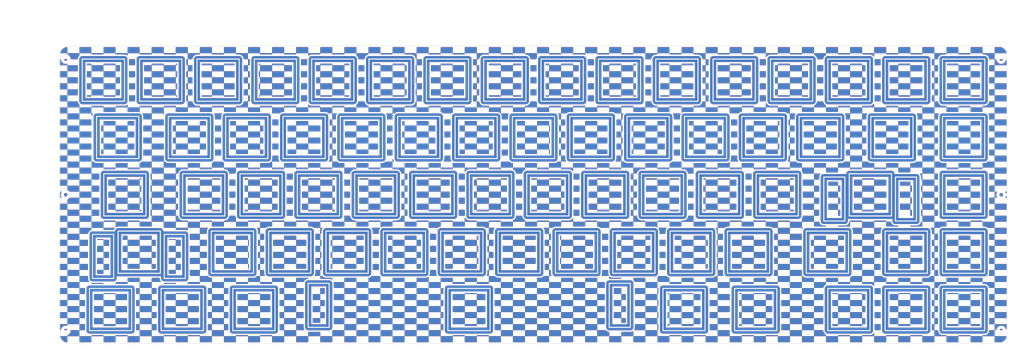
<source format=kicad_pcb>
(kicad_pcb (version 20171130) (host pcbnew "(5.1.5)-3")
  (layers (0 F.Cu signal) (31 B.Cu signal) (34 B.Paste user) (35 F.Paste user) (36 B.SilkS user) (37 F.SilkS user) (38 B.Mask user) (39 F.Mask user) (44 Edge.Cuts user))
  (net 0 "")
  (module kbd_Hole:m2_Screw_Hole_Fab (layer F.Cu) (at 331.825 120.25)
    (fp_text reference J17 hide)
    (fp_text value Conn_01x01 hide)
  )
  (module kbd_Hole:m2_Screw_Hole_Fab (layer F.Cu) (at 331.825 66.65)
    (fp_text reference J16 hide)
    (fp_text value Conn_01x01 hide)
  )
  (module kbd_Hole:m2_Screw_Hole_Fab (layer F.Cu) (at 331.825 13.05)
    (fp_text reference J15 hide)
    (fp_text value Conn_01x01 hide)
  )
  (module kbd_Hole:m2_Screw_Hole_Fab (layer F.Cu) (at 234.325 120.25)
    (fp_text reference J14 hide)
    (fp_text value Conn_01x01 hide)
  )
  (module kbd_Hole:m2_Screw_Hole_Fab (layer F.Cu) (at 108.575 120.25)
    (fp_text reference J13 hide)
    (fp_text value Conn_01x01 hide)
  )
  (module kbd_Hole:m2_Screw_Hole_Fab (layer F.Cu) (at 234.325 13.05)
    (fp_text reference J12 hide)
    (fp_text value Conn_01x01 hide)
  )
  (module kbd_Hole:m2_Screw_Hole_Fab (layer F.Cu) (at 108.575 13.05)
    (fp_text reference J11 hide)
    (fp_text value Conn_01x01 hide)
  )
  (module kbd_Hole:m2_Screw_Hole_Fab (layer F.Cu) (at 11.075 120.25)
    (fp_text reference J10 hide)
    (fp_text value Conn_01x01 hide)
  )
  (module kbd_Hole:m2_Screw_Hole_Fab (layer F.Cu) (at 11.075 66.65)
    (fp_text reference J9 hide)
    (fp_text value Conn_01x01 hide)
  )
  (module kbd_Hole:m2_Screw_Hole_Fab (layer F.Cu) (at 11.075 13.05)
    (fp_text reference J8 hide)
    (fp_text value Conn_01x01 hide)
  )
  (module kbd_Hole:m2_Screw_Hole_EdgeCuts (layer F.Cu) (at 326.825 111.75)
    (fp_text reference J7 hide)
    (fp_text value Conn_01x01 hide)
    (fp_circle (center 0 0) (end 1.1 0) (layer Edge.Cuts) (width 0.01))
  )
  (module kbd_Hole:m2_Screw_Hole_EdgeCuts (layer F.Cu) (at 326.825 21.55)
    (fp_text reference J5 hide)
    (fp_text value Conn_01x01 hide)
    (fp_circle (center 0 0) (end 1.1 0) (layer Edge.Cuts) (width 0.01))
  )
  (module kbd_Hole:m2_Screw_Hole_EdgeCuts (layer F.Cu) (at 16.075 111.75)
    (fp_text reference J4 hide)
    (fp_text value Conn_01x01 hide)
    (fp_circle (center 0 0) (end 1.1 0) (layer Edge.Cuts) (width 0.01))
  )
  (module kbd_Hole:m2_Screw_Hole_EdgeCuts (layer F.Cu) (at 16.075 66.65)
    (fp_text reference J3 hide)
    (fp_text value Conn_01x01 hide)
    (fp_circle (center 0 0) (end 1.1 0) (layer Edge.Cuts) (width 0.01))
  )
  (module kbd_Hole:m2_Screw_Hole_EdgeCuts (layer F.Cu) (at 16.075 21.55)
    (fp_text reference J2 hide)
    (fp_text value Conn_01x01 hide)
    (fp_circle (center 0 0) (end 1.1 0) (layer Edge.Cuts) (width 0.01))
  )
  (module kbd_Hole:m2_Screw_Hole_EdgeCuts (layer F.Cu) (at 326.825 66.65)
    (fp_text reference J6 hide)
    (fp_text value Conn_01x01 hide)
    (fp_circle (center 0 0) (end 1.1 0) (layer Edge.Cuts) (width 0.01))
  )
  (module kbd_SW_Hole:SW_Hole_TH_6.25 (layer F.Cu) (at 150.01875 104.775 180)
    (fp_text reference SW8 hide)
    (fp_text value SW_PUSH hide)
    (fp_line (start -7.1 7.1) (end -7.1 -7.1) (layer Edge.Cuts) (width 0.15))
    (fp_line (start 7.1 7.1) (end -7.1 7.1) (layer Edge.Cuts) (width 0.15))
    (fp_line (start 7.1 -7.1) (end 7.1 7.1) (layer Edge.Cuts) (width 0.15))
    (fp_line (start -7.1 -7.1) (end 7.1 -7.1) (layer Edge.Cuts) (width 0.15))
    (fp_line (start 46.51 -6) (end 46.51 8.8) (layer Edge.Cuts) (width 0.12))
    (fp_line (start 46.51 8.8) (end 53.51 8.8) (layer Edge.Cuts) (width 0.12))
    (fp_line (start 53.51 8.8) (end 53.51 -6) (layer Edge.Cuts) (width 0.12))
    (fp_line (start 53.51 -6) (end 46.51 -6) (layer Edge.Cuts) (width 0.12))
    (fp_line (start -46.51 -6) (end -46.51 8.8) (layer Edge.Cuts) (width 0.12))
    (fp_line (start -46.51 8.8) (end -53.51 8.8) (layer Edge.Cuts) (width 0.12))
    (fp_line (start -53.51 8.8) (end -53.51 -6) (layer Edge.Cuts) (width 0.12))
    (fp_line (start -53.51 -6) (end -46.51 -6) (layer Edge.Cuts) (width 0.12))
    (pad 1 thru_hole oval (at -53.61 1.4 180) (size 2 16.6) (drill oval 0.3 14.9) (layers *.Cu *.Mask))
    (pad 1 thru_hole oval (at -46.61 1.4 180) (size 2 16.6) (drill oval 0.3 14.9) (layers *.Cu *.Mask))
    (pad 1 thru_hole oval (at -50.11 -5.9 270) (size 2 8.8) (drill oval 0.3 7.2) (layers *.Cu *.Mask))
    (pad 1 thru_hole oval (at -50.11 8.7 270) (size 2 8.8) (drill oval 0.3 7.2) (layers *.Cu *.Mask))
    (pad 1 thru_hole oval (at 49.91 8.7 270) (size 2 8.8) (drill oval 0.3 7.2) (layers *.Cu *.Mask))
    (pad 1 thru_hole oval (at -7 0 180) (size 2 15.9) (drill oval 0.3 14.2) (layers *.Cu *.Mask))
    (pad 1 thru_hole oval (at 7 0 180) (size 2 15.9) (drill oval 0.3 14.2) (layers *.Cu *.Mask))
    (pad 1 thru_hole oval (at 0 -7 270) (size 2 15.9) (drill oval 0.3 14.2) (layers *.Cu *.Mask))
    (pad 1 thru_hole oval (at 0 7 270) (size 2 15.9) (drill oval 0.3 14.2) (layers *.Cu *.Mask))
    (pad 1 thru_hole oval (at 53.41 1.4 180) (size 2 16.6) (drill oval 0.3 14.9) (layers *.Cu *.Mask))
    (pad 1 thru_hole oval (at 46.41 1.4 180) (size 2 16.6) (drill oval 0.3 14.9) (layers *.Cu *.Mask))
    (pad 1 thru_hole oval (at 49.91 -5.9 270) (size 2 8.8) (drill oval 0.3 7.2) (layers *.Cu *.Mask))
  )
  (module kbd_SW_Hole:SW_Hole_TH_2.25 (layer F.Cu) (at 283.36875 66.675)
    (fp_text reference SW4 hide)
    (fp_text value KEY_SWITCH hide)
    (fp_line (start -7.1 7.1) (end -7.1 -7.1) (layer Edge.Cuts) (width 0.15))
    (fp_line (start 7.1 7.1) (end -7.1 7.1) (layer Edge.Cuts) (width 0.15))
    (fp_line (start 7.1 -7.1) (end 7.1 7.1) (layer Edge.Cuts) (width 0.15))
    (fp_line (start -7.1 -7.1) (end 7.1 -7.1) (layer Edge.Cuts) (width 0.15))
    (fp_line (start 8.4 -6) (end 8.4 8.8) (layer Edge.Cuts) (width 0.12))
    (fp_line (start 8.4 8.8) (end 15.4 8.8) (layer Edge.Cuts) (width 0.12))
    (fp_line (start 15.4 8.8) (end 15.4 -6) (layer Edge.Cuts) (width 0.12))
    (fp_line (start 15.4 -6) (end 8.4 -6) (layer Edge.Cuts) (width 0.12))
    (fp_line (start -8.4 -6) (end -8.4 8.8) (layer Edge.Cuts) (width 0.12))
    (fp_line (start -8.4 8.8) (end -15.4 8.8) (layer Edge.Cuts) (width 0.12))
    (fp_line (start -15.4 8.8) (end -15.4 -6) (layer Edge.Cuts) (width 0.12))
    (fp_line (start -15.4 -6) (end -8.4 -6) (layer Edge.Cuts) (width 0.12))
    (pad 1 thru_hole oval (at -15.5 1.4) (size 2 16.6) (drill oval 0.3 14.9) (layers *.Cu *.Mask))
    (pad 1 thru_hole oval (at -8.5 1.4) (size 2 16.6) (drill oval 0.3 14.9) (layers *.Cu *.Mask))
    (pad 1 thru_hole oval (at -12 -5.9 90) (size 2 8.8) (drill oval 0.3 7.2) (layers *.Cu *.Mask))
    (pad 1 thru_hole oval (at -12 8.7 90) (size 2 8.8) (drill oval 0.3 7.2) (layers *.Cu *.Mask))
    (pad 1 thru_hole oval (at 11.8 8.7 90) (size 2 8.8) (drill oval 0.3 7.2) (layers *.Cu *.Mask))
    (pad 1 thru_hole oval (at -7 0) (size 2 15.9) (drill oval 0.3 14.2) (layers *.Cu *.Mask))
    (pad 1 thru_hole oval (at 7 0) (size 2 15.9) (drill oval 0.3 14.2) (layers *.Cu *.Mask))
    (pad 1 thru_hole oval (at 0 -7 90) (size 2 15.9) (drill oval 0.3 14.2) (layers *.Cu *.Mask))
    (pad 1 thru_hole oval (at 0 7 90) (size 2 15.9) (drill oval 0.3 14.2) (layers *.Cu *.Mask))
    (pad 1 thru_hole oval (at 15.3 1.4) (size 2 16.6) (drill oval 0.3 14.9) (layers *.Cu *.Mask))
    (pad 1 thru_hole oval (at 8.3 1.4) (size 2 16.6) (drill oval 0.3 14.9) (layers *.Cu *.Mask))
    (pad 1 thru_hole oval (at 11.8 -5.9 90) (size 2 8.8) (drill oval 0.3 7.2) (layers *.Cu *.Mask))
  )
  (module kbd_SW_Hole:SW_Hole_TH_2.25 (layer F.Cu) (at 40.48125 85.725)
    (fp_text reference SW4 hide)
    (fp_text value KEY_SWITCH hide)
    (fp_line (start -7.1 7.1) (end -7.1 -7.1) (layer Edge.Cuts) (width 0.15))
    (fp_line (start 7.1 7.1) (end -7.1 7.1) (layer Edge.Cuts) (width 0.15))
    (fp_line (start 7.1 -7.1) (end 7.1 7.1) (layer Edge.Cuts) (width 0.15))
    (fp_line (start -7.1 -7.1) (end 7.1 -7.1) (layer Edge.Cuts) (width 0.15))
    (fp_line (start 8.4 -6) (end 8.4 8.8) (layer Edge.Cuts) (width 0.12))
    (fp_line (start 8.4 8.8) (end 15.4 8.8) (layer Edge.Cuts) (width 0.12))
    (fp_line (start 15.4 8.8) (end 15.4 -6) (layer Edge.Cuts) (width 0.12))
    (fp_line (start 15.4 -6) (end 8.4 -6) (layer Edge.Cuts) (width 0.12))
    (fp_line (start -8.4 -6) (end -8.4 8.8) (layer Edge.Cuts) (width 0.12))
    (fp_line (start -8.4 8.8) (end -15.4 8.8) (layer Edge.Cuts) (width 0.12))
    (fp_line (start -15.4 8.8) (end -15.4 -6) (layer Edge.Cuts) (width 0.12))
    (fp_line (start -15.4 -6) (end -8.4 -6) (layer Edge.Cuts) (width 0.12))
    (pad 1 thru_hole oval (at -15.5 1.4) (size 2 16.6) (drill oval 0.3 14.9) (layers *.Cu *.Mask))
    (pad 1 thru_hole oval (at -8.5 1.4) (size 2 16.6) (drill oval 0.3 14.9) (layers *.Cu *.Mask))
    (pad 1 thru_hole oval (at -12 -5.9 90) (size 2 8.8) (drill oval 0.3 7.2) (layers *.Cu *.Mask))
    (pad 1 thru_hole oval (at -12 8.7 90) (size 2 8.8) (drill oval 0.3 7.2) (layers *.Cu *.Mask))
    (pad 1 thru_hole oval (at 11.8 8.7 90) (size 2 8.8) (drill oval 0.3 7.2) (layers *.Cu *.Mask))
    (pad 1 thru_hole oval (at -7 0) (size 2 15.9) (drill oval 0.3 14.2) (layers *.Cu *.Mask))
    (pad 1 thru_hole oval (at 7 0) (size 2 15.9) (drill oval 0.3 14.2) (layers *.Cu *.Mask))
    (pad 1 thru_hole oval (at 0 -7 90) (size 2 15.9) (drill oval 0.3 14.2) (layers *.Cu *.Mask))
    (pad 1 thru_hole oval (at 0 7 90) (size 2 15.9) (drill oval 0.3 14.2) (layers *.Cu *.Mask))
    (pad 1 thru_hole oval (at 15.3 1.4) (size 2 16.6) (drill oval 0.3 14.9) (layers *.Cu *.Mask))
    (pad 1 thru_hole oval (at 8.3 1.4) (size 2 16.6) (drill oval 0.3 14.9) (layers *.Cu *.Mask))
    (pad 1 thru_hole oval (at 11.8 -5.9 90) (size 2 8.8) (drill oval 0.3 7.2) (layers *.Cu *.Mask))
  )
  (module kbd_SW_Hole:SW_Hole_TH_1.25 (layer F.Cu) (at 78.58125 104.775)
    (fp_text reference SW7 hide)
    (fp_text value SW_PUSH hide)
    (fp_line (start 7.1 7.1) (end -7.1 7.1) (layer Edge.Cuts) (width 0.12))
    (fp_line (start -7.1 -7.1) (end 7.1 -7.1) (layer Edge.Cuts) (width 0.12))
    (fp_line (start -7.1 7.1) (end -7.1 -7.1) (layer Edge.Cuts) (width 0.12))
    (fp_line (start 7 7) (end -7 7) (layer Edge.Cuts) (width 0.12))
    (fp_line (start 7.1 -7.1) (end 7.1 7.1) (layer Edge.Cuts) (width 0.12))
    (pad 1 thru_hole oval (at 7 0) (size 2 15.9) (drill oval 0.3 14.2) (layers *.Cu *.Mask))
    (pad 1 thru_hole oval (at -7 0) (size 2 15.9) (drill oval 0.3 14.2) (layers *.Cu *.Mask))
    (pad 1 thru_hole oval (at 0 7 90) (size 2 15.9) (drill oval 0.3 14.2) (layers *.Cu *.Mask))
    (pad 1 thru_hole oval (at 0 -7 90) (size 2 15.9) (drill oval 0.3 14.2) (layers *.Cu *.Mask))
  )
  (module kbd_SW_Hole:SW_Hole_TH_1.25 (layer F.Cu) (at 221.45625 104.775)
    (fp_text reference SW5 hide)
    (fp_text value SW_PUSH hide)
    (fp_line (start 7.1 7.1) (end -7.1 7.1) (layer Edge.Cuts) (width 0.12))
    (fp_line (start -7.1 -7.1) (end 7.1 -7.1) (layer Edge.Cuts) (width 0.12))
    (fp_line (start -7.1 7.1) (end -7.1 -7.1) (layer Edge.Cuts) (width 0.12))
    (fp_line (start 7 7) (end -7 7) (layer Edge.Cuts) (width 0.12))
    (fp_line (start 7.1 -7.1) (end 7.1 7.1) (layer Edge.Cuts) (width 0.12))
    (pad 1 thru_hole oval (at 7 0) (size 2 15.9) (drill oval 0.3 14.2) (layers *.Cu *.Mask))
    (pad 1 thru_hole oval (at -7 0) (size 2 15.9) (drill oval 0.3 14.2) (layers *.Cu *.Mask))
    (pad 1 thru_hole oval (at 0 7 90) (size 2 15.9) (drill oval 0.3 14.2) (layers *.Cu *.Mask))
    (pad 1 thru_hole oval (at 0 -7 90) (size 2 15.9) (drill oval 0.3 14.2) (layers *.Cu *.Mask))
  )
  (module kbd_SW_Hole:SW_Hole_TH_1.25 (layer F.Cu) (at 245.26875 104.775)
    (fp_text reference SW5 hide)
    (fp_text value SW_PUSH hide)
    (fp_line (start 7.1 7.1) (end -7.1 7.1) (layer Edge.Cuts) (width 0.12))
    (fp_line (start -7.1 -7.1) (end 7.1 -7.1) (layer Edge.Cuts) (width 0.12))
    (fp_line (start -7.1 7.1) (end -7.1 -7.1) (layer Edge.Cuts) (width 0.12))
    (fp_line (start 7 7) (end -7 7) (layer Edge.Cuts) (width 0.12))
    (fp_line (start 7.1 -7.1) (end 7.1 7.1) (layer Edge.Cuts) (width 0.12))
    (pad 1 thru_hole oval (at 7 0) (size 2 15.9) (drill oval 0.3 14.2) (layers *.Cu *.Mask))
    (pad 1 thru_hole oval (at -7 0) (size 2 15.9) (drill oval 0.3 14.2) (layers *.Cu *.Mask))
    (pad 1 thru_hole oval (at 0 7 90) (size 2 15.9) (drill oval 0.3 14.2) (layers *.Cu *.Mask))
    (pad 1 thru_hole oval (at 0 -7 90) (size 2 15.9) (drill oval 0.3 14.2) (layers *.Cu *.Mask))
  )
  (module kbd_SW_Hole:SW_Hole_TH_1.25 (layer F.Cu) (at 30.95625 104.775)
    (fp_text reference SW7 hide)
    (fp_text value SW_PUSH hide)
    (fp_line (start 7.1 7.1) (end -7.1 7.1) (layer Edge.Cuts) (width 0.12))
    (fp_line (start -7.1 -7.1) (end 7.1 -7.1) (layer Edge.Cuts) (width 0.12))
    (fp_line (start -7.1 7.1) (end -7.1 -7.1) (layer Edge.Cuts) (width 0.12))
    (fp_line (start 7 7) (end -7 7) (layer Edge.Cuts) (width 0.12))
    (fp_line (start 7.1 -7.1) (end 7.1 7.1) (layer Edge.Cuts) (width 0.12))
    (pad 1 thru_hole oval (at 7 0) (size 2 15.9) (drill oval 0.3 14.2) (layers *.Cu *.Mask))
    (pad 1 thru_hole oval (at -7 0) (size 2 15.9) (drill oval 0.3 14.2) (layers *.Cu *.Mask))
    (pad 1 thru_hole oval (at 0 7 90) (size 2 15.9) (drill oval 0.3 14.2) (layers *.Cu *.Mask))
    (pad 1 thru_hole oval (at 0 -7 90) (size 2 15.9) (drill oval 0.3 14.2) (layers *.Cu *.Mask))
  )
  (module kbd_SW_Hole:SW_Hole_TH_1.25 (layer F.Cu) (at 54.76875 104.775)
    (fp_text reference SW7 hide)
    (fp_text value SW_PUSH hide)
    (fp_line (start 7.1 7.1) (end -7.1 7.1) (layer Edge.Cuts) (width 0.12))
    (fp_line (start -7.1 -7.1) (end 7.1 -7.1) (layer Edge.Cuts) (width 0.12))
    (fp_line (start -7.1 7.1) (end -7.1 -7.1) (layer Edge.Cuts) (width 0.12))
    (fp_line (start 7 7) (end -7 7) (layer Edge.Cuts) (width 0.12))
    (fp_line (start 7.1 -7.1) (end 7.1 7.1) (layer Edge.Cuts) (width 0.12))
    (pad 1 thru_hole oval (at 7 0) (size 2 15.9) (drill oval 0.3 14.2) (layers *.Cu *.Mask))
    (pad 1 thru_hole oval (at -7 0) (size 2 15.9) (drill oval 0.3 14.2) (layers *.Cu *.Mask))
    (pad 1 thru_hole oval (at 0 7 90) (size 2 15.9) (drill oval 0.3 14.2) (layers *.Cu *.Mask))
    (pad 1 thru_hole oval (at 0 -7 90) (size 2 15.9) (drill oval 0.3 14.2) (layers *.Cu *.Mask))
  )
  (module kbd_SW_Hole:SW_Hole_TH_1.75 (layer F.Cu) (at 269.08125 85.725)
    (fp_text reference SW8 hide)
    (fp_text value SW_PUSH hide)
    (fp_line (start 7.1 7.1) (end -7.1 7.1) (layer Edge.Cuts) (width 0.12))
    (fp_line (start -7.1 -7.1) (end 7.1 -7.1) (layer Edge.Cuts) (width 0.12))
    (fp_line (start -7.1 7.1) (end -7.1 -7.1) (layer Edge.Cuts) (width 0.12))
    (fp_line (start 7 7) (end -7 7) (layer Edge.Cuts) (width 0.12))
    (fp_line (start 7.1 -7.1) (end 7.1 7.1) (layer Edge.Cuts) (width 0.12))
    (pad 1 thru_hole oval (at 7 0) (size 2 15.9) (drill oval 0.3 14.2) (layers *.Cu *.Mask))
    (pad 1 thru_hole oval (at -7 0) (size 2 15.9) (drill oval 0.3 14.2) (layers *.Cu *.Mask))
    (pad 1 thru_hole oval (at 0 7 90) (size 2 15.9) (drill oval 0.3 14.2) (layers *.Cu *.Mask))
    (pad 1 thru_hole oval (at 0 -7 90) (size 2 15.9) (drill oval 0.3 14.2) (layers *.Cu *.Mask))
  )
  (module kbd_SW_Hole:SW_Hole_TH_1.75 (layer F.Cu) (at 35.71875 66.675)
    (fp_text reference SW3 hide)
    (fp_text value SW_PUSH hide)
    (fp_line (start 7.1 7.1) (end -7.1 7.1) (layer Edge.Cuts) (width 0.12))
    (fp_line (start -7.1 -7.1) (end 7.1 -7.1) (layer Edge.Cuts) (width 0.12))
    (fp_line (start -7.1 7.1) (end -7.1 -7.1) (layer Edge.Cuts) (width 0.12))
    (fp_line (start 7 7) (end -7 7) (layer Edge.Cuts) (width 0.12))
    (fp_line (start 7.1 -7.1) (end 7.1 7.1) (layer Edge.Cuts) (width 0.12))
    (pad 1 thru_hole oval (at 7 0) (size 2 15.9) (drill oval 0.3 14.2) (layers *.Cu *.Mask))
    (pad 1 thru_hole oval (at -7 0) (size 2 15.9) (drill oval 0.3 14.2) (layers *.Cu *.Mask))
    (pad 1 thru_hole oval (at 0 7 90) (size 2 15.9) (drill oval 0.3 14.2) (layers *.Cu *.Mask))
    (pad 1 thru_hole oval (at 0 -7 90) (size 2 15.9) (drill oval 0.3 14.2) (layers *.Cu *.Mask))
  )
  (module kbd_SW_Hole:SW_Hole_TH_1.5 (layer F.Cu) (at 33.3375 47.625)
    (fp_text reference SW2 hide)
    (fp_text value KEY_SWITCH hide)
    (fp_line (start 7.1 7.1) (end -7.1 7.1) (layer Edge.Cuts) (width 0.12))
    (fp_line (start -7.1 -7.1) (end 7.1 -7.1) (layer Edge.Cuts) (width 0.12))
    (fp_line (start -7.1 7.1) (end -7.1 -7.1) (layer Edge.Cuts) (width 0.12))
    (fp_line (start 7 7) (end -7 7) (layer Edge.Cuts) (width 0.12))
    (fp_line (start 7.1 -7.1) (end 7.1 7.1) (layer Edge.Cuts) (width 0.12))
    (pad 1 thru_hole oval (at 7 0) (size 2 15.9) (drill oval 0.3 14.2) (layers *.Cu *.Mask))
    (pad 1 thru_hole oval (at -7 0) (size 2 15.9) (drill oval 0.3 14.2) (layers *.Cu *.Mask))
    (pad 1 thru_hole oval (at 0 7 90) (size 2 15.9) (drill oval 0.3 14.2) (layers *.Cu *.Mask))
    (pad 1 thru_hole oval (at 0 -7 90) (size 2 15.9) (drill oval 0.3 14.2) (layers *.Cu *.Mask))
  )
  (module kbd_SW_Hole:SW_Hole_TH_1.5 (layer F.Cu) (at 290.5125 47.625)
    (fp_text reference SW2 hide)
    (fp_text value KEY_SWITCH hide)
    (fp_line (start 7.1 7.1) (end -7.1 7.1) (layer Edge.Cuts) (width 0.12))
    (fp_line (start -7.1 -7.1) (end 7.1 -7.1) (layer Edge.Cuts) (width 0.12))
    (fp_line (start -7.1 7.1) (end -7.1 -7.1) (layer Edge.Cuts) (width 0.12))
    (fp_line (start 7 7) (end -7 7) (layer Edge.Cuts) (width 0.12))
    (fp_line (start 7.1 -7.1) (end 7.1 7.1) (layer Edge.Cuts) (width 0.12))
    (pad 1 thru_hole oval (at 7 0) (size 2 15.9) (drill oval 0.3 14.2) (layers *.Cu *.Mask))
    (pad 1 thru_hole oval (at -7 0) (size 2 15.9) (drill oval 0.3 14.2) (layers *.Cu *.Mask))
    (pad 1 thru_hole oval (at 0 7 90) (size 2 15.9) (drill oval 0.3 14.2) (layers *.Cu *.Mask))
    (pad 1 thru_hole oval (at 0 -7 90) (size 2 15.9) (drill oval 0.3 14.2) (layers *.Cu *.Mask))
  )
  (module kbd_SW_Hole:SW_Hole_TH (layer F.Cu) (at 295.275 104.775)
    (fp_text reference SW8 hide)
    (fp_text value SW_PUSH hide)
    (fp_line (start 7.1 7.1) (end -7.1 7.1) (layer Edge.Cuts) (width 0.12))
    (fp_line (start -7.1 -7.1) (end 7.1 -7.1) (layer Edge.Cuts) (width 0.12))
    (fp_line (start -7.1 7.1) (end -7.1 -7.1) (layer Edge.Cuts) (width 0.12))
    (fp_line (start 7 7) (end -7 7) (layer Edge.Cuts) (width 0.12))
    (fp_line (start 7.1 -7.1) (end 7.1 7.1) (layer Edge.Cuts) (width 0.12))
    (pad 1 thru_hole oval (at 7 0) (size 2 15.9) (drill oval 0.3 14.2) (layers *.Cu *.Mask))
    (pad 1 thru_hole oval (at -7 0) (size 2 15.9) (drill oval 0.3 14.2) (layers *.Cu *.Mask))
    (pad 1 thru_hole oval (at 0 7 90) (size 2 15.9) (drill oval 0.3 14.2) (layers *.Cu *.Mask))
    (pad 1 thru_hole oval (at 0 -7 90) (size 2 15.9) (drill oval 0.3 14.2) (layers *.Cu *.Mask))
  )
  (module kbd_SW_Hole:SW_Hole_TH (layer F.Cu) (at 314.325 104.775)
    (fp_text reference SW8 hide)
    (fp_text value SW_PUSH hide)
    (fp_line (start 7.1 7.1) (end -7.1 7.1) (layer Edge.Cuts) (width 0.12))
    (fp_line (start -7.1 -7.1) (end 7.1 -7.1) (layer Edge.Cuts) (width 0.12))
    (fp_line (start -7.1 7.1) (end -7.1 -7.1) (layer Edge.Cuts) (width 0.12))
    (fp_line (start 7 7) (end -7 7) (layer Edge.Cuts) (width 0.12))
    (fp_line (start 7.1 -7.1) (end 7.1 7.1) (layer Edge.Cuts) (width 0.12))
    (pad 1 thru_hole oval (at 7 0) (size 2 15.9) (drill oval 0.3 14.2) (layers *.Cu *.Mask))
    (pad 1 thru_hole oval (at -7 0) (size 2 15.9) (drill oval 0.3 14.2) (layers *.Cu *.Mask))
    (pad 1 thru_hole oval (at 0 7 90) (size 2 15.9) (drill oval 0.3 14.2) (layers *.Cu *.Mask))
    (pad 1 thru_hole oval (at 0 -7 90) (size 2 15.9) (drill oval 0.3 14.2) (layers *.Cu *.Mask))
  )
  (module kbd_SW_Hole:SW_Hole_TH (layer F.Cu) (at 276.225 104.775)
    (fp_text reference SW8 hide)
    (fp_text value SW_PUSH hide)
    (fp_line (start 7.1 7.1) (end -7.1 7.1) (layer Edge.Cuts) (width 0.12))
    (fp_line (start -7.1 -7.1) (end 7.1 -7.1) (layer Edge.Cuts) (width 0.12))
    (fp_line (start -7.1 7.1) (end -7.1 -7.1) (layer Edge.Cuts) (width 0.12))
    (fp_line (start 7 7) (end -7 7) (layer Edge.Cuts) (width 0.12))
    (fp_line (start 7.1 -7.1) (end 7.1 7.1) (layer Edge.Cuts) (width 0.12))
    (pad 1 thru_hole oval (at 7 0) (size 2 15.9) (drill oval 0.3 14.2) (layers *.Cu *.Mask))
    (pad 1 thru_hole oval (at -7 0) (size 2 15.9) (drill oval 0.3 14.2) (layers *.Cu *.Mask))
    (pad 1 thru_hole oval (at 0 7 90) (size 2 15.9) (drill oval 0.3 14.2) (layers *.Cu *.Mask))
    (pad 1 thru_hole oval (at 0 -7 90) (size 2 15.9) (drill oval 0.3 14.2) (layers *.Cu *.Mask))
  )
  (module kbd_SW_Hole:SW_Hole_TH (layer F.Cu) (at 276.225 28.575)
    (fp_text reference SW4 hide)
    (fp_text value SW_PUSH hide)
    (fp_line (start 7.1 7.1) (end -7.1 7.1) (layer Edge.Cuts) (width 0.12))
    (fp_line (start -7.1 -7.1) (end 7.1 -7.1) (layer Edge.Cuts) (width 0.12))
    (fp_line (start -7.1 7.1) (end -7.1 -7.1) (layer Edge.Cuts) (width 0.12))
    (fp_line (start 7 7) (end -7 7) (layer Edge.Cuts) (width 0.12))
    (fp_line (start 7.1 -7.1) (end 7.1 7.1) (layer Edge.Cuts) (width 0.12))
    (pad 1 thru_hole oval (at 7 0) (size 2 15.9) (drill oval 0.3 14.2) (layers *.Cu *.Mask))
    (pad 1 thru_hole oval (at -7 0) (size 2 15.9) (drill oval 0.3 14.2) (layers *.Cu *.Mask))
    (pad 1 thru_hole oval (at 0 7 90) (size 2 15.9) (drill oval 0.3 14.2) (layers *.Cu *.Mask))
    (pad 1 thru_hole oval (at 0 -7 90) (size 2 15.9) (drill oval 0.3 14.2) (layers *.Cu *.Mask))
  )
  (module kbd_SW_Hole:SW_Hole_TH (layer F.Cu) (at 295.275 28.575)
    (fp_text reference SW4 hide)
    (fp_text value SW_PUSH hide)
    (fp_line (start 7.1 7.1) (end -7.1 7.1) (layer Edge.Cuts) (width 0.12))
    (fp_line (start -7.1 -7.1) (end 7.1 -7.1) (layer Edge.Cuts) (width 0.12))
    (fp_line (start -7.1 7.1) (end -7.1 -7.1) (layer Edge.Cuts) (width 0.12))
    (fp_line (start 7 7) (end -7 7) (layer Edge.Cuts) (width 0.12))
    (fp_line (start 7.1 -7.1) (end 7.1 7.1) (layer Edge.Cuts) (width 0.12))
    (pad 1 thru_hole oval (at 7 0) (size 2 15.9) (drill oval 0.3 14.2) (layers *.Cu *.Mask))
    (pad 1 thru_hole oval (at -7 0) (size 2 15.9) (drill oval 0.3 14.2) (layers *.Cu *.Mask))
    (pad 1 thru_hole oval (at 0 7 90) (size 2 15.9) (drill oval 0.3 14.2) (layers *.Cu *.Mask))
    (pad 1 thru_hole oval (at 0 -7 90) (size 2 15.9) (drill oval 0.3 14.2) (layers *.Cu *.Mask))
  )
  (module kbd_SW_Hole:SW_Hole_TH (layer F.Cu) (at 314.325 66.675)
    (fp_text reference SW4 hide)
    (fp_text value SW_PUSH hide)
    (fp_line (start 7.1 7.1) (end -7.1 7.1) (layer Edge.Cuts) (width 0.12))
    (fp_line (start -7.1 -7.1) (end 7.1 -7.1) (layer Edge.Cuts) (width 0.12))
    (fp_line (start -7.1 7.1) (end -7.1 -7.1) (layer Edge.Cuts) (width 0.12))
    (fp_line (start 7 7) (end -7 7) (layer Edge.Cuts) (width 0.12))
    (fp_line (start 7.1 -7.1) (end 7.1 7.1) (layer Edge.Cuts) (width 0.12))
    (pad 1 thru_hole oval (at 7 0) (size 2 15.9) (drill oval 0.3 14.2) (layers *.Cu *.Mask))
    (pad 1 thru_hole oval (at -7 0) (size 2 15.9) (drill oval 0.3 14.2) (layers *.Cu *.Mask))
    (pad 1 thru_hole oval (at 0 7 90) (size 2 15.9) (drill oval 0.3 14.2) (layers *.Cu *.Mask))
    (pad 1 thru_hole oval (at 0 -7 90) (size 2 15.9) (drill oval 0.3 14.2) (layers *.Cu *.Mask))
  )
  (module kbd_SW_Hole:SW_Hole_TH (layer F.Cu) (at 314.325 47.625)
    (fp_text reference SW8 hide)
    (fp_text value SW_PUSH hide)
    (fp_line (start 7.1 7.1) (end -7.1 7.1) (layer Edge.Cuts) (width 0.12))
    (fp_line (start -7.1 -7.1) (end 7.1 -7.1) (layer Edge.Cuts) (width 0.12))
    (fp_line (start -7.1 7.1) (end -7.1 -7.1) (layer Edge.Cuts) (width 0.12))
    (fp_line (start 7 7) (end -7 7) (layer Edge.Cuts) (width 0.12))
    (fp_line (start 7.1 -7.1) (end 7.1 7.1) (layer Edge.Cuts) (width 0.12))
    (pad 1 thru_hole oval (at 7 0) (size 2 15.9) (drill oval 0.3 14.2) (layers *.Cu *.Mask))
    (pad 1 thru_hole oval (at -7 0) (size 2 15.9) (drill oval 0.3 14.2) (layers *.Cu *.Mask))
    (pad 1 thru_hole oval (at 0 7 90) (size 2 15.9) (drill oval 0.3 14.2) (layers *.Cu *.Mask))
    (pad 1 thru_hole oval (at 0 -7 90) (size 2 15.9) (drill oval 0.3 14.2) (layers *.Cu *.Mask))
  )
  (module kbd_SW_Hole:SW_Hole_TH (layer F.Cu) (at 314.325 28.575)
    (fp_text reference SW4 hide)
    (fp_text value SW_PUSH hide)
    (fp_line (start 7.1 7.1) (end -7.1 7.1) (layer Edge.Cuts) (width 0.12))
    (fp_line (start -7.1 -7.1) (end 7.1 -7.1) (layer Edge.Cuts) (width 0.12))
    (fp_line (start -7.1 7.1) (end -7.1 -7.1) (layer Edge.Cuts) (width 0.12))
    (fp_line (start 7 7) (end -7 7) (layer Edge.Cuts) (width 0.12))
    (fp_line (start 7.1 -7.1) (end 7.1 7.1) (layer Edge.Cuts) (width 0.12))
    (pad 1 thru_hole oval (at 7 0) (size 2 15.9) (drill oval 0.3 14.2) (layers *.Cu *.Mask))
    (pad 1 thru_hole oval (at -7 0) (size 2 15.9) (drill oval 0.3 14.2) (layers *.Cu *.Mask))
    (pad 1 thru_hole oval (at 0 7 90) (size 2 15.9) (drill oval 0.3 14.2) (layers *.Cu *.Mask))
    (pad 1 thru_hole oval (at 0 -7 90) (size 2 15.9) (drill oval 0.3 14.2) (layers *.Cu *.Mask))
  )
  (module kbd_SW_Hole:SW_Hole_TH (layer F.Cu) (at 314.325 85.725)
    (fp_text reference SW8 hide)
    (fp_text value SW_PUSH hide)
    (fp_line (start 7.1 7.1) (end -7.1 7.1) (layer Edge.Cuts) (width 0.12))
    (fp_line (start -7.1 -7.1) (end 7.1 -7.1) (layer Edge.Cuts) (width 0.12))
    (fp_line (start -7.1 7.1) (end -7.1 -7.1) (layer Edge.Cuts) (width 0.12))
    (fp_line (start 7 7) (end -7 7) (layer Edge.Cuts) (width 0.12))
    (fp_line (start 7.1 -7.1) (end 7.1 7.1) (layer Edge.Cuts) (width 0.12))
    (pad 1 thru_hole oval (at 7 0) (size 2 15.9) (drill oval 0.3 14.2) (layers *.Cu *.Mask))
    (pad 1 thru_hole oval (at -7 0) (size 2 15.9) (drill oval 0.3 14.2) (layers *.Cu *.Mask))
    (pad 1 thru_hole oval (at 0 7 90) (size 2 15.9) (drill oval 0.3 14.2) (layers *.Cu *.Mask))
    (pad 1 thru_hole oval (at 0 -7 90) (size 2 15.9) (drill oval 0.3 14.2) (layers *.Cu *.Mask))
  )
  (module kbd_SW_Hole:SW_Hole_TH (layer F.Cu) (at 266.7 47.625)
    (fp_text reference SW8 hide)
    (fp_text value SW_PUSH hide)
    (fp_line (start 7.1 7.1) (end -7.1 7.1) (layer Edge.Cuts) (width 0.12))
    (fp_line (start -7.1 -7.1) (end 7.1 -7.1) (layer Edge.Cuts) (width 0.12))
    (fp_line (start -7.1 7.1) (end -7.1 -7.1) (layer Edge.Cuts) (width 0.12))
    (fp_line (start 7 7) (end -7 7) (layer Edge.Cuts) (width 0.12))
    (fp_line (start 7.1 -7.1) (end 7.1 7.1) (layer Edge.Cuts) (width 0.12))
    (pad 1 thru_hole oval (at 7 0) (size 2 15.9) (drill oval 0.3 14.2) (layers *.Cu *.Mask))
    (pad 1 thru_hole oval (at -7 0) (size 2 15.9) (drill oval 0.3 14.2) (layers *.Cu *.Mask))
    (pad 1 thru_hole oval (at 0 7 90) (size 2 15.9) (drill oval 0.3 14.2) (layers *.Cu *.Mask))
    (pad 1 thru_hole oval (at 0 -7 90) (size 2 15.9) (drill oval 0.3 14.2) (layers *.Cu *.Mask))
  )
  (module kbd_SW_Hole:SW_Hole_TH (layer F.Cu) (at 252.4125 66.675)
    (fp_text reference SW4 hide)
    (fp_text value SW_PUSH hide)
    (fp_line (start 7.1 7.1) (end -7.1 7.1) (layer Edge.Cuts) (width 0.12))
    (fp_line (start -7.1 -7.1) (end 7.1 -7.1) (layer Edge.Cuts) (width 0.12))
    (fp_line (start -7.1 7.1) (end -7.1 -7.1) (layer Edge.Cuts) (width 0.12))
    (fp_line (start 7 7) (end -7 7) (layer Edge.Cuts) (width 0.12))
    (fp_line (start 7.1 -7.1) (end 7.1 7.1) (layer Edge.Cuts) (width 0.12))
    (pad 1 thru_hole oval (at 7 0) (size 2 15.9) (drill oval 0.3 14.2) (layers *.Cu *.Mask))
    (pad 1 thru_hole oval (at -7 0) (size 2 15.9) (drill oval 0.3 14.2) (layers *.Cu *.Mask))
    (pad 1 thru_hole oval (at 0 7 90) (size 2 15.9) (drill oval 0.3 14.2) (layers *.Cu *.Mask))
    (pad 1 thru_hole oval (at 0 -7 90) (size 2 15.9) (drill oval 0.3 14.2) (layers *.Cu *.Mask))
  )
  (module kbd_SW_Hole:SW_Hole_TH (layer F.Cu) (at 219.075 28.575)
    (fp_text reference SW4 hide)
    (fp_text value SW_PUSH hide)
    (fp_line (start 7.1 7.1) (end -7.1 7.1) (layer Edge.Cuts) (width 0.12))
    (fp_line (start -7.1 -7.1) (end 7.1 -7.1) (layer Edge.Cuts) (width 0.12))
    (fp_line (start -7.1 7.1) (end -7.1 -7.1) (layer Edge.Cuts) (width 0.12))
    (fp_line (start 7 7) (end -7 7) (layer Edge.Cuts) (width 0.12))
    (fp_line (start 7.1 -7.1) (end 7.1 7.1) (layer Edge.Cuts) (width 0.12))
    (pad 1 thru_hole oval (at 7 0) (size 2 15.9) (drill oval 0.3 14.2) (layers *.Cu *.Mask))
    (pad 1 thru_hole oval (at -7 0) (size 2 15.9) (drill oval 0.3 14.2) (layers *.Cu *.Mask))
    (pad 1 thru_hole oval (at 0 7 90) (size 2 15.9) (drill oval 0.3 14.2) (layers *.Cu *.Mask))
    (pad 1 thru_hole oval (at 0 -7 90) (size 2 15.9) (drill oval 0.3 14.2) (layers *.Cu *.Mask))
  )
  (module kbd_SW_Hole:SW_Hole_TH (layer F.Cu) (at 257.175 28.575)
    (fp_text reference SW4 hide)
    (fp_text value SW_PUSH hide)
    (fp_line (start 7.1 7.1) (end -7.1 7.1) (layer Edge.Cuts) (width 0.12))
    (fp_line (start -7.1 -7.1) (end 7.1 -7.1) (layer Edge.Cuts) (width 0.12))
    (fp_line (start -7.1 7.1) (end -7.1 -7.1) (layer Edge.Cuts) (width 0.12))
    (fp_line (start 7 7) (end -7 7) (layer Edge.Cuts) (width 0.12))
    (fp_line (start 7.1 -7.1) (end 7.1 7.1) (layer Edge.Cuts) (width 0.12))
    (pad 1 thru_hole oval (at 7 0) (size 2 15.9) (drill oval 0.3 14.2) (layers *.Cu *.Mask))
    (pad 1 thru_hole oval (at -7 0) (size 2 15.9) (drill oval 0.3 14.2) (layers *.Cu *.Mask))
    (pad 1 thru_hole oval (at 0 7 90) (size 2 15.9) (drill oval 0.3 14.2) (layers *.Cu *.Mask))
    (pad 1 thru_hole oval (at 0 -7 90) (size 2 15.9) (drill oval 0.3 14.2) (layers *.Cu *.Mask))
  )
  (module kbd_SW_Hole:SW_Hole_TH (layer F.Cu) (at 247.65 47.625)
    (fp_text reference SW8 hide)
    (fp_text value SW_PUSH hide)
    (fp_line (start 7.1 7.1) (end -7.1 7.1) (layer Edge.Cuts) (width 0.12))
    (fp_line (start -7.1 -7.1) (end 7.1 -7.1) (layer Edge.Cuts) (width 0.12))
    (fp_line (start -7.1 7.1) (end -7.1 -7.1) (layer Edge.Cuts) (width 0.12))
    (fp_line (start 7 7) (end -7 7) (layer Edge.Cuts) (width 0.12))
    (fp_line (start 7.1 -7.1) (end 7.1 7.1) (layer Edge.Cuts) (width 0.12))
    (pad 1 thru_hole oval (at 7 0) (size 2 15.9) (drill oval 0.3 14.2) (layers *.Cu *.Mask))
    (pad 1 thru_hole oval (at -7 0) (size 2 15.9) (drill oval 0.3 14.2) (layers *.Cu *.Mask))
    (pad 1 thru_hole oval (at 0 7 90) (size 2 15.9) (drill oval 0.3 14.2) (layers *.Cu *.Mask))
    (pad 1 thru_hole oval (at 0 -7 90) (size 2 15.9) (drill oval 0.3 14.2) (layers *.Cu *.Mask))
  )
  (module kbd_SW_Hole:SW_Hole_TH (layer F.Cu) (at 233.3625 66.675)
    (fp_text reference SW4 hide)
    (fp_text value SW_PUSH hide)
    (fp_line (start 7.1 7.1) (end -7.1 7.1) (layer Edge.Cuts) (width 0.12))
    (fp_line (start -7.1 -7.1) (end 7.1 -7.1) (layer Edge.Cuts) (width 0.12))
    (fp_line (start -7.1 7.1) (end -7.1 -7.1) (layer Edge.Cuts) (width 0.12))
    (fp_line (start 7 7) (end -7 7) (layer Edge.Cuts) (width 0.12))
    (fp_line (start 7.1 -7.1) (end 7.1 7.1) (layer Edge.Cuts) (width 0.12))
    (pad 1 thru_hole oval (at 7 0) (size 2 15.9) (drill oval 0.3 14.2) (layers *.Cu *.Mask))
    (pad 1 thru_hole oval (at -7 0) (size 2 15.9) (drill oval 0.3 14.2) (layers *.Cu *.Mask))
    (pad 1 thru_hole oval (at 0 7 90) (size 2 15.9) (drill oval 0.3 14.2) (layers *.Cu *.Mask))
    (pad 1 thru_hole oval (at 0 -7 90) (size 2 15.9) (drill oval 0.3 14.2) (layers *.Cu *.Mask))
  )
  (module kbd_SW_Hole:SW_Hole_TH (layer F.Cu) (at 228.6 47.625)
    (fp_text reference SW8 hide)
    (fp_text value SW_PUSH hide)
    (fp_line (start 7.1 7.1) (end -7.1 7.1) (layer Edge.Cuts) (width 0.12))
    (fp_line (start -7.1 -7.1) (end 7.1 -7.1) (layer Edge.Cuts) (width 0.12))
    (fp_line (start -7.1 7.1) (end -7.1 -7.1) (layer Edge.Cuts) (width 0.12))
    (fp_line (start 7 7) (end -7 7) (layer Edge.Cuts) (width 0.12))
    (fp_line (start 7.1 -7.1) (end 7.1 7.1) (layer Edge.Cuts) (width 0.12))
    (pad 1 thru_hole oval (at 7 0) (size 2 15.9) (drill oval 0.3 14.2) (layers *.Cu *.Mask))
    (pad 1 thru_hole oval (at -7 0) (size 2 15.9) (drill oval 0.3 14.2) (layers *.Cu *.Mask))
    (pad 1 thru_hole oval (at 0 7 90) (size 2 15.9) (drill oval 0.3 14.2) (layers *.Cu *.Mask))
    (pad 1 thru_hole oval (at 0 -7 90) (size 2 15.9) (drill oval 0.3 14.2) (layers *.Cu *.Mask))
  )
  (module kbd_SW_Hole:SW_Hole_TH (layer F.Cu) (at 242.8875 85.725)
    (fp_text reference SW8 hide)
    (fp_text value SW_PUSH hide)
    (fp_line (start 7.1 7.1) (end -7.1 7.1) (layer Edge.Cuts) (width 0.12))
    (fp_line (start -7.1 -7.1) (end 7.1 -7.1) (layer Edge.Cuts) (width 0.12))
    (fp_line (start -7.1 7.1) (end -7.1 -7.1) (layer Edge.Cuts) (width 0.12))
    (fp_line (start 7 7) (end -7 7) (layer Edge.Cuts) (width 0.12))
    (fp_line (start 7.1 -7.1) (end 7.1 7.1) (layer Edge.Cuts) (width 0.12))
    (pad 1 thru_hole oval (at 7 0) (size 2 15.9) (drill oval 0.3 14.2) (layers *.Cu *.Mask))
    (pad 1 thru_hole oval (at -7 0) (size 2 15.9) (drill oval 0.3 14.2) (layers *.Cu *.Mask))
    (pad 1 thru_hole oval (at 0 7 90) (size 2 15.9) (drill oval 0.3 14.2) (layers *.Cu *.Mask))
    (pad 1 thru_hole oval (at 0 -7 90) (size 2 15.9) (drill oval 0.3 14.2) (layers *.Cu *.Mask))
  )
  (module kbd_SW_Hole:SW_Hole_TH (layer F.Cu) (at 238.125 28.575)
    (fp_text reference SW4 hide)
    (fp_text value SW_PUSH hide)
    (fp_line (start 7.1 7.1) (end -7.1 7.1) (layer Edge.Cuts) (width 0.12))
    (fp_line (start -7.1 -7.1) (end 7.1 -7.1) (layer Edge.Cuts) (width 0.12))
    (fp_line (start -7.1 7.1) (end -7.1 -7.1) (layer Edge.Cuts) (width 0.12))
    (fp_line (start 7 7) (end -7 7) (layer Edge.Cuts) (width 0.12))
    (fp_line (start 7.1 -7.1) (end 7.1 7.1) (layer Edge.Cuts) (width 0.12))
    (pad 1 thru_hole oval (at 7 0) (size 2 15.9) (drill oval 0.3 14.2) (layers *.Cu *.Mask))
    (pad 1 thru_hole oval (at -7 0) (size 2 15.9) (drill oval 0.3 14.2) (layers *.Cu *.Mask))
    (pad 1 thru_hole oval (at 0 7 90) (size 2 15.9) (drill oval 0.3 14.2) (layers *.Cu *.Mask))
    (pad 1 thru_hole oval (at 0 -7 90) (size 2 15.9) (drill oval 0.3 14.2) (layers *.Cu *.Mask))
  )
  (module kbd_SW_Hole:SW_Hole_TH (layer F.Cu) (at 295.275 85.725)
    (fp_text reference SW8 hide)
    (fp_text value SW_PUSH hide)
    (fp_line (start 7.1 7.1) (end -7.1 7.1) (layer Edge.Cuts) (width 0.12))
    (fp_line (start -7.1 -7.1) (end 7.1 -7.1) (layer Edge.Cuts) (width 0.12))
    (fp_line (start -7.1 7.1) (end -7.1 -7.1) (layer Edge.Cuts) (width 0.12))
    (fp_line (start 7 7) (end -7 7) (layer Edge.Cuts) (width 0.12))
    (fp_line (start 7.1 -7.1) (end 7.1 7.1) (layer Edge.Cuts) (width 0.12))
    (pad 1 thru_hole oval (at 7 0) (size 2 15.9) (drill oval 0.3 14.2) (layers *.Cu *.Mask))
    (pad 1 thru_hole oval (at -7 0) (size 2 15.9) (drill oval 0.3 14.2) (layers *.Cu *.Mask))
    (pad 1 thru_hole oval (at 0 7 90) (size 2 15.9) (drill oval 0.3 14.2) (layers *.Cu *.Mask))
    (pad 1 thru_hole oval (at 0 -7 90) (size 2 15.9) (drill oval 0.3 14.2) (layers *.Cu *.Mask))
  )
  (module kbd_SW_Hole:SW_Hole_TH (layer F.Cu) (at 190.5 47.625)
    (fp_text reference SW8 hide)
    (fp_text value SW_PUSH hide)
    (fp_line (start 7.1 7.1) (end -7.1 7.1) (layer Edge.Cuts) (width 0.12))
    (fp_line (start -7.1 -7.1) (end 7.1 -7.1) (layer Edge.Cuts) (width 0.12))
    (fp_line (start -7.1 7.1) (end -7.1 -7.1) (layer Edge.Cuts) (width 0.12))
    (fp_line (start 7 7) (end -7 7) (layer Edge.Cuts) (width 0.12))
    (fp_line (start 7.1 -7.1) (end 7.1 7.1) (layer Edge.Cuts) (width 0.12))
    (pad 1 thru_hole oval (at 7 0) (size 2 15.9) (drill oval 0.3 14.2) (layers *.Cu *.Mask))
    (pad 1 thru_hole oval (at -7 0) (size 2 15.9) (drill oval 0.3 14.2) (layers *.Cu *.Mask))
    (pad 1 thru_hole oval (at 0 7 90) (size 2 15.9) (drill oval 0.3 14.2) (layers *.Cu *.Mask))
    (pad 1 thru_hole oval (at 0 -7 90) (size 2 15.9) (drill oval 0.3 14.2) (layers *.Cu *.Mask))
  )
  (module kbd_SW_Hole:SW_Hole_TH (layer F.Cu) (at 214.3125 66.675)
    (fp_text reference SW4 hide)
    (fp_text value SW_PUSH hide)
    (fp_line (start 7.1 7.1) (end -7.1 7.1) (layer Edge.Cuts) (width 0.12))
    (fp_line (start -7.1 -7.1) (end 7.1 -7.1) (layer Edge.Cuts) (width 0.12))
    (fp_line (start -7.1 7.1) (end -7.1 -7.1) (layer Edge.Cuts) (width 0.12))
    (fp_line (start 7 7) (end -7 7) (layer Edge.Cuts) (width 0.12))
    (fp_line (start 7.1 -7.1) (end 7.1 7.1) (layer Edge.Cuts) (width 0.12))
    (pad 1 thru_hole oval (at 7 0) (size 2 15.9) (drill oval 0.3 14.2) (layers *.Cu *.Mask))
    (pad 1 thru_hole oval (at -7 0) (size 2 15.9) (drill oval 0.3 14.2) (layers *.Cu *.Mask))
    (pad 1 thru_hole oval (at 0 7 90) (size 2 15.9) (drill oval 0.3 14.2) (layers *.Cu *.Mask))
    (pad 1 thru_hole oval (at 0 -7 90) (size 2 15.9) (drill oval 0.3 14.2) (layers *.Cu *.Mask))
  )
  (module kbd_SW_Hole:SW_Hole_TH (layer F.Cu) (at 171.45 47.625)
    (fp_text reference SW8 hide)
    (fp_text value SW_PUSH hide)
    (fp_line (start 7.1 7.1) (end -7.1 7.1) (layer Edge.Cuts) (width 0.12))
    (fp_line (start -7.1 -7.1) (end 7.1 -7.1) (layer Edge.Cuts) (width 0.12))
    (fp_line (start -7.1 7.1) (end -7.1 -7.1) (layer Edge.Cuts) (width 0.12))
    (fp_line (start 7 7) (end -7 7) (layer Edge.Cuts) (width 0.12))
    (fp_line (start 7.1 -7.1) (end 7.1 7.1) (layer Edge.Cuts) (width 0.12))
    (pad 1 thru_hole oval (at 7 0) (size 2 15.9) (drill oval 0.3 14.2) (layers *.Cu *.Mask))
    (pad 1 thru_hole oval (at -7 0) (size 2 15.9) (drill oval 0.3 14.2) (layers *.Cu *.Mask))
    (pad 1 thru_hole oval (at 0 7 90) (size 2 15.9) (drill oval 0.3 14.2) (layers *.Cu *.Mask))
    (pad 1 thru_hole oval (at 0 -7 90) (size 2 15.9) (drill oval 0.3 14.2) (layers *.Cu *.Mask))
  )
  (module kbd_SW_Hole:SW_Hole_TH (layer F.Cu) (at 204.7875 85.725)
    (fp_text reference SW8 hide)
    (fp_text value SW_PUSH hide)
    (fp_line (start 7.1 7.1) (end -7.1 7.1) (layer Edge.Cuts) (width 0.12))
    (fp_line (start -7.1 -7.1) (end 7.1 -7.1) (layer Edge.Cuts) (width 0.12))
    (fp_line (start -7.1 7.1) (end -7.1 -7.1) (layer Edge.Cuts) (width 0.12))
    (fp_line (start 7 7) (end -7 7) (layer Edge.Cuts) (width 0.12))
    (fp_line (start 7.1 -7.1) (end 7.1 7.1) (layer Edge.Cuts) (width 0.12))
    (pad 1 thru_hole oval (at 7 0) (size 2 15.9) (drill oval 0.3 14.2) (layers *.Cu *.Mask))
    (pad 1 thru_hole oval (at -7 0) (size 2 15.9) (drill oval 0.3 14.2) (layers *.Cu *.Mask))
    (pad 1 thru_hole oval (at 0 7 90) (size 2 15.9) (drill oval 0.3 14.2) (layers *.Cu *.Mask))
    (pad 1 thru_hole oval (at 0 -7 90) (size 2 15.9) (drill oval 0.3 14.2) (layers *.Cu *.Mask))
  )
  (module kbd_SW_Hole:SW_Hole_TH (layer F.Cu) (at 161.925 28.575)
    (fp_text reference SW4 hide)
    (fp_text value SW_PUSH hide)
    (fp_line (start 7.1 7.1) (end -7.1 7.1) (layer Edge.Cuts) (width 0.12))
    (fp_line (start -7.1 -7.1) (end 7.1 -7.1) (layer Edge.Cuts) (width 0.12))
    (fp_line (start -7.1 7.1) (end -7.1 -7.1) (layer Edge.Cuts) (width 0.12))
    (fp_line (start 7 7) (end -7 7) (layer Edge.Cuts) (width 0.12))
    (fp_line (start 7.1 -7.1) (end 7.1 7.1) (layer Edge.Cuts) (width 0.12))
    (pad 1 thru_hole oval (at 7 0) (size 2 15.9) (drill oval 0.3 14.2) (layers *.Cu *.Mask))
    (pad 1 thru_hole oval (at -7 0) (size 2 15.9) (drill oval 0.3 14.2) (layers *.Cu *.Mask))
    (pad 1 thru_hole oval (at 0 7 90) (size 2 15.9) (drill oval 0.3 14.2) (layers *.Cu *.Mask))
    (pad 1 thru_hole oval (at 0 -7 90) (size 2 15.9) (drill oval 0.3 14.2) (layers *.Cu *.Mask))
  )
  (module kbd_SW_Hole:SW_Hole_TH (layer F.Cu) (at 223.8375 85.725)
    (fp_text reference SW8 hide)
    (fp_text value SW_PUSH hide)
    (fp_line (start 7.1 7.1) (end -7.1 7.1) (layer Edge.Cuts) (width 0.12))
    (fp_line (start -7.1 -7.1) (end 7.1 -7.1) (layer Edge.Cuts) (width 0.12))
    (fp_line (start -7.1 7.1) (end -7.1 -7.1) (layer Edge.Cuts) (width 0.12))
    (fp_line (start 7 7) (end -7 7) (layer Edge.Cuts) (width 0.12))
    (fp_line (start 7.1 -7.1) (end 7.1 7.1) (layer Edge.Cuts) (width 0.12))
    (pad 1 thru_hole oval (at 7 0) (size 2 15.9) (drill oval 0.3 14.2) (layers *.Cu *.Mask))
    (pad 1 thru_hole oval (at -7 0) (size 2 15.9) (drill oval 0.3 14.2) (layers *.Cu *.Mask))
    (pad 1 thru_hole oval (at 0 7 90) (size 2 15.9) (drill oval 0.3 14.2) (layers *.Cu *.Mask))
    (pad 1 thru_hole oval (at 0 -7 90) (size 2 15.9) (drill oval 0.3 14.2) (layers *.Cu *.Mask))
  )
  (module kbd_SW_Hole:SW_Hole_TH (layer F.Cu) (at 176.2125 66.675)
    (fp_text reference SW4 hide)
    (fp_text value SW_PUSH hide)
    (fp_line (start 7.1 7.1) (end -7.1 7.1) (layer Edge.Cuts) (width 0.12))
    (fp_line (start -7.1 -7.1) (end 7.1 -7.1) (layer Edge.Cuts) (width 0.12))
    (fp_line (start -7.1 7.1) (end -7.1 -7.1) (layer Edge.Cuts) (width 0.12))
    (fp_line (start 7 7) (end -7 7) (layer Edge.Cuts) (width 0.12))
    (fp_line (start 7.1 -7.1) (end 7.1 7.1) (layer Edge.Cuts) (width 0.12))
    (pad 1 thru_hole oval (at 7 0) (size 2 15.9) (drill oval 0.3 14.2) (layers *.Cu *.Mask))
    (pad 1 thru_hole oval (at -7 0) (size 2 15.9) (drill oval 0.3 14.2) (layers *.Cu *.Mask))
    (pad 1 thru_hole oval (at 0 7 90) (size 2 15.9) (drill oval 0.3 14.2) (layers *.Cu *.Mask))
    (pad 1 thru_hole oval (at 0 -7 90) (size 2 15.9) (drill oval 0.3 14.2) (layers *.Cu *.Mask))
  )
  (module kbd_SW_Hole:SW_Hole_TH (layer F.Cu) (at 180.975 28.575)
    (fp_text reference SW4 hide)
    (fp_text value SW_PUSH hide)
    (fp_line (start 7.1 7.1) (end -7.1 7.1) (layer Edge.Cuts) (width 0.12))
    (fp_line (start -7.1 -7.1) (end 7.1 -7.1) (layer Edge.Cuts) (width 0.12))
    (fp_line (start -7.1 7.1) (end -7.1 -7.1) (layer Edge.Cuts) (width 0.12))
    (fp_line (start 7 7) (end -7 7) (layer Edge.Cuts) (width 0.12))
    (fp_line (start 7.1 -7.1) (end 7.1 7.1) (layer Edge.Cuts) (width 0.12))
    (pad 1 thru_hole oval (at 7 0) (size 2 15.9) (drill oval 0.3 14.2) (layers *.Cu *.Mask))
    (pad 1 thru_hole oval (at -7 0) (size 2 15.9) (drill oval 0.3 14.2) (layers *.Cu *.Mask))
    (pad 1 thru_hole oval (at 0 7 90) (size 2 15.9) (drill oval 0.3 14.2) (layers *.Cu *.Mask))
    (pad 1 thru_hole oval (at 0 -7 90) (size 2 15.9) (drill oval 0.3 14.2) (layers *.Cu *.Mask))
  )
  (module kbd_SW_Hole:SW_Hole_TH (layer F.Cu) (at 209.55 47.625)
    (fp_text reference SW8 hide)
    (fp_text value SW_PUSH hide)
    (fp_line (start 7.1 7.1) (end -7.1 7.1) (layer Edge.Cuts) (width 0.12))
    (fp_line (start -7.1 -7.1) (end 7.1 -7.1) (layer Edge.Cuts) (width 0.12))
    (fp_line (start -7.1 7.1) (end -7.1 -7.1) (layer Edge.Cuts) (width 0.12))
    (fp_line (start 7 7) (end -7 7) (layer Edge.Cuts) (width 0.12))
    (fp_line (start 7.1 -7.1) (end 7.1 7.1) (layer Edge.Cuts) (width 0.12))
    (pad 1 thru_hole oval (at 7 0) (size 2 15.9) (drill oval 0.3 14.2) (layers *.Cu *.Mask))
    (pad 1 thru_hole oval (at -7 0) (size 2 15.9) (drill oval 0.3 14.2) (layers *.Cu *.Mask))
    (pad 1 thru_hole oval (at 0 7 90) (size 2 15.9) (drill oval 0.3 14.2) (layers *.Cu *.Mask))
    (pad 1 thru_hole oval (at 0 -7 90) (size 2 15.9) (drill oval 0.3 14.2) (layers *.Cu *.Mask))
  )
  (module kbd_SW_Hole:SW_Hole_TH (layer F.Cu) (at 200.025 28.575)
    (fp_text reference SW4 hide)
    (fp_text value SW_PUSH hide)
    (fp_line (start 7.1 7.1) (end -7.1 7.1) (layer Edge.Cuts) (width 0.12))
    (fp_line (start -7.1 -7.1) (end 7.1 -7.1) (layer Edge.Cuts) (width 0.12))
    (fp_line (start -7.1 7.1) (end -7.1 -7.1) (layer Edge.Cuts) (width 0.12))
    (fp_line (start 7 7) (end -7 7) (layer Edge.Cuts) (width 0.12))
    (fp_line (start 7.1 -7.1) (end 7.1 7.1) (layer Edge.Cuts) (width 0.12))
    (pad 1 thru_hole oval (at 7 0) (size 2 15.9) (drill oval 0.3 14.2) (layers *.Cu *.Mask))
    (pad 1 thru_hole oval (at -7 0) (size 2 15.9) (drill oval 0.3 14.2) (layers *.Cu *.Mask))
    (pad 1 thru_hole oval (at 0 7 90) (size 2 15.9) (drill oval 0.3 14.2) (layers *.Cu *.Mask))
    (pad 1 thru_hole oval (at 0 -7 90) (size 2 15.9) (drill oval 0.3 14.2) (layers *.Cu *.Mask))
  )
  (module kbd_SW_Hole:SW_Hole_TH (layer F.Cu) (at 185.7375 85.725)
    (fp_text reference SW8 hide)
    (fp_text value SW_PUSH hide)
    (fp_line (start 7.1 7.1) (end -7.1 7.1) (layer Edge.Cuts) (width 0.12))
    (fp_line (start -7.1 -7.1) (end 7.1 -7.1) (layer Edge.Cuts) (width 0.12))
    (fp_line (start -7.1 7.1) (end -7.1 -7.1) (layer Edge.Cuts) (width 0.12))
    (fp_line (start 7 7) (end -7 7) (layer Edge.Cuts) (width 0.12))
    (fp_line (start 7.1 -7.1) (end 7.1 7.1) (layer Edge.Cuts) (width 0.12))
    (pad 1 thru_hole oval (at 7 0) (size 2 15.9) (drill oval 0.3 14.2) (layers *.Cu *.Mask))
    (pad 1 thru_hole oval (at -7 0) (size 2 15.9) (drill oval 0.3 14.2) (layers *.Cu *.Mask))
    (pad 1 thru_hole oval (at 0 7 90) (size 2 15.9) (drill oval 0.3 14.2) (layers *.Cu *.Mask))
    (pad 1 thru_hole oval (at 0 -7 90) (size 2 15.9) (drill oval 0.3 14.2) (layers *.Cu *.Mask))
  )
  (module kbd_SW_Hole:SW_Hole_TH (layer F.Cu) (at 195.2625 66.675)
    (fp_text reference SW4 hide)
    (fp_text value SW_PUSH hide)
    (fp_line (start 7.1 7.1) (end -7.1 7.1) (layer Edge.Cuts) (width 0.12))
    (fp_line (start -7.1 -7.1) (end 7.1 -7.1) (layer Edge.Cuts) (width 0.12))
    (fp_line (start -7.1 7.1) (end -7.1 -7.1) (layer Edge.Cuts) (width 0.12))
    (fp_line (start 7 7) (end -7 7) (layer Edge.Cuts) (width 0.12))
    (fp_line (start 7.1 -7.1) (end 7.1 7.1) (layer Edge.Cuts) (width 0.12))
    (pad 1 thru_hole oval (at 7 0) (size 2 15.9) (drill oval 0.3 14.2) (layers *.Cu *.Mask))
    (pad 1 thru_hole oval (at -7 0) (size 2 15.9) (drill oval 0.3 14.2) (layers *.Cu *.Mask))
    (pad 1 thru_hole oval (at 0 7 90) (size 2 15.9) (drill oval 0.3 14.2) (layers *.Cu *.Mask))
    (pad 1 thru_hole oval (at 0 -7 90) (size 2 15.9) (drill oval 0.3 14.2) (layers *.Cu *.Mask))
  )
  (module kbd_SW_Hole:SW_Hole_TH (layer F.Cu) (at 142.875 28.575)
    (fp_text reference SW4 hide)
    (fp_text value SW_PUSH hide)
    (fp_line (start 7.1 7.1) (end -7.1 7.1) (layer Edge.Cuts) (width 0.12))
    (fp_line (start -7.1 -7.1) (end 7.1 -7.1) (layer Edge.Cuts) (width 0.12))
    (fp_line (start -7.1 7.1) (end -7.1 -7.1) (layer Edge.Cuts) (width 0.12))
    (fp_line (start 7 7) (end -7 7) (layer Edge.Cuts) (width 0.12))
    (fp_line (start 7.1 -7.1) (end 7.1 7.1) (layer Edge.Cuts) (width 0.12))
    (pad 1 thru_hole oval (at 7 0) (size 2 15.9) (drill oval 0.3 14.2) (layers *.Cu *.Mask))
    (pad 1 thru_hole oval (at -7 0) (size 2 15.9) (drill oval 0.3 14.2) (layers *.Cu *.Mask))
    (pad 1 thru_hole oval (at 0 7 90) (size 2 15.9) (drill oval 0.3 14.2) (layers *.Cu *.Mask))
    (pad 1 thru_hole oval (at 0 -7 90) (size 2 15.9) (drill oval 0.3 14.2) (layers *.Cu *.Mask))
  )
  (module kbd_SW_Hole:SW_Hole_TH (layer F.Cu) (at 138.1125 66.675)
    (fp_text reference SW4 hide)
    (fp_text value SW_PUSH hide)
    (fp_line (start 7.1 7.1) (end -7.1 7.1) (layer Edge.Cuts) (width 0.12))
    (fp_line (start -7.1 -7.1) (end 7.1 -7.1) (layer Edge.Cuts) (width 0.12))
    (fp_line (start -7.1 7.1) (end -7.1 -7.1) (layer Edge.Cuts) (width 0.12))
    (fp_line (start 7 7) (end -7 7) (layer Edge.Cuts) (width 0.12))
    (fp_line (start 7.1 -7.1) (end 7.1 7.1) (layer Edge.Cuts) (width 0.12))
    (pad 1 thru_hole oval (at 7 0) (size 2 15.9) (drill oval 0.3 14.2) (layers *.Cu *.Mask))
    (pad 1 thru_hole oval (at -7 0) (size 2 15.9) (drill oval 0.3 14.2) (layers *.Cu *.Mask))
    (pad 1 thru_hole oval (at 0 7 90) (size 2 15.9) (drill oval 0.3 14.2) (layers *.Cu *.Mask))
    (pad 1 thru_hole oval (at 0 -7 90) (size 2 15.9) (drill oval 0.3 14.2) (layers *.Cu *.Mask))
  )
  (module kbd_SW_Hole:SW_Hole_TH (layer F.Cu) (at 128.5875 85.725)
    (fp_text reference SW8 hide)
    (fp_text value SW_PUSH hide)
    (fp_line (start 7.1 7.1) (end -7.1 7.1) (layer Edge.Cuts) (width 0.12))
    (fp_line (start -7.1 -7.1) (end 7.1 -7.1) (layer Edge.Cuts) (width 0.12))
    (fp_line (start -7.1 7.1) (end -7.1 -7.1) (layer Edge.Cuts) (width 0.12))
    (fp_line (start 7 7) (end -7 7) (layer Edge.Cuts) (width 0.12))
    (fp_line (start 7.1 -7.1) (end 7.1 7.1) (layer Edge.Cuts) (width 0.12))
    (pad 1 thru_hole oval (at 7 0) (size 2 15.9) (drill oval 0.3 14.2) (layers *.Cu *.Mask))
    (pad 1 thru_hole oval (at -7 0) (size 2 15.9) (drill oval 0.3 14.2) (layers *.Cu *.Mask))
    (pad 1 thru_hole oval (at 0 7 90) (size 2 15.9) (drill oval 0.3 14.2) (layers *.Cu *.Mask))
    (pad 1 thru_hole oval (at 0 -7 90) (size 2 15.9) (drill oval 0.3 14.2) (layers *.Cu *.Mask))
  )
  (module kbd_SW_Hole:SW_Hole_TH (layer F.Cu) (at 123.825 28.575)
    (fp_text reference SW4 hide)
    (fp_text value SW_PUSH hide)
    (fp_line (start 7.1 7.1) (end -7.1 7.1) (layer Edge.Cuts) (width 0.12))
    (fp_line (start -7.1 -7.1) (end 7.1 -7.1) (layer Edge.Cuts) (width 0.12))
    (fp_line (start -7.1 7.1) (end -7.1 -7.1) (layer Edge.Cuts) (width 0.12))
    (fp_line (start 7 7) (end -7 7) (layer Edge.Cuts) (width 0.12))
    (fp_line (start 7.1 -7.1) (end 7.1 7.1) (layer Edge.Cuts) (width 0.12))
    (pad 1 thru_hole oval (at 7 0) (size 2 15.9) (drill oval 0.3 14.2) (layers *.Cu *.Mask))
    (pad 1 thru_hole oval (at -7 0) (size 2 15.9) (drill oval 0.3 14.2) (layers *.Cu *.Mask))
    (pad 1 thru_hole oval (at 0 7 90) (size 2 15.9) (drill oval 0.3 14.2) (layers *.Cu *.Mask))
    (pad 1 thru_hole oval (at 0 -7 90) (size 2 15.9) (drill oval 0.3 14.2) (layers *.Cu *.Mask))
  )
  (module kbd_SW_Hole:SW_Hole_TH (layer F.Cu) (at 157.1625 66.675)
    (fp_text reference SW4 hide)
    (fp_text value SW_PUSH hide)
    (fp_line (start 7.1 7.1) (end -7.1 7.1) (layer Edge.Cuts) (width 0.12))
    (fp_line (start -7.1 -7.1) (end 7.1 -7.1) (layer Edge.Cuts) (width 0.12))
    (fp_line (start -7.1 7.1) (end -7.1 -7.1) (layer Edge.Cuts) (width 0.12))
    (fp_line (start 7 7) (end -7 7) (layer Edge.Cuts) (width 0.12))
    (fp_line (start 7.1 -7.1) (end 7.1 7.1) (layer Edge.Cuts) (width 0.12))
    (pad 1 thru_hole oval (at 7 0) (size 2 15.9) (drill oval 0.3 14.2) (layers *.Cu *.Mask))
    (pad 1 thru_hole oval (at -7 0) (size 2 15.9) (drill oval 0.3 14.2) (layers *.Cu *.Mask))
    (pad 1 thru_hole oval (at 0 7 90) (size 2 15.9) (drill oval 0.3 14.2) (layers *.Cu *.Mask))
    (pad 1 thru_hole oval (at 0 -7 90) (size 2 15.9) (drill oval 0.3 14.2) (layers *.Cu *.Mask))
  )
  (module kbd_SW_Hole:SW_Hole_TH (layer F.Cu) (at 152.4 47.625)
    (fp_text reference SW8 hide)
    (fp_text value SW_PUSH hide)
    (fp_line (start 7.1 7.1) (end -7.1 7.1) (layer Edge.Cuts) (width 0.12))
    (fp_line (start -7.1 -7.1) (end 7.1 -7.1) (layer Edge.Cuts) (width 0.12))
    (fp_line (start -7.1 7.1) (end -7.1 -7.1) (layer Edge.Cuts) (width 0.12))
    (fp_line (start 7 7) (end -7 7) (layer Edge.Cuts) (width 0.12))
    (fp_line (start 7.1 -7.1) (end 7.1 7.1) (layer Edge.Cuts) (width 0.12))
    (pad 1 thru_hole oval (at 7 0) (size 2 15.9) (drill oval 0.3 14.2) (layers *.Cu *.Mask))
    (pad 1 thru_hole oval (at -7 0) (size 2 15.9) (drill oval 0.3 14.2) (layers *.Cu *.Mask))
    (pad 1 thru_hole oval (at 0 7 90) (size 2 15.9) (drill oval 0.3 14.2) (layers *.Cu *.Mask))
    (pad 1 thru_hole oval (at 0 -7 90) (size 2 15.9) (drill oval 0.3 14.2) (layers *.Cu *.Mask))
  )
  (module kbd_SW_Hole:SW_Hole_TH (layer F.Cu) (at 147.6375 85.725)
    (fp_text reference SW8 hide)
    (fp_text value SW_PUSH hide)
    (fp_line (start 7.1 7.1) (end -7.1 7.1) (layer Edge.Cuts) (width 0.12))
    (fp_line (start -7.1 -7.1) (end 7.1 -7.1) (layer Edge.Cuts) (width 0.12))
    (fp_line (start -7.1 7.1) (end -7.1 -7.1) (layer Edge.Cuts) (width 0.12))
    (fp_line (start 7 7) (end -7 7) (layer Edge.Cuts) (width 0.12))
    (fp_line (start 7.1 -7.1) (end 7.1 7.1) (layer Edge.Cuts) (width 0.12))
    (pad 1 thru_hole oval (at 7 0) (size 2 15.9) (drill oval 0.3 14.2) (layers *.Cu *.Mask))
    (pad 1 thru_hole oval (at -7 0) (size 2 15.9) (drill oval 0.3 14.2) (layers *.Cu *.Mask))
    (pad 1 thru_hole oval (at 0 7 90) (size 2 15.9) (drill oval 0.3 14.2) (layers *.Cu *.Mask))
    (pad 1 thru_hole oval (at 0 -7 90) (size 2 15.9) (drill oval 0.3 14.2) (layers *.Cu *.Mask))
  )
  (module kbd_SW_Hole:SW_Hole_TH (layer F.Cu) (at 133.35 47.625)
    (fp_text reference SW8 hide)
    (fp_text value SW_PUSH hide)
    (fp_line (start 7.1 7.1) (end -7.1 7.1) (layer Edge.Cuts) (width 0.12))
    (fp_line (start -7.1 -7.1) (end 7.1 -7.1) (layer Edge.Cuts) (width 0.12))
    (fp_line (start -7.1 7.1) (end -7.1 -7.1) (layer Edge.Cuts) (width 0.12))
    (fp_line (start 7 7) (end -7 7) (layer Edge.Cuts) (width 0.12))
    (fp_line (start 7.1 -7.1) (end 7.1 7.1) (layer Edge.Cuts) (width 0.12))
    (pad 1 thru_hole oval (at 7 0) (size 2 15.9) (drill oval 0.3 14.2) (layers *.Cu *.Mask))
    (pad 1 thru_hole oval (at -7 0) (size 2 15.9) (drill oval 0.3 14.2) (layers *.Cu *.Mask))
    (pad 1 thru_hole oval (at 0 7 90) (size 2 15.9) (drill oval 0.3 14.2) (layers *.Cu *.Mask))
    (pad 1 thru_hole oval (at 0 -7 90) (size 2 15.9) (drill oval 0.3 14.2) (layers *.Cu *.Mask))
  )
  (module kbd_SW_Hole:SW_Hole_TH (layer F.Cu) (at 119.0625 66.675)
    (fp_text reference SW4 hide)
    (fp_text value SW_PUSH hide)
    (fp_line (start 7.1 7.1) (end -7.1 7.1) (layer Edge.Cuts) (width 0.12))
    (fp_line (start -7.1 -7.1) (end 7.1 -7.1) (layer Edge.Cuts) (width 0.12))
    (fp_line (start -7.1 7.1) (end -7.1 -7.1) (layer Edge.Cuts) (width 0.12))
    (fp_line (start 7 7) (end -7 7) (layer Edge.Cuts) (width 0.12))
    (fp_line (start 7.1 -7.1) (end 7.1 7.1) (layer Edge.Cuts) (width 0.12))
    (pad 1 thru_hole oval (at 7 0) (size 2 15.9) (drill oval 0.3 14.2) (layers *.Cu *.Mask))
    (pad 1 thru_hole oval (at -7 0) (size 2 15.9) (drill oval 0.3 14.2) (layers *.Cu *.Mask))
    (pad 1 thru_hole oval (at 0 7 90) (size 2 15.9) (drill oval 0.3 14.2) (layers *.Cu *.Mask))
    (pad 1 thru_hole oval (at 0 -7 90) (size 2 15.9) (drill oval 0.3 14.2) (layers *.Cu *.Mask))
  )
  (module kbd_SW_Hole:SW_Hole_TH (layer F.Cu) (at 166.6875 85.725)
    (fp_text reference SW8 hide)
    (fp_text value SW_PUSH hide)
    (fp_line (start 7.1 7.1) (end -7.1 7.1) (layer Edge.Cuts) (width 0.12))
    (fp_line (start -7.1 -7.1) (end 7.1 -7.1) (layer Edge.Cuts) (width 0.12))
    (fp_line (start -7.1 7.1) (end -7.1 -7.1) (layer Edge.Cuts) (width 0.12))
    (fp_line (start 7 7) (end -7 7) (layer Edge.Cuts) (width 0.12))
    (fp_line (start 7.1 -7.1) (end 7.1 7.1) (layer Edge.Cuts) (width 0.12))
    (pad 1 thru_hole oval (at 7 0) (size 2 15.9) (drill oval 0.3 14.2) (layers *.Cu *.Mask))
    (pad 1 thru_hole oval (at -7 0) (size 2 15.9) (drill oval 0.3 14.2) (layers *.Cu *.Mask))
    (pad 1 thru_hole oval (at 0 7 90) (size 2 15.9) (drill oval 0.3 14.2) (layers *.Cu *.Mask))
    (pad 1 thru_hole oval (at 0 -7 90) (size 2 15.9) (drill oval 0.3 14.2) (layers *.Cu *.Mask))
  )
  (module kbd_SW_Hole:SW_Hole_TH (layer F.Cu) (at 104.775 28.575)
    (fp_text reference SW4 hide)
    (fp_text value SW_PUSH hide)
    (fp_line (start 7.1 7.1) (end -7.1 7.1) (layer Edge.Cuts) (width 0.12))
    (fp_line (start -7.1 -7.1) (end 7.1 -7.1) (layer Edge.Cuts) (width 0.12))
    (fp_line (start -7.1 7.1) (end -7.1 -7.1) (layer Edge.Cuts) (width 0.12))
    (fp_line (start 7 7) (end -7 7) (layer Edge.Cuts) (width 0.12))
    (fp_line (start 7.1 -7.1) (end 7.1 7.1) (layer Edge.Cuts) (width 0.12))
    (pad 1 thru_hole oval (at 7 0) (size 2 15.9) (drill oval 0.3 14.2) (layers *.Cu *.Mask))
    (pad 1 thru_hole oval (at -7 0) (size 2 15.9) (drill oval 0.3 14.2) (layers *.Cu *.Mask))
    (pad 1 thru_hole oval (at 0 7 90) (size 2 15.9) (drill oval 0.3 14.2) (layers *.Cu *.Mask))
    (pad 1 thru_hole oval (at 0 -7 90) (size 2 15.9) (drill oval 0.3 14.2) (layers *.Cu *.Mask))
  )
  (module kbd_SW_Hole:SW_Hole_TH (layer F.Cu) (at 114.3 47.625)
    (fp_text reference SW8 hide)
    (fp_text value SW_PUSH hide)
    (fp_line (start 7.1 7.1) (end -7.1 7.1) (layer Edge.Cuts) (width 0.12))
    (fp_line (start -7.1 -7.1) (end 7.1 -7.1) (layer Edge.Cuts) (width 0.12))
    (fp_line (start -7.1 7.1) (end -7.1 -7.1) (layer Edge.Cuts) (width 0.12))
    (fp_line (start 7 7) (end -7 7) (layer Edge.Cuts) (width 0.12))
    (fp_line (start 7.1 -7.1) (end 7.1 7.1) (layer Edge.Cuts) (width 0.12))
    (pad 1 thru_hole oval (at 7 0) (size 2 15.9) (drill oval 0.3 14.2) (layers *.Cu *.Mask))
    (pad 1 thru_hole oval (at -7 0) (size 2 15.9) (drill oval 0.3 14.2) (layers *.Cu *.Mask))
    (pad 1 thru_hole oval (at 0 7 90) (size 2 15.9) (drill oval 0.3 14.2) (layers *.Cu *.Mask))
    (pad 1 thru_hole oval (at 0 -7 90) (size 2 15.9) (drill oval 0.3 14.2) (layers *.Cu *.Mask))
  )
  (module kbd_SW_Hole:SW_Hole_TH (layer F.Cu) (at 100.0125 66.675)
    (fp_text reference SW4 hide)
    (fp_text value SW_PUSH hide)
    (fp_line (start 7.1 7.1) (end -7.1 7.1) (layer Edge.Cuts) (width 0.12))
    (fp_line (start -7.1 -7.1) (end 7.1 -7.1) (layer Edge.Cuts) (width 0.12))
    (fp_line (start -7.1 7.1) (end -7.1 -7.1) (layer Edge.Cuts) (width 0.12))
    (fp_line (start 7 7) (end -7 7) (layer Edge.Cuts) (width 0.12))
    (fp_line (start 7.1 -7.1) (end 7.1 7.1) (layer Edge.Cuts) (width 0.12))
    (pad 1 thru_hole oval (at 7 0) (size 2 15.9) (drill oval 0.3 14.2) (layers *.Cu *.Mask))
    (pad 1 thru_hole oval (at -7 0) (size 2 15.9) (drill oval 0.3 14.2) (layers *.Cu *.Mask))
    (pad 1 thru_hole oval (at 0 7 90) (size 2 15.9) (drill oval 0.3 14.2) (layers *.Cu *.Mask))
    (pad 1 thru_hole oval (at 0 -7 90) (size 2 15.9) (drill oval 0.3 14.2) (layers *.Cu *.Mask))
  )
  (module kbd_SW_Hole:SW_Hole_TH (layer F.Cu) (at 85.725 28.575)
    (fp_text reference SW4 hide)
    (fp_text value SW_PUSH hide)
    (fp_line (start 7.1 7.1) (end -7.1 7.1) (layer Edge.Cuts) (width 0.12))
    (fp_line (start -7.1 -7.1) (end 7.1 -7.1) (layer Edge.Cuts) (width 0.12))
    (fp_line (start -7.1 7.1) (end -7.1 -7.1) (layer Edge.Cuts) (width 0.12))
    (fp_line (start 7 7) (end -7 7) (layer Edge.Cuts) (width 0.12))
    (fp_line (start 7.1 -7.1) (end 7.1 7.1) (layer Edge.Cuts) (width 0.12))
    (pad 1 thru_hole oval (at 7 0) (size 2 15.9) (drill oval 0.3 14.2) (layers *.Cu *.Mask))
    (pad 1 thru_hole oval (at -7 0) (size 2 15.9) (drill oval 0.3 14.2) (layers *.Cu *.Mask))
    (pad 1 thru_hole oval (at 0 7 90) (size 2 15.9) (drill oval 0.3 14.2) (layers *.Cu *.Mask))
    (pad 1 thru_hole oval (at 0 -7 90) (size 2 15.9) (drill oval 0.3 14.2) (layers *.Cu *.Mask))
  )
  (module kbd_SW_Hole:SW_Hole_TH (layer F.Cu) (at 109.5375 85.725)
    (fp_text reference SW8 hide)
    (fp_text value SW_PUSH hide)
    (fp_line (start 7.1 7.1) (end -7.1 7.1) (layer Edge.Cuts) (width 0.12))
    (fp_line (start -7.1 -7.1) (end 7.1 -7.1) (layer Edge.Cuts) (width 0.12))
    (fp_line (start -7.1 7.1) (end -7.1 -7.1) (layer Edge.Cuts) (width 0.12))
    (fp_line (start 7 7) (end -7 7) (layer Edge.Cuts) (width 0.12))
    (fp_line (start 7.1 -7.1) (end 7.1 7.1) (layer Edge.Cuts) (width 0.12))
    (pad 1 thru_hole oval (at 7 0) (size 2 15.9) (drill oval 0.3 14.2) (layers *.Cu *.Mask))
    (pad 1 thru_hole oval (at -7 0) (size 2 15.9) (drill oval 0.3 14.2) (layers *.Cu *.Mask))
    (pad 1 thru_hole oval (at 0 7 90) (size 2 15.9) (drill oval 0.3 14.2) (layers *.Cu *.Mask))
    (pad 1 thru_hole oval (at 0 -7 90) (size 2 15.9) (drill oval 0.3 14.2) (layers *.Cu *.Mask))
  )
  (module kbd_SW_Hole:SW_Hole_TH (layer F.Cu) (at 95.25 47.625)
    (fp_text reference SW8 hide)
    (fp_text value SW_PUSH hide)
    (fp_line (start 7.1 7.1) (end -7.1 7.1) (layer Edge.Cuts) (width 0.12))
    (fp_line (start -7.1 -7.1) (end 7.1 -7.1) (layer Edge.Cuts) (width 0.12))
    (fp_line (start -7.1 7.1) (end -7.1 -7.1) (layer Edge.Cuts) (width 0.12))
    (fp_line (start 7 7) (end -7 7) (layer Edge.Cuts) (width 0.12))
    (fp_line (start 7.1 -7.1) (end 7.1 7.1) (layer Edge.Cuts) (width 0.12))
    (pad 1 thru_hole oval (at 7 0) (size 2 15.9) (drill oval 0.3 14.2) (layers *.Cu *.Mask))
    (pad 1 thru_hole oval (at -7 0) (size 2 15.9) (drill oval 0.3 14.2) (layers *.Cu *.Mask))
    (pad 1 thru_hole oval (at 0 7 90) (size 2 15.9) (drill oval 0.3 14.2) (layers *.Cu *.Mask))
    (pad 1 thru_hole oval (at 0 -7 90) (size 2 15.9) (drill oval 0.3 14.2) (layers *.Cu *.Mask))
  )
  (module kbd_SW_Hole:SW_Hole_TH (layer F.Cu) (at 90.4875 85.725)
    (fp_text reference SW8 hide)
    (fp_text value SW_PUSH hide)
    (fp_line (start 7.1 7.1) (end -7.1 7.1) (layer Edge.Cuts) (width 0.12))
    (fp_line (start -7.1 -7.1) (end 7.1 -7.1) (layer Edge.Cuts) (width 0.12))
    (fp_line (start -7.1 7.1) (end -7.1 -7.1) (layer Edge.Cuts) (width 0.12))
    (fp_line (start 7 7) (end -7 7) (layer Edge.Cuts) (width 0.12))
    (fp_line (start 7.1 -7.1) (end 7.1 7.1) (layer Edge.Cuts) (width 0.12))
    (pad 1 thru_hole oval (at 7 0) (size 2 15.9) (drill oval 0.3 14.2) (layers *.Cu *.Mask))
    (pad 1 thru_hole oval (at -7 0) (size 2 15.9) (drill oval 0.3 14.2) (layers *.Cu *.Mask))
    (pad 1 thru_hole oval (at 0 7 90) (size 2 15.9) (drill oval 0.3 14.2) (layers *.Cu *.Mask))
    (pad 1 thru_hole oval (at 0 -7 90) (size 2 15.9) (drill oval 0.3 14.2) (layers *.Cu *.Mask))
  )
  (module kbd_SW_Hole:SW_Hole_TH (layer F.Cu) (at 80.9625 66.675)
    (fp_text reference SW4 hide)
    (fp_text value SW_PUSH hide)
    (fp_line (start 7.1 7.1) (end -7.1 7.1) (layer Edge.Cuts) (width 0.12))
    (fp_line (start -7.1 -7.1) (end 7.1 -7.1) (layer Edge.Cuts) (width 0.12))
    (fp_line (start -7.1 7.1) (end -7.1 -7.1) (layer Edge.Cuts) (width 0.12))
    (fp_line (start 7 7) (end -7 7) (layer Edge.Cuts) (width 0.12))
    (fp_line (start 7.1 -7.1) (end 7.1 7.1) (layer Edge.Cuts) (width 0.12))
    (pad 1 thru_hole oval (at 7 0) (size 2 15.9) (drill oval 0.3 14.2) (layers *.Cu *.Mask))
    (pad 1 thru_hole oval (at -7 0) (size 2 15.9) (drill oval 0.3 14.2) (layers *.Cu *.Mask))
    (pad 1 thru_hole oval (at 0 7 90) (size 2 15.9) (drill oval 0.3 14.2) (layers *.Cu *.Mask))
    (pad 1 thru_hole oval (at 0 -7 90) (size 2 15.9) (drill oval 0.3 14.2) (layers *.Cu *.Mask))
  )
  (module kbd_SW_Hole:SW_Hole_TH (layer F.Cu) (at 66.675 28.575)
    (fp_text reference SW4 hide)
    (fp_text value SW_PUSH hide)
    (fp_line (start 7.1 7.1) (end -7.1 7.1) (layer Edge.Cuts) (width 0.12))
    (fp_line (start -7.1 -7.1) (end 7.1 -7.1) (layer Edge.Cuts) (width 0.12))
    (fp_line (start -7.1 7.1) (end -7.1 -7.1) (layer Edge.Cuts) (width 0.12))
    (fp_line (start 7 7) (end -7 7) (layer Edge.Cuts) (width 0.12))
    (fp_line (start 7.1 -7.1) (end 7.1 7.1) (layer Edge.Cuts) (width 0.12))
    (pad 1 thru_hole oval (at 7 0) (size 2 15.9) (drill oval 0.3 14.2) (layers *.Cu *.Mask))
    (pad 1 thru_hole oval (at -7 0) (size 2 15.9) (drill oval 0.3 14.2) (layers *.Cu *.Mask))
    (pad 1 thru_hole oval (at 0 7 90) (size 2 15.9) (drill oval 0.3 14.2) (layers *.Cu *.Mask))
    (pad 1 thru_hole oval (at 0 -7 90) (size 2 15.9) (drill oval 0.3 14.2) (layers *.Cu *.Mask))
  )
  (module kbd_SW_Hole:SW_Hole_TH (layer F.Cu) (at 76.2 47.625)
    (fp_text reference SW8 hide)
    (fp_text value SW_PUSH hide)
    (fp_line (start 7.1 7.1) (end -7.1 7.1) (layer Edge.Cuts) (width 0.12))
    (fp_line (start -7.1 -7.1) (end 7.1 -7.1) (layer Edge.Cuts) (width 0.12))
    (fp_line (start -7.1 7.1) (end -7.1 -7.1) (layer Edge.Cuts) (width 0.12))
    (fp_line (start 7 7) (end -7 7) (layer Edge.Cuts) (width 0.12))
    (fp_line (start 7.1 -7.1) (end 7.1 7.1) (layer Edge.Cuts) (width 0.12))
    (pad 1 thru_hole oval (at 7 0) (size 2 15.9) (drill oval 0.3 14.2) (layers *.Cu *.Mask))
    (pad 1 thru_hole oval (at -7 0) (size 2 15.9) (drill oval 0.3 14.2) (layers *.Cu *.Mask))
    (pad 1 thru_hole oval (at 0 7 90) (size 2 15.9) (drill oval 0.3 14.2) (layers *.Cu *.Mask))
    (pad 1 thru_hole oval (at 0 -7 90) (size 2 15.9) (drill oval 0.3 14.2) (layers *.Cu *.Mask))
  )
  (module kbd_SW_Hole:SW_Hole_TH (layer F.Cu) (at 61.9125 66.675)
    (fp_text reference SW4 hide)
    (fp_text value SW_PUSH hide)
    (fp_line (start 7.1 7.1) (end -7.1 7.1) (layer Edge.Cuts) (width 0.12))
    (fp_line (start -7.1 -7.1) (end 7.1 -7.1) (layer Edge.Cuts) (width 0.12))
    (fp_line (start -7.1 7.1) (end -7.1 -7.1) (layer Edge.Cuts) (width 0.12))
    (fp_line (start 7 7) (end -7 7) (layer Edge.Cuts) (width 0.12))
    (fp_line (start 7.1 -7.1) (end 7.1 7.1) (layer Edge.Cuts) (width 0.12))
    (pad 1 thru_hole oval (at 7 0) (size 2 15.9) (drill oval 0.3 14.2) (layers *.Cu *.Mask))
    (pad 1 thru_hole oval (at -7 0) (size 2 15.9) (drill oval 0.3 14.2) (layers *.Cu *.Mask))
    (pad 1 thru_hole oval (at 0 7 90) (size 2 15.9) (drill oval 0.3 14.2) (layers *.Cu *.Mask))
    (pad 1 thru_hole oval (at 0 -7 90) (size 2 15.9) (drill oval 0.3 14.2) (layers *.Cu *.Mask))
  )
  (module kbd_SW_Hole:SW_Hole_TH (layer F.Cu) (at 71.4375 85.725)
    (fp_text reference SW8 hide)
    (fp_text value SW_PUSH hide)
    (fp_line (start 7.1 7.1) (end -7.1 7.1) (layer Edge.Cuts) (width 0.12))
    (fp_line (start -7.1 -7.1) (end 7.1 -7.1) (layer Edge.Cuts) (width 0.12))
    (fp_line (start -7.1 7.1) (end -7.1 -7.1) (layer Edge.Cuts) (width 0.12))
    (fp_line (start 7 7) (end -7 7) (layer Edge.Cuts) (width 0.12))
    (fp_line (start 7.1 -7.1) (end 7.1 7.1) (layer Edge.Cuts) (width 0.12))
    (pad 1 thru_hole oval (at 7 0) (size 2 15.9) (drill oval 0.3 14.2) (layers *.Cu *.Mask))
    (pad 1 thru_hole oval (at -7 0) (size 2 15.9) (drill oval 0.3 14.2) (layers *.Cu *.Mask))
    (pad 1 thru_hole oval (at 0 7 90) (size 2 15.9) (drill oval 0.3 14.2) (layers *.Cu *.Mask))
    (pad 1 thru_hole oval (at 0 -7 90) (size 2 15.9) (drill oval 0.3 14.2) (layers *.Cu *.Mask))
  )
  (module kbd_SW_Hole:SW_Hole_TH (layer F.Cu) (at 28.575 28.575)
    (fp_text reference SW1 hide)
    (fp_text value SW_PUSH hide)
    (fp_line (start 7.1 7.1) (end -7.1 7.1) (layer Edge.Cuts) (width 0.12))
    (fp_line (start -7.1 -7.1) (end 7.1 -7.1) (layer Edge.Cuts) (width 0.12))
    (fp_line (start -7.1 7.1) (end -7.1 -7.1) (layer Edge.Cuts) (width 0.12))
    (fp_line (start 7 7) (end -7 7) (layer Edge.Cuts) (width 0.12))
    (fp_line (start 7.1 -7.1) (end 7.1 7.1) (layer Edge.Cuts) (width 0.12))
    (pad 1 thru_hole oval (at 7 0) (size 2 15.9) (drill oval 0.3 14.2) (layers *.Cu *.Mask))
    (pad 1 thru_hole oval (at -7 0) (size 2 15.9) (drill oval 0.3 14.2) (layers *.Cu *.Mask))
    (pad 1 thru_hole oval (at 0 7 90) (size 2 15.9) (drill oval 0.3 14.2) (layers *.Cu *.Mask))
    (pad 1 thru_hole oval (at 0 -7 90) (size 2 15.9) (drill oval 0.3 14.2) (layers *.Cu *.Mask))
  )
  (module kbd_SW_Hole:SW_Hole_TH (layer F.Cu) (at 47.625 28.575)
    (fp_text reference SW4 hide)
    (fp_text value SW_PUSH hide)
    (fp_line (start 7.1 7.1) (end -7.1 7.1) (layer Edge.Cuts) (width 0.12))
    (fp_line (start -7.1 -7.1) (end 7.1 -7.1) (layer Edge.Cuts) (width 0.12))
    (fp_line (start -7.1 7.1) (end -7.1 -7.1) (layer Edge.Cuts) (width 0.12))
    (fp_line (start 7 7) (end -7 7) (layer Edge.Cuts) (width 0.12))
    (fp_line (start 7.1 -7.1) (end 7.1 7.1) (layer Edge.Cuts) (width 0.12))
    (pad 1 thru_hole oval (at 7 0) (size 2 15.9) (drill oval 0.3 14.2) (layers *.Cu *.Mask))
    (pad 1 thru_hole oval (at -7 0) (size 2 15.9) (drill oval 0.3 14.2) (layers *.Cu *.Mask))
    (pad 1 thru_hole oval (at 0 7 90) (size 2 15.9) (drill oval 0.3 14.2) (layers *.Cu *.Mask))
    (pad 1 thru_hole oval (at 0 -7 90) (size 2 15.9) (drill oval 0.3 14.2) (layers *.Cu *.Mask))
  )
  (module kbd_SW_Hole:SW_Hole_TH (layer F.Cu) (at 57.15 47.625)
    (fp_text reference SW8 hide)
    (fp_text value SW_PUSH hide)
    (fp_line (start 7.1 7.1) (end -7.1 7.1) (layer Edge.Cuts) (width 0.12))
    (fp_line (start -7.1 -7.1) (end 7.1 -7.1) (layer Edge.Cuts) (width 0.12))
    (fp_line (start -7.1 7.1) (end -7.1 -7.1) (layer Edge.Cuts) (width 0.12))
    (fp_line (start 7 7) (end -7 7) (layer Edge.Cuts) (width 0.12))
    (fp_line (start 7.1 -7.1) (end 7.1 7.1) (layer Edge.Cuts) (width 0.12))
    (pad 1 thru_hole oval (at 7 0) (size 2 15.9) (drill oval 0.3 14.2) (layers *.Cu *.Mask))
    (pad 1 thru_hole oval (at -7 0) (size 2 15.9) (drill oval 0.3 14.2) (layers *.Cu *.Mask))
    (pad 1 thru_hole oval (at 0 7 90) (size 2 15.9) (drill oval 0.3 14.2) (layers *.Cu *.Mask))
    (pad 1 thru_hole oval (at 0 -7 90) (size 2 15.9) (drill oval 0.3 14.2) (layers *.Cu *.Mask))
  )
  (gr_arc (start 17.275 113.05) (end 14.275 113.05) (angle -90) (layer Edge.Cuts) (width 0.1))
  (gr_arc (start 17.275 20.25) (end 17.275 17.25) (angle -90) (layer Edge.Cuts) (width 0.1))
  (gr_arc (start 325.625 20.25) (end 328.625 20.25) (angle -90) (layer Edge.Cuts) (width 0.1))
  (gr_arc (start 325.625 113.05) (end 325.625 116.05) (angle -90) (layer Edge.Cuts) (width 0.1))
  (gr_line (start 328.625 113.05) (end 328.625 20.25) (layer Edge.Cuts) (width 0.1))
  (gr_line (start 17.275 116.05) (end 325.625 116.05) (layer Edge.Cuts) (width 0.1))
  (gr_line (start 14.275 20.25) (end 14.275 113.05) (layer Edge.Cuts) (width 0.1))
  (gr_line (start 325.625 17.25) (end 17.275 17.25) (layer Edge.Cuts) (width 0.1))
  (zone (net 0) (net_name "") (layer F.Cu) (connect_pads (clearance 0.508)) (min_thickness 0.254) (fill yes (arc_segments 32) (thermal_gap 0.508) (thermal_bridge_width 0.508))
    (polygon (pts (xy 330 20) (xy 330 114) (xy 327 116) (xy 16 116) (xy 13 114) (xy 13 19) (xy 16 17) (xy 327 17)))
  )
  (zone (net 0) (net_name "") (layer B.Cu) (connect_pads (clearance 0.508)) (min_thickness 0.254) (fill yes (arc_segments 32) (thermal_gap 0.508) (thermal_bridge_width 0.508))
    (polygon (pts (xy 330 20) (xy 330 114) (xy 327 116) (xy 16 116) (xy 13 114) (xy 13 19) (xy 16 17) (xy 327 17)))
  )
  (zone (net 0) (net_name "") (layers F&B.Cu) (connect_pads (clearance 0.508)) (min_thickness 0.254)
    (keepout (tracks allowed) (vias allowed) (copperpour not_allowed))
    (fill (arc_segments 32) (thermal_gap 0.508) (thermal_bridge_width 0.508))
    (polygon (pts (xy 16.625 17.625) (xy 12.625 17.625) (xy 12.625 15.625) (xy 16.625 15.625)))
  )
  (zone (net 0) (net_name "") (layers F&B.Cu) (connect_pads (clearance 0.508)) (min_thickness 0.254)
    (keepout (tracks allowed) (vias allowed) (copperpour not_allowed))
    (fill (arc_segments 32) (thermal_gap 0.508) (thermal_bridge_width 0.508))
    (polygon (pts (xy 20.625 19.625) (xy 16.625 19.625) (xy 16.625 17.625) (xy 20.625 17.625)))
  )
  (zone (net 0) (net_name "") (layers F&B.Cu) (connect_pads (clearance 0.508)) (min_thickness 0.254)
    (keepout (tracks allowed) (vias allowed) (copperpour not_allowed))
    (fill (arc_segments 32) (thermal_gap 0.508) (thermal_bridge_width 0.508))
    (polygon (pts (xy 20.625 23.625) (xy 16.625 23.625) (xy 16.625 21.625) (xy 20.625 21.625)))
  )
  (zone (net 0) (net_name "") (layers F&B.Cu) (connect_pads (clearance 0.508)) (min_thickness 0.254)
    (keepout (tracks allowed) (vias allowed) (copperpour not_allowed))
    (fill (arc_segments 32) (thermal_gap 0.508) (thermal_bridge_width 0.508))
    (polygon (pts (xy 16.625 21.625) (xy 12.625 21.625) (xy 12.625 19.625) (xy 16.625 19.625)))
  )
  (zone (net 0) (net_name "") (layers F&B.Cu) (connect_pads (clearance 0.508)) (min_thickness 0.254)
    (keepout (tracks allowed) (vias allowed) (copperpour not_allowed))
    (fill (arc_segments 32) (thermal_gap 0.508) (thermal_bridge_width 0.508))
    (polygon (pts (xy 20.625 27.625) (xy 16.625 27.625) (xy 16.625 25.625) (xy 20.625 25.625)))
  )
  (zone (net 0) (net_name "") (layers F&B.Cu) (connect_pads (clearance 0.508)) (min_thickness 0.254)
    (keepout (tracks allowed) (vias allowed) (copperpour not_allowed))
    (fill (arc_segments 32) (thermal_gap 0.508) (thermal_bridge_width 0.508))
    (polygon (pts (xy 16.625 25.625) (xy 12.625 25.625) (xy 12.625 23.625) (xy 16.625 23.625)))
  )
  (zone (net 0) (net_name "") (layers F&B.Cu) (connect_pads (clearance 0.508)) (min_thickness 0.254)
    (keepout (tracks allowed) (vias allowed) (copperpour not_allowed))
    (fill (arc_segments 32) (thermal_gap 0.508) (thermal_bridge_width 0.508))
    (polygon (pts (xy 20.625 31.625) (xy 16.625 31.625) (xy 16.625 29.625) (xy 20.625 29.625)))
  )
  (zone (net 0) (net_name "") (layers F&B.Cu) (connect_pads (clearance 0.508)) (min_thickness 0.254)
    (keepout (tracks allowed) (vias allowed) (copperpour not_allowed))
    (fill (arc_segments 32) (thermal_gap 0.508) (thermal_bridge_width 0.508))
    (polygon (pts (xy 16.625 29.625) (xy 12.625 29.625) (xy 12.625 27.625) (xy 16.625 27.625)))
  )
  (zone (net 0) (net_name "") (layers F&B.Cu) (connect_pads (clearance 0.508)) (min_thickness 0.254)
    (keepout (tracks allowed) (vias allowed) (copperpour not_allowed))
    (fill (arc_segments 32) (thermal_gap 0.508) (thermal_bridge_width 0.508))
    (polygon (pts (xy 20.625 43.625) (xy 16.625 43.625) (xy 16.625 41.625) (xy 20.625 41.625)))
  )
  (zone (net 0) (net_name "") (layers F&B.Cu) (connect_pads (clearance 0.508)) (min_thickness 0.254)
    (keepout (tracks allowed) (vias allowed) (copperpour not_allowed))
    (fill (arc_segments 32) (thermal_gap 0.508) (thermal_bridge_width 0.508))
    (polygon (pts (xy 16.625 41.625) (xy 12.625 41.625) (xy 12.625 39.625) (xy 16.625 39.625)))
  )
  (zone (net 0) (net_name "") (layers F&B.Cu) (connect_pads (clearance 0.508)) (min_thickness 0.254)
    (keepout (tracks allowed) (vias allowed) (copperpour not_allowed))
    (fill (arc_segments 32) (thermal_gap 0.508) (thermal_bridge_width 0.508))
    (polygon (pts (xy 20.625 47.625) (xy 16.625 47.625) (xy 16.625 45.625) (xy 20.625 45.625)))
  )
  (zone (net 0) (net_name "") (layers F&B.Cu) (connect_pads (clearance 0.508)) (min_thickness 0.254)
    (keepout (tracks allowed) (vias allowed) (copperpour not_allowed))
    (fill (arc_segments 32) (thermal_gap 0.508) (thermal_bridge_width 0.508))
    (polygon (pts (xy 16.625 45.625) (xy 12.625 45.625) (xy 12.625 43.625) (xy 16.625 43.625)))
  )
  (zone (net 0) (net_name "") (layers F&B.Cu) (connect_pads (clearance 0.508)) (min_thickness 0.254)
    (keepout (tracks allowed) (vias allowed) (copperpour not_allowed))
    (fill (arc_segments 32) (thermal_gap 0.508) (thermal_bridge_width 0.508))
    (polygon (pts (xy 20.625 35.625) (xy 16.625 35.625) (xy 16.625 33.625) (xy 20.625 33.625)))
  )
  (zone (net 0) (net_name "") (layers F&B.Cu) (connect_pads (clearance 0.508)) (min_thickness 0.254)
    (keepout (tracks allowed) (vias allowed) (copperpour not_allowed))
    (fill (arc_segments 32) (thermal_gap 0.508) (thermal_bridge_width 0.508))
    (polygon (pts (xy 16.625 33.625) (xy 12.625 33.625) (xy 12.625 31.625) (xy 16.625 31.625)))
  )
  (zone (net 0) (net_name "") (layers F&B.Cu) (connect_pads (clearance 0.508)) (min_thickness 0.254)
    (keepout (tracks allowed) (vias allowed) (copperpour not_allowed))
    (fill (arc_segments 32) (thermal_gap 0.508) (thermal_bridge_width 0.508))
    (polygon (pts (xy 20.625 39.625) (xy 16.625 39.625) (xy 16.625 37.625) (xy 20.625 37.625)))
  )
  (zone (net 0) (net_name "") (layers F&B.Cu) (connect_pads (clearance 0.508)) (min_thickness 0.254)
    (keepout (tracks allowed) (vias allowed) (copperpour not_allowed))
    (fill (arc_segments 32) (thermal_gap 0.508) (thermal_bridge_width 0.508))
    (polygon (pts (xy 16.625 37.625) (xy 12.625 37.625) (xy 12.625 35.625) (xy 16.625 35.625)))
  )
  (zone (net 0) (net_name "") (layers F&B.Cu) (connect_pads (clearance 0.508)) (min_thickness 0.254)
    (keepout (tracks allowed) (vias allowed) (copperpour not_allowed))
    (fill (arc_segments 32) (thermal_gap 0.508) (thermal_bridge_width 0.508))
    (polygon (pts (xy 16.625 69.625) (xy 12.625 69.625) (xy 12.625 67.625) (xy 16.625 67.625)))
  )
  (zone (net 0) (net_name "") (layers F&B.Cu) (connect_pads (clearance 0.508)) (min_thickness 0.254)
    (keepout (tracks allowed) (vias allowed) (copperpour not_allowed))
    (fill (arc_segments 32) (thermal_gap 0.508) (thermal_bridge_width 0.508))
    (polygon (pts (xy 20.625 67.625) (xy 16.625 67.625) (xy 16.625 65.625) (xy 20.625 65.625)))
  )
  (zone (net 0) (net_name "") (layers F&B.Cu) (connect_pads (clearance 0.508)) (min_thickness 0.254)
    (keepout (tracks allowed) (vias allowed) (copperpour not_allowed))
    (fill (arc_segments 32) (thermal_gap 0.508) (thermal_bridge_width 0.508))
    (polygon (pts (xy 16.625 65.625) (xy 12.625 65.625) (xy 12.625 63.625) (xy 16.625 63.625)))
  )
  (zone (net 0) (net_name "") (layers F&B.Cu) (connect_pads (clearance 0.508)) (min_thickness 0.254)
    (keepout (tracks allowed) (vias allowed) (copperpour not_allowed))
    (fill (arc_segments 32) (thermal_gap 0.508) (thermal_bridge_width 0.508))
    (polygon (pts (xy 20.625 71.625) (xy 16.625 71.625) (xy 16.625 69.625) (xy 20.625 69.625)))
  )
  (zone (net 0) (net_name "") (layers F&B.Cu) (connect_pads (clearance 0.508)) (min_thickness 0.254)
    (keepout (tracks allowed) (vias allowed) (copperpour not_allowed))
    (fill (arc_segments 32) (thermal_gap 0.508) (thermal_bridge_width 0.508))
    (polygon (pts (xy 20.625 79.625) (xy 16.625 79.625) (xy 16.625 77.625) (xy 20.625 77.625)))
  )
  (zone (net 0) (net_name "") (layers F&B.Cu) (connect_pads (clearance 0.508)) (min_thickness 0.254)
    (keepout (tracks allowed) (vias allowed) (copperpour not_allowed))
    (fill (arc_segments 32) (thermal_gap 0.508) (thermal_bridge_width 0.508))
    (polygon (pts (xy 20.625 59.625) (xy 16.625 59.625) (xy 16.625 57.625) (xy 20.625 57.625)))
  )
  (zone (net 0) (net_name "") (layers F&B.Cu) (connect_pads (clearance 0.508)) (min_thickness 0.254)
    (keepout (tracks allowed) (vias allowed) (copperpour not_allowed))
    (fill (arc_segments 32) (thermal_gap 0.508) (thermal_bridge_width 0.508))
    (polygon (pts (xy 16.625 57.625) (xy 12.625 57.625) (xy 12.625 55.625) (xy 16.625 55.625)))
  )
  (zone (net 0) (net_name "") (layers F&B.Cu) (connect_pads (clearance 0.508)) (min_thickness 0.254)
    (keepout (tracks allowed) (vias allowed) (copperpour not_allowed))
    (fill (arc_segments 32) (thermal_gap 0.508) (thermal_bridge_width 0.508))
    (polygon (pts (xy 20.625 63.625) (xy 16.625 63.625) (xy 16.625 61.625) (xy 20.625 61.625)))
  )
  (zone (net 0) (net_name "") (layers F&B.Cu) (connect_pads (clearance 0.508)) (min_thickness 0.254)
    (keepout (tracks allowed) (vias allowed) (copperpour not_allowed))
    (fill (arc_segments 32) (thermal_gap 0.508) (thermal_bridge_width 0.508))
    (polygon (pts (xy 16.625 61.625) (xy 12.625 61.625) (xy 12.625 59.625) (xy 16.625 59.625)))
  )
  (zone (net 0) (net_name "") (layers F&B.Cu) (connect_pads (clearance 0.508)) (min_thickness 0.254)
    (keepout (tracks allowed) (vias allowed) (copperpour not_allowed))
    (fill (arc_segments 32) (thermal_gap 0.508) (thermal_bridge_width 0.508))
    (polygon (pts (xy 20.625 51.625) (xy 16.625 51.625) (xy 16.625 49.625) (xy 20.625 49.625)))
  )
  (zone (net 0) (net_name "") (layers F&B.Cu) (connect_pads (clearance 0.508)) (min_thickness 0.254)
    (keepout (tracks allowed) (vias allowed) (copperpour not_allowed))
    (fill (arc_segments 32) (thermal_gap 0.508) (thermal_bridge_width 0.508))
    (polygon (pts (xy 16.625 49.625) (xy 12.625 49.625) (xy 12.625 47.625) (xy 16.625 47.625)))
  )
  (zone (net 0) (net_name "") (layers F&B.Cu) (connect_pads (clearance 0.508)) (min_thickness 0.254)
    (keepout (tracks allowed) (vias allowed) (copperpour not_allowed))
    (fill (arc_segments 32) (thermal_gap 0.508) (thermal_bridge_width 0.508))
    (polygon (pts (xy 20.625 55.625) (xy 16.625 55.625) (xy 16.625 53.625) (xy 20.625 53.625)))
  )
  (zone (net 0) (net_name "") (layers F&B.Cu) (connect_pads (clearance 0.508)) (min_thickness 0.254)
    (keepout (tracks allowed) (vias allowed) (copperpour not_allowed))
    (fill (arc_segments 32) (thermal_gap 0.508) (thermal_bridge_width 0.508))
    (polygon (pts (xy 16.625 53.625) (xy 12.625 53.625) (xy 12.625 51.625) (xy 16.625 51.625)))
  )
  (zone (net 0) (net_name "") (layers F&B.Cu) (connect_pads (clearance 0.508)) (min_thickness 0.254)
    (keepout (tracks allowed) (vias allowed) (copperpour not_allowed))
    (fill (arc_segments 32) (thermal_gap 0.508) (thermal_bridge_width 0.508))
    (polygon (pts (xy 20.625 75.625) (xy 16.625 75.625) (xy 16.625 73.625) (xy 20.625 73.625)))
  )
  (zone (net 0) (net_name "") (layers F&B.Cu) (connect_pads (clearance 0.508)) (min_thickness 0.254)
    (keepout (tracks allowed) (vias allowed) (copperpour not_allowed))
    (fill (arc_segments 32) (thermal_gap 0.508) (thermal_bridge_width 0.508))
    (polygon (pts (xy 16.625 73.625) (xy 12.625 73.625) (xy 12.625 71.625) (xy 16.625 71.625)))
  )
  (zone (net 0) (net_name "") (layers F&B.Cu) (connect_pads (clearance 0.508)) (min_thickness 0.254)
    (keepout (tracks allowed) (vias allowed) (copperpour not_allowed))
    (fill (arc_segments 32) (thermal_gap 0.508) (thermal_bridge_width 0.508))
    (polygon (pts (xy 16.625 77.625) (xy 12.625 77.625) (xy 12.625 75.625) (xy 16.625 75.625)))
  )
  (zone (net 0) (net_name "") (layers F&B.Cu) (connect_pads (clearance 0.508)) (min_thickness 0.254)
    (keepout (tracks allowed) (vias allowed) (copperpour not_allowed))
    (fill (arc_segments 32) (thermal_gap 0.508) (thermal_bridge_width 0.508))
    (polygon (pts (xy 16.625 101.625) (xy 12.625 101.625) (xy 12.625 99.625) (xy 16.625 99.625)))
  )
  (zone (net 0) (net_name "") (layers F&B.Cu) (connect_pads (clearance 0.508)) (min_thickness 0.254)
    (keepout (tracks allowed) (vias allowed) (copperpour not_allowed))
    (fill (arc_segments 32) (thermal_gap 0.508) (thermal_bridge_width 0.508))
    (polygon (pts (xy 16.625 113.625) (xy 12.625 113.625) (xy 12.625 111.625) (xy 16.625 111.625)))
  )
  (zone (net 0) (net_name "") (layers F&B.Cu) (connect_pads (clearance 0.508)) (min_thickness 0.254)
    (keepout (tracks allowed) (vias allowed) (copperpour not_allowed))
    (fill (arc_segments 32) (thermal_gap 0.508) (thermal_bridge_width 0.508))
    (polygon (pts (xy 20.625 115.625) (xy 16.625 115.625) (xy 16.625 113.625) (xy 20.625 113.625)))
  )
  (zone (net 0) (net_name "") (layers F&B.Cu) (connect_pads (clearance 0.508)) (min_thickness 0.254)
    (keepout (tracks allowed) (vias allowed) (copperpour not_allowed))
    (fill (arc_segments 32) (thermal_gap 0.508) (thermal_bridge_width 0.508))
    (polygon (pts (xy 20.625 99.625) (xy 16.625 99.625) (xy 16.625 97.625) (xy 20.625 97.625)))
  )
  (zone (net 0) (net_name "") (layers F&B.Cu) (connect_pads (clearance 0.508)) (min_thickness 0.254)
    (keepout (tracks allowed) (vias allowed) (copperpour not_allowed))
    (fill (arc_segments 32) (thermal_gap 0.508) (thermal_bridge_width 0.508))
    (polygon (pts (xy 16.625 97.625) (xy 12.625 97.625) (xy 12.625 95.625) (xy 16.625 95.625)))
  )
  (zone (net 0) (net_name "") (layers F&B.Cu) (connect_pads (clearance 0.508)) (min_thickness 0.254)
    (keepout (tracks allowed) (vias allowed) (copperpour not_allowed))
    (fill (arc_segments 32) (thermal_gap 0.508) (thermal_bridge_width 0.508))
    (polygon (pts (xy 16.625 117.625) (xy 12.625 117.625) (xy 12.625 115.625) (xy 16.625 115.625)))
  )
  (zone (net 0) (net_name "") (layers F&B.Cu) (connect_pads (clearance 0.508)) (min_thickness 0.254)
    (keepout (tracks allowed) (vias allowed) (copperpour not_allowed))
    (fill (arc_segments 32) (thermal_gap 0.508) (thermal_bridge_width 0.508))
    (polygon (pts (xy 20.625 103.625) (xy 16.625 103.625) (xy 16.625 101.625) (xy 20.625 101.625)))
  )
  (zone (net 0) (net_name "") (layers F&B.Cu) (connect_pads (clearance 0.508)) (min_thickness 0.254)
    (keepout (tracks allowed) (vias allowed) (copperpour not_allowed))
    (fill (arc_segments 32) (thermal_gap 0.508) (thermal_bridge_width 0.508))
    (polygon (pts (xy 20.625 111.625) (xy 16.625 111.625) (xy 16.625 109.625) (xy 20.625 109.625)))
  )
  (zone (net 0) (net_name "") (layers F&B.Cu) (connect_pads (clearance 0.508)) (min_thickness 0.254)
    (keepout (tracks allowed) (vias allowed) (copperpour not_allowed))
    (fill (arc_segments 32) (thermal_gap 0.508) (thermal_bridge_width 0.508))
    (polygon (pts (xy 20.625 91.625) (xy 16.625 91.625) (xy 16.625 89.625) (xy 20.625 89.625)))
  )
  (zone (net 0) (net_name "") (layers F&B.Cu) (connect_pads (clearance 0.508)) (min_thickness 0.254)
    (keepout (tracks allowed) (vias allowed) (copperpour not_allowed))
    (fill (arc_segments 32) (thermal_gap 0.508) (thermal_bridge_width 0.508))
    (polygon (pts (xy 16.625 89.625) (xy 12.625 89.625) (xy 12.625 87.625) (xy 16.625 87.625)))
  )
  (zone (net 0) (net_name "") (layers F&B.Cu) (connect_pads (clearance 0.508)) (min_thickness 0.254)
    (keepout (tracks allowed) (vias allowed) (copperpour not_allowed))
    (fill (arc_segments 32) (thermal_gap 0.508) (thermal_bridge_width 0.508))
    (polygon (pts (xy 20.625 95.625) (xy 16.625 95.625) (xy 16.625 93.625) (xy 20.625 93.625)))
  )
  (zone (net 0) (net_name "") (layers F&B.Cu) (connect_pads (clearance 0.508)) (min_thickness 0.254)
    (keepout (tracks allowed) (vias allowed) (copperpour not_allowed))
    (fill (arc_segments 32) (thermal_gap 0.508) (thermal_bridge_width 0.508))
    (polygon (pts (xy 16.625 93.625) (xy 12.625 93.625) (xy 12.625 91.625) (xy 16.625 91.625)))
  )
  (zone (net 0) (net_name "") (layers F&B.Cu) (connect_pads (clearance 0.508)) (min_thickness 0.254)
    (keepout (tracks allowed) (vias allowed) (copperpour not_allowed))
    (fill (arc_segments 32) (thermal_gap 0.508) (thermal_bridge_width 0.508))
    (polygon (pts (xy 20.625 83.625) (xy 16.625 83.625) (xy 16.625 81.625) (xy 20.625 81.625)))
  )
  (zone (net 0) (net_name "") (layers F&B.Cu) (connect_pads (clearance 0.508)) (min_thickness 0.254)
    (keepout (tracks allowed) (vias allowed) (copperpour not_allowed))
    (fill (arc_segments 32) (thermal_gap 0.508) (thermal_bridge_width 0.508))
    (polygon (pts (xy 16.625 81.625) (xy 12.625 81.625) (xy 12.625 79.625) (xy 16.625 79.625)))
  )
  (zone (net 0) (net_name "") (layers F&B.Cu) (connect_pads (clearance 0.508)) (min_thickness 0.254)
    (keepout (tracks allowed) (vias allowed) (copperpour not_allowed))
    (fill (arc_segments 32) (thermal_gap 0.508) (thermal_bridge_width 0.508))
    (polygon (pts (xy 20.625 87.625) (xy 16.625 87.625) (xy 16.625 85.625) (xy 20.625 85.625)))
  )
  (zone (net 0) (net_name "") (layers F&B.Cu) (connect_pads (clearance 0.508)) (min_thickness 0.254)
    (keepout (tracks allowed) (vias allowed) (copperpour not_allowed))
    (fill (arc_segments 32) (thermal_gap 0.508) (thermal_bridge_width 0.508))
    (polygon (pts (xy 16.625 85.625) (xy 12.625 85.625) (xy 12.625 83.625) (xy 16.625 83.625)))
  )
  (zone (net 0) (net_name "") (layers F&B.Cu) (connect_pads (clearance 0.508)) (min_thickness 0.254)
    (keepout (tracks allowed) (vias allowed) (copperpour not_allowed))
    (fill (arc_segments 32) (thermal_gap 0.508) (thermal_bridge_width 0.508))
    (polygon (pts (xy 20.625 107.625) (xy 16.625 107.625) (xy 16.625 105.625) (xy 20.625 105.625)))
  )
  (zone (net 0) (net_name "") (layers F&B.Cu) (connect_pads (clearance 0.508)) (min_thickness 0.254)
    (keepout (tracks allowed) (vias allowed) (copperpour not_allowed))
    (fill (arc_segments 32) (thermal_gap 0.508) (thermal_bridge_width 0.508))
    (polygon (pts (xy 16.625 105.625) (xy 12.625 105.625) (xy 12.625 103.625) (xy 16.625 103.625)))
  )
  (zone (net 0) (net_name "") (layers F&B.Cu) (connect_pads (clearance 0.508)) (min_thickness 0.254)
    (keepout (tracks allowed) (vias allowed) (copperpour not_allowed))
    (fill (arc_segments 32) (thermal_gap 0.508) (thermal_bridge_width 0.508))
    (polygon (pts (xy 16.625 109.625) (xy 12.625 109.625) (xy 12.625 107.625) (xy 16.625 107.625)))
  )
  (zone (net 0) (net_name "") (layers F&B.Cu) (connect_pads (clearance 0.508)) (min_thickness 0.254)
    (keepout (tracks allowed) (vias allowed) (copperpour not_allowed))
    (fill (arc_segments 32) (thermal_gap 0.508) (thermal_bridge_width 0.508))
    (polygon (pts (xy 28.625 99.625) (xy 24.625 99.625) (xy 24.625 97.625) (xy 28.625 97.625)))
  )
  (zone (net 0) (net_name "") (layers F&B.Cu) (connect_pads (clearance 0.508)) (min_thickness 0.254)
    (keepout (tracks allowed) (vias allowed) (copperpour not_allowed))
    (fill (arc_segments 32) (thermal_gap 0.508) (thermal_bridge_width 0.508))
    (polygon (pts (xy 24.625 93.625) (xy 20.625 93.625) (xy 20.625 91.625) (xy 24.625 91.625)))
  )
  (zone (net 0) (net_name "") (layers F&B.Cu) (connect_pads (clearance 0.508)) (min_thickness 0.254)
    (keepout (tracks allowed) (vias allowed) (copperpour not_allowed))
    (fill (arc_segments 32) (thermal_gap 0.508) (thermal_bridge_width 0.508))
    (polygon (pts (xy 24.625 97.625) (xy 20.625 97.625) (xy 20.625 95.625) (xy 24.625 95.625)))
  )
  (zone (net 0) (net_name "") (layers F&B.Cu) (connect_pads (clearance 0.508)) (min_thickness 0.254)
    (keepout (tracks allowed) (vias allowed) (copperpour not_allowed))
    (fill (arc_segments 32) (thermal_gap 0.508) (thermal_bridge_width 0.508))
    (polygon (pts (xy 24.625 105.625) (xy 20.625 105.625) (xy 20.625 103.625) (xy 24.625 103.625)))
  )
  (zone (net 0) (net_name "") (layers F&B.Cu) (connect_pads (clearance 0.508)) (min_thickness 0.254)
    (keepout (tracks allowed) (vias allowed) (copperpour not_allowed))
    (fill (arc_segments 32) (thermal_gap 0.508) (thermal_bridge_width 0.508))
    (polygon (pts (xy 28.625 83.625) (xy 24.625 83.625) (xy 24.625 81.625) (xy 28.625 81.625)))
  )
  (zone (net 0) (net_name "") (layers F&B.Cu) (connect_pads (clearance 0.508)) (min_thickness 0.254)
    (keepout (tracks allowed) (vias allowed) (copperpour not_allowed))
    (fill (arc_segments 32) (thermal_gap 0.508) (thermal_bridge_width 0.508))
    (polygon (pts (xy 28.625 91.625) (xy 24.625 91.625) (xy 24.625 89.625) (xy 28.625 89.625)))
  )
  (zone (net 0) (net_name "") (layers F&B.Cu) (connect_pads (clearance 0.508)) (min_thickness 0.254)
    (keepout (tracks allowed) (vias allowed) (copperpour not_allowed))
    (fill (arc_segments 32) (thermal_gap 0.508) (thermal_bridge_width 0.508))
    (polygon (pts (xy 28.625 87.625) (xy 24.625 87.625) (xy 24.625 85.625) (xy 28.625 85.625)))
  )
  (zone (net 0) (net_name "") (layers F&B.Cu) (connect_pads (clearance 0.508)) (min_thickness 0.254)
    (keepout (tracks allowed) (vias allowed) (copperpour not_allowed))
    (fill (arc_segments 32) (thermal_gap 0.508) (thermal_bridge_width 0.508))
    (polygon (pts (xy 24.625 109.625) (xy 20.625 109.625) (xy 20.625 107.625) (xy 24.625 107.625)))
  )
  (zone (net 0) (net_name "") (layers F&B.Cu) (connect_pads (clearance 0.508)) (min_thickness 0.254)
    (keepout (tracks allowed) (vias allowed) (copperpour not_allowed))
    (fill (arc_segments 32) (thermal_gap 0.508) (thermal_bridge_width 0.508))
    (polygon (pts (xy 28.625 103.625) (xy 24.625 103.625) (xy 24.625 101.625) (xy 28.625 101.625)))
  )
  (zone (net 0) (net_name "") (layers F&B.Cu) (connect_pads (clearance 0.508)) (min_thickness 0.254)
    (keepout (tracks allowed) (vias allowed) (copperpour not_allowed))
    (fill (arc_segments 32) (thermal_gap 0.508) (thermal_bridge_width 0.508))
    (polygon (pts (xy 28.625 95.625) (xy 24.625 95.625) (xy 24.625 93.625) (xy 28.625 93.625)))
  )
  (zone (net 0) (net_name "") (layers F&B.Cu) (connect_pads (clearance 0.508)) (min_thickness 0.254)
    (keepout (tracks allowed) (vias allowed) (copperpour not_allowed))
    (fill (arc_segments 32) (thermal_gap 0.508) (thermal_bridge_width 0.508))
    (polygon (pts (xy 24.625 81.625) (xy 20.625 81.625) (xy 20.625 79.625) (xy 24.625 79.625)))
  )
  (zone (net 0) (net_name "") (layers F&B.Cu) (connect_pads (clearance 0.508)) (min_thickness 0.254)
    (keepout (tracks allowed) (vias allowed) (copperpour not_allowed))
    (fill (arc_segments 32) (thermal_gap 0.508) (thermal_bridge_width 0.508))
    (polygon (pts (xy 24.625 117.625) (xy 20.625 117.625) (xy 20.625 115.625) (xy 24.625 115.625)))
  )
  (zone (net 0) (net_name "") (layers F&B.Cu) (connect_pads (clearance 0.508)) (min_thickness 0.254)
    (keepout (tracks allowed) (vias allowed) (copperpour not_allowed))
    (fill (arc_segments 32) (thermal_gap 0.508) (thermal_bridge_width 0.508))
    (polygon (pts (xy 28.625 107.625) (xy 24.625 107.625) (xy 24.625 105.625) (xy 28.625 105.625)))
  )
  (zone (net 0) (net_name "") (layers F&B.Cu) (connect_pads (clearance 0.508)) (min_thickness 0.254)
    (keepout (tracks allowed) (vias allowed) (copperpour not_allowed))
    (fill (arc_segments 32) (thermal_gap 0.508) (thermal_bridge_width 0.508))
    (polygon (pts (xy 24.625 89.625) (xy 20.625 89.625) (xy 20.625 87.625) (xy 24.625 87.625)))
  )
  (zone (net 0) (net_name "") (layers F&B.Cu) (connect_pads (clearance 0.508)) (min_thickness 0.254)
    (keepout (tracks allowed) (vias allowed) (copperpour not_allowed))
    (fill (arc_segments 32) (thermal_gap 0.508) (thermal_bridge_width 0.508))
    (polygon (pts (xy 24.625 85.625) (xy 20.625 85.625) (xy 20.625 83.625) (xy 24.625 83.625)))
  )
  (zone (net 0) (net_name "") (layers F&B.Cu) (connect_pads (clearance 0.508)) (min_thickness 0.254)
    (keepout (tracks allowed) (vias allowed) (copperpour not_allowed))
    (fill (arc_segments 32) (thermal_gap 0.508) (thermal_bridge_width 0.508))
    (polygon (pts (xy 28.625 111.625) (xy 24.625 111.625) (xy 24.625 109.625) (xy 28.625 109.625)))
  )
  (zone (net 0) (net_name "") (layers F&B.Cu) (connect_pads (clearance 0.508)) (min_thickness 0.254)
    (keepout (tracks allowed) (vias allowed) (copperpour not_allowed))
    (fill (arc_segments 32) (thermal_gap 0.508) (thermal_bridge_width 0.508))
    (polygon (pts (xy 24.625 37.625) (xy 20.625 37.625) (xy 20.625 35.625) (xy 24.625 35.625)))
  )
  (zone (net 0) (net_name "") (layers F&B.Cu) (connect_pads (clearance 0.508)) (min_thickness 0.254)
    (keepout (tracks allowed) (vias allowed) (copperpour not_allowed))
    (fill (arc_segments 32) (thermal_gap 0.508) (thermal_bridge_width 0.508))
    (polygon (pts (xy 24.625 77.625) (xy 20.625 77.625) (xy 20.625 75.625) (xy 24.625 75.625)))
  )
  (zone (net 0) (net_name "") (layers F&B.Cu) (connect_pads (clearance 0.508)) (min_thickness 0.254)
    (keepout (tracks allowed) (vias allowed) (copperpour not_allowed))
    (fill (arc_segments 32) (thermal_gap 0.508) (thermal_bridge_width 0.508))
    (polygon (pts (xy 24.625 57.625) (xy 20.625 57.625) (xy 20.625 55.625) (xy 24.625 55.625)))
  )
  (zone (net 0) (net_name "") (layers F&B.Cu) (connect_pads (clearance 0.508)) (min_thickness 0.254)
    (keepout (tracks allowed) (vias allowed) (copperpour not_allowed))
    (fill (arc_segments 32) (thermal_gap 0.508) (thermal_bridge_width 0.508))
    (polygon (pts (xy 24.625 49.625) (xy 20.625 49.625) (xy 20.625 47.625) (xy 24.625 47.625)))
  )
  (zone (net 0) (net_name "") (layers F&B.Cu) (connect_pads (clearance 0.508)) (min_thickness 0.254)
    (keepout (tracks allowed) (vias allowed) (copperpour not_allowed))
    (fill (arc_segments 32) (thermal_gap 0.508) (thermal_bridge_width 0.508))
    (polygon (pts (xy 24.625 61.625) (xy 20.625 61.625) (xy 20.625 59.625) (xy 24.625 59.625)))
  )
  (zone (net 0) (net_name "") (layers F&B.Cu) (connect_pads (clearance 0.508)) (min_thickness 0.254)
    (keepout (tracks allowed) (vias allowed) (copperpour not_allowed))
    (fill (arc_segments 32) (thermal_gap 0.508) (thermal_bridge_width 0.508))
    (polygon (pts (xy 28.625 75.625) (xy 24.625 75.625) (xy 24.625 73.625) (xy 28.625 73.625)))
  )
  (zone (net 0) (net_name "") (layers F&B.Cu) (connect_pads (clearance 0.508)) (min_thickness 0.254)
    (keepout (tracks allowed) (vias allowed) (copperpour not_allowed))
    (fill (arc_segments 32) (thermal_gap 0.508) (thermal_bridge_width 0.508))
    (polygon (pts (xy 28.625 51.625) (xy 24.625 51.625) (xy 24.625 49.625) (xy 28.625 49.625)))
  )
  (zone (net 0) (net_name "") (layers F&B.Cu) (connect_pads (clearance 0.508)) (min_thickness 0.254)
    (keepout (tracks allowed) (vias allowed) (copperpour not_allowed))
    (fill (arc_segments 32) (thermal_gap 0.508) (thermal_bridge_width 0.508))
    (polygon (pts (xy 28.625 71.625) (xy 24.625 71.625) (xy 24.625 69.625) (xy 28.625 69.625)))
  )
  (zone (net 0) (net_name "") (layers F&B.Cu) (connect_pads (clearance 0.508)) (min_thickness 0.254)
    (keepout (tracks allowed) (vias allowed) (copperpour not_allowed))
    (fill (arc_segments 32) (thermal_gap 0.508) (thermal_bridge_width 0.508))
    (polygon (pts (xy 24.625 69.625) (xy 20.625 69.625) (xy 20.625 67.625) (xy 24.625 67.625)))
  )
  (zone (net 0) (net_name "") (layers F&B.Cu) (connect_pads (clearance 0.508)) (min_thickness 0.254)
    (keepout (tracks allowed) (vias allowed) (copperpour not_allowed))
    (fill (arc_segments 32) (thermal_gap 0.508) (thermal_bridge_width 0.508))
    (polygon (pts (xy 24.625 73.625) (xy 20.625 73.625) (xy 20.625 71.625) (xy 24.625 71.625)))
  )
  (zone (net 0) (net_name "") (layers F&B.Cu) (connect_pads (clearance 0.508)) (min_thickness 0.254)
    (keepout (tracks allowed) (vias allowed) (copperpour not_allowed))
    (fill (arc_segments 32) (thermal_gap 0.508) (thermal_bridge_width 0.508))
    (polygon (pts (xy 28.625 63.625) (xy 24.625 63.625) (xy 24.625 61.625) (xy 28.625 61.625)))
  )
  (zone (net 0) (net_name "") (layers F&B.Cu) (connect_pads (clearance 0.508)) (min_thickness 0.254)
    (keepout (tracks allowed) (vias allowed) (copperpour not_allowed))
    (fill (arc_segments 32) (thermal_gap 0.508) (thermal_bridge_width 0.508))
    (polygon (pts (xy 24.625 65.625) (xy 20.625 65.625) (xy 20.625 63.625) (xy 24.625 63.625)))
  )
  (zone (net 0) (net_name "") (layers F&B.Cu) (connect_pads (clearance 0.508)) (min_thickness 0.254)
    (keepout (tracks allowed) (vias allowed) (copperpour not_allowed))
    (fill (arc_segments 32) (thermal_gap 0.508) (thermal_bridge_width 0.508))
    (polygon (pts (xy 28.625 35.625) (xy 24.625 35.625) (xy 24.625 33.625) (xy 28.625 33.625)))
  )
  (zone (net 0) (net_name "") (layers F&B.Cu) (connect_pads (clearance 0.508)) (min_thickness 0.254)
    (keepout (tracks allowed) (vias allowed) (copperpour not_allowed))
    (fill (arc_segments 32) (thermal_gap 0.508) (thermal_bridge_width 0.508))
    (polygon (pts (xy 28.625 59.625) (xy 24.625 59.625) (xy 24.625 57.625) (xy 28.625 57.625)))
  )
  (zone (net 0) (net_name "") (layers F&B.Cu) (connect_pads (clearance 0.508)) (min_thickness 0.254)
    (keepout (tracks allowed) (vias allowed) (copperpour not_allowed))
    (fill (arc_segments 32) (thermal_gap 0.508) (thermal_bridge_width 0.508))
    (polygon (pts (xy 24.625 33.625) (xy 20.625 33.625) (xy 20.625 31.625) (xy 24.625 31.625)))
  )
  (zone (net 0) (net_name "") (layers F&B.Cu) (connect_pads (clearance 0.508)) (min_thickness 0.254)
    (keepout (tracks allowed) (vias allowed) (copperpour not_allowed))
    (fill (arc_segments 32) (thermal_gap 0.508) (thermal_bridge_width 0.508))
    (polygon (pts (xy 24.625 53.625) (xy 20.625 53.625) (xy 20.625 51.625) (xy 24.625 51.625)))
  )
  (zone (net 0) (net_name "") (layers F&B.Cu) (connect_pads (clearance 0.508)) (min_thickness 0.254)
    (keepout (tracks allowed) (vias allowed) (copperpour not_allowed))
    (fill (arc_segments 32) (thermal_gap 0.508) (thermal_bridge_width 0.508))
    (polygon (pts (xy 28.625 39.625) (xy 24.625 39.625) (xy 24.625 37.625) (xy 28.625 37.625)))
  )
  (zone (net 0) (net_name "") (layers F&B.Cu) (connect_pads (clearance 0.508)) (min_thickness 0.254)
    (keepout (tracks allowed) (vias allowed) (copperpour not_allowed))
    (fill (arc_segments 32) (thermal_gap 0.508) (thermal_bridge_width 0.508))
    (polygon (pts (xy 28.625 67.625) (xy 24.625 67.625) (xy 24.625 65.625) (xy 28.625 65.625)))
  )
  (zone (net 0) (net_name "") (layers F&B.Cu) (connect_pads (clearance 0.508)) (min_thickness 0.254)
    (keepout (tracks allowed) (vias allowed) (copperpour not_allowed))
    (fill (arc_segments 32) (thermal_gap 0.508) (thermal_bridge_width 0.508))
    (polygon (pts (xy 28.625 55.625) (xy 24.625 55.625) (xy 24.625 53.625) (xy 28.625 53.625)))
  )
  (zone (net 0) (net_name "") (layers F&B.Cu) (connect_pads (clearance 0.508)) (min_thickness 0.254)
    (keepout (tracks allowed) (vias allowed) (copperpour not_allowed))
    (fill (arc_segments 32) (thermal_gap 0.508) (thermal_bridge_width 0.508))
    (polygon (pts (xy 28.625 79.625) (xy 24.625 79.625) (xy 24.625 77.625) (xy 28.625 77.625)))
  )
  (zone (net 0) (net_name "") (layers F&B.Cu) (connect_pads (clearance 0.508)) (min_thickness 0.254)
    (keepout (tracks allowed) (vias allowed) (copperpour not_allowed))
    (fill (arc_segments 32) (thermal_gap 0.508) (thermal_bridge_width 0.508))
    (polygon (pts (xy 24.625 101.625) (xy 20.625 101.625) (xy 20.625 99.625) (xy 24.625 99.625)))
  )
  (zone (net 0) (net_name "") (layers F&B.Cu) (connect_pads (clearance 0.508)) (min_thickness 0.254)
    (keepout (tracks allowed) (vias allowed) (copperpour not_allowed))
    (fill (arc_segments 32) (thermal_gap 0.508) (thermal_bridge_width 0.508))
    (polygon (pts (xy 24.625 113.625) (xy 20.625 113.625) (xy 20.625 111.625) (xy 24.625 111.625)))
  )
  (zone (net 0) (net_name "") (layers F&B.Cu) (connect_pads (clearance 0.508)) (min_thickness 0.254)
    (keepout (tracks allowed) (vias allowed) (copperpour not_allowed))
    (fill (arc_segments 32) (thermal_gap 0.508) (thermal_bridge_width 0.508))
    (polygon (pts (xy 28.625 115.625) (xy 24.625 115.625) (xy 24.625 113.625) (xy 28.625 113.625)))
  )
  (zone (net 0) (net_name "") (layers F&B.Cu) (connect_pads (clearance 0.508)) (min_thickness 0.254)
    (keepout (tracks allowed) (vias allowed) (copperpour not_allowed))
    (fill (arc_segments 32) (thermal_gap 0.508) (thermal_bridge_width 0.508))
    (polygon (pts (xy 28.625 47.625) (xy 24.625 47.625) (xy 24.625 45.625) (xy 28.625 45.625)))
  )
  (zone (net 0) (net_name "") (layers F&B.Cu) (connect_pads (clearance 0.508)) (min_thickness 0.254)
    (keepout (tracks allowed) (vias allowed) (copperpour not_allowed))
    (fill (arc_segments 32) (thermal_gap 0.508) (thermal_bridge_width 0.508))
    (polygon (pts (xy 28.625 27.625) (xy 24.625 27.625) (xy 24.625 25.625) (xy 28.625 25.625)))
  )
  (zone (net 0) (net_name "") (layers F&B.Cu) (connect_pads (clearance 0.508)) (min_thickness 0.254)
    (keepout (tracks allowed) (vias allowed) (copperpour not_allowed))
    (fill (arc_segments 32) (thermal_gap 0.508) (thermal_bridge_width 0.508))
    (polygon (pts (xy 24.625 25.625) (xy 20.625 25.625) (xy 20.625 23.625) (xy 24.625 23.625)))
  )
  (zone (net 0) (net_name "") (layers F&B.Cu) (connect_pads (clearance 0.508)) (min_thickness 0.254)
    (keepout (tracks allowed) (vias allowed) (copperpour not_allowed))
    (fill (arc_segments 32) (thermal_gap 0.508) (thermal_bridge_width 0.508))
    (polygon (pts (xy 28.625 31.625) (xy 24.625 31.625) (xy 24.625 29.625) (xy 28.625 29.625)))
  )
  (zone (net 0) (net_name "") (layers F&B.Cu) (connect_pads (clearance 0.508)) (min_thickness 0.254)
    (keepout (tracks allowed) (vias allowed) (copperpour not_allowed))
    (fill (arc_segments 32) (thermal_gap 0.508) (thermal_bridge_width 0.508))
    (polygon (pts (xy 24.625 29.625) (xy 20.625 29.625) (xy 20.625 27.625) (xy 24.625 27.625)))
  )
  (zone (net 0) (net_name "") (layers F&B.Cu) (connect_pads (clearance 0.508)) (min_thickness 0.254)
    (keepout (tracks allowed) (vias allowed) (copperpour not_allowed))
    (fill (arc_segments 32) (thermal_gap 0.508) (thermal_bridge_width 0.508))
    (polygon (pts (xy 28.625 19.625) (xy 24.625 19.625) (xy 24.625 17.625) (xy 28.625 17.625)))
  )
  (zone (net 0) (net_name "") (layers F&B.Cu) (connect_pads (clearance 0.508)) (min_thickness 0.254)
    (keepout (tracks allowed) (vias allowed) (copperpour not_allowed))
    (fill (arc_segments 32) (thermal_gap 0.508) (thermal_bridge_width 0.508))
    (polygon (pts (xy 24.625 17.625) (xy 20.625 17.625) (xy 20.625 15.625) (xy 24.625 15.625)))
  )
  (zone (net 0) (net_name "") (layers F&B.Cu) (connect_pads (clearance 0.508)) (min_thickness 0.254)
    (keepout (tracks allowed) (vias allowed) (copperpour not_allowed))
    (fill (arc_segments 32) (thermal_gap 0.508) (thermal_bridge_width 0.508))
    (polygon (pts (xy 28.625 23.625) (xy 24.625 23.625) (xy 24.625 21.625) (xy 28.625 21.625)))
  )
  (zone (net 0) (net_name "") (layers F&B.Cu) (connect_pads (clearance 0.508)) (min_thickness 0.254)
    (keepout (tracks allowed) (vias allowed) (copperpour not_allowed))
    (fill (arc_segments 32) (thermal_gap 0.508) (thermal_bridge_width 0.508))
    (polygon (pts (xy 24.625 21.625) (xy 20.625 21.625) (xy 20.625 19.625) (xy 24.625 19.625)))
  )
  (zone (net 0) (net_name "") (layers F&B.Cu) (connect_pads (clearance 0.508)) (min_thickness 0.254)
    (keepout (tracks allowed) (vias allowed) (copperpour not_allowed))
    (fill (arc_segments 32) (thermal_gap 0.508) (thermal_bridge_width 0.508))
    (polygon (pts (xy 28.625 43.625) (xy 24.625 43.625) (xy 24.625 41.625) (xy 28.625 41.625)))
  )
  (zone (net 0) (net_name "") (layers F&B.Cu) (connect_pads (clearance 0.508)) (min_thickness 0.254)
    (keepout (tracks allowed) (vias allowed) (copperpour not_allowed))
    (fill (arc_segments 32) (thermal_gap 0.508) (thermal_bridge_width 0.508))
    (polygon (pts (xy 24.625 41.625) (xy 20.625 41.625) (xy 20.625 39.625) (xy 24.625 39.625)))
  )
  (zone (net 0) (net_name "") (layers F&B.Cu) (connect_pads (clearance 0.508)) (min_thickness 0.254)
    (keepout (tracks allowed) (vias allowed) (copperpour not_allowed))
    (fill (arc_segments 32) (thermal_gap 0.508) (thermal_bridge_width 0.508))
    (polygon (pts (xy 24.625 45.625) (xy 20.625 45.625) (xy 20.625 43.625) (xy 24.625 43.625)))
  )
  (zone (net 0) (net_name "") (layers F&B.Cu) (connect_pads (clearance 0.508)) (min_thickness 0.254)
    (keepout (tracks allowed) (vias allowed) (copperpour not_allowed))
    (fill (arc_segments 32) (thermal_gap 0.508) (thermal_bridge_width 0.508))
    (polygon (pts (xy 36.625 99.625) (xy 32.625 99.625) (xy 32.625 97.625) (xy 36.625 97.625)))
  )
  (zone (net 0) (net_name "") (layers F&B.Cu) (connect_pads (clearance 0.508)) (min_thickness 0.254)
    (keepout (tracks allowed) (vias allowed) (copperpour not_allowed))
    (fill (arc_segments 32) (thermal_gap 0.508) (thermal_bridge_width 0.508))
    (polygon (pts (xy 44.625 99.625) (xy 40.625 99.625) (xy 40.625 97.625) (xy 44.625 97.625)))
  )
  (zone (net 0) (net_name "") (layers F&B.Cu) (connect_pads (clearance 0.508)) (min_thickness 0.254)
    (keepout (tracks allowed) (vias allowed) (copperpour not_allowed))
    (fill (arc_segments 32) (thermal_gap 0.508) (thermal_bridge_width 0.508))
    (polygon (pts (xy 40.625 93.625) (xy 36.625 93.625) (xy 36.625 91.625) (xy 40.625 91.625)))
  )
  (zone (net 0) (net_name "") (layers F&B.Cu) (connect_pads (clearance 0.508)) (min_thickness 0.254)
    (keepout (tracks allowed) (vias allowed) (copperpour not_allowed))
    (fill (arc_segments 32) (thermal_gap 0.508) (thermal_bridge_width 0.508))
    (polygon (pts (xy 40.625 21.625) (xy 36.625 21.625) (xy 36.625 19.625) (xy 40.625 19.625)))
  )
  (zone (net 0) (net_name "") (layers F&B.Cu) (connect_pads (clearance 0.508)) (min_thickness 0.254)
    (keepout (tracks allowed) (vias allowed) (copperpour not_allowed))
    (fill (arc_segments 32) (thermal_gap 0.508) (thermal_bridge_width 0.508))
    (polygon (pts (xy 44.625 23.625) (xy 40.625 23.625) (xy 40.625 21.625) (xy 44.625 21.625)))
  )
  (zone (net 0) (net_name "") (layers F&B.Cu) (connect_pads (clearance 0.508)) (min_thickness 0.254)
    (keepout (tracks allowed) (vias allowed) (copperpour not_allowed))
    (fill (arc_segments 32) (thermal_gap 0.508) (thermal_bridge_width 0.508))
    (polygon (pts (xy 40.625 41.625) (xy 36.625 41.625) (xy 36.625 39.625) (xy 40.625 39.625)))
  )
  (zone (net 0) (net_name "") (layers F&B.Cu) (connect_pads (clearance 0.508)) (min_thickness 0.254)
    (keepout (tracks allowed) (vias allowed) (copperpour not_allowed))
    (fill (arc_segments 32) (thermal_gap 0.508) (thermal_bridge_width 0.508))
    (polygon (pts (xy 40.625 45.625) (xy 36.625 45.625) (xy 36.625 43.625) (xy 40.625 43.625)))
  )
  (zone (net 0) (net_name "") (layers F&B.Cu) (connect_pads (clearance 0.508)) (min_thickness 0.254)
    (keepout (tracks allowed) (vias allowed) (copperpour not_allowed))
    (fill (arc_segments 32) (thermal_gap 0.508) (thermal_bridge_width 0.508))
    (polygon (pts (xy 44.625 43.625) (xy 40.625 43.625) (xy 40.625 41.625) (xy 44.625 41.625)))
  )
  (zone (net 0) (net_name "") (layers F&B.Cu) (connect_pads (clearance 0.508)) (min_thickness 0.254)
    (keepout (tracks allowed) (vias allowed) (copperpour not_allowed))
    (fill (arc_segments 32) (thermal_gap 0.508) (thermal_bridge_width 0.508))
    (polygon (pts (xy 40.625 17.625) (xy 36.625 17.625) (xy 36.625 15.625) (xy 40.625 15.625)))
  )
  (zone (net 0) (net_name "") (layers F&B.Cu) (connect_pads (clearance 0.508)) (min_thickness 0.254)
    (keepout (tracks allowed) (vias allowed) (copperpour not_allowed))
    (fill (arc_segments 32) (thermal_gap 0.508) (thermal_bridge_width 0.508))
    (polygon (pts (xy 32.625 93.625) (xy 28.625 93.625) (xy 28.625 91.625) (xy 32.625 91.625)))
  )
  (zone (net 0) (net_name "") (layers F&B.Cu) (connect_pads (clearance 0.508)) (min_thickness 0.254)
    (keepout (tracks allowed) (vias allowed) (copperpour not_allowed))
    (fill (arc_segments 32) (thermal_gap 0.508) (thermal_bridge_width 0.508))
    (polygon (pts (xy 32.625 97.625) (xy 28.625 97.625) (xy 28.625 95.625) (xy 32.625 95.625)))
  )
  (zone (net 0) (net_name "") (layers F&B.Cu) (connect_pads (clearance 0.508)) (min_thickness 0.254)
    (keepout (tracks allowed) (vias allowed) (copperpour not_allowed))
    (fill (arc_segments 32) (thermal_gap 0.508) (thermal_bridge_width 0.508))
    (polygon (pts (xy 32.625 105.625) (xy 28.625 105.625) (xy 28.625 103.625) (xy 32.625 103.625)))
  )
  (zone (net 0) (net_name "") (layers F&B.Cu) (connect_pads (clearance 0.508)) (min_thickness 0.254)
    (keepout (tracks allowed) (vias allowed) (copperpour not_allowed))
    (fill (arc_segments 32) (thermal_gap 0.508) (thermal_bridge_width 0.508))
    (polygon (pts (xy 36.625 83.625) (xy 32.625 83.625) (xy 32.625 81.625) (xy 36.625 81.625)))
  )
  (zone (net 0) (net_name "") (layers F&B.Cu) (connect_pads (clearance 0.508)) (min_thickness 0.254)
    (keepout (tracks allowed) (vias allowed) (copperpour not_allowed))
    (fill (arc_segments 32) (thermal_gap 0.508) (thermal_bridge_width 0.508))
    (polygon (pts (xy 36.625 91.625) (xy 32.625 91.625) (xy 32.625 89.625) (xy 36.625 89.625)))
  )
  (zone (net 0) (net_name "") (layers F&B.Cu) (connect_pads (clearance 0.508)) (min_thickness 0.254)
    (keepout (tracks allowed) (vias allowed) (copperpour not_allowed))
    (fill (arc_segments 32) (thermal_gap 0.508) (thermal_bridge_width 0.508))
    (polygon (pts (xy 36.625 87.625) (xy 32.625 87.625) (xy 32.625 85.625) (xy 36.625 85.625)))
  )
  (zone (net 0) (net_name "") (layers F&B.Cu) (connect_pads (clearance 0.508)) (min_thickness 0.254)
    (keepout (tracks allowed) (vias allowed) (copperpour not_allowed))
    (fill (arc_segments 32) (thermal_gap 0.508) (thermal_bridge_width 0.508))
    (polygon (pts (xy 32.625 109.625) (xy 28.625 109.625) (xy 28.625 107.625) (xy 32.625 107.625)))
  )
  (zone (net 0) (net_name "") (layers F&B.Cu) (connect_pads (clearance 0.508)) (min_thickness 0.254)
    (keepout (tracks allowed) (vias allowed) (copperpour not_allowed))
    (fill (arc_segments 32) (thermal_gap 0.508) (thermal_bridge_width 0.508))
    (polygon (pts (xy 36.625 103.625) (xy 32.625 103.625) (xy 32.625 101.625) (xy 36.625 101.625)))
  )
  (zone (net 0) (net_name "") (layers F&B.Cu) (connect_pads (clearance 0.508)) (min_thickness 0.254)
    (keepout (tracks allowed) (vias allowed) (copperpour not_allowed))
    (fill (arc_segments 32) (thermal_gap 0.508) (thermal_bridge_width 0.508))
    (polygon (pts (xy 36.625 95.625) (xy 32.625 95.625) (xy 32.625 93.625) (xy 36.625 93.625)))
  )
  (zone (net 0) (net_name "") (layers F&B.Cu) (connect_pads (clearance 0.508)) (min_thickness 0.254)
    (keepout (tracks allowed) (vias allowed) (copperpour not_allowed))
    (fill (arc_segments 32) (thermal_gap 0.508) (thermal_bridge_width 0.508))
    (polygon (pts (xy 32.625 81.625) (xy 28.625 81.625) (xy 28.625 79.625) (xy 32.625 79.625)))
  )
  (zone (net 0) (net_name "") (layers F&B.Cu) (connect_pads (clearance 0.508)) (min_thickness 0.254)
    (keepout (tracks allowed) (vias allowed) (copperpour not_allowed))
    (fill (arc_segments 32) (thermal_gap 0.508) (thermal_bridge_width 0.508))
    (polygon (pts (xy 32.625 117.625) (xy 28.625 117.625) (xy 28.625 115.625) (xy 32.625 115.625)))
  )
  (zone (net 0) (net_name "") (layers F&B.Cu) (connect_pads (clearance 0.508)) (min_thickness 0.254)
    (keepout (tracks allowed) (vias allowed) (copperpour not_allowed))
    (fill (arc_segments 32) (thermal_gap 0.508) (thermal_bridge_width 0.508))
    (polygon (pts (xy 36.625 107.625) (xy 32.625 107.625) (xy 32.625 105.625) (xy 36.625 105.625)))
  )
  (zone (net 0) (net_name "") (layers F&B.Cu) (connect_pads (clearance 0.508)) (min_thickness 0.254)
    (keepout (tracks allowed) (vias allowed) (copperpour not_allowed))
    (fill (arc_segments 32) (thermal_gap 0.508) (thermal_bridge_width 0.508))
    (polygon (pts (xy 32.625 89.625) (xy 28.625 89.625) (xy 28.625 87.625) (xy 32.625 87.625)))
  )
  (zone (net 0) (net_name "") (layers F&B.Cu) (connect_pads (clearance 0.508)) (min_thickness 0.254)
    (keepout (tracks allowed) (vias allowed) (copperpour not_allowed))
    (fill (arc_segments 32) (thermal_gap 0.508) (thermal_bridge_width 0.508))
    (polygon (pts (xy 32.625 85.625) (xy 28.625 85.625) (xy 28.625 83.625) (xy 32.625 83.625)))
  )
  (zone (net 0) (net_name "") (layers F&B.Cu) (connect_pads (clearance 0.508)) (min_thickness 0.254)
    (keepout (tracks allowed) (vias allowed) (copperpour not_allowed))
    (fill (arc_segments 32) (thermal_gap 0.508) (thermal_bridge_width 0.508))
    (polygon (pts (xy 36.625 111.625) (xy 32.625 111.625) (xy 32.625 109.625) (xy 36.625 109.625)))
  )
  (zone (net 0) (net_name "") (layers F&B.Cu) (connect_pads (clearance 0.508)) (min_thickness 0.254)
    (keepout (tracks allowed) (vias allowed) (copperpour not_allowed))
    (fill (arc_segments 32) (thermal_gap 0.508) (thermal_bridge_width 0.508))
    (polygon (pts (xy 32.625 37.625) (xy 28.625 37.625) (xy 28.625 35.625) (xy 32.625 35.625)))
  )
  (zone (net 0) (net_name "") (layers F&B.Cu) (connect_pads (clearance 0.508)) (min_thickness 0.254)
    (keepout (tracks allowed) (vias allowed) (copperpour not_allowed))
    (fill (arc_segments 32) (thermal_gap 0.508) (thermal_bridge_width 0.508))
    (polygon (pts (xy 32.625 77.625) (xy 28.625 77.625) (xy 28.625 75.625) (xy 32.625 75.625)))
  )
  (zone (net 0) (net_name "") (layers F&B.Cu) (connect_pads (clearance 0.508)) (min_thickness 0.254)
    (keepout (tracks allowed) (vias allowed) (copperpour not_allowed))
    (fill (arc_segments 32) (thermal_gap 0.508) (thermal_bridge_width 0.508))
    (polygon (pts (xy 32.625 57.625) (xy 28.625 57.625) (xy 28.625 55.625) (xy 32.625 55.625)))
  )
  (zone (net 0) (net_name "") (layers F&B.Cu) (connect_pads (clearance 0.508)) (min_thickness 0.254)
    (keepout (tracks allowed) (vias allowed) (copperpour not_allowed))
    (fill (arc_segments 32) (thermal_gap 0.508) (thermal_bridge_width 0.508))
    (polygon (pts (xy 32.625 49.625) (xy 28.625 49.625) (xy 28.625 47.625) (xy 32.625 47.625)))
  )
  (zone (net 0) (net_name "") (layers F&B.Cu) (connect_pads (clearance 0.508)) (min_thickness 0.254)
    (keepout (tracks allowed) (vias allowed) (copperpour not_allowed))
    (fill (arc_segments 32) (thermal_gap 0.508) (thermal_bridge_width 0.508))
    (polygon (pts (xy 32.625 61.625) (xy 28.625 61.625) (xy 28.625 59.625) (xy 32.625 59.625)))
  )
  (zone (net 0) (net_name "") (layers F&B.Cu) (connect_pads (clearance 0.508)) (min_thickness 0.254)
    (keepout (tracks allowed) (vias allowed) (copperpour not_allowed))
    (fill (arc_segments 32) (thermal_gap 0.508) (thermal_bridge_width 0.508))
    (polygon (pts (xy 36.625 75.625) (xy 32.625 75.625) (xy 32.625 73.625) (xy 36.625 73.625)))
  )
  (zone (net 0) (net_name "") (layers F&B.Cu) (connect_pads (clearance 0.508)) (min_thickness 0.254)
    (keepout (tracks allowed) (vias allowed) (copperpour not_allowed))
    (fill (arc_segments 32) (thermal_gap 0.508) (thermal_bridge_width 0.508))
    (polygon (pts (xy 36.625 51.625) (xy 32.625 51.625) (xy 32.625 49.625) (xy 36.625 49.625)))
  )
  (zone (net 0) (net_name "") (layers F&B.Cu) (connect_pads (clearance 0.508)) (min_thickness 0.254)
    (keepout (tracks allowed) (vias allowed) (copperpour not_allowed))
    (fill (arc_segments 32) (thermal_gap 0.508) (thermal_bridge_width 0.508))
    (polygon (pts (xy 36.625 71.625) (xy 32.625 71.625) (xy 32.625 69.625) (xy 36.625 69.625)))
  )
  (zone (net 0) (net_name "") (layers F&B.Cu) (connect_pads (clearance 0.508)) (min_thickness 0.254)
    (keepout (tracks allowed) (vias allowed) (copperpour not_allowed))
    (fill (arc_segments 32) (thermal_gap 0.508) (thermal_bridge_width 0.508))
    (polygon (pts (xy 32.625 69.625) (xy 28.625 69.625) (xy 28.625 67.625) (xy 32.625 67.625)))
  )
  (zone (net 0) (net_name "") (layers F&B.Cu) (connect_pads (clearance 0.508)) (min_thickness 0.254)
    (keepout (tracks allowed) (vias allowed) (copperpour not_allowed))
    (fill (arc_segments 32) (thermal_gap 0.508) (thermal_bridge_width 0.508))
    (polygon (pts (xy 32.625 73.625) (xy 28.625 73.625) (xy 28.625 71.625) (xy 32.625 71.625)))
  )
  (zone (net 0) (net_name "") (layers F&B.Cu) (connect_pads (clearance 0.508)) (min_thickness 0.254)
    (keepout (tracks allowed) (vias allowed) (copperpour not_allowed))
    (fill (arc_segments 32) (thermal_gap 0.508) (thermal_bridge_width 0.508))
    (polygon (pts (xy 36.625 63.625) (xy 32.625 63.625) (xy 32.625 61.625) (xy 36.625 61.625)))
  )
  (zone (net 0) (net_name "") (layers F&B.Cu) (connect_pads (clearance 0.508)) (min_thickness 0.254)
    (keepout (tracks allowed) (vias allowed) (copperpour not_allowed))
    (fill (arc_segments 32) (thermal_gap 0.508) (thermal_bridge_width 0.508))
    (polygon (pts (xy 32.625 65.625) (xy 28.625 65.625) (xy 28.625 63.625) (xy 32.625 63.625)))
  )
  (zone (net 0) (net_name "") (layers F&B.Cu) (connect_pads (clearance 0.508)) (min_thickness 0.254)
    (keepout (tracks allowed) (vias allowed) (copperpour not_allowed))
    (fill (arc_segments 32) (thermal_gap 0.508) (thermal_bridge_width 0.508))
    (polygon (pts (xy 36.625 35.625) (xy 32.625 35.625) (xy 32.625 33.625) (xy 36.625 33.625)))
  )
  (zone (net 0) (net_name "") (layers F&B.Cu) (connect_pads (clearance 0.508)) (min_thickness 0.254)
    (keepout (tracks allowed) (vias allowed) (copperpour not_allowed))
    (fill (arc_segments 32) (thermal_gap 0.508) (thermal_bridge_width 0.508))
    (polygon (pts (xy 36.625 59.625) (xy 32.625 59.625) (xy 32.625 57.625) (xy 36.625 57.625)))
  )
  (zone (net 0) (net_name "") (layers F&B.Cu) (connect_pads (clearance 0.508)) (min_thickness 0.254)
    (keepout (tracks allowed) (vias allowed) (copperpour not_allowed))
    (fill (arc_segments 32) (thermal_gap 0.508) (thermal_bridge_width 0.508))
    (polygon (pts (xy 32.625 33.625) (xy 28.625 33.625) (xy 28.625 31.625) (xy 32.625 31.625)))
  )
  (zone (net 0) (net_name "") (layers F&B.Cu) (connect_pads (clearance 0.508)) (min_thickness 0.254)
    (keepout (tracks allowed) (vias allowed) (copperpour not_allowed))
    (fill (arc_segments 32) (thermal_gap 0.508) (thermal_bridge_width 0.508))
    (polygon (pts (xy 32.625 53.625) (xy 28.625 53.625) (xy 28.625 51.625) (xy 32.625 51.625)))
  )
  (zone (net 0) (net_name "") (layers F&B.Cu) (connect_pads (clearance 0.508)) (min_thickness 0.254)
    (keepout (tracks allowed) (vias allowed) (copperpour not_allowed))
    (fill (arc_segments 32) (thermal_gap 0.508) (thermal_bridge_width 0.508))
    (polygon (pts (xy 36.625 39.625) (xy 32.625 39.625) (xy 32.625 37.625) (xy 36.625 37.625)))
  )
  (zone (net 0) (net_name "") (layers F&B.Cu) (connect_pads (clearance 0.508)) (min_thickness 0.254)
    (keepout (tracks allowed) (vias allowed) (copperpour not_allowed))
    (fill (arc_segments 32) (thermal_gap 0.508) (thermal_bridge_width 0.508))
    (polygon (pts (xy 36.625 67.625) (xy 32.625 67.625) (xy 32.625 65.625) (xy 36.625 65.625)))
  )
  (zone (net 0) (net_name "") (layers F&B.Cu) (connect_pads (clearance 0.508)) (min_thickness 0.254)
    (keepout (tracks allowed) (vias allowed) (copperpour not_allowed))
    (fill (arc_segments 32) (thermal_gap 0.508) (thermal_bridge_width 0.508))
    (polygon (pts (xy 36.625 55.625) (xy 32.625 55.625) (xy 32.625 53.625) (xy 36.625 53.625)))
  )
  (zone (net 0) (net_name "") (layers F&B.Cu) (connect_pads (clearance 0.508)) (min_thickness 0.254)
    (keepout (tracks allowed) (vias allowed) (copperpour not_allowed))
    (fill (arc_segments 32) (thermal_gap 0.508) (thermal_bridge_width 0.508))
    (polygon (pts (xy 36.625 79.625) (xy 32.625 79.625) (xy 32.625 77.625) (xy 36.625 77.625)))
  )
  (zone (net 0) (net_name "") (layers F&B.Cu) (connect_pads (clearance 0.508)) (min_thickness 0.254)
    (keepout (tracks allowed) (vias allowed) (copperpour not_allowed))
    (fill (arc_segments 32) (thermal_gap 0.508) (thermal_bridge_width 0.508))
    (polygon (pts (xy 32.625 101.625) (xy 28.625 101.625) (xy 28.625 99.625) (xy 32.625 99.625)))
  )
  (zone (net 0) (net_name "") (layers F&B.Cu) (connect_pads (clearance 0.508)) (min_thickness 0.254)
    (keepout (tracks allowed) (vias allowed) (copperpour not_allowed))
    (fill (arc_segments 32) (thermal_gap 0.508) (thermal_bridge_width 0.508))
    (polygon (pts (xy 32.625 113.625) (xy 28.625 113.625) (xy 28.625 111.625) (xy 32.625 111.625)))
  )
  (zone (net 0) (net_name "") (layers F&B.Cu) (connect_pads (clearance 0.508)) (min_thickness 0.254)
    (keepout (tracks allowed) (vias allowed) (copperpour not_allowed))
    (fill (arc_segments 32) (thermal_gap 0.508) (thermal_bridge_width 0.508))
    (polygon (pts (xy 36.625 115.625) (xy 32.625 115.625) (xy 32.625 113.625) (xy 36.625 113.625)))
  )
  (zone (net 0) (net_name "") (layers F&B.Cu) (connect_pads (clearance 0.508)) (min_thickness 0.254)
    (keepout (tracks allowed) (vias allowed) (copperpour not_allowed))
    (fill (arc_segments 32) (thermal_gap 0.508) (thermal_bridge_width 0.508))
    (polygon (pts (xy 36.625 47.625) (xy 32.625 47.625) (xy 32.625 45.625) (xy 36.625 45.625)))
  )
  (zone (net 0) (net_name "") (layers F&B.Cu) (connect_pads (clearance 0.508)) (min_thickness 0.254)
    (keepout (tracks allowed) (vias allowed) (copperpour not_allowed))
    (fill (arc_segments 32) (thermal_gap 0.508) (thermal_bridge_width 0.508))
    (polygon (pts (xy 36.625 27.625) (xy 32.625 27.625) (xy 32.625 25.625) (xy 36.625 25.625)))
  )
  (zone (net 0) (net_name "") (layers F&B.Cu) (connect_pads (clearance 0.508)) (min_thickness 0.254)
    (keepout (tracks allowed) (vias allowed) (copperpour not_allowed))
    (fill (arc_segments 32) (thermal_gap 0.508) (thermal_bridge_width 0.508))
    (polygon (pts (xy 32.625 25.625) (xy 28.625 25.625) (xy 28.625 23.625) (xy 32.625 23.625)))
  )
  (zone (net 0) (net_name "") (layers F&B.Cu) (connect_pads (clearance 0.508)) (min_thickness 0.254)
    (keepout (tracks allowed) (vias allowed) (copperpour not_allowed))
    (fill (arc_segments 32) (thermal_gap 0.508) (thermal_bridge_width 0.508))
    (polygon (pts (xy 36.625 31.625) (xy 32.625 31.625) (xy 32.625 29.625) (xy 36.625 29.625)))
  )
  (zone (net 0) (net_name "") (layers F&B.Cu) (connect_pads (clearance 0.508)) (min_thickness 0.254)
    (keepout (tracks allowed) (vias allowed) (copperpour not_allowed))
    (fill (arc_segments 32) (thermal_gap 0.508) (thermal_bridge_width 0.508))
    (polygon (pts (xy 32.625 29.625) (xy 28.625 29.625) (xy 28.625 27.625) (xy 32.625 27.625)))
  )
  (zone (net 0) (net_name "") (layers F&B.Cu) (connect_pads (clearance 0.508)) (min_thickness 0.254)
    (keepout (tracks allowed) (vias allowed) (copperpour not_allowed))
    (fill (arc_segments 32) (thermal_gap 0.508) (thermal_bridge_width 0.508))
    (polygon (pts (xy 36.625 19.625) (xy 32.625 19.625) (xy 32.625 17.625) (xy 36.625 17.625)))
  )
  (zone (net 0) (net_name "") (layers F&B.Cu) (connect_pads (clearance 0.508)) (min_thickness 0.254)
    (keepout (tracks allowed) (vias allowed) (copperpour not_allowed))
    (fill (arc_segments 32) (thermal_gap 0.508) (thermal_bridge_width 0.508))
    (polygon (pts (xy 32.625 17.625) (xy 28.625 17.625) (xy 28.625 15.625) (xy 32.625 15.625)))
  )
  (zone (net 0) (net_name "") (layers F&B.Cu) (connect_pads (clearance 0.508)) (min_thickness 0.254)
    (keepout (tracks allowed) (vias allowed) (copperpour not_allowed))
    (fill (arc_segments 32) (thermal_gap 0.508) (thermal_bridge_width 0.508))
    (polygon (pts (xy 36.625 23.625) (xy 32.625 23.625) (xy 32.625 21.625) (xy 36.625 21.625)))
  )
  (zone (net 0) (net_name "") (layers F&B.Cu) (connect_pads (clearance 0.508)) (min_thickness 0.254)
    (keepout (tracks allowed) (vias allowed) (copperpour not_allowed))
    (fill (arc_segments 32) (thermal_gap 0.508) (thermal_bridge_width 0.508))
    (polygon (pts (xy 32.625 21.625) (xy 28.625 21.625) (xy 28.625 19.625) (xy 32.625 19.625)))
  )
  (zone (net 0) (net_name "") (layers F&B.Cu) (connect_pads (clearance 0.508)) (min_thickness 0.254)
    (keepout (tracks allowed) (vias allowed) (copperpour not_allowed))
    (fill (arc_segments 32) (thermal_gap 0.508) (thermal_bridge_width 0.508))
    (polygon (pts (xy 36.625 43.625) (xy 32.625 43.625) (xy 32.625 41.625) (xy 36.625 41.625)))
  )
  (zone (net 0) (net_name "") (layers F&B.Cu) (connect_pads (clearance 0.508)) (min_thickness 0.254)
    (keepout (tracks allowed) (vias allowed) (copperpour not_allowed))
    (fill (arc_segments 32) (thermal_gap 0.508) (thermal_bridge_width 0.508))
    (polygon (pts (xy 32.625 41.625) (xy 28.625 41.625) (xy 28.625 39.625) (xy 32.625 39.625)))
  )
  (zone (net 0) (net_name "") (layers F&B.Cu) (connect_pads (clearance 0.508)) (min_thickness 0.254)
    (keepout (tracks allowed) (vias allowed) (copperpour not_allowed))
    (fill (arc_segments 32) (thermal_gap 0.508) (thermal_bridge_width 0.508))
    (polygon (pts (xy 32.625 45.625) (xy 28.625 45.625) (xy 28.625 43.625) (xy 32.625 43.625)))
  )
  (zone (net 0) (net_name "") (layers F&B.Cu) (connect_pads (clearance 0.508)) (min_thickness 0.254)
    (keepout (tracks allowed) (vias allowed) (copperpour not_allowed))
    (fill (arc_segments 32) (thermal_gap 0.508) (thermal_bridge_width 0.508))
    (polygon (pts (xy 40.625 61.625) (xy 36.625 61.625) (xy 36.625 59.625) (xy 40.625 59.625)))
  )
  (zone (net 0) (net_name "") (layers F&B.Cu) (connect_pads (clearance 0.508)) (min_thickness 0.254)
    (keepout (tracks allowed) (vias allowed) (copperpour not_allowed))
    (fill (arc_segments 32) (thermal_gap 0.508) (thermal_bridge_width 0.508))
    (polygon (pts (xy 44.625 35.625) (xy 40.625 35.625) (xy 40.625 33.625) (xy 44.625 33.625)))
  )
  (zone (net 0) (net_name "") (layers F&B.Cu) (connect_pads (clearance 0.508)) (min_thickness 0.254)
    (keepout (tracks allowed) (vias allowed) (copperpour not_allowed))
    (fill (arc_segments 32) (thermal_gap 0.508) (thermal_bridge_width 0.508))
    (polygon (pts (xy 44.625 91.625) (xy 40.625 91.625) (xy 40.625 89.625) (xy 44.625 89.625)))
  )
  (zone (net 0) (net_name "") (layers F&B.Cu) (connect_pads (clearance 0.508)) (min_thickness 0.254)
    (keepout (tracks allowed) (vias allowed) (copperpour not_allowed))
    (fill (arc_segments 32) (thermal_gap 0.508) (thermal_bridge_width 0.508))
    (polygon (pts (xy 44.625 19.625) (xy 40.625 19.625) (xy 40.625 17.625) (xy 44.625 17.625)))
  )
  (zone (net 0) (net_name "") (layers F&B.Cu) (connect_pads (clearance 0.508)) (min_thickness 0.254)
    (keepout (tracks allowed) (vias allowed) (copperpour not_allowed))
    (fill (arc_segments 32) (thermal_gap 0.508) (thermal_bridge_width 0.508))
    (polygon (pts (xy 44.625 47.625) (xy 40.625 47.625) (xy 40.625 45.625) (xy 44.625 45.625)))
  )
  (zone (net 0) (net_name "") (layers F&B.Cu) (connect_pads (clearance 0.508)) (min_thickness 0.254)
    (keepout (tracks allowed) (vias allowed) (copperpour not_allowed))
    (fill (arc_segments 32) (thermal_gap 0.508) (thermal_bridge_width 0.508))
    (polygon (pts (xy 44.625 107.625) (xy 40.625 107.625) (xy 40.625 105.625) (xy 44.625 105.625)))
  )
  (zone (net 0) (net_name "") (layers F&B.Cu) (connect_pads (clearance 0.508)) (min_thickness 0.254)
    (keepout (tracks allowed) (vias allowed) (copperpour not_allowed))
    (fill (arc_segments 32) (thermal_gap 0.508) (thermal_bridge_width 0.508))
    (polygon (pts (xy 44.625 59.625) (xy 40.625 59.625) (xy 40.625 57.625) (xy 44.625 57.625)))
  )
  (zone (net 0) (net_name "") (layers F&B.Cu) (connect_pads (clearance 0.508)) (min_thickness 0.254)
    (keepout (tracks allowed) (vias allowed) (copperpour not_allowed))
    (fill (arc_segments 32) (thermal_gap 0.508) (thermal_bridge_width 0.508))
    (polygon (pts (xy 40.625 33.625) (xy 36.625 33.625) (xy 36.625 31.625) (xy 40.625 31.625)))
  )
  (zone (net 0) (net_name "") (layers F&B.Cu) (connect_pads (clearance 0.508)) (min_thickness 0.254)
    (keepout (tracks allowed) (vias allowed) (copperpour not_allowed))
    (fill (arc_segments 32) (thermal_gap 0.508) (thermal_bridge_width 0.508))
    (polygon (pts (xy 44.625 67.625) (xy 40.625 67.625) (xy 40.625 65.625) (xy 44.625 65.625)))
  )
  (zone (net 0) (net_name "") (layers F&B.Cu) (connect_pads (clearance 0.508)) (min_thickness 0.254)
    (keepout (tracks allowed) (vias allowed) (copperpour not_allowed))
    (fill (arc_segments 32) (thermal_gap 0.508) (thermal_bridge_width 0.508))
    (polygon (pts (xy 44.625 115.625) (xy 40.625 115.625) (xy 40.625 113.625) (xy 44.625 113.625)))
  )
  (zone (net 0) (net_name "") (layers F&B.Cu) (connect_pads (clearance 0.508)) (min_thickness 0.254)
    (keepout (tracks allowed) (vias allowed) (copperpour not_allowed))
    (fill (arc_segments 32) (thermal_gap 0.508) (thermal_bridge_width 0.508))
    (polygon (pts (xy 40.625 65.625) (xy 36.625 65.625) (xy 36.625 63.625) (xy 40.625 63.625)))
  )
  (zone (net 0) (net_name "") (layers F&B.Cu) (connect_pads (clearance 0.508)) (min_thickness 0.254)
    (keepout (tracks allowed) (vias allowed) (copperpour not_allowed))
    (fill (arc_segments 32) (thermal_gap 0.508) (thermal_bridge_width 0.508))
    (polygon (pts (xy 44.625 63.625) (xy 40.625 63.625) (xy 40.625 61.625) (xy 44.625 61.625)))
  )
  (zone (net 0) (net_name "") (layers F&B.Cu) (connect_pads (clearance 0.508)) (min_thickness 0.254)
    (keepout (tracks allowed) (vias allowed) (copperpour not_allowed))
    (fill (arc_segments 32) (thermal_gap 0.508) (thermal_bridge_width 0.508))
    (polygon (pts (xy 40.625 53.625) (xy 36.625 53.625) (xy 36.625 51.625) (xy 40.625 51.625)))
  )
  (zone (net 0) (net_name "") (layers F&B.Cu) (connect_pads (clearance 0.508)) (min_thickness 0.254)
    (keepout (tracks allowed) (vias allowed) (copperpour not_allowed))
    (fill (arc_segments 32) (thermal_gap 0.508) (thermal_bridge_width 0.508))
    (polygon (pts (xy 40.625 89.625) (xy 36.625 89.625) (xy 36.625 87.625) (xy 40.625 87.625)))
  )
  (zone (net 0) (net_name "") (layers F&B.Cu) (connect_pads (clearance 0.508)) (min_thickness 0.254)
    (keepout (tracks allowed) (vias allowed) (copperpour not_allowed))
    (fill (arc_segments 32) (thermal_gap 0.508) (thermal_bridge_width 0.508))
    (polygon (pts (xy 44.625 75.625) (xy 40.625 75.625) (xy 40.625 73.625) (xy 44.625 73.625)))
  )
  (zone (net 0) (net_name "") (layers F&B.Cu) (connect_pads (clearance 0.508)) (min_thickness 0.254)
    (keepout (tracks allowed) (vias allowed) (copperpour not_allowed))
    (fill (arc_segments 32) (thermal_gap 0.508) (thermal_bridge_width 0.508))
    (polygon (pts (xy 44.625 71.625) (xy 40.625 71.625) (xy 40.625 69.625) (xy 44.625 69.625)))
  )
  (zone (net 0) (net_name "") (layers F&B.Cu) (connect_pads (clearance 0.508)) (min_thickness 0.254)
    (keepout (tracks allowed) (vias allowed) (copperpour not_allowed))
    (fill (arc_segments 32) (thermal_gap 0.508) (thermal_bridge_width 0.508))
    (polygon (pts (xy 40.625 109.625) (xy 36.625 109.625) (xy 36.625 107.625) (xy 40.625 107.625)))
  )
  (zone (net 0) (net_name "") (layers F&B.Cu) (connect_pads (clearance 0.508)) (min_thickness 0.254)
    (keepout (tracks allowed) (vias allowed) (copperpour not_allowed))
    (fill (arc_segments 32) (thermal_gap 0.508) (thermal_bridge_width 0.508))
    (polygon (pts (xy 44.625 79.625) (xy 40.625 79.625) (xy 40.625 77.625) (xy 44.625 77.625)))
  )
  (zone (net 0) (net_name "") (layers F&B.Cu) (connect_pads (clearance 0.508)) (min_thickness 0.254)
    (keepout (tracks allowed) (vias allowed) (copperpour not_allowed))
    (fill (arc_segments 32) (thermal_gap 0.508) (thermal_bridge_width 0.508))
    (polygon (pts (xy 44.625 111.625) (xy 40.625 111.625) (xy 40.625 109.625) (xy 44.625 109.625)))
  )
  (zone (net 0) (net_name "") (layers F&B.Cu) (connect_pads (clearance 0.508)) (min_thickness 0.254)
    (keepout (tracks allowed) (vias allowed) (copperpour not_allowed))
    (fill (arc_segments 32) (thermal_gap 0.508) (thermal_bridge_width 0.508))
    (polygon (pts (xy 44.625 83.625) (xy 40.625 83.625) (xy 40.625 81.625) (xy 44.625 81.625)))
  )
  (zone (net 0) (net_name "") (layers F&B.Cu) (connect_pads (clearance 0.508)) (min_thickness 0.254)
    (keepout (tracks allowed) (vias allowed) (copperpour not_allowed))
    (fill (arc_segments 32) (thermal_gap 0.508) (thermal_bridge_width 0.508))
    (polygon (pts (xy 40.625 113.625) (xy 36.625 113.625) (xy 36.625 111.625) (xy 40.625 111.625)))
  )
  (zone (net 0) (net_name "") (layers F&B.Cu) (connect_pads (clearance 0.508)) (min_thickness 0.254)
    (keepout (tracks allowed) (vias allowed) (copperpour not_allowed))
    (fill (arc_segments 32) (thermal_gap 0.508) (thermal_bridge_width 0.508))
    (polygon (pts (xy 44.625 103.625) (xy 40.625 103.625) (xy 40.625 101.625) (xy 44.625 101.625)))
  )
  (zone (net 0) (net_name "") (layers F&B.Cu) (connect_pads (clearance 0.508)) (min_thickness 0.254)
    (keepout (tracks allowed) (vias allowed) (copperpour not_allowed))
    (fill (arc_segments 32) (thermal_gap 0.508) (thermal_bridge_width 0.508))
    (polygon (pts (xy 40.625 49.625) (xy 36.625 49.625) (xy 36.625 47.625) (xy 40.625 47.625)))
  )
  (zone (net 0) (net_name "") (layers F&B.Cu) (connect_pads (clearance 0.508)) (min_thickness 0.254)
    (keepout (tracks allowed) (vias allowed) (copperpour not_allowed))
    (fill (arc_segments 32) (thermal_gap 0.508) (thermal_bridge_width 0.508))
    (polygon (pts (xy 40.625 97.625) (xy 36.625 97.625) (xy 36.625 95.625) (xy 40.625 95.625)))
  )
  (zone (net 0) (net_name "") (layers F&B.Cu) (connect_pads (clearance 0.508)) (min_thickness 0.254)
    (keepout (tracks allowed) (vias allowed) (copperpour not_allowed))
    (fill (arc_segments 32) (thermal_gap 0.508) (thermal_bridge_width 0.508))
    (polygon (pts (xy 40.625 81.625) (xy 36.625 81.625) (xy 36.625 79.625) (xy 40.625 79.625)))
  )
  (zone (net 0) (net_name "") (layers F&B.Cu) (connect_pads (clearance 0.508)) (min_thickness 0.254)
    (keepout (tracks allowed) (vias allowed) (copperpour not_allowed))
    (fill (arc_segments 32) (thermal_gap 0.508) (thermal_bridge_width 0.508))
    (polygon (pts (xy 40.625 73.625) (xy 36.625 73.625) (xy 36.625 71.625) (xy 40.625 71.625)))
  )
  (zone (net 0) (net_name "") (layers F&B.Cu) (connect_pads (clearance 0.508)) (min_thickness 0.254)
    (keepout (tracks allowed) (vias allowed) (copperpour not_allowed))
    (fill (arc_segments 32) (thermal_gap 0.508) (thermal_bridge_width 0.508))
    (polygon (pts (xy 44.625 39.625) (xy 40.625 39.625) (xy 40.625 37.625) (xy 44.625 37.625)))
  )
  (zone (net 0) (net_name "") (layers F&B.Cu) (connect_pads (clearance 0.508)) (min_thickness 0.254)
    (keepout (tracks allowed) (vias allowed) (copperpour not_allowed))
    (fill (arc_segments 32) (thermal_gap 0.508) (thermal_bridge_width 0.508))
    (polygon (pts (xy 44.625 55.625) (xy 40.625 55.625) (xy 40.625 53.625) (xy 44.625 53.625)))
  )
  (zone (net 0) (net_name "") (layers F&B.Cu) (connect_pads (clearance 0.508)) (min_thickness 0.254)
    (keepout (tracks allowed) (vias allowed) (copperpour not_allowed))
    (fill (arc_segments 32) (thermal_gap 0.508) (thermal_bridge_width 0.508))
    (polygon (pts (xy 40.625 85.625) (xy 36.625 85.625) (xy 36.625 83.625) (xy 40.625 83.625)))
  )
  (zone (net 0) (net_name "") (layers F&B.Cu) (connect_pads (clearance 0.508)) (min_thickness 0.254)
    (keepout (tracks allowed) (vias allowed) (copperpour not_allowed))
    (fill (arc_segments 32) (thermal_gap 0.508) (thermal_bridge_width 0.508))
    (polygon (pts (xy 40.625 105.625) (xy 36.625 105.625) (xy 36.625 103.625) (xy 40.625 103.625)))
  )
  (zone (net 0) (net_name "") (layers F&B.Cu) (connect_pads (clearance 0.508)) (min_thickness 0.254)
    (keepout (tracks allowed) (vias allowed) (copperpour not_allowed))
    (fill (arc_segments 32) (thermal_gap 0.508) (thermal_bridge_width 0.508))
    (polygon (pts (xy 44.625 95.625) (xy 40.625 95.625) (xy 40.625 93.625) (xy 44.625 93.625)))
  )
  (zone (net 0) (net_name "") (layers F&B.Cu) (connect_pads (clearance 0.508)) (min_thickness 0.254)
    (keepout (tracks allowed) (vias allowed) (copperpour not_allowed))
    (fill (arc_segments 32) (thermal_gap 0.508) (thermal_bridge_width 0.508))
    (polygon (pts (xy 40.625 101.625) (xy 36.625 101.625) (xy 36.625 99.625) (xy 40.625 99.625)))
  )
  (zone (net 0) (net_name "") (layers F&B.Cu) (connect_pads (clearance 0.508)) (min_thickness 0.254)
    (keepout (tracks allowed) (vias allowed) (copperpour not_allowed))
    (fill (arc_segments 32) (thermal_gap 0.508) (thermal_bridge_width 0.508))
    (polygon (pts (xy 44.625 27.625) (xy 40.625 27.625) (xy 40.625 25.625) (xy 44.625 25.625)))
  )
  (zone (net 0) (net_name "") (layers F&B.Cu) (connect_pads (clearance 0.508)) (min_thickness 0.254)
    (keepout (tracks allowed) (vias allowed) (copperpour not_allowed))
    (fill (arc_segments 32) (thermal_gap 0.508) (thermal_bridge_width 0.508))
    (polygon (pts (xy 40.625 25.625) (xy 36.625 25.625) (xy 36.625 23.625) (xy 40.625 23.625)))
  )
  (zone (net 0) (net_name "") (layers F&B.Cu) (connect_pads (clearance 0.508)) (min_thickness 0.254)
    (keepout (tracks allowed) (vias allowed) (copperpour not_allowed))
    (fill (arc_segments 32) (thermal_gap 0.508) (thermal_bridge_width 0.508))
    (polygon (pts (xy 40.625 57.625) (xy 36.625 57.625) (xy 36.625 55.625) (xy 40.625 55.625)))
  )
  (zone (net 0) (net_name "") (layers F&B.Cu) (connect_pads (clearance 0.508)) (min_thickness 0.254)
    (keepout (tracks allowed) (vias allowed) (copperpour not_allowed))
    (fill (arc_segments 32) (thermal_gap 0.508) (thermal_bridge_width 0.508))
    (polygon (pts (xy 40.625 37.625) (xy 36.625 37.625) (xy 36.625 35.625) (xy 40.625 35.625)))
  )
  (zone (net 0) (net_name "") (layers F&B.Cu) (connect_pads (clearance 0.508)) (min_thickness 0.254)
    (keepout (tracks allowed) (vias allowed) (copperpour not_allowed))
    (fill (arc_segments 32) (thermal_gap 0.508) (thermal_bridge_width 0.508))
    (polygon (pts (xy 44.625 51.625) (xy 40.625 51.625) (xy 40.625 49.625) (xy 44.625 49.625)))
  )
  (zone (net 0) (net_name "") (layers F&B.Cu) (connect_pads (clearance 0.508)) (min_thickness 0.254)
    (keepout (tracks allowed) (vias allowed) (copperpour not_allowed))
    (fill (arc_segments 32) (thermal_gap 0.508) (thermal_bridge_width 0.508))
    (polygon (pts (xy 44.625 87.625) (xy 40.625 87.625) (xy 40.625 85.625) (xy 44.625 85.625)))
  )
  (zone (net 0) (net_name "") (layers F&B.Cu) (connect_pads (clearance 0.508)) (min_thickness 0.254)
    (keepout (tracks allowed) (vias allowed) (copperpour not_allowed))
    (fill (arc_segments 32) (thermal_gap 0.508) (thermal_bridge_width 0.508))
    (polygon (pts (xy 44.625 31.625) (xy 40.625 31.625) (xy 40.625 29.625) (xy 44.625 29.625)))
  )
  (zone (net 0) (net_name "") (layers F&B.Cu) (connect_pads (clearance 0.508)) (min_thickness 0.254)
    (keepout (tracks allowed) (vias allowed) (copperpour not_allowed))
    (fill (arc_segments 32) (thermal_gap 0.508) (thermal_bridge_width 0.508))
    (polygon (pts (xy 40.625 29.625) (xy 36.625 29.625) (xy 36.625 27.625) (xy 40.625 27.625)))
  )
  (zone (net 0) (net_name "") (layers F&B.Cu) (connect_pads (clearance 0.508)) (min_thickness 0.254)
    (keepout (tracks allowed) (vias allowed) (copperpour not_allowed))
    (fill (arc_segments 32) (thermal_gap 0.508) (thermal_bridge_width 0.508))
    (polygon (pts (xy 40.625 69.625) (xy 36.625 69.625) (xy 36.625 67.625) (xy 40.625 67.625)))
  )
  (zone (net 0) (net_name "") (layers F&B.Cu) (connect_pads (clearance 0.508)) (min_thickness 0.254)
    (keepout (tracks allowed) (vias allowed) (copperpour not_allowed))
    (fill (arc_segments 32) (thermal_gap 0.508) (thermal_bridge_width 0.508))
    (polygon (pts (xy 40.625 117.625) (xy 36.625 117.625) (xy 36.625 115.625) (xy 40.625 115.625)))
  )
  (zone (net 0) (net_name "") (layers F&B.Cu) (connect_pads (clearance 0.508)) (min_thickness 0.254)
    (keepout (tracks allowed) (vias allowed) (copperpour not_allowed))
    (fill (arc_segments 32) (thermal_gap 0.508) (thermal_bridge_width 0.508))
    (polygon (pts (xy 40.625 77.625) (xy 36.625 77.625) (xy 36.625 75.625) (xy 40.625 75.625)))
  )
  (zone (net 0) (net_name "") (layers F&B.Cu) (connect_pads (clearance 0.508)) (min_thickness 0.254)
    (keepout (tracks allowed) (vias allowed) (copperpour not_allowed))
    (fill (arc_segments 32) (thermal_gap 0.508) (thermal_bridge_width 0.508))
    (polygon (pts (xy 52.625 99.625) (xy 48.625 99.625) (xy 48.625 97.625) (xy 52.625 97.625)))
  )
  (zone (net 0) (net_name "") (layers F&B.Cu) (connect_pads (clearance 0.508)) (min_thickness 0.254)
    (keepout (tracks allowed) (vias allowed) (copperpour not_allowed))
    (fill (arc_segments 32) (thermal_gap 0.508) (thermal_bridge_width 0.508))
    (polygon (pts (xy 60.625 99.625) (xy 56.625 99.625) (xy 56.625 97.625) (xy 60.625 97.625)))
  )
  (zone (net 0) (net_name "") (layers F&B.Cu) (connect_pads (clearance 0.508)) (min_thickness 0.254)
    (keepout (tracks allowed) (vias allowed) (copperpour not_allowed))
    (fill (arc_segments 32) (thermal_gap 0.508) (thermal_bridge_width 0.508))
    (polygon (pts (xy 56.625 93.625) (xy 52.625 93.625) (xy 52.625 91.625) (xy 56.625 91.625)))
  )
  (zone (net 0) (net_name "") (layers F&B.Cu) (connect_pads (clearance 0.508)) (min_thickness 0.254)
    (keepout (tracks allowed) (vias allowed) (copperpour not_allowed))
    (fill (arc_segments 32) (thermal_gap 0.508) (thermal_bridge_width 0.508))
    (polygon (pts (xy 76.625 87.625) (xy 72.625 87.625) (xy 72.625 85.625) (xy 76.625 85.625)))
  )
  (zone (net 0) (net_name "") (layers F&B.Cu) (connect_pads (clearance 0.508)) (min_thickness 0.254)
    (keepout (tracks allowed) (vias allowed) (copperpour not_allowed))
    (fill (arc_segments 32) (thermal_gap 0.508) (thermal_bridge_width 0.508))
    (polygon (pts (xy 76.625 39.625) (xy 72.625 39.625) (xy 72.625 37.625) (xy 76.625 37.625)))
  )
  (zone (net 0) (net_name "") (layers F&B.Cu) (connect_pads (clearance 0.508)) (min_thickness 0.254)
    (keepout (tracks allowed) (vias allowed) (copperpour not_allowed))
    (fill (arc_segments 32) (thermal_gap 0.508) (thermal_bridge_width 0.508))
    (polygon (pts (xy 72.625 85.625) (xy 68.625 85.625) (xy 68.625 83.625) (xy 72.625 83.625)))
  )
  (zone (net 0) (net_name "") (layers F&B.Cu) (connect_pads (clearance 0.508)) (min_thickness 0.254)
    (keepout (tracks allowed) (vias allowed) (copperpour not_allowed))
    (fill (arc_segments 32) (thermal_gap 0.508) (thermal_bridge_width 0.508))
    (polygon (pts (xy 72.625 57.625) (xy 68.625 57.625) (xy 68.625 55.625) (xy 72.625 55.625)))
  )
  (zone (net 0) (net_name "") (layers F&B.Cu) (connect_pads (clearance 0.508)) (min_thickness 0.254)
    (keepout (tracks allowed) (vias allowed) (copperpour not_allowed))
    (fill (arc_segments 32) (thermal_gap 0.508) (thermal_bridge_width 0.508))
    (polygon (pts (xy 76.625 51.625) (xy 72.625 51.625) (xy 72.625 49.625) (xy 76.625 49.625)))
  )
  (zone (net 0) (net_name "") (layers F&B.Cu) (connect_pads (clearance 0.508)) (min_thickness 0.254)
    (keepout (tracks allowed) (vias allowed) (copperpour not_allowed))
    (fill (arc_segments 32) (thermal_gap 0.508) (thermal_bridge_width 0.508))
    (polygon (pts (xy 76.625 31.625) (xy 72.625 31.625) (xy 72.625 29.625) (xy 76.625 29.625)))
  )
  (zone (net 0) (net_name "") (layers F&B.Cu) (connect_pads (clearance 0.508)) (min_thickness 0.254)
    (keepout (tracks allowed) (vias allowed) (copperpour not_allowed))
    (fill (arc_segments 32) (thermal_gap 0.508) (thermal_bridge_width 0.508))
    (polygon (pts (xy 76.625 27.625) (xy 72.625 27.625) (xy 72.625 25.625) (xy 76.625 25.625)))
  )
  (zone (net 0) (net_name "") (layers F&B.Cu) (connect_pads (clearance 0.508)) (min_thickness 0.254)
    (keepout (tracks allowed) (vias allowed) (copperpour not_allowed))
    (fill (arc_segments 32) (thermal_gap 0.508) (thermal_bridge_width 0.508))
    (polygon (pts (xy 76.625 95.625) (xy 72.625 95.625) (xy 72.625 93.625) (xy 76.625 93.625)))
  )
  (zone (net 0) (net_name "") (layers F&B.Cu) (connect_pads (clearance 0.508)) (min_thickness 0.254)
    (keepout (tracks allowed) (vias allowed) (copperpour not_allowed))
    (fill (arc_segments 32) (thermal_gap 0.508) (thermal_bridge_width 0.508))
    (polygon (pts (xy 72.625 29.625) (xy 68.625 29.625) (xy 68.625 27.625) (xy 72.625 27.625)))
  )
  (zone (net 0) (net_name "") (layers F&B.Cu) (connect_pads (clearance 0.508)) (min_thickness 0.254)
    (keepout (tracks allowed) (vias allowed) (copperpour not_allowed))
    (fill (arc_segments 32) (thermal_gap 0.508) (thermal_bridge_width 0.508))
    (polygon (pts (xy 72.625 117.625) (xy 68.625 117.625) (xy 68.625 115.625) (xy 72.625 115.625)))
  )
  (zone (net 0) (net_name "") (layers F&B.Cu) (connect_pads (clearance 0.508)) (min_thickness 0.254)
    (keepout (tracks allowed) (vias allowed) (copperpour not_allowed))
    (fill (arc_segments 32) (thermal_gap 0.508) (thermal_bridge_width 0.508))
    (polygon (pts (xy 72.625 49.625) (xy 68.625 49.625) (xy 68.625 47.625) (xy 72.625 47.625)))
  )
  (zone (net 0) (net_name "") (layers F&B.Cu) (connect_pads (clearance 0.508)) (min_thickness 0.254)
    (keepout (tracks allowed) (vias allowed) (copperpour not_allowed))
    (fill (arc_segments 32) (thermal_gap 0.508) (thermal_bridge_width 0.508))
    (polygon (pts (xy 72.625 25.625) (xy 68.625 25.625) (xy 68.625 23.625) (xy 72.625 23.625)))
  )
  (zone (net 0) (net_name "") (layers F&B.Cu) (connect_pads (clearance 0.508)) (min_thickness 0.254)
    (keepout (tracks allowed) (vias allowed) (copperpour not_allowed))
    (fill (arc_segments 32) (thermal_gap 0.508) (thermal_bridge_width 0.508))
    (polygon (pts (xy 72.625 77.625) (xy 68.625 77.625) (xy 68.625 75.625) (xy 72.625 75.625)))
  )
  (zone (net 0) (net_name "") (layers F&B.Cu) (connect_pads (clearance 0.508)) (min_thickness 0.254)
    (keepout (tracks allowed) (vias allowed) (copperpour not_allowed))
    (fill (arc_segments 32) (thermal_gap 0.508) (thermal_bridge_width 0.508))
    (polygon (pts (xy 72.625 97.625) (xy 68.625 97.625) (xy 68.625 95.625) (xy 72.625 95.625)))
  )
  (zone (net 0) (net_name "") (layers F&B.Cu) (connect_pads (clearance 0.508)) (min_thickness 0.254)
    (keepout (tracks allowed) (vias allowed) (copperpour not_allowed))
    (fill (arc_segments 32) (thermal_gap 0.508) (thermal_bridge_width 0.508))
    (polygon (pts (xy 76.625 55.625) (xy 72.625 55.625) (xy 72.625 53.625) (xy 76.625 53.625)))
  )
  (zone (net 0) (net_name "") (layers F&B.Cu) (connect_pads (clearance 0.508)) (min_thickness 0.254)
    (keepout (tracks allowed) (vias allowed) (copperpour not_allowed))
    (fill (arc_segments 32) (thermal_gap 0.508) (thermal_bridge_width 0.508))
    (polygon (pts (xy 72.625 73.625) (xy 68.625 73.625) (xy 68.625 71.625) (xy 72.625 71.625)))
  )
  (zone (net 0) (net_name "") (layers F&B.Cu) (connect_pads (clearance 0.508)) (min_thickness 0.254)
    (keepout (tracks allowed) (vias allowed) (copperpour not_allowed))
    (fill (arc_segments 32) (thermal_gap 0.508) (thermal_bridge_width 0.508))
    (polygon (pts (xy 72.625 81.625) (xy 68.625 81.625) (xy 68.625 79.625) (xy 72.625 79.625)))
  )
  (zone (net 0) (net_name "") (layers F&B.Cu) (connect_pads (clearance 0.508)) (min_thickness 0.254)
    (keepout (tracks allowed) (vias allowed) (copperpour not_allowed))
    (fill (arc_segments 32) (thermal_gap 0.508) (thermal_bridge_width 0.508))
    (polygon (pts (xy 72.625 37.625) (xy 68.625 37.625) (xy 68.625 35.625) (xy 72.625 35.625)))
  )
  (zone (net 0) (net_name "") (layers F&B.Cu) (connect_pads (clearance 0.508)) (min_thickness 0.254)
    (keepout (tracks allowed) (vias allowed) (copperpour not_allowed))
    (fill (arc_segments 32) (thermal_gap 0.508) (thermal_bridge_width 0.508))
    (polygon (pts (xy 72.625 101.625) (xy 68.625 101.625) (xy 68.625 99.625) (xy 72.625 99.625)))
  )
  (zone (net 0) (net_name "") (layers F&B.Cu) (connect_pads (clearance 0.508)) (min_thickness 0.254)
    (keepout (tracks allowed) (vias allowed) (copperpour not_allowed))
    (fill (arc_segments 32) (thermal_gap 0.508) (thermal_bridge_width 0.508))
    (polygon (pts (xy 72.625 105.625) (xy 68.625 105.625) (xy 68.625 103.625) (xy 72.625 103.625)))
  )
  (zone (net 0) (net_name "") (layers F&B.Cu) (connect_pads (clearance 0.508)) (min_thickness 0.254)
    (keepout (tracks allowed) (vias allowed) (copperpour not_allowed))
    (fill (arc_segments 32) (thermal_gap 0.508) (thermal_bridge_width 0.508))
    (polygon (pts (xy 72.625 69.625) (xy 68.625 69.625) (xy 68.625 67.625) (xy 72.625 67.625)))
  )
  (zone (net 0) (net_name "") (layers F&B.Cu) (connect_pads (clearance 0.508)) (min_thickness 0.254)
    (keepout (tracks allowed) (vias allowed) (copperpour not_allowed))
    (fill (arc_segments 32) (thermal_gap 0.508) (thermal_bridge_width 0.508))
    (polygon (pts (xy 68.625 19.625) (xy 64.625 19.625) (xy 64.625 17.625) (xy 68.625 17.625)))
  )
  (zone (net 0) (net_name "") (layers F&B.Cu) (connect_pads (clearance 0.508)) (min_thickness 0.254)
    (keepout (tracks allowed) (vias allowed) (copperpour not_allowed))
    (fill (arc_segments 32) (thermal_gap 0.508) (thermal_bridge_width 0.508))
    (polygon (pts (xy 76.625 35.625) (xy 72.625 35.625) (xy 72.625 33.625) (xy 76.625 33.625)))
  )
  (zone (net 0) (net_name "") (layers F&B.Cu) (connect_pads (clearance 0.508)) (min_thickness 0.254)
    (keepout (tracks allowed) (vias allowed) (copperpour not_allowed))
    (fill (arc_segments 32) (thermal_gap 0.508) (thermal_bridge_width 0.508))
    (polygon (pts (xy 64.625 65.625) (xy 60.625 65.625) (xy 60.625 63.625) (xy 64.625 63.625)))
  )
  (zone (net 0) (net_name "") (layers F&B.Cu) (connect_pads (clearance 0.508)) (min_thickness 0.254)
    (keepout (tracks allowed) (vias allowed) (copperpour not_allowed))
    (fill (arc_segments 32) (thermal_gap 0.508) (thermal_bridge_width 0.508))
    (polygon (pts (xy 64.625 73.625) (xy 60.625 73.625) (xy 60.625 71.625) (xy 64.625 71.625)))
  )
  (zone (net 0) (net_name "") (layers F&B.Cu) (connect_pads (clearance 0.508)) (min_thickness 0.254)
    (keepout (tracks allowed) (vias allowed) (copperpour not_allowed))
    (fill (arc_segments 32) (thermal_gap 0.508) (thermal_bridge_width 0.508))
    (polygon (pts (xy 64.625 33.625) (xy 60.625 33.625) (xy 60.625 31.625) (xy 64.625 31.625)))
  )
  (zone (net 0) (net_name "") (layers F&B.Cu) (connect_pads (clearance 0.508)) (min_thickness 0.254)
    (keepout (tracks allowed) (vias allowed) (copperpour not_allowed))
    (fill (arc_segments 32) (thermal_gap 0.508) (thermal_bridge_width 0.508))
    (polygon (pts (xy 68.625 39.625) (xy 64.625 39.625) (xy 64.625 37.625) (xy 68.625 37.625)))
  )
  (zone (net 0) (net_name "") (layers F&B.Cu) (connect_pads (clearance 0.508)) (min_thickness 0.254)
    (keepout (tracks allowed) (vias allowed) (copperpour not_allowed))
    (fill (arc_segments 32) (thermal_gap 0.508) (thermal_bridge_width 0.508))
    (polygon (pts (xy 68.625 79.625) (xy 64.625 79.625) (xy 64.625 77.625) (xy 68.625 77.625)))
  )
  (zone (net 0) (net_name "") (layers F&B.Cu) (connect_pads (clearance 0.508)) (min_thickness 0.254)
    (keepout (tracks allowed) (vias allowed) (copperpour not_allowed))
    (fill (arc_segments 32) (thermal_gap 0.508) (thermal_bridge_width 0.508))
    (polygon (pts (xy 64.625 113.625) (xy 60.625 113.625) (xy 60.625 111.625) (xy 64.625 111.625)))
  )
  (zone (net 0) (net_name "") (layers F&B.Cu) (connect_pads (clearance 0.508)) (min_thickness 0.254)
    (keepout (tracks allowed) (vias allowed) (copperpour not_allowed))
    (fill (arc_segments 32) (thermal_gap 0.508) (thermal_bridge_width 0.508))
    (polygon (pts (xy 68.625 27.625) (xy 64.625 27.625) (xy 64.625 25.625) (xy 68.625 25.625)))
  )
  (zone (net 0) (net_name "") (layers F&B.Cu) (connect_pads (clearance 0.508)) (min_thickness 0.254)
    (keepout (tracks allowed) (vias allowed) (copperpour not_allowed))
    (fill (arc_segments 32) (thermal_gap 0.508) (thermal_bridge_width 0.508))
    (polygon (pts (xy 64.625 45.625) (xy 60.625 45.625) (xy 60.625 43.625) (xy 64.625 43.625)))
  )
  (zone (net 0) (net_name "") (layers F&B.Cu) (connect_pads (clearance 0.508)) (min_thickness 0.254)
    (keepout (tracks allowed) (vias allowed) (copperpour not_allowed))
    (fill (arc_segments 32) (thermal_gap 0.508) (thermal_bridge_width 0.508))
    (polygon (pts (xy 64.625 57.625) (xy 60.625 57.625) (xy 60.625 55.625) (xy 64.625 55.625)))
  )
  (zone (net 0) (net_name "") (layers F&B.Cu) (connect_pads (clearance 0.508)) (min_thickness 0.254)
    (keepout (tracks allowed) (vias allowed) (copperpour not_allowed))
    (fill (arc_segments 32) (thermal_gap 0.508) (thermal_bridge_width 0.508))
    (polygon (pts (xy 64.625 21.625) (xy 60.625 21.625) (xy 60.625 19.625) (xy 64.625 19.625)))
  )
  (zone (net 0) (net_name "") (layers F&B.Cu) (connect_pads (clearance 0.508)) (min_thickness 0.254)
    (keepout (tracks allowed) (vias allowed) (copperpour not_allowed))
    (fill (arc_segments 32) (thermal_gap 0.508) (thermal_bridge_width 0.508))
    (polygon (pts (xy 72.625 89.625) (xy 68.625 89.625) (xy 68.625 87.625) (xy 72.625 87.625)))
  )
  (zone (net 0) (net_name "") (layers F&B.Cu) (connect_pads (clearance 0.508)) (min_thickness 0.254)
    (keepout (tracks allowed) (vias allowed) (copperpour not_allowed))
    (fill (arc_segments 32) (thermal_gap 0.508) (thermal_bridge_width 0.508))
    (polygon (pts (xy 68.625 111.625) (xy 64.625 111.625) (xy 64.625 109.625) (xy 68.625 109.625)))
  )
  (zone (net 0) (net_name "") (layers F&B.Cu) (connect_pads (clearance 0.508)) (min_thickness 0.254)
    (keepout (tracks allowed) (vias allowed) (copperpour not_allowed))
    (fill (arc_segments 32) (thermal_gap 0.508) (thermal_bridge_width 0.508))
    (polygon (pts (xy 64.625 77.625) (xy 60.625 77.625) (xy 60.625 75.625) (xy 64.625 75.625)))
  )
  (zone (net 0) (net_name "") (layers F&B.Cu) (connect_pads (clearance 0.508)) (min_thickness 0.254)
    (keepout (tracks allowed) (vias allowed) (copperpour not_allowed))
    (fill (arc_segments 32) (thermal_gap 0.508) (thermal_bridge_width 0.508))
    (polygon (pts (xy 64.625 41.625) (xy 60.625 41.625) (xy 60.625 39.625) (xy 64.625 39.625)))
  )
  (zone (net 0) (net_name "") (layers F&B.Cu) (connect_pads (clearance 0.508)) (min_thickness 0.254)
    (keepout (tracks allowed) (vias allowed) (copperpour not_allowed))
    (fill (arc_segments 32) (thermal_gap 0.508) (thermal_bridge_width 0.508))
    (polygon (pts (xy 64.625 81.625) (xy 60.625 81.625) (xy 60.625 79.625) (xy 64.625 79.625)))
  )
  (zone (net 0) (net_name "") (layers F&B.Cu) (connect_pads (clearance 0.508)) (min_thickness 0.254)
    (keepout (tracks allowed) (vias allowed) (copperpour not_allowed))
    (fill (arc_segments 32) (thermal_gap 0.508) (thermal_bridge_width 0.508))
    (polygon (pts (xy 64.625 117.625) (xy 60.625 117.625) (xy 60.625 115.625) (xy 64.625 115.625)))
  )
  (zone (net 0) (net_name "") (layers F&B.Cu) (connect_pads (clearance 0.508)) (min_thickness 0.254)
    (keepout (tracks allowed) (vias allowed) (copperpour not_allowed))
    (fill (arc_segments 32) (thermal_gap 0.508) (thermal_bridge_width 0.508))
    (polygon (pts (xy 68.625 71.625) (xy 64.625 71.625) (xy 64.625 69.625) (xy 68.625 69.625)))
  )
  (zone (net 0) (net_name "") (layers F&B.Cu) (connect_pads (clearance 0.508)) (min_thickness 0.254)
    (keepout (tracks allowed) (vias allowed) (copperpour not_allowed))
    (fill (arc_segments 32) (thermal_gap 0.508) (thermal_bridge_width 0.508))
    (polygon (pts (xy 64.625 53.625) (xy 60.625 53.625) (xy 60.625 51.625) (xy 64.625 51.625)))
  )
  (zone (net 0) (net_name "") (layers F&B.Cu) (connect_pads (clearance 0.508)) (min_thickness 0.254)
    (keepout (tracks allowed) (vias allowed) (copperpour not_allowed))
    (fill (arc_segments 32) (thermal_gap 0.508) (thermal_bridge_width 0.508))
    (polygon (pts (xy 68.625 67.625) (xy 64.625 67.625) (xy 64.625 65.625) (xy 68.625 65.625)))
  )
  (zone (net 0) (net_name "") (layers F&B.Cu) (connect_pads (clearance 0.508)) (min_thickness 0.254)
    (keepout (tracks allowed) (vias allowed) (copperpour not_allowed))
    (fill (arc_segments 32) (thermal_gap 0.508) (thermal_bridge_width 0.508))
    (polygon (pts (xy 68.625 55.625) (xy 64.625 55.625) (xy 64.625 53.625) (xy 68.625 53.625)))
  )
  (zone (net 0) (net_name "") (layers F&B.Cu) (connect_pads (clearance 0.508)) (min_thickness 0.254)
    (keepout (tracks allowed) (vias allowed) (copperpour not_allowed))
    (fill (arc_segments 32) (thermal_gap 0.508) (thermal_bridge_width 0.508))
    (polygon (pts (xy 68.625 59.625) (xy 64.625 59.625) (xy 64.625 57.625) (xy 68.625 57.625)))
  )
  (zone (net 0) (net_name "") (layers F&B.Cu) (connect_pads (clearance 0.508)) (min_thickness 0.254)
    (keepout (tracks allowed) (vias allowed) (copperpour not_allowed))
    (fill (arc_segments 32) (thermal_gap 0.508) (thermal_bridge_width 0.508))
    (polygon (pts (xy 68.625 115.625) (xy 64.625 115.625) (xy 64.625 113.625) (xy 68.625 113.625)))
  )
  (zone (net 0) (net_name "") (layers F&B.Cu) (connect_pads (clearance 0.508)) (min_thickness 0.254)
    (keepout (tracks allowed) (vias allowed) (copperpour not_allowed))
    (fill (arc_segments 32) (thermal_gap 0.508) (thermal_bridge_width 0.508))
    (polygon (pts (xy 64.625 17.625) (xy 60.625 17.625) (xy 60.625 15.625) (xy 64.625 15.625)))
  )
  (zone (net 0) (net_name "") (layers F&B.Cu) (connect_pads (clearance 0.508)) (min_thickness 0.254)
    (keepout (tracks allowed) (vias allowed) (copperpour not_allowed))
    (fill (arc_segments 32) (thermal_gap 0.508) (thermal_bridge_width 0.508))
    (polygon (pts (xy 68.625 51.625) (xy 64.625 51.625) (xy 64.625 49.625) (xy 68.625 49.625)))
  )
  (zone (net 0) (net_name "") (layers F&B.Cu) (connect_pads (clearance 0.508)) (min_thickness 0.254)
    (keepout (tracks allowed) (vias allowed) (copperpour not_allowed))
    (fill (arc_segments 32) (thermal_gap 0.508) (thermal_bridge_width 0.508))
    (polygon (pts (xy 68.625 43.625) (xy 64.625 43.625) (xy 64.625 41.625) (xy 68.625 41.625)))
  )
  (zone (net 0) (net_name "") (layers F&B.Cu) (connect_pads (clearance 0.508)) (min_thickness 0.254)
    (keepout (tracks allowed) (vias allowed) (copperpour not_allowed))
    (fill (arc_segments 32) (thermal_gap 0.508) (thermal_bridge_width 0.508))
    (polygon (pts (xy 68.625 75.625) (xy 64.625 75.625) (xy 64.625 73.625) (xy 68.625 73.625)))
  )
  (zone (net 0) (net_name "") (layers F&B.Cu) (connect_pads (clearance 0.508)) (min_thickness 0.254)
    (keepout (tracks allowed) (vias allowed) (copperpour not_allowed))
    (fill (arc_segments 32) (thermal_gap 0.508) (thermal_bridge_width 0.508))
    (polygon (pts (xy 68.625 35.625) (xy 64.625 35.625) (xy 64.625 33.625) (xy 68.625 33.625)))
  )
  (zone (net 0) (net_name "") (layers F&B.Cu) (connect_pads (clearance 0.508)) (min_thickness 0.254)
    (keepout (tracks allowed) (vias allowed) (copperpour not_allowed))
    (fill (arc_segments 32) (thermal_gap 0.508) (thermal_bridge_width 0.508))
    (polygon (pts (xy 64.625 49.625) (xy 60.625 49.625) (xy 60.625 47.625) (xy 64.625 47.625)))
  )
  (zone (net 0) (net_name "") (layers F&B.Cu) (connect_pads (clearance 0.508)) (min_thickness 0.254)
    (keepout (tracks allowed) (vias allowed) (copperpour not_allowed))
    (fill (arc_segments 32) (thermal_gap 0.508) (thermal_bridge_width 0.508))
    (polygon (pts (xy 64.625 37.625) (xy 60.625 37.625) (xy 60.625 35.625) (xy 64.625 35.625)))
  )
  (zone (net 0) (net_name "") (layers F&B.Cu) (connect_pads (clearance 0.508)) (min_thickness 0.254)
    (keepout (tracks allowed) (vias allowed) (copperpour not_allowed))
    (fill (arc_segments 32) (thermal_gap 0.508) (thermal_bridge_width 0.508))
    (polygon (pts (xy 64.625 61.625) (xy 60.625 61.625) (xy 60.625 59.625) (xy 64.625 59.625)))
  )
  (zone (net 0) (net_name "") (layers F&B.Cu) (connect_pads (clearance 0.508)) (min_thickness 0.254)
    (keepout (tracks allowed) (vias allowed) (copperpour not_allowed))
    (fill (arc_segments 32) (thermal_gap 0.508) (thermal_bridge_width 0.508))
    (polygon (pts (xy 64.625 101.625) (xy 60.625 101.625) (xy 60.625 99.625) (xy 64.625 99.625)))
  )
  (zone (net 0) (net_name "") (layers F&B.Cu) (connect_pads (clearance 0.508)) (min_thickness 0.254)
    (keepout (tracks allowed) (vias allowed) (copperpour not_allowed))
    (fill (arc_segments 32) (thermal_gap 0.508) (thermal_bridge_width 0.508))
    (polygon (pts (xy 68.625 47.625) (xy 64.625 47.625) (xy 64.625 45.625) (xy 68.625 45.625)))
  )
  (zone (net 0) (net_name "") (layers F&B.Cu) (connect_pads (clearance 0.508)) (min_thickness 0.254)
    (keepout (tracks allowed) (vias allowed) (copperpour not_allowed))
    (fill (arc_segments 32) (thermal_gap 0.508) (thermal_bridge_width 0.508))
    (polygon (pts (xy 68.625 23.625) (xy 64.625 23.625) (xy 64.625 21.625) (xy 68.625 21.625)))
  )
  (zone (net 0) (net_name "") (layers F&B.Cu) (connect_pads (clearance 0.508)) (min_thickness 0.254)
    (keepout (tracks allowed) (vias allowed) (copperpour not_allowed))
    (fill (arc_segments 32) (thermal_gap 0.508) (thermal_bridge_width 0.508))
    (polygon (pts (xy 68.625 95.625) (xy 64.625 95.625) (xy 64.625 93.625) (xy 68.625 93.625)))
  )
  (zone (net 0) (net_name "") (layers F&B.Cu) (connect_pads (clearance 0.508)) (min_thickness 0.254)
    (keepout (tracks allowed) (vias allowed) (copperpour not_allowed))
    (fill (arc_segments 32) (thermal_gap 0.508) (thermal_bridge_width 0.508))
    (polygon (pts (xy 64.625 89.625) (xy 60.625 89.625) (xy 60.625 87.625) (xy 64.625 87.625)))
  )
  (zone (net 0) (net_name "") (layers F&B.Cu) (connect_pads (clearance 0.508)) (min_thickness 0.254)
    (keepout (tracks allowed) (vias allowed) (copperpour not_allowed))
    (fill (arc_segments 32) (thermal_gap 0.508) (thermal_bridge_width 0.508))
    (polygon (pts (xy 68.625 63.625) (xy 64.625 63.625) (xy 64.625 61.625) (xy 68.625 61.625)))
  )
  (zone (net 0) (net_name "") (layers F&B.Cu) (connect_pads (clearance 0.508)) (min_thickness 0.254)
    (keepout (tracks allowed) (vias allowed) (copperpour not_allowed))
    (fill (arc_segments 32) (thermal_gap 0.508) (thermal_bridge_width 0.508))
    (polygon (pts (xy 64.625 25.625) (xy 60.625 25.625) (xy 60.625 23.625) (xy 64.625 23.625)))
  )
  (zone (net 0) (net_name "") (layers F&B.Cu) (connect_pads (clearance 0.508)) (min_thickness 0.254)
    (keepout (tracks allowed) (vias allowed) (copperpour not_allowed))
    (fill (arc_segments 32) (thermal_gap 0.508) (thermal_bridge_width 0.508))
    (polygon (pts (xy 64.625 29.625) (xy 60.625 29.625) (xy 60.625 27.625) (xy 64.625 27.625)))
  )
  (zone (net 0) (net_name "") (layers F&B.Cu) (connect_pads (clearance 0.508)) (min_thickness 0.254)
    (keepout (tracks allowed) (vias allowed) (copperpour not_allowed))
    (fill (arc_segments 32) (thermal_gap 0.508) (thermal_bridge_width 0.508))
    (polygon (pts (xy 68.625 31.625) (xy 64.625 31.625) (xy 64.625 29.625) (xy 68.625 29.625)))
  )
  (zone (net 0) (net_name "") (layers F&B.Cu) (connect_pads (clearance 0.508)) (min_thickness 0.254)
    (keepout (tracks allowed) (vias allowed) (copperpour not_allowed))
    (fill (arc_segments 32) (thermal_gap 0.508) (thermal_bridge_width 0.508))
    (polygon (pts (xy 68.625 107.625) (xy 64.625 107.625) (xy 64.625 105.625) (xy 68.625 105.625)))
  )
  (zone (net 0) (net_name "") (layers F&B.Cu) (connect_pads (clearance 0.508)) (min_thickness 0.254)
    (keepout (tracks allowed) (vias allowed) (copperpour not_allowed))
    (fill (arc_segments 32) (thermal_gap 0.508) (thermal_bridge_width 0.508))
    (polygon (pts (xy 64.625 85.625) (xy 60.625 85.625) (xy 60.625 83.625) (xy 64.625 83.625)))
  )
  (zone (net 0) (net_name "") (layers F&B.Cu) (connect_pads (clearance 0.508)) (min_thickness 0.254)
    (keepout (tracks allowed) (vias allowed) (copperpour not_allowed))
    (fill (arc_segments 32) (thermal_gap 0.508) (thermal_bridge_width 0.508))
    (polygon (pts (xy 64.625 69.625) (xy 60.625 69.625) (xy 60.625 67.625) (xy 64.625 67.625)))
  )
  (zone (net 0) (net_name "") (layers F&B.Cu) (connect_pads (clearance 0.508)) (min_thickness 0.254)
    (keepout (tracks allowed) (vias allowed) (copperpour not_allowed))
    (fill (arc_segments 32) (thermal_gap 0.508) (thermal_bridge_width 0.508))
    (polygon (pts (xy 72.625 61.625) (xy 68.625 61.625) (xy 68.625 59.625) (xy 72.625 59.625)))
  )
  (zone (net 0) (net_name "") (layers F&B.Cu) (connect_pads (clearance 0.508)) (min_thickness 0.254)
    (keepout (tracks allowed) (vias allowed) (copperpour not_allowed))
    (fill (arc_segments 32) (thermal_gap 0.508) (thermal_bridge_width 0.508))
    (polygon (pts (xy 76.625 19.625) (xy 72.625 19.625) (xy 72.625 17.625) (xy 76.625 17.625)))
  )
  (zone (net 0) (net_name "") (layers F&B.Cu) (connect_pads (clearance 0.508)) (min_thickness 0.254)
    (keepout (tracks allowed) (vias allowed) (copperpour not_allowed))
    (fill (arc_segments 32) (thermal_gap 0.508) (thermal_bridge_width 0.508))
    (polygon (pts (xy 76.625 47.625) (xy 72.625 47.625) (xy 72.625 45.625) (xy 76.625 45.625)))
  )
  (zone (net 0) (net_name "") (layers F&B.Cu) (connect_pads (clearance 0.508)) (min_thickness 0.254)
    (keepout (tracks allowed) (vias allowed) (copperpour not_allowed))
    (fill (arc_segments 32) (thermal_gap 0.508) (thermal_bridge_width 0.508))
    (polygon (pts (xy 76.625 107.625) (xy 72.625 107.625) (xy 72.625 105.625) (xy 76.625 105.625)))
  )
  (zone (net 0) (net_name "") (layers F&B.Cu) (connect_pads (clearance 0.508)) (min_thickness 0.254)
    (keepout (tracks allowed) (vias allowed) (copperpour not_allowed))
    (fill (arc_segments 32) (thermal_gap 0.508) (thermal_bridge_width 0.508))
    (polygon (pts (xy 76.625 59.625) (xy 72.625 59.625) (xy 72.625 57.625) (xy 76.625 57.625)))
  )
  (zone (net 0) (net_name "") (layers F&B.Cu) (connect_pads (clearance 0.508)) (min_thickness 0.254)
    (keepout (tracks allowed) (vias allowed) (copperpour not_allowed))
    (fill (arc_segments 32) (thermal_gap 0.508) (thermal_bridge_width 0.508))
    (polygon (pts (xy 72.625 33.625) (xy 68.625 33.625) (xy 68.625 31.625) (xy 72.625 31.625)))
  )
  (zone (net 0) (net_name "") (layers F&B.Cu) (connect_pads (clearance 0.508)) (min_thickness 0.254)
    (keepout (tracks allowed) (vias allowed) (copperpour not_allowed))
    (fill (arc_segments 32) (thermal_gap 0.508) (thermal_bridge_width 0.508))
    (polygon (pts (xy 76.625 91.625) (xy 72.625 91.625) (xy 72.625 89.625) (xy 76.625 89.625)))
  )
  (zone (net 0) (net_name "") (layers F&B.Cu) (connect_pads (clearance 0.508)) (min_thickness 0.254)
    (keepout (tracks allowed) (vias allowed) (copperpour not_allowed))
    (fill (arc_segments 32) (thermal_gap 0.508) (thermal_bridge_width 0.508))
    (polygon (pts (xy 76.625 67.625) (xy 72.625 67.625) (xy 72.625 65.625) (xy 76.625 65.625)))
  )
  (zone (net 0) (net_name "") (layers F&B.Cu) (connect_pads (clearance 0.508)) (min_thickness 0.254)
    (keepout (tracks allowed) (vias allowed) (copperpour not_allowed))
    (fill (arc_segments 32) (thermal_gap 0.508) (thermal_bridge_width 0.508))
    (polygon (pts (xy 76.625 115.625) (xy 72.625 115.625) (xy 72.625 113.625) (xy 76.625 113.625)))
  )
  (zone (net 0) (net_name "") (layers F&B.Cu) (connect_pads (clearance 0.508)) (min_thickness 0.254)
    (keepout (tracks allowed) (vias allowed) (copperpour not_allowed))
    (fill (arc_segments 32) (thermal_gap 0.508) (thermal_bridge_width 0.508))
    (polygon (pts (xy 72.625 65.625) (xy 68.625 65.625) (xy 68.625 63.625) (xy 72.625 63.625)))
  )
  (zone (net 0) (net_name "") (layers F&B.Cu) (connect_pads (clearance 0.508)) (min_thickness 0.254)
    (keepout (tracks allowed) (vias allowed) (copperpour not_allowed))
    (fill (arc_segments 32) (thermal_gap 0.508) (thermal_bridge_width 0.508))
    (polygon (pts (xy 76.625 63.625) (xy 72.625 63.625) (xy 72.625 61.625) (xy 76.625 61.625)))
  )
  (zone (net 0) (net_name "") (layers F&B.Cu) (connect_pads (clearance 0.508)) (min_thickness 0.254)
    (keepout (tracks allowed) (vias allowed) (copperpour not_allowed))
    (fill (arc_segments 32) (thermal_gap 0.508) (thermal_bridge_width 0.508))
    (polygon (pts (xy 72.625 53.625) (xy 68.625 53.625) (xy 68.625 51.625) (xy 72.625 51.625)))
  )
  (zone (net 0) (net_name "") (layers F&B.Cu) (connect_pads (clearance 0.508)) (min_thickness 0.254)
    (keepout (tracks allowed) (vias allowed) (copperpour not_allowed))
    (fill (arc_segments 32) (thermal_gap 0.508) (thermal_bridge_width 0.508))
    (polygon (pts (xy 76.625 75.625) (xy 72.625 75.625) (xy 72.625 73.625) (xy 76.625 73.625)))
  )
  (zone (net 0) (net_name "") (layers F&B.Cu) (connect_pads (clearance 0.508)) (min_thickness 0.254)
    (keepout (tracks allowed) (vias allowed) (copperpour not_allowed))
    (fill (arc_segments 32) (thermal_gap 0.508) (thermal_bridge_width 0.508))
    (polygon (pts (xy 76.625 71.625) (xy 72.625 71.625) (xy 72.625 69.625) (xy 76.625 69.625)))
  )
  (zone (net 0) (net_name "") (layers F&B.Cu) (connect_pads (clearance 0.508)) (min_thickness 0.254)
    (keepout (tracks allowed) (vias allowed) (copperpour not_allowed))
    (fill (arc_segments 32) (thermal_gap 0.508) (thermal_bridge_width 0.508))
    (polygon (pts (xy 72.625 109.625) (xy 68.625 109.625) (xy 68.625 107.625) (xy 72.625 107.625)))
  )
  (zone (net 0) (net_name "") (layers F&B.Cu) (connect_pads (clearance 0.508)) (min_thickness 0.254)
    (keepout (tracks allowed) (vias allowed) (copperpour not_allowed))
    (fill (arc_segments 32) (thermal_gap 0.508) (thermal_bridge_width 0.508))
    (polygon (pts (xy 76.625 79.625) (xy 72.625 79.625) (xy 72.625 77.625) (xy 76.625 77.625)))
  )
  (zone (net 0) (net_name "") (layers F&B.Cu) (connect_pads (clearance 0.508)) (min_thickness 0.254)
    (keepout (tracks allowed) (vias allowed) (copperpour not_allowed))
    (fill (arc_segments 32) (thermal_gap 0.508) (thermal_bridge_width 0.508))
    (polygon (pts (xy 76.625 111.625) (xy 72.625 111.625) (xy 72.625 109.625) (xy 76.625 109.625)))
  )
  (zone (net 0) (net_name "") (layers F&B.Cu) (connect_pads (clearance 0.508)) (min_thickness 0.254)
    (keepout (tracks allowed) (vias allowed) (copperpour not_allowed))
    (fill (arc_segments 32) (thermal_gap 0.508) (thermal_bridge_width 0.508))
    (polygon (pts (xy 76.625 83.625) (xy 72.625 83.625) (xy 72.625 81.625) (xy 76.625 81.625)))
  )
  (zone (net 0) (net_name "") (layers F&B.Cu) (connect_pads (clearance 0.508)) (min_thickness 0.254)
    (keepout (tracks allowed) (vias allowed) (copperpour not_allowed))
    (fill (arc_segments 32) (thermal_gap 0.508) (thermal_bridge_width 0.508))
    (polygon (pts (xy 72.625 113.625) (xy 68.625 113.625) (xy 68.625 111.625) (xy 72.625 111.625)))
  )
  (zone (net 0) (net_name "") (layers F&B.Cu) (connect_pads (clearance 0.508)) (min_thickness 0.254)
    (keepout (tracks allowed) (vias allowed) (copperpour not_allowed))
    (fill (arc_segments 32) (thermal_gap 0.508) (thermal_bridge_width 0.508))
    (polygon (pts (xy 76.625 103.625) (xy 72.625 103.625) (xy 72.625 101.625) (xy 76.625 101.625)))
  )
  (zone (net 0) (net_name "") (layers F&B.Cu) (connect_pads (clearance 0.508)) (min_thickness 0.254)
    (keepout (tracks allowed) (vias allowed) (copperpour not_allowed))
    (fill (arc_segments 32) (thermal_gap 0.508) (thermal_bridge_width 0.508))
    (polygon (pts (xy 68.625 103.625) (xy 64.625 103.625) (xy 64.625 101.625) (xy 68.625 101.625)))
  )
  (zone (net 0) (net_name "") (layers F&B.Cu) (connect_pads (clearance 0.508)) (min_thickness 0.254)
    (keepout (tracks allowed) (vias allowed) (copperpour not_allowed))
    (fill (arc_segments 32) (thermal_gap 0.508) (thermal_bridge_width 0.508))
    (polygon (pts (xy 68.625 99.625) (xy 64.625 99.625) (xy 64.625 97.625) (xy 68.625 97.625)))
  )
  (zone (net 0) (net_name "") (layers F&B.Cu) (connect_pads (clearance 0.508)) (min_thickness 0.254)
    (keepout (tracks allowed) (vias allowed) (copperpour not_allowed))
    (fill (arc_segments 32) (thermal_gap 0.508) (thermal_bridge_width 0.508))
    (polygon (pts (xy 72.625 17.625) (xy 68.625 17.625) (xy 68.625 15.625) (xy 72.625 15.625)))
  )
  (zone (net 0) (net_name "") (layers F&B.Cu) (connect_pads (clearance 0.508)) (min_thickness 0.254)
    (keepout (tracks allowed) (vias allowed) (copperpour not_allowed))
    (fill (arc_segments 32) (thermal_gap 0.508) (thermal_bridge_width 0.508))
    (polygon (pts (xy 56.625 21.625) (xy 52.625 21.625) (xy 52.625 19.625) (xy 56.625 19.625)))
  )
  (zone (net 0) (net_name "") (layers F&B.Cu) (connect_pads (clearance 0.508)) (min_thickness 0.254)
    (keepout (tracks allowed) (vias allowed) (copperpour not_allowed))
    (fill (arc_segments 32) (thermal_gap 0.508) (thermal_bridge_width 0.508))
    (polygon (pts (xy 64.625 109.625) (xy 60.625 109.625) (xy 60.625 107.625) (xy 64.625 107.625)))
  )
  (zone (net 0) (net_name "") (layers F&B.Cu) (connect_pads (clearance 0.508)) (min_thickness 0.254)
    (keepout (tracks allowed) (vias allowed) (copperpour not_allowed))
    (fill (arc_segments 32) (thermal_gap 0.508) (thermal_bridge_width 0.508))
    (polygon (pts (xy 60.625 23.625) (xy 56.625 23.625) (xy 56.625 21.625) (xy 60.625 21.625)))
  )
  (zone (net 0) (net_name "") (layers F&B.Cu) (connect_pads (clearance 0.508)) (min_thickness 0.254)
    (keepout (tracks allowed) (vias allowed) (copperpour not_allowed))
    (fill (arc_segments 32) (thermal_gap 0.508) (thermal_bridge_width 0.508))
    (polygon (pts (xy 64.625 97.625) (xy 60.625 97.625) (xy 60.625 95.625) (xy 64.625 95.625)))
  )
  (zone (net 0) (net_name "") (layers F&B.Cu) (connect_pads (clearance 0.508)) (min_thickness 0.254)
    (keepout (tracks allowed) (vias allowed) (copperpour not_allowed))
    (fill (arc_segments 32) (thermal_gap 0.508) (thermal_bridge_width 0.508))
    (polygon (pts (xy 72.625 41.625) (xy 68.625 41.625) (xy 68.625 39.625) (xy 72.625 39.625)))
  )
  (zone (net 0) (net_name "") (layers F&B.Cu) (connect_pads (clearance 0.508)) (min_thickness 0.254)
    (keepout (tracks allowed) (vias allowed) (copperpour not_allowed))
    (fill (arc_segments 32) (thermal_gap 0.508) (thermal_bridge_width 0.508))
    (polygon (pts (xy 56.625 41.625) (xy 52.625 41.625) (xy 52.625 39.625) (xy 56.625 39.625)))
  )
  (zone (net 0) (net_name "") (layers F&B.Cu) (connect_pads (clearance 0.508)) (min_thickness 0.254)
    (keepout (tracks allowed) (vias allowed) (copperpour not_allowed))
    (fill (arc_segments 32) (thermal_gap 0.508) (thermal_bridge_width 0.508))
    (polygon (pts (xy 76.625 23.625) (xy 72.625 23.625) (xy 72.625 21.625) (xy 76.625 21.625)))
  )
  (zone (net 0) (net_name "") (layers F&B.Cu) (connect_pads (clearance 0.508)) (min_thickness 0.254)
    (keepout (tracks allowed) (vias allowed) (copperpour not_allowed))
    (fill (arc_segments 32) (thermal_gap 0.508) (thermal_bridge_width 0.508))
    (polygon (pts (xy 72.625 45.625) (xy 68.625 45.625) (xy 68.625 43.625) (xy 72.625 43.625)))
  )
  (zone (net 0) (net_name "") (layers F&B.Cu) (connect_pads (clearance 0.508)) (min_thickness 0.254)
    (keepout (tracks allowed) (vias allowed) (copperpour not_allowed))
    (fill (arc_segments 32) (thermal_gap 0.508) (thermal_bridge_width 0.508))
    (polygon (pts (xy 56.625 45.625) (xy 52.625 45.625) (xy 52.625 43.625) (xy 56.625 43.625)))
  )
  (zone (net 0) (net_name "") (layers F&B.Cu) (connect_pads (clearance 0.508)) (min_thickness 0.254)
    (keepout (tracks allowed) (vias allowed) (copperpour not_allowed))
    (fill (arc_segments 32) (thermal_gap 0.508) (thermal_bridge_width 0.508))
    (polygon (pts (xy 76.625 43.625) (xy 72.625 43.625) (xy 72.625 41.625) (xy 76.625 41.625)))
  )
  (zone (net 0) (net_name "") (layers F&B.Cu) (connect_pads (clearance 0.508)) (min_thickness 0.254)
    (keepout (tracks allowed) (vias allowed) (copperpour not_allowed))
    (fill (arc_segments 32) (thermal_gap 0.508) (thermal_bridge_width 0.508))
    (polygon (pts (xy 64.625 105.625) (xy 60.625 105.625) (xy 60.625 103.625) (xy 64.625 103.625)))
  )
  (zone (net 0) (net_name "") (layers F&B.Cu) (connect_pads (clearance 0.508)) (min_thickness 0.254)
    (keepout (tracks allowed) (vias allowed) (copperpour not_allowed))
    (fill (arc_segments 32) (thermal_gap 0.508) (thermal_bridge_width 0.508))
    (polygon (pts (xy 68.625 83.625) (xy 64.625 83.625) (xy 64.625 81.625) (xy 68.625 81.625)))
  )
  (zone (net 0) (net_name "") (layers F&B.Cu) (connect_pads (clearance 0.508)) (min_thickness 0.254)
    (keepout (tracks allowed) (vias allowed) (copperpour not_allowed))
    (fill (arc_segments 32) (thermal_gap 0.508) (thermal_bridge_width 0.508))
    (polygon (pts (xy 60.625 43.625) (xy 56.625 43.625) (xy 56.625 41.625) (xy 60.625 41.625)))
  )
  (zone (net 0) (net_name "") (layers F&B.Cu) (connect_pads (clearance 0.508)) (min_thickness 0.254)
    (keepout (tracks allowed) (vias allowed) (copperpour not_allowed))
    (fill (arc_segments 32) (thermal_gap 0.508) (thermal_bridge_width 0.508))
    (polygon (pts (xy 76.625 99.625) (xy 72.625 99.625) (xy 72.625 97.625) (xy 76.625 97.625)))
  )
  (zone (net 0) (net_name "") (layers F&B.Cu) (connect_pads (clearance 0.508)) (min_thickness 0.254)
    (keepout (tracks allowed) (vias allowed) (copperpour not_allowed))
    (fill (arc_segments 32) (thermal_gap 0.508) (thermal_bridge_width 0.508))
    (polygon (pts (xy 68.625 91.625) (xy 64.625 91.625) (xy 64.625 89.625) (xy 68.625 89.625)))
  )
  (zone (net 0) (net_name "") (layers F&B.Cu) (connect_pads (clearance 0.508)) (min_thickness 0.254)
    (keepout (tracks allowed) (vias allowed) (copperpour not_allowed))
    (fill (arc_segments 32) (thermal_gap 0.508) (thermal_bridge_width 0.508))
    (polygon (pts (xy 68.625 87.625) (xy 64.625 87.625) (xy 64.625 85.625) (xy 68.625 85.625)))
  )
  (zone (net 0) (net_name "") (layers F&B.Cu) (connect_pads (clearance 0.508)) (min_thickness 0.254)
    (keepout (tracks allowed) (vias allowed) (copperpour not_allowed))
    (fill (arc_segments 32) (thermal_gap 0.508) (thermal_bridge_width 0.508))
    (polygon (pts (xy 64.625 93.625) (xy 60.625 93.625) (xy 60.625 91.625) (xy 64.625 91.625)))
  )
  (zone (net 0) (net_name "") (layers F&B.Cu) (connect_pads (clearance 0.508)) (min_thickness 0.254)
    (keepout (tracks allowed) (vias allowed) (copperpour not_allowed))
    (fill (arc_segments 32) (thermal_gap 0.508) (thermal_bridge_width 0.508))
    (polygon (pts (xy 56.625 17.625) (xy 52.625 17.625) (xy 52.625 15.625) (xy 56.625 15.625)))
  )
  (zone (net 0) (net_name "") (layers F&B.Cu) (connect_pads (clearance 0.508)) (min_thickness 0.254)
    (keepout (tracks allowed) (vias allowed) (copperpour not_allowed))
    (fill (arc_segments 32) (thermal_gap 0.508) (thermal_bridge_width 0.508))
    (polygon (pts (xy 72.625 93.625) (xy 68.625 93.625) (xy 68.625 91.625) (xy 72.625 91.625)))
  )
  (zone (net 0) (net_name "") (layers F&B.Cu) (connect_pads (clearance 0.508)) (min_thickness 0.254)
    (keepout (tracks allowed) (vias allowed) (copperpour not_allowed))
    (fill (arc_segments 32) (thermal_gap 0.508) (thermal_bridge_width 0.508))
    (polygon (pts (xy 72.625 21.625) (xy 68.625 21.625) (xy 68.625 19.625) (xy 72.625 19.625)))
  )
  (zone (net 0) (net_name "") (layers F&B.Cu) (connect_pads (clearance 0.508)) (min_thickness 0.254)
    (keepout (tracks allowed) (vias allowed) (copperpour not_allowed))
    (fill (arc_segments 32) (thermal_gap 0.508) (thermal_bridge_width 0.508))
    (polygon (pts (xy 48.625 93.625) (xy 44.625 93.625) (xy 44.625 91.625) (xy 48.625 91.625)))
  )
  (zone (net 0) (net_name "") (layers F&B.Cu) (connect_pads (clearance 0.508)) (min_thickness 0.254)
    (keepout (tracks allowed) (vias allowed) (copperpour not_allowed))
    (fill (arc_segments 32) (thermal_gap 0.508) (thermal_bridge_width 0.508))
    (polygon (pts (xy 48.625 97.625) (xy 44.625 97.625) (xy 44.625 95.625) (xy 48.625 95.625)))
  )
  (zone (net 0) (net_name "") (layers F&B.Cu) (connect_pads (clearance 0.508)) (min_thickness 0.254)
    (keepout (tracks allowed) (vias allowed) (copperpour not_allowed))
    (fill (arc_segments 32) (thermal_gap 0.508) (thermal_bridge_width 0.508))
    (polygon (pts (xy 48.625 105.625) (xy 44.625 105.625) (xy 44.625 103.625) (xy 48.625 103.625)))
  )
  (zone (net 0) (net_name "") (layers F&B.Cu) (connect_pads (clearance 0.508)) (min_thickness 0.254)
    (keepout (tracks allowed) (vias allowed) (copperpour not_allowed))
    (fill (arc_segments 32) (thermal_gap 0.508) (thermal_bridge_width 0.508))
    (polygon (pts (xy 52.625 83.625) (xy 48.625 83.625) (xy 48.625 81.625) (xy 52.625 81.625)))
  )
  (zone (net 0) (net_name "") (layers F&B.Cu) (connect_pads (clearance 0.508)) (min_thickness 0.254)
    (keepout (tracks allowed) (vias allowed) (copperpour not_allowed))
    (fill (arc_segments 32) (thermal_gap 0.508) (thermal_bridge_width 0.508))
    (polygon (pts (xy 52.625 91.625) (xy 48.625 91.625) (xy 48.625 89.625) (xy 52.625 89.625)))
  )
  (zone (net 0) (net_name "") (layers F&B.Cu) (connect_pads (clearance 0.508)) (min_thickness 0.254)
    (keepout (tracks allowed) (vias allowed) (copperpour not_allowed))
    (fill (arc_segments 32) (thermal_gap 0.508) (thermal_bridge_width 0.508))
    (polygon (pts (xy 52.625 87.625) (xy 48.625 87.625) (xy 48.625 85.625) (xy 52.625 85.625)))
  )
  (zone (net 0) (net_name "") (layers F&B.Cu) (connect_pads (clearance 0.508)) (min_thickness 0.254)
    (keepout (tracks allowed) (vias allowed) (copperpour not_allowed))
    (fill (arc_segments 32) (thermal_gap 0.508) (thermal_bridge_width 0.508))
    (polygon (pts (xy 48.625 109.625) (xy 44.625 109.625) (xy 44.625 107.625) (xy 48.625 107.625)))
  )
  (zone (net 0) (net_name "") (layers F&B.Cu) (connect_pads (clearance 0.508)) (min_thickness 0.254)
    (keepout (tracks allowed) (vias allowed) (copperpour not_allowed))
    (fill (arc_segments 32) (thermal_gap 0.508) (thermal_bridge_width 0.508))
    (polygon (pts (xy 52.625 103.625) (xy 48.625 103.625) (xy 48.625 101.625) (xy 52.625 101.625)))
  )
  (zone (net 0) (net_name "") (layers F&B.Cu) (connect_pads (clearance 0.508)) (min_thickness 0.254)
    (keepout (tracks allowed) (vias allowed) (copperpour not_allowed))
    (fill (arc_segments 32) (thermal_gap 0.508) (thermal_bridge_width 0.508))
    (polygon (pts (xy 52.625 95.625) (xy 48.625 95.625) (xy 48.625 93.625) (xy 52.625 93.625)))
  )
  (zone (net 0) (net_name "") (layers F&B.Cu) (connect_pads (clearance 0.508)) (min_thickness 0.254)
    (keepout (tracks allowed) (vias allowed) (copperpour not_allowed))
    (fill (arc_segments 32) (thermal_gap 0.508) (thermal_bridge_width 0.508))
    (polygon (pts (xy 48.625 81.625) (xy 44.625 81.625) (xy 44.625 79.625) (xy 48.625 79.625)))
  )
  (zone (net 0) (net_name "") (layers F&B.Cu) (connect_pads (clearance 0.508)) (min_thickness 0.254)
    (keepout (tracks allowed) (vias allowed) (copperpour not_allowed))
    (fill (arc_segments 32) (thermal_gap 0.508) (thermal_bridge_width 0.508))
    (polygon (pts (xy 48.625 117.625) (xy 44.625 117.625) (xy 44.625 115.625) (xy 48.625 115.625)))
  )
  (zone (net 0) (net_name "") (layers F&B.Cu) (connect_pads (clearance 0.508)) (min_thickness 0.254)
    (keepout (tracks allowed) (vias allowed) (copperpour not_allowed))
    (fill (arc_segments 32) (thermal_gap 0.508) (thermal_bridge_width 0.508))
    (polygon (pts (xy 52.625 107.625) (xy 48.625 107.625) (xy 48.625 105.625) (xy 52.625 105.625)))
  )
  (zone (net 0) (net_name "") (layers F&B.Cu) (connect_pads (clearance 0.508)) (min_thickness 0.254)
    (keepout (tracks allowed) (vias allowed) (copperpour not_allowed))
    (fill (arc_segments 32) (thermal_gap 0.508) (thermal_bridge_width 0.508))
    (polygon (pts (xy 48.625 89.625) (xy 44.625 89.625) (xy 44.625 87.625) (xy 48.625 87.625)))
  )
  (zone (net 0) (net_name "") (layers F&B.Cu) (connect_pads (clearance 0.508)) (min_thickness 0.254)
    (keepout (tracks allowed) (vias allowed) (copperpour not_allowed))
    (fill (arc_segments 32) (thermal_gap 0.508) (thermal_bridge_width 0.508))
    (polygon (pts (xy 48.625 85.625) (xy 44.625 85.625) (xy 44.625 83.625) (xy 48.625 83.625)))
  )
  (zone (net 0) (net_name "") (layers F&B.Cu) (connect_pads (clearance 0.508)) (min_thickness 0.254)
    (keepout (tracks allowed) (vias allowed) (copperpour not_allowed))
    (fill (arc_segments 32) (thermal_gap 0.508) (thermal_bridge_width 0.508))
    (polygon (pts (xy 52.625 111.625) (xy 48.625 111.625) (xy 48.625 109.625) (xy 52.625 109.625)))
  )
  (zone (net 0) (net_name "") (layers F&B.Cu) (connect_pads (clearance 0.508)) (min_thickness 0.254)
    (keepout (tracks allowed) (vias allowed) (copperpour not_allowed))
    (fill (arc_segments 32) (thermal_gap 0.508) (thermal_bridge_width 0.508))
    (polygon (pts (xy 48.625 37.625) (xy 44.625 37.625) (xy 44.625 35.625) (xy 48.625 35.625)))
  )
  (zone (net 0) (net_name "") (layers F&B.Cu) (connect_pads (clearance 0.508)) (min_thickness 0.254)
    (keepout (tracks allowed) (vias allowed) (copperpour not_allowed))
    (fill (arc_segments 32) (thermal_gap 0.508) (thermal_bridge_width 0.508))
    (polygon (pts (xy 48.625 77.625) (xy 44.625 77.625) (xy 44.625 75.625) (xy 48.625 75.625)))
  )
  (zone (net 0) (net_name "") (layers F&B.Cu) (connect_pads (clearance 0.508)) (min_thickness 0.254)
    (keepout (tracks allowed) (vias allowed) (copperpour not_allowed))
    (fill (arc_segments 32) (thermal_gap 0.508) (thermal_bridge_width 0.508))
    (polygon (pts (xy 48.625 57.625) (xy 44.625 57.625) (xy 44.625 55.625) (xy 48.625 55.625)))
  )
  (zone (net 0) (net_name "") (layers F&B.Cu) (connect_pads (clearance 0.508)) (min_thickness 0.254)
    (keepout (tracks allowed) (vias allowed) (copperpour not_allowed))
    (fill (arc_segments 32) (thermal_gap 0.508) (thermal_bridge_width 0.508))
    (polygon (pts (xy 48.625 49.625) (xy 44.625 49.625) (xy 44.625 47.625) (xy 48.625 47.625)))
  )
  (zone (net 0) (net_name "") (layers F&B.Cu) (connect_pads (clearance 0.508)) (min_thickness 0.254)
    (keepout (tracks allowed) (vias allowed) (copperpour not_allowed))
    (fill (arc_segments 32) (thermal_gap 0.508) (thermal_bridge_width 0.508))
    (polygon (pts (xy 48.625 61.625) (xy 44.625 61.625) (xy 44.625 59.625) (xy 48.625 59.625)))
  )
  (zone (net 0) (net_name "") (layers F&B.Cu) (connect_pads (clearance 0.508)) (min_thickness 0.254)
    (keepout (tracks allowed) (vias allowed) (copperpour not_allowed))
    (fill (arc_segments 32) (thermal_gap 0.508) (thermal_bridge_width 0.508))
    (polygon (pts (xy 52.625 75.625) (xy 48.625 75.625) (xy 48.625 73.625) (xy 52.625 73.625)))
  )
  (zone (net 0) (net_name "") (layers F&B.Cu) (connect_pads (clearance 0.508)) (min_thickness 0.254)
    (keepout (tracks allowed) (vias allowed) (copperpour not_allowed))
    (fill (arc_segments 32) (thermal_gap 0.508) (thermal_bridge_width 0.508))
    (polygon (pts (xy 52.625 51.625) (xy 48.625 51.625) (xy 48.625 49.625) (xy 52.625 49.625)))
  )
  (zone (net 0) (net_name "") (layers F&B.Cu) (connect_pads (clearance 0.508)) (min_thickness 0.254)
    (keepout (tracks allowed) (vias allowed) (copperpour not_allowed))
    (fill (arc_segments 32) (thermal_gap 0.508) (thermal_bridge_width 0.508))
    (polygon (pts (xy 52.625 71.625) (xy 48.625 71.625) (xy 48.625 69.625) (xy 52.625 69.625)))
  )
  (zone (net 0) (net_name "") (layers F&B.Cu) (connect_pads (clearance 0.508)) (min_thickness 0.254)
    (keepout (tracks allowed) (vias allowed) (copperpour not_allowed))
    (fill (arc_segments 32) (thermal_gap 0.508) (thermal_bridge_width 0.508))
    (polygon (pts (xy 48.625 69.625) (xy 44.625 69.625) (xy 44.625 67.625) (xy 48.625 67.625)))
  )
  (zone (net 0) (net_name "") (layers F&B.Cu) (connect_pads (clearance 0.508)) (min_thickness 0.254)
    (keepout (tracks allowed) (vias allowed) (copperpour not_allowed))
    (fill (arc_segments 32) (thermal_gap 0.508) (thermal_bridge_width 0.508))
    (polygon (pts (xy 48.625 73.625) (xy 44.625 73.625) (xy 44.625 71.625) (xy 48.625 71.625)))
  )
  (zone (net 0) (net_name "") (layers F&B.Cu) (connect_pads (clearance 0.508)) (min_thickness 0.254)
    (keepout (tracks allowed) (vias allowed) (copperpour not_allowed))
    (fill (arc_segments 32) (thermal_gap 0.508) (thermal_bridge_width 0.508))
    (polygon (pts (xy 52.625 63.625) (xy 48.625 63.625) (xy 48.625 61.625) (xy 52.625 61.625)))
  )
  (zone (net 0) (net_name "") (layers F&B.Cu) (connect_pads (clearance 0.508)) (min_thickness 0.254)
    (keepout (tracks allowed) (vias allowed) (copperpour not_allowed))
    (fill (arc_segments 32) (thermal_gap 0.508) (thermal_bridge_width 0.508))
    (polygon (pts (xy 48.625 65.625) (xy 44.625 65.625) (xy 44.625 63.625) (xy 48.625 63.625)))
  )
  (zone (net 0) (net_name "") (layers F&B.Cu) (connect_pads (clearance 0.508)) (min_thickness 0.254)
    (keepout (tracks allowed) (vias allowed) (copperpour not_allowed))
    (fill (arc_segments 32) (thermal_gap 0.508) (thermal_bridge_width 0.508))
    (polygon (pts (xy 52.625 35.625) (xy 48.625 35.625) (xy 48.625 33.625) (xy 52.625 33.625)))
  )
  (zone (net 0) (net_name "") (layers F&B.Cu) (connect_pads (clearance 0.508)) (min_thickness 0.254)
    (keepout (tracks allowed) (vias allowed) (copperpour not_allowed))
    (fill (arc_segments 32) (thermal_gap 0.508) (thermal_bridge_width 0.508))
    (polygon (pts (xy 52.625 59.625) (xy 48.625 59.625) (xy 48.625 57.625) (xy 52.625 57.625)))
  )
  (zone (net 0) (net_name "") (layers F&B.Cu) (connect_pads (clearance 0.508)) (min_thickness 0.254)
    (keepout (tracks allowed) (vias allowed) (copperpour not_allowed))
    (fill (arc_segments 32) (thermal_gap 0.508) (thermal_bridge_width 0.508))
    (polygon (pts (xy 48.625 33.625) (xy 44.625 33.625) (xy 44.625 31.625) (xy 48.625 31.625)))
  )
  (zone (net 0) (net_name "") (layers F&B.Cu) (connect_pads (clearance 0.508)) (min_thickness 0.254)
    (keepout (tracks allowed) (vias allowed) (copperpour not_allowed))
    (fill (arc_segments 32) (thermal_gap 0.508) (thermal_bridge_width 0.508))
    (polygon (pts (xy 48.625 53.625) (xy 44.625 53.625) (xy 44.625 51.625) (xy 48.625 51.625)))
  )
  (zone (net 0) (net_name "") (layers F&B.Cu) (connect_pads (clearance 0.508)) (min_thickness 0.254)
    (keepout (tracks allowed) (vias allowed) (copperpour not_allowed))
    (fill (arc_segments 32) (thermal_gap 0.508) (thermal_bridge_width 0.508))
    (polygon (pts (xy 52.625 39.625) (xy 48.625 39.625) (xy 48.625 37.625) (xy 52.625 37.625)))
  )
  (zone (net 0) (net_name "") (layers F&B.Cu) (connect_pads (clearance 0.508)) (min_thickness 0.254)
    (keepout (tracks allowed) (vias allowed) (copperpour not_allowed))
    (fill (arc_segments 32) (thermal_gap 0.508) (thermal_bridge_width 0.508))
    (polygon (pts (xy 52.625 67.625) (xy 48.625 67.625) (xy 48.625 65.625) (xy 52.625 65.625)))
  )
  (zone (net 0) (net_name "") (layers F&B.Cu) (connect_pads (clearance 0.508)) (min_thickness 0.254)
    (keepout (tracks allowed) (vias allowed) (copperpour not_allowed))
    (fill (arc_segments 32) (thermal_gap 0.508) (thermal_bridge_width 0.508))
    (polygon (pts (xy 52.625 55.625) (xy 48.625 55.625) (xy 48.625 53.625) (xy 52.625 53.625)))
  )
  (zone (net 0) (net_name "") (layers F&B.Cu) (connect_pads (clearance 0.508)) (min_thickness 0.254)
    (keepout (tracks allowed) (vias allowed) (copperpour not_allowed))
    (fill (arc_segments 32) (thermal_gap 0.508) (thermal_bridge_width 0.508))
    (polygon (pts (xy 52.625 79.625) (xy 48.625 79.625) (xy 48.625 77.625) (xy 52.625 77.625)))
  )
  (zone (net 0) (net_name "") (layers F&B.Cu) (connect_pads (clearance 0.508)) (min_thickness 0.254)
    (keepout (tracks allowed) (vias allowed) (copperpour not_allowed))
    (fill (arc_segments 32) (thermal_gap 0.508) (thermal_bridge_width 0.508))
    (polygon (pts (xy 48.625 101.625) (xy 44.625 101.625) (xy 44.625 99.625) (xy 48.625 99.625)))
  )
  (zone (net 0) (net_name "") (layers F&B.Cu) (connect_pads (clearance 0.508)) (min_thickness 0.254)
    (keepout (tracks allowed) (vias allowed) (copperpour not_allowed))
    (fill (arc_segments 32) (thermal_gap 0.508) (thermal_bridge_width 0.508))
    (polygon (pts (xy 48.625 113.625) (xy 44.625 113.625) (xy 44.625 111.625) (xy 48.625 111.625)))
  )
  (zone (net 0) (net_name "") (layers F&B.Cu) (connect_pads (clearance 0.508)) (min_thickness 0.254)
    (keepout (tracks allowed) (vias allowed) (copperpour not_allowed))
    (fill (arc_segments 32) (thermal_gap 0.508) (thermal_bridge_width 0.508))
    (polygon (pts (xy 52.625 115.625) (xy 48.625 115.625) (xy 48.625 113.625) (xy 52.625 113.625)))
  )
  (zone (net 0) (net_name "") (layers F&B.Cu) (connect_pads (clearance 0.508)) (min_thickness 0.254)
    (keepout (tracks allowed) (vias allowed) (copperpour not_allowed))
    (fill (arc_segments 32) (thermal_gap 0.508) (thermal_bridge_width 0.508))
    (polygon (pts (xy 52.625 47.625) (xy 48.625 47.625) (xy 48.625 45.625) (xy 52.625 45.625)))
  )
  (zone (net 0) (net_name "") (layers F&B.Cu) (connect_pads (clearance 0.508)) (min_thickness 0.254)
    (keepout (tracks allowed) (vias allowed) (copperpour not_allowed))
    (fill (arc_segments 32) (thermal_gap 0.508) (thermal_bridge_width 0.508))
    (polygon (pts (xy 52.625 27.625) (xy 48.625 27.625) (xy 48.625 25.625) (xy 52.625 25.625)))
  )
  (zone (net 0) (net_name "") (layers F&B.Cu) (connect_pads (clearance 0.508)) (min_thickness 0.254)
    (keepout (tracks allowed) (vias allowed) (copperpour not_allowed))
    (fill (arc_segments 32) (thermal_gap 0.508) (thermal_bridge_width 0.508))
    (polygon (pts (xy 48.625 25.625) (xy 44.625 25.625) (xy 44.625 23.625) (xy 48.625 23.625)))
  )
  (zone (net 0) (net_name "") (layers F&B.Cu) (connect_pads (clearance 0.508)) (min_thickness 0.254)
    (keepout (tracks allowed) (vias allowed) (copperpour not_allowed))
    (fill (arc_segments 32) (thermal_gap 0.508) (thermal_bridge_width 0.508))
    (polygon (pts (xy 52.625 31.625) (xy 48.625 31.625) (xy 48.625 29.625) (xy 52.625 29.625)))
  )
  (zone (net 0) (net_name "") (layers F&B.Cu) (connect_pads (clearance 0.508)) (min_thickness 0.254)
    (keepout (tracks allowed) (vias allowed) (copperpour not_allowed))
    (fill (arc_segments 32) (thermal_gap 0.508) (thermal_bridge_width 0.508))
    (polygon (pts (xy 48.625 29.625) (xy 44.625 29.625) (xy 44.625 27.625) (xy 48.625 27.625)))
  )
  (zone (net 0) (net_name "") (layers F&B.Cu) (connect_pads (clearance 0.508)) (min_thickness 0.254)
    (keepout (tracks allowed) (vias allowed) (copperpour not_allowed))
    (fill (arc_segments 32) (thermal_gap 0.508) (thermal_bridge_width 0.508))
    (polygon (pts (xy 52.625 19.625) (xy 48.625 19.625) (xy 48.625 17.625) (xy 52.625 17.625)))
  )
  (zone (net 0) (net_name "") (layers F&B.Cu) (connect_pads (clearance 0.508)) (min_thickness 0.254)
    (keepout (tracks allowed) (vias allowed) (copperpour not_allowed))
    (fill (arc_segments 32) (thermal_gap 0.508) (thermal_bridge_width 0.508))
    (polygon (pts (xy 48.625 17.625) (xy 44.625 17.625) (xy 44.625 15.625) (xy 48.625 15.625)))
  )
  (zone (net 0) (net_name "") (layers F&B.Cu) (connect_pads (clearance 0.508)) (min_thickness 0.254)
    (keepout (tracks allowed) (vias allowed) (copperpour not_allowed))
    (fill (arc_segments 32) (thermal_gap 0.508) (thermal_bridge_width 0.508))
    (polygon (pts (xy 52.625 23.625) (xy 48.625 23.625) (xy 48.625 21.625) (xy 52.625 21.625)))
  )
  (zone (net 0) (net_name "") (layers F&B.Cu) (connect_pads (clearance 0.508)) (min_thickness 0.254)
    (keepout (tracks allowed) (vias allowed) (copperpour not_allowed))
    (fill (arc_segments 32) (thermal_gap 0.508) (thermal_bridge_width 0.508))
    (polygon (pts (xy 48.625 21.625) (xy 44.625 21.625) (xy 44.625 19.625) (xy 48.625 19.625)))
  )
  (zone (net 0) (net_name "") (layers F&B.Cu) (connect_pads (clearance 0.508)) (min_thickness 0.254)
    (keepout (tracks allowed) (vias allowed) (copperpour not_allowed))
    (fill (arc_segments 32) (thermal_gap 0.508) (thermal_bridge_width 0.508))
    (polygon (pts (xy 52.625 43.625) (xy 48.625 43.625) (xy 48.625 41.625) (xy 52.625 41.625)))
  )
  (zone (net 0) (net_name "") (layers F&B.Cu) (connect_pads (clearance 0.508)) (min_thickness 0.254)
    (keepout (tracks allowed) (vias allowed) (copperpour not_allowed))
    (fill (arc_segments 32) (thermal_gap 0.508) (thermal_bridge_width 0.508))
    (polygon (pts (xy 48.625 41.625) (xy 44.625 41.625) (xy 44.625 39.625) (xy 48.625 39.625)))
  )
  (zone (net 0) (net_name "") (layers F&B.Cu) (connect_pads (clearance 0.508)) (min_thickness 0.254)
    (keepout (tracks allowed) (vias allowed) (copperpour not_allowed))
    (fill (arc_segments 32) (thermal_gap 0.508) (thermal_bridge_width 0.508))
    (polygon (pts (xy 48.625 45.625) (xy 44.625 45.625) (xy 44.625 43.625) (xy 48.625 43.625)))
  )
  (zone (net 0) (net_name "") (layers F&B.Cu) (connect_pads (clearance 0.508)) (min_thickness 0.254)
    (keepout (tracks allowed) (vias allowed) (copperpour not_allowed))
    (fill (arc_segments 32) (thermal_gap 0.508) (thermal_bridge_width 0.508))
    (polygon (pts (xy 56.625 61.625) (xy 52.625 61.625) (xy 52.625 59.625) (xy 56.625 59.625)))
  )
  (zone (net 0) (net_name "") (layers F&B.Cu) (connect_pads (clearance 0.508)) (min_thickness 0.254)
    (keepout (tracks allowed) (vias allowed) (copperpour not_allowed))
    (fill (arc_segments 32) (thermal_gap 0.508) (thermal_bridge_width 0.508))
    (polygon (pts (xy 60.625 35.625) (xy 56.625 35.625) (xy 56.625 33.625) (xy 60.625 33.625)))
  )
  (zone (net 0) (net_name "") (layers F&B.Cu) (connect_pads (clearance 0.508)) (min_thickness 0.254)
    (keepout (tracks allowed) (vias allowed) (copperpour not_allowed))
    (fill (arc_segments 32) (thermal_gap 0.508) (thermal_bridge_width 0.508))
    (polygon (pts (xy 60.625 91.625) (xy 56.625 91.625) (xy 56.625 89.625) (xy 60.625 89.625)))
  )
  (zone (net 0) (net_name "") (layers F&B.Cu) (connect_pads (clearance 0.508)) (min_thickness 0.254)
    (keepout (tracks allowed) (vias allowed) (copperpour not_allowed))
    (fill (arc_segments 32) (thermal_gap 0.508) (thermal_bridge_width 0.508))
    (polygon (pts (xy 60.625 19.625) (xy 56.625 19.625) (xy 56.625 17.625) (xy 60.625 17.625)))
  )
  (zone (net 0) (net_name "") (layers F&B.Cu) (connect_pads (clearance 0.508)) (min_thickness 0.254)
    (keepout (tracks allowed) (vias allowed) (copperpour not_allowed))
    (fill (arc_segments 32) (thermal_gap 0.508) (thermal_bridge_width 0.508))
    (polygon (pts (xy 60.625 47.625) (xy 56.625 47.625) (xy 56.625 45.625) (xy 60.625 45.625)))
  )
  (zone (net 0) (net_name "") (layers F&B.Cu) (connect_pads (clearance 0.508)) (min_thickness 0.254)
    (keepout (tracks allowed) (vias allowed) (copperpour not_allowed))
    (fill (arc_segments 32) (thermal_gap 0.508) (thermal_bridge_width 0.508))
    (polygon (pts (xy 60.625 107.625) (xy 56.625 107.625) (xy 56.625 105.625) (xy 60.625 105.625)))
  )
  (zone (net 0) (net_name "") (layers F&B.Cu) (connect_pads (clearance 0.508)) (min_thickness 0.254)
    (keepout (tracks allowed) (vias allowed) (copperpour not_allowed))
    (fill (arc_segments 32) (thermal_gap 0.508) (thermal_bridge_width 0.508))
    (polygon (pts (xy 60.625 59.625) (xy 56.625 59.625) (xy 56.625 57.625) (xy 60.625 57.625)))
  )
  (zone (net 0) (net_name "") (layers F&B.Cu) (connect_pads (clearance 0.508)) (min_thickness 0.254)
    (keepout (tracks allowed) (vias allowed) (copperpour not_allowed))
    (fill (arc_segments 32) (thermal_gap 0.508) (thermal_bridge_width 0.508))
    (polygon (pts (xy 56.625 33.625) (xy 52.625 33.625) (xy 52.625 31.625) (xy 56.625 31.625)))
  )
  (zone (net 0) (net_name "") (layers F&B.Cu) (connect_pads (clearance 0.508)) (min_thickness 0.254)
    (keepout (tracks allowed) (vias allowed) (copperpour not_allowed))
    (fill (arc_segments 32) (thermal_gap 0.508) (thermal_bridge_width 0.508))
    (polygon (pts (xy 60.625 67.625) (xy 56.625 67.625) (xy 56.625 65.625) (xy 60.625 65.625)))
  )
  (zone (net 0) (net_name "") (layers F&B.Cu) (connect_pads (clearance 0.508)) (min_thickness 0.254)
    (keepout (tracks allowed) (vias allowed) (copperpour not_allowed))
    (fill (arc_segments 32) (thermal_gap 0.508) (thermal_bridge_width 0.508))
    (polygon (pts (xy 60.625 115.625) (xy 56.625 115.625) (xy 56.625 113.625) (xy 60.625 113.625)))
  )
  (zone (net 0) (net_name "") (layers F&B.Cu) (connect_pads (clearance 0.508)) (min_thickness 0.254)
    (keepout (tracks allowed) (vias allowed) (copperpour not_allowed))
    (fill (arc_segments 32) (thermal_gap 0.508) (thermal_bridge_width 0.508))
    (polygon (pts (xy 56.625 65.625) (xy 52.625 65.625) (xy 52.625 63.625) (xy 56.625 63.625)))
  )
  (zone (net 0) (net_name "") (layers F&B.Cu) (connect_pads (clearance 0.508)) (min_thickness 0.254)
    (keepout (tracks allowed) (vias allowed) (copperpour not_allowed))
    (fill (arc_segments 32) (thermal_gap 0.508) (thermal_bridge_width 0.508))
    (polygon (pts (xy 60.625 63.625) (xy 56.625 63.625) (xy 56.625 61.625) (xy 60.625 61.625)))
  )
  (zone (net 0) (net_name "") (layers F&B.Cu) (connect_pads (clearance 0.508)) (min_thickness 0.254)
    (keepout (tracks allowed) (vias allowed) (copperpour not_allowed))
    (fill (arc_segments 32) (thermal_gap 0.508) (thermal_bridge_width 0.508))
    (polygon (pts (xy 56.625 53.625) (xy 52.625 53.625) (xy 52.625 51.625) (xy 56.625 51.625)))
  )
  (zone (net 0) (net_name "") (layers F&B.Cu) (connect_pads (clearance 0.508)) (min_thickness 0.254)
    (keepout (tracks allowed) (vias allowed) (copperpour not_allowed))
    (fill (arc_segments 32) (thermal_gap 0.508) (thermal_bridge_width 0.508))
    (polygon (pts (xy 56.625 89.625) (xy 52.625 89.625) (xy 52.625 87.625) (xy 56.625 87.625)))
  )
  (zone (net 0) (net_name "") (layers F&B.Cu) (connect_pads (clearance 0.508)) (min_thickness 0.254)
    (keepout (tracks allowed) (vias allowed) (copperpour not_allowed))
    (fill (arc_segments 32) (thermal_gap 0.508) (thermal_bridge_width 0.508))
    (polygon (pts (xy 60.625 75.625) (xy 56.625 75.625) (xy 56.625 73.625) (xy 60.625 73.625)))
  )
  (zone (net 0) (net_name "") (layers F&B.Cu) (connect_pads (clearance 0.508)) (min_thickness 0.254)
    (keepout (tracks allowed) (vias allowed) (copperpour not_allowed))
    (fill (arc_segments 32) (thermal_gap 0.508) (thermal_bridge_width 0.508))
    (polygon (pts (xy 60.625 71.625) (xy 56.625 71.625) (xy 56.625 69.625) (xy 60.625 69.625)))
  )
  (zone (net 0) (net_name "") (layers F&B.Cu) (connect_pads (clearance 0.508)) (min_thickness 0.254)
    (keepout (tracks allowed) (vias allowed) (copperpour not_allowed))
    (fill (arc_segments 32) (thermal_gap 0.508) (thermal_bridge_width 0.508))
    (polygon (pts (xy 56.625 109.625) (xy 52.625 109.625) (xy 52.625 107.625) (xy 56.625 107.625)))
  )
  (zone (net 0) (net_name "") (layers F&B.Cu) (connect_pads (clearance 0.508)) (min_thickness 0.254)
    (keepout (tracks allowed) (vias allowed) (copperpour not_allowed))
    (fill (arc_segments 32) (thermal_gap 0.508) (thermal_bridge_width 0.508))
    (polygon (pts (xy 60.625 79.625) (xy 56.625 79.625) (xy 56.625 77.625) (xy 60.625 77.625)))
  )
  (zone (net 0) (net_name "") (layers F&B.Cu) (connect_pads (clearance 0.508)) (min_thickness 0.254)
    (keepout (tracks allowed) (vias allowed) (copperpour not_allowed))
    (fill (arc_segments 32) (thermal_gap 0.508) (thermal_bridge_width 0.508))
    (polygon (pts (xy 60.625 111.625) (xy 56.625 111.625) (xy 56.625 109.625) (xy 60.625 109.625)))
  )
  (zone (net 0) (net_name "") (layers F&B.Cu) (connect_pads (clearance 0.508)) (min_thickness 0.254)
    (keepout (tracks allowed) (vias allowed) (copperpour not_allowed))
    (fill (arc_segments 32) (thermal_gap 0.508) (thermal_bridge_width 0.508))
    (polygon (pts (xy 60.625 83.625) (xy 56.625 83.625) (xy 56.625 81.625) (xy 60.625 81.625)))
  )
  (zone (net 0) (net_name "") (layers F&B.Cu) (connect_pads (clearance 0.508)) (min_thickness 0.254)
    (keepout (tracks allowed) (vias allowed) (copperpour not_allowed))
    (fill (arc_segments 32) (thermal_gap 0.508) (thermal_bridge_width 0.508))
    (polygon (pts (xy 56.625 113.625) (xy 52.625 113.625) (xy 52.625 111.625) (xy 56.625 111.625)))
  )
  (zone (net 0) (net_name "") (layers F&B.Cu) (connect_pads (clearance 0.508)) (min_thickness 0.254)
    (keepout (tracks allowed) (vias allowed) (copperpour not_allowed))
    (fill (arc_segments 32) (thermal_gap 0.508) (thermal_bridge_width 0.508))
    (polygon (pts (xy 60.625 103.625) (xy 56.625 103.625) (xy 56.625 101.625) (xy 60.625 101.625)))
  )
  (zone (net 0) (net_name "") (layers F&B.Cu) (connect_pads (clearance 0.508)) (min_thickness 0.254)
    (keepout (tracks allowed) (vias allowed) (copperpour not_allowed))
    (fill (arc_segments 32) (thermal_gap 0.508) (thermal_bridge_width 0.508))
    (polygon (pts (xy 56.625 49.625) (xy 52.625 49.625) (xy 52.625 47.625) (xy 56.625 47.625)))
  )
  (zone (net 0) (net_name "") (layers F&B.Cu) (connect_pads (clearance 0.508)) (min_thickness 0.254)
    (keepout (tracks allowed) (vias allowed) (copperpour not_allowed))
    (fill (arc_segments 32) (thermal_gap 0.508) (thermal_bridge_width 0.508))
    (polygon (pts (xy 56.625 97.625) (xy 52.625 97.625) (xy 52.625 95.625) (xy 56.625 95.625)))
  )
  (zone (net 0) (net_name "") (layers F&B.Cu) (connect_pads (clearance 0.508)) (min_thickness 0.254)
    (keepout (tracks allowed) (vias allowed) (copperpour not_allowed))
    (fill (arc_segments 32) (thermal_gap 0.508) (thermal_bridge_width 0.508))
    (polygon (pts (xy 56.625 81.625) (xy 52.625 81.625) (xy 52.625 79.625) (xy 56.625 79.625)))
  )
  (zone (net 0) (net_name "") (layers F&B.Cu) (connect_pads (clearance 0.508)) (min_thickness 0.254)
    (keepout (tracks allowed) (vias allowed) (copperpour not_allowed))
    (fill (arc_segments 32) (thermal_gap 0.508) (thermal_bridge_width 0.508))
    (polygon (pts (xy 56.625 73.625) (xy 52.625 73.625) (xy 52.625 71.625) (xy 56.625 71.625)))
  )
  (zone (net 0) (net_name "") (layers F&B.Cu) (connect_pads (clearance 0.508)) (min_thickness 0.254)
    (keepout (tracks allowed) (vias allowed) (copperpour not_allowed))
    (fill (arc_segments 32) (thermal_gap 0.508) (thermal_bridge_width 0.508))
    (polygon (pts (xy 60.625 39.625) (xy 56.625 39.625) (xy 56.625 37.625) (xy 60.625 37.625)))
  )
  (zone (net 0) (net_name "") (layers F&B.Cu) (connect_pads (clearance 0.508)) (min_thickness 0.254)
    (keepout (tracks allowed) (vias allowed) (copperpour not_allowed))
    (fill (arc_segments 32) (thermal_gap 0.508) (thermal_bridge_width 0.508))
    (polygon (pts (xy 60.625 55.625) (xy 56.625 55.625) (xy 56.625 53.625) (xy 60.625 53.625)))
  )
  (zone (net 0) (net_name "") (layers F&B.Cu) (connect_pads (clearance 0.508)) (min_thickness 0.254)
    (keepout (tracks allowed) (vias allowed) (copperpour not_allowed))
    (fill (arc_segments 32) (thermal_gap 0.508) (thermal_bridge_width 0.508))
    (polygon (pts (xy 56.625 85.625) (xy 52.625 85.625) (xy 52.625 83.625) (xy 56.625 83.625)))
  )
  (zone (net 0) (net_name "") (layers F&B.Cu) (connect_pads (clearance 0.508)) (min_thickness 0.254)
    (keepout (tracks allowed) (vias allowed) (copperpour not_allowed))
    (fill (arc_segments 32) (thermal_gap 0.508) (thermal_bridge_width 0.508))
    (polygon (pts (xy 56.625 105.625) (xy 52.625 105.625) (xy 52.625 103.625) (xy 56.625 103.625)))
  )
  (zone (net 0) (net_name "") (layers F&B.Cu) (connect_pads (clearance 0.508)) (min_thickness 0.254)
    (keepout (tracks allowed) (vias allowed) (copperpour not_allowed))
    (fill (arc_segments 32) (thermal_gap 0.508) (thermal_bridge_width 0.508))
    (polygon (pts (xy 60.625 95.625) (xy 56.625 95.625) (xy 56.625 93.625) (xy 60.625 93.625)))
  )
  (zone (net 0) (net_name "") (layers F&B.Cu) (connect_pads (clearance 0.508)) (min_thickness 0.254)
    (keepout (tracks allowed) (vias allowed) (copperpour not_allowed))
    (fill (arc_segments 32) (thermal_gap 0.508) (thermal_bridge_width 0.508))
    (polygon (pts (xy 56.625 101.625) (xy 52.625 101.625) (xy 52.625 99.625) (xy 56.625 99.625)))
  )
  (zone (net 0) (net_name "") (layers F&B.Cu) (connect_pads (clearance 0.508)) (min_thickness 0.254)
    (keepout (tracks allowed) (vias allowed) (copperpour not_allowed))
    (fill (arc_segments 32) (thermal_gap 0.508) (thermal_bridge_width 0.508))
    (polygon (pts (xy 60.625 27.625) (xy 56.625 27.625) (xy 56.625 25.625) (xy 60.625 25.625)))
  )
  (zone (net 0) (net_name "") (layers F&B.Cu) (connect_pads (clearance 0.508)) (min_thickness 0.254)
    (keepout (tracks allowed) (vias allowed) (copperpour not_allowed))
    (fill (arc_segments 32) (thermal_gap 0.508) (thermal_bridge_width 0.508))
    (polygon (pts (xy 56.625 25.625) (xy 52.625 25.625) (xy 52.625 23.625) (xy 56.625 23.625)))
  )
  (zone (net 0) (net_name "") (layers F&B.Cu) (connect_pads (clearance 0.508)) (min_thickness 0.254)
    (keepout (tracks allowed) (vias allowed) (copperpour not_allowed))
    (fill (arc_segments 32) (thermal_gap 0.508) (thermal_bridge_width 0.508))
    (polygon (pts (xy 56.625 57.625) (xy 52.625 57.625) (xy 52.625 55.625) (xy 56.625 55.625)))
  )
  (zone (net 0) (net_name "") (layers F&B.Cu) (connect_pads (clearance 0.508)) (min_thickness 0.254)
    (keepout (tracks allowed) (vias allowed) (copperpour not_allowed))
    (fill (arc_segments 32) (thermal_gap 0.508) (thermal_bridge_width 0.508))
    (polygon (pts (xy 56.625 37.625) (xy 52.625 37.625) (xy 52.625 35.625) (xy 56.625 35.625)))
  )
  (zone (net 0) (net_name "") (layers F&B.Cu) (connect_pads (clearance 0.508)) (min_thickness 0.254)
    (keepout (tracks allowed) (vias allowed) (copperpour not_allowed))
    (fill (arc_segments 32) (thermal_gap 0.508) (thermal_bridge_width 0.508))
    (polygon (pts (xy 60.625 51.625) (xy 56.625 51.625) (xy 56.625 49.625) (xy 60.625 49.625)))
  )
  (zone (net 0) (net_name "") (layers F&B.Cu) (connect_pads (clearance 0.508)) (min_thickness 0.254)
    (keepout (tracks allowed) (vias allowed) (copperpour not_allowed))
    (fill (arc_segments 32) (thermal_gap 0.508) (thermal_bridge_width 0.508))
    (polygon (pts (xy 60.625 87.625) (xy 56.625 87.625) (xy 56.625 85.625) (xy 60.625 85.625)))
  )
  (zone (net 0) (net_name "") (layers F&B.Cu) (connect_pads (clearance 0.508)) (min_thickness 0.254)
    (keepout (tracks allowed) (vias allowed) (copperpour not_allowed))
    (fill (arc_segments 32) (thermal_gap 0.508) (thermal_bridge_width 0.508))
    (polygon (pts (xy 60.625 31.625) (xy 56.625 31.625) (xy 56.625 29.625) (xy 60.625 29.625)))
  )
  (zone (net 0) (net_name "") (layers F&B.Cu) (connect_pads (clearance 0.508)) (min_thickness 0.254)
    (keepout (tracks allowed) (vias allowed) (copperpour not_allowed))
    (fill (arc_segments 32) (thermal_gap 0.508) (thermal_bridge_width 0.508))
    (polygon (pts (xy 56.625 29.625) (xy 52.625 29.625) (xy 52.625 27.625) (xy 56.625 27.625)))
  )
  (zone (net 0) (net_name "") (layers F&B.Cu) (connect_pads (clearance 0.508)) (min_thickness 0.254)
    (keepout (tracks allowed) (vias allowed) (copperpour not_allowed))
    (fill (arc_segments 32) (thermal_gap 0.508) (thermal_bridge_width 0.508))
    (polygon (pts (xy 56.625 69.625) (xy 52.625 69.625) (xy 52.625 67.625) (xy 56.625 67.625)))
  )
  (zone (net 0) (net_name "") (layers F&B.Cu) (connect_pads (clearance 0.508)) (min_thickness 0.254)
    (keepout (tracks allowed) (vias allowed) (copperpour not_allowed))
    (fill (arc_segments 32) (thermal_gap 0.508) (thermal_bridge_width 0.508))
    (polygon (pts (xy 56.625 117.625) (xy 52.625 117.625) (xy 52.625 115.625) (xy 56.625 115.625)))
  )
  (zone (net 0) (net_name "") (layers F&B.Cu) (connect_pads (clearance 0.508)) (min_thickness 0.254)
    (keepout (tracks allowed) (vias allowed) (copperpour not_allowed))
    (fill (arc_segments 32) (thermal_gap 0.508) (thermal_bridge_width 0.508))
    (polygon (pts (xy 56.625 77.625) (xy 52.625 77.625) (xy 52.625 75.625) (xy 56.625 75.625)))
  )
  (zone (net 0) (net_name "") (layers F&B.Cu) (connect_pads (clearance 0.508)) (min_thickness 0.254)
    (keepout (tracks allowed) (vias allowed) (copperpour not_allowed))
    (fill (arc_segments 32) (thermal_gap 0.508) (thermal_bridge_width 0.508))
    (polygon (pts (xy 84.625 99.625) (xy 80.625 99.625) (xy 80.625 97.625) (xy 84.625 97.625)))
  )
  (zone (net 0) (net_name "") (layers F&B.Cu) (connect_pads (clearance 0.508)) (min_thickness 0.254)
    (keepout (tracks allowed) (vias allowed) (copperpour not_allowed))
    (fill (arc_segments 32) (thermal_gap 0.508) (thermal_bridge_width 0.508))
    (polygon (pts (xy 92.625 99.625) (xy 88.625 99.625) (xy 88.625 97.625) (xy 92.625 97.625)))
  )
  (zone (net 0) (net_name "") (layers F&B.Cu) (connect_pads (clearance 0.508)) (min_thickness 0.254)
    (keepout (tracks allowed) (vias allowed) (copperpour not_allowed))
    (fill (arc_segments 32) (thermal_gap 0.508) (thermal_bridge_width 0.508))
    (polygon (pts (xy 88.625 93.625) (xy 84.625 93.625) (xy 84.625 91.625) (xy 88.625 91.625)))
  )
  (zone (net 0) (net_name "") (layers F&B.Cu) (connect_pads (clearance 0.508)) (min_thickness 0.254)
    (keepout (tracks allowed) (vias allowed) (copperpour not_allowed))
    (fill (arc_segments 32) (thermal_gap 0.508) (thermal_bridge_width 0.508))
    (polygon (pts (xy 136.625 57.625) (xy 132.625 57.625) (xy 132.625 55.625) (xy 136.625 55.625)))
  )
  (zone (net 0) (net_name "") (layers F&B.Cu) (connect_pads (clearance 0.508)) (min_thickness 0.254)
    (keepout (tracks allowed) (vias allowed) (copperpour not_allowed))
    (fill (arc_segments 32) (thermal_gap 0.508) (thermal_bridge_width 0.508))
    (polygon (pts (xy 136.625 69.625) (xy 132.625 69.625) (xy 132.625 67.625) (xy 136.625 67.625)))
  )
  (zone (net 0) (net_name "") (layers F&B.Cu) (connect_pads (clearance 0.508)) (min_thickness 0.254)
    (keepout (tracks allowed) (vias allowed) (copperpour not_allowed))
    (fill (arc_segments 32) (thermal_gap 0.508) (thermal_bridge_width 0.508))
    (polygon (pts (xy 108.625 87.625) (xy 104.625 87.625) (xy 104.625 85.625) (xy 108.625 85.625)))
  )
  (zone (net 0) (net_name "") (layers F&B.Cu) (connect_pads (clearance 0.508)) (min_thickness 0.254)
    (keepout (tracks allowed) (vias allowed) (copperpour not_allowed))
    (fill (arc_segments 32) (thermal_gap 0.508) (thermal_bridge_width 0.508))
    (polygon (pts (xy 108.625 39.625) (xy 104.625 39.625) (xy 104.625 37.625) (xy 108.625 37.625)))
  )
  (zone (net 0) (net_name "") (layers F&B.Cu) (connect_pads (clearance 0.508)) (min_thickness 0.254)
    (keepout (tracks allowed) (vias allowed) (copperpour not_allowed))
    (fill (arc_segments 32) (thermal_gap 0.508) (thermal_bridge_width 0.508))
    (polygon (pts (xy 104.625 85.625) (xy 100.625 85.625) (xy 100.625 83.625) (xy 104.625 83.625)))
  )
  (zone (net 0) (net_name "") (layers F&B.Cu) (connect_pads (clearance 0.508)) (min_thickness 0.254)
    (keepout (tracks allowed) (vias allowed) (copperpour not_allowed))
    (fill (arc_segments 32) (thermal_gap 0.508) (thermal_bridge_width 0.508))
    (polygon (pts (xy 104.625 57.625) (xy 100.625 57.625) (xy 100.625 55.625) (xy 104.625 55.625)))
  )
  (zone (net 0) (net_name "") (layers F&B.Cu) (connect_pads (clearance 0.508)) (min_thickness 0.254)
    (keepout (tracks allowed) (vias allowed) (copperpour not_allowed))
    (fill (arc_segments 32) (thermal_gap 0.508) (thermal_bridge_width 0.508))
    (polygon (pts (xy 108.625 51.625) (xy 104.625 51.625) (xy 104.625 49.625) (xy 108.625 49.625)))
  )
  (zone (net 0) (net_name "") (layers F&B.Cu) (connect_pads (clearance 0.508)) (min_thickness 0.254)
    (keepout (tracks allowed) (vias allowed) (copperpour not_allowed))
    (fill (arc_segments 32) (thermal_gap 0.508) (thermal_bridge_width 0.508))
    (polygon (pts (xy 108.625 31.625) (xy 104.625 31.625) (xy 104.625 29.625) (xy 108.625 29.625)))
  )
  (zone (net 0) (net_name "") (layers F&B.Cu) (connect_pads (clearance 0.508)) (min_thickness 0.254)
    (keepout (tracks allowed) (vias allowed) (copperpour not_allowed))
    (fill (arc_segments 32) (thermal_gap 0.508) (thermal_bridge_width 0.508))
    (polygon (pts (xy 136.625 85.625) (xy 132.625 85.625) (xy 132.625 83.625) (xy 136.625 83.625)))
  )
  (zone (net 0) (net_name "") (layers F&B.Cu) (connect_pads (clearance 0.508)) (min_thickness 0.254)
    (keepout (tracks allowed) (vias allowed) (copperpour not_allowed))
    (fill (arc_segments 32) (thermal_gap 0.508) (thermal_bridge_width 0.508))
    (polygon (pts (xy 140.625 95.625) (xy 136.625 95.625) (xy 136.625 93.625) (xy 140.625 93.625)))
  )
  (zone (net 0) (net_name "") (layers F&B.Cu) (connect_pads (clearance 0.508)) (min_thickness 0.254)
    (keepout (tracks allowed) (vias allowed) (copperpour not_allowed))
    (fill (arc_segments 32) (thermal_gap 0.508) (thermal_bridge_width 0.508))
    (polygon (pts (xy 136.625 117.625) (xy 132.625 117.625) (xy 132.625 115.625) (xy 136.625 115.625)))
  )
  (zone (net 0) (net_name "") (layers F&B.Cu) (connect_pads (clearance 0.508)) (min_thickness 0.254)
    (keepout (tracks allowed) (vias allowed) (copperpour not_allowed))
    (fill (arc_segments 32) (thermal_gap 0.508) (thermal_bridge_width 0.508))
    (polygon (pts (xy 140.625 87.625) (xy 136.625 87.625) (xy 136.625 85.625) (xy 140.625 85.625)))
  )
  (zone (net 0) (net_name "") (layers F&B.Cu) (connect_pads (clearance 0.508)) (min_thickness 0.254)
    (keepout (tracks allowed) (vias allowed) (copperpour not_allowed))
    (fill (arc_segments 32) (thermal_gap 0.508) (thermal_bridge_width 0.508))
    (polygon (pts (xy 136.625 81.625) (xy 132.625 81.625) (xy 132.625 79.625) (xy 136.625 79.625)))
  )
  (zone (net 0) (net_name "") (layers F&B.Cu) (connect_pads (clearance 0.508)) (min_thickness 0.254)
    (keepout (tracks allowed) (vias allowed) (copperpour not_allowed))
    (fill (arc_segments 32) (thermal_gap 0.508) (thermal_bridge_width 0.508))
    (polygon (pts (xy 124.625 99.625) (xy 120.625 99.625) (xy 120.625 97.625) (xy 124.625 97.625)))
  )
  (zone (net 0) (net_name "") (layers F&B.Cu) (connect_pads (clearance 0.508)) (min_thickness 0.254)
    (keepout (tracks allowed) (vias allowed) (copperpour not_allowed))
    (fill (arc_segments 32) (thermal_gap 0.508) (thermal_bridge_width 0.508))
    (polygon (pts (xy 108.625 27.625) (xy 104.625 27.625) (xy 104.625 25.625) (xy 108.625 25.625)))
  )
  (zone (net 0) (net_name "") (layers F&B.Cu) (connect_pads (clearance 0.508)) (min_thickness 0.254)
    (keepout (tracks allowed) (vias allowed) (copperpour not_allowed))
    (fill (arc_segments 32) (thermal_gap 0.508) (thermal_bridge_width 0.508))
    (polygon (pts (xy 108.625 95.625) (xy 104.625 95.625) (xy 104.625 93.625) (xy 108.625 93.625)))
  )
  (zone (net 0) (net_name "") (layers F&B.Cu) (connect_pads (clearance 0.508)) (min_thickness 0.254)
    (keepout (tracks allowed) (vias allowed) (copperpour not_allowed))
    (fill (arc_segments 32) (thermal_gap 0.508) (thermal_bridge_width 0.508))
    (polygon (pts (xy 104.625 29.625) (xy 100.625 29.625) (xy 100.625 27.625) (xy 104.625 27.625)))
  )
  (zone (net 0) (net_name "") (layers F&B.Cu) (connect_pads (clearance 0.508)) (min_thickness 0.254)
    (keepout (tracks allowed) (vias allowed) (copperpour not_allowed))
    (fill (arc_segments 32) (thermal_gap 0.508) (thermal_bridge_width 0.508))
    (polygon (pts (xy 104.625 117.625) (xy 100.625 117.625) (xy 100.625 115.625) (xy 104.625 115.625)))
  )
  (zone (net 0) (net_name "") (layers F&B.Cu) (connect_pads (clearance 0.508)) (min_thickness 0.254)
    (keepout (tracks allowed) (vias allowed) (copperpour not_allowed))
    (fill (arc_segments 32) (thermal_gap 0.508) (thermal_bridge_width 0.508))
    (polygon (pts (xy 136.625 77.625) (xy 132.625 77.625) (xy 132.625 75.625) (xy 136.625 75.625)))
  )
  (zone (net 0) (net_name "") (layers F&B.Cu) (connect_pads (clearance 0.508)) (min_thickness 0.254)
    (keepout (tracks allowed) (vias allowed) (copperpour not_allowed))
    (fill (arc_segments 32) (thermal_gap 0.508) (thermal_bridge_width 0.508))
    (polygon (pts (xy 104.625 49.625) (xy 100.625 49.625) (xy 100.625 47.625) (xy 104.625 47.625)))
  )
  (zone (net 0) (net_name "") (layers F&B.Cu) (connect_pads (clearance 0.508)) (min_thickness 0.254)
    (keepout (tracks allowed) (vias allowed) (copperpour not_allowed))
    (fill (arc_segments 32) (thermal_gap 0.508) (thermal_bridge_width 0.508))
    (polygon (pts (xy 136.625 37.625) (xy 132.625 37.625) (xy 132.625 35.625) (xy 136.625 35.625)))
  )
  (zone (net 0) (net_name "") (layers F&B.Cu) (connect_pads (clearance 0.508)) (min_thickness 0.254)
    (keepout (tracks allowed) (vias allowed) (copperpour not_allowed))
    (fill (arc_segments 32) (thermal_gap 0.508) (thermal_bridge_width 0.508))
    (polygon (pts (xy 104.625 25.625) (xy 100.625 25.625) (xy 100.625 23.625) (xy 104.625 23.625)))
  )
  (zone (net 0) (net_name "") (layers F&B.Cu) (connect_pads (clearance 0.508)) (min_thickness 0.254)
    (keepout (tracks allowed) (vias allowed) (copperpour not_allowed))
    (fill (arc_segments 32) (thermal_gap 0.508) (thermal_bridge_width 0.508))
    (polygon (pts (xy 136.625 101.625) (xy 132.625 101.625) (xy 132.625 99.625) (xy 136.625 99.625)))
  )
  (zone (net 0) (net_name "") (layers F&B.Cu) (connect_pads (clearance 0.508)) (min_thickness 0.254)
    (keepout (tracks allowed) (vias allowed) (copperpour not_allowed))
    (fill (arc_segments 32) (thermal_gap 0.508) (thermal_bridge_width 0.508))
    (polygon (pts (xy 104.625 77.625) (xy 100.625 77.625) (xy 100.625 75.625) (xy 104.625 75.625)))
  )
  (zone (net 0) (net_name "") (layers F&B.Cu) (connect_pads (clearance 0.508)) (min_thickness 0.254)
    (keepout (tracks allowed) (vias allowed) (copperpour not_allowed))
    (fill (arc_segments 32) (thermal_gap 0.508) (thermal_bridge_width 0.508))
    (polygon (pts (xy 136.625 105.625) (xy 132.625 105.625) (xy 132.625 103.625) (xy 136.625 103.625)))
  )
  (zone (net 0) (net_name "") (layers F&B.Cu) (connect_pads (clearance 0.508)) (min_thickness 0.254)
    (keepout (tracks allowed) (vias allowed) (copperpour not_allowed))
    (fill (arc_segments 32) (thermal_gap 0.508) (thermal_bridge_width 0.508))
    (polygon (pts (xy 104.625 97.625) (xy 100.625 97.625) (xy 100.625 95.625) (xy 104.625 95.625)))
  )
  (zone (net 0) (net_name "") (layers F&B.Cu) (connect_pads (clearance 0.508)) (min_thickness 0.254)
    (keepout (tracks allowed) (vias allowed) (copperpour not_allowed))
    (fill (arc_segments 32) (thermal_gap 0.508) (thermal_bridge_width 0.508))
    (polygon (pts (xy 140.625 27.625) (xy 136.625 27.625) (xy 136.625 25.625) (xy 140.625 25.625)))
  )
  (zone (net 0) (net_name "") (layers F&B.Cu) (connect_pads (clearance 0.508)) (min_thickness 0.254)
    (keepout (tracks allowed) (vias allowed) (copperpour not_allowed))
    (fill (arc_segments 32) (thermal_gap 0.508) (thermal_bridge_width 0.508))
    (polygon (pts (xy 136.625 25.625) (xy 132.625 25.625) (xy 132.625 23.625) (xy 136.625 23.625)))
  )
  (zone (net 0) (net_name "") (layers F&B.Cu) (connect_pads (clearance 0.508)) (min_thickness 0.254)
    (keepout (tracks allowed) (vias allowed) (copperpour not_allowed))
    (fill (arc_segments 32) (thermal_gap 0.508) (thermal_bridge_width 0.508))
    (polygon (pts (xy 136.625 73.625) (xy 132.625 73.625) (xy 132.625 71.625) (xy 136.625 71.625)))
  )
  (zone (net 0) (net_name "") (layers F&B.Cu) (connect_pads (clearance 0.508)) (min_thickness 0.254)
    (keepout (tracks allowed) (vias allowed) (copperpour not_allowed))
    (fill (arc_segments 32) (thermal_gap 0.508) (thermal_bridge_width 0.508))
    (polygon (pts (xy 108.625 55.625) (xy 104.625 55.625) (xy 104.625 53.625) (xy 108.625 53.625)))
  )
  (zone (net 0) (net_name "") (layers F&B.Cu) (connect_pads (clearance 0.508)) (min_thickness 0.254)
    (keepout (tracks allowed) (vias allowed) (copperpour not_allowed))
    (fill (arc_segments 32) (thermal_gap 0.508) (thermal_bridge_width 0.508))
    (polygon (pts (xy 104.625 73.625) (xy 100.625 73.625) (xy 100.625 71.625) (xy 104.625 71.625)))
  )
  (zone (net 0) (net_name "") (layers F&B.Cu) (connect_pads (clearance 0.508)) (min_thickness 0.254)
    (keepout (tracks allowed) (vias allowed) (copperpour not_allowed))
    (fill (arc_segments 32) (thermal_gap 0.508) (thermal_bridge_width 0.508))
    (polygon (pts (xy 120.625 93.625) (xy 116.625 93.625) (xy 116.625 91.625) (xy 120.625 91.625)))
  )
  (zone (net 0) (net_name "") (layers F&B.Cu) (connect_pads (clearance 0.508)) (min_thickness 0.254)
    (keepout (tracks allowed) (vias allowed) (copperpour not_allowed))
    (fill (arc_segments 32) (thermal_gap 0.508) (thermal_bridge_width 0.508))
    (polygon (pts (xy 140.625 39.625) (xy 136.625 39.625) (xy 136.625 37.625) (xy 140.625 37.625)))
  )
  (zone (net 0) (net_name "") (layers F&B.Cu) (connect_pads (clearance 0.508)) (min_thickness 0.254)
    (keepout (tracks allowed) (vias allowed) (copperpour not_allowed))
    (fill (arc_segments 32) (thermal_gap 0.508) (thermal_bridge_width 0.508))
    (polygon (pts (xy 140.625 51.625) (xy 136.625 51.625) (xy 136.625 49.625) (xy 140.625 49.625)))
  )
  (zone (net 0) (net_name "") (layers F&B.Cu) (connect_pads (clearance 0.508)) (min_thickness 0.254)
    (keepout (tracks allowed) (vias allowed) (copperpour not_allowed))
    (fill (arc_segments 32) (thermal_gap 0.508) (thermal_bridge_width 0.508))
    (polygon (pts (xy 104.625 81.625) (xy 100.625 81.625) (xy 100.625 79.625) (xy 104.625 79.625)))
  )
  (zone (net 0) (net_name "") (layers F&B.Cu) (connect_pads (clearance 0.508)) (min_thickness 0.254)
    (keepout (tracks allowed) (vias allowed) (copperpour not_allowed))
    (fill (arc_segments 32) (thermal_gap 0.508) (thermal_bridge_width 0.508))
    (polygon (pts (xy 140.625 31.625) (xy 136.625 31.625) (xy 136.625 29.625) (xy 140.625 29.625)))
  )
  (zone (net 0) (net_name "") (layers F&B.Cu) (connect_pads (clearance 0.508)) (min_thickness 0.254)
    (keepout (tracks allowed) (vias allowed) (copperpour not_allowed))
    (fill (arc_segments 32) (thermal_gap 0.508) (thermal_bridge_width 0.508))
    (polygon (pts (xy 116.625 99.625) (xy 112.625 99.625) (xy 112.625 97.625) (xy 116.625 97.625)))
  )
  (zone (net 0) (net_name "") (layers F&B.Cu) (connect_pads (clearance 0.508)) (min_thickness 0.254)
    (keepout (tracks allowed) (vias allowed) (copperpour not_allowed))
    (fill (arc_segments 32) (thermal_gap 0.508) (thermal_bridge_width 0.508))
    (polygon (pts (xy 104.625 37.625) (xy 100.625 37.625) (xy 100.625 35.625) (xy 104.625 35.625)))
  )
  (zone (net 0) (net_name "") (layers F&B.Cu) (connect_pads (clearance 0.508)) (min_thickness 0.254)
    (keepout (tracks allowed) (vias allowed) (copperpour not_allowed))
    (fill (arc_segments 32) (thermal_gap 0.508) (thermal_bridge_width 0.508))
    (polygon (pts (xy 104.625 101.625) (xy 100.625 101.625) (xy 100.625 99.625) (xy 104.625 99.625)))
  )
  (zone (net 0) (net_name "") (layers F&B.Cu) (connect_pads (clearance 0.508)) (min_thickness 0.254)
    (keepout (tracks allowed) (vias allowed) (copperpour not_allowed))
    (fill (arc_segments 32) (thermal_gap 0.508) (thermal_bridge_width 0.508))
    (polygon (pts (xy 104.625 105.625) (xy 100.625 105.625) (xy 100.625 103.625) (xy 104.625 103.625)))
  )
  (zone (net 0) (net_name "") (layers F&B.Cu) (connect_pads (clearance 0.508)) (min_thickness 0.254)
    (keepout (tracks allowed) (vias allowed) (copperpour not_allowed))
    (fill (arc_segments 32) (thermal_gap 0.508) (thermal_bridge_width 0.508))
    (polygon (pts (xy 104.625 69.625) (xy 100.625 69.625) (xy 100.625 67.625) (xy 104.625 67.625)))
  )
  (zone (net 0) (net_name "") (layers F&B.Cu) (connect_pads (clearance 0.508)) (min_thickness 0.254)
    (keepout (tracks allowed) (vias allowed) (copperpour not_allowed))
    (fill (arc_segments 32) (thermal_gap 0.508) (thermal_bridge_width 0.508))
    (polygon (pts (xy 136.625 29.625) (xy 132.625 29.625) (xy 132.625 27.625) (xy 136.625 27.625)))
  )
  (zone (net 0) (net_name "") (layers F&B.Cu) (connect_pads (clearance 0.508)) (min_thickness 0.254)
    (keepout (tracks allowed) (vias allowed) (copperpour not_allowed))
    (fill (arc_segments 32) (thermal_gap 0.508) (thermal_bridge_width 0.508))
    (polygon (pts (xy 136.625 49.625) (xy 132.625 49.625) (xy 132.625 47.625) (xy 136.625 47.625)))
  )
  (zone (net 0) (net_name "") (layers F&B.Cu) (connect_pads (clearance 0.508)) (min_thickness 0.254)
    (keepout (tracks allowed) (vias allowed) (copperpour not_allowed))
    (fill (arc_segments 32) (thermal_gap 0.508) (thermal_bridge_width 0.508))
    (polygon (pts (xy 136.625 97.625) (xy 132.625 97.625) (xy 132.625 95.625) (xy 136.625 95.625)))
  )
  (zone (net 0) (net_name "") (layers F&B.Cu) (connect_pads (clearance 0.508)) (min_thickness 0.254)
    (keepout (tracks allowed) (vias allowed) (copperpour not_allowed))
    (fill (arc_segments 32) (thermal_gap 0.508) (thermal_bridge_width 0.508))
    (polygon (pts (xy 140.625 55.625) (xy 136.625 55.625) (xy 136.625 53.625) (xy 140.625 53.625)))
  )
  (zone (net 0) (net_name "") (layers F&B.Cu) (connect_pads (clearance 0.508)) (min_thickness 0.254)
    (keepout (tracks allowed) (vias allowed) (copperpour not_allowed))
    (fill (arc_segments 32) (thermal_gap 0.508) (thermal_bridge_width 0.508))
    (polygon (pts (xy 132.625 19.625) (xy 128.625 19.625) (xy 128.625 17.625) (xy 132.625 17.625)))
  )
  (zone (net 0) (net_name "") (layers F&B.Cu) (connect_pads (clearance 0.508)) (min_thickness 0.254)
    (keepout (tracks allowed) (vias allowed) (copperpour not_allowed))
    (fill (arc_segments 32) (thermal_gap 0.508) (thermal_bridge_width 0.508))
    (polygon (pts (xy 140.625 35.625) (xy 136.625 35.625) (xy 136.625 33.625) (xy 140.625 33.625)))
  )
  (zone (net 0) (net_name "") (layers F&B.Cu) (connect_pads (clearance 0.508)) (min_thickness 0.254)
    (keepout (tracks allowed) (vias allowed) (copperpour not_allowed))
    (fill (arc_segments 32) (thermal_gap 0.508) (thermal_bridge_width 0.508))
    (polygon (pts (xy 128.625 65.625) (xy 124.625 65.625) (xy 124.625 63.625) (xy 128.625 63.625)))
  )
  (zone (net 0) (net_name "") (layers F&B.Cu) (connect_pads (clearance 0.508)) (min_thickness 0.254)
    (keepout (tracks allowed) (vias allowed) (copperpour not_allowed))
    (fill (arc_segments 32) (thermal_gap 0.508) (thermal_bridge_width 0.508))
    (polygon (pts (xy 128.625 73.625) (xy 124.625 73.625) (xy 124.625 71.625) (xy 128.625 71.625)))
  )
  (zone (net 0) (net_name "") (layers F&B.Cu) (connect_pads (clearance 0.508)) (min_thickness 0.254)
    (keepout (tracks allowed) (vias allowed) (copperpour not_allowed))
    (fill (arc_segments 32) (thermal_gap 0.508) (thermal_bridge_width 0.508))
    (polygon (pts (xy 128.625 33.625) (xy 124.625 33.625) (xy 124.625 31.625) (xy 128.625 31.625)))
  )
  (zone (net 0) (net_name "") (layers F&B.Cu) (connect_pads (clearance 0.508)) (min_thickness 0.254)
    (keepout (tracks allowed) (vias allowed) (copperpour not_allowed))
    (fill (arc_segments 32) (thermal_gap 0.508) (thermal_bridge_width 0.508))
    (polygon (pts (xy 132.625 39.625) (xy 128.625 39.625) (xy 128.625 37.625) (xy 132.625 37.625)))
  )
  (zone (net 0) (net_name "") (layers F&B.Cu) (connect_pads (clearance 0.508)) (min_thickness 0.254)
    (keepout (tracks allowed) (vias allowed) (copperpour not_allowed))
    (fill (arc_segments 32) (thermal_gap 0.508) (thermal_bridge_width 0.508))
    (polygon (pts (xy 132.625 79.625) (xy 128.625 79.625) (xy 128.625 77.625) (xy 132.625 77.625)))
  )
  (zone (net 0) (net_name "") (layers F&B.Cu) (connect_pads (clearance 0.508)) (min_thickness 0.254)
    (keepout (tracks allowed) (vias allowed) (copperpour not_allowed))
    (fill (arc_segments 32) (thermal_gap 0.508) (thermal_bridge_width 0.508))
    (polygon (pts (xy 128.625 113.625) (xy 124.625 113.625) (xy 124.625 111.625) (xy 128.625 111.625)))
  )
  (zone (net 0) (net_name "") (layers F&B.Cu) (connect_pads (clearance 0.508)) (min_thickness 0.254)
    (keepout (tracks allowed) (vias allowed) (copperpour not_allowed))
    (fill (arc_segments 32) (thermal_gap 0.508) (thermal_bridge_width 0.508))
    (polygon (pts (xy 132.625 27.625) (xy 128.625 27.625) (xy 128.625 25.625) (xy 132.625 25.625)))
  )
  (zone (net 0) (net_name "") (layers F&B.Cu) (connect_pads (clearance 0.508)) (min_thickness 0.254)
    (keepout (tracks allowed) (vias allowed) (copperpour not_allowed))
    (fill (arc_segments 32) (thermal_gap 0.508) (thermal_bridge_width 0.508))
    (polygon (pts (xy 128.625 45.625) (xy 124.625 45.625) (xy 124.625 43.625) (xy 128.625 43.625)))
  )
  (zone (net 0) (net_name "") (layers F&B.Cu) (connect_pads (clearance 0.508)) (min_thickness 0.254)
    (keepout (tracks allowed) (vias allowed) (copperpour not_allowed))
    (fill (arc_segments 32) (thermal_gap 0.508) (thermal_bridge_width 0.508))
    (polygon (pts (xy 128.625 57.625) (xy 124.625 57.625) (xy 124.625 55.625) (xy 128.625 55.625)))
  )
  (zone (net 0) (net_name "") (layers F&B.Cu) (connect_pads (clearance 0.508)) (min_thickness 0.254)
    (keepout (tracks allowed) (vias allowed) (copperpour not_allowed))
    (fill (arc_segments 32) (thermal_gap 0.508) (thermal_bridge_width 0.508))
    (polygon (pts (xy 128.625 21.625) (xy 124.625 21.625) (xy 124.625 19.625) (xy 128.625 19.625)))
  )
  (zone (net 0) (net_name "") (layers F&B.Cu) (connect_pads (clearance 0.508)) (min_thickness 0.254)
    (keepout (tracks allowed) (vias allowed) (copperpour not_allowed))
    (fill (arc_segments 32) (thermal_gap 0.508) (thermal_bridge_width 0.508))
    (polygon (pts (xy 136.625 89.625) (xy 132.625 89.625) (xy 132.625 87.625) (xy 136.625 87.625)))
  )
  (zone (net 0) (net_name "") (layers F&B.Cu) (connect_pads (clearance 0.508)) (min_thickness 0.254)
    (keepout (tracks allowed) (vias allowed) (copperpour not_allowed))
    (fill (arc_segments 32) (thermal_gap 0.508) (thermal_bridge_width 0.508))
    (polygon (pts (xy 132.625 111.625) (xy 128.625 111.625) (xy 128.625 109.625) (xy 132.625 109.625)))
  )
  (zone (net 0) (net_name "") (layers F&B.Cu) (connect_pads (clearance 0.508)) (min_thickness 0.254)
    (keepout (tracks allowed) (vias allowed) (copperpour not_allowed))
    (fill (arc_segments 32) (thermal_gap 0.508) (thermal_bridge_width 0.508))
    (polygon (pts (xy 128.625 41.625) (xy 124.625 41.625) (xy 124.625 39.625) (xy 128.625 39.625)))
  )
  (zone (net 0) (net_name "") (layers F&B.Cu) (connect_pads (clearance 0.508)) (min_thickness 0.254)
    (keepout (tracks allowed) (vias allowed) (copperpour not_allowed))
    (fill (arc_segments 32) (thermal_gap 0.508) (thermal_bridge_width 0.508))
    (polygon (pts (xy 128.625 81.625) (xy 124.625 81.625) (xy 124.625 79.625) (xy 128.625 79.625)))
  )
  (zone (net 0) (net_name "") (layers F&B.Cu) (connect_pads (clearance 0.508)) (min_thickness 0.254)
    (keepout (tracks allowed) (vias allowed) (copperpour not_allowed))
    (fill (arc_segments 32) (thermal_gap 0.508) (thermal_bridge_width 0.508))
    (polygon (pts (xy 128.625 77.625) (xy 124.625 77.625) (xy 124.625 75.625) (xy 128.625 75.625)))
  )
  (zone (net 0) (net_name "") (layers F&B.Cu) (connect_pads (clearance 0.508)) (min_thickness 0.254)
    (keepout (tracks allowed) (vias allowed) (copperpour not_allowed))
    (fill (arc_segments 32) (thermal_gap 0.508) (thermal_bridge_width 0.508))
    (polygon (pts (xy 128.625 117.625) (xy 124.625 117.625) (xy 124.625 115.625) (xy 128.625 115.625)))
  )
  (zone (net 0) (net_name "") (layers F&B.Cu) (connect_pads (clearance 0.508)) (min_thickness 0.254)
    (keepout (tracks allowed) (vias allowed) (copperpour not_allowed))
    (fill (arc_segments 32) (thermal_gap 0.508) (thermal_bridge_width 0.508))
    (polygon (pts (xy 132.625 71.625) (xy 128.625 71.625) (xy 128.625 69.625) (xy 132.625 69.625)))
  )
  (zone (net 0) (net_name "") (layers F&B.Cu) (connect_pads (clearance 0.508)) (min_thickness 0.254)
    (keepout (tracks allowed) (vias allowed) (copperpour not_allowed))
    (fill (arc_segments 32) (thermal_gap 0.508) (thermal_bridge_width 0.508))
    (polygon (pts (xy 132.625 75.625) (xy 128.625 75.625) (xy 128.625 73.625) (xy 132.625 73.625)))
  )
  (zone (net 0) (net_name "") (layers F&B.Cu) (connect_pads (clearance 0.508)) (min_thickness 0.254)
    (keepout (tracks allowed) (vias allowed) (copperpour not_allowed))
    (fill (arc_segments 32) (thermal_gap 0.508) (thermal_bridge_width 0.508))
    (polygon (pts (xy 128.625 49.625) (xy 124.625 49.625) (xy 124.625 47.625) (xy 128.625 47.625)))
  )
  (zone (net 0) (net_name "") (layers F&B.Cu) (connect_pads (clearance 0.508)) (min_thickness 0.254)
    (keepout (tracks allowed) (vias allowed) (copperpour not_allowed))
    (fill (arc_segments 32) (thermal_gap 0.508) (thermal_bridge_width 0.508))
    (polygon (pts (xy 132.625 43.625) (xy 128.625 43.625) (xy 128.625 41.625) (xy 132.625 41.625)))
  )
  (zone (net 0) (net_name "") (layers F&B.Cu) (connect_pads (clearance 0.508)) (min_thickness 0.254)
    (keepout (tracks allowed) (vias allowed) (copperpour not_allowed))
    (fill (arc_segments 32) (thermal_gap 0.508) (thermal_bridge_width 0.508))
    (polygon (pts (xy 128.625 25.625) (xy 124.625 25.625) (xy 124.625 23.625) (xy 128.625 23.625)))
  )
  (zone (net 0) (net_name "") (layers F&B.Cu) (connect_pads (clearance 0.508)) (min_thickness 0.254)
    (keepout (tracks allowed) (vias allowed) (copperpour not_allowed))
    (fill (arc_segments 32) (thermal_gap 0.508) (thermal_bridge_width 0.508))
    (polygon (pts (xy 128.625 29.625) (xy 124.625 29.625) (xy 124.625 27.625) (xy 128.625 27.625)))
  )
  (zone (net 0) (net_name "") (layers F&B.Cu) (connect_pads (clearance 0.508)) (min_thickness 0.254)
    (keepout (tracks allowed) (vias allowed) (copperpour not_allowed))
    (fill (arc_segments 32) (thermal_gap 0.508) (thermal_bridge_width 0.508))
    (polygon (pts (xy 132.625 115.625) (xy 128.625 115.625) (xy 128.625 113.625) (xy 132.625 113.625)))
  )
  (zone (net 0) (net_name "") (layers F&B.Cu) (connect_pads (clearance 0.508)) (min_thickness 0.254)
    (keepout (tracks allowed) (vias allowed) (copperpour not_allowed))
    (fill (arc_segments 32) (thermal_gap 0.508) (thermal_bridge_width 0.508))
    (polygon (pts (xy 132.625 51.625) (xy 128.625 51.625) (xy 128.625 49.625) (xy 132.625 49.625)))
  )
  (zone (net 0) (net_name "") (layers F&B.Cu) (connect_pads (clearance 0.508)) (min_thickness 0.254)
    (keepout (tracks allowed) (vias allowed) (copperpour not_allowed))
    (fill (arc_segments 32) (thermal_gap 0.508) (thermal_bridge_width 0.508))
    (polygon (pts (xy 132.625 55.625) (xy 128.625 55.625) (xy 128.625 53.625) (xy 132.625 53.625)))
  )
  (zone (net 0) (net_name "") (layers F&B.Cu) (connect_pads (clearance 0.508)) (min_thickness 0.254)
    (keepout (tracks allowed) (vias allowed) (copperpour not_allowed))
    (fill (arc_segments 32) (thermal_gap 0.508) (thermal_bridge_width 0.508))
    (polygon (pts (xy 132.625 67.625) (xy 128.625 67.625) (xy 128.625 65.625) (xy 132.625 65.625)))
  )
  (zone (net 0) (net_name "") (layers F&B.Cu) (connect_pads (clearance 0.508)) (min_thickness 0.254)
    (keepout (tracks allowed) (vias allowed) (copperpour not_allowed))
    (fill (arc_segments 32) (thermal_gap 0.508) (thermal_bridge_width 0.508))
    (polygon (pts (xy 132.625 47.625) (xy 128.625 47.625) (xy 128.625 45.625) (xy 132.625 45.625)))
  )
  (zone (net 0) (net_name "") (layers F&B.Cu) (connect_pads (clearance 0.508)) (min_thickness 0.254)
    (keepout (tracks allowed) (vias allowed) (copperpour not_allowed))
    (fill (arc_segments 32) (thermal_gap 0.508) (thermal_bridge_width 0.508))
    (polygon (pts (xy 132.625 31.625) (xy 128.625 31.625) (xy 128.625 29.625) (xy 132.625 29.625)))
  )
  (zone (net 0) (net_name "") (layers F&B.Cu) (connect_pads (clearance 0.508)) (min_thickness 0.254)
    (keepout (tracks allowed) (vias allowed) (copperpour not_allowed))
    (fill (arc_segments 32) (thermal_gap 0.508) (thermal_bridge_width 0.508))
    (polygon (pts (xy 132.625 59.625) (xy 128.625 59.625) (xy 128.625 57.625) (xy 132.625 57.625)))
  )
  (zone (net 0) (net_name "") (layers F&B.Cu) (connect_pads (clearance 0.508)) (min_thickness 0.254)
    (keepout (tracks allowed) (vias allowed) (copperpour not_allowed))
    (fill (arc_segments 32) (thermal_gap 0.508) (thermal_bridge_width 0.508))
    (polygon (pts (xy 132.625 95.625) (xy 128.625 95.625) (xy 128.625 93.625) (xy 132.625 93.625)))
  )
  (zone (net 0) (net_name "") (layers F&B.Cu) (connect_pads (clearance 0.508)) (min_thickness 0.254)
    (keepout (tracks allowed) (vias allowed) (copperpour not_allowed))
    (fill (arc_segments 32) (thermal_gap 0.508) (thermal_bridge_width 0.508))
    (polygon (pts (xy 128.625 17.625) (xy 124.625 17.625) (xy 124.625 15.625) (xy 128.625 15.625)))
  )
  (zone (net 0) (net_name "") (layers F&B.Cu) (connect_pads (clearance 0.508)) (min_thickness 0.254)
    (keepout (tracks allowed) (vias allowed) (copperpour not_allowed))
    (fill (arc_segments 32) (thermal_gap 0.508) (thermal_bridge_width 0.508))
    (polygon (pts (xy 132.625 107.625) (xy 128.625 107.625) (xy 128.625 105.625) (xy 132.625 105.625)))
  )
  (zone (net 0) (net_name "") (layers F&B.Cu) (connect_pads (clearance 0.508)) (min_thickness 0.254)
    (keepout (tracks allowed) (vias allowed) (copperpour not_allowed))
    (fill (arc_segments 32) (thermal_gap 0.508) (thermal_bridge_width 0.508))
    (polygon (pts (xy 128.625 37.625) (xy 124.625 37.625) (xy 124.625 35.625) (xy 128.625 35.625)))
  )
  (zone (net 0) (net_name "") (layers F&B.Cu) (connect_pads (clearance 0.508)) (min_thickness 0.254)
    (keepout (tracks allowed) (vias allowed) (copperpour not_allowed))
    (fill (arc_segments 32) (thermal_gap 0.508) (thermal_bridge_width 0.508))
    (polygon (pts (xy 128.625 101.625) (xy 124.625 101.625) (xy 124.625 99.625) (xy 128.625 99.625)))
  )
  (zone (net 0) (net_name "") (layers F&B.Cu) (connect_pads (clearance 0.508)) (min_thickness 0.254)
    (keepout (tracks allowed) (vias allowed) (copperpour not_allowed))
    (fill (arc_segments 32) (thermal_gap 0.508) (thermal_bridge_width 0.508))
    (polygon (pts (xy 128.625 53.625) (xy 124.625 53.625) (xy 124.625 51.625) (xy 128.625 51.625)))
  )
  (zone (net 0) (net_name "") (layers F&B.Cu) (connect_pads (clearance 0.508)) (min_thickness 0.254)
    (keepout (tracks allowed) (vias allowed) (copperpour not_allowed))
    (fill (arc_segments 32) (thermal_gap 0.508) (thermal_bridge_width 0.508))
    (polygon (pts (xy 132.625 35.625) (xy 128.625 35.625) (xy 128.625 33.625) (xy 132.625 33.625)))
  )
  (zone (net 0) (net_name "") (layers F&B.Cu) (connect_pads (clearance 0.508)) (min_thickness 0.254)
    (keepout (tracks allowed) (vias allowed) (copperpour not_allowed))
    (fill (arc_segments 32) (thermal_gap 0.508) (thermal_bridge_width 0.508))
    (polygon (pts (xy 128.625 61.625) (xy 124.625 61.625) (xy 124.625 59.625) (xy 128.625 59.625)))
  )
  (zone (net 0) (net_name "") (layers F&B.Cu) (connect_pads (clearance 0.508)) (min_thickness 0.254)
    (keepout (tracks allowed) (vias allowed) (copperpour not_allowed))
    (fill (arc_segments 32) (thermal_gap 0.508) (thermal_bridge_width 0.508))
    (polygon (pts (xy 132.625 23.625) (xy 128.625 23.625) (xy 128.625 21.625) (xy 132.625 21.625)))
  )
  (zone (net 0) (net_name "") (layers F&B.Cu) (connect_pads (clearance 0.508)) (min_thickness 0.254)
    (keepout (tracks allowed) (vias allowed) (copperpour not_allowed))
    (fill (arc_segments 32) (thermal_gap 0.508) (thermal_bridge_width 0.508))
    (polygon (pts (xy 128.625 89.625) (xy 124.625 89.625) (xy 124.625 87.625) (xy 128.625 87.625)))
  )
  (zone (net 0) (net_name "") (layers F&B.Cu) (connect_pads (clearance 0.508)) (min_thickness 0.254)
    (keepout (tracks allowed) (vias allowed) (copperpour not_allowed))
    (fill (arc_segments 32) (thermal_gap 0.508) (thermal_bridge_width 0.508))
    (polygon (pts (xy 132.625 63.625) (xy 128.625 63.625) (xy 128.625 61.625) (xy 132.625 61.625)))
  )
  (zone (net 0) (net_name "") (layers F&B.Cu) (connect_pads (clearance 0.508)) (min_thickness 0.254)
    (keepout (tracks allowed) (vias allowed) (copperpour not_allowed))
    (fill (arc_segments 32) (thermal_gap 0.508) (thermal_bridge_width 0.508))
    (polygon (pts (xy 124.625 23.625) (xy 120.625 23.625) (xy 120.625 21.625) (xy 124.625 21.625)))
  )
  (zone (net 0) (net_name "") (layers F&B.Cu) (connect_pads (clearance 0.508)) (min_thickness 0.254)
    (keepout (tracks allowed) (vias allowed) (copperpour not_allowed))
    (fill (arc_segments 32) (thermal_gap 0.508) (thermal_bridge_width 0.508))
    (polygon (pts (xy 128.625 93.625) (xy 124.625 93.625) (xy 124.625 91.625) (xy 128.625 91.625)))
  )
  (zone (net 0) (net_name "") (layers F&B.Cu) (connect_pads (clearance 0.508)) (min_thickness 0.254)
    (keepout (tracks allowed) (vias allowed) (copperpour not_allowed))
    (fill (arc_segments 32) (thermal_gap 0.508) (thermal_bridge_width 0.508))
    (polygon (pts (xy 128.625 105.625) (xy 124.625 105.625) (xy 124.625 103.625) (xy 128.625 103.625)))
  )
  (zone (net 0) (net_name "") (layers F&B.Cu) (connect_pads (clearance 0.508)) (min_thickness 0.254)
    (keepout (tracks allowed) (vias allowed) (copperpour not_allowed))
    (fill (arc_segments 32) (thermal_gap 0.508) (thermal_bridge_width 0.508))
    (polygon (pts (xy 136.625 45.625) (xy 132.625 45.625) (xy 132.625 43.625) (xy 136.625 43.625)))
  )
  (zone (net 0) (net_name "") (layers F&B.Cu) (connect_pads (clearance 0.508)) (min_thickness 0.254)
    (keepout (tracks allowed) (vias allowed) (copperpour not_allowed))
    (fill (arc_segments 32) (thermal_gap 0.508) (thermal_bridge_width 0.508))
    (polygon (pts (xy 112.625 105.625) (xy 108.625 105.625) (xy 108.625 103.625) (xy 112.625 103.625)))
  )
  (zone (net 0) (net_name "") (layers F&B.Cu) (connect_pads (clearance 0.508)) (min_thickness 0.254)
    (keepout (tracks allowed) (vias allowed) (copperpour not_allowed))
    (fill (arc_segments 32) (thermal_gap 0.508) (thermal_bridge_width 0.508))
    (polygon (pts (xy 140.625 63.625) (xy 136.625 63.625) (xy 136.625 61.625) (xy 140.625 61.625)))
  )
  (zone (net 0) (net_name "") (layers F&B.Cu) (connect_pads (clearance 0.508)) (min_thickness 0.254)
    (keepout (tracks allowed) (vias allowed) (copperpour not_allowed))
    (fill (arc_segments 32) (thermal_gap 0.508) (thermal_bridge_width 0.508))
    (polygon (pts (xy 140.625 91.625) (xy 136.625 91.625) (xy 136.625 89.625) (xy 140.625 89.625)))
  )
  (zone (net 0) (net_name "") (layers F&B.Cu) (connect_pads (clearance 0.508)) (min_thickness 0.254)
    (keepout (tracks allowed) (vias allowed) (copperpour not_allowed))
    (fill (arc_segments 32) (thermal_gap 0.508) (thermal_bridge_width 0.508))
    (polygon (pts (xy 132.625 103.625) (xy 128.625 103.625) (xy 128.625 101.625) (xy 132.625 101.625)))
  )
  (zone (net 0) (net_name "") (layers F&B.Cu) (connect_pads (clearance 0.508)) (min_thickness 0.254)
    (keepout (tracks allowed) (vias allowed) (copperpour not_allowed))
    (fill (arc_segments 32) (thermal_gap 0.508) (thermal_bridge_width 0.508))
    (polygon (pts (xy 136.625 21.625) (xy 132.625 21.625) (xy 132.625 19.625) (xy 136.625 19.625)))
  )
  (zone (net 0) (net_name "") (layers F&B.Cu) (connect_pads (clearance 0.508)) (min_thickness 0.254)
    (keepout (tracks allowed) (vias allowed) (copperpour not_allowed))
    (fill (arc_segments 32) (thermal_gap 0.508) (thermal_bridge_width 0.508))
    (polygon (pts (xy 136.625 33.625) (xy 132.625 33.625) (xy 132.625 31.625) (xy 136.625 31.625)))
  )
  (zone (net 0) (net_name "") (layers F&B.Cu) (connect_pads (clearance 0.508)) (min_thickness 0.254)
    (keepout (tracks allowed) (vias allowed) (copperpour not_allowed))
    (fill (arc_segments 32) (thermal_gap 0.508) (thermal_bridge_width 0.508))
    (polygon (pts (xy 140.625 19.625) (xy 136.625 19.625) (xy 136.625 17.625) (xy 140.625 17.625)))
  )
  (zone (net 0) (net_name "") (layers F&B.Cu) (connect_pads (clearance 0.508)) (min_thickness 0.254)
    (keepout (tracks allowed) (vias allowed) (copperpour not_allowed))
    (fill (arc_segments 32) (thermal_gap 0.508) (thermal_bridge_width 0.508))
    (polygon (pts (xy 140.625 47.625) (xy 136.625 47.625) (xy 136.625 45.625) (xy 140.625 45.625)))
  )
  (zone (net 0) (net_name "") (layers F&B.Cu) (connect_pads (clearance 0.508)) (min_thickness 0.254)
    (keepout (tracks allowed) (vias allowed) (copperpour not_allowed))
    (fill (arc_segments 32) (thermal_gap 0.508) (thermal_bridge_width 0.508))
    (polygon (pts (xy 140.625 59.625) (xy 136.625 59.625) (xy 136.625 57.625) (xy 140.625 57.625)))
  )
  (zone (net 0) (net_name "") (layers F&B.Cu) (connect_pads (clearance 0.508)) (min_thickness 0.254)
    (keepout (tracks allowed) (vias allowed) (copperpour not_allowed))
    (fill (arc_segments 32) (thermal_gap 0.508) (thermal_bridge_width 0.508))
    (polygon (pts (xy 140.625 83.625) (xy 136.625 83.625) (xy 136.625 81.625) (xy 140.625 81.625)))
  )
  (zone (net 0) (net_name "") (layers F&B.Cu) (connect_pads (clearance 0.508)) (min_thickness 0.254)
    (keepout (tracks allowed) (vias allowed) (copperpour not_allowed))
    (fill (arc_segments 32) (thermal_gap 0.508) (thermal_bridge_width 0.508))
    (polygon (pts (xy 136.625 113.625) (xy 132.625 113.625) (xy 132.625 111.625) (xy 136.625 111.625)))
  )
  (zone (net 0) (net_name "") (layers F&B.Cu) (connect_pads (clearance 0.508)) (min_thickness 0.254)
    (keepout (tracks allowed) (vias allowed) (copperpour not_allowed))
    (fill (arc_segments 32) (thermal_gap 0.508) (thermal_bridge_width 0.508))
    (polygon (pts (xy 136.625 17.625) (xy 132.625 17.625) (xy 132.625 15.625) (xy 136.625 15.625)))
  )
  (zone (net 0) (net_name "") (layers F&B.Cu) (connect_pads (clearance 0.508)) (min_thickness 0.254)
    (keepout (tracks allowed) (vias allowed) (copperpour not_allowed))
    (fill (arc_segments 32) (thermal_gap 0.508) (thermal_bridge_width 0.508))
    (polygon (pts (xy 128.625 109.625) (xy 124.625 109.625) (xy 124.625 107.625) (xy 128.625 107.625)))
  )
  (zone (net 0) (net_name "") (layers F&B.Cu) (connect_pads (clearance 0.508)) (min_thickness 0.254)
    (keepout (tracks allowed) (vias allowed) (copperpour not_allowed))
    (fill (arc_segments 32) (thermal_gap 0.508) (thermal_bridge_width 0.508))
    (polygon (pts (xy 140.625 71.625) (xy 136.625 71.625) (xy 136.625 69.625) (xy 140.625 69.625)))
  )
  (zone (net 0) (net_name "") (layers F&B.Cu) (connect_pads (clearance 0.508)) (min_thickness 0.254)
    (keepout (tracks allowed) (vias allowed) (copperpour not_allowed))
    (fill (arc_segments 32) (thermal_gap 0.508) (thermal_bridge_width 0.508))
    (polygon (pts (xy 128.625 97.625) (xy 124.625 97.625) (xy 124.625 95.625) (xy 128.625 95.625)))
  )
  (zone (net 0) (net_name "") (layers F&B.Cu) (connect_pads (clearance 0.508)) (min_thickness 0.254)
    (keepout (tracks allowed) (vias allowed) (copperpour not_allowed))
    (fill (arc_segments 32) (thermal_gap 0.508) (thermal_bridge_width 0.508))
    (polygon (pts (xy 136.625 65.625) (xy 132.625 65.625) (xy 132.625 63.625) (xy 136.625 63.625)))
  )
  (zone (net 0) (net_name "") (layers F&B.Cu) (connect_pads (clearance 0.508)) (min_thickness 0.254)
    (keepout (tracks allowed) (vias allowed) (copperpour not_allowed))
    (fill (arc_segments 32) (thermal_gap 0.508) (thermal_bridge_width 0.508))
    (polygon (pts (xy 140.625 67.625) (xy 136.625 67.625) (xy 136.625 65.625) (xy 140.625 65.625)))
  )
  (zone (net 0) (net_name "") (layers F&B.Cu) (connect_pads (clearance 0.508)) (min_thickness 0.254)
    (keepout (tracks allowed) (vias allowed) (copperpour not_allowed))
    (fill (arc_segments 32) (thermal_gap 0.508) (thermal_bridge_width 0.508))
    (polygon (pts (xy 120.625 41.625) (xy 116.625 41.625) (xy 116.625 39.625) (xy 120.625 39.625)))
  )
  (zone (net 0) (net_name "") (layers F&B.Cu) (connect_pads (clearance 0.508)) (min_thickness 0.254)
    (keepout (tracks allowed) (vias allowed) (copperpour not_allowed))
    (fill (arc_segments 32) (thermal_gap 0.508) (thermal_bridge_width 0.508))
    (polygon (pts (xy 140.625 111.625) (xy 136.625 111.625) (xy 136.625 109.625) (xy 140.625 109.625)))
  )
  (zone (net 0) (net_name "") (layers F&B.Cu) (connect_pads (clearance 0.508)) (min_thickness 0.254)
    (keepout (tracks allowed) (vias allowed) (copperpour not_allowed))
    (fill (arc_segments 32) (thermal_gap 0.508) (thermal_bridge_width 0.508))
    (polygon (pts (xy 120.625 45.625) (xy 116.625 45.625) (xy 116.625 43.625) (xy 120.625 43.625)))
  )
  (zone (net 0) (net_name "") (layers F&B.Cu) (connect_pads (clearance 0.508)) (min_thickness 0.254)
    (keepout (tracks allowed) (vias allowed) (copperpour not_allowed))
    (fill (arc_segments 32) (thermal_gap 0.508) (thermal_bridge_width 0.508))
    (polygon (pts (xy 132.625 83.625) (xy 128.625 83.625) (xy 128.625 81.625) (xy 132.625 81.625)))
  )
  (zone (net 0) (net_name "") (layers F&B.Cu) (connect_pads (clearance 0.508)) (min_thickness 0.254)
    (keepout (tracks allowed) (vias allowed) (copperpour not_allowed))
    (fill (arc_segments 32) (thermal_gap 0.508) (thermal_bridge_width 0.508))
    (polygon (pts (xy 120.625 17.625) (xy 116.625 17.625) (xy 116.625 15.625) (xy 120.625 15.625)))
  )
  (zone (net 0) (net_name "") (layers F&B.Cu) (connect_pads (clearance 0.508)) (min_thickness 0.254)
    (keepout (tracks allowed) (vias allowed) (copperpour not_allowed))
    (fill (arc_segments 32) (thermal_gap 0.508) (thermal_bridge_width 0.508))
    (polygon (pts (xy 140.625 107.625) (xy 136.625 107.625) (xy 136.625 105.625) (xy 140.625 105.625)))
  )
  (zone (net 0) (net_name "") (layers F&B.Cu) (connect_pads (clearance 0.508)) (min_thickness 0.254)
    (keepout (tracks allowed) (vias allowed) (copperpour not_allowed))
    (fill (arc_segments 32) (thermal_gap 0.508) (thermal_bridge_width 0.508))
    (polygon (pts (xy 132.625 91.625) (xy 128.625 91.625) (xy 128.625 89.625) (xy 132.625 89.625)))
  )
  (zone (net 0) (net_name "") (layers F&B.Cu) (connect_pads (clearance 0.508)) (min_thickness 0.254)
    (keepout (tracks allowed) (vias allowed) (copperpour not_allowed))
    (fill (arc_segments 32) (thermal_gap 0.508) (thermal_bridge_width 0.508))
    (polygon (pts (xy 140.625 75.625) (xy 136.625 75.625) (xy 136.625 73.625) (xy 140.625 73.625)))
  )
  (zone (net 0) (net_name "") (layers F&B.Cu) (connect_pads (clearance 0.508)) (min_thickness 0.254)
    (keepout (tracks allowed) (vias allowed) (copperpour not_allowed))
    (fill (arc_segments 32) (thermal_gap 0.508) (thermal_bridge_width 0.508))
    (polygon (pts (xy 136.625 109.625) (xy 132.625 109.625) (xy 132.625 107.625) (xy 136.625 107.625)))
  )
  (zone (net 0) (net_name "") (layers F&B.Cu) (connect_pads (clearance 0.508)) (min_thickness 0.254)
    (keepout (tracks allowed) (vias allowed) (copperpour not_allowed))
    (fill (arc_segments 32) (thermal_gap 0.508) (thermal_bridge_width 0.508))
    (polygon (pts (xy 140.625 115.625) (xy 136.625 115.625) (xy 136.625 113.625) (xy 140.625 113.625)))
  )
  (zone (net 0) (net_name "") (layers F&B.Cu) (connect_pads (clearance 0.508)) (min_thickness 0.254)
    (keepout (tracks allowed) (vias allowed) (copperpour not_allowed))
    (fill (arc_segments 32) (thermal_gap 0.508) (thermal_bridge_width 0.508))
    (polygon (pts (xy 128.625 85.625) (xy 124.625 85.625) (xy 124.625 83.625) (xy 128.625 83.625)))
  )
  (zone (net 0) (net_name "") (layers F&B.Cu) (connect_pads (clearance 0.508)) (min_thickness 0.254)
    (keepout (tracks allowed) (vias allowed) (copperpour not_allowed))
    (fill (arc_segments 32) (thermal_gap 0.508) (thermal_bridge_width 0.508))
    (polygon (pts (xy 140.625 103.625) (xy 136.625 103.625) (xy 136.625 101.625) (xy 140.625 101.625)))
  )
  (zone (net 0) (net_name "") (layers F&B.Cu) (connect_pads (clearance 0.508)) (min_thickness 0.254)
    (keepout (tracks allowed) (vias allowed) (copperpour not_allowed))
    (fill (arc_segments 32) (thermal_gap 0.508) (thermal_bridge_width 0.508))
    (polygon (pts (xy 120.625 21.625) (xy 116.625 21.625) (xy 116.625 19.625) (xy 120.625 19.625)))
  )
  (zone (net 0) (net_name "") (layers F&B.Cu) (connect_pads (clearance 0.508)) (min_thickness 0.254)
    (keepout (tracks allowed) (vias allowed) (copperpour not_allowed))
    (fill (arc_segments 32) (thermal_gap 0.508) (thermal_bridge_width 0.508))
    (polygon (pts (xy 140.625 23.625) (xy 136.625 23.625) (xy 136.625 21.625) (xy 140.625 21.625)))
  )
  (zone (net 0) (net_name "") (layers F&B.Cu) (connect_pads (clearance 0.508)) (min_thickness 0.254)
    (keepout (tracks allowed) (vias allowed) (copperpour not_allowed))
    (fill (arc_segments 32) (thermal_gap 0.508) (thermal_bridge_width 0.508))
    (polygon (pts (xy 140.625 79.625) (xy 136.625 79.625) (xy 136.625 77.625) (xy 140.625 77.625)))
  )
  (zone (net 0) (net_name "") (layers F&B.Cu) (connect_pads (clearance 0.508)) (min_thickness 0.254)
    (keepout (tracks allowed) (vias allowed) (copperpour not_allowed))
    (fill (arc_segments 32) (thermal_gap 0.508) (thermal_bridge_width 0.508))
    (polygon (pts (xy 132.625 99.625) (xy 128.625 99.625) (xy 128.625 97.625) (xy 132.625 97.625)))
  )
  (zone (net 0) (net_name "") (layers F&B.Cu) (connect_pads (clearance 0.508)) (min_thickness 0.254)
    (keepout (tracks allowed) (vias allowed) (copperpour not_allowed))
    (fill (arc_segments 32) (thermal_gap 0.508) (thermal_bridge_width 0.508))
    (polygon (pts (xy 136.625 41.625) (xy 132.625 41.625) (xy 132.625 39.625) (xy 136.625 39.625)))
  )
  (zone (net 0) (net_name "") (layers F&B.Cu) (connect_pads (clearance 0.508)) (min_thickness 0.254)
    (keepout (tracks allowed) (vias allowed) (copperpour not_allowed))
    (fill (arc_segments 32) (thermal_gap 0.508) (thermal_bridge_width 0.508))
    (polygon (pts (xy 128.625 69.625) (xy 124.625 69.625) (xy 124.625 67.625) (xy 128.625 67.625)))
  )
  (zone (net 0) (net_name "") (layers F&B.Cu) (connect_pads (clearance 0.508)) (min_thickness 0.254)
    (keepout (tracks allowed) (vias allowed) (copperpour not_allowed))
    (fill (arc_segments 32) (thermal_gap 0.508) (thermal_bridge_width 0.508))
    (polygon (pts (xy 124.625 43.625) (xy 120.625 43.625) (xy 120.625 41.625) (xy 124.625 41.625)))
  )
  (zone (net 0) (net_name "") (layers F&B.Cu) (connect_pads (clearance 0.508)) (min_thickness 0.254)
    (keepout (tracks allowed) (vias allowed) (copperpour not_allowed))
    (fill (arc_segments 32) (thermal_gap 0.508) (thermal_bridge_width 0.508))
    (polygon (pts (xy 140.625 99.625) (xy 136.625 99.625) (xy 136.625 97.625) (xy 140.625 97.625)))
  )
  (zone (net 0) (net_name "") (layers F&B.Cu) (connect_pads (clearance 0.508)) (min_thickness 0.254)
    (keepout (tracks allowed) (vias allowed) (copperpour not_allowed))
    (fill (arc_segments 32) (thermal_gap 0.508) (thermal_bridge_width 0.508))
    (polygon (pts (xy 136.625 53.625) (xy 132.625 53.625) (xy 132.625 51.625) (xy 136.625 51.625)))
  )
  (zone (net 0) (net_name "") (layers F&B.Cu) (connect_pads (clearance 0.508)) (min_thickness 0.254)
    (keepout (tracks allowed) (vias allowed) (copperpour not_allowed))
    (fill (arc_segments 32) (thermal_gap 0.508) (thermal_bridge_width 0.508))
    (polygon (pts (xy 140.625 43.625) (xy 136.625 43.625) (xy 136.625 41.625) (xy 140.625 41.625)))
  )
  (zone (net 0) (net_name "") (layers F&B.Cu) (connect_pads (clearance 0.508)) (min_thickness 0.254)
    (keepout (tracks allowed) (vias allowed) (copperpour not_allowed))
    (fill (arc_segments 32) (thermal_gap 0.508) (thermal_bridge_width 0.508))
    (polygon (pts (xy 136.625 61.625) (xy 132.625 61.625) (xy 132.625 59.625) (xy 136.625 59.625)))
  )
  (zone (net 0) (net_name "") (layers F&B.Cu) (connect_pads (clearance 0.508)) (min_thickness 0.254)
    (keepout (tracks allowed) (vias allowed) (copperpour not_allowed))
    (fill (arc_segments 32) (thermal_gap 0.508) (thermal_bridge_width 0.508))
    (polygon (pts (xy 132.625 87.625) (xy 128.625 87.625) (xy 128.625 85.625) (xy 132.625 85.625)))
  )
  (zone (net 0) (net_name "") (layers F&B.Cu) (connect_pads (clearance 0.508)) (min_thickness 0.254)
    (keepout (tracks allowed) (vias allowed) (copperpour not_allowed))
    (fill (arc_segments 32) (thermal_gap 0.508) (thermal_bridge_width 0.508))
    (polygon (pts (xy 136.625 93.625) (xy 132.625 93.625) (xy 132.625 91.625) (xy 136.625 91.625)))
  )
  (zone (net 0) (net_name "") (layers F&B.Cu) (connect_pads (clearance 0.508)) (min_thickness 0.254)
    (keepout (tracks allowed) (vias allowed) (copperpour not_allowed))
    (fill (arc_segments 32) (thermal_gap 0.508) (thermal_bridge_width 0.508))
    (polygon (pts (xy 112.625 93.625) (xy 108.625 93.625) (xy 108.625 91.625) (xy 112.625 91.625)))
  )
  (zone (net 0) (net_name "") (layers F&B.Cu) (connect_pads (clearance 0.508)) (min_thickness 0.254)
    (keepout (tracks allowed) (vias allowed) (copperpour not_allowed))
    (fill (arc_segments 32) (thermal_gap 0.508) (thermal_bridge_width 0.508))
    (polygon (pts (xy 112.625 97.625) (xy 108.625 97.625) (xy 108.625 95.625) (xy 112.625 95.625)))
  )
  (zone (net 0) (net_name "") (layers F&B.Cu) (connect_pads (clearance 0.508)) (min_thickness 0.254)
    (keepout (tracks allowed) (vias allowed) (copperpour not_allowed))
    (fill (arc_segments 32) (thermal_gap 0.508) (thermal_bridge_width 0.508))
    (polygon (pts (xy 116.625 83.625) (xy 112.625 83.625) (xy 112.625 81.625) (xy 116.625 81.625)))
  )
  (zone (net 0) (net_name "") (layers F&B.Cu) (connect_pads (clearance 0.508)) (min_thickness 0.254)
    (keepout (tracks allowed) (vias allowed) (copperpour not_allowed))
    (fill (arc_segments 32) (thermal_gap 0.508) (thermal_bridge_width 0.508))
    (polygon (pts (xy 116.625 91.625) (xy 112.625 91.625) (xy 112.625 89.625) (xy 116.625 89.625)))
  )
  (zone (net 0) (net_name "") (layers F&B.Cu) (connect_pads (clearance 0.508)) (min_thickness 0.254)
    (keepout (tracks allowed) (vias allowed) (copperpour not_allowed))
    (fill (arc_segments 32) (thermal_gap 0.508) (thermal_bridge_width 0.508))
    (polygon (pts (xy 116.625 87.625) (xy 112.625 87.625) (xy 112.625 85.625) (xy 116.625 85.625)))
  )
  (zone (net 0) (net_name "") (layers F&B.Cu) (connect_pads (clearance 0.508)) (min_thickness 0.254)
    (keepout (tracks allowed) (vias allowed) (copperpour not_allowed))
    (fill (arc_segments 32) (thermal_gap 0.508) (thermal_bridge_width 0.508))
    (polygon (pts (xy 112.625 109.625) (xy 108.625 109.625) (xy 108.625 107.625) (xy 112.625 107.625)))
  )
  (zone (net 0) (net_name "") (layers F&B.Cu) (connect_pads (clearance 0.508)) (min_thickness 0.254)
    (keepout (tracks allowed) (vias allowed) (copperpour not_allowed))
    (fill (arc_segments 32) (thermal_gap 0.508) (thermal_bridge_width 0.508))
    (polygon (pts (xy 116.625 103.625) (xy 112.625 103.625) (xy 112.625 101.625) (xy 116.625 101.625)))
  )
  (zone (net 0) (net_name "") (layers F&B.Cu) (connect_pads (clearance 0.508)) (min_thickness 0.254)
    (keepout (tracks allowed) (vias allowed) (copperpour not_allowed))
    (fill (arc_segments 32) (thermal_gap 0.508) (thermal_bridge_width 0.508))
    (polygon (pts (xy 116.625 95.625) (xy 112.625 95.625) (xy 112.625 93.625) (xy 116.625 93.625)))
  )
  (zone (net 0) (net_name "") (layers F&B.Cu) (connect_pads (clearance 0.508)) (min_thickness 0.254)
    (keepout (tracks allowed) (vias allowed) (copperpour not_allowed))
    (fill (arc_segments 32) (thermal_gap 0.508) (thermal_bridge_width 0.508))
    (polygon (pts (xy 112.625 117.625) (xy 108.625 117.625) (xy 108.625 115.625) (xy 112.625 115.625)))
  )
  (zone (net 0) (net_name "") (layers F&B.Cu) (connect_pads (clearance 0.508)) (min_thickness 0.254)
    (keepout (tracks allowed) (vias allowed) (copperpour not_allowed))
    (fill (arc_segments 32) (thermal_gap 0.508) (thermal_bridge_width 0.508))
    (polygon (pts (xy 112.625 89.625) (xy 108.625 89.625) (xy 108.625 87.625) (xy 112.625 87.625)))
  )
  (zone (net 0) (net_name "") (layers F&B.Cu) (connect_pads (clearance 0.508)) (min_thickness 0.254)
    (keepout (tracks allowed) (vias allowed) (copperpour not_allowed))
    (fill (arc_segments 32) (thermal_gap 0.508) (thermal_bridge_width 0.508))
    (polygon (pts (xy 112.625 85.625) (xy 108.625 85.625) (xy 108.625 83.625) (xy 112.625 83.625)))
  )
  (zone (net 0) (net_name "") (layers F&B.Cu) (connect_pads (clearance 0.508)) (min_thickness 0.254)
    (keepout (tracks allowed) (vias allowed) (copperpour not_allowed))
    (fill (arc_segments 32) (thermal_gap 0.508) (thermal_bridge_width 0.508))
    (polygon (pts (xy 116.625 107.625) (xy 112.625 107.625) (xy 112.625 105.625) (xy 116.625 105.625)))
  )
  (zone (net 0) (net_name "") (layers F&B.Cu) (connect_pads (clearance 0.508)) (min_thickness 0.254)
    (keepout (tracks allowed) (vias allowed) (copperpour not_allowed))
    (fill (arc_segments 32) (thermal_gap 0.508) (thermal_bridge_width 0.508))
    (polygon (pts (xy 116.625 111.625) (xy 112.625 111.625) (xy 112.625 109.625) (xy 116.625 109.625)))
  )
  (zone (net 0) (net_name "") (layers F&B.Cu) (connect_pads (clearance 0.508)) (min_thickness 0.254)
    (keepout (tracks allowed) (vias allowed) (copperpour not_allowed))
    (fill (arc_segments 32) (thermal_gap 0.508) (thermal_bridge_width 0.508))
    (polygon (pts (xy 112.625 37.625) (xy 108.625 37.625) (xy 108.625 35.625) (xy 112.625 35.625)))
  )
  (zone (net 0) (net_name "") (layers F&B.Cu) (connect_pads (clearance 0.508)) (min_thickness 0.254)
    (keepout (tracks allowed) (vias allowed) (copperpour not_allowed))
    (fill (arc_segments 32) (thermal_gap 0.508) (thermal_bridge_width 0.508))
    (polygon (pts (xy 112.625 77.625) (xy 108.625 77.625) (xy 108.625 75.625) (xy 112.625 75.625)))
  )
  (zone (net 0) (net_name "") (layers F&B.Cu) (connect_pads (clearance 0.508)) (min_thickness 0.254)
    (keepout (tracks allowed) (vias allowed) (copperpour not_allowed))
    (fill (arc_segments 32) (thermal_gap 0.508) (thermal_bridge_width 0.508))
    (polygon (pts (xy 112.625 57.625) (xy 108.625 57.625) (xy 108.625 55.625) (xy 112.625 55.625)))
  )
  (zone (net 0) (net_name "") (layers F&B.Cu) (connect_pads (clearance 0.508)) (min_thickness 0.254)
    (keepout (tracks allowed) (vias allowed) (copperpour not_allowed))
    (fill (arc_segments 32) (thermal_gap 0.508) (thermal_bridge_width 0.508))
    (polygon (pts (xy 112.625 81.625) (xy 108.625 81.625) (xy 108.625 79.625) (xy 112.625 79.625)))
  )
  (zone (net 0) (net_name "") (layers F&B.Cu) (connect_pads (clearance 0.508)) (min_thickness 0.254)
    (keepout (tracks allowed) (vias allowed) (copperpour not_allowed))
    (fill (arc_segments 32) (thermal_gap 0.508) (thermal_bridge_width 0.508))
    (polygon (pts (xy 112.625 49.625) (xy 108.625 49.625) (xy 108.625 47.625) (xy 112.625 47.625)))
  )
  (zone (net 0) (net_name "") (layers F&B.Cu) (connect_pads (clearance 0.508)) (min_thickness 0.254)
    (keepout (tracks allowed) (vias allowed) (copperpour not_allowed))
    (fill (arc_segments 32) (thermal_gap 0.508) (thermal_bridge_width 0.508))
    (polygon (pts (xy 116.625 27.625) (xy 112.625 27.625) (xy 112.625 25.625) (xy 116.625 25.625)))
  )
  (zone (net 0) (net_name "") (layers F&B.Cu) (connect_pads (clearance 0.508)) (min_thickness 0.254)
    (keepout (tracks allowed) (vias allowed) (copperpour not_allowed))
    (fill (arc_segments 32) (thermal_gap 0.508) (thermal_bridge_width 0.508))
    (polygon (pts (xy 112.625 25.625) (xy 108.625 25.625) (xy 108.625 23.625) (xy 112.625 23.625)))
  )
  (zone (net 0) (net_name "") (layers F&B.Cu) (connect_pads (clearance 0.508)) (min_thickness 0.254)
    (keepout (tracks allowed) (vias allowed) (copperpour not_allowed))
    (fill (arc_segments 32) (thermal_gap 0.508) (thermal_bridge_width 0.508))
    (polygon (pts (xy 116.625 63.625) (xy 112.625 63.625) (xy 112.625 61.625) (xy 116.625 61.625)))
  )
  (zone (net 0) (net_name "") (layers F&B.Cu) (connect_pads (clearance 0.508)) (min_thickness 0.254)
    (keepout (tracks allowed) (vias allowed) (copperpour not_allowed))
    (fill (arc_segments 32) (thermal_gap 0.508) (thermal_bridge_width 0.508))
    (polygon (pts (xy 116.625 47.625) (xy 112.625 47.625) (xy 112.625 45.625) (xy 116.625 45.625)))
  )
  (zone (net 0) (net_name "") (layers F&B.Cu) (connect_pads (clearance 0.508)) (min_thickness 0.254)
    (keepout (tracks allowed) (vias allowed) (copperpour not_allowed))
    (fill (arc_segments 32) (thermal_gap 0.508) (thermal_bridge_width 0.508))
    (polygon (pts (xy 112.625 101.625) (xy 108.625 101.625) (xy 108.625 99.625) (xy 112.625 99.625)))
  )
  (zone (net 0) (net_name "") (layers F&B.Cu) (connect_pads (clearance 0.508)) (min_thickness 0.254)
    (keepout (tracks allowed) (vias allowed) (copperpour not_allowed))
    (fill (arc_segments 32) (thermal_gap 0.508) (thermal_bridge_width 0.508))
    (polygon (pts (xy 112.625 113.625) (xy 108.625 113.625) (xy 108.625 111.625) (xy 112.625 111.625)))
  )
  (zone (net 0) (net_name "") (layers F&B.Cu) (connect_pads (clearance 0.508)) (min_thickness 0.254)
    (keepout (tracks allowed) (vias allowed) (copperpour not_allowed))
    (fill (arc_segments 32) (thermal_gap 0.508) (thermal_bridge_width 0.508))
    (polygon (pts (xy 116.625 31.625) (xy 112.625 31.625) (xy 112.625 29.625) (xy 116.625 29.625)))
  )
  (zone (net 0) (net_name "") (layers F&B.Cu) (connect_pads (clearance 0.508)) (min_thickness 0.254)
    (keepout (tracks allowed) (vias allowed) (copperpour not_allowed))
    (fill (arc_segments 32) (thermal_gap 0.508) (thermal_bridge_width 0.508))
    (polygon (pts (xy 116.625 39.625) (xy 112.625 39.625) (xy 112.625 37.625) (xy 116.625 37.625)))
  )
  (zone (net 0) (net_name "") (layers F&B.Cu) (connect_pads (clearance 0.508)) (min_thickness 0.254)
    (keepout (tracks allowed) (vias allowed) (copperpour not_allowed))
    (fill (arc_segments 32) (thermal_gap 0.508) (thermal_bridge_width 0.508))
    (polygon (pts (xy 112.625 73.625) (xy 108.625 73.625) (xy 108.625 71.625) (xy 112.625 71.625)))
  )
  (zone (net 0) (net_name "") (layers F&B.Cu) (connect_pads (clearance 0.508)) (min_thickness 0.254)
    (keepout (tracks allowed) (vias allowed) (copperpour not_allowed))
    (fill (arc_segments 32) (thermal_gap 0.508) (thermal_bridge_width 0.508))
    (polygon (pts (xy 112.625 53.625) (xy 108.625 53.625) (xy 108.625 51.625) (xy 112.625 51.625)))
  )
  (zone (net 0) (net_name "") (layers F&B.Cu) (connect_pads (clearance 0.508)) (min_thickness 0.254)
    (keepout (tracks allowed) (vias allowed) (copperpour not_allowed))
    (fill (arc_segments 32) (thermal_gap 0.508) (thermal_bridge_width 0.508))
    (polygon (pts (xy 116.625 67.625) (xy 112.625 67.625) (xy 112.625 65.625) (xy 116.625 65.625)))
  )
  (zone (net 0) (net_name "") (layers F&B.Cu) (connect_pads (clearance 0.508)) (min_thickness 0.254)
    (keepout (tracks allowed) (vias allowed) (copperpour not_allowed))
    (fill (arc_segments 32) (thermal_gap 0.508) (thermal_bridge_width 0.508))
    (polygon (pts (xy 116.625 75.625) (xy 112.625 75.625) (xy 112.625 73.625) (xy 116.625 73.625)))
  )
  (zone (net 0) (net_name "") (layers F&B.Cu) (connect_pads (clearance 0.508)) (min_thickness 0.254)
    (keepout (tracks allowed) (vias allowed) (copperpour not_allowed))
    (fill (arc_segments 32) (thermal_gap 0.508) (thermal_bridge_width 0.508))
    (polygon (pts (xy 116.625 55.625) (xy 112.625 55.625) (xy 112.625 53.625) (xy 116.625 53.625)))
  )
  (zone (net 0) (net_name "") (layers F&B.Cu) (connect_pads (clearance 0.508)) (min_thickness 0.254)
    (keepout (tracks allowed) (vias allowed) (copperpour not_allowed))
    (fill (arc_segments 32) (thermal_gap 0.508) (thermal_bridge_width 0.508))
    (polygon (pts (xy 116.625 51.625) (xy 112.625 51.625) (xy 112.625 49.625) (xy 116.625 49.625)))
  )
  (zone (net 0) (net_name "") (layers F&B.Cu) (connect_pads (clearance 0.508)) (min_thickness 0.254)
    (keepout (tracks allowed) (vias allowed) (copperpour not_allowed))
    (fill (arc_segments 32) (thermal_gap 0.508) (thermal_bridge_width 0.508))
    (polygon (pts (xy 116.625 71.625) (xy 112.625 71.625) (xy 112.625 69.625) (xy 116.625 69.625)))
  )
  (zone (net 0) (net_name "") (layers F&B.Cu) (connect_pads (clearance 0.508)) (min_thickness 0.254)
    (keepout (tracks allowed) (vias allowed) (copperpour not_allowed))
    (fill (arc_segments 32) (thermal_gap 0.508) (thermal_bridge_width 0.508))
    (polygon (pts (xy 112.625 61.625) (xy 108.625 61.625) (xy 108.625 59.625) (xy 112.625 59.625)))
  )
  (zone (net 0) (net_name "") (layers F&B.Cu) (connect_pads (clearance 0.508)) (min_thickness 0.254)
    (keepout (tracks allowed) (vias allowed) (copperpour not_allowed))
    (fill (arc_segments 32) (thermal_gap 0.508) (thermal_bridge_width 0.508))
    (polygon (pts (xy 112.625 69.625) (xy 108.625 69.625) (xy 108.625 67.625) (xy 112.625 67.625)))
  )
  (zone (net 0) (net_name "") (layers F&B.Cu) (connect_pads (clearance 0.508)) (min_thickness 0.254)
    (keepout (tracks allowed) (vias allowed) (copperpour not_allowed))
    (fill (arc_segments 32) (thermal_gap 0.508) (thermal_bridge_width 0.508))
    (polygon (pts (xy 112.625 33.625) (xy 108.625 33.625) (xy 108.625 31.625) (xy 112.625 31.625)))
  )
  (zone (net 0) (net_name "") (layers F&B.Cu) (connect_pads (clearance 0.508)) (min_thickness 0.254)
    (keepout (tracks allowed) (vias allowed) (copperpour not_allowed))
    (fill (arc_segments 32) (thermal_gap 0.508) (thermal_bridge_width 0.508))
    (polygon (pts (xy 116.625 79.625) (xy 112.625 79.625) (xy 112.625 77.625) (xy 116.625 77.625)))
  )
  (zone (net 0) (net_name "") (layers F&B.Cu) (connect_pads (clearance 0.508)) (min_thickness 0.254)
    (keepout (tracks allowed) (vias allowed) (copperpour not_allowed))
    (fill (arc_segments 32) (thermal_gap 0.508) (thermal_bridge_width 0.508))
    (polygon (pts (xy 116.625 115.625) (xy 112.625 115.625) (xy 112.625 113.625) (xy 116.625 113.625)))
  )
  (zone (net 0) (net_name "") (layers F&B.Cu) (connect_pads (clearance 0.508)) (min_thickness 0.254)
    (keepout (tracks allowed) (vias allowed) (copperpour not_allowed))
    (fill (arc_segments 32) (thermal_gap 0.508) (thermal_bridge_width 0.508))
    (polygon (pts (xy 116.625 35.625) (xy 112.625 35.625) (xy 112.625 33.625) (xy 116.625 33.625)))
  )
  (zone (net 0) (net_name "") (layers F&B.Cu) (connect_pads (clearance 0.508)) (min_thickness 0.254)
    (keepout (tracks allowed) (vias allowed) (copperpour not_allowed))
    (fill (arc_segments 32) (thermal_gap 0.508) (thermal_bridge_width 0.508))
    (polygon (pts (xy 116.625 59.625) (xy 112.625 59.625) (xy 112.625 57.625) (xy 116.625 57.625)))
  )
  (zone (net 0) (net_name "") (layers F&B.Cu) (connect_pads (clearance 0.508)) (min_thickness 0.254)
    (keepout (tracks allowed) (vias allowed) (copperpour not_allowed))
    (fill (arc_segments 32) (thermal_gap 0.508) (thermal_bridge_width 0.508))
    (polygon (pts (xy 112.625 65.625) (xy 108.625 65.625) (xy 108.625 63.625) (xy 112.625 63.625)))
  )
  (zone (net 0) (net_name "") (layers F&B.Cu) (connect_pads (clearance 0.508)) (min_thickness 0.254)
    (keepout (tracks allowed) (vias allowed) (copperpour not_allowed))
    (fill (arc_segments 32) (thermal_gap 0.508) (thermal_bridge_width 0.508))
    (polygon (pts (xy 100.625 19.625) (xy 96.625 19.625) (xy 96.625 17.625) (xy 100.625 17.625)))
  )
  (zone (net 0) (net_name "") (layers F&B.Cu) (connect_pads (clearance 0.508)) (min_thickness 0.254)
    (keepout (tracks allowed) (vias allowed) (copperpour not_allowed))
    (fill (arc_segments 32) (thermal_gap 0.508) (thermal_bridge_width 0.508))
    (polygon (pts (xy 108.625 35.625) (xy 104.625 35.625) (xy 104.625 33.625) (xy 108.625 33.625)))
  )
  (zone (net 0) (net_name "") (layers F&B.Cu) (connect_pads (clearance 0.508)) (min_thickness 0.254)
    (keepout (tracks allowed) (vias allowed) (copperpour not_allowed))
    (fill (arc_segments 32) (thermal_gap 0.508) (thermal_bridge_width 0.508))
    (polygon (pts (xy 96.625 65.625) (xy 92.625 65.625) (xy 92.625 63.625) (xy 96.625 63.625)))
  )
  (zone (net 0) (net_name "") (layers F&B.Cu) (connect_pads (clearance 0.508)) (min_thickness 0.254)
    (keepout (tracks allowed) (vias allowed) (copperpour not_allowed))
    (fill (arc_segments 32) (thermal_gap 0.508) (thermal_bridge_width 0.508))
    (polygon (pts (xy 96.625 73.625) (xy 92.625 73.625) (xy 92.625 71.625) (xy 96.625 71.625)))
  )
  (zone (net 0) (net_name "") (layers F&B.Cu) (connect_pads (clearance 0.508)) (min_thickness 0.254)
    (keepout (tracks allowed) (vias allowed) (copperpour not_allowed))
    (fill (arc_segments 32) (thermal_gap 0.508) (thermal_bridge_width 0.508))
    (polygon (pts (xy 96.625 33.625) (xy 92.625 33.625) (xy 92.625 31.625) (xy 96.625 31.625)))
  )
  (zone (net 0) (net_name "") (layers F&B.Cu) (connect_pads (clearance 0.508)) (min_thickness 0.254)
    (keepout (tracks allowed) (vias allowed) (copperpour not_allowed))
    (fill (arc_segments 32) (thermal_gap 0.508) (thermal_bridge_width 0.508))
    (polygon (pts (xy 100.625 39.625) (xy 96.625 39.625) (xy 96.625 37.625) (xy 100.625 37.625)))
  )
  (zone (net 0) (net_name "") (layers F&B.Cu) (connect_pads (clearance 0.508)) (min_thickness 0.254)
    (keepout (tracks allowed) (vias allowed) (copperpour not_allowed))
    (fill (arc_segments 32) (thermal_gap 0.508) (thermal_bridge_width 0.508))
    (polygon (pts (xy 100.625 79.625) (xy 96.625 79.625) (xy 96.625 77.625) (xy 100.625 77.625)))
  )
  (zone (net 0) (net_name "") (layers F&B.Cu) (connect_pads (clearance 0.508)) (min_thickness 0.254)
    (keepout (tracks allowed) (vias allowed) (copperpour not_allowed))
    (fill (arc_segments 32) (thermal_gap 0.508) (thermal_bridge_width 0.508))
    (polygon (pts (xy 96.625 113.625) (xy 92.625 113.625) (xy 92.625 111.625) (xy 96.625 111.625)))
  )
  (zone (net 0) (net_name "") (layers F&B.Cu) (connect_pads (clearance 0.508)) (min_thickness 0.254)
    (keepout (tracks allowed) (vias allowed) (copperpour not_allowed))
    (fill (arc_segments 32) (thermal_gap 0.508) (thermal_bridge_width 0.508))
    (polygon (pts (xy 100.625 27.625) (xy 96.625 27.625) (xy 96.625 25.625) (xy 100.625 25.625)))
  )
  (zone (net 0) (net_name "") (layers F&B.Cu) (connect_pads (clearance 0.508)) (min_thickness 0.254)
    (keepout (tracks allowed) (vias allowed) (copperpour not_allowed))
    (fill (arc_segments 32) (thermal_gap 0.508) (thermal_bridge_width 0.508))
    (polygon (pts (xy 96.625 45.625) (xy 92.625 45.625) (xy 92.625 43.625) (xy 96.625 43.625)))
  )
  (zone (net 0) (net_name "") (layers F&B.Cu) (connect_pads (clearance 0.508)) (min_thickness 0.254)
    (keepout (tracks allowed) (vias allowed) (copperpour not_allowed))
    (fill (arc_segments 32) (thermal_gap 0.508) (thermal_bridge_width 0.508))
    (polygon (pts (xy 96.625 57.625) (xy 92.625 57.625) (xy 92.625 55.625) (xy 96.625 55.625)))
  )
  (zone (net 0) (net_name "") (layers F&B.Cu) (connect_pads (clearance 0.508)) (min_thickness 0.254)
    (keepout (tracks allowed) (vias allowed) (copperpour not_allowed))
    (fill (arc_segments 32) (thermal_gap 0.508) (thermal_bridge_width 0.508))
    (polygon (pts (xy 96.625 21.625) (xy 92.625 21.625) (xy 92.625 19.625) (xy 96.625 19.625)))
  )
  (zone (net 0) (net_name "") (layers F&B.Cu) (connect_pads (clearance 0.508)) (min_thickness 0.254)
    (keepout (tracks allowed) (vias allowed) (copperpour not_allowed))
    (fill (arc_segments 32) (thermal_gap 0.508) (thermal_bridge_width 0.508))
    (polygon (pts (xy 104.625 89.625) (xy 100.625 89.625) (xy 100.625 87.625) (xy 104.625 87.625)))
  )
  (zone (net 0) (net_name "") (layers F&B.Cu) (connect_pads (clearance 0.508)) (min_thickness 0.254)
    (keepout (tracks allowed) (vias allowed) (copperpour not_allowed))
    (fill (arc_segments 32) (thermal_gap 0.508) (thermal_bridge_width 0.508))
    (polygon (pts (xy 100.625 111.625) (xy 96.625 111.625) (xy 96.625 109.625) (xy 100.625 109.625)))
  )
  (zone (net 0) (net_name "") (layers F&B.Cu) (connect_pads (clearance 0.508)) (min_thickness 0.254)
    (keepout (tracks allowed) (vias allowed) (copperpour not_allowed))
    (fill (arc_segments 32) (thermal_gap 0.508) (thermal_bridge_width 0.508))
    (polygon (pts (xy 96.625 77.625) (xy 92.625 77.625) (xy 92.625 75.625) (xy 96.625 75.625)))
  )
  (zone (net 0) (net_name "") (layers F&B.Cu) (connect_pads (clearance 0.508)) (min_thickness 0.254)
    (keepout (tracks allowed) (vias allowed) (copperpour not_allowed))
    (fill (arc_segments 32) (thermal_gap 0.508) (thermal_bridge_width 0.508))
    (polygon (pts (xy 96.625 41.625) (xy 92.625 41.625) (xy 92.625 39.625) (xy 96.625 39.625)))
  )
  (zone (net 0) (net_name "") (layers F&B.Cu) (connect_pads (clearance 0.508)) (min_thickness 0.254)
    (keepout (tracks allowed) (vias allowed) (copperpour not_allowed))
    (fill (arc_segments 32) (thermal_gap 0.508) (thermal_bridge_width 0.508))
    (polygon (pts (xy 96.625 81.625) (xy 92.625 81.625) (xy 92.625 79.625) (xy 96.625 79.625)))
  )
  (zone (net 0) (net_name "") (layers F&B.Cu) (connect_pads (clearance 0.508)) (min_thickness 0.254)
    (keepout (tracks allowed) (vias allowed) (copperpour not_allowed))
    (fill (arc_segments 32) (thermal_gap 0.508) (thermal_bridge_width 0.508))
    (polygon (pts (xy 96.625 117.625) (xy 92.625 117.625) (xy 92.625 115.625) (xy 96.625 115.625)))
  )
  (zone (net 0) (net_name "") (layers F&B.Cu) (connect_pads (clearance 0.508)) (min_thickness 0.254)
    (keepout (tracks allowed) (vias allowed) (copperpour not_allowed))
    (fill (arc_segments 32) (thermal_gap 0.508) (thermal_bridge_width 0.508))
    (polygon (pts (xy 100.625 71.625) (xy 96.625 71.625) (xy 96.625 69.625) (xy 100.625 69.625)))
  )
  (zone (net 0) (net_name "") (layers F&B.Cu) (connect_pads (clearance 0.508)) (min_thickness 0.254)
    (keepout (tracks allowed) (vias allowed) (copperpour not_allowed))
    (fill (arc_segments 32) (thermal_gap 0.508) (thermal_bridge_width 0.508))
    (polygon (pts (xy 96.625 53.625) (xy 92.625 53.625) (xy 92.625 51.625) (xy 96.625 51.625)))
  )
  (zone (net 0) (net_name "") (layers F&B.Cu) (connect_pads (clearance 0.508)) (min_thickness 0.254)
    (keepout (tracks allowed) (vias allowed) (copperpour not_allowed))
    (fill (arc_segments 32) (thermal_gap 0.508) (thermal_bridge_width 0.508))
    (polygon (pts (xy 100.625 67.625) (xy 96.625 67.625) (xy 96.625 65.625) (xy 100.625 65.625)))
  )
  (zone (net 0) (net_name "") (layers F&B.Cu) (connect_pads (clearance 0.508)) (min_thickness 0.254)
    (keepout (tracks allowed) (vias allowed) (copperpour not_allowed))
    (fill (arc_segments 32) (thermal_gap 0.508) (thermal_bridge_width 0.508))
    (polygon (pts (xy 100.625 55.625) (xy 96.625 55.625) (xy 96.625 53.625) (xy 100.625 53.625)))
  )
  (zone (net 0) (net_name "") (layers F&B.Cu) (connect_pads (clearance 0.508)) (min_thickness 0.254)
    (keepout (tracks allowed) (vias allowed) (copperpour not_allowed))
    (fill (arc_segments 32) (thermal_gap 0.508) (thermal_bridge_width 0.508))
    (polygon (pts (xy 100.625 59.625) (xy 96.625 59.625) (xy 96.625 57.625) (xy 100.625 57.625)))
  )
  (zone (net 0) (net_name "") (layers F&B.Cu) (connect_pads (clearance 0.508)) (min_thickness 0.254)
    (keepout (tracks allowed) (vias allowed) (copperpour not_allowed))
    (fill (arc_segments 32) (thermal_gap 0.508) (thermal_bridge_width 0.508))
    (polygon (pts (xy 100.625 115.625) (xy 96.625 115.625) (xy 96.625 113.625) (xy 100.625 113.625)))
  )
  (zone (net 0) (net_name "") (layers F&B.Cu) (connect_pads (clearance 0.508)) (min_thickness 0.254)
    (keepout (tracks allowed) (vias allowed) (copperpour not_allowed))
    (fill (arc_segments 32) (thermal_gap 0.508) (thermal_bridge_width 0.508))
    (polygon (pts (xy 96.625 17.625) (xy 92.625 17.625) (xy 92.625 15.625) (xy 96.625 15.625)))
  )
  (zone (net 0) (net_name "") (layers F&B.Cu) (connect_pads (clearance 0.508)) (min_thickness 0.254)
    (keepout (tracks allowed) (vias allowed) (copperpour not_allowed))
    (fill (arc_segments 32) (thermal_gap 0.508) (thermal_bridge_width 0.508))
    (polygon (pts (xy 100.625 51.625) (xy 96.625 51.625) (xy 96.625 49.625) (xy 100.625 49.625)))
  )
  (zone (net 0) (net_name "") (layers F&B.Cu) (connect_pads (clearance 0.508)) (min_thickness 0.254)
    (keepout (tracks allowed) (vias allowed) (copperpour not_allowed))
    (fill (arc_segments 32) (thermal_gap 0.508) (thermal_bridge_width 0.508))
    (polygon (pts (xy 100.625 43.625) (xy 96.625 43.625) (xy 96.625 41.625) (xy 100.625 41.625)))
  )
  (zone (net 0) (net_name "") (layers F&B.Cu) (connect_pads (clearance 0.508)) (min_thickness 0.254)
    (keepout (tracks allowed) (vias allowed) (copperpour not_allowed))
    (fill (arc_segments 32) (thermal_gap 0.508) (thermal_bridge_width 0.508))
    (polygon (pts (xy 100.625 75.625) (xy 96.625 75.625) (xy 96.625 73.625) (xy 100.625 73.625)))
  )
  (zone (net 0) (net_name "") (layers F&B.Cu) (connect_pads (clearance 0.508)) (min_thickness 0.254)
    (keepout (tracks allowed) (vias allowed) (copperpour not_allowed))
    (fill (arc_segments 32) (thermal_gap 0.508) (thermal_bridge_width 0.508))
    (polygon (pts (xy 100.625 35.625) (xy 96.625 35.625) (xy 96.625 33.625) (xy 100.625 33.625)))
  )
  (zone (net 0) (net_name "") (layers F&B.Cu) (connect_pads (clearance 0.508)) (min_thickness 0.254)
    (keepout (tracks allowed) (vias allowed) (copperpour not_allowed))
    (fill (arc_segments 32) (thermal_gap 0.508) (thermal_bridge_width 0.508))
    (polygon (pts (xy 96.625 49.625) (xy 92.625 49.625) (xy 92.625 47.625) (xy 96.625 47.625)))
  )
  (zone (net 0) (net_name "") (layers F&B.Cu) (connect_pads (clearance 0.508)) (min_thickness 0.254)
    (keepout (tracks allowed) (vias allowed) (copperpour not_allowed))
    (fill (arc_segments 32) (thermal_gap 0.508) (thermal_bridge_width 0.508))
    (polygon (pts (xy 96.625 37.625) (xy 92.625 37.625) (xy 92.625 35.625) (xy 96.625 35.625)))
  )
  (zone (net 0) (net_name "") (layers F&B.Cu) (connect_pads (clearance 0.508)) (min_thickness 0.254)
    (keepout (tracks allowed) (vias allowed) (copperpour not_allowed))
    (fill (arc_segments 32) (thermal_gap 0.508) (thermal_bridge_width 0.508))
    (polygon (pts (xy 96.625 61.625) (xy 92.625 61.625) (xy 92.625 59.625) (xy 96.625 59.625)))
  )
  (zone (net 0) (net_name "") (layers F&B.Cu) (connect_pads (clearance 0.508)) (min_thickness 0.254)
    (keepout (tracks allowed) (vias allowed) (copperpour not_allowed))
    (fill (arc_segments 32) (thermal_gap 0.508) (thermal_bridge_width 0.508))
    (polygon (pts (xy 96.625 101.625) (xy 92.625 101.625) (xy 92.625 99.625) (xy 96.625 99.625)))
  )
  (zone (net 0) (net_name "") (layers F&B.Cu) (connect_pads (clearance 0.508)) (min_thickness 0.254)
    (keepout (tracks allowed) (vias allowed) (copperpour not_allowed))
    (fill (arc_segments 32) (thermal_gap 0.508) (thermal_bridge_width 0.508))
    (polygon (pts (xy 100.625 47.625) (xy 96.625 47.625) (xy 96.625 45.625) (xy 100.625 45.625)))
  )
  (zone (net 0) (net_name "") (layers F&B.Cu) (connect_pads (clearance 0.508)) (min_thickness 0.254)
    (keepout (tracks allowed) (vias allowed) (copperpour not_allowed))
    (fill (arc_segments 32) (thermal_gap 0.508) (thermal_bridge_width 0.508))
    (polygon (pts (xy 100.625 23.625) (xy 96.625 23.625) (xy 96.625 21.625) (xy 100.625 21.625)))
  )
  (zone (net 0) (net_name "") (layers F&B.Cu) (connect_pads (clearance 0.508)) (min_thickness 0.254)
    (keepout (tracks allowed) (vias allowed) (copperpour not_allowed))
    (fill (arc_segments 32) (thermal_gap 0.508) (thermal_bridge_width 0.508))
    (polygon (pts (xy 100.625 95.625) (xy 96.625 95.625) (xy 96.625 93.625) (xy 100.625 93.625)))
  )
  (zone (net 0) (net_name "") (layers F&B.Cu) (connect_pads (clearance 0.508)) (min_thickness 0.254)
    (keepout (tracks allowed) (vias allowed) (copperpour not_allowed))
    (fill (arc_segments 32) (thermal_gap 0.508) (thermal_bridge_width 0.508))
    (polygon (pts (xy 96.625 89.625) (xy 92.625 89.625) (xy 92.625 87.625) (xy 96.625 87.625)))
  )
  (zone (net 0) (net_name "") (layers F&B.Cu) (connect_pads (clearance 0.508)) (min_thickness 0.254)
    (keepout (tracks allowed) (vias allowed) (copperpour not_allowed))
    (fill (arc_segments 32) (thermal_gap 0.508) (thermal_bridge_width 0.508))
    (polygon (pts (xy 100.625 63.625) (xy 96.625 63.625) (xy 96.625 61.625) (xy 100.625 61.625)))
  )
  (zone (net 0) (net_name "") (layers F&B.Cu) (connect_pads (clearance 0.508)) (min_thickness 0.254)
    (keepout (tracks allowed) (vias allowed) (copperpour not_allowed))
    (fill (arc_segments 32) (thermal_gap 0.508) (thermal_bridge_width 0.508))
    (polygon (pts (xy 96.625 25.625) (xy 92.625 25.625) (xy 92.625 23.625) (xy 96.625 23.625)))
  )
  (zone (net 0) (net_name "") (layers F&B.Cu) (connect_pads (clearance 0.508)) (min_thickness 0.254)
    (keepout (tracks allowed) (vias allowed) (copperpour not_allowed))
    (fill (arc_segments 32) (thermal_gap 0.508) (thermal_bridge_width 0.508))
    (polygon (pts (xy 96.625 29.625) (xy 92.625 29.625) (xy 92.625 27.625) (xy 96.625 27.625)))
  )
  (zone (net 0) (net_name "") (layers F&B.Cu) (connect_pads (clearance 0.508)) (min_thickness 0.254)
    (keepout (tracks allowed) (vias allowed) (copperpour not_allowed))
    (fill (arc_segments 32) (thermal_gap 0.508) (thermal_bridge_width 0.508))
    (polygon (pts (xy 100.625 31.625) (xy 96.625 31.625) (xy 96.625 29.625) (xy 100.625 29.625)))
  )
  (zone (net 0) (net_name "") (layers F&B.Cu) (connect_pads (clearance 0.508)) (min_thickness 0.254)
    (keepout (tracks allowed) (vias allowed) (copperpour not_allowed))
    (fill (arc_segments 32) (thermal_gap 0.508) (thermal_bridge_width 0.508))
    (polygon (pts (xy 100.625 107.625) (xy 96.625 107.625) (xy 96.625 105.625) (xy 100.625 105.625)))
  )
  (zone (net 0) (net_name "") (layers F&B.Cu) (connect_pads (clearance 0.508)) (min_thickness 0.254)
    (keepout (tracks allowed) (vias allowed) (copperpour not_allowed))
    (fill (arc_segments 32) (thermal_gap 0.508) (thermal_bridge_width 0.508))
    (polygon (pts (xy 96.625 85.625) (xy 92.625 85.625) (xy 92.625 83.625) (xy 96.625 83.625)))
  )
  (zone (net 0) (net_name "") (layers F&B.Cu) (connect_pads (clearance 0.508)) (min_thickness 0.254)
    (keepout (tracks allowed) (vias allowed) (copperpour not_allowed))
    (fill (arc_segments 32) (thermal_gap 0.508) (thermal_bridge_width 0.508))
    (polygon (pts (xy 96.625 69.625) (xy 92.625 69.625) (xy 92.625 67.625) (xy 96.625 67.625)))
  )
  (zone (net 0) (net_name "") (layers F&B.Cu) (connect_pads (clearance 0.508)) (min_thickness 0.254)
    (keepout (tracks allowed) (vias allowed) (copperpour not_allowed))
    (fill (arc_segments 32) (thermal_gap 0.508) (thermal_bridge_width 0.508))
    (polygon (pts (xy 104.625 61.625) (xy 100.625 61.625) (xy 100.625 59.625) (xy 104.625 59.625)))
  )
  (zone (net 0) (net_name "") (layers F&B.Cu) (connect_pads (clearance 0.508)) (min_thickness 0.254)
    (keepout (tracks allowed) (vias allowed) (copperpour not_allowed))
    (fill (arc_segments 32) (thermal_gap 0.508) (thermal_bridge_width 0.508))
    (polygon (pts (xy 108.625 19.625) (xy 104.625 19.625) (xy 104.625 17.625) (xy 108.625 17.625)))
  )
  (zone (net 0) (net_name "") (layers F&B.Cu) (connect_pads (clearance 0.508)) (min_thickness 0.254)
    (keepout (tracks allowed) (vias allowed) (copperpour not_allowed))
    (fill (arc_segments 32) (thermal_gap 0.508) (thermal_bridge_width 0.508))
    (polygon (pts (xy 108.625 47.625) (xy 104.625 47.625) (xy 104.625 45.625) (xy 108.625 45.625)))
  )
  (zone (net 0) (net_name "") (layers F&B.Cu) (connect_pads (clearance 0.508)) (min_thickness 0.254)
    (keepout (tracks allowed) (vias allowed) (copperpour not_allowed))
    (fill (arc_segments 32) (thermal_gap 0.508) (thermal_bridge_width 0.508))
    (polygon (pts (xy 108.625 107.625) (xy 104.625 107.625) (xy 104.625 105.625) (xy 108.625 105.625)))
  )
  (zone (net 0) (net_name "") (layers F&B.Cu) (connect_pads (clearance 0.508)) (min_thickness 0.254)
    (keepout (tracks allowed) (vias allowed) (copperpour not_allowed))
    (fill (arc_segments 32) (thermal_gap 0.508) (thermal_bridge_width 0.508))
    (polygon (pts (xy 108.625 59.625) (xy 104.625 59.625) (xy 104.625 57.625) (xy 108.625 57.625)))
  )
  (zone (net 0) (net_name "") (layers F&B.Cu) (connect_pads (clearance 0.508)) (min_thickness 0.254)
    (keepout (tracks allowed) (vias allowed) (copperpour not_allowed))
    (fill (arc_segments 32) (thermal_gap 0.508) (thermal_bridge_width 0.508))
    (polygon (pts (xy 104.625 33.625) (xy 100.625 33.625) (xy 100.625 31.625) (xy 104.625 31.625)))
  )
  (zone (net 0) (net_name "") (layers F&B.Cu) (connect_pads (clearance 0.508)) (min_thickness 0.254)
    (keepout (tracks allowed) (vias allowed) (copperpour not_allowed))
    (fill (arc_segments 32) (thermal_gap 0.508) (thermal_bridge_width 0.508))
    (polygon (pts (xy 108.625 91.625) (xy 104.625 91.625) (xy 104.625 89.625) (xy 108.625 89.625)))
  )
  (zone (net 0) (net_name "") (layers F&B.Cu) (connect_pads (clearance 0.508)) (min_thickness 0.254)
    (keepout (tracks allowed) (vias allowed) (copperpour not_allowed))
    (fill (arc_segments 32) (thermal_gap 0.508) (thermal_bridge_width 0.508))
    (polygon (pts (xy 108.625 67.625) (xy 104.625 67.625) (xy 104.625 65.625) (xy 108.625 65.625)))
  )
  (zone (net 0) (net_name "") (layers F&B.Cu) (connect_pads (clearance 0.508)) (min_thickness 0.254)
    (keepout (tracks allowed) (vias allowed) (copperpour not_allowed))
    (fill (arc_segments 32) (thermal_gap 0.508) (thermal_bridge_width 0.508))
    (polygon (pts (xy 108.625 115.625) (xy 104.625 115.625) (xy 104.625 113.625) (xy 108.625 113.625)))
  )
  (zone (net 0) (net_name "") (layers F&B.Cu) (connect_pads (clearance 0.508)) (min_thickness 0.254)
    (keepout (tracks allowed) (vias allowed) (copperpour not_allowed))
    (fill (arc_segments 32) (thermal_gap 0.508) (thermal_bridge_width 0.508))
    (polygon (pts (xy 104.625 65.625) (xy 100.625 65.625) (xy 100.625 63.625) (xy 104.625 63.625)))
  )
  (zone (net 0) (net_name "") (layers F&B.Cu) (connect_pads (clearance 0.508)) (min_thickness 0.254)
    (keepout (tracks allowed) (vias allowed) (copperpour not_allowed))
    (fill (arc_segments 32) (thermal_gap 0.508) (thermal_bridge_width 0.508))
    (polygon (pts (xy 108.625 63.625) (xy 104.625 63.625) (xy 104.625 61.625) (xy 108.625 61.625)))
  )
  (zone (net 0) (net_name "") (layers F&B.Cu) (connect_pads (clearance 0.508)) (min_thickness 0.254)
    (keepout (tracks allowed) (vias allowed) (copperpour not_allowed))
    (fill (arc_segments 32) (thermal_gap 0.508) (thermal_bridge_width 0.508))
    (polygon (pts (xy 104.625 53.625) (xy 100.625 53.625) (xy 100.625 51.625) (xy 104.625 51.625)))
  )
  (zone (net 0) (net_name "") (layers F&B.Cu) (connect_pads (clearance 0.508)) (min_thickness 0.254)
    (keepout (tracks allowed) (vias allowed) (copperpour not_allowed))
    (fill (arc_segments 32) (thermal_gap 0.508) (thermal_bridge_width 0.508))
    (polygon (pts (xy 108.625 75.625) (xy 104.625 75.625) (xy 104.625 73.625) (xy 108.625 73.625)))
  )
  (zone (net 0) (net_name "") (layers F&B.Cu) (connect_pads (clearance 0.508)) (min_thickness 0.254)
    (keepout (tracks allowed) (vias allowed) (copperpour not_allowed))
    (fill (arc_segments 32) (thermal_gap 0.508) (thermal_bridge_width 0.508))
    (polygon (pts (xy 108.625 71.625) (xy 104.625 71.625) (xy 104.625 69.625) (xy 108.625 69.625)))
  )
  (zone (net 0) (net_name "") (layers F&B.Cu) (connect_pads (clearance 0.508)) (min_thickness 0.254)
    (keepout (tracks allowed) (vias allowed) (copperpour not_allowed))
    (fill (arc_segments 32) (thermal_gap 0.508) (thermal_bridge_width 0.508))
    (polygon (pts (xy 104.625 109.625) (xy 100.625 109.625) (xy 100.625 107.625) (xy 104.625 107.625)))
  )
  (zone (net 0) (net_name "") (layers F&B.Cu) (connect_pads (clearance 0.508)) (min_thickness 0.254)
    (keepout (tracks allowed) (vias allowed) (copperpour not_allowed))
    (fill (arc_segments 32) (thermal_gap 0.508) (thermal_bridge_width 0.508))
    (polygon (pts (xy 108.625 79.625) (xy 104.625 79.625) (xy 104.625 77.625) (xy 108.625 77.625)))
  )
  (zone (net 0) (net_name "") (layers F&B.Cu) (connect_pads (clearance 0.508)) (min_thickness 0.254)
    (keepout (tracks allowed) (vias allowed) (copperpour not_allowed))
    (fill (arc_segments 32) (thermal_gap 0.508) (thermal_bridge_width 0.508))
    (polygon (pts (xy 108.625 111.625) (xy 104.625 111.625) (xy 104.625 109.625) (xy 108.625 109.625)))
  )
  (zone (net 0) (net_name "") (layers F&B.Cu) (connect_pads (clearance 0.508)) (min_thickness 0.254)
    (keepout (tracks allowed) (vias allowed) (copperpour not_allowed))
    (fill (arc_segments 32) (thermal_gap 0.508) (thermal_bridge_width 0.508))
    (polygon (pts (xy 108.625 83.625) (xy 104.625 83.625) (xy 104.625 81.625) (xy 108.625 81.625)))
  )
  (zone (net 0) (net_name "") (layers F&B.Cu) (connect_pads (clearance 0.508)) (min_thickness 0.254)
    (keepout (tracks allowed) (vias allowed) (copperpour not_allowed))
    (fill (arc_segments 32) (thermal_gap 0.508) (thermal_bridge_width 0.508))
    (polygon (pts (xy 104.625 113.625) (xy 100.625 113.625) (xy 100.625 111.625) (xy 104.625 111.625)))
  )
  (zone (net 0) (net_name "") (layers F&B.Cu) (connect_pads (clearance 0.508)) (min_thickness 0.254)
    (keepout (tracks allowed) (vias allowed) (copperpour not_allowed))
    (fill (arc_segments 32) (thermal_gap 0.508) (thermal_bridge_width 0.508))
    (polygon (pts (xy 108.625 103.625) (xy 104.625 103.625) (xy 104.625 101.625) (xy 108.625 101.625)))
  )
  (zone (net 0) (net_name "") (layers F&B.Cu) (connect_pads (clearance 0.508)) (min_thickness 0.254)
    (keepout (tracks allowed) (vias allowed) (copperpour not_allowed))
    (fill (arc_segments 32) (thermal_gap 0.508) (thermal_bridge_width 0.508))
    (polygon (pts (xy 100.625 103.625) (xy 96.625 103.625) (xy 96.625 101.625) (xy 100.625 101.625)))
  )
  (zone (net 0) (net_name "") (layers F&B.Cu) (connect_pads (clearance 0.508)) (min_thickness 0.254)
    (keepout (tracks allowed) (vias allowed) (copperpour not_allowed))
    (fill (arc_segments 32) (thermal_gap 0.508) (thermal_bridge_width 0.508))
    (polygon (pts (xy 100.625 99.625) (xy 96.625 99.625) (xy 96.625 97.625) (xy 100.625 97.625)))
  )
  (zone (net 0) (net_name "") (layers F&B.Cu) (connect_pads (clearance 0.508)) (min_thickness 0.254)
    (keepout (tracks allowed) (vias allowed) (copperpour not_allowed))
    (fill (arc_segments 32) (thermal_gap 0.508) (thermal_bridge_width 0.508))
    (polygon (pts (xy 104.625 17.625) (xy 100.625 17.625) (xy 100.625 15.625) (xy 104.625 15.625)))
  )
  (zone (net 0) (net_name "") (layers F&B.Cu) (connect_pads (clearance 0.508)) (min_thickness 0.254)
    (keepout (tracks allowed) (vias allowed) (copperpour not_allowed))
    (fill (arc_segments 32) (thermal_gap 0.508) (thermal_bridge_width 0.508))
    (polygon (pts (xy 88.625 21.625) (xy 84.625 21.625) (xy 84.625 19.625) (xy 88.625 19.625)))
  )
  (zone (net 0) (net_name "") (layers F&B.Cu) (connect_pads (clearance 0.508)) (min_thickness 0.254)
    (keepout (tracks allowed) (vias allowed) (copperpour not_allowed))
    (fill (arc_segments 32) (thermal_gap 0.508) (thermal_bridge_width 0.508))
    (polygon (pts (xy 96.625 109.625) (xy 92.625 109.625) (xy 92.625 107.625) (xy 96.625 107.625)))
  )
  (zone (net 0) (net_name "") (layers F&B.Cu) (connect_pads (clearance 0.508)) (min_thickness 0.254)
    (keepout (tracks allowed) (vias allowed) (copperpour not_allowed))
    (fill (arc_segments 32) (thermal_gap 0.508) (thermal_bridge_width 0.508))
    (polygon (pts (xy 92.625 23.625) (xy 88.625 23.625) (xy 88.625 21.625) (xy 92.625 21.625)))
  )
  (zone (net 0) (net_name "") (layers F&B.Cu) (connect_pads (clearance 0.508)) (min_thickness 0.254)
    (keepout (tracks allowed) (vias allowed) (copperpour not_allowed))
    (fill (arc_segments 32) (thermal_gap 0.508) (thermal_bridge_width 0.508))
    (polygon (pts (xy 96.625 97.625) (xy 92.625 97.625) (xy 92.625 95.625) (xy 96.625 95.625)))
  )
  (zone (net 0) (net_name "") (layers F&B.Cu) (connect_pads (clearance 0.508)) (min_thickness 0.254)
    (keepout (tracks allowed) (vias allowed) (copperpour not_allowed))
    (fill (arc_segments 32) (thermal_gap 0.508) (thermal_bridge_width 0.508))
    (polygon (pts (xy 104.625 41.625) (xy 100.625 41.625) (xy 100.625 39.625) (xy 104.625 39.625)))
  )
  (zone (net 0) (net_name "") (layers F&B.Cu) (connect_pads (clearance 0.508)) (min_thickness 0.254)
    (keepout (tracks allowed) (vias allowed) (copperpour not_allowed))
    (fill (arc_segments 32) (thermal_gap 0.508) (thermal_bridge_width 0.508))
    (polygon (pts (xy 88.625 41.625) (xy 84.625 41.625) (xy 84.625 39.625) (xy 88.625 39.625)))
  )
  (zone (net 0) (net_name "") (layers F&B.Cu) (connect_pads (clearance 0.508)) (min_thickness 0.254)
    (keepout (tracks allowed) (vias allowed) (copperpour not_allowed))
    (fill (arc_segments 32) (thermal_gap 0.508) (thermal_bridge_width 0.508))
    (polygon (pts (xy 108.625 23.625) (xy 104.625 23.625) (xy 104.625 21.625) (xy 108.625 21.625)))
  )
  (zone (net 0) (net_name "") (layers F&B.Cu) (connect_pads (clearance 0.508)) (min_thickness 0.254)
    (keepout (tracks allowed) (vias allowed) (copperpour not_allowed))
    (fill (arc_segments 32) (thermal_gap 0.508) (thermal_bridge_width 0.508))
    (polygon (pts (xy 104.625 45.625) (xy 100.625 45.625) (xy 100.625 43.625) (xy 104.625 43.625)))
  )
  (zone (net 0) (net_name "") (layers F&B.Cu) (connect_pads (clearance 0.508)) (min_thickness 0.254)
    (keepout (tracks allowed) (vias allowed) (copperpour not_allowed))
    (fill (arc_segments 32) (thermal_gap 0.508) (thermal_bridge_width 0.508))
    (polygon (pts (xy 88.625 45.625) (xy 84.625 45.625) (xy 84.625 43.625) (xy 88.625 43.625)))
  )
  (zone (net 0) (net_name "") (layers F&B.Cu) (connect_pads (clearance 0.508)) (min_thickness 0.254)
    (keepout (tracks allowed) (vias allowed) (copperpour not_allowed))
    (fill (arc_segments 32) (thermal_gap 0.508) (thermal_bridge_width 0.508))
    (polygon (pts (xy 108.625 43.625) (xy 104.625 43.625) (xy 104.625 41.625) (xy 108.625 41.625)))
  )
  (zone (net 0) (net_name "") (layers F&B.Cu) (connect_pads (clearance 0.508)) (min_thickness 0.254)
    (keepout (tracks allowed) (vias allowed) (copperpour not_allowed))
    (fill (arc_segments 32) (thermal_gap 0.508) (thermal_bridge_width 0.508))
    (polygon (pts (xy 96.625 105.625) (xy 92.625 105.625) (xy 92.625 103.625) (xy 96.625 103.625)))
  )
  (zone (net 0) (net_name "") (layers F&B.Cu) (connect_pads (clearance 0.508)) (min_thickness 0.254)
    (keepout (tracks allowed) (vias allowed) (copperpour not_allowed))
    (fill (arc_segments 32) (thermal_gap 0.508) (thermal_bridge_width 0.508))
    (polygon (pts (xy 100.625 83.625) (xy 96.625 83.625) (xy 96.625 81.625) (xy 100.625 81.625)))
  )
  (zone (net 0) (net_name "") (layers F&B.Cu) (connect_pads (clearance 0.508)) (min_thickness 0.254)
    (keepout (tracks allowed) (vias allowed) (copperpour not_allowed))
    (fill (arc_segments 32) (thermal_gap 0.508) (thermal_bridge_width 0.508))
    (polygon (pts (xy 92.625 43.625) (xy 88.625 43.625) (xy 88.625 41.625) (xy 92.625 41.625)))
  )
  (zone (net 0) (net_name "") (layers F&B.Cu) (connect_pads (clearance 0.508)) (min_thickness 0.254)
    (keepout (tracks allowed) (vias allowed) (copperpour not_allowed))
    (fill (arc_segments 32) (thermal_gap 0.508) (thermal_bridge_width 0.508))
    (polygon (pts (xy 108.625 99.625) (xy 104.625 99.625) (xy 104.625 97.625) (xy 108.625 97.625)))
  )
  (zone (net 0) (net_name "") (layers F&B.Cu) (connect_pads (clearance 0.508)) (min_thickness 0.254)
    (keepout (tracks allowed) (vias allowed) (copperpour not_allowed))
    (fill (arc_segments 32) (thermal_gap 0.508) (thermal_bridge_width 0.508))
    (polygon (pts (xy 100.625 91.625) (xy 96.625 91.625) (xy 96.625 89.625) (xy 100.625 89.625)))
  )
  (zone (net 0) (net_name "") (layers F&B.Cu) (connect_pads (clearance 0.508)) (min_thickness 0.254)
    (keepout (tracks allowed) (vias allowed) (copperpour not_allowed))
    (fill (arc_segments 32) (thermal_gap 0.508) (thermal_bridge_width 0.508))
    (polygon (pts (xy 100.625 87.625) (xy 96.625 87.625) (xy 96.625 85.625) (xy 100.625 85.625)))
  )
  (zone (net 0) (net_name "") (layers F&B.Cu) (connect_pads (clearance 0.508)) (min_thickness 0.254)
    (keepout (tracks allowed) (vias allowed) (copperpour not_allowed))
    (fill (arc_segments 32) (thermal_gap 0.508) (thermal_bridge_width 0.508))
    (polygon (pts (xy 96.625 93.625) (xy 92.625 93.625) (xy 92.625 91.625) (xy 96.625 91.625)))
  )
  (zone (net 0) (net_name "") (layers F&B.Cu) (connect_pads (clearance 0.508)) (min_thickness 0.254)
    (keepout (tracks allowed) (vias allowed) (copperpour not_allowed))
    (fill (arc_segments 32) (thermal_gap 0.508) (thermal_bridge_width 0.508))
    (polygon (pts (xy 88.625 17.625) (xy 84.625 17.625) (xy 84.625 15.625) (xy 88.625 15.625)))
  )
  (zone (net 0) (net_name "") (layers F&B.Cu) (connect_pads (clearance 0.508)) (min_thickness 0.254)
    (keepout (tracks allowed) (vias allowed) (copperpour not_allowed))
    (fill (arc_segments 32) (thermal_gap 0.508) (thermal_bridge_width 0.508))
    (polygon (pts (xy 104.625 93.625) (xy 100.625 93.625) (xy 100.625 91.625) (xy 104.625 91.625)))
  )
  (zone (net 0) (net_name "") (layers F&B.Cu) (connect_pads (clearance 0.508)) (min_thickness 0.254)
    (keepout (tracks allowed) (vias allowed) (copperpour not_allowed))
    (fill (arc_segments 32) (thermal_gap 0.508) (thermal_bridge_width 0.508))
    (polygon (pts (xy 104.625 21.625) (xy 100.625 21.625) (xy 100.625 19.625) (xy 104.625 19.625)))
  )
  (zone (net 0) (net_name "") (layers F&B.Cu) (connect_pads (clearance 0.508)) (min_thickness 0.254)
    (keepout (tracks allowed) (vias allowed) (copperpour not_allowed))
    (fill (arc_segments 32) (thermal_gap 0.508) (thermal_bridge_width 0.508))
    (polygon (pts (xy 80.625 93.625) (xy 76.625 93.625) (xy 76.625 91.625) (xy 80.625 91.625)))
  )
  (zone (net 0) (net_name "") (layers F&B.Cu) (connect_pads (clearance 0.508)) (min_thickness 0.254)
    (keepout (tracks allowed) (vias allowed) (copperpour not_allowed))
    (fill (arc_segments 32) (thermal_gap 0.508) (thermal_bridge_width 0.508))
    (polygon (pts (xy 80.625 97.625) (xy 76.625 97.625) (xy 76.625 95.625) (xy 80.625 95.625)))
  )
  (zone (net 0) (net_name "") (layers F&B.Cu) (connect_pads (clearance 0.508)) (min_thickness 0.254)
    (keepout (tracks allowed) (vias allowed) (copperpour not_allowed))
    (fill (arc_segments 32) (thermal_gap 0.508) (thermal_bridge_width 0.508))
    (polygon (pts (xy 80.625 105.625) (xy 76.625 105.625) (xy 76.625 103.625) (xy 80.625 103.625)))
  )
  (zone (net 0) (net_name "") (layers F&B.Cu) (connect_pads (clearance 0.508)) (min_thickness 0.254)
    (keepout (tracks allowed) (vias allowed) (copperpour not_allowed))
    (fill (arc_segments 32) (thermal_gap 0.508) (thermal_bridge_width 0.508))
    (polygon (pts (xy 84.625 83.625) (xy 80.625 83.625) (xy 80.625 81.625) (xy 84.625 81.625)))
  )
  (zone (net 0) (net_name "") (layers F&B.Cu) (connect_pads (clearance 0.508)) (min_thickness 0.254)
    (keepout (tracks allowed) (vias allowed) (copperpour not_allowed))
    (fill (arc_segments 32) (thermal_gap 0.508) (thermal_bridge_width 0.508))
    (polygon (pts (xy 84.625 91.625) (xy 80.625 91.625) (xy 80.625 89.625) (xy 84.625 89.625)))
  )
  (zone (net 0) (net_name "") (layers F&B.Cu) (connect_pads (clearance 0.508)) (min_thickness 0.254)
    (keepout (tracks allowed) (vias allowed) (copperpour not_allowed))
    (fill (arc_segments 32) (thermal_gap 0.508) (thermal_bridge_width 0.508))
    (polygon (pts (xy 84.625 87.625) (xy 80.625 87.625) (xy 80.625 85.625) (xy 84.625 85.625)))
  )
  (zone (net 0) (net_name "") (layers F&B.Cu) (connect_pads (clearance 0.508)) (min_thickness 0.254)
    (keepout (tracks allowed) (vias allowed) (copperpour not_allowed))
    (fill (arc_segments 32) (thermal_gap 0.508) (thermal_bridge_width 0.508))
    (polygon (pts (xy 80.625 109.625) (xy 76.625 109.625) (xy 76.625 107.625) (xy 80.625 107.625)))
  )
  (zone (net 0) (net_name "") (layers F&B.Cu) (connect_pads (clearance 0.508)) (min_thickness 0.254)
    (keepout (tracks allowed) (vias allowed) (copperpour not_allowed))
    (fill (arc_segments 32) (thermal_gap 0.508) (thermal_bridge_width 0.508))
    (polygon (pts (xy 84.625 103.625) (xy 80.625 103.625) (xy 80.625 101.625) (xy 84.625 101.625)))
  )
  (zone (net 0) (net_name "") (layers F&B.Cu) (connect_pads (clearance 0.508)) (min_thickness 0.254)
    (keepout (tracks allowed) (vias allowed) (copperpour not_allowed))
    (fill (arc_segments 32) (thermal_gap 0.508) (thermal_bridge_width 0.508))
    (polygon (pts (xy 84.625 95.625) (xy 80.625 95.625) (xy 80.625 93.625) (xy 84.625 93.625)))
  )
  (zone (net 0) (net_name "") (layers F&B.Cu) (connect_pads (clearance 0.508)) (min_thickness 0.254)
    (keepout (tracks allowed) (vias allowed) (copperpour not_allowed))
    (fill (arc_segments 32) (thermal_gap 0.508) (thermal_bridge_width 0.508))
    (polygon (pts (xy 80.625 81.625) (xy 76.625 81.625) (xy 76.625 79.625) (xy 80.625 79.625)))
  )
  (zone (net 0) (net_name "") (layers F&B.Cu) (connect_pads (clearance 0.508)) (min_thickness 0.254)
    (keepout (tracks allowed) (vias allowed) (copperpour not_allowed))
    (fill (arc_segments 32) (thermal_gap 0.508) (thermal_bridge_width 0.508))
    (polygon (pts (xy 80.625 117.625) (xy 76.625 117.625) (xy 76.625 115.625) (xy 80.625 115.625)))
  )
  (zone (net 0) (net_name "") (layers F&B.Cu) (connect_pads (clearance 0.508)) (min_thickness 0.254)
    (keepout (tracks allowed) (vias allowed) (copperpour not_allowed))
    (fill (arc_segments 32) (thermal_gap 0.508) (thermal_bridge_width 0.508))
    (polygon (pts (xy 84.625 107.625) (xy 80.625 107.625) (xy 80.625 105.625) (xy 84.625 105.625)))
  )
  (zone (net 0) (net_name "") (layers F&B.Cu) (connect_pads (clearance 0.508)) (min_thickness 0.254)
    (keepout (tracks allowed) (vias allowed) (copperpour not_allowed))
    (fill (arc_segments 32) (thermal_gap 0.508) (thermal_bridge_width 0.508))
    (polygon (pts (xy 80.625 89.625) (xy 76.625 89.625) (xy 76.625 87.625) (xy 80.625 87.625)))
  )
  (zone (net 0) (net_name "") (layers F&B.Cu) (connect_pads (clearance 0.508)) (min_thickness 0.254)
    (keepout (tracks allowed) (vias allowed) (copperpour not_allowed))
    (fill (arc_segments 32) (thermal_gap 0.508) (thermal_bridge_width 0.508))
    (polygon (pts (xy 80.625 85.625) (xy 76.625 85.625) (xy 76.625 83.625) (xy 80.625 83.625)))
  )
  (zone (net 0) (net_name "") (layers F&B.Cu) (connect_pads (clearance 0.508)) (min_thickness 0.254)
    (keepout (tracks allowed) (vias allowed) (copperpour not_allowed))
    (fill (arc_segments 32) (thermal_gap 0.508) (thermal_bridge_width 0.508))
    (polygon (pts (xy 84.625 111.625) (xy 80.625 111.625) (xy 80.625 109.625) (xy 84.625 109.625)))
  )
  (zone (net 0) (net_name "") (layers F&B.Cu) (connect_pads (clearance 0.508)) (min_thickness 0.254)
    (keepout (tracks allowed) (vias allowed) (copperpour not_allowed))
    (fill (arc_segments 32) (thermal_gap 0.508) (thermal_bridge_width 0.508))
    (polygon (pts (xy 80.625 37.625) (xy 76.625 37.625) (xy 76.625 35.625) (xy 80.625 35.625)))
  )
  (zone (net 0) (net_name "") (layers F&B.Cu) (connect_pads (clearance 0.508)) (min_thickness 0.254)
    (keepout (tracks allowed) (vias allowed) (copperpour not_allowed))
    (fill (arc_segments 32) (thermal_gap 0.508) (thermal_bridge_width 0.508))
    (polygon (pts (xy 80.625 77.625) (xy 76.625 77.625) (xy 76.625 75.625) (xy 80.625 75.625)))
  )
  (zone (net 0) (net_name "") (layers F&B.Cu) (connect_pads (clearance 0.508)) (min_thickness 0.254)
    (keepout (tracks allowed) (vias allowed) (copperpour not_allowed))
    (fill (arc_segments 32) (thermal_gap 0.508) (thermal_bridge_width 0.508))
    (polygon (pts (xy 80.625 57.625) (xy 76.625 57.625) (xy 76.625 55.625) (xy 80.625 55.625)))
  )
  (zone (net 0) (net_name "") (layers F&B.Cu) (connect_pads (clearance 0.508)) (min_thickness 0.254)
    (keepout (tracks allowed) (vias allowed) (copperpour not_allowed))
    (fill (arc_segments 32) (thermal_gap 0.508) (thermal_bridge_width 0.508))
    (polygon (pts (xy 80.625 49.625) (xy 76.625 49.625) (xy 76.625 47.625) (xy 80.625 47.625)))
  )
  (zone (net 0) (net_name "") (layers F&B.Cu) (connect_pads (clearance 0.508)) (min_thickness 0.254)
    (keepout (tracks allowed) (vias allowed) (copperpour not_allowed))
    (fill (arc_segments 32) (thermal_gap 0.508) (thermal_bridge_width 0.508))
    (polygon (pts (xy 80.625 61.625) (xy 76.625 61.625) (xy 76.625 59.625) (xy 80.625 59.625)))
  )
  (zone (net 0) (net_name "") (layers F&B.Cu) (connect_pads (clearance 0.508)) (min_thickness 0.254)
    (keepout (tracks allowed) (vias allowed) (copperpour not_allowed))
    (fill (arc_segments 32) (thermal_gap 0.508) (thermal_bridge_width 0.508))
    (polygon (pts (xy 84.625 75.625) (xy 80.625 75.625) (xy 80.625 73.625) (xy 84.625 73.625)))
  )
  (zone (net 0) (net_name "") (layers F&B.Cu) (connect_pads (clearance 0.508)) (min_thickness 0.254)
    (keepout (tracks allowed) (vias allowed) (copperpour not_allowed))
    (fill (arc_segments 32) (thermal_gap 0.508) (thermal_bridge_width 0.508))
    (polygon (pts (xy 84.625 51.625) (xy 80.625 51.625) (xy 80.625 49.625) (xy 84.625 49.625)))
  )
  (zone (net 0) (net_name "") (layers F&B.Cu) (connect_pads (clearance 0.508)) (min_thickness 0.254)
    (keepout (tracks allowed) (vias allowed) (copperpour not_allowed))
    (fill (arc_segments 32) (thermal_gap 0.508) (thermal_bridge_width 0.508))
    (polygon (pts (xy 84.625 71.625) (xy 80.625 71.625) (xy 80.625 69.625) (xy 84.625 69.625)))
  )
  (zone (net 0) (net_name "") (layers F&B.Cu) (connect_pads (clearance 0.508)) (min_thickness 0.254)
    (keepout (tracks allowed) (vias allowed) (copperpour not_allowed))
    (fill (arc_segments 32) (thermal_gap 0.508) (thermal_bridge_width 0.508))
    (polygon (pts (xy 80.625 69.625) (xy 76.625 69.625) (xy 76.625 67.625) (xy 80.625 67.625)))
  )
  (zone (net 0) (net_name "") (layers F&B.Cu) (connect_pads (clearance 0.508)) (min_thickness 0.254)
    (keepout (tracks allowed) (vias allowed) (copperpour not_allowed))
    (fill (arc_segments 32) (thermal_gap 0.508) (thermal_bridge_width 0.508))
    (polygon (pts (xy 80.625 73.625) (xy 76.625 73.625) (xy 76.625 71.625) (xy 80.625 71.625)))
  )
  (zone (net 0) (net_name "") (layers F&B.Cu) (connect_pads (clearance 0.508)) (min_thickness 0.254)
    (keepout (tracks allowed) (vias allowed) (copperpour not_allowed))
    (fill (arc_segments 32) (thermal_gap 0.508) (thermal_bridge_width 0.508))
    (polygon (pts (xy 84.625 63.625) (xy 80.625 63.625) (xy 80.625 61.625) (xy 84.625 61.625)))
  )
  (zone (net 0) (net_name "") (layers F&B.Cu) (connect_pads (clearance 0.508)) (min_thickness 0.254)
    (keepout (tracks allowed) (vias allowed) (copperpour not_allowed))
    (fill (arc_segments 32) (thermal_gap 0.508) (thermal_bridge_width 0.508))
    (polygon (pts (xy 80.625 65.625) (xy 76.625 65.625) (xy 76.625 63.625) (xy 80.625 63.625)))
  )
  (zone (net 0) (net_name "") (layers F&B.Cu) (connect_pads (clearance 0.508)) (min_thickness 0.254)
    (keepout (tracks allowed) (vias allowed) (copperpour not_allowed))
    (fill (arc_segments 32) (thermal_gap 0.508) (thermal_bridge_width 0.508))
    (polygon (pts (xy 84.625 35.625) (xy 80.625 35.625) (xy 80.625 33.625) (xy 84.625 33.625)))
  )
  (zone (net 0) (net_name "") (layers F&B.Cu) (connect_pads (clearance 0.508)) (min_thickness 0.254)
    (keepout (tracks allowed) (vias allowed) (copperpour not_allowed))
    (fill (arc_segments 32) (thermal_gap 0.508) (thermal_bridge_width 0.508))
    (polygon (pts (xy 84.625 59.625) (xy 80.625 59.625) (xy 80.625 57.625) (xy 84.625 57.625)))
  )
  (zone (net 0) (net_name "") (layers F&B.Cu) (connect_pads (clearance 0.508)) (min_thickness 0.254)
    (keepout (tracks allowed) (vias allowed) (copperpour not_allowed))
    (fill (arc_segments 32) (thermal_gap 0.508) (thermal_bridge_width 0.508))
    (polygon (pts (xy 80.625 33.625) (xy 76.625 33.625) (xy 76.625 31.625) (xy 80.625 31.625)))
  )
  (zone (net 0) (net_name "") (layers F&B.Cu) (connect_pads (clearance 0.508)) (min_thickness 0.254)
    (keepout (tracks allowed) (vias allowed) (copperpour not_allowed))
    (fill (arc_segments 32) (thermal_gap 0.508) (thermal_bridge_width 0.508))
    (polygon (pts (xy 80.625 53.625) (xy 76.625 53.625) (xy 76.625 51.625) (xy 80.625 51.625)))
  )
  (zone (net 0) (net_name "") (layers F&B.Cu) (connect_pads (clearance 0.508)) (min_thickness 0.254)
    (keepout (tracks allowed) (vias allowed) (copperpour not_allowed))
    (fill (arc_segments 32) (thermal_gap 0.508) (thermal_bridge_width 0.508))
    (polygon (pts (xy 84.625 39.625) (xy 80.625 39.625) (xy 80.625 37.625) (xy 84.625 37.625)))
  )
  (zone (net 0) (net_name "") (layers F&B.Cu) (connect_pads (clearance 0.508)) (min_thickness 0.254)
    (keepout (tracks allowed) (vias allowed) (copperpour not_allowed))
    (fill (arc_segments 32) (thermal_gap 0.508) (thermal_bridge_width 0.508))
    (polygon (pts (xy 84.625 67.625) (xy 80.625 67.625) (xy 80.625 65.625) (xy 84.625 65.625)))
  )
  (zone (net 0) (net_name "") (layers F&B.Cu) (connect_pads (clearance 0.508)) (min_thickness 0.254)
    (keepout (tracks allowed) (vias allowed) (copperpour not_allowed))
    (fill (arc_segments 32) (thermal_gap 0.508) (thermal_bridge_width 0.508))
    (polygon (pts (xy 84.625 55.625) (xy 80.625 55.625) (xy 80.625 53.625) (xy 84.625 53.625)))
  )
  (zone (net 0) (net_name "") (layers F&B.Cu) (connect_pads (clearance 0.508)) (min_thickness 0.254)
    (keepout (tracks allowed) (vias allowed) (copperpour not_allowed))
    (fill (arc_segments 32) (thermal_gap 0.508) (thermal_bridge_width 0.508))
    (polygon (pts (xy 84.625 79.625) (xy 80.625 79.625) (xy 80.625 77.625) (xy 84.625 77.625)))
  )
  (zone (net 0) (net_name "") (layers F&B.Cu) (connect_pads (clearance 0.508)) (min_thickness 0.254)
    (keepout (tracks allowed) (vias allowed) (copperpour not_allowed))
    (fill (arc_segments 32) (thermal_gap 0.508) (thermal_bridge_width 0.508))
    (polygon (pts (xy 80.625 101.625) (xy 76.625 101.625) (xy 76.625 99.625) (xy 80.625 99.625)))
  )
  (zone (net 0) (net_name "") (layers F&B.Cu) (connect_pads (clearance 0.508)) (min_thickness 0.254)
    (keepout (tracks allowed) (vias allowed) (copperpour not_allowed))
    (fill (arc_segments 32) (thermal_gap 0.508) (thermal_bridge_width 0.508))
    (polygon (pts (xy 80.625 113.625) (xy 76.625 113.625) (xy 76.625 111.625) (xy 80.625 111.625)))
  )
  (zone (net 0) (net_name "") (layers F&B.Cu) (connect_pads (clearance 0.508)) (min_thickness 0.254)
    (keepout (tracks allowed) (vias allowed) (copperpour not_allowed))
    (fill (arc_segments 32) (thermal_gap 0.508) (thermal_bridge_width 0.508))
    (polygon (pts (xy 84.625 115.625) (xy 80.625 115.625) (xy 80.625 113.625) (xy 84.625 113.625)))
  )
  (zone (net 0) (net_name "") (layers F&B.Cu) (connect_pads (clearance 0.508)) (min_thickness 0.254)
    (keepout (tracks allowed) (vias allowed) (copperpour not_allowed))
    (fill (arc_segments 32) (thermal_gap 0.508) (thermal_bridge_width 0.508))
    (polygon (pts (xy 84.625 47.625) (xy 80.625 47.625) (xy 80.625 45.625) (xy 84.625 45.625)))
  )
  (zone (net 0) (net_name "") (layers F&B.Cu) (connect_pads (clearance 0.508)) (min_thickness 0.254)
    (keepout (tracks allowed) (vias allowed) (copperpour not_allowed))
    (fill (arc_segments 32) (thermal_gap 0.508) (thermal_bridge_width 0.508))
    (polygon (pts (xy 84.625 27.625) (xy 80.625 27.625) (xy 80.625 25.625) (xy 84.625 25.625)))
  )
  (zone (net 0) (net_name "") (layers F&B.Cu) (connect_pads (clearance 0.508)) (min_thickness 0.254)
    (keepout (tracks allowed) (vias allowed) (copperpour not_allowed))
    (fill (arc_segments 32) (thermal_gap 0.508) (thermal_bridge_width 0.508))
    (polygon (pts (xy 80.625 25.625) (xy 76.625 25.625) (xy 76.625 23.625) (xy 80.625 23.625)))
  )
  (zone (net 0) (net_name "") (layers F&B.Cu) (connect_pads (clearance 0.508)) (min_thickness 0.254)
    (keepout (tracks allowed) (vias allowed) (copperpour not_allowed))
    (fill (arc_segments 32) (thermal_gap 0.508) (thermal_bridge_width 0.508))
    (polygon (pts (xy 84.625 31.625) (xy 80.625 31.625) (xy 80.625 29.625) (xy 84.625 29.625)))
  )
  (zone (net 0) (net_name "") (layers F&B.Cu) (connect_pads (clearance 0.508)) (min_thickness 0.254)
    (keepout (tracks allowed) (vias allowed) (copperpour not_allowed))
    (fill (arc_segments 32) (thermal_gap 0.508) (thermal_bridge_width 0.508))
    (polygon (pts (xy 80.625 29.625) (xy 76.625 29.625) (xy 76.625 27.625) (xy 80.625 27.625)))
  )
  (zone (net 0) (net_name "") (layers F&B.Cu) (connect_pads (clearance 0.508)) (min_thickness 0.254)
    (keepout (tracks allowed) (vias allowed) (copperpour not_allowed))
    (fill (arc_segments 32) (thermal_gap 0.508) (thermal_bridge_width 0.508))
    (polygon (pts (xy 84.625 19.625) (xy 80.625 19.625) (xy 80.625 17.625) (xy 84.625 17.625)))
  )
  (zone (net 0) (net_name "") (layers F&B.Cu) (connect_pads (clearance 0.508)) (min_thickness 0.254)
    (keepout (tracks allowed) (vias allowed) (copperpour not_allowed))
    (fill (arc_segments 32) (thermal_gap 0.508) (thermal_bridge_width 0.508))
    (polygon (pts (xy 80.625 17.625) (xy 76.625 17.625) (xy 76.625 15.625) (xy 80.625 15.625)))
  )
  (zone (net 0) (net_name "") (layers F&B.Cu) (connect_pads (clearance 0.508)) (min_thickness 0.254)
    (keepout (tracks allowed) (vias allowed) (copperpour not_allowed))
    (fill (arc_segments 32) (thermal_gap 0.508) (thermal_bridge_width 0.508))
    (polygon (pts (xy 84.625 23.625) (xy 80.625 23.625) (xy 80.625 21.625) (xy 84.625 21.625)))
  )
  (zone (net 0) (net_name "") (layers F&B.Cu) (connect_pads (clearance 0.508)) (min_thickness 0.254)
    (keepout (tracks allowed) (vias allowed) (copperpour not_allowed))
    (fill (arc_segments 32) (thermal_gap 0.508) (thermal_bridge_width 0.508))
    (polygon (pts (xy 80.625 21.625) (xy 76.625 21.625) (xy 76.625 19.625) (xy 80.625 19.625)))
  )
  (zone (net 0) (net_name "") (layers F&B.Cu) (connect_pads (clearance 0.508)) (min_thickness 0.254)
    (keepout (tracks allowed) (vias allowed) (copperpour not_allowed))
    (fill (arc_segments 32) (thermal_gap 0.508) (thermal_bridge_width 0.508))
    (polygon (pts (xy 84.625 43.625) (xy 80.625 43.625) (xy 80.625 41.625) (xy 84.625 41.625)))
  )
  (zone (net 0) (net_name "") (layers F&B.Cu) (connect_pads (clearance 0.508)) (min_thickness 0.254)
    (keepout (tracks allowed) (vias allowed) (copperpour not_allowed))
    (fill (arc_segments 32) (thermal_gap 0.508) (thermal_bridge_width 0.508))
    (polygon (pts (xy 80.625 41.625) (xy 76.625 41.625) (xy 76.625 39.625) (xy 80.625 39.625)))
  )
  (zone (net 0) (net_name "") (layers F&B.Cu) (connect_pads (clearance 0.508)) (min_thickness 0.254)
    (keepout (tracks allowed) (vias allowed) (copperpour not_allowed))
    (fill (arc_segments 32) (thermal_gap 0.508) (thermal_bridge_width 0.508))
    (polygon (pts (xy 80.625 45.625) (xy 76.625 45.625) (xy 76.625 43.625) (xy 80.625 43.625)))
  )
  (zone (net 0) (net_name "") (layers F&B.Cu) (connect_pads (clearance 0.508)) (min_thickness 0.254)
    (keepout (tracks allowed) (vias allowed) (copperpour not_allowed))
    (fill (arc_segments 32) (thermal_gap 0.508) (thermal_bridge_width 0.508))
    (polygon (pts (xy 88.625 61.625) (xy 84.625 61.625) (xy 84.625 59.625) (xy 88.625 59.625)))
  )
  (zone (net 0) (net_name "") (layers F&B.Cu) (connect_pads (clearance 0.508)) (min_thickness 0.254)
    (keepout (tracks allowed) (vias allowed) (copperpour not_allowed))
    (fill (arc_segments 32) (thermal_gap 0.508) (thermal_bridge_width 0.508))
    (polygon (pts (xy 92.625 35.625) (xy 88.625 35.625) (xy 88.625 33.625) (xy 92.625 33.625)))
  )
  (zone (net 0) (net_name "") (layers F&B.Cu) (connect_pads (clearance 0.508)) (min_thickness 0.254)
    (keepout (tracks allowed) (vias allowed) (copperpour not_allowed))
    (fill (arc_segments 32) (thermal_gap 0.508) (thermal_bridge_width 0.508))
    (polygon (pts (xy 92.625 91.625) (xy 88.625 91.625) (xy 88.625 89.625) (xy 92.625 89.625)))
  )
  (zone (net 0) (net_name "") (layers F&B.Cu) (connect_pads (clearance 0.508)) (min_thickness 0.254)
    (keepout (tracks allowed) (vias allowed) (copperpour not_allowed))
    (fill (arc_segments 32) (thermal_gap 0.508) (thermal_bridge_width 0.508))
    (polygon (pts (xy 92.625 19.625) (xy 88.625 19.625) (xy 88.625 17.625) (xy 92.625 17.625)))
  )
  (zone (net 0) (net_name "") (layers F&B.Cu) (connect_pads (clearance 0.508)) (min_thickness 0.254)
    (keepout (tracks allowed) (vias allowed) (copperpour not_allowed))
    (fill (arc_segments 32) (thermal_gap 0.508) (thermal_bridge_width 0.508))
    (polygon (pts (xy 92.625 47.625) (xy 88.625 47.625) (xy 88.625 45.625) (xy 92.625 45.625)))
  )
  (zone (net 0) (net_name "") (layers F&B.Cu) (connect_pads (clearance 0.508)) (min_thickness 0.254)
    (keepout (tracks allowed) (vias allowed) (copperpour not_allowed))
    (fill (arc_segments 32) (thermal_gap 0.508) (thermal_bridge_width 0.508))
    (polygon (pts (xy 92.625 107.625) (xy 88.625 107.625) (xy 88.625 105.625) (xy 92.625 105.625)))
  )
  (zone (net 0) (net_name "") (layers F&B.Cu) (connect_pads (clearance 0.508)) (min_thickness 0.254)
    (keepout (tracks allowed) (vias allowed) (copperpour not_allowed))
    (fill (arc_segments 32) (thermal_gap 0.508) (thermal_bridge_width 0.508))
    (polygon (pts (xy 92.625 59.625) (xy 88.625 59.625) (xy 88.625 57.625) (xy 92.625 57.625)))
  )
  (zone (net 0) (net_name "") (layers F&B.Cu) (connect_pads (clearance 0.508)) (min_thickness 0.254)
    (keepout (tracks allowed) (vias allowed) (copperpour not_allowed))
    (fill (arc_segments 32) (thermal_gap 0.508) (thermal_bridge_width 0.508))
    (polygon (pts (xy 88.625 33.625) (xy 84.625 33.625) (xy 84.625 31.625) (xy 88.625 31.625)))
  )
  (zone (net 0) (net_name "") (layers F&B.Cu) (connect_pads (clearance 0.508)) (min_thickness 0.254)
    (keepout (tracks allowed) (vias allowed) (copperpour not_allowed))
    (fill (arc_segments 32) (thermal_gap 0.508) (thermal_bridge_width 0.508))
    (polygon (pts (xy 92.625 67.625) (xy 88.625 67.625) (xy 88.625 65.625) (xy 92.625 65.625)))
  )
  (zone (net 0) (net_name "") (layers F&B.Cu) (connect_pads (clearance 0.508)) (min_thickness 0.254)
    (keepout (tracks allowed) (vias allowed) (copperpour not_allowed))
    (fill (arc_segments 32) (thermal_gap 0.508) (thermal_bridge_width 0.508))
    (polygon (pts (xy 92.625 115.625) (xy 88.625 115.625) (xy 88.625 113.625) (xy 92.625 113.625)))
  )
  (zone (net 0) (net_name "") (layers F&B.Cu) (connect_pads (clearance 0.508)) (min_thickness 0.254)
    (keepout (tracks allowed) (vias allowed) (copperpour not_allowed))
    (fill (arc_segments 32) (thermal_gap 0.508) (thermal_bridge_width 0.508))
    (polygon (pts (xy 88.625 65.625) (xy 84.625 65.625) (xy 84.625 63.625) (xy 88.625 63.625)))
  )
  (zone (net 0) (net_name "") (layers F&B.Cu) (connect_pads (clearance 0.508)) (min_thickness 0.254)
    (keepout (tracks allowed) (vias allowed) (copperpour not_allowed))
    (fill (arc_segments 32) (thermal_gap 0.508) (thermal_bridge_width 0.508))
    (polygon (pts (xy 92.625 63.625) (xy 88.625 63.625) (xy 88.625 61.625) (xy 92.625 61.625)))
  )
  (zone (net 0) (net_name "") (layers F&B.Cu) (connect_pads (clearance 0.508)) (min_thickness 0.254)
    (keepout (tracks allowed) (vias allowed) (copperpour not_allowed))
    (fill (arc_segments 32) (thermal_gap 0.508) (thermal_bridge_width 0.508))
    (polygon (pts (xy 88.625 53.625) (xy 84.625 53.625) (xy 84.625 51.625) (xy 88.625 51.625)))
  )
  (zone (net 0) (net_name "") (layers F&B.Cu) (connect_pads (clearance 0.508)) (min_thickness 0.254)
    (keepout (tracks allowed) (vias allowed) (copperpour not_allowed))
    (fill (arc_segments 32) (thermal_gap 0.508) (thermal_bridge_width 0.508))
    (polygon (pts (xy 88.625 89.625) (xy 84.625 89.625) (xy 84.625 87.625) (xy 88.625 87.625)))
  )
  (zone (net 0) (net_name "") (layers F&B.Cu) (connect_pads (clearance 0.508)) (min_thickness 0.254)
    (keepout (tracks allowed) (vias allowed) (copperpour not_allowed))
    (fill (arc_segments 32) (thermal_gap 0.508) (thermal_bridge_width 0.508))
    (polygon (pts (xy 92.625 75.625) (xy 88.625 75.625) (xy 88.625 73.625) (xy 92.625 73.625)))
  )
  (zone (net 0) (net_name "") (layers F&B.Cu) (connect_pads (clearance 0.508)) (min_thickness 0.254)
    (keepout (tracks allowed) (vias allowed) (copperpour not_allowed))
    (fill (arc_segments 32) (thermal_gap 0.508) (thermal_bridge_width 0.508))
    (polygon (pts (xy 92.625 71.625) (xy 88.625 71.625) (xy 88.625 69.625) (xy 92.625 69.625)))
  )
  (zone (net 0) (net_name "") (layers F&B.Cu) (connect_pads (clearance 0.508)) (min_thickness 0.254)
    (keepout (tracks allowed) (vias allowed) (copperpour not_allowed))
    (fill (arc_segments 32) (thermal_gap 0.508) (thermal_bridge_width 0.508))
    (polygon (pts (xy 88.625 109.625) (xy 84.625 109.625) (xy 84.625 107.625) (xy 88.625 107.625)))
  )
  (zone (net 0) (net_name "") (layers F&B.Cu) (connect_pads (clearance 0.508)) (min_thickness 0.254)
    (keepout (tracks allowed) (vias allowed) (copperpour not_allowed))
    (fill (arc_segments 32) (thermal_gap 0.508) (thermal_bridge_width 0.508))
    (polygon (pts (xy 92.625 79.625) (xy 88.625 79.625) (xy 88.625 77.625) (xy 92.625 77.625)))
  )
  (zone (net 0) (net_name "") (layers F&B.Cu) (connect_pads (clearance 0.508)) (min_thickness 0.254)
    (keepout (tracks allowed) (vias allowed) (copperpour not_allowed))
    (fill (arc_segments 32) (thermal_gap 0.508) (thermal_bridge_width 0.508))
    (polygon (pts (xy 92.625 111.625) (xy 88.625 111.625) (xy 88.625 109.625) (xy 92.625 109.625)))
  )
  (zone (net 0) (net_name "") (layers F&B.Cu) (connect_pads (clearance 0.508)) (min_thickness 0.254)
    (keepout (tracks allowed) (vias allowed) (copperpour not_allowed))
    (fill (arc_segments 32) (thermal_gap 0.508) (thermal_bridge_width 0.508))
    (polygon (pts (xy 92.625 83.625) (xy 88.625 83.625) (xy 88.625 81.625) (xy 92.625 81.625)))
  )
  (zone (net 0) (net_name "") (layers F&B.Cu) (connect_pads (clearance 0.508)) (min_thickness 0.254)
    (keepout (tracks allowed) (vias allowed) (copperpour not_allowed))
    (fill (arc_segments 32) (thermal_gap 0.508) (thermal_bridge_width 0.508))
    (polygon (pts (xy 88.625 113.625) (xy 84.625 113.625) (xy 84.625 111.625) (xy 88.625 111.625)))
  )
  (zone (net 0) (net_name "") (layers F&B.Cu) (connect_pads (clearance 0.508)) (min_thickness 0.254)
    (keepout (tracks allowed) (vias allowed) (copperpour not_allowed))
    (fill (arc_segments 32) (thermal_gap 0.508) (thermal_bridge_width 0.508))
    (polygon (pts (xy 92.625 103.625) (xy 88.625 103.625) (xy 88.625 101.625) (xy 92.625 101.625)))
  )
  (zone (net 0) (net_name "") (layers F&B.Cu) (connect_pads (clearance 0.508)) (min_thickness 0.254)
    (keepout (tracks allowed) (vias allowed) (copperpour not_allowed))
    (fill (arc_segments 32) (thermal_gap 0.508) (thermal_bridge_width 0.508))
    (polygon (pts (xy 88.625 49.625) (xy 84.625 49.625) (xy 84.625 47.625) (xy 88.625 47.625)))
  )
  (zone (net 0) (net_name "") (layers F&B.Cu) (connect_pads (clearance 0.508)) (min_thickness 0.254)
    (keepout (tracks allowed) (vias allowed) (copperpour not_allowed))
    (fill (arc_segments 32) (thermal_gap 0.508) (thermal_bridge_width 0.508))
    (polygon (pts (xy 88.625 97.625) (xy 84.625 97.625) (xy 84.625 95.625) (xy 88.625 95.625)))
  )
  (zone (net 0) (net_name "") (layers F&B.Cu) (connect_pads (clearance 0.508)) (min_thickness 0.254)
    (keepout (tracks allowed) (vias allowed) (copperpour not_allowed))
    (fill (arc_segments 32) (thermal_gap 0.508) (thermal_bridge_width 0.508))
    (polygon (pts (xy 88.625 81.625) (xy 84.625 81.625) (xy 84.625 79.625) (xy 88.625 79.625)))
  )
  (zone (net 0) (net_name "") (layers F&B.Cu) (connect_pads (clearance 0.508)) (min_thickness 0.254)
    (keepout (tracks allowed) (vias allowed) (copperpour not_allowed))
    (fill (arc_segments 32) (thermal_gap 0.508) (thermal_bridge_width 0.508))
    (polygon (pts (xy 88.625 73.625) (xy 84.625 73.625) (xy 84.625 71.625) (xy 88.625 71.625)))
  )
  (zone (net 0) (net_name "") (layers F&B.Cu) (connect_pads (clearance 0.508)) (min_thickness 0.254)
    (keepout (tracks allowed) (vias allowed) (copperpour not_allowed))
    (fill (arc_segments 32) (thermal_gap 0.508) (thermal_bridge_width 0.508))
    (polygon (pts (xy 92.625 39.625) (xy 88.625 39.625) (xy 88.625 37.625) (xy 92.625 37.625)))
  )
  (zone (net 0) (net_name "") (layers F&B.Cu) (connect_pads (clearance 0.508)) (min_thickness 0.254)
    (keepout (tracks allowed) (vias allowed) (copperpour not_allowed))
    (fill (arc_segments 32) (thermal_gap 0.508) (thermal_bridge_width 0.508))
    (polygon (pts (xy 92.625 55.625) (xy 88.625 55.625) (xy 88.625 53.625) (xy 92.625 53.625)))
  )
  (zone (net 0) (net_name "") (layers F&B.Cu) (connect_pads (clearance 0.508)) (min_thickness 0.254)
    (keepout (tracks allowed) (vias allowed) (copperpour not_allowed))
    (fill (arc_segments 32) (thermal_gap 0.508) (thermal_bridge_width 0.508))
    (polygon (pts (xy 88.625 85.625) (xy 84.625 85.625) (xy 84.625 83.625) (xy 88.625 83.625)))
  )
  (zone (net 0) (net_name "") (layers F&B.Cu) (connect_pads (clearance 0.508)) (min_thickness 0.254)
    (keepout (tracks allowed) (vias allowed) (copperpour not_allowed))
    (fill (arc_segments 32) (thermal_gap 0.508) (thermal_bridge_width 0.508))
    (polygon (pts (xy 88.625 105.625) (xy 84.625 105.625) (xy 84.625 103.625) (xy 88.625 103.625)))
  )
  (zone (net 0) (net_name "") (layers F&B.Cu) (connect_pads (clearance 0.508)) (min_thickness 0.254)
    (keepout (tracks allowed) (vias allowed) (copperpour not_allowed))
    (fill (arc_segments 32) (thermal_gap 0.508) (thermal_bridge_width 0.508))
    (polygon (pts (xy 92.625 95.625) (xy 88.625 95.625) (xy 88.625 93.625) (xy 92.625 93.625)))
  )
  (zone (net 0) (net_name "") (layers F&B.Cu) (connect_pads (clearance 0.508)) (min_thickness 0.254)
    (keepout (tracks allowed) (vias allowed) (copperpour not_allowed))
    (fill (arc_segments 32) (thermal_gap 0.508) (thermal_bridge_width 0.508))
    (polygon (pts (xy 88.625 101.625) (xy 84.625 101.625) (xy 84.625 99.625) (xy 88.625 99.625)))
  )
  (zone (net 0) (net_name "") (layers F&B.Cu) (connect_pads (clearance 0.508)) (min_thickness 0.254)
    (keepout (tracks allowed) (vias allowed) (copperpour not_allowed))
    (fill (arc_segments 32) (thermal_gap 0.508) (thermal_bridge_width 0.508))
    (polygon (pts (xy 92.625 27.625) (xy 88.625 27.625) (xy 88.625 25.625) (xy 92.625 25.625)))
  )
  (zone (net 0) (net_name "") (layers F&B.Cu) (connect_pads (clearance 0.508)) (min_thickness 0.254)
    (keepout (tracks allowed) (vias allowed) (copperpour not_allowed))
    (fill (arc_segments 32) (thermal_gap 0.508) (thermal_bridge_width 0.508))
    (polygon (pts (xy 88.625 25.625) (xy 84.625 25.625) (xy 84.625 23.625) (xy 88.625 23.625)))
  )
  (zone (net 0) (net_name "") (layers F&B.Cu) (connect_pads (clearance 0.508)) (min_thickness 0.254)
    (keepout (tracks allowed) (vias allowed) (copperpour not_allowed))
    (fill (arc_segments 32) (thermal_gap 0.508) (thermal_bridge_width 0.508))
    (polygon (pts (xy 88.625 57.625) (xy 84.625 57.625) (xy 84.625 55.625) (xy 88.625 55.625)))
  )
  (zone (net 0) (net_name "") (layers F&B.Cu) (connect_pads (clearance 0.508)) (min_thickness 0.254)
    (keepout (tracks allowed) (vias allowed) (copperpour not_allowed))
    (fill (arc_segments 32) (thermal_gap 0.508) (thermal_bridge_width 0.508))
    (polygon (pts (xy 88.625 37.625) (xy 84.625 37.625) (xy 84.625 35.625) (xy 88.625 35.625)))
  )
  (zone (net 0) (net_name "") (layers F&B.Cu) (connect_pads (clearance 0.508)) (min_thickness 0.254)
    (keepout (tracks allowed) (vias allowed) (copperpour not_allowed))
    (fill (arc_segments 32) (thermal_gap 0.508) (thermal_bridge_width 0.508))
    (polygon (pts (xy 92.625 51.625) (xy 88.625 51.625) (xy 88.625 49.625) (xy 92.625 49.625)))
  )
  (zone (net 0) (net_name "") (layers F&B.Cu) (connect_pads (clearance 0.508)) (min_thickness 0.254)
    (keepout (tracks allowed) (vias allowed) (copperpour not_allowed))
    (fill (arc_segments 32) (thermal_gap 0.508) (thermal_bridge_width 0.508))
    (polygon (pts (xy 92.625 87.625) (xy 88.625 87.625) (xy 88.625 85.625) (xy 92.625 85.625)))
  )
  (zone (net 0) (net_name "") (layers F&B.Cu) (connect_pads (clearance 0.508)) (min_thickness 0.254)
    (keepout (tracks allowed) (vias allowed) (copperpour not_allowed))
    (fill (arc_segments 32) (thermal_gap 0.508) (thermal_bridge_width 0.508))
    (polygon (pts (xy 92.625 31.625) (xy 88.625 31.625) (xy 88.625 29.625) (xy 92.625 29.625)))
  )
  (zone (net 0) (net_name "") (layers F&B.Cu) (connect_pads (clearance 0.508)) (min_thickness 0.254)
    (keepout (tracks allowed) (vias allowed) (copperpour not_allowed))
    (fill (arc_segments 32) (thermal_gap 0.508) (thermal_bridge_width 0.508))
    (polygon (pts (xy 88.625 29.625) (xy 84.625 29.625) (xy 84.625 27.625) (xy 88.625 27.625)))
  )
  (zone (net 0) (net_name "") (layers F&B.Cu) (connect_pads (clearance 0.508)) (min_thickness 0.254)
    (keepout (tracks allowed) (vias allowed) (copperpour not_allowed))
    (fill (arc_segments 32) (thermal_gap 0.508) (thermal_bridge_width 0.508))
    (polygon (pts (xy 88.625 69.625) (xy 84.625 69.625) (xy 84.625 67.625) (xy 88.625 67.625)))
  )
  (zone (net 0) (net_name "") (layers F&B.Cu) (connect_pads (clearance 0.508)) (min_thickness 0.254)
    (keepout (tracks allowed) (vias allowed) (copperpour not_allowed))
    (fill (arc_segments 32) (thermal_gap 0.508) (thermal_bridge_width 0.508))
    (polygon (pts (xy 88.625 117.625) (xy 84.625 117.625) (xy 84.625 115.625) (xy 88.625 115.625)))
  )
  (zone (net 0) (net_name "") (layers F&B.Cu) (connect_pads (clearance 0.508)) (min_thickness 0.254)
    (keepout (tracks allowed) (vias allowed) (copperpour not_allowed))
    (fill (arc_segments 32) (thermal_gap 0.508) (thermal_bridge_width 0.508))
    (polygon (pts (xy 88.625 77.625) (xy 84.625 77.625) (xy 84.625 75.625) (xy 88.625 75.625)))
  )
  (zone (net 0) (net_name "") (layers F&B.Cu) (connect_pads (clearance 0.508)) (min_thickness 0.254)
    (keepout (tracks allowed) (vias allowed) (copperpour not_allowed))
    (fill (arc_segments 32) (thermal_gap 0.508) (thermal_bridge_width 0.508))
    (polygon (pts (xy 120.625 73.625) (xy 116.625 73.625) (xy 116.625 71.625) (xy 120.625 71.625)))
  )
  (zone (net 0) (net_name "") (layers F&B.Cu) (connect_pads (clearance 0.508)) (min_thickness 0.254)
    (keepout (tracks allowed) (vias allowed) (copperpour not_allowed))
    (fill (arc_segments 32) (thermal_gap 0.508) (thermal_bridge_width 0.508))
    (polygon (pts (xy 124.625 39.625) (xy 120.625 39.625) (xy 120.625 37.625) (xy 124.625 37.625)))
  )
  (zone (net 0) (net_name "") (layers F&B.Cu) (connect_pads (clearance 0.508)) (min_thickness 0.254)
    (keepout (tracks allowed) (vias allowed) (copperpour not_allowed))
    (fill (arc_segments 32) (thermal_gap 0.508) (thermal_bridge_width 0.508))
    (polygon (pts (xy 120.625 25.625) (xy 116.625 25.625) (xy 116.625 23.625) (xy 120.625 23.625)))
  )
  (zone (net 0) (net_name "") (layers F&B.Cu) (connect_pads (clearance 0.508)) (min_thickness 0.254)
    (keepout (tracks allowed) (vias allowed) (copperpour not_allowed))
    (fill (arc_segments 32) (thermal_gap 0.508) (thermal_bridge_width 0.508))
    (polygon (pts (xy 120.625 105.625) (xy 116.625 105.625) (xy 116.625 103.625) (xy 120.625 103.625)))
  )
  (zone (net 0) (net_name "") (layers F&B.Cu) (connect_pads (clearance 0.508)) (min_thickness 0.254)
    (keepout (tracks allowed) (vias allowed) (copperpour not_allowed))
    (fill (arc_segments 32) (thermal_gap 0.508) (thermal_bridge_width 0.508))
    (polygon (pts (xy 124.625 111.625) (xy 120.625 111.625) (xy 120.625 109.625) (xy 124.625 109.625)))
  )
  (zone (net 0) (net_name "") (layers F&B.Cu) (connect_pads (clearance 0.508)) (min_thickness 0.254)
    (keepout (tracks allowed) (vias allowed) (copperpour not_allowed))
    (fill (arc_segments 32) (thermal_gap 0.508) (thermal_bridge_width 0.508))
    (polygon (pts (xy 120.625 101.625) (xy 116.625 101.625) (xy 116.625 99.625) (xy 120.625 99.625)))
  )
  (zone (net 0) (net_name "") (layers F&B.Cu) (connect_pads (clearance 0.508)) (min_thickness 0.254)
    (keepout (tracks allowed) (vias allowed) (copperpour not_allowed))
    (fill (arc_segments 32) (thermal_gap 0.508) (thermal_bridge_width 0.508))
    (polygon (pts (xy 120.625 109.625) (xy 116.625 109.625) (xy 116.625 107.625) (xy 120.625 107.625)))
  )
  (zone (net 0) (net_name "") (layers F&B.Cu) (connect_pads (clearance 0.508)) (min_thickness 0.254)
    (keepout (tracks allowed) (vias allowed) (copperpour not_allowed))
    (fill (arc_segments 32) (thermal_gap 0.508) (thermal_bridge_width 0.508))
    (polygon (pts (xy 120.625 97.625) (xy 116.625 97.625) (xy 116.625 95.625) (xy 120.625 95.625)))
  )
  (zone (net 0) (net_name "") (layers F&B.Cu) (connect_pads (clearance 0.508)) (min_thickness 0.254)
    (keepout (tracks allowed) (vias allowed) (copperpour not_allowed))
    (fill (arc_segments 32) (thermal_gap 0.508) (thermal_bridge_width 0.508))
    (polygon (pts (xy 120.625 37.625) (xy 116.625 37.625) (xy 116.625 35.625) (xy 120.625 35.625)))
  )
  (zone (net 0) (net_name "") (layers F&B.Cu) (connect_pads (clearance 0.508)) (min_thickness 0.254)
    (keepout (tracks allowed) (vias allowed) (copperpour not_allowed))
    (fill (arc_segments 32) (thermal_gap 0.508) (thermal_bridge_width 0.508))
    (polygon (pts (xy 120.625 69.625) (xy 116.625 69.625) (xy 116.625 67.625) (xy 120.625 67.625)))
  )
  (zone (net 0) (net_name "") (layers F&B.Cu) (connect_pads (clearance 0.508)) (min_thickness 0.254)
    (keepout (tracks allowed) (vias allowed) (copperpour not_allowed))
    (fill (arc_segments 32) (thermal_gap 0.508) (thermal_bridge_width 0.508))
    (polygon (pts (xy 120.625 77.625) (xy 116.625 77.625) (xy 116.625 75.625) (xy 120.625 75.625)))
  )
  (zone (net 0) (net_name "") (layers F&B.Cu) (connect_pads (clearance 0.508)) (min_thickness 0.254)
    (keepout (tracks allowed) (vias allowed) (copperpour not_allowed))
    (fill (arc_segments 32) (thermal_gap 0.508) (thermal_bridge_width 0.508))
    (polygon (pts (xy 120.625 81.625) (xy 116.625 81.625) (xy 116.625 79.625) (xy 120.625 79.625)))
  )
  (zone (net 0) (net_name "") (layers F&B.Cu) (connect_pads (clearance 0.508)) (min_thickness 0.254)
    (keepout (tracks allowed) (vias allowed) (copperpour not_allowed))
    (fill (arc_segments 32) (thermal_gap 0.508) (thermal_bridge_width 0.508))
    (polygon (pts (xy 124.625 27.625) (xy 120.625 27.625) (xy 120.625 25.625) (xy 124.625 25.625)))
  )
  (zone (net 0) (net_name "") (layers F&B.Cu) (connect_pads (clearance 0.508)) (min_thickness 0.254)
    (keepout (tracks allowed) (vias allowed) (copperpour not_allowed))
    (fill (arc_segments 32) (thermal_gap 0.508) (thermal_bridge_width 0.508))
    (polygon (pts (xy 124.625 95.625) (xy 120.625 95.625) (xy 120.625 93.625) (xy 124.625 93.625)))
  )
  (zone (net 0) (net_name "") (layers F&B.Cu) (connect_pads (clearance 0.508)) (min_thickness 0.254)
    (keepout (tracks allowed) (vias allowed) (copperpour not_allowed))
    (fill (arc_segments 32) (thermal_gap 0.508) (thermal_bridge_width 0.508))
    (polygon (pts (xy 120.625 113.625) (xy 116.625 113.625) (xy 116.625 111.625) (xy 120.625 111.625)))
  )
  (zone (net 0) (net_name "") (layers F&B.Cu) (connect_pads (clearance 0.508)) (min_thickness 0.254)
    (keepout (tracks allowed) (vias allowed) (copperpour not_allowed))
    (fill (arc_segments 32) (thermal_gap 0.508) (thermal_bridge_width 0.508))
    (polygon (pts (xy 124.625 71.625) (xy 120.625 71.625) (xy 120.625 69.625) (xy 124.625 69.625)))
  )
  (zone (net 0) (net_name "") (layers F&B.Cu) (connect_pads (clearance 0.508)) (min_thickness 0.254)
    (keepout (tracks allowed) (vias allowed) (copperpour not_allowed))
    (fill (arc_segments 32) (thermal_gap 0.508) (thermal_bridge_width 0.508))
    (polygon (pts (xy 124.625 83.625) (xy 120.625 83.625) (xy 120.625 81.625) (xy 124.625 81.625)))
  )
  (zone (net 0) (net_name "") (layers F&B.Cu) (connect_pads (clearance 0.508)) (min_thickness 0.254)
    (keepout (tracks allowed) (vias allowed) (copperpour not_allowed))
    (fill (arc_segments 32) (thermal_gap 0.508) (thermal_bridge_width 0.508))
    (polygon (pts (xy 124.625 103.625) (xy 120.625 103.625) (xy 120.625 101.625) (xy 124.625 101.625)))
  )
  (zone (net 0) (net_name "") (layers F&B.Cu) (connect_pads (clearance 0.508)) (min_thickness 0.254)
    (keepout (tracks allowed) (vias allowed) (copperpour not_allowed))
    (fill (arc_segments 32) (thermal_gap 0.508) (thermal_bridge_width 0.508))
    (polygon (pts (xy 120.625 49.625) (xy 116.625 49.625) (xy 116.625 47.625) (xy 120.625 47.625)))
  )
  (zone (net 0) (net_name "") (layers F&B.Cu) (connect_pads (clearance 0.508)) (min_thickness 0.254)
    (keepout (tracks allowed) (vias allowed) (copperpour not_allowed))
    (fill (arc_segments 32) (thermal_gap 0.508) (thermal_bridge_width 0.508))
    (polygon (pts (xy 124.625 79.625) (xy 120.625 79.625) (xy 120.625 77.625) (xy 124.625 77.625)))
  )
  (zone (net 0) (net_name "") (layers F&B.Cu) (connect_pads (clearance 0.508)) (min_thickness 0.254)
    (keepout (tracks allowed) (vias allowed) (copperpour not_allowed))
    (fill (arc_segments 32) (thermal_gap 0.508) (thermal_bridge_width 0.508))
    (polygon (pts (xy 120.625 85.625) (xy 116.625 85.625) (xy 116.625 83.625) (xy 120.625 83.625)))
  )
  (zone (net 0) (net_name "") (layers F&B.Cu) (connect_pads (clearance 0.508)) (min_thickness 0.254)
    (keepout (tracks allowed) (vias allowed) (copperpour not_allowed))
    (fill (arc_segments 32) (thermal_gap 0.508) (thermal_bridge_width 0.508))
    (polygon (pts (xy 120.625 57.625) (xy 116.625 57.625) (xy 116.625 55.625) (xy 120.625 55.625)))
  )
  (zone (net 0) (net_name "") (layers F&B.Cu) (connect_pads (clearance 0.508)) (min_thickness 0.254)
    (keepout (tracks allowed) (vias allowed) (copperpour not_allowed))
    (fill (arc_segments 32) (thermal_gap 0.508) (thermal_bridge_width 0.508))
    (polygon (pts (xy 124.625 51.625) (xy 120.625 51.625) (xy 120.625 49.625) (xy 124.625 49.625)))
  )
  (zone (net 0) (net_name "") (layers F&B.Cu) (connect_pads (clearance 0.508)) (min_thickness 0.254)
    (keepout (tracks allowed) (vias allowed) (copperpour not_allowed))
    (fill (arc_segments 32) (thermal_gap 0.508) (thermal_bridge_width 0.508))
    (polygon (pts (xy 124.625 31.625) (xy 120.625 31.625) (xy 120.625 29.625) (xy 124.625 29.625)))
  )
  (zone (net 0) (net_name "") (layers F&B.Cu) (connect_pads (clearance 0.508)) (min_thickness 0.254)
    (keepout (tracks allowed) (vias allowed) (copperpour not_allowed))
    (fill (arc_segments 32) (thermal_gap 0.508) (thermal_bridge_width 0.508))
    (polygon (pts (xy 120.625 117.625) (xy 116.625 117.625) (xy 116.625 115.625) (xy 120.625 115.625)))
  )
  (zone (net 0) (net_name "") (layers F&B.Cu) (connect_pads (clearance 0.508)) (min_thickness 0.254)
    (keepout (tracks allowed) (vias allowed) (copperpour not_allowed))
    (fill (arc_segments 32) (thermal_gap 0.508) (thermal_bridge_width 0.508))
    (polygon (pts (xy 124.625 55.625) (xy 120.625 55.625) (xy 120.625 53.625) (xy 124.625 53.625)))
  )
  (zone (net 0) (net_name "") (layers F&B.Cu) (connect_pads (clearance 0.508)) (min_thickness 0.254)
    (keepout (tracks allowed) (vias allowed) (copperpour not_allowed))
    (fill (arc_segments 32) (thermal_gap 0.508) (thermal_bridge_width 0.508))
    (polygon (pts (xy 120.625 29.625) (xy 116.625 29.625) (xy 116.625 27.625) (xy 120.625 27.625)))
  )
  (zone (net 0) (net_name "") (layers F&B.Cu) (connect_pads (clearance 0.508)) (min_thickness 0.254)
    (keepout (tracks allowed) (vias allowed) (copperpour not_allowed))
    (fill (arc_segments 32) (thermal_gap 0.508) (thermal_bridge_width 0.508))
    (polygon (pts (xy 124.625 87.625) (xy 120.625 87.625) (xy 120.625 85.625) (xy 124.625 85.625)))
  )
  (zone (net 0) (net_name "") (layers F&B.Cu) (connect_pads (clearance 0.508)) (min_thickness 0.254)
    (keepout (tracks allowed) (vias allowed) (copperpour not_allowed))
    (fill (arc_segments 32) (thermal_gap 0.508) (thermal_bridge_width 0.508))
    (polygon (pts (xy 112.625 29.625) (xy 108.625 29.625) (xy 108.625 27.625) (xy 112.625 27.625)))
  )
  (zone (net 0) (net_name "") (layers F&B.Cu) (connect_pads (clearance 0.508)) (min_thickness 0.254)
    (keepout (tracks allowed) (vias allowed) (copperpour not_allowed))
    (fill (arc_segments 32) (thermal_gap 0.508) (thermal_bridge_width 0.508))
    (polygon (pts (xy 124.625 47.625) (xy 120.625 47.625) (xy 120.625 45.625) (xy 124.625 45.625)))
  )
  (zone (net 0) (net_name "") (layers F&B.Cu) (connect_pads (clearance 0.508)) (min_thickness 0.254)
    (keepout (tracks allowed) (vias allowed) (copperpour not_allowed))
    (fill (arc_segments 32) (thermal_gap 0.508) (thermal_bridge_width 0.508))
    (polygon (pts (xy 116.625 19.625) (xy 112.625 19.625) (xy 112.625 17.625) (xy 116.625 17.625)))
  )
  (zone (net 0) (net_name "") (layers F&B.Cu) (connect_pads (clearance 0.508)) (min_thickness 0.254)
    (keepout (tracks allowed) (vias allowed) (copperpour not_allowed))
    (fill (arc_segments 32) (thermal_gap 0.508) (thermal_bridge_width 0.508))
    (polygon (pts (xy 120.625 61.625) (xy 116.625 61.625) (xy 116.625 59.625) (xy 120.625 59.625)))
  )
  (zone (net 0) (net_name "") (layers F&B.Cu) (connect_pads (clearance 0.508)) (min_thickness 0.254)
    (keepout (tracks allowed) (vias allowed) (copperpour not_allowed))
    (fill (arc_segments 32) (thermal_gap 0.508) (thermal_bridge_width 0.508))
    (polygon (pts (xy 112.625 21.625) (xy 108.625 21.625) (xy 108.625 19.625) (xy 112.625 19.625)))
  )
  (zone (net 0) (net_name "") (layers F&B.Cu) (connect_pads (clearance 0.508)) (min_thickness 0.254)
    (keepout (tracks allowed) (vias allowed) (copperpour not_allowed))
    (fill (arc_segments 32) (thermal_gap 0.508) (thermal_bridge_width 0.508))
    (polygon (pts (xy 112.625 41.625) (xy 108.625 41.625) (xy 108.625 39.625) (xy 112.625 39.625)))
  )
  (zone (net 0) (net_name "") (layers F&B.Cu) (connect_pads (clearance 0.508)) (min_thickness 0.254)
    (keepout (tracks allowed) (vias allowed) (copperpour not_allowed))
    (fill (arc_segments 32) (thermal_gap 0.508) (thermal_bridge_width 0.508))
    (polygon (pts (xy 124.625 91.625) (xy 120.625 91.625) (xy 120.625 89.625) (xy 124.625 89.625)))
  )
  (zone (net 0) (net_name "") (layers F&B.Cu) (connect_pads (clearance 0.508)) (min_thickness 0.254)
    (keepout (tracks allowed) (vias allowed) (copperpour not_allowed))
    (fill (arc_segments 32) (thermal_gap 0.508) (thermal_bridge_width 0.508))
    (polygon (pts (xy 124.625 107.625) (xy 120.625 107.625) (xy 120.625 105.625) (xy 124.625 105.625)))
  )
  (zone (net 0) (net_name "") (layers F&B.Cu) (connect_pads (clearance 0.508)) (min_thickness 0.254)
    (keepout (tracks allowed) (vias allowed) (copperpour not_allowed))
    (fill (arc_segments 32) (thermal_gap 0.508) (thermal_bridge_width 0.508))
    (polygon (pts (xy 124.625 59.625) (xy 120.625 59.625) (xy 120.625 57.625) (xy 124.625 57.625)))
  )
  (zone (net 0) (net_name "") (layers F&B.Cu) (connect_pads (clearance 0.508)) (min_thickness 0.254)
    (keepout (tracks allowed) (vias allowed) (copperpour not_allowed))
    (fill (arc_segments 32) (thermal_gap 0.508) (thermal_bridge_width 0.508))
    (polygon (pts (xy 112.625 45.625) (xy 108.625 45.625) (xy 108.625 43.625) (xy 112.625 43.625)))
  )
  (zone (net 0) (net_name "") (layers F&B.Cu) (connect_pads (clearance 0.508)) (min_thickness 0.254)
    (keepout (tracks allowed) (vias allowed) (copperpour not_allowed))
    (fill (arc_segments 32) (thermal_gap 0.508) (thermal_bridge_width 0.508))
    (polygon (pts (xy 116.625 43.625) (xy 112.625 43.625) (xy 112.625 41.625) (xy 116.625 41.625)))
  )
  (zone (net 0) (net_name "") (layers F&B.Cu) (connect_pads (clearance 0.508)) (min_thickness 0.254)
    (keepout (tracks allowed) (vias allowed) (copperpour not_allowed))
    (fill (arc_segments 32) (thermal_gap 0.508) (thermal_bridge_width 0.508))
    (polygon (pts (xy 124.625 67.625) (xy 120.625 67.625) (xy 120.625 65.625) (xy 124.625 65.625)))
  )
  (zone (net 0) (net_name "") (layers F&B.Cu) (connect_pads (clearance 0.508)) (min_thickness 0.254)
    (keepout (tracks allowed) (vias allowed) (copperpour not_allowed))
    (fill (arc_segments 32) (thermal_gap 0.508) (thermal_bridge_width 0.508))
    (polygon (pts (xy 120.625 65.625) (xy 116.625 65.625) (xy 116.625 63.625) (xy 120.625 63.625)))
  )
  (zone (net 0) (net_name "") (layers F&B.Cu) (connect_pads (clearance 0.508)) (min_thickness 0.254)
    (keepout (tracks allowed) (vias allowed) (copperpour not_allowed))
    (fill (arc_segments 32) (thermal_gap 0.508) (thermal_bridge_width 0.508))
    (polygon (pts (xy 124.625 63.625) (xy 120.625 63.625) (xy 120.625 61.625) (xy 124.625 61.625)))
  )
  (zone (net 0) (net_name "") (layers F&B.Cu) (connect_pads (clearance 0.508)) (min_thickness 0.254)
    (keepout (tracks allowed) (vias allowed) (copperpour not_allowed))
    (fill (arc_segments 32) (thermal_gap 0.508) (thermal_bridge_width 0.508))
    (polygon (pts (xy 120.625 53.625) (xy 116.625 53.625) (xy 116.625 51.625) (xy 120.625 51.625)))
  )
  (zone (net 0) (net_name "") (layers F&B.Cu) (connect_pads (clearance 0.508)) (min_thickness 0.254)
    (keepout (tracks allowed) (vias allowed) (copperpour not_allowed))
    (fill (arc_segments 32) (thermal_gap 0.508) (thermal_bridge_width 0.508))
    (polygon (pts (xy 116.625 23.625) (xy 112.625 23.625) (xy 112.625 21.625) (xy 116.625 21.625)))
  )
  (zone (net 0) (net_name "") (layers F&B.Cu) (connect_pads (clearance 0.508)) (min_thickness 0.254)
    (keepout (tracks allowed) (vias allowed) (copperpour not_allowed))
    (fill (arc_segments 32) (thermal_gap 0.508) (thermal_bridge_width 0.508))
    (polygon (pts (xy 124.625 35.625) (xy 120.625 35.625) (xy 120.625 33.625) (xy 124.625 33.625)))
  )
  (zone (net 0) (net_name "") (layers F&B.Cu) (connect_pads (clearance 0.508)) (min_thickness 0.254)
    (keepout (tracks allowed) (vias allowed) (copperpour not_allowed))
    (fill (arc_segments 32) (thermal_gap 0.508) (thermal_bridge_width 0.508))
    (polygon (pts (xy 124.625 19.625) (xy 120.625 19.625) (xy 120.625 17.625) (xy 124.625 17.625)))
  )
  (zone (net 0) (net_name "") (layers F&B.Cu) (connect_pads (clearance 0.508)) (min_thickness 0.254)
    (keepout (tracks allowed) (vias allowed) (copperpour not_allowed))
    (fill (arc_segments 32) (thermal_gap 0.508) (thermal_bridge_width 0.508))
    (polygon (pts (xy 112.625 17.625) (xy 108.625 17.625) (xy 108.625 15.625) (xy 112.625 15.625)))
  )
  (zone (net 0) (net_name "") (layers F&B.Cu) (connect_pads (clearance 0.508)) (min_thickness 0.254)
    (keepout (tracks allowed) (vias allowed) (copperpour not_allowed))
    (fill (arc_segments 32) (thermal_gap 0.508) (thermal_bridge_width 0.508))
    (polygon (pts (xy 120.625 33.625) (xy 116.625 33.625) (xy 116.625 31.625) (xy 120.625 31.625)))
  )
  (zone (net 0) (net_name "") (layers F&B.Cu) (connect_pads (clearance 0.508)) (min_thickness 0.254)
    (keepout (tracks allowed) (vias allowed) (copperpour not_allowed))
    (fill (arc_segments 32) (thermal_gap 0.508) (thermal_bridge_width 0.508))
    (polygon (pts (xy 124.625 115.625) (xy 120.625 115.625) (xy 120.625 113.625) (xy 124.625 113.625)))
  )
  (zone (net 0) (net_name "") (layers F&B.Cu) (connect_pads (clearance 0.508)) (min_thickness 0.254)
    (keepout (tracks allowed) (vias allowed) (copperpour not_allowed))
    (fill (arc_segments 32) (thermal_gap 0.508) (thermal_bridge_width 0.508))
    (polygon (pts (xy 120.625 89.625) (xy 116.625 89.625) (xy 116.625 87.625) (xy 120.625 87.625)))
  )
  (zone (net 0) (net_name "") (layers F&B.Cu) (connect_pads (clearance 0.508)) (min_thickness 0.254)
    (keepout (tracks allowed) (vias allowed) (copperpour not_allowed))
    (fill (arc_segments 32) (thermal_gap 0.508) (thermal_bridge_width 0.508))
    (polygon (pts (xy 124.625 75.625) (xy 120.625 75.625) (xy 120.625 73.625) (xy 124.625 73.625)))
  )
  (zone (net 0) (net_name "") (layers F&B.Cu) (connect_pads (clearance 0.508)) (min_thickness 0.254)
    (keepout (tracks allowed) (vias allowed) (copperpour not_allowed))
    (fill (arc_segments 32) (thermal_gap 0.508) (thermal_bridge_width 0.508))
    (polygon (pts (xy 148.625 99.625) (xy 144.625 99.625) (xy 144.625 97.625) (xy 148.625 97.625)))
  )
  (zone (net 0) (net_name "") (layers F&B.Cu) (connect_pads (clearance 0.508)) (min_thickness 0.254)
    (keepout (tracks allowed) (vias allowed) (copperpour not_allowed))
    (fill (arc_segments 32) (thermal_gap 0.508) (thermal_bridge_width 0.508))
    (polygon (pts (xy 224.625 109.625) (xy 220.625 109.625) (xy 220.625 107.625) (xy 224.625 107.625)))
  )
  (zone (net 0) (net_name "") (layers F&B.Cu) (connect_pads (clearance 0.508)) (min_thickness 0.254)
    (keepout (tracks allowed) (vias allowed) (copperpour not_allowed))
    (fill (arc_segments 32) (thermal_gap 0.508) (thermal_bridge_width 0.508))
    (polygon (pts (xy 236.625 83.625) (xy 232.625 83.625) (xy 232.625 81.625) (xy 236.625 81.625)))
  )
  (zone (net 0) (net_name "") (layers F&B.Cu) (connect_pads (clearance 0.508)) (min_thickness 0.254)
    (keepout (tracks allowed) (vias allowed) (copperpour not_allowed))
    (fill (arc_segments 32) (thermal_gap 0.508) (thermal_bridge_width 0.508))
    (polygon (pts (xy 228.625 99.625) (xy 224.625 99.625) (xy 224.625 97.625) (xy 228.625 97.625)))
  )
  (zone (net 0) (net_name "") (layers F&B.Cu) (connect_pads (clearance 0.508)) (min_thickness 0.254)
    (keepout (tracks allowed) (vias allowed) (copperpour not_allowed))
    (fill (arc_segments 32) (thermal_gap 0.508) (thermal_bridge_width 0.508))
    (polygon (pts (xy 224.625 85.625) (xy 220.625 85.625) (xy 220.625 83.625) (xy 224.625 83.625)))
  )
  (zone (net 0) (net_name "") (layers F&B.Cu) (connect_pads (clearance 0.508)) (min_thickness 0.254)
    (keepout (tracks allowed) (vias allowed) (copperpour not_allowed))
    (fill (arc_segments 32) (thermal_gap 0.508) (thermal_bridge_width 0.508))
    (polygon (pts (xy 236.625 103.625) (xy 232.625 103.625) (xy 232.625 101.625) (xy 236.625 101.625)))
  )
  (zone (net 0) (net_name "") (layers F&B.Cu) (connect_pads (clearance 0.508)) (min_thickness 0.254)
    (keepout (tracks allowed) (vias allowed) (copperpour not_allowed))
    (fill (arc_segments 32) (thermal_gap 0.508) (thermal_bridge_width 0.508))
    (polygon (pts (xy 224.625 105.625) (xy 220.625 105.625) (xy 220.625 103.625) (xy 224.625 103.625)))
  )
  (zone (net 0) (net_name "") (layers F&B.Cu) (connect_pads (clearance 0.508)) (min_thickness 0.254)
    (keepout (tracks allowed) (vias allowed) (copperpour not_allowed))
    (fill (arc_segments 32) (thermal_gap 0.508) (thermal_bridge_width 0.508))
    (polygon (pts (xy 220.625 43.625) (xy 216.625 43.625) (xy 216.625 41.625) (xy 220.625 41.625)))
  )
  (zone (net 0) (net_name "") (layers F&B.Cu) (connect_pads (clearance 0.508)) (min_thickness 0.254)
    (keepout (tracks allowed) (vias allowed) (copperpour not_allowed))
    (fill (arc_segments 32) (thermal_gap 0.508) (thermal_bridge_width 0.508))
    (polygon (pts (xy 232.625 61.625) (xy 228.625 61.625) (xy 228.625 59.625) (xy 232.625 59.625)))
  )
  (zone (net 0) (net_name "") (layers F&B.Cu) (connect_pads (clearance 0.508)) (min_thickness 0.254)
    (keepout (tracks allowed) (vias allowed) (copperpour not_allowed))
    (fill (arc_segments 32) (thermal_gap 0.508) (thermal_bridge_width 0.508))
    (polygon (pts (xy 236.625 79.625) (xy 232.625 79.625) (xy 232.625 77.625) (xy 236.625 77.625)))
  )
  (zone (net 0) (net_name "") (layers F&B.Cu) (connect_pads (clearance 0.508)) (min_thickness 0.254)
    (keepout (tracks allowed) (vias allowed) (copperpour not_allowed))
    (fill (arc_segments 32) (thermal_gap 0.508) (thermal_bridge_width 0.508))
    (polygon (pts (xy 232.625 45.625) (xy 228.625 45.625) (xy 228.625 43.625) (xy 232.625 43.625)))
  )
  (zone (net 0) (net_name "") (layers F&B.Cu) (connect_pads (clearance 0.508)) (min_thickness 0.254)
    (keepout (tracks allowed) (vias allowed) (copperpour not_allowed))
    (fill (arc_segments 32) (thermal_gap 0.508) (thermal_bridge_width 0.508))
    (polygon (pts (xy 232.625 93.625) (xy 228.625 93.625) (xy 228.625 91.625) (xy 232.625 91.625)))
  )
  (zone (net 0) (net_name "") (layers F&B.Cu) (connect_pads (clearance 0.508)) (min_thickness 0.254)
    (keepout (tracks allowed) (vias allowed) (copperpour not_allowed))
    (fill (arc_segments 32) (thermal_gap 0.508) (thermal_bridge_width 0.508))
    (polygon (pts (xy 208.625 93.625) (xy 204.625 93.625) (xy 204.625 91.625) (xy 208.625 91.625)))
  )
  (zone (net 0) (net_name "") (layers F&B.Cu) (connect_pads (clearance 0.508)) (min_thickness 0.254)
    (keepout (tracks allowed) (vias allowed) (copperpour not_allowed))
    (fill (arc_segments 32) (thermal_gap 0.508) (thermal_bridge_width 0.508))
    (polygon (pts (xy 228.625 107.625) (xy 224.625 107.625) (xy 224.625 105.625) (xy 228.625 105.625)))
  )
  (zone (net 0) (net_name "") (layers F&B.Cu) (connect_pads (clearance 0.508)) (min_thickness 0.254)
    (keepout (tracks allowed) (vias allowed) (copperpour not_allowed))
    (fill (arc_segments 32) (thermal_gap 0.508) (thermal_bridge_width 0.508))
    (polygon (pts (xy 232.625 53.625) (xy 228.625 53.625) (xy 228.625 51.625) (xy 232.625 51.625)))
  )
  (zone (net 0) (net_name "") (layers F&B.Cu) (connect_pads (clearance 0.508)) (min_thickness 0.254)
    (keepout (tracks allowed) (vias allowed) (copperpour not_allowed))
    (fill (arc_segments 32) (thermal_gap 0.508) (thermal_bridge_width 0.508))
    (polygon (pts (xy 232.625 109.625) (xy 228.625 109.625) (xy 228.625 107.625) (xy 232.625 107.625)))
  )
  (zone (net 0) (net_name "") (layers F&B.Cu) (connect_pads (clearance 0.508)) (min_thickness 0.254)
    (keepout (tracks allowed) (vias allowed) (copperpour not_allowed))
    (fill (arc_segments 32) (thermal_gap 0.508) (thermal_bridge_width 0.508))
    (polygon (pts (xy 236.625 115.625) (xy 232.625 115.625) (xy 232.625 113.625) (xy 236.625 113.625)))
  )
  (zone (net 0) (net_name "") (layers F&B.Cu) (connect_pads (clearance 0.508)) (min_thickness 0.254)
    (keepout (tracks allowed) (vias allowed) (copperpour not_allowed))
    (fill (arc_segments 32) (thermal_gap 0.508) (thermal_bridge_width 0.508))
    (polygon (pts (xy 236.625 91.625) (xy 232.625 91.625) (xy 232.625 89.625) (xy 236.625 89.625)))
  )
  (zone (net 0) (net_name "") (layers F&B.Cu) (connect_pads (clearance 0.508)) (min_thickness 0.254)
    (keepout (tracks allowed) (vias allowed) (copperpour not_allowed))
    (fill (arc_segments 32) (thermal_gap 0.508) (thermal_bridge_width 0.508))
    (polygon (pts (xy 228.625 103.625) (xy 224.625 103.625) (xy 224.625 101.625) (xy 228.625 101.625)))
  )
  (zone (net 0) (net_name "") (layers F&B.Cu) (connect_pads (clearance 0.508)) (min_thickness 0.254)
    (keepout (tracks allowed) (vias allowed) (copperpour not_allowed))
    (fill (arc_segments 32) (thermal_gap 0.508) (thermal_bridge_width 0.508))
    (polygon (pts (xy 236.625 23.625) (xy 232.625 23.625) (xy 232.625 21.625) (xy 236.625 21.625)))
  )
  (zone (net 0) (net_name "") (layers F&B.Cu) (connect_pads (clearance 0.508)) (min_thickness 0.254)
    (keepout (tracks allowed) (vias allowed) (copperpour not_allowed))
    (fill (arc_segments 32) (thermal_gap 0.508) (thermal_bridge_width 0.508))
    (polygon (pts (xy 236.625 71.625) (xy 232.625 71.625) (xy 232.625 69.625) (xy 236.625 69.625)))
  )
  (zone (net 0) (net_name "") (layers F&B.Cu) (connect_pads (clearance 0.508)) (min_thickness 0.254)
    (keepout (tracks allowed) (vias allowed) (copperpour not_allowed))
    (fill (arc_segments 32) (thermal_gap 0.508) (thermal_bridge_width 0.508))
    (polygon (pts (xy 236.625 111.625) (xy 232.625 111.625) (xy 232.625 109.625) (xy 236.625 109.625)))
  )
  (zone (net 0) (net_name "") (layers F&B.Cu) (connect_pads (clearance 0.508)) (min_thickness 0.254)
    (keepout (tracks allowed) (vias allowed) (copperpour not_allowed))
    (fill (arc_segments 32) (thermal_gap 0.508) (thermal_bridge_width 0.508))
    (polygon (pts (xy 236.625 47.625) (xy 232.625 47.625) (xy 232.625 45.625) (xy 236.625 45.625)))
  )
  (zone (net 0) (net_name "") (layers F&B.Cu) (connect_pads (clearance 0.508)) (min_thickness 0.254)
    (keepout (tracks allowed) (vias allowed) (copperpour not_allowed))
    (fill (arc_segments 32) (thermal_gap 0.508) (thermal_bridge_width 0.508))
    (polygon (pts (xy 236.625 67.625) (xy 232.625 67.625) (xy 232.625 65.625) (xy 236.625 65.625)))
  )
  (zone (net 0) (net_name "") (layers F&B.Cu) (connect_pads (clearance 0.508)) (min_thickness 0.254)
    (keepout (tracks allowed) (vias allowed) (copperpour not_allowed))
    (fill (arc_segments 32) (thermal_gap 0.508) (thermal_bridge_width 0.508))
    (polygon (pts (xy 236.625 43.625) (xy 232.625 43.625) (xy 232.625 41.625) (xy 236.625 41.625)))
  )
  (zone (net 0) (net_name "") (layers F&B.Cu) (connect_pads (clearance 0.508)) (min_thickness 0.254)
    (keepout (tracks allowed) (vias allowed) (copperpour not_allowed))
    (fill (arc_segments 32) (thermal_gap 0.508) (thermal_bridge_width 0.508))
    (polygon (pts (xy 212.625 95.625) (xy 208.625 95.625) (xy 208.625 93.625) (xy 212.625 93.625)))
  )
  (zone (net 0) (net_name "") (layers F&B.Cu) (connect_pads (clearance 0.508)) (min_thickness 0.254)
    (keepout (tracks allowed) (vias allowed) (copperpour not_allowed))
    (fill (arc_segments 32) (thermal_gap 0.508) (thermal_bridge_width 0.508))
    (polygon (pts (xy 216.625 17.625) (xy 212.625 17.625) (xy 212.625 15.625) (xy 216.625 15.625)))
  )
  (zone (net 0) (net_name "") (layers F&B.Cu) (connect_pads (clearance 0.508)) (min_thickness 0.254)
    (keepout (tracks allowed) (vias allowed) (copperpour not_allowed))
    (fill (arc_segments 32) (thermal_gap 0.508) (thermal_bridge_width 0.508))
    (polygon (pts (xy 232.625 113.625) (xy 228.625 113.625) (xy 228.625 111.625) (xy 232.625 111.625)))
  )
  (zone (net 0) (net_name "") (layers F&B.Cu) (connect_pads (clearance 0.508)) (min_thickness 0.254)
    (keepout (tracks allowed) (vias allowed) (copperpour not_allowed))
    (fill (arc_segments 32) (thermal_gap 0.508) (thermal_bridge_width 0.508))
    (polygon (pts (xy 228.625 63.625) (xy 224.625 63.625) (xy 224.625 61.625) (xy 228.625 61.625)))
  )
  (zone (net 0) (net_name "") (layers F&B.Cu) (connect_pads (clearance 0.508)) (min_thickness 0.254)
    (keepout (tracks allowed) (vias allowed) (copperpour not_allowed))
    (fill (arc_segments 32) (thermal_gap 0.508) (thermal_bridge_width 0.508))
    (polygon (pts (xy 224.625 89.625) (xy 220.625 89.625) (xy 220.625 87.625) (xy 224.625 87.625)))
  )
  (zone (net 0) (net_name "") (layers F&B.Cu) (connect_pads (clearance 0.508)) (min_thickness 0.254)
    (keepout (tracks allowed) (vias allowed) (copperpour not_allowed))
    (fill (arc_segments 32) (thermal_gap 0.508) (thermal_bridge_width 0.508))
    (polygon (pts (xy 236.625 19.625) (xy 232.625 19.625) (xy 232.625 17.625) (xy 236.625 17.625)))
  )
  (zone (net 0) (net_name "") (layers F&B.Cu) (connect_pads (clearance 0.508)) (min_thickness 0.254)
    (keepout (tracks allowed) (vias allowed) (copperpour not_allowed))
    (fill (arc_segments 32) (thermal_gap 0.508) (thermal_bridge_width 0.508))
    (polygon (pts (xy 232.625 33.625) (xy 228.625 33.625) (xy 228.625 31.625) (xy 232.625 31.625)))
  )
  (zone (net 0) (net_name "") (layers F&B.Cu) (connect_pads (clearance 0.508)) (min_thickness 0.254)
    (keepout (tracks allowed) (vias allowed) (copperpour not_allowed))
    (fill (arc_segments 32) (thermal_gap 0.508) (thermal_bridge_width 0.508))
    (polygon (pts (xy 236.625 63.625) (xy 232.625 63.625) (xy 232.625 61.625) (xy 236.625 61.625)))
  )
  (zone (net 0) (net_name "") (layers F&B.Cu) (connect_pads (clearance 0.508)) (min_thickness 0.254)
    (keepout (tracks allowed) (vias allowed) (copperpour not_allowed))
    (fill (arc_segments 32) (thermal_gap 0.508) (thermal_bridge_width 0.508))
    (polygon (pts (xy 236.625 75.625) (xy 232.625 75.625) (xy 232.625 73.625) (xy 236.625 73.625)))
  )
  (zone (net 0) (net_name "") (layers F&B.Cu) (connect_pads (clearance 0.508)) (min_thickness 0.254)
    (keepout (tracks allowed) (vias allowed) (copperpour not_allowed))
    (fill (arc_segments 32) (thermal_gap 0.508) (thermal_bridge_width 0.508))
    (polygon (pts (xy 224.625 29.625) (xy 220.625 29.625) (xy 220.625 27.625) (xy 224.625 27.625)))
  )
  (zone (net 0) (net_name "") (layers F&B.Cu) (connect_pads (clearance 0.508)) (min_thickness 0.254)
    (keepout (tracks allowed) (vias allowed) (copperpour not_allowed))
    (fill (arc_segments 32) (thermal_gap 0.508) (thermal_bridge_width 0.508))
    (polygon (pts (xy 224.625 69.625) (xy 220.625 69.625) (xy 220.625 67.625) (xy 224.625 67.625)))
  )
  (zone (net 0) (net_name "") (layers F&B.Cu) (connect_pads (clearance 0.508)) (min_thickness 0.254)
    (keepout (tracks allowed) (vias allowed) (copperpour not_allowed))
    (fill (arc_segments 32) (thermal_gap 0.508) (thermal_bridge_width 0.508))
    (polygon (pts (xy 228.625 31.625) (xy 224.625 31.625) (xy 224.625 29.625) (xy 228.625 29.625)))
  )
  (zone (net 0) (net_name "") (layers F&B.Cu) (connect_pads (clearance 0.508)) (min_thickness 0.254)
    (keepout (tracks allowed) (vias allowed) (copperpour not_allowed))
    (fill (arc_segments 32) (thermal_gap 0.508) (thermal_bridge_width 0.508))
    (polygon (pts (xy 236.625 107.625) (xy 232.625 107.625) (xy 232.625 105.625) (xy 236.625 105.625)))
  )
  (zone (net 0) (net_name "") (layers F&B.Cu) (connect_pads (clearance 0.508)) (min_thickness 0.254)
    (keepout (tracks allowed) (vias allowed) (copperpour not_allowed))
    (fill (arc_segments 32) (thermal_gap 0.508) (thermal_bridge_width 0.508))
    (polygon (pts (xy 232.625 65.625) (xy 228.625 65.625) (xy 228.625 63.625) (xy 232.625 63.625)))
  )
  (zone (net 0) (net_name "") (layers F&B.Cu) (connect_pads (clearance 0.508)) (min_thickness 0.254)
    (keepout (tracks allowed) (vias allowed) (copperpour not_allowed))
    (fill (arc_segments 32) (thermal_gap 0.508) (thermal_bridge_width 0.508))
    (polygon (pts (xy 224.625 25.625) (xy 220.625 25.625) (xy 220.625 23.625) (xy 224.625 23.625)))
  )
  (zone (net 0) (net_name "") (layers F&B.Cu) (connect_pads (clearance 0.508)) (min_thickness 0.254)
    (keepout (tracks allowed) (vias allowed) (copperpour not_allowed))
    (fill (arc_segments 32) (thermal_gap 0.508) (thermal_bridge_width 0.508))
    (polygon (pts (xy 228.625 23.625) (xy 224.625 23.625) (xy 224.625 21.625) (xy 228.625 21.625)))
  )
  (zone (net 0) (net_name "") (layers F&B.Cu) (connect_pads (clearance 0.508)) (min_thickness 0.254)
    (keepout (tracks allowed) (vias allowed) (copperpour not_allowed))
    (fill (arc_segments 32) (thermal_gap 0.508) (thermal_bridge_width 0.508))
    (polygon (pts (xy 236.625 59.625) (xy 232.625 59.625) (xy 232.625 57.625) (xy 236.625 57.625)))
  )
  (zone (net 0) (net_name "") (layers F&B.Cu) (connect_pads (clearance 0.508)) (min_thickness 0.254)
    (keepout (tracks allowed) (vias allowed) (copperpour not_allowed))
    (fill (arc_segments 32) (thermal_gap 0.508) (thermal_bridge_width 0.508))
    (polygon (pts (xy 232.625 17.625) (xy 228.625 17.625) (xy 228.625 15.625) (xy 232.625 15.625)))
  )
  (zone (net 0) (net_name "") (layers F&B.Cu) (connect_pads (clearance 0.508)) (min_thickness 0.254)
    (keepout (tracks allowed) (vias allowed) (copperpour not_allowed))
    (fill (arc_segments 32) (thermal_gap 0.508) (thermal_bridge_width 0.508))
    (polygon (pts (xy 228.625 95.625) (xy 224.625 95.625) (xy 224.625 93.625) (xy 228.625 93.625)))
  )
  (zone (net 0) (net_name "") (layers F&B.Cu) (connect_pads (clearance 0.508)) (min_thickness 0.254)
    (keepout (tracks allowed) (vias allowed) (copperpour not_allowed))
    (fill (arc_segments 32) (thermal_gap 0.508) (thermal_bridge_width 0.508))
    (polygon (pts (xy 216.625 21.625) (xy 212.625 21.625) (xy 212.625 19.625) (xy 216.625 19.625)))
  )
  (zone (net 0) (net_name "") (layers F&B.Cu) (connect_pads (clearance 0.508)) (min_thickness 0.254)
    (keepout (tracks allowed) (vias allowed) (copperpour not_allowed))
    (fill (arc_segments 32) (thermal_gap 0.508) (thermal_bridge_width 0.508))
    (polygon (pts (xy 220.625 23.625) (xy 216.625 23.625) (xy 216.625 21.625) (xy 220.625 21.625)))
  )
  (zone (net 0) (net_name "") (layers F&B.Cu) (connect_pads (clearance 0.508)) (min_thickness 0.254)
    (keepout (tracks allowed) (vias allowed) (copperpour not_allowed))
    (fill (arc_segments 32) (thermal_gap 0.508) (thermal_bridge_width 0.508))
    (polygon (pts (xy 224.625 97.625) (xy 220.625 97.625) (xy 220.625 95.625) (xy 224.625 95.625)))
  )
  (zone (net 0) (net_name "") (layers F&B.Cu) (connect_pads (clearance 0.508)) (min_thickness 0.254)
    (keepout (tracks allowed) (vias allowed) (copperpour not_allowed))
    (fill (arc_segments 32) (thermal_gap 0.508) (thermal_bridge_width 0.508))
    (polygon (pts (xy 232.625 41.625) (xy 228.625 41.625) (xy 228.625 39.625) (xy 232.625 39.625)))
  )
  (zone (net 0) (net_name "") (layers F&B.Cu) (connect_pads (clearance 0.508)) (min_thickness 0.254)
    (keepout (tracks allowed) (vias allowed) (copperpour not_allowed))
    (fill (arc_segments 32) (thermal_gap 0.508) (thermal_bridge_width 0.508))
    (polygon (pts (xy 216.625 41.625) (xy 212.625 41.625) (xy 212.625 39.625) (xy 216.625 39.625)))
  )
  (zone (net 0) (net_name "") (layers F&B.Cu) (connect_pads (clearance 0.508)) (min_thickness 0.254)
    (keepout (tracks allowed) (vias allowed) (copperpour not_allowed))
    (fill (arc_segments 32) (thermal_gap 0.508) (thermal_bridge_width 0.508))
    (polygon (pts (xy 216.625 45.625) (xy 212.625 45.625) (xy 212.625 43.625) (xy 216.625 43.625)))
  )
  (zone (net 0) (net_name "") (layers F&B.Cu) (connect_pads (clearance 0.508)) (min_thickness 0.254)
    (keepout (tracks allowed) (vias allowed) (copperpour not_allowed))
    (fill (arc_segments 32) (thermal_gap 0.508) (thermal_bridge_width 0.508))
    (polygon (pts (xy 228.625 83.625) (xy 224.625 83.625) (xy 224.625 81.625) (xy 228.625 81.625)))
  )
  (zone (net 0) (net_name "") (layers F&B.Cu) (connect_pads (clearance 0.508)) (min_thickness 0.254)
    (keepout (tracks allowed) (vias allowed) (copperpour not_allowed))
    (fill (arc_segments 32) (thermal_gap 0.508) (thermal_bridge_width 0.508))
    (polygon (pts (xy 236.625 99.625) (xy 232.625 99.625) (xy 232.625 97.625) (xy 236.625 97.625)))
  )
  (zone (net 0) (net_name "") (layers F&B.Cu) (connect_pads (clearance 0.508)) (min_thickness 0.254)
    (keepout (tracks allowed) (vias allowed) (copperpour not_allowed))
    (fill (arc_segments 32) (thermal_gap 0.508) (thermal_bridge_width 0.508))
    (polygon (pts (xy 228.625 91.625) (xy 224.625 91.625) (xy 224.625 89.625) (xy 228.625 89.625)))
  )
  (zone (net 0) (net_name "") (layers F&B.Cu) (connect_pads (clearance 0.508)) (min_thickness 0.254)
    (keepout (tracks allowed) (vias allowed) (copperpour not_allowed))
    (fill (arc_segments 32) (thermal_gap 0.508) (thermal_bridge_width 0.508))
    (polygon (pts (xy 228.625 87.625) (xy 224.625 87.625) (xy 224.625 85.625) (xy 228.625 85.625)))
  )
  (zone (net 0) (net_name "") (layers F&B.Cu) (connect_pads (clearance 0.508)) (min_thickness 0.254)
    (keepout (tracks allowed) (vias allowed) (copperpour not_allowed))
    (fill (arc_segments 32) (thermal_gap 0.508) (thermal_bridge_width 0.508))
    (polygon (pts (xy 224.625 93.625) (xy 220.625 93.625) (xy 220.625 91.625) (xy 224.625 91.625)))
  )
  (zone (net 0) (net_name "") (layers F&B.Cu) (connect_pads (clearance 0.508)) (min_thickness 0.254)
    (keepout (tracks allowed) (vias allowed) (copperpour not_allowed))
    (fill (arc_segments 32) (thermal_gap 0.508) (thermal_bridge_width 0.508))
    (polygon (pts (xy 232.625 21.625) (xy 228.625 21.625) (xy 228.625 19.625) (xy 232.625 19.625)))
  )
  (zone (net 0) (net_name "") (layers F&B.Cu) (connect_pads (clearance 0.508)) (min_thickness 0.254)
    (keepout (tracks allowed) (vias allowed) (copperpour not_allowed))
    (fill (arc_segments 32) (thermal_gap 0.508) (thermal_bridge_width 0.508))
    (polygon (pts (xy 208.625 105.625) (xy 204.625 105.625) (xy 204.625 103.625) (xy 208.625 103.625)))
  )
  (zone (net 0) (net_name "") (layers F&B.Cu) (connect_pads (clearance 0.508)) (min_thickness 0.254)
    (keepout (tracks allowed) (vias allowed) (copperpour not_allowed))
    (fill (arc_segments 32) (thermal_gap 0.508) (thermal_bridge_width 0.508))
    (polygon (pts (xy 212.625 83.625) (xy 208.625 83.625) (xy 208.625 81.625) (xy 212.625 81.625)))
  )
  (zone (net 0) (net_name "") (layers F&B.Cu) (connect_pads (clearance 0.508)) (min_thickness 0.254)
    (keepout (tracks allowed) (vias allowed) (copperpour not_allowed))
    (fill (arc_segments 32) (thermal_gap 0.508) (thermal_bridge_width 0.508))
    (polygon (pts (xy 212.625 91.625) (xy 208.625 91.625) (xy 208.625 89.625) (xy 212.625 89.625)))
  )
  (zone (net 0) (net_name "") (layers F&B.Cu) (connect_pads (clearance 0.508)) (min_thickness 0.254)
    (keepout (tracks allowed) (vias allowed) (copperpour not_allowed))
    (fill (arc_segments 32) (thermal_gap 0.508) (thermal_bridge_width 0.508))
    (polygon (pts (xy 212.625 87.625) (xy 208.625 87.625) (xy 208.625 85.625) (xy 212.625 85.625)))
  )
  (zone (net 0) (net_name "") (layers F&B.Cu) (connect_pads (clearance 0.508)) (min_thickness 0.254)
    (keepout (tracks allowed) (vias allowed) (copperpour not_allowed))
    (fill (arc_segments 32) (thermal_gap 0.508) (thermal_bridge_width 0.508))
    (polygon (pts (xy 208.625 109.625) (xy 204.625 109.625) (xy 204.625 107.625) (xy 208.625 107.625)))
  )
  (zone (net 0) (net_name "") (layers F&B.Cu) (connect_pads (clearance 0.508)) (min_thickness 0.254)
    (keepout (tracks allowed) (vias allowed) (copperpour not_allowed))
    (fill (arc_segments 32) (thermal_gap 0.508) (thermal_bridge_width 0.508))
    (polygon (pts (xy 212.625 103.625) (xy 208.625 103.625) (xy 208.625 101.625) (xy 212.625 101.625)))
  )
  (zone (net 0) (net_name "") (layers F&B.Cu) (connect_pads (clearance 0.508)) (min_thickness 0.254)
    (keepout (tracks allowed) (vias allowed) (copperpour not_allowed))
    (fill (arc_segments 32) (thermal_gap 0.508) (thermal_bridge_width 0.508))
    (polygon (pts (xy 208.625 97.625) (xy 204.625 97.625) (xy 204.625 95.625) (xy 208.625 95.625)))
  )
  (zone (net 0) (net_name "") (layers F&B.Cu) (connect_pads (clearance 0.508)) (min_thickness 0.254)
    (keepout (tracks allowed) (vias allowed) (copperpour not_allowed))
    (fill (arc_segments 32) (thermal_gap 0.508) (thermal_bridge_width 0.508))
    (polygon (pts (xy 208.625 81.625) (xy 204.625 81.625) (xy 204.625 79.625) (xy 208.625 79.625)))
  )
  (zone (net 0) (net_name "") (layers F&B.Cu) (connect_pads (clearance 0.508)) (min_thickness 0.254)
    (keepout (tracks allowed) (vias allowed) (copperpour not_allowed))
    (fill (arc_segments 32) (thermal_gap 0.508) (thermal_bridge_width 0.508))
    (polygon (pts (xy 208.625 117.625) (xy 204.625 117.625) (xy 204.625 115.625) (xy 208.625 115.625)))
  )
  (zone (net 0) (net_name "") (layers F&B.Cu) (connect_pads (clearance 0.508)) (min_thickness 0.254)
    (keepout (tracks allowed) (vias allowed) (copperpour not_allowed))
    (fill (arc_segments 32) (thermal_gap 0.508) (thermal_bridge_width 0.508))
    (polygon (pts (xy 212.625 19.625) (xy 208.625 19.625) (xy 208.625 17.625) (xy 212.625 17.625)))
  )
  (zone (net 0) (net_name "") (layers F&B.Cu) (connect_pads (clearance 0.508)) (min_thickness 0.254)
    (keepout (tracks allowed) (vias allowed) (copperpour not_allowed))
    (fill (arc_segments 32) (thermal_gap 0.508) (thermal_bridge_width 0.508))
    (polygon (pts (xy 208.625 53.625) (xy 204.625 53.625) (xy 204.625 51.625) (xy 208.625 51.625)))
  )
  (zone (net 0) (net_name "") (layers F&B.Cu) (connect_pads (clearance 0.508)) (min_thickness 0.254)
    (keepout (tracks allowed) (vias allowed) (copperpour not_allowed))
    (fill (arc_segments 32) (thermal_gap 0.508) (thermal_bridge_width 0.508))
    (polygon (pts (xy 212.625 35.625) (xy 208.625 35.625) (xy 208.625 33.625) (xy 212.625 33.625)))
  )
  (zone (net 0) (net_name "") (layers F&B.Cu) (connect_pads (clearance 0.508)) (min_thickness 0.254)
    (keepout (tracks allowed) (vias allowed) (copperpour not_allowed))
    (fill (arc_segments 32) (thermal_gap 0.508) (thermal_bridge_width 0.508))
    (polygon (pts (xy 208.625 85.625) (xy 204.625 85.625) (xy 204.625 83.625) (xy 208.625 83.625)))
  )
  (zone (net 0) (net_name "") (layers F&B.Cu) (connect_pads (clearance 0.508)) (min_thickness 0.254)
    (keepout (tracks allowed) (vias allowed) (copperpour not_allowed))
    (fill (arc_segments 32) (thermal_gap 0.508) (thermal_bridge_width 0.508))
    (polygon (pts (xy 212.625 63.625) (xy 208.625 63.625) (xy 208.625 61.625) (xy 212.625 61.625)))
  )
  (zone (net 0) (net_name "") (layers F&B.Cu) (connect_pads (clearance 0.508)) (min_thickness 0.254)
    (keepout (tracks allowed) (vias allowed) (copperpour not_allowed))
    (fill (arc_segments 32) (thermal_gap 0.508) (thermal_bridge_width 0.508))
    (polygon (pts (xy 208.625 61.625) (xy 204.625 61.625) (xy 204.625 59.625) (xy 208.625 59.625)))
  )
  (zone (net 0) (net_name "") (layers F&B.Cu) (connect_pads (clearance 0.508)) (min_thickness 0.254)
    (keepout (tracks allowed) (vias allowed) (copperpour not_allowed))
    (fill (arc_segments 32) (thermal_gap 0.508) (thermal_bridge_width 0.508))
    (polygon (pts (xy 208.625 29.625) (xy 204.625 29.625) (xy 204.625 27.625) (xy 208.625 27.625)))
  )
  (zone (net 0) (net_name "") (layers F&B.Cu) (connect_pads (clearance 0.508)) (min_thickness 0.254)
    (keepout (tracks allowed) (vias allowed) (copperpour not_allowed))
    (fill (arc_segments 32) (thermal_gap 0.508) (thermal_bridge_width 0.508))
    (polygon (pts (xy 220.625 107.625) (xy 216.625 107.625) (xy 216.625 105.625) (xy 220.625 105.625)))
  )
  (zone (net 0) (net_name "") (layers F&B.Cu) (connect_pads (clearance 0.508)) (min_thickness 0.254)
    (keepout (tracks allowed) (vias allowed) (copperpour not_allowed))
    (fill (arc_segments 32) (thermal_gap 0.508) (thermal_bridge_width 0.508))
    (polygon (pts (xy 216.625 33.625) (xy 212.625 33.625) (xy 212.625 31.625) (xy 216.625 31.625)))
  )
  (zone (net 0) (net_name "") (layers F&B.Cu) (connect_pads (clearance 0.508)) (min_thickness 0.254)
    (keepout (tracks allowed) (vias allowed) (copperpour not_allowed))
    (fill (arc_segments 32) (thermal_gap 0.508) (thermal_bridge_width 0.508))
    (polygon (pts (xy 208.625 17.625) (xy 204.625 17.625) (xy 204.625 15.625) (xy 208.625 15.625)))
  )
  (zone (net 0) (net_name "") (layers F&B.Cu) (connect_pads (clearance 0.508)) (min_thickness 0.254)
    (keepout (tracks allowed) (vias allowed) (copperpour not_allowed))
    (fill (arc_segments 32) (thermal_gap 0.508) (thermal_bridge_width 0.508))
    (polygon (pts (xy 216.625 65.625) (xy 212.625 65.625) (xy 212.625 63.625) (xy 216.625 63.625)))
  )
  (zone (net 0) (net_name "") (layers F&B.Cu) (connect_pads (clearance 0.508)) (min_thickness 0.254)
    (keepout (tracks allowed) (vias allowed) (copperpour not_allowed))
    (fill (arc_segments 32) (thermal_gap 0.508) (thermal_bridge_width 0.508))
    (polygon (pts (xy 216.625 53.625) (xy 212.625 53.625) (xy 212.625 51.625) (xy 216.625 51.625)))
  )
  (zone (net 0) (net_name "") (layers F&B.Cu) (connect_pads (clearance 0.508)) (min_thickness 0.254)
    (keepout (tracks allowed) (vias allowed) (copperpour not_allowed))
    (fill (arc_segments 32) (thermal_gap 0.508) (thermal_bridge_width 0.508))
    (polygon (pts (xy 212.625 111.625) (xy 208.625 111.625) (xy 208.625 109.625) (xy 212.625 109.625)))
  )
  (zone (net 0) (net_name "") (layers F&B.Cu) (connect_pads (clearance 0.508)) (min_thickness 0.254)
    (keepout (tracks allowed) (vias allowed) (copperpour not_allowed))
    (fill (arc_segments 32) (thermal_gap 0.508) (thermal_bridge_width 0.508))
    (polygon (pts (xy 220.625 71.625) (xy 216.625 71.625) (xy 216.625 69.625) (xy 220.625 69.625)))
  )
  (zone (net 0) (net_name "") (layers F&B.Cu) (connect_pads (clearance 0.508)) (min_thickness 0.254)
    (keepout (tracks allowed) (vias allowed) (copperpour not_allowed))
    (fill (arc_segments 32) (thermal_gap 0.508) (thermal_bridge_width 0.508))
    (polygon (pts (xy 220.625 79.625) (xy 216.625 79.625) (xy 216.625 77.625) (xy 220.625 77.625)))
  )
  (zone (net 0) (net_name "") (layers F&B.Cu) (connect_pads (clearance 0.508)) (min_thickness 0.254)
    (keepout (tracks allowed) (vias allowed) (copperpour not_allowed))
    (fill (arc_segments 32) (thermal_gap 0.508) (thermal_bridge_width 0.508))
    (polygon (pts (xy 208.625 73.625) (xy 204.625 73.625) (xy 204.625 71.625) (xy 208.625 71.625)))
  )
  (zone (net 0) (net_name "") (layers F&B.Cu) (connect_pads (clearance 0.508)) (min_thickness 0.254)
    (keepout (tracks allowed) (vias allowed) (copperpour not_allowed))
    (fill (arc_segments 32) (thermal_gap 0.508) (thermal_bridge_width 0.508))
    (polygon (pts (xy 216.625 113.625) (xy 212.625 113.625) (xy 212.625 111.625) (xy 216.625 111.625)))
  )
  (zone (net 0) (net_name "") (layers F&B.Cu) (connect_pads (clearance 0.508)) (min_thickness 0.254)
    (keepout (tracks allowed) (vias allowed) (copperpour not_allowed))
    (fill (arc_segments 32) (thermal_gap 0.508) (thermal_bridge_width 0.508))
    (polygon (pts (xy 212.625 71.625) (xy 208.625 71.625) (xy 208.625 69.625) (xy 212.625 69.625)))
  )
  (zone (net 0) (net_name "") (layers F&B.Cu) (connect_pads (clearance 0.508)) (min_thickness 0.254)
    (keepout (tracks allowed) (vias allowed) (copperpour not_allowed))
    (fill (arc_segments 32) (thermal_gap 0.508) (thermal_bridge_width 0.508))
    (polygon (pts (xy 212.625 31.625) (xy 208.625 31.625) (xy 208.625 29.625) (xy 212.625 29.625)))
  )
  (zone (net 0) (net_name "") (layers F&B.Cu) (connect_pads (clearance 0.508)) (min_thickness 0.254)
    (keepout (tracks allowed) (vias allowed) (copperpour not_allowed))
    (fill (arc_segments 32) (thermal_gap 0.508) (thermal_bridge_width 0.508))
    (polygon (pts (xy 208.625 77.625) (xy 204.625 77.625) (xy 204.625 75.625) (xy 208.625 75.625)))
  )
  (zone (net 0) (net_name "") (layers F&B.Cu) (connect_pads (clearance 0.508)) (min_thickness 0.254)
    (keepout (tracks allowed) (vias allowed) (copperpour not_allowed))
    (fill (arc_segments 32) (thermal_gap 0.508) (thermal_bridge_width 0.508))
    (polygon (pts (xy 212.625 55.625) (xy 208.625 55.625) (xy 208.625 53.625) (xy 212.625 53.625)))
  )
  (zone (net 0) (net_name "") (layers F&B.Cu) (connect_pads (clearance 0.508)) (min_thickness 0.254)
    (keepout (tracks allowed) (vias allowed) (copperpour not_allowed))
    (fill (arc_segments 32) (thermal_gap 0.508) (thermal_bridge_width 0.508))
    (polygon (pts (xy 212.625 23.625) (xy 208.625 23.625) (xy 208.625 21.625) (xy 212.625 21.625)))
  )
  (zone (net 0) (net_name "") (layers F&B.Cu) (connect_pads (clearance 0.508)) (min_thickness 0.254)
    (keepout (tracks allowed) (vias allowed) (copperpour not_allowed))
    (fill (arc_segments 32) (thermal_gap 0.508) (thermal_bridge_width 0.508))
    (polygon (pts (xy 212.625 43.625) (xy 208.625 43.625) (xy 208.625 41.625) (xy 212.625 41.625)))
  )
  (zone (net 0) (net_name "") (layers F&B.Cu) (connect_pads (clearance 0.508)) (min_thickness 0.254)
    (keepout (tracks allowed) (vias allowed) (copperpour not_allowed))
    (fill (arc_segments 32) (thermal_gap 0.508) (thermal_bridge_width 0.508))
    (polygon (pts (xy 208.625 45.625) (xy 204.625 45.625) (xy 204.625 43.625) (xy 208.625 43.625)))
  )
  (zone (net 0) (net_name "") (layers F&B.Cu) (connect_pads (clearance 0.508)) (min_thickness 0.254)
    (keepout (tracks allowed) (vias allowed) (copperpour not_allowed))
    (fill (arc_segments 32) (thermal_gap 0.508) (thermal_bridge_width 0.508))
    (polygon (pts (xy 208.625 89.625) (xy 204.625 89.625) (xy 204.625 87.625) (xy 208.625 87.625)))
  )
  (zone (net 0) (net_name "") (layers F&B.Cu) (connect_pads (clearance 0.508)) (min_thickness 0.254)
    (keepout (tracks allowed) (vias allowed) (copperpour not_allowed))
    (fill (arc_segments 32) (thermal_gap 0.508) (thermal_bridge_width 0.508))
    (polygon (pts (xy 208.625 65.625) (xy 204.625 65.625) (xy 204.625 63.625) (xy 208.625 63.625)))
  )
  (zone (net 0) (net_name "") (layers F&B.Cu) (connect_pads (clearance 0.508)) (min_thickness 0.254)
    (keepout (tracks allowed) (vias allowed) (copperpour not_allowed))
    (fill (arc_segments 32) (thermal_gap 0.508) (thermal_bridge_width 0.508))
    (polygon (pts (xy 212.625 39.625) (xy 208.625 39.625) (xy 208.625 37.625) (xy 212.625 37.625)))
  )
  (zone (net 0) (net_name "") (layers F&B.Cu) (connect_pads (clearance 0.508)) (min_thickness 0.254)
    (keepout (tracks allowed) (vias allowed) (copperpour not_allowed))
    (fill (arc_segments 32) (thermal_gap 0.508) (thermal_bridge_width 0.508))
    (polygon (pts (xy 212.625 67.625) (xy 208.625 67.625) (xy 208.625 65.625) (xy 212.625 65.625)))
  )
  (zone (net 0) (net_name "") (layers F&B.Cu) (connect_pads (clearance 0.508)) (min_thickness 0.254)
    (keepout (tracks allowed) (vias allowed) (copperpour not_allowed))
    (fill (arc_segments 32) (thermal_gap 0.508) (thermal_bridge_width 0.508))
    (polygon (pts (xy 212.625 79.625) (xy 208.625 79.625) (xy 208.625 77.625) (xy 212.625 77.625)))
  )
  (zone (net 0) (net_name "") (layers F&B.Cu) (connect_pads (clearance 0.508)) (min_thickness 0.254)
    (keepout (tracks allowed) (vias allowed) (copperpour not_allowed))
    (fill (arc_segments 32) (thermal_gap 0.508) (thermal_bridge_width 0.508))
    (polygon (pts (xy 208.625 37.625) (xy 204.625 37.625) (xy 204.625 35.625) (xy 208.625 35.625)))
  )
  (zone (net 0) (net_name "") (layers F&B.Cu) (connect_pads (clearance 0.508)) (min_thickness 0.254)
    (keepout (tracks allowed) (vias allowed) (copperpour not_allowed))
    (fill (arc_segments 32) (thermal_gap 0.508) (thermal_bridge_width 0.508))
    (polygon (pts (xy 208.625 49.625) (xy 204.625 49.625) (xy 204.625 47.625) (xy 208.625 47.625)))
  )
  (zone (net 0) (net_name "") (layers F&B.Cu) (connect_pads (clearance 0.508)) (min_thickness 0.254)
    (keepout (tracks allowed) (vias allowed) (copperpour not_allowed))
    (fill (arc_segments 32) (thermal_gap 0.508) (thermal_bridge_width 0.508))
    (polygon (pts (xy 212.625 107.625) (xy 208.625 107.625) (xy 208.625 105.625) (xy 212.625 105.625)))
  )
  (zone (net 0) (net_name "") (layers F&B.Cu) (connect_pads (clearance 0.508)) (min_thickness 0.254)
    (keepout (tracks allowed) (vias allowed) (copperpour not_allowed))
    (fill (arc_segments 32) (thermal_gap 0.508) (thermal_bridge_width 0.508))
    (polygon (pts (xy 208.625 101.625) (xy 204.625 101.625) (xy 204.625 99.625) (xy 208.625 99.625)))
  )
  (zone (net 0) (net_name "") (layers F&B.Cu) (connect_pads (clearance 0.508)) (min_thickness 0.254)
    (keepout (tracks allowed) (vias allowed) (copperpour not_allowed))
    (fill (arc_segments 32) (thermal_gap 0.508) (thermal_bridge_width 0.508))
    (polygon (pts (xy 212.625 75.625) (xy 208.625 75.625) (xy 208.625 73.625) (xy 212.625 73.625)))
  )
  (zone (net 0) (net_name "") (layers F&B.Cu) (connect_pads (clearance 0.508)) (min_thickness 0.254)
    (keepout (tracks allowed) (vias allowed) (copperpour not_allowed))
    (fill (arc_segments 32) (thermal_gap 0.508) (thermal_bridge_width 0.508))
    (polygon (pts (xy 208.625 69.625) (xy 204.625 69.625) (xy 204.625 67.625) (xy 208.625 67.625)))
  )
  (zone (net 0) (net_name "") (layers F&B.Cu) (connect_pads (clearance 0.508)) (min_thickness 0.254)
    (keepout (tracks allowed) (vias allowed) (copperpour not_allowed))
    (fill (arc_segments 32) (thermal_gap 0.508) (thermal_bridge_width 0.508))
    (polygon (pts (xy 212.625 59.625) (xy 208.625 59.625) (xy 208.625 57.625) (xy 212.625 57.625)))
  )
  (zone (net 0) (net_name "") (layers F&B.Cu) (connect_pads (clearance 0.508)) (min_thickness 0.254)
    (keepout (tracks allowed) (vias allowed) (copperpour not_allowed))
    (fill (arc_segments 32) (thermal_gap 0.508) (thermal_bridge_width 0.508))
    (polygon (pts (xy 208.625 113.625) (xy 204.625 113.625) (xy 204.625 111.625) (xy 208.625 111.625)))
  )
  (zone (net 0) (net_name "") (layers F&B.Cu) (connect_pads (clearance 0.508)) (min_thickness 0.254)
    (keepout (tracks allowed) (vias allowed) (copperpour not_allowed))
    (fill (arc_segments 32) (thermal_gap 0.508) (thermal_bridge_width 0.508))
    (polygon (pts (xy 212.625 115.625) (xy 208.625 115.625) (xy 208.625 113.625) (xy 212.625 113.625)))
  )
  (zone (net 0) (net_name "") (layers F&B.Cu) (connect_pads (clearance 0.508)) (min_thickness 0.254)
    (keepout (tracks allowed) (vias allowed) (copperpour not_allowed))
    (fill (arc_segments 32) (thermal_gap 0.508) (thermal_bridge_width 0.508))
    (polygon (pts (xy 212.625 47.625) (xy 208.625 47.625) (xy 208.625 45.625) (xy 212.625 45.625)))
  )
  (zone (net 0) (net_name "") (layers F&B.Cu) (connect_pads (clearance 0.508)) (min_thickness 0.254)
    (keepout (tracks allowed) (vias allowed) (copperpour not_allowed))
    (fill (arc_segments 32) (thermal_gap 0.508) (thermal_bridge_width 0.508))
    (polygon (pts (xy 208.625 57.625) (xy 204.625 57.625) (xy 204.625 55.625) (xy 208.625 55.625)))
  )
  (zone (net 0) (net_name "") (layers F&B.Cu) (connect_pads (clearance 0.508)) (min_thickness 0.254)
    (keepout (tracks allowed) (vias allowed) (copperpour not_allowed))
    (fill (arc_segments 32) (thermal_gap 0.508) (thermal_bridge_width 0.508))
    (polygon (pts (xy 212.625 27.625) (xy 208.625 27.625) (xy 208.625 25.625) (xy 212.625 25.625)))
  )
  (zone (net 0) (net_name "") (layers F&B.Cu) (connect_pads (clearance 0.508)) (min_thickness 0.254)
    (keepout (tracks allowed) (vias allowed) (copperpour not_allowed))
    (fill (arc_segments 32) (thermal_gap 0.508) (thermal_bridge_width 0.508))
    (polygon (pts (xy 208.625 25.625) (xy 204.625 25.625) (xy 204.625 23.625) (xy 208.625 23.625)))
  )
  (zone (net 0) (net_name "") (layers F&B.Cu) (connect_pads (clearance 0.508)) (min_thickness 0.254)
    (keepout (tracks allowed) (vias allowed) (copperpour not_allowed))
    (fill (arc_segments 32) (thermal_gap 0.508) (thermal_bridge_width 0.508))
    (polygon (pts (xy 208.625 33.625) (xy 204.625 33.625) (xy 204.625 31.625) (xy 208.625 31.625)))
  )
  (zone (net 0) (net_name "") (layers F&B.Cu) (connect_pads (clearance 0.508)) (min_thickness 0.254)
    (keepout (tracks allowed) (vias allowed) (copperpour not_allowed))
    (fill (arc_segments 32) (thermal_gap 0.508) (thermal_bridge_width 0.508))
    (polygon (pts (xy 212.625 51.625) (xy 208.625 51.625) (xy 208.625 49.625) (xy 212.625 49.625)))
  )
  (zone (net 0) (net_name "") (layers F&B.Cu) (connect_pads (clearance 0.508)) (min_thickness 0.254)
    (keepout (tracks allowed) (vias allowed) (copperpour not_allowed))
    (fill (arc_segments 32) (thermal_gap 0.508) (thermal_bridge_width 0.508))
    (polygon (pts (xy 208.625 21.625) (xy 204.625 21.625) (xy 204.625 19.625) (xy 208.625 19.625)))
  )
  (zone (net 0) (net_name "") (layers F&B.Cu) (connect_pads (clearance 0.508)) (min_thickness 0.254)
    (keepout (tracks allowed) (vias allowed) (copperpour not_allowed))
    (fill (arc_segments 32) (thermal_gap 0.508) (thermal_bridge_width 0.508))
    (polygon (pts (xy 216.625 61.625) (xy 212.625 61.625) (xy 212.625 59.625) (xy 216.625 59.625)))
  )
  (zone (net 0) (net_name "") (layers F&B.Cu) (connect_pads (clearance 0.508)) (min_thickness 0.254)
    (keepout (tracks allowed) (vias allowed) (copperpour not_allowed))
    (fill (arc_segments 32) (thermal_gap 0.508) (thermal_bridge_width 0.508))
    (polygon (pts (xy 220.625 35.625) (xy 216.625 35.625) (xy 216.625 33.625) (xy 220.625 33.625)))
  )
  (zone (net 0) (net_name "") (layers F&B.Cu) (connect_pads (clearance 0.508)) (min_thickness 0.254)
    (keepout (tracks allowed) (vias allowed) (copperpour not_allowed))
    (fill (arc_segments 32) (thermal_gap 0.508) (thermal_bridge_width 0.508))
    (polygon (pts (xy 220.625 91.625) (xy 216.625 91.625) (xy 216.625 89.625) (xy 220.625 89.625)))
  )
  (zone (net 0) (net_name "") (layers F&B.Cu) (connect_pads (clearance 0.508)) (min_thickness 0.254)
    (keepout (tracks allowed) (vias allowed) (copperpour not_allowed))
    (fill (arc_segments 32) (thermal_gap 0.508) (thermal_bridge_width 0.508))
    (polygon (pts (xy 208.625 41.625) (xy 204.625 41.625) (xy 204.625 39.625) (xy 208.625 39.625)))
  )
  (zone (net 0) (net_name "") (layers F&B.Cu) (connect_pads (clearance 0.508)) (min_thickness 0.254)
    (keepout (tracks allowed) (vias allowed) (copperpour not_allowed))
    (fill (arc_segments 32) (thermal_gap 0.508) (thermal_bridge_width 0.508))
    (polygon (pts (xy 220.625 19.625) (xy 216.625 19.625) (xy 216.625 17.625) (xy 220.625 17.625)))
  )
  (zone (net 0) (net_name "") (layers F&B.Cu) (connect_pads (clearance 0.508)) (min_thickness 0.254)
    (keepout (tracks allowed) (vias allowed) (copperpour not_allowed))
    (fill (arc_segments 32) (thermal_gap 0.508) (thermal_bridge_width 0.508))
    (polygon (pts (xy 220.625 47.625) (xy 216.625 47.625) (xy 216.625 45.625) (xy 220.625 45.625)))
  )
  (zone (net 0) (net_name "") (layers F&B.Cu) (connect_pads (clearance 0.508)) (min_thickness 0.254)
    (keepout (tracks allowed) (vias allowed) (copperpour not_allowed))
    (fill (arc_segments 32) (thermal_gap 0.508) (thermal_bridge_width 0.508))
    (polygon (pts (xy 220.625 59.625) (xy 216.625 59.625) (xy 216.625 57.625) (xy 220.625 57.625)))
  )
  (zone (net 0) (net_name "") (layers F&B.Cu) (connect_pads (clearance 0.508)) (min_thickness 0.254)
    (keepout (tracks allowed) (vias allowed) (copperpour not_allowed))
    (fill (arc_segments 32) (thermal_gap 0.508) (thermal_bridge_width 0.508))
    (polygon (pts (xy 220.625 67.625) (xy 216.625 67.625) (xy 216.625 65.625) (xy 220.625 65.625)))
  )
  (zone (net 0) (net_name "") (layers F&B.Cu) (connect_pads (clearance 0.508)) (min_thickness 0.254)
    (keepout (tracks allowed) (vias allowed) (copperpour not_allowed))
    (fill (arc_segments 32) (thermal_gap 0.508) (thermal_bridge_width 0.508))
    (polygon (pts (xy 220.625 115.625) (xy 216.625 115.625) (xy 216.625 113.625) (xy 220.625 113.625)))
  )
  (zone (net 0) (net_name "") (layers F&B.Cu) (connect_pads (clearance 0.508)) (min_thickness 0.254)
    (keepout (tracks allowed) (vias allowed) (copperpour not_allowed))
    (fill (arc_segments 32) (thermal_gap 0.508) (thermal_bridge_width 0.508))
    (polygon (pts (xy 220.625 63.625) (xy 216.625 63.625) (xy 216.625 61.625) (xy 220.625 61.625)))
  )
  (zone (net 0) (net_name "") (layers F&B.Cu) (connect_pads (clearance 0.508)) (min_thickness 0.254)
    (keepout (tracks allowed) (vias allowed) (copperpour not_allowed))
    (fill (arc_segments 32) (thermal_gap 0.508) (thermal_bridge_width 0.508))
    (polygon (pts (xy 216.625 89.625) (xy 212.625 89.625) (xy 212.625 87.625) (xy 216.625 87.625)))
  )
  (zone (net 0) (net_name "") (layers F&B.Cu) (connect_pads (clearance 0.508)) (min_thickness 0.254)
    (keepout (tracks allowed) (vias allowed) (copperpour not_allowed))
    (fill (arc_segments 32) (thermal_gap 0.508) (thermal_bridge_width 0.508))
    (polygon (pts (xy 220.625 75.625) (xy 216.625 75.625) (xy 216.625 73.625) (xy 220.625 73.625)))
  )
  (zone (net 0) (net_name "") (layers F&B.Cu) (connect_pads (clearance 0.508)) (min_thickness 0.254)
    (keepout (tracks allowed) (vias allowed) (copperpour not_allowed))
    (fill (arc_segments 32) (thermal_gap 0.508) (thermal_bridge_width 0.508))
    (polygon (pts (xy 216.625 109.625) (xy 212.625 109.625) (xy 212.625 107.625) (xy 216.625 107.625)))
  )
  (zone (net 0) (net_name "") (layers F&B.Cu) (connect_pads (clearance 0.508)) (min_thickness 0.254)
    (keepout (tracks allowed) (vias allowed) (copperpour not_allowed))
    (fill (arc_segments 32) (thermal_gap 0.508) (thermal_bridge_width 0.508))
    (polygon (pts (xy 220.625 111.625) (xy 216.625 111.625) (xy 216.625 109.625) (xy 220.625 109.625)))
  )
  (zone (net 0) (net_name "") (layers F&B.Cu) (connect_pads (clearance 0.508)) (min_thickness 0.254)
    (keepout (tracks allowed) (vias allowed) (copperpour not_allowed))
    (fill (arc_segments 32) (thermal_gap 0.508) (thermal_bridge_width 0.508))
    (polygon (pts (xy 220.625 83.625) (xy 216.625 83.625) (xy 216.625 81.625) (xy 220.625 81.625)))
  )
  (zone (net 0) (net_name "") (layers F&B.Cu) (connect_pads (clearance 0.508)) (min_thickness 0.254)
    (keepout (tracks allowed) (vias allowed) (copperpour not_allowed))
    (fill (arc_segments 32) (thermal_gap 0.508) (thermal_bridge_width 0.508))
    (polygon (pts (xy 220.625 103.625) (xy 216.625 103.625) (xy 216.625 101.625) (xy 220.625 101.625)))
  )
  (zone (net 0) (net_name "") (layers F&B.Cu) (connect_pads (clearance 0.508)) (min_thickness 0.254)
    (keepout (tracks allowed) (vias allowed) (copperpour not_allowed))
    (fill (arc_segments 32) (thermal_gap 0.508) (thermal_bridge_width 0.508))
    (polygon (pts (xy 216.625 49.625) (xy 212.625 49.625) (xy 212.625 47.625) (xy 216.625 47.625)))
  )
  (zone (net 0) (net_name "") (layers F&B.Cu) (connect_pads (clearance 0.508)) (min_thickness 0.254)
    (keepout (tracks allowed) (vias allowed) (copperpour not_allowed))
    (fill (arc_segments 32) (thermal_gap 0.508) (thermal_bridge_width 0.508))
    (polygon (pts (xy 216.625 97.625) (xy 212.625 97.625) (xy 212.625 95.625) (xy 216.625 95.625)))
  )
  (zone (net 0) (net_name "") (layers F&B.Cu) (connect_pads (clearance 0.508)) (min_thickness 0.254)
    (keepout (tracks allowed) (vias allowed) (copperpour not_allowed))
    (fill (arc_segments 32) (thermal_gap 0.508) (thermal_bridge_width 0.508))
    (polygon (pts (xy 216.625 81.625) (xy 212.625 81.625) (xy 212.625 79.625) (xy 216.625 79.625)))
  )
  (zone (net 0) (net_name "") (layers F&B.Cu) (connect_pads (clearance 0.508)) (min_thickness 0.254)
    (keepout (tracks allowed) (vias allowed) (copperpour not_allowed))
    (fill (arc_segments 32) (thermal_gap 0.508) (thermal_bridge_width 0.508))
    (polygon (pts (xy 248.625 105.625) (xy 244.625 105.625) (xy 244.625 103.625) (xy 248.625 103.625)))
  )
  (zone (net 0) (net_name "") (layers F&B.Cu) (connect_pads (clearance 0.508)) (min_thickness 0.254)
    (keepout (tracks allowed) (vias allowed) (copperpour not_allowed))
    (fill (arc_segments 32) (thermal_gap 0.508) (thermal_bridge_width 0.508))
    (polygon (pts (xy 220.625 95.625) (xy 216.625 95.625) (xy 216.625 93.625) (xy 220.625 93.625)))
  )
  (zone (net 0) (net_name "") (layers F&B.Cu) (connect_pads (clearance 0.508)) (min_thickness 0.254)
    (keepout (tracks allowed) (vias allowed) (copperpour not_allowed))
    (fill (arc_segments 32) (thermal_gap 0.508) (thermal_bridge_width 0.508))
    (polygon (pts (xy 216.625 77.625) (xy 212.625 77.625) (xy 212.625 75.625) (xy 216.625 75.625)))
  )
  (zone (net 0) (net_name "") (layers F&B.Cu) (connect_pads (clearance 0.508)) (min_thickness 0.254)
    (keepout (tracks allowed) (vias allowed) (copperpour not_allowed))
    (fill (arc_segments 32) (thermal_gap 0.508) (thermal_bridge_width 0.508))
    (polygon (pts (xy 216.625 37.625) (xy 212.625 37.625) (xy 212.625 35.625) (xy 216.625 35.625)))
  )
  (zone (net 0) (net_name "") (layers F&B.Cu) (connect_pads (clearance 0.508)) (min_thickness 0.254)
    (keepout (tracks allowed) (vias allowed) (copperpour not_allowed))
    (fill (arc_segments 32) (thermal_gap 0.508) (thermal_bridge_width 0.508))
    (polygon (pts (xy 220.625 51.625) (xy 216.625 51.625) (xy 216.625 49.625) (xy 220.625 49.625)))
  )
  (zone (net 0) (net_name "") (layers F&B.Cu) (connect_pads (clearance 0.508)) (min_thickness 0.254)
    (keepout (tracks allowed) (vias allowed) (copperpour not_allowed))
    (fill (arc_segments 32) (thermal_gap 0.508) (thermal_bridge_width 0.508))
    (polygon (pts (xy 248.625 97.625) (xy 244.625 97.625) (xy 244.625 95.625) (xy 248.625 95.625)))
  )
  (zone (net 0) (net_name "") (layers F&B.Cu) (connect_pads (clearance 0.508)) (min_thickness 0.254)
    (keepout (tracks allowed) (vias allowed) (copperpour not_allowed))
    (fill (arc_segments 32) (thermal_gap 0.508) (thermal_bridge_width 0.508))
    (polygon (pts (xy 216.625 69.625) (xy 212.625 69.625) (xy 212.625 67.625) (xy 216.625 67.625)))
  )
  (zone (net 0) (net_name "") (layers F&B.Cu) (connect_pads (clearance 0.508)) (min_thickness 0.254)
    (keepout (tracks allowed) (vias allowed) (copperpour not_allowed))
    (fill (arc_segments 32) (thermal_gap 0.508) (thermal_bridge_width 0.508))
    (polygon (pts (xy 216.625 29.625) (xy 212.625 29.625) (xy 212.625 27.625) (xy 216.625 27.625)))
  )
  (zone (net 0) (net_name "") (layers F&B.Cu) (connect_pads (clearance 0.508)) (min_thickness 0.254)
    (keepout (tracks allowed) (vias allowed) (copperpour not_allowed))
    (fill (arc_segments 32) (thermal_gap 0.508) (thermal_bridge_width 0.508))
    (polygon (pts (xy 216.625 25.625) (xy 212.625 25.625) (xy 212.625 23.625) (xy 216.625 23.625)))
  )
  (zone (net 0) (net_name "") (layers F&B.Cu) (connect_pads (clearance 0.508)) (min_thickness 0.254)
    (keepout (tracks allowed) (vias allowed) (copperpour not_allowed))
    (fill (arc_segments 32) (thermal_gap 0.508) (thermal_bridge_width 0.508))
    (polygon (pts (xy 216.625 57.625) (xy 212.625 57.625) (xy 212.625 55.625) (xy 216.625 55.625)))
  )
  (zone (net 0) (net_name "") (layers F&B.Cu) (connect_pads (clearance 0.508)) (min_thickness 0.254)
    (keepout (tracks allowed) (vias allowed) (copperpour not_allowed))
    (fill (arc_segments 32) (thermal_gap 0.508) (thermal_bridge_width 0.508))
    (polygon (pts (xy 248.625 101.625) (xy 244.625 101.625) (xy 244.625 99.625) (xy 248.625 99.625)))
  )
  (zone (net 0) (net_name "") (layers F&B.Cu) (connect_pads (clearance 0.508)) (min_thickness 0.254)
    (keepout (tracks allowed) (vias allowed) (copperpour not_allowed))
    (fill (arc_segments 32) (thermal_gap 0.508) (thermal_bridge_width 0.508))
    (polygon (pts (xy 252.625 111.625) (xy 248.625 111.625) (xy 248.625 109.625) (xy 252.625 109.625)))
  )
  (zone (net 0) (net_name "") (layers F&B.Cu) (connect_pads (clearance 0.508)) (min_thickness 0.254)
    (keepout (tracks allowed) (vias allowed) (copperpour not_allowed))
    (fill (arc_segments 32) (thermal_gap 0.508) (thermal_bridge_width 0.508))
    (polygon (pts (xy 216.625 73.625) (xy 212.625 73.625) (xy 212.625 71.625) (xy 216.625 71.625)))
  )
  (zone (net 0) (net_name "") (layers F&B.Cu) (connect_pads (clearance 0.508)) (min_thickness 0.254)
    (keepout (tracks allowed) (vias allowed) (copperpour not_allowed))
    (fill (arc_segments 32) (thermal_gap 0.508) (thermal_bridge_width 0.508))
    (polygon (pts (xy 252.625 71.625) (xy 248.625 71.625) (xy 248.625 69.625) (xy 252.625 69.625)))
  )
  (zone (net 0) (net_name "") (layers F&B.Cu) (connect_pads (clearance 0.508)) (min_thickness 0.254)
    (keepout (tracks allowed) (vias allowed) (copperpour not_allowed))
    (fill (arc_segments 32) (thermal_gap 0.508) (thermal_bridge_width 0.508))
    (polygon (pts (xy 252.625 103.625) (xy 248.625 103.625) (xy 248.625 101.625) (xy 252.625 101.625)))
  )
  (zone (net 0) (net_name "") (layers F&B.Cu) (connect_pads (clearance 0.508)) (min_thickness 0.254)
    (keepout (tracks allowed) (vias allowed) (copperpour not_allowed))
    (fill (arc_segments 32) (thermal_gap 0.508) (thermal_bridge_width 0.508))
    (polygon (pts (xy 220.625 31.625) (xy 216.625 31.625) (xy 216.625 29.625) (xy 220.625 29.625)))
  )
  (zone (net 0) (net_name "") (layers F&B.Cu) (connect_pads (clearance 0.508)) (min_thickness 0.254)
    (keepout (tracks allowed) (vias allowed) (copperpour not_allowed))
    (fill (arc_segments 32) (thermal_gap 0.508) (thermal_bridge_width 0.508))
    (polygon (pts (xy 248.625 81.625) (xy 244.625 81.625) (xy 244.625 79.625) (xy 248.625 79.625)))
  )
  (zone (net 0) (net_name "") (layers F&B.Cu) (connect_pads (clearance 0.508)) (min_thickness 0.254)
    (keepout (tracks allowed) (vias allowed) (copperpour not_allowed))
    (fill (arc_segments 32) (thermal_gap 0.508) (thermal_bridge_width 0.508))
    (polygon (pts (xy 216.625 105.625) (xy 212.625 105.625) (xy 212.625 103.625) (xy 216.625 103.625)))
  )
  (zone (net 0) (net_name "") (layers F&B.Cu) (connect_pads (clearance 0.508)) (min_thickness 0.254)
    (keepout (tracks allowed) (vias allowed) (copperpour not_allowed))
    (fill (arc_segments 32) (thermal_gap 0.508) (thermal_bridge_width 0.508))
    (polygon (pts (xy 252.625 95.625) (xy 248.625 95.625) (xy 248.625 93.625) (xy 252.625 93.625)))
  )
  (zone (net 0) (net_name "") (layers F&B.Cu) (connect_pads (clearance 0.508)) (min_thickness 0.254)
    (keepout (tracks allowed) (vias allowed) (copperpour not_allowed))
    (fill (arc_segments 32) (thermal_gap 0.508) (thermal_bridge_width 0.508))
    (polygon (pts (xy 220.625 87.625) (xy 216.625 87.625) (xy 216.625 85.625) (xy 220.625 85.625)))
  )
  (zone (net 0) (net_name "") (layers F&B.Cu) (connect_pads (clearance 0.508)) (min_thickness 0.254)
    (keepout (tracks allowed) (vias allowed) (copperpour not_allowed))
    (fill (arc_segments 32) (thermal_gap 0.508) (thermal_bridge_width 0.508))
    (polygon (pts (xy 248.625 49.625) (xy 244.625 49.625) (xy 244.625 47.625) (xy 248.625 47.625)))
  )
  (zone (net 0) (net_name "") (layers F&B.Cu) (connect_pads (clearance 0.508)) (min_thickness 0.254)
    (keepout (tracks allowed) (vias allowed) (copperpour not_allowed))
    (fill (arc_segments 32) (thermal_gap 0.508) (thermal_bridge_width 0.508))
    (polygon (pts (xy 252.625 79.625) (xy 248.625 79.625) (xy 248.625 77.625) (xy 252.625 77.625)))
  )
  (zone (net 0) (net_name "") (layers F&B.Cu) (connect_pads (clearance 0.508)) (min_thickness 0.254)
    (keepout (tracks allowed) (vias allowed) (copperpour not_allowed))
    (fill (arc_segments 32) (thermal_gap 0.508) (thermal_bridge_width 0.508))
    (polygon (pts (xy 248.625 113.625) (xy 244.625 113.625) (xy 244.625 111.625) (xy 248.625 111.625)))
  )
  (zone (net 0) (net_name "") (layers F&B.Cu) (connect_pads (clearance 0.508)) (min_thickness 0.254)
    (keepout (tracks allowed) (vias allowed) (copperpour not_allowed))
    (fill (arc_segments 32) (thermal_gap 0.508) (thermal_bridge_width 0.508))
    (polygon (pts (xy 248.625 73.625) (xy 244.625 73.625) (xy 244.625 71.625) (xy 248.625 71.625)))
  )
  (zone (net 0) (net_name "") (layers F&B.Cu) (connect_pads (clearance 0.508)) (min_thickness 0.254)
    (keepout (tracks allowed) (vias allowed) (copperpour not_allowed))
    (fill (arc_segments 32) (thermal_gap 0.508) (thermal_bridge_width 0.508))
    (polygon (pts (xy 252.625 83.625) (xy 248.625 83.625) (xy 248.625 81.625) (xy 252.625 81.625)))
  )
  (zone (net 0) (net_name "") (layers F&B.Cu) (connect_pads (clearance 0.508)) (min_thickness 0.254)
    (keepout (tracks allowed) (vias allowed) (copperpour not_allowed))
    (fill (arc_segments 32) (thermal_gap 0.508) (thermal_bridge_width 0.508))
    (polygon (pts (xy 248.625 85.625) (xy 244.625 85.625) (xy 244.625 83.625) (xy 248.625 83.625)))
  )
  (zone (net 0) (net_name "") (layers F&B.Cu) (connect_pads (clearance 0.508)) (min_thickness 0.254)
    (keepout (tracks allowed) (vias allowed) (copperpour not_allowed))
    (fill (arc_segments 32) (thermal_gap 0.508) (thermal_bridge_width 0.508))
    (polygon (pts (xy 252.625 51.625) (xy 248.625 51.625) (xy 248.625 49.625) (xy 252.625 49.625)))
  )
  (zone (net 0) (net_name "") (layers F&B.Cu) (connect_pads (clearance 0.508)) (min_thickness 0.254)
    (keepout (tracks allowed) (vias allowed) (copperpour not_allowed))
    (fill (arc_segments 32) (thermal_gap 0.508) (thermal_bridge_width 0.508))
    (polygon (pts (xy 220.625 39.625) (xy 216.625 39.625) (xy 216.625 37.625) (xy 220.625 37.625)))
  )
  (zone (net 0) (net_name "") (layers F&B.Cu) (connect_pads (clearance 0.508)) (min_thickness 0.254)
    (keepout (tracks allowed) (vias allowed) (copperpour not_allowed))
    (fill (arc_segments 32) (thermal_gap 0.508) (thermal_bridge_width 0.508))
    (polygon (pts (xy 248.625 57.625) (xy 244.625 57.625) (xy 244.625 55.625) (xy 248.625 55.625)))
  )
  (zone (net 0) (net_name "") (layers F&B.Cu) (connect_pads (clearance 0.508)) (min_thickness 0.254)
    (keepout (tracks allowed) (vias allowed) (copperpour not_allowed))
    (fill (arc_segments 32) (thermal_gap 0.508) (thermal_bridge_width 0.508))
    (polygon (pts (xy 220.625 55.625) (xy 216.625 55.625) (xy 216.625 53.625) (xy 220.625 53.625)))
  )
  (zone (net 0) (net_name "") (layers F&B.Cu) (connect_pads (clearance 0.508)) (min_thickness 0.254)
    (keepout (tracks allowed) (vias allowed) (copperpour not_allowed))
    (fill (arc_segments 32) (thermal_gap 0.508) (thermal_bridge_width 0.508))
    (polygon (pts (xy 252.625 31.625) (xy 248.625 31.625) (xy 248.625 29.625) (xy 252.625 29.625)))
  )
  (zone (net 0) (net_name "") (layers F&B.Cu) (connect_pads (clearance 0.508)) (min_thickness 0.254)
    (keepout (tracks allowed) (vias allowed) (copperpour not_allowed))
    (fill (arc_segments 32) (thermal_gap 0.508) (thermal_bridge_width 0.508))
    (polygon (pts (xy 248.625 117.625) (xy 244.625 117.625) (xy 244.625 115.625) (xy 248.625 115.625)))
  )
  (zone (net 0) (net_name "") (layers F&B.Cu) (connect_pads (clearance 0.508)) (min_thickness 0.254)
    (keepout (tracks allowed) (vias allowed) (copperpour not_allowed))
    (fill (arc_segments 32) (thermal_gap 0.508) (thermal_bridge_width 0.508))
    (polygon (pts (xy 252.625 55.625) (xy 248.625 55.625) (xy 248.625 53.625) (xy 252.625 53.625)))
  )
  (zone (net 0) (net_name "") (layers F&B.Cu) (connect_pads (clearance 0.508)) (min_thickness 0.254)
    (keepout (tracks allowed) (vias allowed) (copperpour not_allowed))
    (fill (arc_segments 32) (thermal_gap 0.508) (thermal_bridge_width 0.508))
    (polygon (pts (xy 248.625 109.625) (xy 244.625 109.625) (xy 244.625 107.625) (xy 248.625 107.625)))
  )
  (zone (net 0) (net_name "") (layers F&B.Cu) (connect_pads (clearance 0.508)) (min_thickness 0.254)
    (keepout (tracks allowed) (vias allowed) (copperpour not_allowed))
    (fill (arc_segments 32) (thermal_gap 0.508) (thermal_bridge_width 0.508))
    (polygon (pts (xy 220.625 27.625) (xy 216.625 27.625) (xy 216.625 25.625) (xy 220.625 25.625)))
  )
  (zone (net 0) (net_name "") (layers F&B.Cu) (connect_pads (clearance 0.508)) (min_thickness 0.254)
    (keepout (tracks allowed) (vias allowed) (copperpour not_allowed))
    (fill (arc_segments 32) (thermal_gap 0.508) (thermal_bridge_width 0.508))
    (polygon (pts (xy 248.625 29.625) (xy 244.625 29.625) (xy 244.625 27.625) (xy 248.625 27.625)))
  )
  (zone (net 0) (net_name "") (layers F&B.Cu) (connect_pads (clearance 0.508)) (min_thickness 0.254)
    (keepout (tracks allowed) (vias allowed) (copperpour not_allowed))
    (fill (arc_segments 32) (thermal_gap 0.508) (thermal_bridge_width 0.508))
    (polygon (pts (xy 248.625 77.625) (xy 244.625 77.625) (xy 244.625 75.625) (xy 248.625 75.625)))
  )
  (zone (net 0) (net_name "") (layers F&B.Cu) (connect_pads (clearance 0.508)) (min_thickness 0.254)
    (keepout (tracks allowed) (vias allowed) (copperpour not_allowed))
    (fill (arc_segments 32) (thermal_gap 0.508) (thermal_bridge_width 0.508))
    (polygon (pts (xy 248.625 25.625) (xy 244.625 25.625) (xy 244.625 23.625) (xy 248.625 23.625)))
  )
  (zone (net 0) (net_name "") (layers F&B.Cu) (connect_pads (clearance 0.508)) (min_thickness 0.254)
    (keepout (tracks allowed) (vias allowed) (copperpour not_allowed))
    (fill (arc_segments 32) (thermal_gap 0.508) (thermal_bridge_width 0.508))
    (polygon (pts (xy 252.625 87.625) (xy 248.625 87.625) (xy 248.625 85.625) (xy 252.625 85.625)))
  )
  (zone (net 0) (net_name "") (layers F&B.Cu) (connect_pads (clearance 0.508)) (min_thickness 0.254)
    (keepout (tracks allowed) (vias allowed) (copperpour not_allowed))
    (fill (arc_segments 32) (thermal_gap 0.508) (thermal_bridge_width 0.508))
    (polygon (pts (xy 252.625 27.625) (xy 248.625 27.625) (xy 248.625 25.625) (xy 252.625 25.625)))
  )
  (zone (net 0) (net_name "") (layers F&B.Cu) (connect_pads (clearance 0.508)) (min_thickness 0.254)
    (keepout (tracks allowed) (vias allowed) (copperpour not_allowed))
    (fill (arc_segments 32) (thermal_gap 0.508) (thermal_bridge_width 0.508))
    (polygon (pts (xy 252.625 39.625) (xy 248.625 39.625) (xy 248.625 37.625) (xy 252.625 37.625)))
  )
  (zone (net 0) (net_name "") (layers F&B.Cu) (connect_pads (clearance 0.508)) (min_thickness 0.254)
    (keepout (tracks allowed) (vias allowed) (copperpour not_allowed))
    (fill (arc_segments 32) (thermal_gap 0.508) (thermal_bridge_width 0.508))
    (polygon (pts (xy 216.625 85.625) (xy 212.625 85.625) (xy 212.625 83.625) (xy 216.625 83.625)))
  )
  (zone (net 0) (net_name "") (layers F&B.Cu) (connect_pads (clearance 0.508)) (min_thickness 0.254)
    (keepout (tracks allowed) (vias allowed) (copperpour not_allowed))
    (fill (arc_segments 32) (thermal_gap 0.508) (thermal_bridge_width 0.508))
    (polygon (pts (xy 216.625 101.625) (xy 212.625 101.625) (xy 212.625 99.625) (xy 216.625 99.625)))
  )
  (zone (net 0) (net_name "") (layers F&B.Cu) (connect_pads (clearance 0.508)) (min_thickness 0.254)
    (keepout (tracks allowed) (vias allowed) (copperpour not_allowed))
    (fill (arc_segments 32) (thermal_gap 0.508) (thermal_bridge_width 0.508))
    (polygon (pts (xy 216.625 117.625) (xy 212.625 117.625) (xy 212.625 115.625) (xy 216.625 115.625)))
  )
  (zone (net 0) (net_name "") (layers F&B.Cu) (connect_pads (clearance 0.508)) (min_thickness 0.254)
    (keepout (tracks allowed) (vias allowed) (copperpour not_allowed))
    (fill (arc_segments 32) (thermal_gap 0.508) (thermal_bridge_width 0.508))
    (polygon (pts (xy 248.625 37.625) (xy 244.625 37.625) (xy 244.625 35.625) (xy 248.625 35.625)))
  )
  (zone (net 0) (net_name "") (layers F&B.Cu) (connect_pads (clearance 0.508)) (min_thickness 0.254)
    (keepout (tracks allowed) (vias allowed) (copperpour not_allowed))
    (fill (arc_segments 32) (thermal_gap 0.508) (thermal_bridge_width 0.508))
    (polygon (pts (xy 248.625 69.625) (xy 244.625 69.625) (xy 244.625 67.625) (xy 248.625 67.625)))
  )
  (zone (net 0) (net_name "") (layers F&B.Cu) (connect_pads (clearance 0.508)) (min_thickness 0.254)
    (keepout (tracks allowed) (vias allowed) (copperpour not_allowed))
    (fill (arc_segments 32) (thermal_gap 0.508) (thermal_bridge_width 0.508))
    (polygon (pts (xy 156.625 99.625) (xy 152.625 99.625) (xy 152.625 97.625) (xy 156.625 97.625)))
  )
  (zone (net 0) (net_name "") (layers F&B.Cu) (connect_pads (clearance 0.508)) (min_thickness 0.254)
    (keepout (tracks allowed) (vias allowed) (copperpour not_allowed))
    (fill (arc_segments 32) (thermal_gap 0.508) (thermal_bridge_width 0.508))
    (polygon (pts (xy 152.625 93.625) (xy 148.625 93.625) (xy 148.625 91.625) (xy 152.625 91.625)))
  )
  (zone (net 0) (net_name "") (layers F&B.Cu) (connect_pads (clearance 0.508)) (min_thickness 0.254)
    (keepout (tracks allowed) (vias allowed) (copperpour not_allowed))
    (fill (arc_segments 32) (thermal_gap 0.508) (thermal_bridge_width 0.508))
    (polygon (pts (xy 200.625 57.625) (xy 196.625 57.625) (xy 196.625 55.625) (xy 200.625 55.625)))
  )
  (zone (net 0) (net_name "") (layers F&B.Cu) (connect_pads (clearance 0.508)) (min_thickness 0.254)
    (keepout (tracks allowed) (vias allowed) (copperpour not_allowed))
    (fill (arc_segments 32) (thermal_gap 0.508) (thermal_bridge_width 0.508))
    (polygon (pts (xy 200.625 69.625) (xy 196.625 69.625) (xy 196.625 67.625) (xy 200.625 67.625)))
  )
  (zone (net 0) (net_name "") (layers F&B.Cu) (connect_pads (clearance 0.508)) (min_thickness 0.254)
    (keepout (tracks allowed) (vias allowed) (copperpour not_allowed))
    (fill (arc_segments 32) (thermal_gap 0.508) (thermal_bridge_width 0.508))
    (polygon (pts (xy 172.625 87.625) (xy 168.625 87.625) (xy 168.625 85.625) (xy 172.625 85.625)))
  )
  (zone (net 0) (net_name "") (layers F&B.Cu) (connect_pads (clearance 0.508)) (min_thickness 0.254)
    (keepout (tracks allowed) (vias allowed) (copperpour not_allowed))
    (fill (arc_segments 32) (thermal_gap 0.508) (thermal_bridge_width 0.508))
    (polygon (pts (xy 172.625 39.625) (xy 168.625 39.625) (xy 168.625 37.625) (xy 172.625 37.625)))
  )
  (zone (net 0) (net_name "") (layers F&B.Cu) (connect_pads (clearance 0.508)) (min_thickness 0.254)
    (keepout (tracks allowed) (vias allowed) (copperpour not_allowed))
    (fill (arc_segments 32) (thermal_gap 0.508) (thermal_bridge_width 0.508))
    (polygon (pts (xy 168.625 85.625) (xy 164.625 85.625) (xy 164.625 83.625) (xy 168.625 83.625)))
  )
  (zone (net 0) (net_name "") (layers F&B.Cu) (connect_pads (clearance 0.508)) (min_thickness 0.254)
    (keepout (tracks allowed) (vias allowed) (copperpour not_allowed))
    (fill (arc_segments 32) (thermal_gap 0.508) (thermal_bridge_width 0.508))
    (polygon (pts (xy 168.625 57.625) (xy 164.625 57.625) (xy 164.625 55.625) (xy 168.625 55.625)))
  )
  (zone (net 0) (net_name "") (layers F&B.Cu) (connect_pads (clearance 0.508)) (min_thickness 0.254)
    (keepout (tracks allowed) (vias allowed) (copperpour not_allowed))
    (fill (arc_segments 32) (thermal_gap 0.508) (thermal_bridge_width 0.508))
    (polygon (pts (xy 172.625 51.625) (xy 168.625 51.625) (xy 168.625 49.625) (xy 172.625 49.625)))
  )
  (zone (net 0) (net_name "") (layers F&B.Cu) (connect_pads (clearance 0.508)) (min_thickness 0.254)
    (keepout (tracks allowed) (vias allowed) (copperpour not_allowed))
    (fill (arc_segments 32) (thermal_gap 0.508) (thermal_bridge_width 0.508))
    (polygon (pts (xy 172.625 31.625) (xy 168.625 31.625) (xy 168.625 29.625) (xy 172.625 29.625)))
  )
  (zone (net 0) (net_name "") (layers F&B.Cu) (connect_pads (clearance 0.508)) (min_thickness 0.254)
    (keepout (tracks allowed) (vias allowed) (copperpour not_allowed))
    (fill (arc_segments 32) (thermal_gap 0.508) (thermal_bridge_width 0.508))
    (polygon (pts (xy 200.625 85.625) (xy 196.625 85.625) (xy 196.625 83.625) (xy 200.625 83.625)))
  )
  (zone (net 0) (net_name "") (layers F&B.Cu) (connect_pads (clearance 0.508)) (min_thickness 0.254)
    (keepout (tracks allowed) (vias allowed) (copperpour not_allowed))
    (fill (arc_segments 32) (thermal_gap 0.508) (thermal_bridge_width 0.508))
    (polygon (pts (xy 204.625 95.625) (xy 200.625 95.625) (xy 200.625 93.625) (xy 204.625 93.625)))
  )
  (zone (net 0) (net_name "") (layers F&B.Cu) (connect_pads (clearance 0.508)) (min_thickness 0.254)
    (keepout (tracks allowed) (vias allowed) (copperpour not_allowed))
    (fill (arc_segments 32) (thermal_gap 0.508) (thermal_bridge_width 0.508))
    (polygon (pts (xy 200.625 117.625) (xy 196.625 117.625) (xy 196.625 115.625) (xy 200.625 115.625)))
  )
  (zone (net 0) (net_name "") (layers F&B.Cu) (connect_pads (clearance 0.508)) (min_thickness 0.254)
    (keepout (tracks allowed) (vias allowed) (copperpour not_allowed))
    (fill (arc_segments 32) (thermal_gap 0.508) (thermal_bridge_width 0.508))
    (polygon (pts (xy 204.625 87.625) (xy 200.625 87.625) (xy 200.625 85.625) (xy 204.625 85.625)))
  )
  (zone (net 0) (net_name "") (layers F&B.Cu) (connect_pads (clearance 0.508)) (min_thickness 0.254)
    (keepout (tracks allowed) (vias allowed) (copperpour not_allowed))
    (fill (arc_segments 32) (thermal_gap 0.508) (thermal_bridge_width 0.508))
    (polygon (pts (xy 200.625 81.625) (xy 196.625 81.625) (xy 196.625 79.625) (xy 200.625 79.625)))
  )
  (zone (net 0) (net_name "") (layers F&B.Cu) (connect_pads (clearance 0.508)) (min_thickness 0.254)
    (keepout (tracks allowed) (vias allowed) (copperpour not_allowed))
    (fill (arc_segments 32) (thermal_gap 0.508) (thermal_bridge_width 0.508))
    (polygon (pts (xy 188.625 99.625) (xy 184.625 99.625) (xy 184.625 97.625) (xy 188.625 97.625)))
  )
  (zone (net 0) (net_name "") (layers F&B.Cu) (connect_pads (clearance 0.508)) (min_thickness 0.254)
    (keepout (tracks allowed) (vias allowed) (copperpour not_allowed))
    (fill (arc_segments 32) (thermal_gap 0.508) (thermal_bridge_width 0.508))
    (polygon (pts (xy 172.625 27.625) (xy 168.625 27.625) (xy 168.625 25.625) (xy 172.625 25.625)))
  )
  (zone (net 0) (net_name "") (layers F&B.Cu) (connect_pads (clearance 0.508)) (min_thickness 0.254)
    (keepout (tracks allowed) (vias allowed) (copperpour not_allowed))
    (fill (arc_segments 32) (thermal_gap 0.508) (thermal_bridge_width 0.508))
    (polygon (pts (xy 172.625 95.625) (xy 168.625 95.625) (xy 168.625 93.625) (xy 172.625 93.625)))
  )
  (zone (net 0) (net_name "") (layers F&B.Cu) (connect_pads (clearance 0.508)) (min_thickness 0.254)
    (keepout (tracks allowed) (vias allowed) (copperpour not_allowed))
    (fill (arc_segments 32) (thermal_gap 0.508) (thermal_bridge_width 0.508))
    (polygon (pts (xy 168.625 29.625) (xy 164.625 29.625) (xy 164.625 27.625) (xy 168.625 27.625)))
  )
  (zone (net 0) (net_name "") (layers F&B.Cu) (connect_pads (clearance 0.508)) (min_thickness 0.254)
    (keepout (tracks allowed) (vias allowed) (copperpour not_allowed))
    (fill (arc_segments 32) (thermal_gap 0.508) (thermal_bridge_width 0.508))
    (polygon (pts (xy 168.625 117.625) (xy 164.625 117.625) (xy 164.625 115.625) (xy 168.625 115.625)))
  )
  (zone (net 0) (net_name "") (layers F&B.Cu) (connect_pads (clearance 0.508)) (min_thickness 0.254)
    (keepout (tracks allowed) (vias allowed) (copperpour not_allowed))
    (fill (arc_segments 32) (thermal_gap 0.508) (thermal_bridge_width 0.508))
    (polygon (pts (xy 200.625 77.625) (xy 196.625 77.625) (xy 196.625 75.625) (xy 200.625 75.625)))
  )
  (zone (net 0) (net_name "") (layers F&B.Cu) (connect_pads (clearance 0.508)) (min_thickness 0.254)
    (keepout (tracks allowed) (vias allowed) (copperpour not_allowed))
    (fill (arc_segments 32) (thermal_gap 0.508) (thermal_bridge_width 0.508))
    (polygon (pts (xy 168.625 49.625) (xy 164.625 49.625) (xy 164.625 47.625) (xy 168.625 47.625)))
  )
  (zone (net 0) (net_name "") (layers F&B.Cu) (connect_pads (clearance 0.508)) (min_thickness 0.254)
    (keepout (tracks allowed) (vias allowed) (copperpour not_allowed))
    (fill (arc_segments 32) (thermal_gap 0.508) (thermal_bridge_width 0.508))
    (polygon (pts (xy 200.625 37.625) (xy 196.625 37.625) (xy 196.625 35.625) (xy 200.625 35.625)))
  )
  (zone (net 0) (net_name "") (layers F&B.Cu) (connect_pads (clearance 0.508)) (min_thickness 0.254)
    (keepout (tracks allowed) (vias allowed) (copperpour not_allowed))
    (fill (arc_segments 32) (thermal_gap 0.508) (thermal_bridge_width 0.508))
    (polygon (pts (xy 168.625 25.625) (xy 164.625 25.625) (xy 164.625 23.625) (xy 168.625 23.625)))
  )
  (zone (net 0) (net_name "") (layers F&B.Cu) (connect_pads (clearance 0.508)) (min_thickness 0.254)
    (keepout (tracks allowed) (vias allowed) (copperpour not_allowed))
    (fill (arc_segments 32) (thermal_gap 0.508) (thermal_bridge_width 0.508))
    (polygon (pts (xy 200.625 101.625) (xy 196.625 101.625) (xy 196.625 99.625) (xy 200.625 99.625)))
  )
  (zone (net 0) (net_name "") (layers F&B.Cu) (connect_pads (clearance 0.508)) (min_thickness 0.254)
    (keepout (tracks allowed) (vias allowed) (copperpour not_allowed))
    (fill (arc_segments 32) (thermal_gap 0.508) (thermal_bridge_width 0.508))
    (polygon (pts (xy 168.625 77.625) (xy 164.625 77.625) (xy 164.625 75.625) (xy 168.625 75.625)))
  )
  (zone (net 0) (net_name "") (layers F&B.Cu) (connect_pads (clearance 0.508)) (min_thickness 0.254)
    (keepout (tracks allowed) (vias allowed) (copperpour not_allowed))
    (fill (arc_segments 32) (thermal_gap 0.508) (thermal_bridge_width 0.508))
    (polygon (pts (xy 200.625 105.625) (xy 196.625 105.625) (xy 196.625 103.625) (xy 200.625 103.625)))
  )
  (zone (net 0) (net_name "") (layers F&B.Cu) (connect_pads (clearance 0.508)) (min_thickness 0.254)
    (keepout (tracks allowed) (vias allowed) (copperpour not_allowed))
    (fill (arc_segments 32) (thermal_gap 0.508) (thermal_bridge_width 0.508))
    (polygon (pts (xy 168.625 97.625) (xy 164.625 97.625) (xy 164.625 95.625) (xy 168.625 95.625)))
  )
  (zone (net 0) (net_name "") (layers F&B.Cu) (connect_pads (clearance 0.508)) (min_thickness 0.254)
    (keepout (tracks allowed) (vias allowed) (copperpour not_allowed))
    (fill (arc_segments 32) (thermal_gap 0.508) (thermal_bridge_width 0.508))
    (polygon (pts (xy 204.625 27.625) (xy 200.625 27.625) (xy 200.625 25.625) (xy 204.625 25.625)))
  )
  (zone (net 0) (net_name "") (layers F&B.Cu) (connect_pads (clearance 0.508)) (min_thickness 0.254)
    (keepout (tracks allowed) (vias allowed) (copperpour not_allowed))
    (fill (arc_segments 32) (thermal_gap 0.508) (thermal_bridge_width 0.508))
    (polygon (pts (xy 200.625 25.625) (xy 196.625 25.625) (xy 196.625 23.625) (xy 200.625 23.625)))
  )
  (zone (net 0) (net_name "") (layers F&B.Cu) (connect_pads (clearance 0.508)) (min_thickness 0.254)
    (keepout (tracks allowed) (vias allowed) (copperpour not_allowed))
    (fill (arc_segments 32) (thermal_gap 0.508) (thermal_bridge_width 0.508))
    (polygon (pts (xy 200.625 73.625) (xy 196.625 73.625) (xy 196.625 71.625) (xy 200.625 71.625)))
  )
  (zone (net 0) (net_name "") (layers F&B.Cu) (connect_pads (clearance 0.508)) (min_thickness 0.254)
    (keepout (tracks allowed) (vias allowed) (copperpour not_allowed))
    (fill (arc_segments 32) (thermal_gap 0.508) (thermal_bridge_width 0.508))
    (polygon (pts (xy 172.625 55.625) (xy 168.625 55.625) (xy 168.625 53.625) (xy 172.625 53.625)))
  )
  (zone (net 0) (net_name "") (layers F&B.Cu) (connect_pads (clearance 0.508)) (min_thickness 0.254)
    (keepout (tracks allowed) (vias allowed) (copperpour not_allowed))
    (fill (arc_segments 32) (thermal_gap 0.508) (thermal_bridge_width 0.508))
    (polygon (pts (xy 168.625 73.625) (xy 164.625 73.625) (xy 164.625 71.625) (xy 168.625 71.625)))
  )
  (zone (net 0) (net_name "") (layers F&B.Cu) (connect_pads (clearance 0.508)) (min_thickness 0.254)
    (keepout (tracks allowed) (vias allowed) (copperpour not_allowed))
    (fill (arc_segments 32) (thermal_gap 0.508) (thermal_bridge_width 0.508))
    (polygon (pts (xy 184.625 93.625) (xy 180.625 93.625) (xy 180.625 91.625) (xy 184.625 91.625)))
  )
  (zone (net 0) (net_name "") (layers F&B.Cu) (connect_pads (clearance 0.508)) (min_thickness 0.254)
    (keepout (tracks allowed) (vias allowed) (copperpour not_allowed))
    (fill (arc_segments 32) (thermal_gap 0.508) (thermal_bridge_width 0.508))
    (polygon (pts (xy 204.625 39.625) (xy 200.625 39.625) (xy 200.625 37.625) (xy 204.625 37.625)))
  )
  (zone (net 0) (net_name "") (layers F&B.Cu) (connect_pads (clearance 0.508)) (min_thickness 0.254)
    (keepout (tracks allowed) (vias allowed) (copperpour not_allowed))
    (fill (arc_segments 32) (thermal_gap 0.508) (thermal_bridge_width 0.508))
    (polygon (pts (xy 204.625 51.625) (xy 200.625 51.625) (xy 200.625 49.625) (xy 204.625 49.625)))
  )
  (zone (net 0) (net_name "") (layers F&B.Cu) (connect_pads (clearance 0.508)) (min_thickness 0.254)
    (keepout (tracks allowed) (vias allowed) (copperpour not_allowed))
    (fill (arc_segments 32) (thermal_gap 0.508) (thermal_bridge_width 0.508))
    (polygon (pts (xy 168.625 81.625) (xy 164.625 81.625) (xy 164.625 79.625) (xy 168.625 79.625)))
  )
  (zone (net 0) (net_name "") (layers F&B.Cu) (connect_pads (clearance 0.508)) (min_thickness 0.254)
    (keepout (tracks allowed) (vias allowed) (copperpour not_allowed))
    (fill (arc_segments 32) (thermal_gap 0.508) (thermal_bridge_width 0.508))
    (polygon (pts (xy 204.625 31.625) (xy 200.625 31.625) (xy 200.625 29.625) (xy 204.625 29.625)))
  )
  (zone (net 0) (net_name "") (layers F&B.Cu) (connect_pads (clearance 0.508)) (min_thickness 0.254)
    (keepout (tracks allowed) (vias allowed) (copperpour not_allowed))
    (fill (arc_segments 32) (thermal_gap 0.508) (thermal_bridge_width 0.508))
    (polygon (pts (xy 180.625 99.625) (xy 176.625 99.625) (xy 176.625 97.625) (xy 180.625 97.625)))
  )
  (zone (net 0) (net_name "") (layers F&B.Cu) (connect_pads (clearance 0.508)) (min_thickness 0.254)
    (keepout (tracks allowed) (vias allowed) (copperpour not_allowed))
    (fill (arc_segments 32) (thermal_gap 0.508) (thermal_bridge_width 0.508))
    (polygon (pts (xy 168.625 37.625) (xy 164.625 37.625) (xy 164.625 35.625) (xy 168.625 35.625)))
  )
  (zone (net 0) (net_name "") (layers F&B.Cu) (connect_pads (clearance 0.508)) (min_thickness 0.254)
    (keepout (tracks allowed) (vias allowed) (copperpour not_allowed))
    (fill (arc_segments 32) (thermal_gap 0.508) (thermal_bridge_width 0.508))
    (polygon (pts (xy 168.625 101.625) (xy 164.625 101.625) (xy 164.625 99.625) (xy 168.625 99.625)))
  )
  (zone (net 0) (net_name "") (layers F&B.Cu) (connect_pads (clearance 0.508)) (min_thickness 0.254)
    (keepout (tracks allowed) (vias allowed) (copperpour not_allowed))
    (fill (arc_segments 32) (thermal_gap 0.508) (thermal_bridge_width 0.508))
    (polygon (pts (xy 168.625 105.625) (xy 164.625 105.625) (xy 164.625 103.625) (xy 168.625 103.625)))
  )
  (zone (net 0) (net_name "") (layers F&B.Cu) (connect_pads (clearance 0.508)) (min_thickness 0.254)
    (keepout (tracks allowed) (vias allowed) (copperpour not_allowed))
    (fill (arc_segments 32) (thermal_gap 0.508) (thermal_bridge_width 0.508))
    (polygon (pts (xy 168.625 69.625) (xy 164.625 69.625) (xy 164.625 67.625) (xy 168.625 67.625)))
  )
  (zone (net 0) (net_name "") (layers F&B.Cu) (connect_pads (clearance 0.508)) (min_thickness 0.254)
    (keepout (tracks allowed) (vias allowed) (copperpour not_allowed))
    (fill (arc_segments 32) (thermal_gap 0.508) (thermal_bridge_width 0.508))
    (polygon (pts (xy 200.625 29.625) (xy 196.625 29.625) (xy 196.625 27.625) (xy 200.625 27.625)))
  )
  (zone (net 0) (net_name "") (layers F&B.Cu) (connect_pads (clearance 0.508)) (min_thickness 0.254)
    (keepout (tracks allowed) (vias allowed) (copperpour not_allowed))
    (fill (arc_segments 32) (thermal_gap 0.508) (thermal_bridge_width 0.508))
    (polygon (pts (xy 200.625 49.625) (xy 196.625 49.625) (xy 196.625 47.625) (xy 200.625 47.625)))
  )
  (zone (net 0) (net_name "") (layers F&B.Cu) (connect_pads (clearance 0.508)) (min_thickness 0.254)
    (keepout (tracks allowed) (vias allowed) (copperpour not_allowed))
    (fill (arc_segments 32) (thermal_gap 0.508) (thermal_bridge_width 0.508))
    (polygon (pts (xy 200.625 97.625) (xy 196.625 97.625) (xy 196.625 95.625) (xy 200.625 95.625)))
  )
  (zone (net 0) (net_name "") (layers F&B.Cu) (connect_pads (clearance 0.508)) (min_thickness 0.254)
    (keepout (tracks allowed) (vias allowed) (copperpour not_allowed))
    (fill (arc_segments 32) (thermal_gap 0.508) (thermal_bridge_width 0.508))
    (polygon (pts (xy 204.625 55.625) (xy 200.625 55.625) (xy 200.625 53.625) (xy 204.625 53.625)))
  )
  (zone (net 0) (net_name "") (layers F&B.Cu) (connect_pads (clearance 0.508)) (min_thickness 0.254)
    (keepout (tracks allowed) (vias allowed) (copperpour not_allowed))
    (fill (arc_segments 32) (thermal_gap 0.508) (thermal_bridge_width 0.508))
    (polygon (pts (xy 196.625 19.625) (xy 192.625 19.625) (xy 192.625 17.625) (xy 196.625 17.625)))
  )
  (zone (net 0) (net_name "") (layers F&B.Cu) (connect_pads (clearance 0.508)) (min_thickness 0.254)
    (keepout (tracks allowed) (vias allowed) (copperpour not_allowed))
    (fill (arc_segments 32) (thermal_gap 0.508) (thermal_bridge_width 0.508))
    (polygon (pts (xy 204.625 35.625) (xy 200.625 35.625) (xy 200.625 33.625) (xy 204.625 33.625)))
  )
  (zone (net 0) (net_name "") (layers F&B.Cu) (connect_pads (clearance 0.508)) (min_thickness 0.254)
    (keepout (tracks allowed) (vias allowed) (copperpour not_allowed))
    (fill (arc_segments 32) (thermal_gap 0.508) (thermal_bridge_width 0.508))
    (polygon (pts (xy 192.625 65.625) (xy 188.625 65.625) (xy 188.625 63.625) (xy 192.625 63.625)))
  )
  (zone (net 0) (net_name "") (layers F&B.Cu) (connect_pads (clearance 0.508)) (min_thickness 0.254)
    (keepout (tracks allowed) (vias allowed) (copperpour not_allowed))
    (fill (arc_segments 32) (thermal_gap 0.508) (thermal_bridge_width 0.508))
    (polygon (pts (xy 192.625 73.625) (xy 188.625 73.625) (xy 188.625 71.625) (xy 192.625 71.625)))
  )
  (zone (net 0) (net_name "") (layers F&B.Cu) (connect_pads (clearance 0.508)) (min_thickness 0.254)
    (keepout (tracks allowed) (vias allowed) (copperpour not_allowed))
    (fill (arc_segments 32) (thermal_gap 0.508) (thermal_bridge_width 0.508))
    (polygon (pts (xy 192.625 33.625) (xy 188.625 33.625) (xy 188.625 31.625) (xy 192.625 31.625)))
  )
  (zone (net 0) (net_name "") (layers F&B.Cu) (connect_pads (clearance 0.508)) (min_thickness 0.254)
    (keepout (tracks allowed) (vias allowed) (copperpour not_allowed))
    (fill (arc_segments 32) (thermal_gap 0.508) (thermal_bridge_width 0.508))
    (polygon (pts (xy 196.625 39.625) (xy 192.625 39.625) (xy 192.625 37.625) (xy 196.625 37.625)))
  )
  (zone (net 0) (net_name "") (layers F&B.Cu) (connect_pads (clearance 0.508)) (min_thickness 0.254)
    (keepout (tracks allowed) (vias allowed) (copperpour not_allowed))
    (fill (arc_segments 32) (thermal_gap 0.508) (thermal_bridge_width 0.508))
    (polygon (pts (xy 196.625 79.625) (xy 192.625 79.625) (xy 192.625 77.625) (xy 196.625 77.625)))
  )
  (zone (net 0) (net_name "") (layers F&B.Cu) (connect_pads (clearance 0.508)) (min_thickness 0.254)
    (keepout (tracks allowed) (vias allowed) (copperpour not_allowed))
    (fill (arc_segments 32) (thermal_gap 0.508) (thermal_bridge_width 0.508))
    (polygon (pts (xy 192.625 113.625) (xy 188.625 113.625) (xy 188.625 111.625) (xy 192.625 111.625)))
  )
  (zone (net 0) (net_name "") (layers F&B.Cu) (connect_pads (clearance 0.508)) (min_thickness 0.254)
    (keepout (tracks allowed) (vias allowed) (copperpour not_allowed))
    (fill (arc_segments 32) (thermal_gap 0.508) (thermal_bridge_width 0.508))
    (polygon (pts (xy 196.625 27.625) (xy 192.625 27.625) (xy 192.625 25.625) (xy 196.625 25.625)))
  )
  (zone (net 0) (net_name "") (layers F&B.Cu) (connect_pads (clearance 0.508)) (min_thickness 0.254)
    (keepout (tracks allowed) (vias allowed) (copperpour not_allowed))
    (fill (arc_segments 32) (thermal_gap 0.508) (thermal_bridge_width 0.508))
    (polygon (pts (xy 192.625 45.625) (xy 188.625 45.625) (xy 188.625 43.625) (xy 192.625 43.625)))
  )
  (zone (net 0) (net_name "") (layers F&B.Cu) (connect_pads (clearance 0.508)) (min_thickness 0.254)
    (keepout (tracks allowed) (vias allowed) (copperpour not_allowed))
    (fill (arc_segments 32) (thermal_gap 0.508) (thermal_bridge_width 0.508))
    (polygon (pts (xy 192.625 57.625) (xy 188.625 57.625) (xy 188.625 55.625) (xy 192.625 55.625)))
  )
  (zone (net 0) (net_name "") (layers F&B.Cu) (connect_pads (clearance 0.508)) (min_thickness 0.254)
    (keepout (tracks allowed) (vias allowed) (copperpour not_allowed))
    (fill (arc_segments 32) (thermal_gap 0.508) (thermal_bridge_width 0.508))
    (polygon (pts (xy 192.625 21.625) (xy 188.625 21.625) (xy 188.625 19.625) (xy 192.625 19.625)))
  )
  (zone (net 0) (net_name "") (layers F&B.Cu) (connect_pads (clearance 0.508)) (min_thickness 0.254)
    (keepout (tracks allowed) (vias allowed) (copperpour not_allowed))
    (fill (arc_segments 32) (thermal_gap 0.508) (thermal_bridge_width 0.508))
    (polygon (pts (xy 200.625 89.625) (xy 196.625 89.625) (xy 196.625 87.625) (xy 200.625 87.625)))
  )
  (zone (net 0) (net_name "") (layers F&B.Cu) (connect_pads (clearance 0.508)) (min_thickness 0.254)
    (keepout (tracks allowed) (vias allowed) (copperpour not_allowed))
    (fill (arc_segments 32) (thermal_gap 0.508) (thermal_bridge_width 0.508))
    (polygon (pts (xy 196.625 111.625) (xy 192.625 111.625) (xy 192.625 109.625) (xy 196.625 109.625)))
  )
  (zone (net 0) (net_name "") (layers F&B.Cu) (connect_pads (clearance 0.508)) (min_thickness 0.254)
    (keepout (tracks allowed) (vias allowed) (copperpour not_allowed))
    (fill (arc_segments 32) (thermal_gap 0.508) (thermal_bridge_width 0.508))
    (polygon (pts (xy 192.625 41.625) (xy 188.625 41.625) (xy 188.625 39.625) (xy 192.625 39.625)))
  )
  (zone (net 0) (net_name "") (layers F&B.Cu) (connect_pads (clearance 0.508)) (min_thickness 0.254)
    (keepout (tracks allowed) (vias allowed) (copperpour not_allowed))
    (fill (arc_segments 32) (thermal_gap 0.508) (thermal_bridge_width 0.508))
    (polygon (pts (xy 192.625 81.625) (xy 188.625 81.625) (xy 188.625 79.625) (xy 192.625 79.625)))
  )
  (zone (net 0) (net_name "") (layers F&B.Cu) (connect_pads (clearance 0.508)) (min_thickness 0.254)
    (keepout (tracks allowed) (vias allowed) (copperpour not_allowed))
    (fill (arc_segments 32) (thermal_gap 0.508) (thermal_bridge_width 0.508))
    (polygon (pts (xy 192.625 77.625) (xy 188.625 77.625) (xy 188.625 75.625) (xy 192.625 75.625)))
  )
  (zone (net 0) (net_name "") (layers F&B.Cu) (connect_pads (clearance 0.508)) (min_thickness 0.254)
    (keepout (tracks allowed) (vias allowed) (copperpour not_allowed))
    (fill (arc_segments 32) (thermal_gap 0.508) (thermal_bridge_width 0.508))
    (polygon (pts (xy 192.625 117.625) (xy 188.625 117.625) (xy 188.625 115.625) (xy 192.625 115.625)))
  )
  (zone (net 0) (net_name "") (layers F&B.Cu) (connect_pads (clearance 0.508)) (min_thickness 0.254)
    (keepout (tracks allowed) (vias allowed) (copperpour not_allowed))
    (fill (arc_segments 32) (thermal_gap 0.508) (thermal_bridge_width 0.508))
    (polygon (pts (xy 196.625 71.625) (xy 192.625 71.625) (xy 192.625 69.625) (xy 196.625 69.625)))
  )
  (zone (net 0) (net_name "") (layers F&B.Cu) (connect_pads (clearance 0.508)) (min_thickness 0.254)
    (keepout (tracks allowed) (vias allowed) (copperpour not_allowed))
    (fill (arc_segments 32) (thermal_gap 0.508) (thermal_bridge_width 0.508))
    (polygon (pts (xy 196.625 75.625) (xy 192.625 75.625) (xy 192.625 73.625) (xy 196.625 73.625)))
  )
  (zone (net 0) (net_name "") (layers F&B.Cu) (connect_pads (clearance 0.508)) (min_thickness 0.254)
    (keepout (tracks allowed) (vias allowed) (copperpour not_allowed))
    (fill (arc_segments 32) (thermal_gap 0.508) (thermal_bridge_width 0.508))
    (polygon (pts (xy 192.625 49.625) (xy 188.625 49.625) (xy 188.625 47.625) (xy 192.625 47.625)))
  )
  (zone (net 0) (net_name "") (layers F&B.Cu) (connect_pads (clearance 0.508)) (min_thickness 0.254)
    (keepout (tracks allowed) (vias allowed) (copperpour not_allowed))
    (fill (arc_segments 32) (thermal_gap 0.508) (thermal_bridge_width 0.508))
    (polygon (pts (xy 196.625 43.625) (xy 192.625 43.625) (xy 192.625 41.625) (xy 196.625 41.625)))
  )
  (zone (net 0) (net_name "") (layers F&B.Cu) (connect_pads (clearance 0.508)) (min_thickness 0.254)
    (keepout (tracks allowed) (vias allowed) (copperpour not_allowed))
    (fill (arc_segments 32) (thermal_gap 0.508) (thermal_bridge_width 0.508))
    (polygon (pts (xy 192.625 25.625) (xy 188.625 25.625) (xy 188.625 23.625) (xy 192.625 23.625)))
  )
  (zone (net 0) (net_name "") (layers F&B.Cu) (connect_pads (clearance 0.508)) (min_thickness 0.254)
    (keepout (tracks allowed) (vias allowed) (copperpour not_allowed))
    (fill (arc_segments 32) (thermal_gap 0.508) (thermal_bridge_width 0.508))
    (polygon (pts (xy 192.625 29.625) (xy 188.625 29.625) (xy 188.625 27.625) (xy 192.625 27.625)))
  )
  (zone (net 0) (net_name "") (layers F&B.Cu) (connect_pads (clearance 0.508)) (min_thickness 0.254)
    (keepout (tracks allowed) (vias allowed) (copperpour not_allowed))
    (fill (arc_segments 32) (thermal_gap 0.508) (thermal_bridge_width 0.508))
    (polygon (pts (xy 196.625 115.625) (xy 192.625 115.625) (xy 192.625 113.625) (xy 196.625 113.625)))
  )
  (zone (net 0) (net_name "") (layers F&B.Cu) (connect_pads (clearance 0.508)) (min_thickness 0.254)
    (keepout (tracks allowed) (vias allowed) (copperpour not_allowed))
    (fill (arc_segments 32) (thermal_gap 0.508) (thermal_bridge_width 0.508))
    (polygon (pts (xy 196.625 51.625) (xy 192.625 51.625) (xy 192.625 49.625) (xy 196.625 49.625)))
  )
  (zone (net 0) (net_name "") (layers F&B.Cu) (connect_pads (clearance 0.508)) (min_thickness 0.254)
    (keepout (tracks allowed) (vias allowed) (copperpour not_allowed))
    (fill (arc_segments 32) (thermal_gap 0.508) (thermal_bridge_width 0.508))
    (polygon (pts (xy 196.625 55.625) (xy 192.625 55.625) (xy 192.625 53.625) (xy 196.625 53.625)))
  )
  (zone (net 0) (net_name "") (layers F&B.Cu) (connect_pads (clearance 0.508)) (min_thickness 0.254)
    (keepout (tracks allowed) (vias allowed) (copperpour not_allowed))
    (fill (arc_segments 32) (thermal_gap 0.508) (thermal_bridge_width 0.508))
    (polygon (pts (xy 196.625 67.625) (xy 192.625 67.625) (xy 192.625 65.625) (xy 196.625 65.625)))
  )
  (zone (net 0) (net_name "") (layers F&B.Cu) (connect_pads (clearance 0.508)) (min_thickness 0.254)
    (keepout (tracks allowed) (vias allowed) (copperpour not_allowed))
    (fill (arc_segments 32) (thermal_gap 0.508) (thermal_bridge_width 0.508))
    (polygon (pts (xy 196.625 47.625) (xy 192.625 47.625) (xy 192.625 45.625) (xy 196.625 45.625)))
  )
  (zone (net 0) (net_name "") (layers F&B.Cu) (connect_pads (clearance 0.508)) (min_thickness 0.254)
    (keepout (tracks allowed) (vias allowed) (copperpour not_allowed))
    (fill (arc_segments 32) (thermal_gap 0.508) (thermal_bridge_width 0.508))
    (polygon (pts (xy 196.625 31.625) (xy 192.625 31.625) (xy 192.625 29.625) (xy 196.625 29.625)))
  )
  (zone (net 0) (net_name "") (layers F&B.Cu) (connect_pads (clearance 0.508)) (min_thickness 0.254)
    (keepout (tracks allowed) (vias allowed) (copperpour not_allowed))
    (fill (arc_segments 32) (thermal_gap 0.508) (thermal_bridge_width 0.508))
    (polygon (pts (xy 196.625 59.625) (xy 192.625 59.625) (xy 192.625 57.625) (xy 196.625 57.625)))
  )
  (zone (net 0) (net_name "") (layers F&B.Cu) (connect_pads (clearance 0.508)) (min_thickness 0.254)
    (keepout (tracks allowed) (vias allowed) (copperpour not_allowed))
    (fill (arc_segments 32) (thermal_gap 0.508) (thermal_bridge_width 0.508))
    (polygon (pts (xy 196.625 95.625) (xy 192.625 95.625) (xy 192.625 93.625) (xy 196.625 93.625)))
  )
  (zone (net 0) (net_name "") (layers F&B.Cu) (connect_pads (clearance 0.508)) (min_thickness 0.254)
    (keepout (tracks allowed) (vias allowed) (copperpour not_allowed))
    (fill (arc_segments 32) (thermal_gap 0.508) (thermal_bridge_width 0.508))
    (polygon (pts (xy 192.625 17.625) (xy 188.625 17.625) (xy 188.625 15.625) (xy 192.625 15.625)))
  )
  (zone (net 0) (net_name "") (layers F&B.Cu) (connect_pads (clearance 0.508)) (min_thickness 0.254)
    (keepout (tracks allowed) (vias allowed) (copperpour not_allowed))
    (fill (arc_segments 32) (thermal_gap 0.508) (thermal_bridge_width 0.508))
    (polygon (pts (xy 196.625 107.625) (xy 192.625 107.625) (xy 192.625 105.625) (xy 196.625 105.625)))
  )
  (zone (net 0) (net_name "") (layers F&B.Cu) (connect_pads (clearance 0.508)) (min_thickness 0.254)
    (keepout (tracks allowed) (vias allowed) (copperpour not_allowed))
    (fill (arc_segments 32) (thermal_gap 0.508) (thermal_bridge_width 0.508))
    (polygon (pts (xy 192.625 37.625) (xy 188.625 37.625) (xy 188.625 35.625) (xy 192.625 35.625)))
  )
  (zone (net 0) (net_name "") (layers F&B.Cu) (connect_pads (clearance 0.508)) (min_thickness 0.254)
    (keepout (tracks allowed) (vias allowed) (copperpour not_allowed))
    (fill (arc_segments 32) (thermal_gap 0.508) (thermal_bridge_width 0.508))
    (polygon (pts (xy 192.625 101.625) (xy 188.625 101.625) (xy 188.625 99.625) (xy 192.625 99.625)))
  )
  (zone (net 0) (net_name "") (layers F&B.Cu) (connect_pads (clearance 0.508)) (min_thickness 0.254)
    (keepout (tracks allowed) (vias allowed) (copperpour not_allowed))
    (fill (arc_segments 32) (thermal_gap 0.508) (thermal_bridge_width 0.508))
    (polygon (pts (xy 192.625 53.625) (xy 188.625 53.625) (xy 188.625 51.625) (xy 192.625 51.625)))
  )
  (zone (net 0) (net_name "") (layers F&B.Cu) (connect_pads (clearance 0.508)) (min_thickness 0.254)
    (keepout (tracks allowed) (vias allowed) (copperpour not_allowed))
    (fill (arc_segments 32) (thermal_gap 0.508) (thermal_bridge_width 0.508))
    (polygon (pts (xy 196.625 35.625) (xy 192.625 35.625) (xy 192.625 33.625) (xy 196.625 33.625)))
  )
  (zone (net 0) (net_name "") (layers F&B.Cu) (connect_pads (clearance 0.508)) (min_thickness 0.254)
    (keepout (tracks allowed) (vias allowed) (copperpour not_allowed))
    (fill (arc_segments 32) (thermal_gap 0.508) (thermal_bridge_width 0.508))
    (polygon (pts (xy 192.625 61.625) (xy 188.625 61.625) (xy 188.625 59.625) (xy 192.625 59.625)))
  )
  (zone (net 0) (net_name "") (layers F&B.Cu) (connect_pads (clearance 0.508)) (min_thickness 0.254)
    (keepout (tracks allowed) (vias allowed) (copperpour not_allowed))
    (fill (arc_segments 32) (thermal_gap 0.508) (thermal_bridge_width 0.508))
    (polygon (pts (xy 196.625 23.625) (xy 192.625 23.625) (xy 192.625 21.625) (xy 196.625 21.625)))
  )
  (zone (net 0) (net_name "") (layers F&B.Cu) (connect_pads (clearance 0.508)) (min_thickness 0.254)
    (keepout (tracks allowed) (vias allowed) (copperpour not_allowed))
    (fill (arc_segments 32) (thermal_gap 0.508) (thermal_bridge_width 0.508))
    (polygon (pts (xy 192.625 89.625) (xy 188.625 89.625) (xy 188.625 87.625) (xy 192.625 87.625)))
  )
  (zone (net 0) (net_name "") (layers F&B.Cu) (connect_pads (clearance 0.508)) (min_thickness 0.254)
    (keepout (tracks allowed) (vias allowed) (copperpour not_allowed))
    (fill (arc_segments 32) (thermal_gap 0.508) (thermal_bridge_width 0.508))
    (polygon (pts (xy 196.625 63.625) (xy 192.625 63.625) (xy 192.625 61.625) (xy 196.625 61.625)))
  )
  (zone (net 0) (net_name "") (layers F&B.Cu) (connect_pads (clearance 0.508)) (min_thickness 0.254)
    (keepout (tracks allowed) (vias allowed) (copperpour not_allowed))
    (fill (arc_segments 32) (thermal_gap 0.508) (thermal_bridge_width 0.508))
    (polygon (pts (xy 188.625 23.625) (xy 184.625 23.625) (xy 184.625 21.625) (xy 188.625 21.625)))
  )
  (zone (net 0) (net_name "") (layers F&B.Cu) (connect_pads (clearance 0.508)) (min_thickness 0.254)
    (keepout (tracks allowed) (vias allowed) (copperpour not_allowed))
    (fill (arc_segments 32) (thermal_gap 0.508) (thermal_bridge_width 0.508))
    (polygon (pts (xy 192.625 93.625) (xy 188.625 93.625) (xy 188.625 91.625) (xy 192.625 91.625)))
  )
  (zone (net 0) (net_name "") (layers F&B.Cu) (connect_pads (clearance 0.508)) (min_thickness 0.254)
    (keepout (tracks allowed) (vias allowed) (copperpour not_allowed))
    (fill (arc_segments 32) (thermal_gap 0.508) (thermal_bridge_width 0.508))
    (polygon (pts (xy 192.625 105.625) (xy 188.625 105.625) (xy 188.625 103.625) (xy 192.625 103.625)))
  )
  (zone (net 0) (net_name "") (layers F&B.Cu) (connect_pads (clearance 0.508)) (min_thickness 0.254)
    (keepout (tracks allowed) (vias allowed) (copperpour not_allowed))
    (fill (arc_segments 32) (thermal_gap 0.508) (thermal_bridge_width 0.508))
    (polygon (pts (xy 200.625 45.625) (xy 196.625 45.625) (xy 196.625 43.625) (xy 200.625 43.625)))
  )
  (zone (net 0) (net_name "") (layers F&B.Cu) (connect_pads (clearance 0.508)) (min_thickness 0.254)
    (keepout (tracks allowed) (vias allowed) (copperpour not_allowed))
    (fill (arc_segments 32) (thermal_gap 0.508) (thermal_bridge_width 0.508))
    (polygon (pts (xy 176.625 105.625) (xy 172.625 105.625) (xy 172.625 103.625) (xy 176.625 103.625)))
  )
  (zone (net 0) (net_name "") (layers F&B.Cu) (connect_pads (clearance 0.508)) (min_thickness 0.254)
    (keepout (tracks allowed) (vias allowed) (copperpour not_allowed))
    (fill (arc_segments 32) (thermal_gap 0.508) (thermal_bridge_width 0.508))
    (polygon (pts (xy 204.625 63.625) (xy 200.625 63.625) (xy 200.625 61.625) (xy 204.625 61.625)))
  )
  (zone (net 0) (net_name "") (layers F&B.Cu) (connect_pads (clearance 0.508)) (min_thickness 0.254)
    (keepout (tracks allowed) (vias allowed) (copperpour not_allowed))
    (fill (arc_segments 32) (thermal_gap 0.508) (thermal_bridge_width 0.508))
    (polygon (pts (xy 204.625 91.625) (xy 200.625 91.625) (xy 200.625 89.625) (xy 204.625 89.625)))
  )
  (zone (net 0) (net_name "") (layers F&B.Cu) (connect_pads (clearance 0.508)) (min_thickness 0.254)
    (keepout (tracks allowed) (vias allowed) (copperpour not_allowed))
    (fill (arc_segments 32) (thermal_gap 0.508) (thermal_bridge_width 0.508))
    (polygon (pts (xy 196.625 103.625) (xy 192.625 103.625) (xy 192.625 101.625) (xy 196.625 101.625)))
  )
  (zone (net 0) (net_name "") (layers F&B.Cu) (connect_pads (clearance 0.508)) (min_thickness 0.254)
    (keepout (tracks allowed) (vias allowed) (copperpour not_allowed))
    (fill (arc_segments 32) (thermal_gap 0.508) (thermal_bridge_width 0.508))
    (polygon (pts (xy 200.625 21.625) (xy 196.625 21.625) (xy 196.625 19.625) (xy 200.625 19.625)))
  )
  (zone (net 0) (net_name "") (layers F&B.Cu) (connect_pads (clearance 0.508)) (min_thickness 0.254)
    (keepout (tracks allowed) (vias allowed) (copperpour not_allowed))
    (fill (arc_segments 32) (thermal_gap 0.508) (thermal_bridge_width 0.508))
    (polygon (pts (xy 200.625 33.625) (xy 196.625 33.625) (xy 196.625 31.625) (xy 200.625 31.625)))
  )
  (zone (net 0) (net_name "") (layers F&B.Cu) (connect_pads (clearance 0.508)) (min_thickness 0.254)
    (keepout (tracks allowed) (vias allowed) (copperpour not_allowed))
    (fill (arc_segments 32) (thermal_gap 0.508) (thermal_bridge_width 0.508))
    (polygon (pts (xy 204.625 19.625) (xy 200.625 19.625) (xy 200.625 17.625) (xy 204.625 17.625)))
  )
  (zone (net 0) (net_name "") (layers F&B.Cu) (connect_pads (clearance 0.508)) (min_thickness 0.254)
    (keepout (tracks allowed) (vias allowed) (copperpour not_allowed))
    (fill (arc_segments 32) (thermal_gap 0.508) (thermal_bridge_width 0.508))
    (polygon (pts (xy 204.625 47.625) (xy 200.625 47.625) (xy 200.625 45.625) (xy 204.625 45.625)))
  )
  (zone (net 0) (net_name "") (layers F&B.Cu) (connect_pads (clearance 0.508)) (min_thickness 0.254)
    (keepout (tracks allowed) (vias allowed) (copperpour not_allowed))
    (fill (arc_segments 32) (thermal_gap 0.508) (thermal_bridge_width 0.508))
    (polygon (pts (xy 204.625 59.625) (xy 200.625 59.625) (xy 200.625 57.625) (xy 204.625 57.625)))
  )
  (zone (net 0) (net_name "") (layers F&B.Cu) (connect_pads (clearance 0.508)) (min_thickness 0.254)
    (keepout (tracks allowed) (vias allowed) (copperpour not_allowed))
    (fill (arc_segments 32) (thermal_gap 0.508) (thermal_bridge_width 0.508))
    (polygon (pts (xy 204.625 83.625) (xy 200.625 83.625) (xy 200.625 81.625) (xy 204.625 81.625)))
  )
  (zone (net 0) (net_name "") (layers F&B.Cu) (connect_pads (clearance 0.508)) (min_thickness 0.254)
    (keepout (tracks allowed) (vias allowed) (copperpour not_allowed))
    (fill (arc_segments 32) (thermal_gap 0.508) (thermal_bridge_width 0.508))
    (polygon (pts (xy 200.625 113.625) (xy 196.625 113.625) (xy 196.625 111.625) (xy 200.625 111.625)))
  )
  (zone (net 0) (net_name "") (layers F&B.Cu) (connect_pads (clearance 0.508)) (min_thickness 0.254)
    (keepout (tracks allowed) (vias allowed) (copperpour not_allowed))
    (fill (arc_segments 32) (thermal_gap 0.508) (thermal_bridge_width 0.508))
    (polygon (pts (xy 200.625 17.625) (xy 196.625 17.625) (xy 196.625 15.625) (xy 200.625 15.625)))
  )
  (zone (net 0) (net_name "") (layers F&B.Cu) (connect_pads (clearance 0.508)) (min_thickness 0.254)
    (keepout (tracks allowed) (vias allowed) (copperpour not_allowed))
    (fill (arc_segments 32) (thermal_gap 0.508) (thermal_bridge_width 0.508))
    (polygon (pts (xy 192.625 109.625) (xy 188.625 109.625) (xy 188.625 107.625) (xy 192.625 107.625)))
  )
  (zone (net 0) (net_name "") (layers F&B.Cu) (connect_pads (clearance 0.508)) (min_thickness 0.254)
    (keepout (tracks allowed) (vias allowed) (copperpour not_allowed))
    (fill (arc_segments 32) (thermal_gap 0.508) (thermal_bridge_width 0.508))
    (polygon (pts (xy 204.625 71.625) (xy 200.625 71.625) (xy 200.625 69.625) (xy 204.625 69.625)))
  )
  (zone (net 0) (net_name "") (layers F&B.Cu) (connect_pads (clearance 0.508)) (min_thickness 0.254)
    (keepout (tracks allowed) (vias allowed) (copperpour not_allowed))
    (fill (arc_segments 32) (thermal_gap 0.508) (thermal_bridge_width 0.508))
    (polygon (pts (xy 192.625 97.625) (xy 188.625 97.625) (xy 188.625 95.625) (xy 192.625 95.625)))
  )
  (zone (net 0) (net_name "") (layers F&B.Cu) (connect_pads (clearance 0.508)) (min_thickness 0.254)
    (keepout (tracks allowed) (vias allowed) (copperpour not_allowed))
    (fill (arc_segments 32) (thermal_gap 0.508) (thermal_bridge_width 0.508))
    (polygon (pts (xy 200.625 65.625) (xy 196.625 65.625) (xy 196.625 63.625) (xy 200.625 63.625)))
  )
  (zone (net 0) (net_name "") (layers F&B.Cu) (connect_pads (clearance 0.508)) (min_thickness 0.254)
    (keepout (tracks allowed) (vias allowed) (copperpour not_allowed))
    (fill (arc_segments 32) (thermal_gap 0.508) (thermal_bridge_width 0.508))
    (polygon (pts (xy 204.625 67.625) (xy 200.625 67.625) (xy 200.625 65.625) (xy 204.625 65.625)))
  )
  (zone (net 0) (net_name "") (layers F&B.Cu) (connect_pads (clearance 0.508)) (min_thickness 0.254)
    (keepout (tracks allowed) (vias allowed) (copperpour not_allowed))
    (fill (arc_segments 32) (thermal_gap 0.508) (thermal_bridge_width 0.508))
    (polygon (pts (xy 184.625 41.625) (xy 180.625 41.625) (xy 180.625 39.625) (xy 184.625 39.625)))
  )
  (zone (net 0) (net_name "") (layers F&B.Cu) (connect_pads (clearance 0.508)) (min_thickness 0.254)
    (keepout (tracks allowed) (vias allowed) (copperpour not_allowed))
    (fill (arc_segments 32) (thermal_gap 0.508) (thermal_bridge_width 0.508))
    (polygon (pts (xy 204.625 111.625) (xy 200.625 111.625) (xy 200.625 109.625) (xy 204.625 109.625)))
  )
  (zone (net 0) (net_name "") (layers F&B.Cu) (connect_pads (clearance 0.508)) (min_thickness 0.254)
    (keepout (tracks allowed) (vias allowed) (copperpour not_allowed))
    (fill (arc_segments 32) (thermal_gap 0.508) (thermal_bridge_width 0.508))
    (polygon (pts (xy 184.625 45.625) (xy 180.625 45.625) (xy 180.625 43.625) (xy 184.625 43.625)))
  )
  (zone (net 0) (net_name "") (layers F&B.Cu) (connect_pads (clearance 0.508)) (min_thickness 0.254)
    (keepout (tracks allowed) (vias allowed) (copperpour not_allowed))
    (fill (arc_segments 32) (thermal_gap 0.508) (thermal_bridge_width 0.508))
    (polygon (pts (xy 196.625 83.625) (xy 192.625 83.625) (xy 192.625 81.625) (xy 196.625 81.625)))
  )
  (zone (net 0) (net_name "") (layers F&B.Cu) (connect_pads (clearance 0.508)) (min_thickness 0.254)
    (keepout (tracks allowed) (vias allowed) (copperpour not_allowed))
    (fill (arc_segments 32) (thermal_gap 0.508) (thermal_bridge_width 0.508))
    (polygon (pts (xy 184.625 17.625) (xy 180.625 17.625) (xy 180.625 15.625) (xy 184.625 15.625)))
  )
  (zone (net 0) (net_name "") (layers F&B.Cu) (connect_pads (clearance 0.508)) (min_thickness 0.254)
    (keepout (tracks allowed) (vias allowed) (copperpour not_allowed))
    (fill (arc_segments 32) (thermal_gap 0.508) (thermal_bridge_width 0.508))
    (polygon (pts (xy 204.625 107.625) (xy 200.625 107.625) (xy 200.625 105.625) (xy 204.625 105.625)))
  )
  (zone (net 0) (net_name "") (layers F&B.Cu) (connect_pads (clearance 0.508)) (min_thickness 0.254)
    (keepout (tracks allowed) (vias allowed) (copperpour not_allowed))
    (fill (arc_segments 32) (thermal_gap 0.508) (thermal_bridge_width 0.508))
    (polygon (pts (xy 196.625 91.625) (xy 192.625 91.625) (xy 192.625 89.625) (xy 196.625 89.625)))
  )
  (zone (net 0) (net_name "") (layers F&B.Cu) (connect_pads (clearance 0.508)) (min_thickness 0.254)
    (keepout (tracks allowed) (vias allowed) (copperpour not_allowed))
    (fill (arc_segments 32) (thermal_gap 0.508) (thermal_bridge_width 0.508))
    (polygon (pts (xy 204.625 75.625) (xy 200.625 75.625) (xy 200.625 73.625) (xy 204.625 73.625)))
  )
  (zone (net 0) (net_name "") (layers F&B.Cu) (connect_pads (clearance 0.508)) (min_thickness 0.254)
    (keepout (tracks allowed) (vias allowed) (copperpour not_allowed))
    (fill (arc_segments 32) (thermal_gap 0.508) (thermal_bridge_width 0.508))
    (polygon (pts (xy 200.625 109.625) (xy 196.625 109.625) (xy 196.625 107.625) (xy 200.625 107.625)))
  )
  (zone (net 0) (net_name "") (layers F&B.Cu) (connect_pads (clearance 0.508)) (min_thickness 0.254)
    (keepout (tracks allowed) (vias allowed) (copperpour not_allowed))
    (fill (arc_segments 32) (thermal_gap 0.508) (thermal_bridge_width 0.508))
    (polygon (pts (xy 204.625 115.625) (xy 200.625 115.625) (xy 200.625 113.625) (xy 204.625 113.625)))
  )
  (zone (net 0) (net_name "") (layers F&B.Cu) (connect_pads (clearance 0.508)) (min_thickness 0.254)
    (keepout (tracks allowed) (vias allowed) (copperpour not_allowed))
    (fill (arc_segments 32) (thermal_gap 0.508) (thermal_bridge_width 0.508))
    (polygon (pts (xy 192.625 85.625) (xy 188.625 85.625) (xy 188.625 83.625) (xy 192.625 83.625)))
  )
  (zone (net 0) (net_name "") (layers F&B.Cu) (connect_pads (clearance 0.508)) (min_thickness 0.254)
    (keepout (tracks allowed) (vias allowed) (copperpour not_allowed))
    (fill (arc_segments 32) (thermal_gap 0.508) (thermal_bridge_width 0.508))
    (polygon (pts (xy 204.625 103.625) (xy 200.625 103.625) (xy 200.625 101.625) (xy 204.625 101.625)))
  )
  (zone (net 0) (net_name "") (layers F&B.Cu) (connect_pads (clearance 0.508)) (min_thickness 0.254)
    (keepout (tracks allowed) (vias allowed) (copperpour not_allowed))
    (fill (arc_segments 32) (thermal_gap 0.508) (thermal_bridge_width 0.508))
    (polygon (pts (xy 184.625 21.625) (xy 180.625 21.625) (xy 180.625 19.625) (xy 184.625 19.625)))
  )
  (zone (net 0) (net_name "") (layers F&B.Cu) (connect_pads (clearance 0.508)) (min_thickness 0.254)
    (keepout (tracks allowed) (vias allowed) (copperpour not_allowed))
    (fill (arc_segments 32) (thermal_gap 0.508) (thermal_bridge_width 0.508))
    (polygon (pts (xy 204.625 23.625) (xy 200.625 23.625) (xy 200.625 21.625) (xy 204.625 21.625)))
  )
  (zone (net 0) (net_name "") (layers F&B.Cu) (connect_pads (clearance 0.508)) (min_thickness 0.254)
    (keepout (tracks allowed) (vias allowed) (copperpour not_allowed))
    (fill (arc_segments 32) (thermal_gap 0.508) (thermal_bridge_width 0.508))
    (polygon (pts (xy 204.625 79.625) (xy 200.625 79.625) (xy 200.625 77.625) (xy 204.625 77.625)))
  )
  (zone (net 0) (net_name "") (layers F&B.Cu) (connect_pads (clearance 0.508)) (min_thickness 0.254)
    (keepout (tracks allowed) (vias allowed) (copperpour not_allowed))
    (fill (arc_segments 32) (thermal_gap 0.508) (thermal_bridge_width 0.508))
    (polygon (pts (xy 196.625 99.625) (xy 192.625 99.625) (xy 192.625 97.625) (xy 196.625 97.625)))
  )
  (zone (net 0) (net_name "") (layers F&B.Cu) (connect_pads (clearance 0.508)) (min_thickness 0.254)
    (keepout (tracks allowed) (vias allowed) (copperpour not_allowed))
    (fill (arc_segments 32) (thermal_gap 0.508) (thermal_bridge_width 0.508))
    (polygon (pts (xy 200.625 41.625) (xy 196.625 41.625) (xy 196.625 39.625) (xy 200.625 39.625)))
  )
  (zone (net 0) (net_name "") (layers F&B.Cu) (connect_pads (clearance 0.508)) (min_thickness 0.254)
    (keepout (tracks allowed) (vias allowed) (copperpour not_allowed))
    (fill (arc_segments 32) (thermal_gap 0.508) (thermal_bridge_width 0.508))
    (polygon (pts (xy 192.625 69.625) (xy 188.625 69.625) (xy 188.625 67.625) (xy 192.625 67.625)))
  )
  (zone (net 0) (net_name "") (layers F&B.Cu) (connect_pads (clearance 0.508)) (min_thickness 0.254)
    (keepout (tracks allowed) (vias allowed) (copperpour not_allowed))
    (fill (arc_segments 32) (thermal_gap 0.508) (thermal_bridge_width 0.508))
    (polygon (pts (xy 188.625 43.625) (xy 184.625 43.625) (xy 184.625 41.625) (xy 188.625 41.625)))
  )
  (zone (net 0) (net_name "") (layers F&B.Cu) (connect_pads (clearance 0.508)) (min_thickness 0.254)
    (keepout (tracks allowed) (vias allowed) (copperpour not_allowed))
    (fill (arc_segments 32) (thermal_gap 0.508) (thermal_bridge_width 0.508))
    (polygon (pts (xy 204.625 99.625) (xy 200.625 99.625) (xy 200.625 97.625) (xy 204.625 97.625)))
  )
  (zone (net 0) (net_name "") (layers F&B.Cu) (connect_pads (clearance 0.508)) (min_thickness 0.254)
    (keepout (tracks allowed) (vias allowed) (copperpour not_allowed))
    (fill (arc_segments 32) (thermal_gap 0.508) (thermal_bridge_width 0.508))
    (polygon (pts (xy 200.625 53.625) (xy 196.625 53.625) (xy 196.625 51.625) (xy 200.625 51.625)))
  )
  (zone (net 0) (net_name "") (layers F&B.Cu) (connect_pads (clearance 0.508)) (min_thickness 0.254)
    (keepout (tracks allowed) (vias allowed) (copperpour not_allowed))
    (fill (arc_segments 32) (thermal_gap 0.508) (thermal_bridge_width 0.508))
    (polygon (pts (xy 204.625 43.625) (xy 200.625 43.625) (xy 200.625 41.625) (xy 204.625 41.625)))
  )
  (zone (net 0) (net_name "") (layers F&B.Cu) (connect_pads (clearance 0.508)) (min_thickness 0.254)
    (keepout (tracks allowed) (vias allowed) (copperpour not_allowed))
    (fill (arc_segments 32) (thermal_gap 0.508) (thermal_bridge_width 0.508))
    (polygon (pts (xy 200.625 61.625) (xy 196.625 61.625) (xy 196.625 59.625) (xy 200.625 59.625)))
  )
  (zone (net 0) (net_name "") (layers F&B.Cu) (connect_pads (clearance 0.508)) (min_thickness 0.254)
    (keepout (tracks allowed) (vias allowed) (copperpour not_allowed))
    (fill (arc_segments 32) (thermal_gap 0.508) (thermal_bridge_width 0.508))
    (polygon (pts (xy 196.625 87.625) (xy 192.625 87.625) (xy 192.625 85.625) (xy 196.625 85.625)))
  )
  (zone (net 0) (net_name "") (layers F&B.Cu) (connect_pads (clearance 0.508)) (min_thickness 0.254)
    (keepout (tracks allowed) (vias allowed) (copperpour not_allowed))
    (fill (arc_segments 32) (thermal_gap 0.508) (thermal_bridge_width 0.508))
    (polygon (pts (xy 200.625 93.625) (xy 196.625 93.625) (xy 196.625 91.625) (xy 200.625 91.625)))
  )
  (zone (net 0) (net_name "") (layers F&B.Cu) (connect_pads (clearance 0.508)) (min_thickness 0.254)
    (keepout (tracks allowed) (vias allowed) (copperpour not_allowed))
    (fill (arc_segments 32) (thermal_gap 0.508) (thermal_bridge_width 0.508))
    (polygon (pts (xy 176.625 93.625) (xy 172.625 93.625) (xy 172.625 91.625) (xy 176.625 91.625)))
  )
  (zone (net 0) (net_name "") (layers F&B.Cu) (connect_pads (clearance 0.508)) (min_thickness 0.254)
    (keepout (tracks allowed) (vias allowed) (copperpour not_allowed))
    (fill (arc_segments 32) (thermal_gap 0.508) (thermal_bridge_width 0.508))
    (polygon (pts (xy 176.625 97.625) (xy 172.625 97.625) (xy 172.625 95.625) (xy 176.625 95.625)))
  )
  (zone (net 0) (net_name "") (layers F&B.Cu) (connect_pads (clearance 0.508)) (min_thickness 0.254)
    (keepout (tracks allowed) (vias allowed) (copperpour not_allowed))
    (fill (arc_segments 32) (thermal_gap 0.508) (thermal_bridge_width 0.508))
    (polygon (pts (xy 180.625 83.625) (xy 176.625 83.625) (xy 176.625 81.625) (xy 180.625 81.625)))
  )
  (zone (net 0) (net_name "") (layers F&B.Cu) (connect_pads (clearance 0.508)) (min_thickness 0.254)
    (keepout (tracks allowed) (vias allowed) (copperpour not_allowed))
    (fill (arc_segments 32) (thermal_gap 0.508) (thermal_bridge_width 0.508))
    (polygon (pts (xy 180.625 91.625) (xy 176.625 91.625) (xy 176.625 89.625) (xy 180.625 89.625)))
  )
  (zone (net 0) (net_name "") (layers F&B.Cu) (connect_pads (clearance 0.508)) (min_thickness 0.254)
    (keepout (tracks allowed) (vias allowed) (copperpour not_allowed))
    (fill (arc_segments 32) (thermal_gap 0.508) (thermal_bridge_width 0.508))
    (polygon (pts (xy 180.625 87.625) (xy 176.625 87.625) (xy 176.625 85.625) (xy 180.625 85.625)))
  )
  (zone (net 0) (net_name "") (layers F&B.Cu) (connect_pads (clearance 0.508)) (min_thickness 0.254)
    (keepout (tracks allowed) (vias allowed) (copperpour not_allowed))
    (fill (arc_segments 32) (thermal_gap 0.508) (thermal_bridge_width 0.508))
    (polygon (pts (xy 176.625 109.625) (xy 172.625 109.625) (xy 172.625 107.625) (xy 176.625 107.625)))
  )
  (zone (net 0) (net_name "") (layers F&B.Cu) (connect_pads (clearance 0.508)) (min_thickness 0.254)
    (keepout (tracks allowed) (vias allowed) (copperpour not_allowed))
    (fill (arc_segments 32) (thermal_gap 0.508) (thermal_bridge_width 0.508))
    (polygon (pts (xy 180.625 103.625) (xy 176.625 103.625) (xy 176.625 101.625) (xy 180.625 101.625)))
  )
  (zone (net 0) (net_name "") (layers F&B.Cu) (connect_pads (clearance 0.508)) (min_thickness 0.254)
    (keepout (tracks allowed) (vias allowed) (copperpour not_allowed))
    (fill (arc_segments 32) (thermal_gap 0.508) (thermal_bridge_width 0.508))
    (polygon (pts (xy 180.625 95.625) (xy 176.625 95.625) (xy 176.625 93.625) (xy 180.625 93.625)))
  )
  (zone (net 0) (net_name "") (layers F&B.Cu) (connect_pads (clearance 0.508)) (min_thickness 0.254)
    (keepout (tracks allowed) (vias allowed) (copperpour not_allowed))
    (fill (arc_segments 32) (thermal_gap 0.508) (thermal_bridge_width 0.508))
    (polygon (pts (xy 176.625 117.625) (xy 172.625 117.625) (xy 172.625 115.625) (xy 176.625 115.625)))
  )
  (zone (net 0) (net_name "") (layers F&B.Cu) (connect_pads (clearance 0.508)) (min_thickness 0.254)
    (keepout (tracks allowed) (vias allowed) (copperpour not_allowed))
    (fill (arc_segments 32) (thermal_gap 0.508) (thermal_bridge_width 0.508))
    (polygon (pts (xy 176.625 89.625) (xy 172.625 89.625) (xy 172.625 87.625) (xy 176.625 87.625)))
  )
  (zone (net 0) (net_name "") (layers F&B.Cu) (connect_pads (clearance 0.508)) (min_thickness 0.254)
    (keepout (tracks allowed) (vias allowed) (copperpour not_allowed))
    (fill (arc_segments 32) (thermal_gap 0.508) (thermal_bridge_width 0.508))
    (polygon (pts (xy 176.625 85.625) (xy 172.625 85.625) (xy 172.625 83.625) (xy 176.625 83.625)))
  )
  (zone (net 0) (net_name "") (layers F&B.Cu) (connect_pads (clearance 0.508)) (min_thickness 0.254)
    (keepout (tracks allowed) (vias allowed) (copperpour not_allowed))
    (fill (arc_segments 32) (thermal_gap 0.508) (thermal_bridge_width 0.508))
    (polygon (pts (xy 180.625 107.625) (xy 176.625 107.625) (xy 176.625 105.625) (xy 180.625 105.625)))
  )
  (zone (net 0) (net_name "") (layers F&B.Cu) (connect_pads (clearance 0.508)) (min_thickness 0.254)
    (keepout (tracks allowed) (vias allowed) (copperpour not_allowed))
    (fill (arc_segments 32) (thermal_gap 0.508) (thermal_bridge_width 0.508))
    (polygon (pts (xy 180.625 111.625) (xy 176.625 111.625) (xy 176.625 109.625) (xy 180.625 109.625)))
  )
  (zone (net 0) (net_name "") (layers F&B.Cu) (connect_pads (clearance 0.508)) (min_thickness 0.254)
    (keepout (tracks allowed) (vias allowed) (copperpour not_allowed))
    (fill (arc_segments 32) (thermal_gap 0.508) (thermal_bridge_width 0.508))
    (polygon (pts (xy 176.625 37.625) (xy 172.625 37.625) (xy 172.625 35.625) (xy 176.625 35.625)))
  )
  (zone (net 0) (net_name "") (layers F&B.Cu) (connect_pads (clearance 0.508)) (min_thickness 0.254)
    (keepout (tracks allowed) (vias allowed) (copperpour not_allowed))
    (fill (arc_segments 32) (thermal_gap 0.508) (thermal_bridge_width 0.508))
    (polygon (pts (xy 176.625 77.625) (xy 172.625 77.625) (xy 172.625 75.625) (xy 176.625 75.625)))
  )
  (zone (net 0) (net_name "") (layers F&B.Cu) (connect_pads (clearance 0.508)) (min_thickness 0.254)
    (keepout (tracks allowed) (vias allowed) (copperpour not_allowed))
    (fill (arc_segments 32) (thermal_gap 0.508) (thermal_bridge_width 0.508))
    (polygon (pts (xy 176.625 57.625) (xy 172.625 57.625) (xy 172.625 55.625) (xy 176.625 55.625)))
  )
  (zone (net 0) (net_name "") (layers F&B.Cu) (connect_pads (clearance 0.508)) (min_thickness 0.254)
    (keepout (tracks allowed) (vias allowed) (copperpour not_allowed))
    (fill (arc_segments 32) (thermal_gap 0.508) (thermal_bridge_width 0.508))
    (polygon (pts (xy 176.625 81.625) (xy 172.625 81.625) (xy 172.625 79.625) (xy 176.625 79.625)))
  )
  (zone (net 0) (net_name "") (layers F&B.Cu) (connect_pads (clearance 0.508)) (min_thickness 0.254)
    (keepout (tracks allowed) (vias allowed) (copperpour not_allowed))
    (fill (arc_segments 32) (thermal_gap 0.508) (thermal_bridge_width 0.508))
    (polygon (pts (xy 176.625 49.625) (xy 172.625 49.625) (xy 172.625 47.625) (xy 176.625 47.625)))
  )
  (zone (net 0) (net_name "") (layers F&B.Cu) (connect_pads (clearance 0.508)) (min_thickness 0.254)
    (keepout (tracks allowed) (vias allowed) (copperpour not_allowed))
    (fill (arc_segments 32) (thermal_gap 0.508) (thermal_bridge_width 0.508))
    (polygon (pts (xy 180.625 27.625) (xy 176.625 27.625) (xy 176.625 25.625) (xy 180.625 25.625)))
  )
  (zone (net 0) (net_name "") (layers F&B.Cu) (connect_pads (clearance 0.508)) (min_thickness 0.254)
    (keepout (tracks allowed) (vias allowed) (copperpour not_allowed))
    (fill (arc_segments 32) (thermal_gap 0.508) (thermal_bridge_width 0.508))
    (polygon (pts (xy 176.625 25.625) (xy 172.625 25.625) (xy 172.625 23.625) (xy 176.625 23.625)))
  )
  (zone (net 0) (net_name "") (layers F&B.Cu) (connect_pads (clearance 0.508)) (min_thickness 0.254)
    (keepout (tracks allowed) (vias allowed) (copperpour not_allowed))
    (fill (arc_segments 32) (thermal_gap 0.508) (thermal_bridge_width 0.508))
    (polygon (pts (xy 180.625 63.625) (xy 176.625 63.625) (xy 176.625 61.625) (xy 180.625 61.625)))
  )
  (zone (net 0) (net_name "") (layers F&B.Cu) (connect_pads (clearance 0.508)) (min_thickness 0.254)
    (keepout (tracks allowed) (vias allowed) (copperpour not_allowed))
    (fill (arc_segments 32) (thermal_gap 0.508) (thermal_bridge_width 0.508))
    (polygon (pts (xy 180.625 47.625) (xy 176.625 47.625) (xy 176.625 45.625) (xy 180.625 45.625)))
  )
  (zone (net 0) (net_name "") (layers F&B.Cu) (connect_pads (clearance 0.508)) (min_thickness 0.254)
    (keepout (tracks allowed) (vias allowed) (copperpour not_allowed))
    (fill (arc_segments 32) (thermal_gap 0.508) (thermal_bridge_width 0.508))
    (polygon (pts (xy 176.625 101.625) (xy 172.625 101.625) (xy 172.625 99.625) (xy 176.625 99.625)))
  )
  (zone (net 0) (net_name "") (layers F&B.Cu) (connect_pads (clearance 0.508)) (min_thickness 0.254)
    (keepout (tracks allowed) (vias allowed) (copperpour not_allowed))
    (fill (arc_segments 32) (thermal_gap 0.508) (thermal_bridge_width 0.508))
    (polygon (pts (xy 176.625 113.625) (xy 172.625 113.625) (xy 172.625 111.625) (xy 176.625 111.625)))
  )
  (zone (net 0) (net_name "") (layers F&B.Cu) (connect_pads (clearance 0.508)) (min_thickness 0.254)
    (keepout (tracks allowed) (vias allowed) (copperpour not_allowed))
    (fill (arc_segments 32) (thermal_gap 0.508) (thermal_bridge_width 0.508))
    (polygon (pts (xy 180.625 31.625) (xy 176.625 31.625) (xy 176.625 29.625) (xy 180.625 29.625)))
  )
  (zone (net 0) (net_name "") (layers F&B.Cu) (connect_pads (clearance 0.508)) (min_thickness 0.254)
    (keepout (tracks allowed) (vias allowed) (copperpour not_allowed))
    (fill (arc_segments 32) (thermal_gap 0.508) (thermal_bridge_width 0.508))
    (polygon (pts (xy 180.625 39.625) (xy 176.625 39.625) (xy 176.625 37.625) (xy 180.625 37.625)))
  )
  (zone (net 0) (net_name "") (layers F&B.Cu) (connect_pads (clearance 0.508)) (min_thickness 0.254)
    (keepout (tracks allowed) (vias allowed) (copperpour not_allowed))
    (fill (arc_segments 32) (thermal_gap 0.508) (thermal_bridge_width 0.508))
    (polygon (pts (xy 176.625 73.625) (xy 172.625 73.625) (xy 172.625 71.625) (xy 176.625 71.625)))
  )
  (zone (net 0) (net_name "") (layers F&B.Cu) (connect_pads (clearance 0.508)) (min_thickness 0.254)
    (keepout (tracks allowed) (vias allowed) (copperpour not_allowed))
    (fill (arc_segments 32) (thermal_gap 0.508) (thermal_bridge_width 0.508))
    (polygon (pts (xy 176.625 53.625) (xy 172.625 53.625) (xy 172.625 51.625) (xy 176.625 51.625)))
  )
  (zone (net 0) (net_name "") (layers F&B.Cu) (connect_pads (clearance 0.508)) (min_thickness 0.254)
    (keepout (tracks allowed) (vias allowed) (copperpour not_allowed))
    (fill (arc_segments 32) (thermal_gap 0.508) (thermal_bridge_width 0.508))
    (polygon (pts (xy 180.625 67.625) (xy 176.625 67.625) (xy 176.625 65.625) (xy 180.625 65.625)))
  )
  (zone (net 0) (net_name "") (layers F&B.Cu) (connect_pads (clearance 0.508)) (min_thickness 0.254)
    (keepout (tracks allowed) (vias allowed) (copperpour not_allowed))
    (fill (arc_segments 32) (thermal_gap 0.508) (thermal_bridge_width 0.508))
    (polygon (pts (xy 180.625 75.625) (xy 176.625 75.625) (xy 176.625 73.625) (xy 180.625 73.625)))
  )
  (zone (net 0) (net_name "") (layers F&B.Cu) (connect_pads (clearance 0.508)) (min_thickness 0.254)
    (keepout (tracks allowed) (vias allowed) (copperpour not_allowed))
    (fill (arc_segments 32) (thermal_gap 0.508) (thermal_bridge_width 0.508))
    (polygon (pts (xy 180.625 55.625) (xy 176.625 55.625) (xy 176.625 53.625) (xy 180.625 53.625)))
  )
  (zone (net 0) (net_name "") (layers F&B.Cu) (connect_pads (clearance 0.508)) (min_thickness 0.254)
    (keepout (tracks allowed) (vias allowed) (copperpour not_allowed))
    (fill (arc_segments 32) (thermal_gap 0.508) (thermal_bridge_width 0.508))
    (polygon (pts (xy 180.625 51.625) (xy 176.625 51.625) (xy 176.625 49.625) (xy 180.625 49.625)))
  )
  (zone (net 0) (net_name "") (layers F&B.Cu) (connect_pads (clearance 0.508)) (min_thickness 0.254)
    (keepout (tracks allowed) (vias allowed) (copperpour not_allowed))
    (fill (arc_segments 32) (thermal_gap 0.508) (thermal_bridge_width 0.508))
    (polygon (pts (xy 180.625 71.625) (xy 176.625 71.625) (xy 176.625 69.625) (xy 180.625 69.625)))
  )
  (zone (net 0) (net_name "") (layers F&B.Cu) (connect_pads (clearance 0.508)) (min_thickness 0.254)
    (keepout (tracks allowed) (vias allowed) (copperpour not_allowed))
    (fill (arc_segments 32) (thermal_gap 0.508) (thermal_bridge_width 0.508))
    (polygon (pts (xy 176.625 61.625) (xy 172.625 61.625) (xy 172.625 59.625) (xy 176.625 59.625)))
  )
  (zone (net 0) (net_name "") (layers F&B.Cu) (connect_pads (clearance 0.508)) (min_thickness 0.254)
    (keepout (tracks allowed) (vias allowed) (copperpour not_allowed))
    (fill (arc_segments 32) (thermal_gap 0.508) (thermal_bridge_width 0.508))
    (polygon (pts (xy 176.625 69.625) (xy 172.625 69.625) (xy 172.625 67.625) (xy 176.625 67.625)))
  )
  (zone (net 0) (net_name "") (layers F&B.Cu) (connect_pads (clearance 0.508)) (min_thickness 0.254)
    (keepout (tracks allowed) (vias allowed) (copperpour not_allowed))
    (fill (arc_segments 32) (thermal_gap 0.508) (thermal_bridge_width 0.508))
    (polygon (pts (xy 176.625 33.625) (xy 172.625 33.625) (xy 172.625 31.625) (xy 176.625 31.625)))
  )
  (zone (net 0) (net_name "") (layers F&B.Cu) (connect_pads (clearance 0.508)) (min_thickness 0.254)
    (keepout (tracks allowed) (vias allowed) (copperpour not_allowed))
    (fill (arc_segments 32) (thermal_gap 0.508) (thermal_bridge_width 0.508))
    (polygon (pts (xy 180.625 79.625) (xy 176.625 79.625) (xy 176.625 77.625) (xy 180.625 77.625)))
  )
  (zone (net 0) (net_name "") (layers F&B.Cu) (connect_pads (clearance 0.508)) (min_thickness 0.254)
    (keepout (tracks allowed) (vias allowed) (copperpour not_allowed))
    (fill (arc_segments 32) (thermal_gap 0.508) (thermal_bridge_width 0.508))
    (polygon (pts (xy 180.625 115.625) (xy 176.625 115.625) (xy 176.625 113.625) (xy 180.625 113.625)))
  )
  (zone (net 0) (net_name "") (layers F&B.Cu) (connect_pads (clearance 0.508)) (min_thickness 0.254)
    (keepout (tracks allowed) (vias allowed) (copperpour not_allowed))
    (fill (arc_segments 32) (thermal_gap 0.508) (thermal_bridge_width 0.508))
    (polygon (pts (xy 180.625 35.625) (xy 176.625 35.625) (xy 176.625 33.625) (xy 180.625 33.625)))
  )
  (zone (net 0) (net_name "") (layers F&B.Cu) (connect_pads (clearance 0.508)) (min_thickness 0.254)
    (keepout (tracks allowed) (vias allowed) (copperpour not_allowed))
    (fill (arc_segments 32) (thermal_gap 0.508) (thermal_bridge_width 0.508))
    (polygon (pts (xy 180.625 59.625) (xy 176.625 59.625) (xy 176.625 57.625) (xy 180.625 57.625)))
  )
  (zone (net 0) (net_name "") (layers F&B.Cu) (connect_pads (clearance 0.508)) (min_thickness 0.254)
    (keepout (tracks allowed) (vias allowed) (copperpour not_allowed))
    (fill (arc_segments 32) (thermal_gap 0.508) (thermal_bridge_width 0.508))
    (polygon (pts (xy 176.625 65.625) (xy 172.625 65.625) (xy 172.625 63.625) (xy 176.625 63.625)))
  )
  (zone (net 0) (net_name "") (layers F&B.Cu) (connect_pads (clearance 0.508)) (min_thickness 0.254)
    (keepout (tracks allowed) (vias allowed) (copperpour not_allowed))
    (fill (arc_segments 32) (thermal_gap 0.508) (thermal_bridge_width 0.508))
    (polygon (pts (xy 164.625 19.625) (xy 160.625 19.625) (xy 160.625 17.625) (xy 164.625 17.625)))
  )
  (zone (net 0) (net_name "") (layers F&B.Cu) (connect_pads (clearance 0.508)) (min_thickness 0.254)
    (keepout (tracks allowed) (vias allowed) (copperpour not_allowed))
    (fill (arc_segments 32) (thermal_gap 0.508) (thermal_bridge_width 0.508))
    (polygon (pts (xy 172.625 35.625) (xy 168.625 35.625) (xy 168.625 33.625) (xy 172.625 33.625)))
  )
  (zone (net 0) (net_name "") (layers F&B.Cu) (connect_pads (clearance 0.508)) (min_thickness 0.254)
    (keepout (tracks allowed) (vias allowed) (copperpour not_allowed))
    (fill (arc_segments 32) (thermal_gap 0.508) (thermal_bridge_width 0.508))
    (polygon (pts (xy 160.625 65.625) (xy 156.625 65.625) (xy 156.625 63.625) (xy 160.625 63.625)))
  )
  (zone (net 0) (net_name "") (layers F&B.Cu) (connect_pads (clearance 0.508)) (min_thickness 0.254)
    (keepout (tracks allowed) (vias allowed) (copperpour not_allowed))
    (fill (arc_segments 32) (thermal_gap 0.508) (thermal_bridge_width 0.508))
    (polygon (pts (xy 160.625 73.625) (xy 156.625 73.625) (xy 156.625 71.625) (xy 160.625 71.625)))
  )
  (zone (net 0) (net_name "") (layers F&B.Cu) (connect_pads (clearance 0.508)) (min_thickness 0.254)
    (keepout (tracks allowed) (vias allowed) (copperpour not_allowed))
    (fill (arc_segments 32) (thermal_gap 0.508) (thermal_bridge_width 0.508))
    (polygon (pts (xy 160.625 33.625) (xy 156.625 33.625) (xy 156.625 31.625) (xy 160.625 31.625)))
  )
  (zone (net 0) (net_name "") (layers F&B.Cu) (connect_pads (clearance 0.508)) (min_thickness 0.254)
    (keepout (tracks allowed) (vias allowed) (copperpour not_allowed))
    (fill (arc_segments 32) (thermal_gap 0.508) (thermal_bridge_width 0.508))
    (polygon (pts (xy 164.625 39.625) (xy 160.625 39.625) (xy 160.625 37.625) (xy 164.625 37.625)))
  )
  (zone (net 0) (net_name "") (layers F&B.Cu) (connect_pads (clearance 0.508)) (min_thickness 0.254)
    (keepout (tracks allowed) (vias allowed) (copperpour not_allowed))
    (fill (arc_segments 32) (thermal_gap 0.508) (thermal_bridge_width 0.508))
    (polygon (pts (xy 164.625 79.625) (xy 160.625 79.625) (xy 160.625 77.625) (xy 164.625 77.625)))
  )
  (zone (net 0) (net_name "") (layers F&B.Cu) (connect_pads (clearance 0.508)) (min_thickness 0.254)
    (keepout (tracks allowed) (vias allowed) (copperpour not_allowed))
    (fill (arc_segments 32) (thermal_gap 0.508) (thermal_bridge_width 0.508))
    (polygon (pts (xy 160.625 113.625) (xy 156.625 113.625) (xy 156.625 111.625) (xy 160.625 111.625)))
  )
  (zone (net 0) (net_name "") (layers F&B.Cu) (connect_pads (clearance 0.508)) (min_thickness 0.254)
    (keepout (tracks allowed) (vias allowed) (copperpour not_allowed))
    (fill (arc_segments 32) (thermal_gap 0.508) (thermal_bridge_width 0.508))
    (polygon (pts (xy 164.625 27.625) (xy 160.625 27.625) (xy 160.625 25.625) (xy 164.625 25.625)))
  )
  (zone (net 0) (net_name "") (layers F&B.Cu) (connect_pads (clearance 0.508)) (min_thickness 0.254)
    (keepout (tracks allowed) (vias allowed) (copperpour not_allowed))
    (fill (arc_segments 32) (thermal_gap 0.508) (thermal_bridge_width 0.508))
    (polygon (pts (xy 160.625 45.625) (xy 156.625 45.625) (xy 156.625 43.625) (xy 160.625 43.625)))
  )
  (zone (net 0) (net_name "") (layers F&B.Cu) (connect_pads (clearance 0.508)) (min_thickness 0.254)
    (keepout (tracks allowed) (vias allowed) (copperpour not_allowed))
    (fill (arc_segments 32) (thermal_gap 0.508) (thermal_bridge_width 0.508))
    (polygon (pts (xy 160.625 57.625) (xy 156.625 57.625) (xy 156.625 55.625) (xy 160.625 55.625)))
  )
  (zone (net 0) (net_name "") (layers F&B.Cu) (connect_pads (clearance 0.508)) (min_thickness 0.254)
    (keepout (tracks allowed) (vias allowed) (copperpour not_allowed))
    (fill (arc_segments 32) (thermal_gap 0.508) (thermal_bridge_width 0.508))
    (polygon (pts (xy 160.625 21.625) (xy 156.625 21.625) (xy 156.625 19.625) (xy 160.625 19.625)))
  )
  (zone (net 0) (net_name "") (layers F&B.Cu) (connect_pads (clearance 0.508)) (min_thickness 0.254)
    (keepout (tracks allowed) (vias allowed) (copperpour not_allowed))
    (fill (arc_segments 32) (thermal_gap 0.508) (thermal_bridge_width 0.508))
    (polygon (pts (xy 168.625 89.625) (xy 164.625 89.625) (xy 164.625 87.625) (xy 168.625 87.625)))
  )
  (zone (net 0) (net_name "") (layers F&B.Cu) (connect_pads (clearance 0.508)) (min_thickness 0.254)
    (keepout (tracks allowed) (vias allowed) (copperpour not_allowed))
    (fill (arc_segments 32) (thermal_gap 0.508) (thermal_bridge_width 0.508))
    (polygon (pts (xy 164.625 111.625) (xy 160.625 111.625) (xy 160.625 109.625) (xy 164.625 109.625)))
  )
  (zone (net 0) (net_name "") (layers F&B.Cu) (connect_pads (clearance 0.508)) (min_thickness 0.254)
    (keepout (tracks allowed) (vias allowed) (copperpour not_allowed))
    (fill (arc_segments 32) (thermal_gap 0.508) (thermal_bridge_width 0.508))
    (polygon (pts (xy 160.625 77.625) (xy 156.625 77.625) (xy 156.625 75.625) (xy 160.625 75.625)))
  )
  (zone (net 0) (net_name "") (layers F&B.Cu) (connect_pads (clearance 0.508)) (min_thickness 0.254)
    (keepout (tracks allowed) (vias allowed) (copperpour not_allowed))
    (fill (arc_segments 32) (thermal_gap 0.508) (thermal_bridge_width 0.508))
    (polygon (pts (xy 160.625 41.625) (xy 156.625 41.625) (xy 156.625 39.625) (xy 160.625 39.625)))
  )
  (zone (net 0) (net_name "") (layers F&B.Cu) (connect_pads (clearance 0.508)) (min_thickness 0.254)
    (keepout (tracks allowed) (vias allowed) (copperpour not_allowed))
    (fill (arc_segments 32) (thermal_gap 0.508) (thermal_bridge_width 0.508))
    (polygon (pts (xy 160.625 81.625) (xy 156.625 81.625) (xy 156.625 79.625) (xy 160.625 79.625)))
  )
  (zone (net 0) (net_name "") (layers F&B.Cu) (connect_pads (clearance 0.508)) (min_thickness 0.254)
    (keepout (tracks allowed) (vias allowed) (copperpour not_allowed))
    (fill (arc_segments 32) (thermal_gap 0.508) (thermal_bridge_width 0.508))
    (polygon (pts (xy 160.625 117.625) (xy 156.625 117.625) (xy 156.625 115.625) (xy 160.625 115.625)))
  )
  (zone (net 0) (net_name "") (layers F&B.Cu) (connect_pads (clearance 0.508)) (min_thickness 0.254)
    (keepout (tracks allowed) (vias allowed) (copperpour not_allowed))
    (fill (arc_segments 32) (thermal_gap 0.508) (thermal_bridge_width 0.508))
    (polygon (pts (xy 164.625 71.625) (xy 160.625 71.625) (xy 160.625 69.625) (xy 164.625 69.625)))
  )
  (zone (net 0) (net_name "") (layers F&B.Cu) (connect_pads (clearance 0.508)) (min_thickness 0.254)
    (keepout (tracks allowed) (vias allowed) (copperpour not_allowed))
    (fill (arc_segments 32) (thermal_gap 0.508) (thermal_bridge_width 0.508))
    (polygon (pts (xy 160.625 53.625) (xy 156.625 53.625) (xy 156.625 51.625) (xy 160.625 51.625)))
  )
  (zone (net 0) (net_name "") (layers F&B.Cu) (connect_pads (clearance 0.508)) (min_thickness 0.254)
    (keepout (tracks allowed) (vias allowed) (copperpour not_allowed))
    (fill (arc_segments 32) (thermal_gap 0.508) (thermal_bridge_width 0.508))
    (polygon (pts (xy 164.625 67.625) (xy 160.625 67.625) (xy 160.625 65.625) (xy 164.625 65.625)))
  )
  (zone (net 0) (net_name "") (layers F&B.Cu) (connect_pads (clearance 0.508)) (min_thickness 0.254)
    (keepout (tracks allowed) (vias allowed) (copperpour not_allowed))
    (fill (arc_segments 32) (thermal_gap 0.508) (thermal_bridge_width 0.508))
    (polygon (pts (xy 164.625 55.625) (xy 160.625 55.625) (xy 160.625 53.625) (xy 164.625 53.625)))
  )
  (zone (net 0) (net_name "") (layers F&B.Cu) (connect_pads (clearance 0.508)) (min_thickness 0.254)
    (keepout (tracks allowed) (vias allowed) (copperpour not_allowed))
    (fill (arc_segments 32) (thermal_gap 0.508) (thermal_bridge_width 0.508))
    (polygon (pts (xy 164.625 59.625) (xy 160.625 59.625) (xy 160.625 57.625) (xy 164.625 57.625)))
  )
  (zone (net 0) (net_name "") (layers F&B.Cu) (connect_pads (clearance 0.508)) (min_thickness 0.254)
    (keepout (tracks allowed) (vias allowed) (copperpour not_allowed))
    (fill (arc_segments 32) (thermal_gap 0.508) (thermal_bridge_width 0.508))
    (polygon (pts (xy 164.625 115.625) (xy 160.625 115.625) (xy 160.625 113.625) (xy 164.625 113.625)))
  )
  (zone (net 0) (net_name "") (layers F&B.Cu) (connect_pads (clearance 0.508)) (min_thickness 0.254)
    (keepout (tracks allowed) (vias allowed) (copperpour not_allowed))
    (fill (arc_segments 32) (thermal_gap 0.508) (thermal_bridge_width 0.508))
    (polygon (pts (xy 160.625 17.625) (xy 156.625 17.625) (xy 156.625 15.625) (xy 160.625 15.625)))
  )
  (zone (net 0) (net_name "") (layers F&B.Cu) (connect_pads (clearance 0.508)) (min_thickness 0.254)
    (keepout (tracks allowed) (vias allowed) (copperpour not_allowed))
    (fill (arc_segments 32) (thermal_gap 0.508) (thermal_bridge_width 0.508))
    (polygon (pts (xy 164.625 51.625) (xy 160.625 51.625) (xy 160.625 49.625) (xy 164.625 49.625)))
  )
  (zone (net 0) (net_name "") (layers F&B.Cu) (connect_pads (clearance 0.508)) (min_thickness 0.254)
    (keepout (tracks allowed) (vias allowed) (copperpour not_allowed))
    (fill (arc_segments 32) (thermal_gap 0.508) (thermal_bridge_width 0.508))
    (polygon (pts (xy 164.625 43.625) (xy 160.625 43.625) (xy 160.625 41.625) (xy 164.625 41.625)))
  )
  (zone (net 0) (net_name "") (layers F&B.Cu) (connect_pads (clearance 0.508)) (min_thickness 0.254)
    (keepout (tracks allowed) (vias allowed) (copperpour not_allowed))
    (fill (arc_segments 32) (thermal_gap 0.508) (thermal_bridge_width 0.508))
    (polygon (pts (xy 164.625 75.625) (xy 160.625 75.625) (xy 160.625 73.625) (xy 164.625 73.625)))
  )
  (zone (net 0) (net_name "") (layers F&B.Cu) (connect_pads (clearance 0.508)) (min_thickness 0.254)
    (keepout (tracks allowed) (vias allowed) (copperpour not_allowed))
    (fill (arc_segments 32) (thermal_gap 0.508) (thermal_bridge_width 0.508))
    (polygon (pts (xy 164.625 35.625) (xy 160.625 35.625) (xy 160.625 33.625) (xy 164.625 33.625)))
  )
  (zone (net 0) (net_name "") (layers F&B.Cu) (connect_pads (clearance 0.508)) (min_thickness 0.254)
    (keepout (tracks allowed) (vias allowed) (copperpour not_allowed))
    (fill (arc_segments 32) (thermal_gap 0.508) (thermal_bridge_width 0.508))
    (polygon (pts (xy 160.625 49.625) (xy 156.625 49.625) (xy 156.625 47.625) (xy 160.625 47.625)))
  )
  (zone (net 0) (net_name "") (layers F&B.Cu) (connect_pads (clearance 0.508)) (min_thickness 0.254)
    (keepout (tracks allowed) (vias allowed) (copperpour not_allowed))
    (fill (arc_segments 32) (thermal_gap 0.508) (thermal_bridge_width 0.508))
    (polygon (pts (xy 160.625 37.625) (xy 156.625 37.625) (xy 156.625 35.625) (xy 160.625 35.625)))
  )
  (zone (net 0) (net_name "") (layers F&B.Cu) (connect_pads (clearance 0.508)) (min_thickness 0.254)
    (keepout (tracks allowed) (vias allowed) (copperpour not_allowed))
    (fill (arc_segments 32) (thermal_gap 0.508) (thermal_bridge_width 0.508))
    (polygon (pts (xy 160.625 61.625) (xy 156.625 61.625) (xy 156.625 59.625) (xy 160.625 59.625)))
  )
  (zone (net 0) (net_name "") (layers F&B.Cu) (connect_pads (clearance 0.508)) (min_thickness 0.254)
    (keepout (tracks allowed) (vias allowed) (copperpour not_allowed))
    (fill (arc_segments 32) (thermal_gap 0.508) (thermal_bridge_width 0.508))
    (polygon (pts (xy 160.625 101.625) (xy 156.625 101.625) (xy 156.625 99.625) (xy 160.625 99.625)))
  )
  (zone (net 0) (net_name "") (layers F&B.Cu) (connect_pads (clearance 0.508)) (min_thickness 0.254)
    (keepout (tracks allowed) (vias allowed) (copperpour not_allowed))
    (fill (arc_segments 32) (thermal_gap 0.508) (thermal_bridge_width 0.508))
    (polygon (pts (xy 164.625 47.625) (xy 160.625 47.625) (xy 160.625 45.625) (xy 164.625 45.625)))
  )
  (zone (net 0) (net_name "") (layers F&B.Cu) (connect_pads (clearance 0.508)) (min_thickness 0.254)
    (keepout (tracks allowed) (vias allowed) (copperpour not_allowed))
    (fill (arc_segments 32) (thermal_gap 0.508) (thermal_bridge_width 0.508))
    (polygon (pts (xy 164.625 23.625) (xy 160.625 23.625) (xy 160.625 21.625) (xy 164.625 21.625)))
  )
  (zone (net 0) (net_name "") (layers F&B.Cu) (connect_pads (clearance 0.508)) (min_thickness 0.254)
    (keepout (tracks allowed) (vias allowed) (copperpour not_allowed))
    (fill (arc_segments 32) (thermal_gap 0.508) (thermal_bridge_width 0.508))
    (polygon (pts (xy 164.625 95.625) (xy 160.625 95.625) (xy 160.625 93.625) (xy 164.625 93.625)))
  )
  (zone (net 0) (net_name "") (layers F&B.Cu) (connect_pads (clearance 0.508)) (min_thickness 0.254)
    (keepout (tracks allowed) (vias allowed) (copperpour not_allowed))
    (fill (arc_segments 32) (thermal_gap 0.508) (thermal_bridge_width 0.508))
    (polygon (pts (xy 160.625 89.625) (xy 156.625 89.625) (xy 156.625 87.625) (xy 160.625 87.625)))
  )
  (zone (net 0) (net_name "") (layers F&B.Cu) (connect_pads (clearance 0.508)) (min_thickness 0.254)
    (keepout (tracks allowed) (vias allowed) (copperpour not_allowed))
    (fill (arc_segments 32) (thermal_gap 0.508) (thermal_bridge_width 0.508))
    (polygon (pts (xy 164.625 63.625) (xy 160.625 63.625) (xy 160.625 61.625) (xy 164.625 61.625)))
  )
  (zone (net 0) (net_name "") (layers F&B.Cu) (connect_pads (clearance 0.508)) (min_thickness 0.254)
    (keepout (tracks allowed) (vias allowed) (copperpour not_allowed))
    (fill (arc_segments 32) (thermal_gap 0.508) (thermal_bridge_width 0.508))
    (polygon (pts (xy 160.625 25.625) (xy 156.625 25.625) (xy 156.625 23.625) (xy 160.625 23.625)))
  )
  (zone (net 0) (net_name "") (layers F&B.Cu) (connect_pads (clearance 0.508)) (min_thickness 0.254)
    (keepout (tracks allowed) (vias allowed) (copperpour not_allowed))
    (fill (arc_segments 32) (thermal_gap 0.508) (thermal_bridge_width 0.508))
    (polygon (pts (xy 160.625 29.625) (xy 156.625 29.625) (xy 156.625 27.625) (xy 160.625 27.625)))
  )
  (zone (net 0) (net_name "") (layers F&B.Cu) (connect_pads (clearance 0.508)) (min_thickness 0.254)
    (keepout (tracks allowed) (vias allowed) (copperpour not_allowed))
    (fill (arc_segments 32) (thermal_gap 0.508) (thermal_bridge_width 0.508))
    (polygon (pts (xy 164.625 31.625) (xy 160.625 31.625) (xy 160.625 29.625) (xy 164.625 29.625)))
  )
  (zone (net 0) (net_name "") (layers F&B.Cu) (connect_pads (clearance 0.508)) (min_thickness 0.254)
    (keepout (tracks allowed) (vias allowed) (copperpour not_allowed))
    (fill (arc_segments 32) (thermal_gap 0.508) (thermal_bridge_width 0.508))
    (polygon (pts (xy 164.625 107.625) (xy 160.625 107.625) (xy 160.625 105.625) (xy 164.625 105.625)))
  )
  (zone (net 0) (net_name "") (layers F&B.Cu) (connect_pads (clearance 0.508)) (min_thickness 0.254)
    (keepout (tracks allowed) (vias allowed) (copperpour not_allowed))
    (fill (arc_segments 32) (thermal_gap 0.508) (thermal_bridge_width 0.508))
    (polygon (pts (xy 160.625 85.625) (xy 156.625 85.625) (xy 156.625 83.625) (xy 160.625 83.625)))
  )
  (zone (net 0) (net_name "") (layers F&B.Cu) (connect_pads (clearance 0.508)) (min_thickness 0.254)
    (keepout (tracks allowed) (vias allowed) (copperpour not_allowed))
    (fill (arc_segments 32) (thermal_gap 0.508) (thermal_bridge_width 0.508))
    (polygon (pts (xy 160.625 69.625) (xy 156.625 69.625) (xy 156.625 67.625) (xy 160.625 67.625)))
  )
  (zone (net 0) (net_name "") (layers F&B.Cu) (connect_pads (clearance 0.508)) (min_thickness 0.254)
    (keepout (tracks allowed) (vias allowed) (copperpour not_allowed))
    (fill (arc_segments 32) (thermal_gap 0.508) (thermal_bridge_width 0.508))
    (polygon (pts (xy 168.625 61.625) (xy 164.625 61.625) (xy 164.625 59.625) (xy 168.625 59.625)))
  )
  (zone (net 0) (net_name "") (layers F&B.Cu) (connect_pads (clearance 0.508)) (min_thickness 0.254)
    (keepout (tracks allowed) (vias allowed) (copperpour not_allowed))
    (fill (arc_segments 32) (thermal_gap 0.508) (thermal_bridge_width 0.508))
    (polygon (pts (xy 172.625 19.625) (xy 168.625 19.625) (xy 168.625 17.625) (xy 172.625 17.625)))
  )
  (zone (net 0) (net_name "") (layers F&B.Cu) (connect_pads (clearance 0.508)) (min_thickness 0.254)
    (keepout (tracks allowed) (vias allowed) (copperpour not_allowed))
    (fill (arc_segments 32) (thermal_gap 0.508) (thermal_bridge_width 0.508))
    (polygon (pts (xy 172.625 47.625) (xy 168.625 47.625) (xy 168.625 45.625) (xy 172.625 45.625)))
  )
  (zone (net 0) (net_name "") (layers F&B.Cu) (connect_pads (clearance 0.508)) (min_thickness 0.254)
    (keepout (tracks allowed) (vias allowed) (copperpour not_allowed))
    (fill (arc_segments 32) (thermal_gap 0.508) (thermal_bridge_width 0.508))
    (polygon (pts (xy 172.625 107.625) (xy 168.625 107.625) (xy 168.625 105.625) (xy 172.625 105.625)))
  )
  (zone (net 0) (net_name "") (layers F&B.Cu) (connect_pads (clearance 0.508)) (min_thickness 0.254)
    (keepout (tracks allowed) (vias allowed) (copperpour not_allowed))
    (fill (arc_segments 32) (thermal_gap 0.508) (thermal_bridge_width 0.508))
    (polygon (pts (xy 172.625 59.625) (xy 168.625 59.625) (xy 168.625 57.625) (xy 172.625 57.625)))
  )
  (zone (net 0) (net_name "") (layers F&B.Cu) (connect_pads (clearance 0.508)) (min_thickness 0.254)
    (keepout (tracks allowed) (vias allowed) (copperpour not_allowed))
    (fill (arc_segments 32) (thermal_gap 0.508) (thermal_bridge_width 0.508))
    (polygon (pts (xy 168.625 33.625) (xy 164.625 33.625) (xy 164.625 31.625) (xy 168.625 31.625)))
  )
  (zone (net 0) (net_name "") (layers F&B.Cu) (connect_pads (clearance 0.508)) (min_thickness 0.254)
    (keepout (tracks allowed) (vias allowed) (copperpour not_allowed))
    (fill (arc_segments 32) (thermal_gap 0.508) (thermal_bridge_width 0.508))
    (polygon (pts (xy 172.625 91.625) (xy 168.625 91.625) (xy 168.625 89.625) (xy 172.625 89.625)))
  )
  (zone (net 0) (net_name "") (layers F&B.Cu) (connect_pads (clearance 0.508)) (min_thickness 0.254)
    (keepout (tracks allowed) (vias allowed) (copperpour not_allowed))
    (fill (arc_segments 32) (thermal_gap 0.508) (thermal_bridge_width 0.508))
    (polygon (pts (xy 172.625 67.625) (xy 168.625 67.625) (xy 168.625 65.625) (xy 172.625 65.625)))
  )
  (zone (net 0) (net_name "") (layers F&B.Cu) (connect_pads (clearance 0.508)) (min_thickness 0.254)
    (keepout (tracks allowed) (vias allowed) (copperpour not_allowed))
    (fill (arc_segments 32) (thermal_gap 0.508) (thermal_bridge_width 0.508))
    (polygon (pts (xy 172.625 115.625) (xy 168.625 115.625) (xy 168.625 113.625) (xy 172.625 113.625)))
  )
  (zone (net 0) (net_name "") (layers F&B.Cu) (connect_pads (clearance 0.508)) (min_thickness 0.254)
    (keepout (tracks allowed) (vias allowed) (copperpour not_allowed))
    (fill (arc_segments 32) (thermal_gap 0.508) (thermal_bridge_width 0.508))
    (polygon (pts (xy 168.625 65.625) (xy 164.625 65.625) (xy 164.625 63.625) (xy 168.625 63.625)))
  )
  (zone (net 0) (net_name "") (layers F&B.Cu) (connect_pads (clearance 0.508)) (min_thickness 0.254)
    (keepout (tracks allowed) (vias allowed) (copperpour not_allowed))
    (fill (arc_segments 32) (thermal_gap 0.508) (thermal_bridge_width 0.508))
    (polygon (pts (xy 172.625 63.625) (xy 168.625 63.625) (xy 168.625 61.625) (xy 172.625 61.625)))
  )
  (zone (net 0) (net_name "") (layers F&B.Cu) (connect_pads (clearance 0.508)) (min_thickness 0.254)
    (keepout (tracks allowed) (vias allowed) (copperpour not_allowed))
    (fill (arc_segments 32) (thermal_gap 0.508) (thermal_bridge_width 0.508))
    (polygon (pts (xy 168.625 53.625) (xy 164.625 53.625) (xy 164.625 51.625) (xy 168.625 51.625)))
  )
  (zone (net 0) (net_name "") (layers F&B.Cu) (connect_pads (clearance 0.508)) (min_thickness 0.254)
    (keepout (tracks allowed) (vias allowed) (copperpour not_allowed))
    (fill (arc_segments 32) (thermal_gap 0.508) (thermal_bridge_width 0.508))
    (polygon (pts (xy 172.625 75.625) (xy 168.625 75.625) (xy 168.625 73.625) (xy 172.625 73.625)))
  )
  (zone (net 0) (net_name "") (layers F&B.Cu) (connect_pads (clearance 0.508)) (min_thickness 0.254)
    (keepout (tracks allowed) (vias allowed) (copperpour not_allowed))
    (fill (arc_segments 32) (thermal_gap 0.508) (thermal_bridge_width 0.508))
    (polygon (pts (xy 172.625 71.625) (xy 168.625 71.625) (xy 168.625 69.625) (xy 172.625 69.625)))
  )
  (zone (net 0) (net_name "") (layers F&B.Cu) (connect_pads (clearance 0.508)) (min_thickness 0.254)
    (keepout (tracks allowed) (vias allowed) (copperpour not_allowed))
    (fill (arc_segments 32) (thermal_gap 0.508) (thermal_bridge_width 0.508))
    (polygon (pts (xy 168.625 109.625) (xy 164.625 109.625) (xy 164.625 107.625) (xy 168.625 107.625)))
  )
  (zone (net 0) (net_name "") (layers F&B.Cu) (connect_pads (clearance 0.508)) (min_thickness 0.254)
    (keepout (tracks allowed) (vias allowed) (copperpour not_allowed))
    (fill (arc_segments 32) (thermal_gap 0.508) (thermal_bridge_width 0.508))
    (polygon (pts (xy 172.625 79.625) (xy 168.625 79.625) (xy 168.625 77.625) (xy 172.625 77.625)))
  )
  (zone (net 0) (net_name "") (layers F&B.Cu) (connect_pads (clearance 0.508)) (min_thickness 0.254)
    (keepout (tracks allowed) (vias allowed) (copperpour not_allowed))
    (fill (arc_segments 32) (thermal_gap 0.508) (thermal_bridge_width 0.508))
    (polygon (pts (xy 172.625 111.625) (xy 168.625 111.625) (xy 168.625 109.625) (xy 172.625 109.625)))
  )
  (zone (net 0) (net_name "") (layers F&B.Cu) (connect_pads (clearance 0.508)) (min_thickness 0.254)
    (keepout (tracks allowed) (vias allowed) (copperpour not_allowed))
    (fill (arc_segments 32) (thermal_gap 0.508) (thermal_bridge_width 0.508))
    (polygon (pts (xy 172.625 83.625) (xy 168.625 83.625) (xy 168.625 81.625) (xy 172.625 81.625)))
  )
  (zone (net 0) (net_name "") (layers F&B.Cu) (connect_pads (clearance 0.508)) (min_thickness 0.254)
    (keepout (tracks allowed) (vias allowed) (copperpour not_allowed))
    (fill (arc_segments 32) (thermal_gap 0.508) (thermal_bridge_width 0.508))
    (polygon (pts (xy 168.625 113.625) (xy 164.625 113.625) (xy 164.625 111.625) (xy 168.625 111.625)))
  )
  (zone (net 0) (net_name "") (layers F&B.Cu) (connect_pads (clearance 0.508)) (min_thickness 0.254)
    (keepout (tracks allowed) (vias allowed) (copperpour not_allowed))
    (fill (arc_segments 32) (thermal_gap 0.508) (thermal_bridge_width 0.508))
    (polygon (pts (xy 172.625 103.625) (xy 168.625 103.625) (xy 168.625 101.625) (xy 172.625 101.625)))
  )
  (zone (net 0) (net_name "") (layers F&B.Cu) (connect_pads (clearance 0.508)) (min_thickness 0.254)
    (keepout (tracks allowed) (vias allowed) (copperpour not_allowed))
    (fill (arc_segments 32) (thermal_gap 0.508) (thermal_bridge_width 0.508))
    (polygon (pts (xy 164.625 103.625) (xy 160.625 103.625) (xy 160.625 101.625) (xy 164.625 101.625)))
  )
  (zone (net 0) (net_name "") (layers F&B.Cu) (connect_pads (clearance 0.508)) (min_thickness 0.254)
    (keepout (tracks allowed) (vias allowed) (copperpour not_allowed))
    (fill (arc_segments 32) (thermal_gap 0.508) (thermal_bridge_width 0.508))
    (polygon (pts (xy 164.625 99.625) (xy 160.625 99.625) (xy 160.625 97.625) (xy 164.625 97.625)))
  )
  (zone (net 0) (net_name "") (layers F&B.Cu) (connect_pads (clearance 0.508)) (min_thickness 0.254)
    (keepout (tracks allowed) (vias allowed) (copperpour not_allowed))
    (fill (arc_segments 32) (thermal_gap 0.508) (thermal_bridge_width 0.508))
    (polygon (pts (xy 168.625 17.625) (xy 164.625 17.625) (xy 164.625 15.625) (xy 168.625 15.625)))
  )
  (zone (net 0) (net_name "") (layers F&B.Cu) (connect_pads (clearance 0.508)) (min_thickness 0.254)
    (keepout (tracks allowed) (vias allowed) (copperpour not_allowed))
    (fill (arc_segments 32) (thermal_gap 0.508) (thermal_bridge_width 0.508))
    (polygon (pts (xy 152.625 21.625) (xy 148.625 21.625) (xy 148.625 19.625) (xy 152.625 19.625)))
  )
  (zone (net 0) (net_name "") (layers F&B.Cu) (connect_pads (clearance 0.508)) (min_thickness 0.254)
    (keepout (tracks allowed) (vias allowed) (copperpour not_allowed))
    (fill (arc_segments 32) (thermal_gap 0.508) (thermal_bridge_width 0.508))
    (polygon (pts (xy 160.625 109.625) (xy 156.625 109.625) (xy 156.625 107.625) (xy 160.625 107.625)))
  )
  (zone (net 0) (net_name "") (layers F&B.Cu) (connect_pads (clearance 0.508)) (min_thickness 0.254)
    (keepout (tracks allowed) (vias allowed) (copperpour not_allowed))
    (fill (arc_segments 32) (thermal_gap 0.508) (thermal_bridge_width 0.508))
    (polygon (pts (xy 156.625 23.625) (xy 152.625 23.625) (xy 152.625 21.625) (xy 156.625 21.625)))
  )
  (zone (net 0) (net_name "") (layers F&B.Cu) (connect_pads (clearance 0.508)) (min_thickness 0.254)
    (keepout (tracks allowed) (vias allowed) (copperpour not_allowed))
    (fill (arc_segments 32) (thermal_gap 0.508) (thermal_bridge_width 0.508))
    (polygon (pts (xy 160.625 97.625) (xy 156.625 97.625) (xy 156.625 95.625) (xy 160.625 95.625)))
  )
  (zone (net 0) (net_name "") (layers F&B.Cu) (connect_pads (clearance 0.508)) (min_thickness 0.254)
    (keepout (tracks allowed) (vias allowed) (copperpour not_allowed))
    (fill (arc_segments 32) (thermal_gap 0.508) (thermal_bridge_width 0.508))
    (polygon (pts (xy 168.625 41.625) (xy 164.625 41.625) (xy 164.625 39.625) (xy 168.625 39.625)))
  )
  (zone (net 0) (net_name "") (layers F&B.Cu) (connect_pads (clearance 0.508)) (min_thickness 0.254)
    (keepout (tracks allowed) (vias allowed) (copperpour not_allowed))
    (fill (arc_segments 32) (thermal_gap 0.508) (thermal_bridge_width 0.508))
    (polygon (pts (xy 152.625 41.625) (xy 148.625 41.625) (xy 148.625 39.625) (xy 152.625 39.625)))
  )
  (zone (net 0) (net_name "") (layers F&B.Cu) (connect_pads (clearance 0.508)) (min_thickness 0.254)
    (keepout (tracks allowed) (vias allowed) (copperpour not_allowed))
    (fill (arc_segments 32) (thermal_gap 0.508) (thermal_bridge_width 0.508))
    (polygon (pts (xy 172.625 23.625) (xy 168.625 23.625) (xy 168.625 21.625) (xy 172.625 21.625)))
  )
  (zone (net 0) (net_name "") (layers F&B.Cu) (connect_pads (clearance 0.508)) (min_thickness 0.254)
    (keepout (tracks allowed) (vias allowed) (copperpour not_allowed))
    (fill (arc_segments 32) (thermal_gap 0.508) (thermal_bridge_width 0.508))
    (polygon (pts (xy 168.625 45.625) (xy 164.625 45.625) (xy 164.625 43.625) (xy 168.625 43.625)))
  )
  (zone (net 0) (net_name "") (layers F&B.Cu) (connect_pads (clearance 0.508)) (min_thickness 0.254)
    (keepout (tracks allowed) (vias allowed) (copperpour not_allowed))
    (fill (arc_segments 32) (thermal_gap 0.508) (thermal_bridge_width 0.508))
    (polygon (pts (xy 152.625 45.625) (xy 148.625 45.625) (xy 148.625 43.625) (xy 152.625 43.625)))
  )
  (zone (net 0) (net_name "") (layers F&B.Cu) (connect_pads (clearance 0.508)) (min_thickness 0.254)
    (keepout (tracks allowed) (vias allowed) (copperpour not_allowed))
    (fill (arc_segments 32) (thermal_gap 0.508) (thermal_bridge_width 0.508))
    (polygon (pts (xy 172.625 43.625) (xy 168.625 43.625) (xy 168.625 41.625) (xy 172.625 41.625)))
  )
  (zone (net 0) (net_name "") (layers F&B.Cu) (connect_pads (clearance 0.508)) (min_thickness 0.254)
    (keepout (tracks allowed) (vias allowed) (copperpour not_allowed))
    (fill (arc_segments 32) (thermal_gap 0.508) (thermal_bridge_width 0.508))
    (polygon (pts (xy 160.625 105.625) (xy 156.625 105.625) (xy 156.625 103.625) (xy 160.625 103.625)))
  )
  (zone (net 0) (net_name "") (layers F&B.Cu) (connect_pads (clearance 0.508)) (min_thickness 0.254)
    (keepout (tracks allowed) (vias allowed) (copperpour not_allowed))
    (fill (arc_segments 32) (thermal_gap 0.508) (thermal_bridge_width 0.508))
    (polygon (pts (xy 164.625 83.625) (xy 160.625 83.625) (xy 160.625 81.625) (xy 164.625 81.625)))
  )
  (zone (net 0) (net_name "") (layers F&B.Cu) (connect_pads (clearance 0.508)) (min_thickness 0.254)
    (keepout (tracks allowed) (vias allowed) (copperpour not_allowed))
    (fill (arc_segments 32) (thermal_gap 0.508) (thermal_bridge_width 0.508))
    (polygon (pts (xy 156.625 43.625) (xy 152.625 43.625) (xy 152.625 41.625) (xy 156.625 41.625)))
  )
  (zone (net 0) (net_name "") (layers F&B.Cu) (connect_pads (clearance 0.508)) (min_thickness 0.254)
    (keepout (tracks allowed) (vias allowed) (copperpour not_allowed))
    (fill (arc_segments 32) (thermal_gap 0.508) (thermal_bridge_width 0.508))
    (polygon (pts (xy 172.625 99.625) (xy 168.625 99.625) (xy 168.625 97.625) (xy 172.625 97.625)))
  )
  (zone (net 0) (net_name "") (layers F&B.Cu) (connect_pads (clearance 0.508)) (min_thickness 0.254)
    (keepout (tracks allowed) (vias allowed) (copperpour not_allowed))
    (fill (arc_segments 32) (thermal_gap 0.508) (thermal_bridge_width 0.508))
    (polygon (pts (xy 164.625 91.625) (xy 160.625 91.625) (xy 160.625 89.625) (xy 164.625 89.625)))
  )
  (zone (net 0) (net_name "") (layers F&B.Cu) (connect_pads (clearance 0.508)) (min_thickness 0.254)
    (keepout (tracks allowed) (vias allowed) (copperpour not_allowed))
    (fill (arc_segments 32) (thermal_gap 0.508) (thermal_bridge_width 0.508))
    (polygon (pts (xy 164.625 87.625) (xy 160.625 87.625) (xy 160.625 85.625) (xy 164.625 85.625)))
  )
  (zone (net 0) (net_name "") (layers F&B.Cu) (connect_pads (clearance 0.508)) (min_thickness 0.254)
    (keepout (tracks allowed) (vias allowed) (copperpour not_allowed))
    (fill (arc_segments 32) (thermal_gap 0.508) (thermal_bridge_width 0.508))
    (polygon (pts (xy 160.625 93.625) (xy 156.625 93.625) (xy 156.625 91.625) (xy 160.625 91.625)))
  )
  (zone (net 0) (net_name "") (layers F&B.Cu) (connect_pads (clearance 0.508)) (min_thickness 0.254)
    (keepout (tracks allowed) (vias allowed) (copperpour not_allowed))
    (fill (arc_segments 32) (thermal_gap 0.508) (thermal_bridge_width 0.508))
    (polygon (pts (xy 152.625 17.625) (xy 148.625 17.625) (xy 148.625 15.625) (xy 152.625 15.625)))
  )
  (zone (net 0) (net_name "") (layers F&B.Cu) (connect_pads (clearance 0.508)) (min_thickness 0.254)
    (keepout (tracks allowed) (vias allowed) (copperpour not_allowed))
    (fill (arc_segments 32) (thermal_gap 0.508) (thermal_bridge_width 0.508))
    (polygon (pts (xy 168.625 93.625) (xy 164.625 93.625) (xy 164.625 91.625) (xy 168.625 91.625)))
  )
  (zone (net 0) (net_name "") (layers F&B.Cu) (connect_pads (clearance 0.508)) (min_thickness 0.254)
    (keepout (tracks allowed) (vias allowed) (copperpour not_allowed))
    (fill (arc_segments 32) (thermal_gap 0.508) (thermal_bridge_width 0.508))
    (polygon (pts (xy 168.625 21.625) (xy 164.625 21.625) (xy 164.625 19.625) (xy 168.625 19.625)))
  )
  (zone (net 0) (net_name "") (layers F&B.Cu) (connect_pads (clearance 0.508)) (min_thickness 0.254)
    (keepout (tracks allowed) (vias allowed) (copperpour not_allowed))
    (fill (arc_segments 32) (thermal_gap 0.508) (thermal_bridge_width 0.508))
    (polygon (pts (xy 144.625 93.625) (xy 140.625 93.625) (xy 140.625 91.625) (xy 144.625 91.625)))
  )
  (zone (net 0) (net_name "") (layers F&B.Cu) (connect_pads (clearance 0.508)) (min_thickness 0.254)
    (keepout (tracks allowed) (vias allowed) (copperpour not_allowed))
    (fill (arc_segments 32) (thermal_gap 0.508) (thermal_bridge_width 0.508))
    (polygon (pts (xy 144.625 97.625) (xy 140.625 97.625) (xy 140.625 95.625) (xy 144.625 95.625)))
  )
  (zone (net 0) (net_name "") (layers F&B.Cu) (connect_pads (clearance 0.508)) (min_thickness 0.254)
    (keepout (tracks allowed) (vias allowed) (copperpour not_allowed))
    (fill (arc_segments 32) (thermal_gap 0.508) (thermal_bridge_width 0.508))
    (polygon (pts (xy 144.625 105.625) (xy 140.625 105.625) (xy 140.625 103.625) (xy 144.625 103.625)))
  )
  (zone (net 0) (net_name "") (layers F&B.Cu) (connect_pads (clearance 0.508)) (min_thickness 0.254)
    (keepout (tracks allowed) (vias allowed) (copperpour not_allowed))
    (fill (arc_segments 32) (thermal_gap 0.508) (thermal_bridge_width 0.508))
    (polygon (pts (xy 148.625 83.625) (xy 144.625 83.625) (xy 144.625 81.625) (xy 148.625 81.625)))
  )
  (zone (net 0) (net_name "") (layers F&B.Cu) (connect_pads (clearance 0.508)) (min_thickness 0.254)
    (keepout (tracks allowed) (vias allowed) (copperpour not_allowed))
    (fill (arc_segments 32) (thermal_gap 0.508) (thermal_bridge_width 0.508))
    (polygon (pts (xy 148.625 91.625) (xy 144.625 91.625) (xy 144.625 89.625) (xy 148.625 89.625)))
  )
  (zone (net 0) (net_name "") (layers F&B.Cu) (connect_pads (clearance 0.508)) (min_thickness 0.254)
    (keepout (tracks allowed) (vias allowed) (copperpour not_allowed))
    (fill (arc_segments 32) (thermal_gap 0.508) (thermal_bridge_width 0.508))
    (polygon (pts (xy 148.625 87.625) (xy 144.625 87.625) (xy 144.625 85.625) (xy 148.625 85.625)))
  )
  (zone (net 0) (net_name "") (layers F&B.Cu) (connect_pads (clearance 0.508)) (min_thickness 0.254)
    (keepout (tracks allowed) (vias allowed) (copperpour not_allowed))
    (fill (arc_segments 32) (thermal_gap 0.508) (thermal_bridge_width 0.508))
    (polygon (pts (xy 144.625 109.625) (xy 140.625 109.625) (xy 140.625 107.625) (xy 144.625 107.625)))
  )
  (zone (net 0) (net_name "") (layers F&B.Cu) (connect_pads (clearance 0.508)) (min_thickness 0.254)
    (keepout (tracks allowed) (vias allowed) (copperpour not_allowed))
    (fill (arc_segments 32) (thermal_gap 0.508) (thermal_bridge_width 0.508))
    (polygon (pts (xy 148.625 103.625) (xy 144.625 103.625) (xy 144.625 101.625) (xy 148.625 101.625)))
  )
  (zone (net 0) (net_name "") (layers F&B.Cu) (connect_pads (clearance 0.508)) (min_thickness 0.254)
    (keepout (tracks allowed) (vias allowed) (copperpour not_allowed))
    (fill (arc_segments 32) (thermal_gap 0.508) (thermal_bridge_width 0.508))
    (polygon (pts (xy 148.625 95.625) (xy 144.625 95.625) (xy 144.625 93.625) (xy 148.625 93.625)))
  )
  (zone (net 0) (net_name "") (layers F&B.Cu) (connect_pads (clearance 0.508)) (min_thickness 0.254)
    (keepout (tracks allowed) (vias allowed) (copperpour not_allowed))
    (fill (arc_segments 32) (thermal_gap 0.508) (thermal_bridge_width 0.508))
    (polygon (pts (xy 144.625 81.625) (xy 140.625 81.625) (xy 140.625 79.625) (xy 144.625 79.625)))
  )
  (zone (net 0) (net_name "") (layers F&B.Cu) (connect_pads (clearance 0.508)) (min_thickness 0.254)
    (keepout (tracks allowed) (vias allowed) (copperpour not_allowed))
    (fill (arc_segments 32) (thermal_gap 0.508) (thermal_bridge_width 0.508))
    (polygon (pts (xy 144.625 117.625) (xy 140.625 117.625) (xy 140.625 115.625) (xy 144.625 115.625)))
  )
  (zone (net 0) (net_name "") (layers F&B.Cu) (connect_pads (clearance 0.508)) (min_thickness 0.254)
    (keepout (tracks allowed) (vias allowed) (copperpour not_allowed))
    (fill (arc_segments 32) (thermal_gap 0.508) (thermal_bridge_width 0.508))
    (polygon (pts (xy 148.625 107.625) (xy 144.625 107.625) (xy 144.625 105.625) (xy 148.625 105.625)))
  )
  (zone (net 0) (net_name "") (layers F&B.Cu) (connect_pads (clearance 0.508)) (min_thickness 0.254)
    (keepout (tracks allowed) (vias allowed) (copperpour not_allowed))
    (fill (arc_segments 32) (thermal_gap 0.508) (thermal_bridge_width 0.508))
    (polygon (pts (xy 144.625 89.625) (xy 140.625 89.625) (xy 140.625 87.625) (xy 144.625 87.625)))
  )
  (zone (net 0) (net_name "") (layers F&B.Cu) (connect_pads (clearance 0.508)) (min_thickness 0.254)
    (keepout (tracks allowed) (vias allowed) (copperpour not_allowed))
    (fill (arc_segments 32) (thermal_gap 0.508) (thermal_bridge_width 0.508))
    (polygon (pts (xy 144.625 85.625) (xy 140.625 85.625) (xy 140.625 83.625) (xy 144.625 83.625)))
  )
  (zone (net 0) (net_name "") (layers F&B.Cu) (connect_pads (clearance 0.508)) (min_thickness 0.254)
    (keepout (tracks allowed) (vias allowed) (copperpour not_allowed))
    (fill (arc_segments 32) (thermal_gap 0.508) (thermal_bridge_width 0.508))
    (polygon (pts (xy 148.625 111.625) (xy 144.625 111.625) (xy 144.625 109.625) (xy 148.625 109.625)))
  )
  (zone (net 0) (net_name "") (layers F&B.Cu) (connect_pads (clearance 0.508)) (min_thickness 0.254)
    (keepout (tracks allowed) (vias allowed) (copperpour not_allowed))
    (fill (arc_segments 32) (thermal_gap 0.508) (thermal_bridge_width 0.508))
    (polygon (pts (xy 252.625 35.625) (xy 248.625 35.625) (xy 248.625 33.625) (xy 252.625 33.625)))
  )
  (zone (net 0) (net_name "") (layers F&B.Cu) (connect_pads (clearance 0.508)) (min_thickness 0.254)
    (keepout (tracks allowed) (vias allowed) (copperpour not_allowed))
    (fill (arc_segments 32) (thermal_gap 0.508) (thermal_bridge_width 0.508))
    (polygon (pts (xy 252.625 91.625) (xy 248.625 91.625) (xy 248.625 89.625) (xy 252.625 89.625)))
  )
  (zone (net 0) (net_name "") (layers F&B.Cu) (connect_pads (clearance 0.508)) (min_thickness 0.254)
    (keepout (tracks allowed) (vias allowed) (copperpour not_allowed))
    (fill (arc_segments 32) (thermal_gap 0.508) (thermal_bridge_width 0.508))
    (polygon (pts (xy 252.625 107.625) (xy 248.625 107.625) (xy 248.625 105.625) (xy 252.625 105.625)))
  )
  (zone (net 0) (net_name "") (layers F&B.Cu) (connect_pads (clearance 0.508)) (min_thickness 0.254)
    (keepout (tracks allowed) (vias allowed) (copperpour not_allowed))
    (fill (arc_segments 32) (thermal_gap 0.508) (thermal_bridge_width 0.508))
    (polygon (pts (xy 252.625 67.625) (xy 248.625 67.625) (xy 248.625 65.625) (xy 252.625 65.625)))
  )
  (zone (net 0) (net_name "") (layers F&B.Cu) (connect_pads (clearance 0.508)) (min_thickness 0.254)
    (keepout (tracks allowed) (vias allowed) (copperpour not_allowed))
    (fill (arc_segments 32) (thermal_gap 0.508) (thermal_bridge_width 0.508))
    (polygon (pts (xy 244.625 43.625) (xy 240.625 43.625) (xy 240.625 41.625) (xy 244.625 41.625)))
  )
  (zone (net 0) (net_name "") (layers F&B.Cu) (connect_pads (clearance 0.508)) (min_thickness 0.254)
    (keepout (tracks allowed) (vias allowed) (copperpour not_allowed))
    (fill (arc_segments 32) (thermal_gap 0.508) (thermal_bridge_width 0.508))
    (polygon (pts (xy 248.625 89.625) (xy 244.625 89.625) (xy 244.625 87.625) (xy 248.625 87.625)))
  )
  (zone (net 0) (net_name "") (layers F&B.Cu) (connect_pads (clearance 0.508)) (min_thickness 0.254)
    (keepout (tracks allowed) (vias allowed) (copperpour not_allowed))
    (fill (arc_segments 32) (thermal_gap 0.508) (thermal_bridge_width 0.508))
    (polygon (pts (xy 252.625 19.625) (xy 248.625 19.625) (xy 248.625 17.625) (xy 252.625 17.625)))
  )
  (zone (net 0) (net_name "") (layers F&B.Cu) (connect_pads (clearance 0.508)) (min_thickness 0.254)
    (keepout (tracks allowed) (vias allowed) (copperpour not_allowed))
    (fill (arc_segments 32) (thermal_gap 0.508) (thermal_bridge_width 0.508))
    (polygon (pts (xy 252.625 115.625) (xy 248.625 115.625) (xy 248.625 113.625) (xy 252.625 113.625)))
  )
  (zone (net 0) (net_name "") (layers F&B.Cu) (connect_pads (clearance 0.508)) (min_thickness 0.254)
    (keepout (tracks allowed) (vias allowed) (copperpour not_allowed))
    (fill (arc_segments 32) (thermal_gap 0.508) (thermal_bridge_width 0.508))
    (polygon (pts (xy 240.625 45.625) (xy 236.625 45.625) (xy 236.625 43.625) (xy 240.625 43.625)))
  )
  (zone (net 0) (net_name "") (layers F&B.Cu) (connect_pads (clearance 0.508)) (min_thickness 0.254)
    (keepout (tracks allowed) (vias allowed) (copperpour not_allowed))
    (fill (arc_segments 32) (thermal_gap 0.508) (thermal_bridge_width 0.508))
    (polygon (pts (xy 248.625 65.625) (xy 244.625 65.625) (xy 244.625 63.625) (xy 248.625 63.625)))
  )
  (zone (net 0) (net_name "") (layers F&B.Cu) (connect_pads (clearance 0.508)) (min_thickness 0.254)
    (keepout (tracks allowed) (vias allowed) (copperpour not_allowed))
    (fill (arc_segments 32) (thermal_gap 0.508) (thermal_bridge_width 0.508))
    (polygon (pts (xy 240.625 29.625) (xy 236.625 29.625) (xy 236.625 27.625) (xy 240.625 27.625)))
  )
  (zone (net 0) (net_name "") (layers F&B.Cu) (connect_pads (clearance 0.508)) (min_thickness 0.254)
    (keepout (tracks allowed) (vias allowed) (copperpour not_allowed))
    (fill (arc_segments 32) (thermal_gap 0.508) (thermal_bridge_width 0.508))
    (polygon (pts (xy 252.625 59.625) (xy 248.625 59.625) (xy 248.625 57.625) (xy 252.625 57.625)))
  )
  (zone (net 0) (net_name "") (layers F&B.Cu) (connect_pads (clearance 0.508)) (min_thickness 0.254)
    (keepout (tracks allowed) (vias allowed) (copperpour not_allowed))
    (fill (arc_segments 32) (thermal_gap 0.508) (thermal_bridge_width 0.508))
    (polygon (pts (xy 244.625 23.625) (xy 240.625 23.625) (xy 240.625 21.625) (xy 244.625 21.625)))
  )
  (zone (net 0) (net_name "") (layers F&B.Cu) (connect_pads (clearance 0.508)) (min_thickness 0.254)
    (keepout (tracks allowed) (vias allowed) (copperpour not_allowed))
    (fill (arc_segments 32) (thermal_gap 0.508) (thermal_bridge_width 0.508))
    (polygon (pts (xy 240.625 17.625) (xy 236.625 17.625) (xy 236.625 15.625) (xy 240.625 15.625)))
  )
  (zone (net 0) (net_name "") (layers F&B.Cu) (connect_pads (clearance 0.508)) (min_thickness 0.254)
    (keepout (tracks allowed) (vias allowed) (copperpour not_allowed))
    (fill (arc_segments 32) (thermal_gap 0.508) (thermal_bridge_width 0.508))
    (polygon (pts (xy 252.625 75.625) (xy 248.625 75.625) (xy 248.625 73.625) (xy 252.625 73.625)))
  )
  (zone (net 0) (net_name "") (layers F&B.Cu) (connect_pads (clearance 0.508)) (min_thickness 0.254)
    (keepout (tracks allowed) (vias allowed) (copperpour not_allowed))
    (fill (arc_segments 32) (thermal_gap 0.508) (thermal_bridge_width 0.508))
    (polygon (pts (xy 240.625 41.625) (xy 236.625 41.625) (xy 236.625 39.625) (xy 240.625 39.625)))
  )
  (zone (net 0) (net_name "") (layers F&B.Cu) (connect_pads (clearance 0.508)) (min_thickness 0.254)
    (keepout (tracks allowed) (vias allowed) (copperpour not_allowed))
    (fill (arc_segments 32) (thermal_gap 0.508) (thermal_bridge_width 0.508))
    (polygon (pts (xy 252.625 47.625) (xy 248.625 47.625) (xy 248.625 45.625) (xy 252.625 45.625)))
  )
  (zone (net 0) (net_name "") (layers F&B.Cu) (connect_pads (clearance 0.508)) (min_thickness 0.254)
    (keepout (tracks allowed) (vias allowed) (copperpour not_allowed))
    (fill (arc_segments 32) (thermal_gap 0.508) (thermal_bridge_width 0.508))
    (polygon (pts (xy 248.625 61.625) (xy 244.625 61.625) (xy 244.625 59.625) (xy 248.625 59.625)))
  )
  (zone (net 0) (net_name "") (layers F&B.Cu) (connect_pads (clearance 0.508)) (min_thickness 0.254)
    (keepout (tracks allowed) (vias allowed) (copperpour not_allowed))
    (fill (arc_segments 32) (thermal_gap 0.508) (thermal_bridge_width 0.508))
    (polygon (pts (xy 248.625 33.625) (xy 244.625 33.625) (xy 244.625 31.625) (xy 248.625 31.625)))
  )
  (zone (net 0) (net_name "") (layers F&B.Cu) (connect_pads (clearance 0.508)) (min_thickness 0.254)
    (keepout (tracks allowed) (vias allowed) (copperpour not_allowed))
    (fill (arc_segments 32) (thermal_gap 0.508) (thermal_bridge_width 0.508))
    (polygon (pts (xy 244.625 19.625) (xy 240.625 19.625) (xy 240.625 17.625) (xy 244.625 17.625)))
  )
  (zone (net 0) (net_name "") (layers F&B.Cu) (connect_pads (clearance 0.508)) (min_thickness 0.254)
    (keepout (tracks allowed) (vias allowed) (copperpour not_allowed))
    (fill (arc_segments 32) (thermal_gap 0.508) (thermal_bridge_width 0.508))
    (polygon (pts (xy 252.625 63.625) (xy 248.625 63.625) (xy 248.625 61.625) (xy 252.625 61.625)))
  )
  (zone (net 0) (net_name "") (layers F&B.Cu) (connect_pads (clearance 0.508)) (min_thickness 0.254)
    (keepout (tracks allowed) (vias allowed) (copperpour not_allowed))
    (fill (arc_segments 32) (thermal_gap 0.508) (thermal_bridge_width 0.508))
    (polygon (pts (xy 248.625 53.625) (xy 244.625 53.625) (xy 244.625 51.625) (xy 248.625 51.625)))
  )
  (zone (net 0) (net_name "") (layers F&B.Cu) (connect_pads (clearance 0.508)) (min_thickness 0.254)
    (keepout (tracks allowed) (vias allowed) (copperpour not_allowed))
    (fill (arc_segments 32) (thermal_gap 0.508) (thermal_bridge_width 0.508))
    (polygon (pts (xy 240.625 21.625) (xy 236.625 21.625) (xy 236.625 19.625) (xy 240.625 19.625)))
  )
  (zone (net 0) (net_name "") (layers F&B.Cu) (connect_pads (clearance 0.508)) (min_thickness 0.254)
    (keepout (tracks allowed) (vias allowed) (copperpour not_allowed))
    (fill (arc_segments 32) (thermal_gap 0.508) (thermal_bridge_width 0.508))
    (polygon (pts (xy 144.625 37.625) (xy 140.625 37.625) (xy 140.625 35.625) (xy 144.625 35.625)))
  )
  (zone (net 0) (net_name "") (layers F&B.Cu) (connect_pads (clearance 0.508)) (min_thickness 0.254)
    (keepout (tracks allowed) (vias allowed) (copperpour not_allowed))
    (fill (arc_segments 32) (thermal_gap 0.508) (thermal_bridge_width 0.508))
    (polygon (pts (xy 144.625 77.625) (xy 140.625 77.625) (xy 140.625 75.625) (xy 144.625 75.625)))
  )
  (zone (net 0) (net_name "") (layers F&B.Cu) (connect_pads (clearance 0.508)) (min_thickness 0.254)
    (keepout (tracks allowed) (vias allowed) (copperpour not_allowed))
    (fill (arc_segments 32) (thermal_gap 0.508) (thermal_bridge_width 0.508))
    (polygon (pts (xy 144.625 57.625) (xy 140.625 57.625) (xy 140.625 55.625) (xy 144.625 55.625)))
  )
  (zone (net 0) (net_name "") (layers F&B.Cu) (connect_pads (clearance 0.508)) (min_thickness 0.254)
    (keepout (tracks allowed) (vias allowed) (copperpour not_allowed))
    (fill (arc_segments 32) (thermal_gap 0.508) (thermal_bridge_width 0.508))
    (polygon (pts (xy 144.625 49.625) (xy 140.625 49.625) (xy 140.625 47.625) (xy 144.625 47.625)))
  )
  (zone (net 0) (net_name "") (layers F&B.Cu) (connect_pads (clearance 0.508)) (min_thickness 0.254)
    (keepout (tracks allowed) (vias allowed) (copperpour not_allowed))
    (fill (arc_segments 32) (thermal_gap 0.508) (thermal_bridge_width 0.508))
    (polygon (pts (xy 144.625 61.625) (xy 140.625 61.625) (xy 140.625 59.625) (xy 144.625 59.625)))
  )
  (zone (net 0) (net_name "") (layers F&B.Cu) (connect_pads (clearance 0.508)) (min_thickness 0.254)
    (keepout (tracks allowed) (vias allowed) (copperpour not_allowed))
    (fill (arc_segments 32) (thermal_gap 0.508) (thermal_bridge_width 0.508))
    (polygon (pts (xy 148.625 75.625) (xy 144.625 75.625) (xy 144.625 73.625) (xy 148.625 73.625)))
  )
  (zone (net 0) (net_name "") (layers F&B.Cu) (connect_pads (clearance 0.508)) (min_thickness 0.254)
    (keepout (tracks allowed) (vias allowed) (copperpour not_allowed))
    (fill (arc_segments 32) (thermal_gap 0.508) (thermal_bridge_width 0.508))
    (polygon (pts (xy 148.625 51.625) (xy 144.625 51.625) (xy 144.625 49.625) (xy 148.625 49.625)))
  )
  (zone (net 0) (net_name "") (layers F&B.Cu) (connect_pads (clearance 0.508)) (min_thickness 0.254)
    (keepout (tracks allowed) (vias allowed) (copperpour not_allowed))
    (fill (arc_segments 32) (thermal_gap 0.508) (thermal_bridge_width 0.508))
    (polygon (pts (xy 148.625 71.625) (xy 144.625 71.625) (xy 144.625 69.625) (xy 148.625 69.625)))
  )
  (zone (net 0) (net_name "") (layers F&B.Cu) (connect_pads (clearance 0.508)) (min_thickness 0.254)
    (keepout (tracks allowed) (vias allowed) (copperpour not_allowed))
    (fill (arc_segments 32) (thermal_gap 0.508) (thermal_bridge_width 0.508))
    (polygon (pts (xy 144.625 69.625) (xy 140.625 69.625) (xy 140.625 67.625) (xy 144.625 67.625)))
  )
  (zone (net 0) (net_name "") (layers F&B.Cu) (connect_pads (clearance 0.508)) (min_thickness 0.254)
    (keepout (tracks allowed) (vias allowed) (copperpour not_allowed))
    (fill (arc_segments 32) (thermal_gap 0.508) (thermal_bridge_width 0.508))
    (polygon (pts (xy 144.625 73.625) (xy 140.625 73.625) (xy 140.625 71.625) (xy 144.625 71.625)))
  )
  (zone (net 0) (net_name "") (layers F&B.Cu) (connect_pads (clearance 0.508)) (min_thickness 0.254)
    (keepout (tracks allowed) (vias allowed) (copperpour not_allowed))
    (fill (arc_segments 32) (thermal_gap 0.508) (thermal_bridge_width 0.508))
    (polygon (pts (xy 148.625 63.625) (xy 144.625 63.625) (xy 144.625 61.625) (xy 148.625 61.625)))
  )
  (zone (net 0) (net_name "") (layers F&B.Cu) (connect_pads (clearance 0.508)) (min_thickness 0.254)
    (keepout (tracks allowed) (vias allowed) (copperpour not_allowed))
    (fill (arc_segments 32) (thermal_gap 0.508) (thermal_bridge_width 0.508))
    (polygon (pts (xy 144.625 65.625) (xy 140.625 65.625) (xy 140.625 63.625) (xy 144.625 63.625)))
  )
  (zone (net 0) (net_name "") (layers F&B.Cu) (connect_pads (clearance 0.508)) (min_thickness 0.254)
    (keepout (tracks allowed) (vias allowed) (copperpour not_allowed))
    (fill (arc_segments 32) (thermal_gap 0.508) (thermal_bridge_width 0.508))
    (polygon (pts (xy 148.625 35.625) (xy 144.625 35.625) (xy 144.625 33.625) (xy 148.625 33.625)))
  )
  (zone (net 0) (net_name "") (layers F&B.Cu) (connect_pads (clearance 0.508)) (min_thickness 0.254)
    (keepout (tracks allowed) (vias allowed) (copperpour not_allowed))
    (fill (arc_segments 32) (thermal_gap 0.508) (thermal_bridge_width 0.508))
    (polygon (pts (xy 148.625 59.625) (xy 144.625 59.625) (xy 144.625 57.625) (xy 148.625 57.625)))
  )
  (zone (net 0) (net_name "") (layers F&B.Cu) (connect_pads (clearance 0.508)) (min_thickness 0.254)
    (keepout (tracks allowed) (vias allowed) (copperpour not_allowed))
    (fill (arc_segments 32) (thermal_gap 0.508) (thermal_bridge_width 0.508))
    (polygon (pts (xy 144.625 33.625) (xy 140.625 33.625) (xy 140.625 31.625) (xy 144.625 31.625)))
  )
  (zone (net 0) (net_name "") (layers F&B.Cu) (connect_pads (clearance 0.508)) (min_thickness 0.254)
    (keepout (tracks allowed) (vias allowed) (copperpour not_allowed))
    (fill (arc_segments 32) (thermal_gap 0.508) (thermal_bridge_width 0.508))
    (polygon (pts (xy 144.625 53.625) (xy 140.625 53.625) (xy 140.625 51.625) (xy 144.625 51.625)))
  )
  (zone (net 0) (net_name "") (layers F&B.Cu) (connect_pads (clearance 0.508)) (min_thickness 0.254)
    (keepout (tracks allowed) (vias allowed) (copperpour not_allowed))
    (fill (arc_segments 32) (thermal_gap 0.508) (thermal_bridge_width 0.508))
    (polygon (pts (xy 148.625 39.625) (xy 144.625 39.625) (xy 144.625 37.625) (xy 148.625 37.625)))
  )
  (zone (net 0) (net_name "") (layers F&B.Cu) (connect_pads (clearance 0.508)) (min_thickness 0.254)
    (keepout (tracks allowed) (vias allowed) (copperpour not_allowed))
    (fill (arc_segments 32) (thermal_gap 0.508) (thermal_bridge_width 0.508))
    (polygon (pts (xy 148.625 67.625) (xy 144.625 67.625) (xy 144.625 65.625) (xy 148.625 65.625)))
  )
  (zone (net 0) (net_name "") (layers F&B.Cu) (connect_pads (clearance 0.508)) (min_thickness 0.254)
    (keepout (tracks allowed) (vias allowed) (copperpour not_allowed))
    (fill (arc_segments 32) (thermal_gap 0.508) (thermal_bridge_width 0.508))
    (polygon (pts (xy 148.625 55.625) (xy 144.625 55.625) (xy 144.625 53.625) (xy 148.625 53.625)))
  )
  (zone (net 0) (net_name "") (layers F&B.Cu) (connect_pads (clearance 0.508)) (min_thickness 0.254)
    (keepout (tracks allowed) (vias allowed) (copperpour not_allowed))
    (fill (arc_segments 32) (thermal_gap 0.508) (thermal_bridge_width 0.508))
    (polygon (pts (xy 148.625 79.625) (xy 144.625 79.625) (xy 144.625 77.625) (xy 148.625 77.625)))
  )
  (zone (net 0) (net_name "") (layers F&B.Cu) (connect_pads (clearance 0.508)) (min_thickness 0.254)
    (keepout (tracks allowed) (vias allowed) (copperpour not_allowed))
    (fill (arc_segments 32) (thermal_gap 0.508) (thermal_bridge_width 0.508))
    (polygon (pts (xy 144.625 101.625) (xy 140.625 101.625) (xy 140.625 99.625) (xy 144.625 99.625)))
  )
  (zone (net 0) (net_name "") (layers F&B.Cu) (connect_pads (clearance 0.508)) (min_thickness 0.254)
    (keepout (tracks allowed) (vias allowed) (copperpour not_allowed))
    (fill (arc_segments 32) (thermal_gap 0.508) (thermal_bridge_width 0.508))
    (polygon (pts (xy 144.625 113.625) (xy 140.625 113.625) (xy 140.625 111.625) (xy 144.625 111.625)))
  )
  (zone (net 0) (net_name "") (layers F&B.Cu) (connect_pads (clearance 0.508)) (min_thickness 0.254)
    (keepout (tracks allowed) (vias allowed) (copperpour not_allowed))
    (fill (arc_segments 32) (thermal_gap 0.508) (thermal_bridge_width 0.508))
    (polygon (pts (xy 148.625 115.625) (xy 144.625 115.625) (xy 144.625 113.625) (xy 148.625 113.625)))
  )
  (zone (net 0) (net_name "") (layers F&B.Cu) (connect_pads (clearance 0.508)) (min_thickness 0.254)
    (keepout (tracks allowed) (vias allowed) (copperpour not_allowed))
    (fill (arc_segments 32) (thermal_gap 0.508) (thermal_bridge_width 0.508))
    (polygon (pts (xy 148.625 47.625) (xy 144.625 47.625) (xy 144.625 45.625) (xy 148.625 45.625)))
  )
  (zone (net 0) (net_name "") (layers F&B.Cu) (connect_pads (clearance 0.508)) (min_thickness 0.254)
    (keepout (tracks allowed) (vias allowed) (copperpour not_allowed))
    (fill (arc_segments 32) (thermal_gap 0.508) (thermal_bridge_width 0.508))
    (polygon (pts (xy 148.625 27.625) (xy 144.625 27.625) (xy 144.625 25.625) (xy 148.625 25.625)))
  )
  (zone (net 0) (net_name "") (layers F&B.Cu) (connect_pads (clearance 0.508)) (min_thickness 0.254)
    (keepout (tracks allowed) (vias allowed) (copperpour not_allowed))
    (fill (arc_segments 32) (thermal_gap 0.508) (thermal_bridge_width 0.508))
    (polygon (pts (xy 144.625 25.625) (xy 140.625 25.625) (xy 140.625 23.625) (xy 144.625 23.625)))
  )
  (zone (net 0) (net_name "") (layers F&B.Cu) (connect_pads (clearance 0.508)) (min_thickness 0.254)
    (keepout (tracks allowed) (vias allowed) (copperpour not_allowed))
    (fill (arc_segments 32) (thermal_gap 0.508) (thermal_bridge_width 0.508))
    (polygon (pts (xy 148.625 31.625) (xy 144.625 31.625) (xy 144.625 29.625) (xy 148.625 29.625)))
  )
  (zone (net 0) (net_name "") (layers F&B.Cu) (connect_pads (clearance 0.508)) (min_thickness 0.254)
    (keepout (tracks allowed) (vias allowed) (copperpour not_allowed))
    (fill (arc_segments 32) (thermal_gap 0.508) (thermal_bridge_width 0.508))
    (polygon (pts (xy 144.625 29.625) (xy 140.625 29.625) (xy 140.625 27.625) (xy 144.625 27.625)))
  )
  (zone (net 0) (net_name "") (layers F&B.Cu) (connect_pads (clearance 0.508)) (min_thickness 0.254)
    (keepout (tracks allowed) (vias allowed) (copperpour not_allowed))
    (fill (arc_segments 32) (thermal_gap 0.508) (thermal_bridge_width 0.508))
    (polygon (pts (xy 148.625 19.625) (xy 144.625 19.625) (xy 144.625 17.625) (xy 148.625 17.625)))
  )
  (zone (net 0) (net_name "") (layers F&B.Cu) (connect_pads (clearance 0.508)) (min_thickness 0.254)
    (keepout (tracks allowed) (vias allowed) (copperpour not_allowed))
    (fill (arc_segments 32) (thermal_gap 0.508) (thermal_bridge_width 0.508))
    (polygon (pts (xy 144.625 17.625) (xy 140.625 17.625) (xy 140.625 15.625) (xy 144.625 15.625)))
  )
  (zone (net 0) (net_name "") (layers F&B.Cu) (connect_pads (clearance 0.508)) (min_thickness 0.254)
    (keepout (tracks allowed) (vias allowed) (copperpour not_allowed))
    (fill (arc_segments 32) (thermal_gap 0.508) (thermal_bridge_width 0.508))
    (polygon (pts (xy 148.625 23.625) (xy 144.625 23.625) (xy 144.625 21.625) (xy 148.625 21.625)))
  )
  (zone (net 0) (net_name "") (layers F&B.Cu) (connect_pads (clearance 0.508)) (min_thickness 0.254)
    (keepout (tracks allowed) (vias allowed) (copperpour not_allowed))
    (fill (arc_segments 32) (thermal_gap 0.508) (thermal_bridge_width 0.508))
    (polygon (pts (xy 144.625 21.625) (xy 140.625 21.625) (xy 140.625 19.625) (xy 144.625 19.625)))
  )
  (zone (net 0) (net_name "") (layers F&B.Cu) (connect_pads (clearance 0.508)) (min_thickness 0.254)
    (keepout (tracks allowed) (vias allowed) (copperpour not_allowed))
    (fill (arc_segments 32) (thermal_gap 0.508) (thermal_bridge_width 0.508))
    (polygon (pts (xy 148.625 43.625) (xy 144.625 43.625) (xy 144.625 41.625) (xy 148.625 41.625)))
  )
  (zone (net 0) (net_name "") (layers F&B.Cu) (connect_pads (clearance 0.508)) (min_thickness 0.254)
    (keepout (tracks allowed) (vias allowed) (copperpour not_allowed))
    (fill (arc_segments 32) (thermal_gap 0.508) (thermal_bridge_width 0.508))
    (polygon (pts (xy 144.625 41.625) (xy 140.625 41.625) (xy 140.625 39.625) (xy 144.625 39.625)))
  )
  (zone (net 0) (net_name "") (layers F&B.Cu) (connect_pads (clearance 0.508)) (min_thickness 0.254)
    (keepout (tracks allowed) (vias allowed) (copperpour not_allowed))
    (fill (arc_segments 32) (thermal_gap 0.508) (thermal_bridge_width 0.508))
    (polygon (pts (xy 144.625 45.625) (xy 140.625 45.625) (xy 140.625 43.625) (xy 144.625 43.625)))
  )
  (zone (net 0) (net_name "") (layers F&B.Cu) (connect_pads (clearance 0.508)) (min_thickness 0.254)
    (keepout (tracks allowed) (vias allowed) (copperpour not_allowed))
    (fill (arc_segments 32) (thermal_gap 0.508) (thermal_bridge_width 0.508))
    (polygon (pts (xy 152.625 61.625) (xy 148.625 61.625) (xy 148.625 59.625) (xy 152.625 59.625)))
  )
  (zone (net 0) (net_name "") (layers F&B.Cu) (connect_pads (clearance 0.508)) (min_thickness 0.254)
    (keepout (tracks allowed) (vias allowed) (copperpour not_allowed))
    (fill (arc_segments 32) (thermal_gap 0.508) (thermal_bridge_width 0.508))
    (polygon (pts (xy 156.625 35.625) (xy 152.625 35.625) (xy 152.625 33.625) (xy 156.625 33.625)))
  )
  (zone (net 0) (net_name "") (layers F&B.Cu) (connect_pads (clearance 0.508)) (min_thickness 0.254)
    (keepout (tracks allowed) (vias allowed) (copperpour not_allowed))
    (fill (arc_segments 32) (thermal_gap 0.508) (thermal_bridge_width 0.508))
    (polygon (pts (xy 156.625 91.625) (xy 152.625 91.625) (xy 152.625 89.625) (xy 156.625 89.625)))
  )
  (zone (net 0) (net_name "") (layers F&B.Cu) (connect_pads (clearance 0.508)) (min_thickness 0.254)
    (keepout (tracks allowed) (vias allowed) (copperpour not_allowed))
    (fill (arc_segments 32) (thermal_gap 0.508) (thermal_bridge_width 0.508))
    (polygon (pts (xy 156.625 19.625) (xy 152.625 19.625) (xy 152.625 17.625) (xy 156.625 17.625)))
  )
  (zone (net 0) (net_name "") (layers F&B.Cu) (connect_pads (clearance 0.508)) (min_thickness 0.254)
    (keepout (tracks allowed) (vias allowed) (copperpour not_allowed))
    (fill (arc_segments 32) (thermal_gap 0.508) (thermal_bridge_width 0.508))
    (polygon (pts (xy 156.625 47.625) (xy 152.625 47.625) (xy 152.625 45.625) (xy 156.625 45.625)))
  )
  (zone (net 0) (net_name "") (layers F&B.Cu) (connect_pads (clearance 0.508)) (min_thickness 0.254)
    (keepout (tracks allowed) (vias allowed) (copperpour not_allowed))
    (fill (arc_segments 32) (thermal_gap 0.508) (thermal_bridge_width 0.508))
    (polygon (pts (xy 156.625 107.625) (xy 152.625 107.625) (xy 152.625 105.625) (xy 156.625 105.625)))
  )
  (zone (net 0) (net_name "") (layers F&B.Cu) (connect_pads (clearance 0.508)) (min_thickness 0.254)
    (keepout (tracks allowed) (vias allowed) (copperpour not_allowed))
    (fill (arc_segments 32) (thermal_gap 0.508) (thermal_bridge_width 0.508))
    (polygon (pts (xy 156.625 59.625) (xy 152.625 59.625) (xy 152.625 57.625) (xy 156.625 57.625)))
  )
  (zone (net 0) (net_name "") (layers F&B.Cu) (connect_pads (clearance 0.508)) (min_thickness 0.254)
    (keepout (tracks allowed) (vias allowed) (copperpour not_allowed))
    (fill (arc_segments 32) (thermal_gap 0.508) (thermal_bridge_width 0.508))
    (polygon (pts (xy 152.625 33.625) (xy 148.625 33.625) (xy 148.625 31.625) (xy 152.625 31.625)))
  )
  (zone (net 0) (net_name "") (layers F&B.Cu) (connect_pads (clearance 0.508)) (min_thickness 0.254)
    (keepout (tracks allowed) (vias allowed) (copperpour not_allowed))
    (fill (arc_segments 32) (thermal_gap 0.508) (thermal_bridge_width 0.508))
    (polygon (pts (xy 156.625 67.625) (xy 152.625 67.625) (xy 152.625 65.625) (xy 156.625 65.625)))
  )
  (zone (net 0) (net_name "") (layers F&B.Cu) (connect_pads (clearance 0.508)) (min_thickness 0.254)
    (keepout (tracks allowed) (vias allowed) (copperpour not_allowed))
    (fill (arc_segments 32) (thermal_gap 0.508) (thermal_bridge_width 0.508))
    (polygon (pts (xy 156.625 115.625) (xy 152.625 115.625) (xy 152.625 113.625) (xy 156.625 113.625)))
  )
  (zone (net 0) (net_name "") (layers F&B.Cu) (connect_pads (clearance 0.508)) (min_thickness 0.254)
    (keepout (tracks allowed) (vias allowed) (copperpour not_allowed))
    (fill (arc_segments 32) (thermal_gap 0.508) (thermal_bridge_width 0.508))
    (polygon (pts (xy 152.625 65.625) (xy 148.625 65.625) (xy 148.625 63.625) (xy 152.625 63.625)))
  )
  (zone (net 0) (net_name "") (layers F&B.Cu) (connect_pads (clearance 0.508)) (min_thickness 0.254)
    (keepout (tracks allowed) (vias allowed) (copperpour not_allowed))
    (fill (arc_segments 32) (thermal_gap 0.508) (thermal_bridge_width 0.508))
    (polygon (pts (xy 156.625 63.625) (xy 152.625 63.625) (xy 152.625 61.625) (xy 156.625 61.625)))
  )
  (zone (net 0) (net_name "") (layers F&B.Cu) (connect_pads (clearance 0.508)) (min_thickness 0.254)
    (keepout (tracks allowed) (vias allowed) (copperpour not_allowed))
    (fill (arc_segments 32) (thermal_gap 0.508) (thermal_bridge_width 0.508))
    (polygon (pts (xy 152.625 53.625) (xy 148.625 53.625) (xy 148.625 51.625) (xy 152.625 51.625)))
  )
  (zone (net 0) (net_name "") (layers F&B.Cu) (connect_pads (clearance 0.508)) (min_thickness 0.254)
    (keepout (tracks allowed) (vias allowed) (copperpour not_allowed))
    (fill (arc_segments 32) (thermal_gap 0.508) (thermal_bridge_width 0.508))
    (polygon (pts (xy 152.625 89.625) (xy 148.625 89.625) (xy 148.625 87.625) (xy 152.625 87.625)))
  )
  (zone (net 0) (net_name "") (layers F&B.Cu) (connect_pads (clearance 0.508)) (min_thickness 0.254)
    (keepout (tracks allowed) (vias allowed) (copperpour not_allowed))
    (fill (arc_segments 32) (thermal_gap 0.508) (thermal_bridge_width 0.508))
    (polygon (pts (xy 156.625 75.625) (xy 152.625 75.625) (xy 152.625 73.625) (xy 156.625 73.625)))
  )
  (zone (net 0) (net_name "") (layers F&B.Cu) (connect_pads (clearance 0.508)) (min_thickness 0.254)
    (keepout (tracks allowed) (vias allowed) (copperpour not_allowed))
    (fill (arc_segments 32) (thermal_gap 0.508) (thermal_bridge_width 0.508))
    (polygon (pts (xy 156.625 71.625) (xy 152.625 71.625) (xy 152.625 69.625) (xy 156.625 69.625)))
  )
  (zone (net 0) (net_name "") (layers F&B.Cu) (connect_pads (clearance 0.508)) (min_thickness 0.254)
    (keepout (tracks allowed) (vias allowed) (copperpour not_allowed))
    (fill (arc_segments 32) (thermal_gap 0.508) (thermal_bridge_width 0.508))
    (polygon (pts (xy 152.625 109.625) (xy 148.625 109.625) (xy 148.625 107.625) (xy 152.625 107.625)))
  )
  (zone (net 0) (net_name "") (layers F&B.Cu) (connect_pads (clearance 0.508)) (min_thickness 0.254)
    (keepout (tracks allowed) (vias allowed) (copperpour not_allowed))
    (fill (arc_segments 32) (thermal_gap 0.508) (thermal_bridge_width 0.508))
    (polygon (pts (xy 156.625 79.625) (xy 152.625 79.625) (xy 152.625 77.625) (xy 156.625 77.625)))
  )
  (zone (net 0) (net_name "") (layers F&B.Cu) (connect_pads (clearance 0.508)) (min_thickness 0.254)
    (keepout (tracks allowed) (vias allowed) (copperpour not_allowed))
    (fill (arc_segments 32) (thermal_gap 0.508) (thermal_bridge_width 0.508))
    (polygon (pts (xy 156.625 111.625) (xy 152.625 111.625) (xy 152.625 109.625) (xy 156.625 109.625)))
  )
  (zone (net 0) (net_name "") (layers F&B.Cu) (connect_pads (clearance 0.508)) (min_thickness 0.254)
    (keepout (tracks allowed) (vias allowed) (copperpour not_allowed))
    (fill (arc_segments 32) (thermal_gap 0.508) (thermal_bridge_width 0.508))
    (polygon (pts (xy 156.625 83.625) (xy 152.625 83.625) (xy 152.625 81.625) (xy 156.625 81.625)))
  )
  (zone (net 0) (net_name "") (layers F&B.Cu) (connect_pads (clearance 0.508)) (min_thickness 0.254)
    (keepout (tracks allowed) (vias allowed) (copperpour not_allowed))
    (fill (arc_segments 32) (thermal_gap 0.508) (thermal_bridge_width 0.508))
    (polygon (pts (xy 152.625 113.625) (xy 148.625 113.625) (xy 148.625 111.625) (xy 152.625 111.625)))
  )
  (zone (net 0) (net_name "") (layers F&B.Cu) (connect_pads (clearance 0.508)) (min_thickness 0.254)
    (keepout (tracks allowed) (vias allowed) (copperpour not_allowed))
    (fill (arc_segments 32) (thermal_gap 0.508) (thermal_bridge_width 0.508))
    (polygon (pts (xy 156.625 103.625) (xy 152.625 103.625) (xy 152.625 101.625) (xy 156.625 101.625)))
  )
  (zone (net 0) (net_name "") (layers F&B.Cu) (connect_pads (clearance 0.508)) (min_thickness 0.254)
    (keepout (tracks allowed) (vias allowed) (copperpour not_allowed))
    (fill (arc_segments 32) (thermal_gap 0.508) (thermal_bridge_width 0.508))
    (polygon (pts (xy 152.625 49.625) (xy 148.625 49.625) (xy 148.625 47.625) (xy 152.625 47.625)))
  )
  (zone (net 0) (net_name "") (layers F&B.Cu) (connect_pads (clearance 0.508)) (min_thickness 0.254)
    (keepout (tracks allowed) (vias allowed) (copperpour not_allowed))
    (fill (arc_segments 32) (thermal_gap 0.508) (thermal_bridge_width 0.508))
    (polygon (pts (xy 152.625 97.625) (xy 148.625 97.625) (xy 148.625 95.625) (xy 152.625 95.625)))
  )
  (zone (net 0) (net_name "") (layers F&B.Cu) (connect_pads (clearance 0.508)) (min_thickness 0.254)
    (keepout (tracks allowed) (vias allowed) (copperpour not_allowed))
    (fill (arc_segments 32) (thermal_gap 0.508) (thermal_bridge_width 0.508))
    (polygon (pts (xy 152.625 81.625) (xy 148.625 81.625) (xy 148.625 79.625) (xy 152.625 79.625)))
  )
  (zone (net 0) (net_name "") (layers F&B.Cu) (connect_pads (clearance 0.508)) (min_thickness 0.254)
    (keepout (tracks allowed) (vias allowed) (copperpour not_allowed))
    (fill (arc_segments 32) (thermal_gap 0.508) (thermal_bridge_width 0.508))
    (polygon (pts (xy 152.625 73.625) (xy 148.625 73.625) (xy 148.625 71.625) (xy 152.625 71.625)))
  )
  (zone (net 0) (net_name "") (layers F&B.Cu) (connect_pads (clearance 0.508)) (min_thickness 0.254)
    (keepout (tracks allowed) (vias allowed) (copperpour not_allowed))
    (fill (arc_segments 32) (thermal_gap 0.508) (thermal_bridge_width 0.508))
    (polygon (pts (xy 156.625 39.625) (xy 152.625 39.625) (xy 152.625 37.625) (xy 156.625 37.625)))
  )
  (zone (net 0) (net_name "") (layers F&B.Cu) (connect_pads (clearance 0.508)) (min_thickness 0.254)
    (keepout (tracks allowed) (vias allowed) (copperpour not_allowed))
    (fill (arc_segments 32) (thermal_gap 0.508) (thermal_bridge_width 0.508))
    (polygon (pts (xy 156.625 55.625) (xy 152.625 55.625) (xy 152.625 53.625) (xy 156.625 53.625)))
  )
  (zone (net 0) (net_name "") (layers F&B.Cu) (connect_pads (clearance 0.508)) (min_thickness 0.254)
    (keepout (tracks allowed) (vias allowed) (copperpour not_allowed))
    (fill (arc_segments 32) (thermal_gap 0.508) (thermal_bridge_width 0.508))
    (polygon (pts (xy 152.625 85.625) (xy 148.625 85.625) (xy 148.625 83.625) (xy 152.625 83.625)))
  )
  (zone (net 0) (net_name "") (layers F&B.Cu) (connect_pads (clearance 0.508)) (min_thickness 0.254)
    (keepout (tracks allowed) (vias allowed) (copperpour not_allowed))
    (fill (arc_segments 32) (thermal_gap 0.508) (thermal_bridge_width 0.508))
    (polygon (pts (xy 152.625 105.625) (xy 148.625 105.625) (xy 148.625 103.625) (xy 152.625 103.625)))
  )
  (zone (net 0) (net_name "") (layers F&B.Cu) (connect_pads (clearance 0.508)) (min_thickness 0.254)
    (keepout (tracks allowed) (vias allowed) (copperpour not_allowed))
    (fill (arc_segments 32) (thermal_gap 0.508) (thermal_bridge_width 0.508))
    (polygon (pts (xy 156.625 95.625) (xy 152.625 95.625) (xy 152.625 93.625) (xy 156.625 93.625)))
  )
  (zone (net 0) (net_name "") (layers F&B.Cu) (connect_pads (clearance 0.508)) (min_thickness 0.254)
    (keepout (tracks allowed) (vias allowed) (copperpour not_allowed))
    (fill (arc_segments 32) (thermal_gap 0.508) (thermal_bridge_width 0.508))
    (polygon (pts (xy 152.625 101.625) (xy 148.625 101.625) (xy 148.625 99.625) (xy 152.625 99.625)))
  )
  (zone (net 0) (net_name "") (layers F&B.Cu) (connect_pads (clearance 0.508)) (min_thickness 0.254)
    (keepout (tracks allowed) (vias allowed) (copperpour not_allowed))
    (fill (arc_segments 32) (thermal_gap 0.508) (thermal_bridge_width 0.508))
    (polygon (pts (xy 156.625 27.625) (xy 152.625 27.625) (xy 152.625 25.625) (xy 156.625 25.625)))
  )
  (zone (net 0) (net_name "") (layers F&B.Cu) (connect_pads (clearance 0.508)) (min_thickness 0.254)
    (keepout (tracks allowed) (vias allowed) (copperpour not_allowed))
    (fill (arc_segments 32) (thermal_gap 0.508) (thermal_bridge_width 0.508))
    (polygon (pts (xy 152.625 25.625) (xy 148.625 25.625) (xy 148.625 23.625) (xy 152.625 23.625)))
  )
  (zone (net 0) (net_name "") (layers F&B.Cu) (connect_pads (clearance 0.508)) (min_thickness 0.254)
    (keepout (tracks allowed) (vias allowed) (copperpour not_allowed))
    (fill (arc_segments 32) (thermal_gap 0.508) (thermal_bridge_width 0.508))
    (polygon (pts (xy 152.625 57.625) (xy 148.625 57.625) (xy 148.625 55.625) (xy 152.625 55.625)))
  )
  (zone (net 0) (net_name "") (layers F&B.Cu) (connect_pads (clearance 0.508)) (min_thickness 0.254)
    (keepout (tracks allowed) (vias allowed) (copperpour not_allowed))
    (fill (arc_segments 32) (thermal_gap 0.508) (thermal_bridge_width 0.508))
    (polygon (pts (xy 152.625 37.625) (xy 148.625 37.625) (xy 148.625 35.625) (xy 152.625 35.625)))
  )
  (zone (net 0) (net_name "") (layers F&B.Cu) (connect_pads (clearance 0.508)) (min_thickness 0.254)
    (keepout (tracks allowed) (vias allowed) (copperpour not_allowed))
    (fill (arc_segments 32) (thermal_gap 0.508) (thermal_bridge_width 0.508))
    (polygon (pts (xy 156.625 51.625) (xy 152.625 51.625) (xy 152.625 49.625) (xy 156.625 49.625)))
  )
  (zone (net 0) (net_name "") (layers F&B.Cu) (connect_pads (clearance 0.508)) (min_thickness 0.254)
    (keepout (tracks allowed) (vias allowed) (copperpour not_allowed))
    (fill (arc_segments 32) (thermal_gap 0.508) (thermal_bridge_width 0.508))
    (polygon (pts (xy 156.625 87.625) (xy 152.625 87.625) (xy 152.625 85.625) (xy 156.625 85.625)))
  )
  (zone (net 0) (net_name "") (layers F&B.Cu) (connect_pads (clearance 0.508)) (min_thickness 0.254)
    (keepout (tracks allowed) (vias allowed) (copperpour not_allowed))
    (fill (arc_segments 32) (thermal_gap 0.508) (thermal_bridge_width 0.508))
    (polygon (pts (xy 156.625 31.625) (xy 152.625 31.625) (xy 152.625 29.625) (xy 156.625 29.625)))
  )
  (zone (net 0) (net_name "") (layers F&B.Cu) (connect_pads (clearance 0.508)) (min_thickness 0.254)
    (keepout (tracks allowed) (vias allowed) (copperpour not_allowed))
    (fill (arc_segments 32) (thermal_gap 0.508) (thermal_bridge_width 0.508))
    (polygon (pts (xy 152.625 29.625) (xy 148.625 29.625) (xy 148.625 27.625) (xy 152.625 27.625)))
  )
  (zone (net 0) (net_name "") (layers F&B.Cu) (connect_pads (clearance 0.508)) (min_thickness 0.254)
    (keepout (tracks allowed) (vias allowed) (copperpour not_allowed))
    (fill (arc_segments 32) (thermal_gap 0.508) (thermal_bridge_width 0.508))
    (polygon (pts (xy 152.625 69.625) (xy 148.625 69.625) (xy 148.625 67.625) (xy 152.625 67.625)))
  )
  (zone (net 0) (net_name "") (layers F&B.Cu) (connect_pads (clearance 0.508)) (min_thickness 0.254)
    (keepout (tracks allowed) (vias allowed) (copperpour not_allowed))
    (fill (arc_segments 32) (thermal_gap 0.508) (thermal_bridge_width 0.508))
    (polygon (pts (xy 152.625 117.625) (xy 148.625 117.625) (xy 148.625 115.625) (xy 152.625 115.625)))
  )
  (zone (net 0) (net_name "") (layers F&B.Cu) (connect_pads (clearance 0.508)) (min_thickness 0.254)
    (keepout (tracks allowed) (vias allowed) (copperpour not_allowed))
    (fill (arc_segments 32) (thermal_gap 0.508) (thermal_bridge_width 0.508))
    (polygon (pts (xy 152.625 77.625) (xy 148.625 77.625) (xy 148.625 75.625) (xy 152.625 75.625)))
  )
  (zone (net 0) (net_name "") (layers F&B.Cu) (connect_pads (clearance 0.508)) (min_thickness 0.254)
    (keepout (tracks allowed) (vias allowed) (copperpour not_allowed))
    (fill (arc_segments 32) (thermal_gap 0.508) (thermal_bridge_width 0.508))
    (polygon (pts (xy 260.625 51.625) (xy 256.625 51.625) (xy 256.625 49.625) (xy 260.625 49.625)))
  )
  (zone (net 0) (net_name "") (layers F&B.Cu) (connect_pads (clearance 0.508)) (min_thickness 0.254)
    (keepout (tracks allowed) (vias allowed) (copperpour not_allowed))
    (fill (arc_segments 32) (thermal_gap 0.508) (thermal_bridge_width 0.508))
    (polygon (pts (xy 256.625 57.625) (xy 252.625 57.625) (xy 252.625 55.625) (xy 256.625 55.625)))
  )
  (zone (net 0) (net_name "") (layers F&B.Cu) (connect_pads (clearance 0.508)) (min_thickness 0.254)
    (keepout (tracks allowed) (vias allowed) (copperpour not_allowed))
    (fill (arc_segments 32) (thermal_gap 0.508) (thermal_bridge_width 0.508))
    (polygon (pts (xy 232.625 105.625) (xy 228.625 105.625) (xy 228.625 103.625) (xy 232.625 103.625)))
  )
  (zone (net 0) (net_name "") (layers F&B.Cu) (connect_pads (clearance 0.508)) (min_thickness 0.254)
    (keepout (tracks allowed) (vias allowed) (copperpour not_allowed))
    (fill (arc_segments 32) (thermal_gap 0.508) (thermal_bridge_width 0.508))
    (polygon (pts (xy 260.625 43.625) (xy 256.625 43.625) (xy 256.625 41.625) (xy 260.625 41.625)))
  )
  (zone (net 0) (net_name "") (layers F&B.Cu) (connect_pads (clearance 0.508)) (min_thickness 0.254)
    (keepout (tracks allowed) (vias allowed) (copperpour not_allowed))
    (fill (arc_segments 32) (thermal_gap 0.508) (thermal_bridge_width 0.508))
    (polygon (pts (xy 256.625 37.625) (xy 252.625 37.625) (xy 252.625 35.625) (xy 256.625 35.625)))
  )
  (zone (net 0) (net_name "") (layers F&B.Cu) (connect_pads (clearance 0.508)) (min_thickness 0.254)
    (keepout (tracks allowed) (vias allowed) (copperpour not_allowed))
    (fill (arc_segments 32) (thermal_gap 0.508) (thermal_bridge_width 0.508))
    (polygon (pts (xy 232.625 37.625) (xy 228.625 37.625) (xy 228.625 35.625) (xy 232.625 35.625)))
  )
  (zone (net 0) (net_name "") (layers F&B.Cu) (connect_pads (clearance 0.508)) (min_thickness 0.254)
    (keepout (tracks allowed) (vias allowed) (copperpour not_allowed))
    (fill (arc_segments 32) (thermal_gap 0.508) (thermal_bridge_width 0.508))
    (polygon (pts (xy 268.625 35.625) (xy 264.625 35.625) (xy 264.625 33.625) (xy 268.625 33.625)))
  )
  (zone (net 0) (net_name "") (layers F&B.Cu) (connect_pads (clearance 0.508)) (min_thickness 0.254)
    (keepout (tracks allowed) (vias allowed) (copperpour not_allowed))
    (fill (arc_segments 32) (thermal_gap 0.508) (thermal_bridge_width 0.508))
    (polygon (pts (xy 256.625 61.625) (xy 252.625 61.625) (xy 252.625 59.625) (xy 256.625 59.625)))
  )
  (zone (net 0) (net_name "") (layers F&B.Cu) (connect_pads (clearance 0.508)) (min_thickness 0.254)
    (keepout (tracks allowed) (vias allowed) (copperpour not_allowed))
    (fill (arc_segments 32) (thermal_gap 0.508) (thermal_bridge_width 0.508))
    (polygon (pts (xy 268.625 51.625) (xy 264.625 51.625) (xy 264.625 49.625) (xy 268.625 49.625)))
  )
  (zone (net 0) (net_name "") (layers F&B.Cu) (connect_pads (clearance 0.508)) (min_thickness 0.254)
    (keepout (tracks allowed) (vias allowed) (copperpour not_allowed))
    (fill (arc_segments 32) (thermal_gap 0.508) (thermal_bridge_width 0.508))
    (polygon (pts (xy 264.625 29.625) (xy 260.625 29.625) (xy 260.625 27.625) (xy 264.625 27.625)))
  )
  (zone (net 0) (net_name "") (layers F&B.Cu) (connect_pads (clearance 0.508)) (min_thickness 0.254)
    (keepout (tracks allowed) (vias allowed) (copperpour not_allowed))
    (fill (arc_segments 32) (thermal_gap 0.508) (thermal_bridge_width 0.508))
    (polygon (pts (xy 256.625 65.625) (xy 252.625 65.625) (xy 252.625 63.625) (xy 256.625 63.625)))
  )
  (zone (net 0) (net_name "") (layers F&B.Cu) (connect_pads (clearance 0.508)) (min_thickness 0.254)
    (keepout (tracks allowed) (vias allowed) (copperpour not_allowed))
    (fill (arc_segments 32) (thermal_gap 0.508) (thermal_bridge_width 0.508))
    (polygon (pts (xy 260.625 111.625) (xy 256.625 111.625) (xy 256.625 109.625) (xy 260.625 109.625)))
  )
  (zone (net 0) (net_name "") (layers F&B.Cu) (connect_pads (clearance 0.508)) (min_thickness 0.254)
    (keepout (tracks allowed) (vias allowed) (copperpour not_allowed))
    (fill (arc_segments 32) (thermal_gap 0.508) (thermal_bridge_width 0.508))
    (polygon (pts (xy 260.625 39.625) (xy 256.625 39.625) (xy 256.625 37.625) (xy 260.625 37.625)))
  )
  (zone (net 0) (net_name "") (layers F&B.Cu) (connect_pads (clearance 0.508)) (min_thickness 0.254)
    (keepout (tracks allowed) (vias allowed) (copperpour not_allowed))
    (fill (arc_segments 32) (thermal_gap 0.508) (thermal_bridge_width 0.508))
    (polygon (pts (xy 256.625 41.625) (xy 252.625 41.625) (xy 252.625 39.625) (xy 256.625 39.625)))
  )
  (zone (net 0) (net_name "") (layers F&B.Cu) (connect_pads (clearance 0.508)) (min_thickness 0.254)
    (keepout (tracks allowed) (vias allowed) (copperpour not_allowed))
    (fill (arc_segments 32) (thermal_gap 0.508) (thermal_bridge_width 0.508))
    (polygon (pts (xy 256.625 29.625) (xy 252.625 29.625) (xy 252.625 27.625) (xy 256.625 27.625)))
  )
  (zone (net 0) (net_name "") (layers F&B.Cu) (connect_pads (clearance 0.508)) (min_thickness 0.254)
    (keepout (tracks allowed) (vias allowed) (copperpour not_allowed))
    (fill (arc_segments 32) (thermal_gap 0.508) (thermal_bridge_width 0.508))
    (polygon (pts (xy 256.625 73.625) (xy 252.625 73.625) (xy 252.625 71.625) (xy 256.625 71.625)))
  )
  (zone (net 0) (net_name "") (layers F&B.Cu) (connect_pads (clearance 0.508)) (min_thickness 0.254)
    (keepout (tracks allowed) (vias allowed) (copperpour not_allowed))
    (fill (arc_segments 32) (thermal_gap 0.508) (thermal_bridge_width 0.508))
    (polygon (pts (xy 260.625 107.625) (xy 256.625 107.625) (xy 256.625 105.625) (xy 260.625 105.625)))
  )
  (zone (net 0) (net_name "") (layers F&B.Cu) (connect_pads (clearance 0.508)) (min_thickness 0.254)
    (keepout (tracks allowed) (vias allowed) (copperpour not_allowed))
    (fill (arc_segments 32) (thermal_gap 0.508) (thermal_bridge_width 0.508))
    (polygon (pts (xy 260.625 19.625) (xy 256.625 19.625) (xy 256.625 17.625) (xy 260.625 17.625)))
  )
  (zone (net 0) (net_name "") (layers F&B.Cu) (connect_pads (clearance 0.508)) (min_thickness 0.254)
    (keepout (tracks allowed) (vias allowed) (copperpour not_allowed))
    (fill (arc_segments 32) (thermal_gap 0.508) (thermal_bridge_width 0.508))
    (polygon (pts (xy 256.625 45.625) (xy 252.625 45.625) (xy 252.625 43.625) (xy 256.625 43.625)))
  )
  (zone (net 0) (net_name "") (layers F&B.Cu) (connect_pads (clearance 0.508)) (min_thickness 0.254)
    (keepout (tracks allowed) (vias allowed) (copperpour not_allowed))
    (fill (arc_segments 32) (thermal_gap 0.508) (thermal_bridge_width 0.508))
    (polygon (pts (xy 268.625 31.625) (xy 264.625 31.625) (xy 264.625 29.625) (xy 268.625 29.625)))
  )
  (zone (net 0) (net_name "") (layers F&B.Cu) (connect_pads (clearance 0.508)) (min_thickness 0.254)
    (keepout (tracks allowed) (vias allowed) (copperpour not_allowed))
    (fill (arc_segments 32) (thermal_gap 0.508) (thermal_bridge_width 0.508))
    (polygon (pts (xy 256.625 81.625) (xy 252.625 81.625) (xy 252.625 79.625) (xy 256.625 79.625)))
  )
  (zone (net 0) (net_name "") (layers F&B.Cu) (connect_pads (clearance 0.508)) (min_thickness 0.254)
    (keepout (tracks allowed) (vias allowed) (copperpour not_allowed))
    (fill (arc_segments 32) (thermal_gap 0.508) (thermal_bridge_width 0.508))
    (polygon (pts (xy 256.625 77.625) (xy 252.625 77.625) (xy 252.625 75.625) (xy 256.625 75.625)))
  )
  (zone (net 0) (net_name "") (layers F&B.Cu) (connect_pads (clearance 0.508)) (min_thickness 0.254)
    (keepout (tracks allowed) (vias allowed) (copperpour not_allowed))
    (fill (arc_segments 32) (thermal_gap 0.508) (thermal_bridge_width 0.508))
    (polygon (pts (xy 260.625 67.625) (xy 256.625 67.625) (xy 256.625 65.625) (xy 260.625 65.625)))
  )
  (zone (net 0) (net_name "") (layers F&B.Cu) (connect_pads (clearance 0.508)) (min_thickness 0.254)
    (keepout (tracks allowed) (vias allowed) (copperpour not_allowed))
    (fill (arc_segments 32) (thermal_gap 0.508) (thermal_bridge_width 0.508))
    (polygon (pts (xy 260.625 59.625) (xy 256.625 59.625) (xy 256.625 57.625) (xy 260.625 57.625)))
  )
  (zone (net 0) (net_name "") (layers F&B.Cu) (connect_pads (clearance 0.508)) (min_thickness 0.254)
    (keepout (tracks allowed) (vias allowed) (copperpour not_allowed))
    (fill (arc_segments 32) (thermal_gap 0.508) (thermal_bridge_width 0.508))
    (polygon (pts (xy 232.625 101.625) (xy 228.625 101.625) (xy 228.625 99.625) (xy 232.625 99.625)))
  )
  (zone (net 0) (net_name "") (layers F&B.Cu) (connect_pads (clearance 0.508)) (min_thickness 0.254)
    (keepout (tracks allowed) (vias allowed) (copperpour not_allowed))
    (fill (arc_segments 32) (thermal_gap 0.508) (thermal_bridge_width 0.508))
    (polygon (pts (xy 256.625 49.625) (xy 252.625 49.625) (xy 252.625 47.625) (xy 256.625 47.625)))
  )
  (zone (net 0) (net_name "") (layers F&B.Cu) (connect_pads (clearance 0.508)) (min_thickness 0.254)
    (keepout (tracks allowed) (vias allowed) (copperpour not_allowed))
    (fill (arc_segments 32) (thermal_gap 0.508) (thermal_bridge_width 0.508))
    (polygon (pts (xy 260.625 31.625) (xy 256.625 31.625) (xy 256.625 29.625) (xy 260.625 29.625)))
  )
  (zone (net 0) (net_name "") (layers F&B.Cu) (connect_pads (clearance 0.508)) (min_thickness 0.254)
    (keepout (tracks allowed) (vias allowed) (copperpour not_allowed))
    (fill (arc_segments 32) (thermal_gap 0.508) (thermal_bridge_width 0.508))
    (polygon (pts (xy 268.625 55.625) (xy 264.625 55.625) (xy 264.625 53.625) (xy 268.625 53.625)))
  )
  (zone (net 0) (net_name "") (layers F&B.Cu) (connect_pads (clearance 0.508)) (min_thickness 0.254)
    (keepout (tracks allowed) (vias allowed) (copperpour not_allowed))
    (fill (arc_segments 32) (thermal_gap 0.508) (thermal_bridge_width 0.508))
    (polygon (pts (xy 260.625 79.625) (xy 256.625 79.625) (xy 256.625 77.625) (xy 260.625 77.625)))
  )
  (zone (net 0) (net_name "") (layers F&B.Cu) (connect_pads (clearance 0.508)) (min_thickness 0.254)
    (keepout (tracks allowed) (vias allowed) (copperpour not_allowed))
    (fill (arc_segments 32) (thermal_gap 0.508) (thermal_bridge_width 0.508))
    (polygon (pts (xy 232.625 81.625) (xy 228.625 81.625) (xy 228.625 79.625) (xy 232.625 79.625)))
  )
  (zone (net 0) (net_name "") (layers F&B.Cu) (connect_pads (clearance 0.508)) (min_thickness 0.254)
    (keepout (tracks allowed) (vias allowed) (copperpour not_allowed))
    (fill (arc_segments 32) (thermal_gap 0.508) (thermal_bridge_width 0.508))
    (polygon (pts (xy 264.625 97.625) (xy 260.625 97.625) (xy 260.625 95.625) (xy 264.625 95.625)))
  )
  (zone (net 0) (net_name "") (layers F&B.Cu) (connect_pads (clearance 0.508)) (min_thickness 0.254)
    (keepout (tracks allowed) (vias allowed) (copperpour not_allowed))
    (fill (arc_segments 32) (thermal_gap 0.508) (thermal_bridge_width 0.508))
    (polygon (pts (xy 256.625 113.625) (xy 252.625 113.625) (xy 252.625 111.625) (xy 256.625 111.625)))
  )
  (zone (net 0) (net_name "") (layers F&B.Cu) (connect_pads (clearance 0.508)) (min_thickness 0.254)
    (keepout (tracks allowed) (vias allowed) (copperpour not_allowed))
    (fill (arc_segments 32) (thermal_gap 0.508) (thermal_bridge_width 0.508))
    (polygon (pts (xy 256.625 117.625) (xy 252.625 117.625) (xy 252.625 115.625) (xy 256.625 115.625)))
  )
  (zone (net 0) (net_name "") (layers F&B.Cu) (connect_pads (clearance 0.508)) (min_thickness 0.254)
    (keepout (tracks allowed) (vias allowed) (copperpour not_allowed))
    (fill (arc_segments 32) (thermal_gap 0.508) (thermal_bridge_width 0.508))
    (polygon (pts (xy 260.625 71.625) (xy 256.625 71.625) (xy 256.625 69.625) (xy 260.625 69.625)))
  )
  (zone (net 0) (net_name "") (layers F&B.Cu) (connect_pads (clearance 0.508)) (min_thickness 0.254)
    (keepout (tracks allowed) (vias allowed) (copperpour not_allowed))
    (fill (arc_segments 32) (thermal_gap 0.508) (thermal_bridge_width 0.508))
    (polygon (pts (xy 264.625 89.625) (xy 260.625 89.625) (xy 260.625 87.625) (xy 264.625 87.625)))
  )
  (zone (net 0) (net_name "") (layers F&B.Cu) (connect_pads (clearance 0.508)) (min_thickness 0.254)
    (keepout (tracks allowed) (vias allowed) (copperpour not_allowed))
    (fill (arc_segments 32) (thermal_gap 0.508) (thermal_bridge_width 0.508))
    (polygon (pts (xy 260.625 75.625) (xy 256.625 75.625) (xy 256.625 73.625) (xy 260.625 73.625)))
  )
  (zone (net 0) (net_name "") (layers F&B.Cu) (connect_pads (clearance 0.508)) (min_thickness 0.254)
    (keepout (tracks allowed) (vias allowed) (copperpour not_allowed))
    (fill (arc_segments 32) (thermal_gap 0.508) (thermal_bridge_width 0.508))
    (polygon (pts (xy 264.625 49.625) (xy 260.625 49.625) (xy 260.625 47.625) (xy 264.625 47.625)))
  )
  (zone (net 0) (net_name "") (layers F&B.Cu) (connect_pads (clearance 0.508)) (min_thickness 0.254)
    (keepout (tracks allowed) (vias allowed) (copperpour not_allowed))
    (fill (arc_segments 32) (thermal_gap 0.508) (thermal_bridge_width 0.508))
    (polygon (pts (xy 244.625 99.625) (xy 240.625 99.625) (xy 240.625 97.625) (xy 244.625 97.625)))
  )
  (zone (net 0) (net_name "") (layers F&B.Cu) (connect_pads (clearance 0.508)) (min_thickness 0.254)
    (keepout (tracks allowed) (vias allowed) (copperpour not_allowed))
    (fill (arc_segments 32) (thermal_gap 0.508) (thermal_bridge_width 0.508))
    (polygon (pts (xy 232.625 69.625) (xy 228.625 69.625) (xy 228.625 67.625) (xy 232.625 67.625)))
  )
  (zone (net 0) (net_name "") (layers F&B.Cu) (connect_pads (clearance 0.508)) (min_thickness 0.254)
    (keepout (tracks allowed) (vias allowed) (copperpour not_allowed))
    (fill (arc_segments 32) (thermal_gap 0.508) (thermal_bridge_width 0.508))
    (polygon (pts (xy 256.625 25.625) (xy 252.625 25.625) (xy 252.625 23.625) (xy 256.625 23.625)))
  )
  (zone (net 0) (net_name "") (layers F&B.Cu) (connect_pads (clearance 0.508)) (min_thickness 0.254)
    (keepout (tracks allowed) (vias allowed) (copperpour not_allowed))
    (fill (arc_segments 32) (thermal_gap 0.508) (thermal_bridge_width 0.508))
    (polygon (pts (xy 260.625 115.625) (xy 256.625 115.625) (xy 256.625 113.625) (xy 260.625 113.625)))
  )
  (zone (net 0) (net_name "") (layers F&B.Cu) (connect_pads (clearance 0.508)) (min_thickness 0.254)
    (keepout (tracks allowed) (vias allowed) (copperpour not_allowed))
    (fill (arc_segments 32) (thermal_gap 0.508) (thermal_bridge_width 0.508))
    (polygon (pts (xy 260.625 27.625) (xy 256.625 27.625) (xy 256.625 25.625) (xy 260.625 25.625)))
  )
  (zone (net 0) (net_name "") (layers F&B.Cu) (connect_pads (clearance 0.508)) (min_thickness 0.254)
    (keepout (tracks allowed) (vias allowed) (copperpour not_allowed))
    (fill (arc_segments 32) (thermal_gap 0.508) (thermal_bridge_width 0.508))
    (polygon (pts (xy 256.625 21.625) (xy 252.625 21.625) (xy 252.625 19.625) (xy 256.625 19.625)))
  )
  (zone (net 0) (net_name "") (layers F&B.Cu) (connect_pads (clearance 0.508)) (min_thickness 0.254)
    (keepout (tracks allowed) (vias allowed) (copperpour not_allowed))
    (fill (arc_segments 32) (thermal_gap 0.508) (thermal_bridge_width 0.508))
    (polygon (pts (xy 256.625 33.625) (xy 252.625 33.625) (xy 252.625 31.625) (xy 256.625 31.625)))
  )
  (zone (net 0) (net_name "") (layers F&B.Cu) (connect_pads (clearance 0.508)) (min_thickness 0.254)
    (keepout (tracks allowed) (vias allowed) (copperpour not_allowed))
    (fill (arc_segments 32) (thermal_gap 0.508) (thermal_bridge_width 0.508))
    (polygon (pts (xy 260.625 55.625) (xy 256.625 55.625) (xy 256.625 53.625) (xy 260.625 53.625)))
  )
  (zone (net 0) (net_name "") (layers F&B.Cu) (connect_pads (clearance 0.508)) (min_thickness 0.254)
    (keepout (tracks allowed) (vias allowed) (copperpour not_allowed))
    (fill (arc_segments 32) (thermal_gap 0.508) (thermal_bridge_width 0.508))
    (polygon (pts (xy 260.625 47.625) (xy 256.625 47.625) (xy 256.625 45.625) (xy 260.625 45.625)))
  )
  (zone (net 0) (net_name "") (layers F&B.Cu) (connect_pads (clearance 0.508)) (min_thickness 0.254)
    (keepout (tracks allowed) (vias allowed) (copperpour not_allowed))
    (fill (arc_segments 32) (thermal_gap 0.508) (thermal_bridge_width 0.508))
    (polygon (pts (xy 260.625 95.625) (xy 256.625 95.625) (xy 256.625 93.625) (xy 260.625 93.625)))
  )
  (zone (net 0) (net_name "") (layers F&B.Cu) (connect_pads (clearance 0.508)) (min_thickness 0.254)
    (keepout (tracks allowed) (vias allowed) (copperpour not_allowed))
    (fill (arc_segments 32) (thermal_gap 0.508) (thermal_bridge_width 0.508))
    (polygon (pts (xy 256.625 17.625) (xy 252.625 17.625) (xy 252.625 15.625) (xy 256.625 15.625)))
  )
  (zone (net 0) (net_name "") (layers F&B.Cu) (connect_pads (clearance 0.508)) (min_thickness 0.254)
    (keepout (tracks allowed) (vias allowed) (copperpour not_allowed))
    (fill (arc_segments 32) (thermal_gap 0.508) (thermal_bridge_width 0.508))
    (polygon (pts (xy 256.625 101.625) (xy 252.625 101.625) (xy 252.625 99.625) (xy 256.625 99.625)))
  )
  (zone (net 0) (net_name "") (layers F&B.Cu) (connect_pads (clearance 0.508)) (min_thickness 0.254)
    (keepout (tracks allowed) (vias allowed) (copperpour not_allowed))
    (fill (arc_segments 32) (thermal_gap 0.508) (thermal_bridge_width 0.508))
    (polygon (pts (xy 256.625 53.625) (xy 252.625 53.625) (xy 252.625 51.625) (xy 256.625 51.625)))
  )
  (zone (net 0) (net_name "") (layers F&B.Cu) (connect_pads (clearance 0.508)) (min_thickness 0.254)
    (keepout (tracks allowed) (vias allowed) (copperpour not_allowed))
    (fill (arc_segments 32) (thermal_gap 0.508) (thermal_bridge_width 0.508))
    (polygon (pts (xy 260.625 35.625) (xy 256.625 35.625) (xy 256.625 33.625) (xy 260.625 33.625)))
  )
  (zone (net 0) (net_name "") (layers F&B.Cu) (connect_pads (clearance 0.508)) (min_thickness 0.254)
    (keepout (tracks allowed) (vias allowed) (copperpour not_allowed))
    (fill (arc_segments 32) (thermal_gap 0.508) (thermal_bridge_width 0.508))
    (polygon (pts (xy 260.625 23.625) (xy 256.625 23.625) (xy 256.625 21.625) (xy 260.625 21.625)))
  )
  (zone (net 0) (net_name "") (layers F&B.Cu) (connect_pads (clearance 0.508)) (min_thickness 0.254)
    (keepout (tracks allowed) (vias allowed) (copperpour not_allowed))
    (fill (arc_segments 32) (thermal_gap 0.508) (thermal_bridge_width 0.508))
    (polygon (pts (xy 256.625 89.625) (xy 252.625 89.625) (xy 252.625 87.625) (xy 256.625 87.625)))
  )
  (zone (net 0) (net_name "") (layers F&B.Cu) (connect_pads (clearance 0.508)) (min_thickness 0.254)
    (keepout (tracks allowed) (vias allowed) (copperpour not_allowed))
    (fill (arc_segments 32) (thermal_gap 0.508) (thermal_bridge_width 0.508))
    (polygon (pts (xy 256.625 93.625) (xy 252.625 93.625) (xy 252.625 91.625) (xy 256.625 91.625)))
  )
  (zone (net 0) (net_name "") (layers F&B.Cu) (connect_pads (clearance 0.508)) (min_thickness 0.254)
    (keepout (tracks allowed) (vias allowed) (copperpour not_allowed))
    (fill (arc_segments 32) (thermal_gap 0.508) (thermal_bridge_width 0.508))
    (polygon (pts (xy 260.625 63.625) (xy 256.625 63.625) (xy 256.625 61.625) (xy 260.625 61.625)))
  )
  (zone (net 0) (net_name "") (layers F&B.Cu) (connect_pads (clearance 0.508)) (min_thickness 0.254)
    (keepout (tracks allowed) (vias allowed) (copperpour not_allowed))
    (fill (arc_segments 32) (thermal_gap 0.508) (thermal_bridge_width 0.508))
    (polygon (pts (xy 256.625 105.625) (xy 252.625 105.625) (xy 252.625 103.625) (xy 256.625 103.625)))
  )
  (zone (net 0) (net_name "") (layers F&B.Cu) (connect_pads (clearance 0.508)) (min_thickness 0.254)
    (keepout (tracks allowed) (vias allowed) (copperpour not_allowed))
    (fill (arc_segments 32) (thermal_gap 0.508) (thermal_bridge_width 0.508))
    (polygon (pts (xy 264.625 45.625) (xy 260.625 45.625) (xy 260.625 43.625) (xy 264.625 43.625)))
  )
  (zone (net 0) (net_name "") (layers F&B.Cu) (connect_pads (clearance 0.508)) (min_thickness 0.254)
    (keepout (tracks allowed) (vias allowed) (copperpour not_allowed))
    (fill (arc_segments 32) (thermal_gap 0.508) (thermal_bridge_width 0.508))
    (polygon (pts (xy 240.625 105.625) (xy 236.625 105.625) (xy 236.625 103.625) (xy 240.625 103.625)))
  )
  (zone (net 0) (net_name "") (layers F&B.Cu) (connect_pads (clearance 0.508)) (min_thickness 0.254)
    (keepout (tracks allowed) (vias allowed) (copperpour not_allowed))
    (fill (arc_segments 32) (thermal_gap 0.508) (thermal_bridge_width 0.508))
    (polygon (pts (xy 268.625 91.625) (xy 264.625 91.625) (xy 264.625 89.625) (xy 268.625 89.625)))
  )
  (zone (net 0) (net_name "") (layers F&B.Cu) (connect_pads (clearance 0.508)) (min_thickness 0.254)
    (keepout (tracks allowed) (vias allowed) (copperpour not_allowed))
    (fill (arc_segments 32) (thermal_gap 0.508) (thermal_bridge_width 0.508))
    (polygon (pts (xy 260.625 103.625) (xy 256.625 103.625) (xy 256.625 101.625) (xy 260.625 101.625)))
  )
  (zone (net 0) (net_name "") (layers F&B.Cu) (connect_pads (clearance 0.508)) (min_thickness 0.254)
    (keepout (tracks allowed) (vias allowed) (copperpour not_allowed))
    (fill (arc_segments 32) (thermal_gap 0.508) (thermal_bridge_width 0.508))
    (polygon (pts (xy 264.625 33.625) (xy 260.625 33.625) (xy 260.625 31.625) (xy 264.625 31.625)))
  )
  (zone (net 0) (net_name "") (layers F&B.Cu) (connect_pads (clearance 0.508)) (min_thickness 0.254)
    (keepout (tracks allowed) (vias allowed) (copperpour not_allowed))
    (fill (arc_segments 32) (thermal_gap 0.508) (thermal_bridge_width 0.508))
    (polygon (pts (xy 264.625 21.625) (xy 260.625 21.625) (xy 260.625 19.625) (xy 264.625 19.625)))
  )
  (zone (net 0) (net_name "") (layers F&B.Cu) (connect_pads (clearance 0.508)) (min_thickness 0.254)
    (keepout (tracks allowed) (vias allowed) (copperpour not_allowed))
    (fill (arc_segments 32) (thermal_gap 0.508) (thermal_bridge_width 0.508))
    (polygon (pts (xy 268.625 63.625) (xy 264.625 63.625) (xy 264.625 61.625) (xy 268.625 61.625)))
  )
  (zone (net 0) (net_name "") (layers F&B.Cu) (connect_pads (clearance 0.508)) (min_thickness 0.254)
    (keepout (tracks allowed) (vias allowed) (copperpour not_allowed))
    (fill (arc_segments 32) (thermal_gap 0.508) (thermal_bridge_width 0.508))
    (polygon (pts (xy 252.625 23.625) (xy 248.625 23.625) (xy 248.625 21.625) (xy 252.625 21.625)))
  )
  (zone (net 0) (net_name "") (layers F&B.Cu) (connect_pads (clearance 0.508)) (min_thickness 0.254)
    (keepout (tracks allowed) (vias allowed) (copperpour not_allowed))
    (fill (arc_segments 32) (thermal_gap 0.508) (thermal_bridge_width 0.508))
    (polygon (pts (xy 268.625 19.625) (xy 264.625 19.625) (xy 264.625 17.625) (xy 268.625 17.625)))
  )
  (zone (net 0) (net_name "") (layers F&B.Cu) (connect_pads (clearance 0.508)) (min_thickness 0.254)
    (keepout (tracks allowed) (vias allowed) (copperpour not_allowed))
    (fill (arc_segments 32) (thermal_gap 0.508) (thermal_bridge_width 0.508))
    (polygon (pts (xy 240.625 93.625) (xy 236.625 93.625) (xy 236.625 91.625) (xy 240.625 91.625)))
  )
  (zone (net 0) (net_name "") (layers F&B.Cu) (connect_pads (clearance 0.508)) (min_thickness 0.254)
    (keepout (tracks allowed) (vias allowed) (copperpour not_allowed))
    (fill (arc_segments 32) (thermal_gap 0.508) (thermal_bridge_width 0.508))
    (polygon (pts (xy 244.625 91.625) (xy 240.625 91.625) (xy 240.625 89.625) (xy 244.625 89.625)))
  )
  (zone (net 0) (net_name "") (layers F&B.Cu) (connect_pads (clearance 0.508)) (min_thickness 0.254)
    (keepout (tracks allowed) (vias allowed) (copperpour not_allowed))
    (fill (arc_segments 32) (thermal_gap 0.508) (thermal_bridge_width 0.508))
    (polygon (pts (xy 268.625 115.625) (xy 264.625 115.625) (xy 264.625 113.625) (xy 268.625 113.625)))
  )
  (zone (net 0) (net_name "") (layers F&B.Cu) (connect_pads (clearance 0.508)) (min_thickness 0.254)
    (keepout (tracks allowed) (vias allowed) (copperpour not_allowed))
    (fill (arc_segments 32) (thermal_gap 0.508) (thermal_bridge_width 0.508))
    (polygon (pts (xy 268.625 75.625) (xy 264.625 75.625) (xy 264.625 73.625) (xy 268.625 73.625)))
  )
  (zone (net 0) (net_name "") (layers F&B.Cu) (connect_pads (clearance 0.508)) (min_thickness 0.254)
    (keepout (tracks allowed) (vias allowed) (copperpour not_allowed))
    (fill (arc_segments 32) (thermal_gap 0.508) (thermal_bridge_width 0.508))
    (polygon (pts (xy 240.625 85.625) (xy 236.625 85.625) (xy 236.625 83.625) (xy 240.625 83.625)))
  )
  (zone (net 0) (net_name "") (layers F&B.Cu) (connect_pads (clearance 0.508)) (min_thickness 0.254)
    (keepout (tracks allowed) (vias allowed) (copperpour not_allowed))
    (fill (arc_segments 32) (thermal_gap 0.508) (thermal_bridge_width 0.508))
    (polygon (pts (xy 264.625 17.625) (xy 260.625 17.625) (xy 260.625 15.625) (xy 264.625 15.625)))
  )
  (zone (net 0) (net_name "") (layers F&B.Cu) (connect_pads (clearance 0.508)) (min_thickness 0.254)
    (keepout (tracks allowed) (vias allowed) (copperpour not_allowed))
    (fill (arc_segments 32) (thermal_gap 0.508) (thermal_bridge_width 0.508))
    (polygon (pts (xy 268.625 111.625) (xy 264.625 111.625) (xy 264.625 109.625) (xy 268.625 109.625)))
  )
  (zone (net 0) (net_name "") (layers F&B.Cu) (connect_pads (clearance 0.508)) (min_thickness 0.254)
    (keepout (tracks allowed) (vias allowed) (copperpour not_allowed))
    (fill (arc_segments 32) (thermal_gap 0.508) (thermal_bridge_width 0.508))
    (polygon (pts (xy 268.625 23.625) (xy 264.625 23.625) (xy 264.625 21.625) (xy 268.625 21.625)))
  )
  (zone (net 0) (net_name "") (layers F&B.Cu) (connect_pads (clearance 0.508)) (min_thickness 0.254)
    (keepout (tracks allowed) (vias allowed) (copperpour not_allowed))
    (fill (arc_segments 32) (thermal_gap 0.508) (thermal_bridge_width 0.508))
    (polygon (pts (xy 240.625 57.625) (xy 236.625 57.625) (xy 236.625 55.625) (xy 240.625 55.625)))
  )
  (zone (net 0) (net_name "") (layers F&B.Cu) (connect_pads (clearance 0.508)) (min_thickness 0.254)
    (keepout (tracks allowed) (vias allowed) (copperpour not_allowed))
    (fill (arc_segments 32) (thermal_gap 0.508) (thermal_bridge_width 0.508))
    (polygon (pts (xy 240.625 49.625) (xy 236.625 49.625) (xy 236.625 47.625) (xy 240.625 47.625)))
  )
  (zone (net 0) (net_name "") (layers F&B.Cu) (connect_pads (clearance 0.508)) (min_thickness 0.254)
    (keepout (tracks allowed) (vias allowed) (copperpour not_allowed))
    (fill (arc_segments 32) (thermal_gap 0.508) (thermal_bridge_width 0.508))
    (polygon (pts (xy 264.625 41.625) (xy 260.625 41.625) (xy 260.625 39.625) (xy 264.625 39.625)))
  )
  (zone (net 0) (net_name "") (layers F&B.Cu) (connect_pads (clearance 0.508)) (min_thickness 0.254)
    (keepout (tracks allowed) (vias allowed) (copperpour not_allowed))
    (fill (arc_segments 32) (thermal_gap 0.508) (thermal_bridge_width 0.508))
    (polygon (pts (xy 268.625 47.625) (xy 264.625 47.625) (xy 264.625 45.625) (xy 268.625 45.625)))
  )
  (zone (net 0) (net_name "") (layers F&B.Cu) (connect_pads (clearance 0.508)) (min_thickness 0.254)
    (keepout (tracks allowed) (vias allowed) (copperpour not_allowed))
    (fill (arc_segments 32) (thermal_gap 0.508) (thermal_bridge_width 0.508))
    (polygon (pts (xy 260.625 99.625) (xy 256.625 99.625) (xy 256.625 97.625) (xy 260.625 97.625)))
  )
  (zone (net 0) (net_name "") (layers F&B.Cu) (connect_pads (clearance 0.508)) (min_thickness 0.254)
    (keepout (tracks allowed) (vias allowed) (copperpour not_allowed))
    (fill (arc_segments 32) (thermal_gap 0.508) (thermal_bridge_width 0.508))
    (polygon (pts (xy 260.625 87.625) (xy 256.625 87.625) (xy 256.625 85.625) (xy 260.625 85.625)))
  )
  (zone (net 0) (net_name "") (layers F&B.Cu) (connect_pads (clearance 0.508)) (min_thickness 0.254)
    (keepout (tracks allowed) (vias allowed) (copperpour not_allowed))
    (fill (arc_segments 32) (thermal_gap 0.508) (thermal_bridge_width 0.508))
    (polygon (pts (xy 252.625 43.625) (xy 248.625 43.625) (xy 248.625 41.625) (xy 252.625 41.625)))
  )
  (zone (net 0) (net_name "") (layers F&B.Cu) (connect_pads (clearance 0.508)) (min_thickness 0.254)
    (keepout (tracks allowed) (vias allowed) (copperpour not_allowed))
    (fill (arc_segments 32) (thermal_gap 0.508) (thermal_bridge_width 0.508))
    (polygon (pts (xy 268.625 59.625) (xy 264.625 59.625) (xy 264.625 57.625) (xy 268.625 57.625)))
  )
  (zone (net 0) (net_name "") (layers F&B.Cu) (connect_pads (clearance 0.508)) (min_thickness 0.254)
    (keepout (tracks allowed) (vias allowed) (copperpour not_allowed))
    (fill (arc_segments 32) (thermal_gap 0.508) (thermal_bridge_width 0.508))
    (polygon (pts (xy 260.625 91.625) (xy 256.625 91.625) (xy 256.625 89.625) (xy 260.625 89.625)))
  )
  (zone (net 0) (net_name "") (layers F&B.Cu) (connect_pads (clearance 0.508)) (min_thickness 0.254)
    (keepout (tracks allowed) (vias allowed) (copperpour not_allowed))
    (fill (arc_segments 32) (thermal_gap 0.508) (thermal_bridge_width 0.508))
    (polygon (pts (xy 248.625 17.625) (xy 244.625 17.625) (xy 244.625 15.625) (xy 248.625 15.625)))
  )
  (zone (net 0) (net_name "") (layers F&B.Cu) (connect_pads (clearance 0.508)) (min_thickness 0.254)
    (keepout (tracks allowed) (vias allowed) (copperpour not_allowed))
    (fill (arc_segments 32) (thermal_gap 0.508) (thermal_bridge_width 0.508))
    (polygon (pts (xy 268.625 71.625) (xy 264.625 71.625) (xy 264.625 69.625) (xy 268.625 69.625)))
  )
  (zone (net 0) (net_name "") (layers F&B.Cu) (connect_pads (clearance 0.508)) (min_thickness 0.254)
    (keepout (tracks allowed) (vias allowed) (copperpour not_allowed))
    (fill (arc_segments 32) (thermal_gap 0.508) (thermal_bridge_width 0.508))
    (polygon (pts (xy 264.625 65.625) (xy 260.625 65.625) (xy 260.625 63.625) (xy 264.625 63.625)))
  )
  (zone (net 0) (net_name "") (layers F&B.Cu) (connect_pads (clearance 0.508)) (min_thickness 0.254)
    (keepout (tracks allowed) (vias allowed) (copperpour not_allowed))
    (fill (arc_segments 32) (thermal_gap 0.508) (thermal_bridge_width 0.508))
    (polygon (pts (xy 268.625 79.625) (xy 264.625 79.625) (xy 264.625 77.625) (xy 268.625 77.625)))
  )
  (zone (net 0) (net_name "") (layers F&B.Cu) (connect_pads (clearance 0.508)) (min_thickness 0.254)
    (keepout (tracks allowed) (vias allowed) (copperpour not_allowed))
    (fill (arc_segments 32) (thermal_gap 0.508) (thermal_bridge_width 0.508))
    (polygon (pts (xy 256.625 69.625) (xy 252.625 69.625) (xy 252.625 67.625) (xy 256.625 67.625)))
  )
  (zone (net 0) (net_name "") (layers F&B.Cu) (connect_pads (clearance 0.508)) (min_thickness 0.254)
    (keepout (tracks allowed) (vias allowed) (copperpour not_allowed))
    (fill (arc_segments 32) (thermal_gap 0.508) (thermal_bridge_width 0.508))
    (polygon (pts (xy 264.625 93.625) (xy 260.625 93.625) (xy 260.625 91.625) (xy 264.625 91.625)))
  )
  (zone (net 0) (net_name "") (layers F&B.Cu) (connect_pads (clearance 0.508)) (min_thickness 0.254)
    (keepout (tracks allowed) (vias allowed) (copperpour not_allowed))
    (fill (arc_segments 32) (thermal_gap 0.508) (thermal_bridge_width 0.508))
    (polygon (pts (xy 244.625 95.625) (xy 240.625 95.625) (xy 240.625 93.625) (xy 244.625 93.625)))
  )
  (zone (net 0) (net_name "") (layers F&B.Cu) (connect_pads (clearance 0.508)) (min_thickness 0.254)
    (keepout (tracks allowed) (vias allowed) (copperpour not_allowed))
    (fill (arc_segments 32) (thermal_gap 0.508) (thermal_bridge_width 0.508))
    (polygon (pts (xy 268.625 43.625) (xy 264.625 43.625) (xy 264.625 41.625) (xy 268.625 41.625)))
  )
  (zone (net 0) (net_name "") (layers F&B.Cu) (connect_pads (clearance 0.508)) (min_thickness 0.254)
    (keepout (tracks allowed) (vias allowed) (copperpour not_allowed))
    (fill (arc_segments 32) (thermal_gap 0.508) (thermal_bridge_width 0.508))
    (polygon (pts (xy 264.625 109.625) (xy 260.625 109.625) (xy 260.625 107.625) (xy 264.625 107.625)))
  )
  (zone (net 0) (net_name "") (layers F&B.Cu) (connect_pads (clearance 0.508)) (min_thickness 0.254)
    (keepout (tracks allowed) (vias allowed) (copperpour not_allowed))
    (fill (arc_segments 32) (thermal_gap 0.508) (thermal_bridge_width 0.508))
    (polygon (pts (xy 244.625 83.625) (xy 240.625 83.625) (xy 240.625 81.625) (xy 244.625 81.625)))
  )
  (zone (net 0) (net_name "") (layers F&B.Cu) (connect_pads (clearance 0.508)) (min_thickness 0.254)
    (keepout (tracks allowed) (vias allowed) (copperpour not_allowed))
    (fill (arc_segments 32) (thermal_gap 0.508) (thermal_bridge_width 0.508))
    (polygon (pts (xy 240.625 109.625) (xy 236.625 109.625) (xy 236.625 107.625) (xy 240.625 107.625)))
  )
  (zone (net 0) (net_name "") (layers F&B.Cu) (connect_pads (clearance 0.508)) (min_thickness 0.254)
    (keepout (tracks allowed) (vias allowed) (copperpour not_allowed))
    (fill (arc_segments 32) (thermal_gap 0.508) (thermal_bridge_width 0.508))
    (polygon (pts (xy 244.625 103.625) (xy 240.625 103.625) (xy 240.625 101.625) (xy 244.625 101.625)))
  )
  (zone (net 0) (net_name "") (layers F&B.Cu) (connect_pads (clearance 0.508)) (min_thickness 0.254)
    (keepout (tracks allowed) (vias allowed) (copperpour not_allowed))
    (fill (arc_segments 32) (thermal_gap 0.508) (thermal_bridge_width 0.508))
    (polygon (pts (xy 256.625 97.625) (xy 252.625 97.625) (xy 252.625 95.625) (xy 256.625 95.625)))
  )
  (zone (net 0) (net_name "") (layers F&B.Cu) (connect_pads (clearance 0.508)) (min_thickness 0.254)
    (keepout (tracks allowed) (vias allowed) (copperpour not_allowed))
    (fill (arc_segments 32) (thermal_gap 0.508) (thermal_bridge_width 0.508))
    (polygon (pts (xy 248.625 41.625) (xy 244.625 41.625) (xy 244.625 39.625) (xy 248.625 39.625)))
  )
  (zone (net 0) (net_name "") (layers F&B.Cu) (connect_pads (clearance 0.508)) (min_thickness 0.254)
    (keepout (tracks allowed) (vias allowed) (copperpour not_allowed))
    (fill (arc_segments 32) (thermal_gap 0.508) (thermal_bridge_width 0.508))
    (polygon (pts (xy 256.625 85.625) (xy 252.625 85.625) (xy 252.625 83.625) (xy 256.625 83.625)))
  )
  (zone (net 0) (net_name "") (layers F&B.Cu) (connect_pads (clearance 0.508)) (min_thickness 0.254)
    (keepout (tracks allowed) (vias allowed) (copperpour not_allowed))
    (fill (arc_segments 32) (thermal_gap 0.508) (thermal_bridge_width 0.508))
    (polygon (pts (xy 268.625 83.625) (xy 264.625 83.625) (xy 264.625 81.625) (xy 268.625 81.625)))
  )
  (zone (net 0) (net_name "") (layers F&B.Cu) (connect_pads (clearance 0.508)) (min_thickness 0.254)
    (keepout (tracks allowed) (vias allowed) (copperpour not_allowed))
    (fill (arc_segments 32) (thermal_gap 0.508) (thermal_bridge_width 0.508))
    (polygon (pts (xy 264.625 113.625) (xy 260.625 113.625) (xy 260.625 111.625) (xy 264.625 111.625)))
  )
  (zone (net 0) (net_name "") (layers F&B.Cu) (connect_pads (clearance 0.508)) (min_thickness 0.254)
    (keepout (tracks allowed) (vias allowed) (copperpour not_allowed))
    (fill (arc_segments 32) (thermal_gap 0.508) (thermal_bridge_width 0.508))
    (polygon (pts (xy 248.625 45.625) (xy 244.625 45.625) (xy 244.625 43.625) (xy 248.625 43.625)))
  )
  (zone (net 0) (net_name "") (layers F&B.Cu) (connect_pads (clearance 0.508)) (min_thickness 0.254)
    (keepout (tracks allowed) (vias allowed) (copperpour not_allowed))
    (fill (arc_segments 32) (thermal_gap 0.508) (thermal_bridge_width 0.508))
    (polygon (pts (xy 268.625 107.625) (xy 264.625 107.625) (xy 264.625 105.625) (xy 268.625 105.625)))
  )
  (zone (net 0) (net_name "") (layers F&B.Cu) (connect_pads (clearance 0.508)) (min_thickness 0.254)
    (keepout (tracks allowed) (vias allowed) (copperpour not_allowed))
    (fill (arc_segments 32) (thermal_gap 0.508) (thermal_bridge_width 0.508))
    (polygon (pts (xy 248.625 21.625) (xy 244.625 21.625) (xy 244.625 19.625) (xy 248.625 19.625)))
  )
  (zone (net 0) (net_name "") (layers F&B.Cu) (connect_pads (clearance 0.508)) (min_thickness 0.254)
    (keepout (tracks allowed) (vias allowed) (copperpour not_allowed))
    (fill (arc_segments 32) (thermal_gap 0.508) (thermal_bridge_width 0.508))
    (polygon (pts (xy 256.625 109.625) (xy 252.625 109.625) (xy 252.625 107.625) (xy 256.625 107.625)))
  )
  (zone (net 0) (net_name "") (layers F&B.Cu) (connect_pads (clearance 0.508)) (min_thickness 0.254)
    (keepout (tracks allowed) (vias allowed) (copperpour not_allowed))
    (fill (arc_segments 32) (thermal_gap 0.508) (thermal_bridge_width 0.508))
    (polygon (pts (xy 268.625 103.625) (xy 264.625 103.625) (xy 264.625 101.625) (xy 268.625 101.625)))
  )
  (zone (net 0) (net_name "") (layers F&B.Cu) (connect_pads (clearance 0.508)) (min_thickness 0.254)
    (keepout (tracks allowed) (vias allowed) (copperpour not_allowed))
    (fill (arc_segments 32) (thermal_gap 0.508) (thermal_bridge_width 0.508))
    (polygon (pts (xy 268.625 67.625) (xy 264.625 67.625) (xy 264.625 65.625) (xy 268.625 65.625)))
  )
  (zone (net 0) (net_name "") (layers F&B.Cu) (connect_pads (clearance 0.508)) (min_thickness 0.254)
    (keepout (tracks allowed) (vias allowed) (copperpour not_allowed))
    (fill (arc_segments 32) (thermal_gap 0.508) (thermal_bridge_width 0.508))
    (polygon (pts (xy 268.625 99.625) (xy 264.625 99.625) (xy 264.625 97.625) (xy 268.625 97.625)))
  )
  (zone (net 0) (net_name "") (layers F&B.Cu) (connect_pads (clearance 0.508)) (min_thickness 0.254)
    (keepout (tracks allowed) (vias allowed) (copperpour not_allowed))
    (fill (arc_segments 32) (thermal_gap 0.508) (thermal_bridge_width 0.508))
    (polygon (pts (xy 264.625 53.625) (xy 260.625 53.625) (xy 260.625 51.625) (xy 264.625 51.625)))
  )
  (zone (net 0) (net_name "") (layers F&B.Cu) (connect_pads (clearance 0.508)) (min_thickness 0.254)
    (keepout (tracks allowed) (vias allowed) (copperpour not_allowed))
    (fill (arc_segments 32) (thermal_gap 0.508) (thermal_bridge_width 0.508))
    (polygon (pts (xy 264.625 61.625) (xy 260.625 61.625) (xy 260.625 59.625) (xy 264.625 59.625)))
  )
  (zone (net 0) (net_name "") (layers F&B.Cu) (connect_pads (clearance 0.508)) (min_thickness 0.254)
    (keepout (tracks allowed) (vias allowed) (copperpour not_allowed))
    (fill (arc_segments 32) (thermal_gap 0.508) (thermal_bridge_width 0.508))
    (polygon (pts (xy 260.625 83.625) (xy 256.625 83.625) (xy 256.625 81.625) (xy 260.625 81.625)))
  )
  (zone (net 0) (net_name "") (layers F&B.Cu) (connect_pads (clearance 0.508)) (min_thickness 0.254)
    (keepout (tracks allowed) (vias allowed) (copperpour not_allowed))
    (fill (arc_segments 32) (thermal_gap 0.508) (thermal_bridge_width 0.508))
    (polygon (pts (xy 240.625 97.625) (xy 236.625 97.625) (xy 236.625 95.625) (xy 240.625 95.625)))
  )
  (zone (net 0) (net_name "") (layers F&B.Cu) (connect_pads (clearance 0.508)) (min_thickness 0.254)
    (keepout (tracks allowed) (vias allowed) (copperpour not_allowed))
    (fill (arc_segments 32) (thermal_gap 0.508) (thermal_bridge_width 0.508))
    (polygon (pts (xy 244.625 87.625) (xy 240.625 87.625) (xy 240.625 85.625) (xy 244.625 85.625)))
  )
  (zone (net 0) (net_name "") (layers F&B.Cu) (connect_pads (clearance 0.508)) (min_thickness 0.254)
    (keepout (tracks allowed) (vias allowed) (copperpour not_allowed))
    (fill (arc_segments 32) (thermal_gap 0.508) (thermal_bridge_width 0.508))
    (polygon (pts (xy 240.625 117.625) (xy 236.625 117.625) (xy 236.625 115.625) (xy 240.625 115.625)))
  )
  (zone (net 0) (net_name "") (layers F&B.Cu) (connect_pads (clearance 0.508)) (min_thickness 0.254)
    (keepout (tracks allowed) (vias allowed) (copperpour not_allowed))
    (fill (arc_segments 32) (thermal_gap 0.508) (thermal_bridge_width 0.508))
    (polygon (pts (xy 240.625 89.625) (xy 236.625 89.625) (xy 236.625 87.625) (xy 240.625 87.625)))
  )
  (zone (net 0) (net_name "") (layers F&B.Cu) (connect_pads (clearance 0.508)) (min_thickness 0.254)
    (keepout (tracks allowed) (vias allowed) (copperpour not_allowed))
    (fill (arc_segments 32) (thermal_gap 0.508) (thermal_bridge_width 0.508))
    (polygon (pts (xy 244.625 107.625) (xy 240.625 107.625) (xy 240.625 105.625) (xy 244.625 105.625)))
  )
  (zone (net 0) (net_name "") (layers F&B.Cu) (connect_pads (clearance 0.508)) (min_thickness 0.254)
    (keepout (tracks allowed) (vias allowed) (copperpour not_allowed))
    (fill (arc_segments 32) (thermal_gap 0.508) (thermal_bridge_width 0.508))
    (polygon (pts (xy 244.625 111.625) (xy 240.625 111.625) (xy 240.625 109.625) (xy 244.625 109.625)))
  )
  (zone (net 0) (net_name "") (layers F&B.Cu) (connect_pads (clearance 0.508)) (min_thickness 0.254)
    (keepout (tracks allowed) (vias allowed) (copperpour not_allowed))
    (fill (arc_segments 32) (thermal_gap 0.508) (thermal_bridge_width 0.508))
    (polygon (pts (xy 240.625 37.625) (xy 236.625 37.625) (xy 236.625 35.625) (xy 240.625 35.625)))
  )
  (zone (net 0) (net_name "") (layers F&B.Cu) (connect_pads (clearance 0.508)) (min_thickness 0.254)
    (keepout (tracks allowed) (vias allowed) (copperpour not_allowed))
    (fill (arc_segments 32) (thermal_gap 0.508) (thermal_bridge_width 0.508))
    (polygon (pts (xy 240.625 77.625) (xy 236.625 77.625) (xy 236.625 75.625) (xy 240.625 75.625)))
  )
  (zone (net 0) (net_name "") (layers F&B.Cu) (connect_pads (clearance 0.508)) (min_thickness 0.254)
    (keepout (tracks allowed) (vias allowed) (copperpour not_allowed))
    (fill (arc_segments 32) (thermal_gap 0.508) (thermal_bridge_width 0.508))
    (polygon (pts (xy 240.625 81.625) (xy 236.625 81.625) (xy 236.625 79.625) (xy 240.625 79.625)))
  )
  (zone (net 0) (net_name "") (layers F&B.Cu) (connect_pads (clearance 0.508)) (min_thickness 0.254)
    (keepout (tracks allowed) (vias allowed) (copperpour not_allowed))
    (fill (arc_segments 32) (thermal_gap 0.508) (thermal_bridge_width 0.508))
    (polygon (pts (xy 244.625 63.625) (xy 240.625 63.625) (xy 240.625 61.625) (xy 244.625 61.625)))
  )
  (zone (net 0) (net_name "") (layers F&B.Cu) (connect_pads (clearance 0.508)) (min_thickness 0.254)
    (keepout (tracks allowed) (vias allowed) (copperpour not_allowed))
    (fill (arc_segments 32) (thermal_gap 0.508) (thermal_bridge_width 0.508))
    (polygon (pts (xy 244.625 47.625) (xy 240.625 47.625) (xy 240.625 45.625) (xy 244.625 45.625)))
  )
  (zone (net 0) (net_name "") (layers F&B.Cu) (connect_pads (clearance 0.508)) (min_thickness 0.254)
    (keepout (tracks allowed) (vias allowed) (copperpour not_allowed))
    (fill (arc_segments 32) (thermal_gap 0.508) (thermal_bridge_width 0.508))
    (polygon (pts (xy 240.625 101.625) (xy 236.625 101.625) (xy 236.625 99.625) (xy 240.625 99.625)))
  )
  (zone (net 0) (net_name "") (layers F&B.Cu) (connect_pads (clearance 0.508)) (min_thickness 0.254)
    (keepout (tracks allowed) (vias allowed) (copperpour not_allowed))
    (fill (arc_segments 32) (thermal_gap 0.508) (thermal_bridge_width 0.508))
    (polygon (pts (xy 244.625 27.625) (xy 240.625 27.625) (xy 240.625 25.625) (xy 244.625 25.625)))
  )
  (zone (net 0) (net_name "") (layers F&B.Cu) (connect_pads (clearance 0.508)) (min_thickness 0.254)
    (keepout (tracks allowed) (vias allowed) (copperpour not_allowed))
    (fill (arc_segments 32) (thermal_gap 0.508) (thermal_bridge_width 0.508))
    (polygon (pts (xy 240.625 113.625) (xy 236.625 113.625) (xy 236.625 111.625) (xy 240.625 111.625)))
  )
  (zone (net 0) (net_name "") (layers F&B.Cu) (connect_pads (clearance 0.508)) (min_thickness 0.254)
    (keepout (tracks allowed) (vias allowed) (copperpour not_allowed))
    (fill (arc_segments 32) (thermal_gap 0.508) (thermal_bridge_width 0.508))
    (polygon (pts (xy 240.625 25.625) (xy 236.625 25.625) (xy 236.625 23.625) (xy 240.625 23.625)))
  )
  (zone (net 0) (net_name "") (layers F&B.Cu) (connect_pads (clearance 0.508)) (min_thickness 0.254)
    (keepout (tracks allowed) (vias allowed) (copperpour not_allowed))
    (fill (arc_segments 32) (thermal_gap 0.508) (thermal_bridge_width 0.508))
    (polygon (pts (xy 244.625 31.625) (xy 240.625 31.625) (xy 240.625 29.625) (xy 244.625 29.625)))
  )
  (zone (net 0) (net_name "") (layers F&B.Cu) (connect_pads (clearance 0.508)) (min_thickness 0.254)
    (keepout (tracks allowed) (vias allowed) (copperpour not_allowed))
    (fill (arc_segments 32) (thermal_gap 0.508) (thermal_bridge_width 0.508))
    (polygon (pts (xy 244.625 39.625) (xy 240.625 39.625) (xy 240.625 37.625) (xy 244.625 37.625)))
  )
  (zone (net 0) (net_name "") (layers F&B.Cu) (connect_pads (clearance 0.508)) (min_thickness 0.254)
    (keepout (tracks allowed) (vias allowed) (copperpour not_allowed))
    (fill (arc_segments 32) (thermal_gap 0.508) (thermal_bridge_width 0.508))
    (polygon (pts (xy 240.625 73.625) (xy 236.625 73.625) (xy 236.625 71.625) (xy 240.625 71.625)))
  )
  (zone (net 0) (net_name "") (layers F&B.Cu) (connect_pads (clearance 0.508)) (min_thickness 0.254)
    (keepout (tracks allowed) (vias allowed) (copperpour not_allowed))
    (fill (arc_segments 32) (thermal_gap 0.508) (thermal_bridge_width 0.508))
    (polygon (pts (xy 240.625 53.625) (xy 236.625 53.625) (xy 236.625 51.625) (xy 240.625 51.625)))
  )
  (zone (net 0) (net_name "") (layers F&B.Cu) (connect_pads (clearance 0.508)) (min_thickness 0.254)
    (keepout (tracks allowed) (vias allowed) (copperpour not_allowed))
    (fill (arc_segments 32) (thermal_gap 0.508) (thermal_bridge_width 0.508))
    (polygon (pts (xy 232.625 89.625) (xy 228.625 89.625) (xy 228.625 87.625) (xy 232.625 87.625)))
  )
  (zone (net 0) (net_name "") (layers F&B.Cu) (connect_pads (clearance 0.508)) (min_thickness 0.254)
    (keepout (tracks allowed) (vias allowed) (copperpour not_allowed))
    (fill (arc_segments 32) (thermal_gap 0.508) (thermal_bridge_width 0.508))
    (polygon (pts (xy 224.625 49.625) (xy 220.625 49.625) (xy 220.625 47.625) (xy 224.625 47.625)))
  )
  (zone (net 0) (net_name "") (layers F&B.Cu) (connect_pads (clearance 0.508)) (min_thickness 0.254)
    (keepout (tracks allowed) (vias allowed) (copperpour not_allowed))
    (fill (arc_segments 32) (thermal_gap 0.508) (thermal_bridge_width 0.508))
    (polygon (pts (xy 244.625 51.625) (xy 240.625 51.625) (xy 240.625 49.625) (xy 244.625 49.625)))
  )
  (zone (net 0) (net_name "") (layers F&B.Cu) (connect_pads (clearance 0.508)) (min_thickness 0.254)
    (keepout (tracks allowed) (vias allowed) (copperpour not_allowed))
    (fill (arc_segments 32) (thermal_gap 0.508) (thermal_bridge_width 0.508))
    (polygon (pts (xy 244.625 115.625) (xy 240.625 115.625) (xy 240.625 113.625) (xy 244.625 113.625)))
  )
  (zone (net 0) (net_name "") (layers F&B.Cu) (connect_pads (clearance 0.508)) (min_thickness 0.254)
    (keepout (tracks allowed) (vias allowed) (copperpour not_allowed))
    (fill (arc_segments 32) (thermal_gap 0.508) (thermal_bridge_width 0.508))
    (polygon (pts (xy 224.625 33.625) (xy 220.625 33.625) (xy 220.625 31.625) (xy 224.625 31.625)))
  )
  (zone (net 0) (net_name "") (layers F&B.Cu) (connect_pads (clearance 0.508)) (min_thickness 0.254)
    (keepout (tracks allowed) (vias allowed) (copperpour not_allowed))
    (fill (arc_segments 32) (thermal_gap 0.508) (thermal_bridge_width 0.508))
    (polygon (pts (xy 228.625 79.625) (xy 224.625 79.625) (xy 224.625 77.625) (xy 228.625 77.625)))
  )
  (zone (net 0) (net_name "") (layers F&B.Cu) (connect_pads (clearance 0.508)) (min_thickness 0.254)
    (keepout (tracks allowed) (vias allowed) (copperpour not_allowed))
    (fill (arc_segments 32) (thermal_gap 0.508) (thermal_bridge_width 0.508))
    (polygon (pts (xy 236.625 35.625) (xy 232.625 35.625) (xy 232.625 33.625) (xy 236.625 33.625)))
  )
  (zone (net 0) (net_name "") (layers F&B.Cu) (connect_pads (clearance 0.508)) (min_thickness 0.254)
    (keepout (tracks allowed) (vias allowed) (copperpour not_allowed))
    (fill (arc_segments 32) (thermal_gap 0.508) (thermal_bridge_width 0.508))
    (polygon (pts (xy 228.625 27.625) (xy 224.625 27.625) (xy 224.625 25.625) (xy 228.625 25.625)))
  )
  (zone (net 0) (net_name "") (layers F&B.Cu) (connect_pads (clearance 0.508)) (min_thickness 0.254)
    (keepout (tracks allowed) (vias allowed) (copperpour not_allowed))
    (fill (arc_segments 32) (thermal_gap 0.508) (thermal_bridge_width 0.508))
    (polygon (pts (xy 228.625 115.625) (xy 224.625 115.625) (xy 224.625 113.625) (xy 228.625 113.625)))
  )
  (zone (net 0) (net_name "") (layers F&B.Cu) (connect_pads (clearance 0.508)) (min_thickness 0.254)
    (keepout (tracks allowed) (vias allowed) (copperpour not_allowed))
    (fill (arc_segments 32) (thermal_gap 0.508) (thermal_bridge_width 0.508))
    (polygon (pts (xy 228.625 51.625) (xy 224.625 51.625) (xy 224.625 49.625) (xy 228.625 49.625)))
  )
  (zone (net 0) (net_name "") (layers F&B.Cu) (connect_pads (clearance 0.508)) (min_thickness 0.254)
    (keepout (tracks allowed) (vias allowed) (copperpour not_allowed))
    (fill (arc_segments 32) (thermal_gap 0.508) (thermal_bridge_width 0.508))
    (polygon (pts (xy 228.625 43.625) (xy 224.625 43.625) (xy 224.625 41.625) (xy 228.625 41.625)))
  )
  (zone (net 0) (net_name "") (layers F&B.Cu) (connect_pads (clearance 0.508)) (min_thickness 0.254)
    (keepout (tracks allowed) (vias allowed) (copperpour not_allowed))
    (fill (arc_segments 32) (thermal_gap 0.508) (thermal_bridge_width 0.508))
    (polygon (pts (xy 240.625 61.625) (xy 236.625 61.625) (xy 236.625 59.625) (xy 240.625 59.625)))
  )
  (zone (net 0) (net_name "") (layers F&B.Cu) (connect_pads (clearance 0.508)) (min_thickness 0.254)
    (keepout (tracks allowed) (vias allowed) (copperpour not_allowed))
    (fill (arc_segments 32) (thermal_gap 0.508) (thermal_bridge_width 0.508))
    (polygon (pts (xy 228.625 39.625) (xy 224.625 39.625) (xy 224.625 37.625) (xy 228.625 37.625)))
  )
  (zone (net 0) (net_name "") (layers F&B.Cu) (connect_pads (clearance 0.508)) (min_thickness 0.254)
    (keepout (tracks allowed) (vias allowed) (copperpour not_allowed))
    (fill (arc_segments 32) (thermal_gap 0.508) (thermal_bridge_width 0.508))
    (polygon (pts (xy 224.625 53.625) (xy 220.625 53.625) (xy 220.625 51.625) (xy 224.625 51.625)))
  )
  (zone (net 0) (net_name "") (layers F&B.Cu) (connect_pads (clearance 0.508)) (min_thickness 0.254)
    (keepout (tracks allowed) (vias allowed) (copperpour not_allowed))
    (fill (arc_segments 32) (thermal_gap 0.508) (thermal_bridge_width 0.508))
    (polygon (pts (xy 228.625 75.625) (xy 224.625 75.625) (xy 224.625 73.625) (xy 228.625 73.625)))
  )
  (zone (net 0) (net_name "") (layers F&B.Cu) (connect_pads (clearance 0.508)) (min_thickness 0.254)
    (keepout (tracks allowed) (vias allowed) (copperpour not_allowed))
    (fill (arc_segments 32) (thermal_gap 0.508) (thermal_bridge_width 0.508))
    (polygon (pts (xy 224.625 65.625) (xy 220.625 65.625) (xy 220.625 63.625) (xy 224.625 63.625)))
  )
  (zone (net 0) (net_name "") (layers F&B.Cu) (connect_pads (clearance 0.508)) (min_thickness 0.254)
    (keepout (tracks allowed) (vias allowed) (copperpour not_allowed))
    (fill (arc_segments 32) (thermal_gap 0.508) (thermal_bridge_width 0.508))
    (polygon (pts (xy 224.625 81.625) (xy 220.625 81.625) (xy 220.625 79.625) (xy 224.625 79.625)))
  )
  (zone (net 0) (net_name "") (layers F&B.Cu) (connect_pads (clearance 0.508)) (min_thickness 0.254)
    (keepout (tracks allowed) (vias allowed) (copperpour not_allowed))
    (fill (arc_segments 32) (thermal_gap 0.508) (thermal_bridge_width 0.508))
    (polygon (pts (xy 224.625 77.625) (xy 220.625 77.625) (xy 220.625 75.625) (xy 224.625 75.625)))
  )
  (zone (net 0) (net_name "") (layers F&B.Cu) (connect_pads (clearance 0.508)) (min_thickness 0.254)
    (keepout (tracks allowed) (vias allowed) (copperpour not_allowed))
    (fill (arc_segments 32) (thermal_gap 0.508) (thermal_bridge_width 0.508))
    (polygon (pts (xy 224.625 101.625) (xy 220.625 101.625) (xy 220.625 99.625) (xy 224.625 99.625)))
  )
  (zone (net 0) (net_name "") (layers F&B.Cu) (connect_pads (clearance 0.508)) (min_thickness 0.254)
    (keepout (tracks allowed) (vias allowed) (copperpour not_allowed))
    (fill (arc_segments 32) (thermal_gap 0.508) (thermal_bridge_width 0.508))
    (polygon (pts (xy 228.625 47.625) (xy 224.625 47.625) (xy 224.625 45.625) (xy 228.625 45.625)))
  )
  (zone (net 0) (net_name "") (layers F&B.Cu) (connect_pads (clearance 0.508)) (min_thickness 0.254)
    (keepout (tracks allowed) (vias allowed) (copperpour not_allowed))
    (fill (arc_segments 32) (thermal_gap 0.508) (thermal_bridge_width 0.508))
    (polygon (pts (xy 228.625 55.625) (xy 224.625 55.625) (xy 224.625 53.625) (xy 228.625 53.625)))
  )
  (zone (net 0) (net_name "") (layers F&B.Cu) (connect_pads (clearance 0.508)) (min_thickness 0.254)
    (keepout (tracks allowed) (vias allowed) (copperpour not_allowed))
    (fill (arc_segments 32) (thermal_gap 0.508) (thermal_bridge_width 0.508))
    (polygon (pts (xy 244.625 75.625) (xy 240.625 75.625) (xy 240.625 73.625) (xy 244.625 73.625)))
  )
  (zone (net 0) (net_name "") (layers F&B.Cu) (connect_pads (clearance 0.508)) (min_thickness 0.254)
    (keepout (tracks allowed) (vias allowed) (copperpour not_allowed))
    (fill (arc_segments 32) (thermal_gap 0.508) (thermal_bridge_width 0.508))
    (polygon (pts (xy 224.625 57.625) (xy 220.625 57.625) (xy 220.625 55.625) (xy 224.625 55.625)))
  )
  (zone (net 0) (net_name "") (layers F&B.Cu) (connect_pads (clearance 0.508)) (min_thickness 0.254)
    (keepout (tracks allowed) (vias allowed) (copperpour not_allowed))
    (fill (arc_segments 32) (thermal_gap 0.508) (thermal_bridge_width 0.508))
    (polygon (pts (xy 244.625 35.625) (xy 240.625 35.625) (xy 240.625 33.625) (xy 244.625 33.625)))
  )
  (zone (net 0) (net_name "") (layers F&B.Cu) (connect_pads (clearance 0.508)) (min_thickness 0.254)
    (keepout (tracks allowed) (vias allowed) (copperpour not_allowed))
    (fill (arc_segments 32) (thermal_gap 0.508) (thermal_bridge_width 0.508))
    (polygon (pts (xy 240.625 69.625) (xy 236.625 69.625) (xy 236.625 67.625) (xy 240.625 67.625)))
  )
  (zone (net 0) (net_name "") (layers F&B.Cu) (connect_pads (clearance 0.508)) (min_thickness 0.254)
    (keepout (tracks allowed) (vias allowed) (copperpour not_allowed))
    (fill (arc_segments 32) (thermal_gap 0.508) (thermal_bridge_width 0.508))
    (polygon (pts (xy 224.625 41.625) (xy 220.625 41.625) (xy 220.625 39.625) (xy 224.625 39.625)))
  )
  (zone (net 0) (net_name "") (layers F&B.Cu) (connect_pads (clearance 0.508)) (min_thickness 0.254)
    (keepout (tracks allowed) (vias allowed) (copperpour not_allowed))
    (fill (arc_segments 32) (thermal_gap 0.508) (thermal_bridge_width 0.508))
    (polygon (pts (xy 224.625 17.625) (xy 220.625 17.625) (xy 220.625 15.625) (xy 224.625 15.625)))
  )
  (zone (net 0) (net_name "") (layers F&B.Cu) (connect_pads (clearance 0.508)) (min_thickness 0.254)
    (keepout (tracks allowed) (vias allowed) (copperpour not_allowed))
    (fill (arc_segments 32) (thermal_gap 0.508) (thermal_bridge_width 0.508))
    (polygon (pts (xy 224.625 45.625) (xy 220.625 45.625) (xy 220.625 43.625) (xy 224.625 43.625)))
  )
  (zone (net 0) (net_name "") (layers F&B.Cu) (connect_pads (clearance 0.508)) (min_thickness 0.254)
    (keepout (tracks allowed) (vias allowed) (copperpour not_allowed))
    (fill (arc_segments 32) (thermal_gap 0.508) (thermal_bridge_width 0.508))
    (polygon (pts (xy 244.625 71.625) (xy 240.625 71.625) (xy 240.625 69.625) (xy 244.625 69.625)))
  )
  (zone (net 0) (net_name "") (layers F&B.Cu) (connect_pads (clearance 0.508)) (min_thickness 0.254)
    (keepout (tracks allowed) (vias allowed) (copperpour not_allowed))
    (fill (arc_segments 32) (thermal_gap 0.508) (thermal_bridge_width 0.508))
    (polygon (pts (xy 244.625 67.625) (xy 240.625 67.625) (xy 240.625 65.625) (xy 244.625 65.625)))
  )
  (zone (net 0) (net_name "") (layers F&B.Cu) (connect_pads (clearance 0.508)) (min_thickness 0.254)
    (keepout (tracks allowed) (vias allowed) (copperpour not_allowed))
    (fill (arc_segments 32) (thermal_gap 0.508) (thermal_bridge_width 0.508))
    (polygon (pts (xy 228.625 111.625) (xy 224.625 111.625) (xy 224.625 109.625) (xy 228.625 109.625)))
  )
  (zone (net 0) (net_name "") (layers F&B.Cu) (connect_pads (clearance 0.508)) (min_thickness 0.254)
    (keepout (tracks allowed) (vias allowed) (copperpour not_allowed))
    (fill (arc_segments 32) (thermal_gap 0.508) (thermal_bridge_width 0.508))
    (polygon (pts (xy 228.625 71.625) (xy 224.625 71.625) (xy 224.625 69.625) (xy 228.625 69.625)))
  )
  (zone (net 0) (net_name "") (layers F&B.Cu) (connect_pads (clearance 0.508)) (min_thickness 0.254)
    (keepout (tracks allowed) (vias allowed) (copperpour not_allowed))
    (fill (arc_segments 32) (thermal_gap 0.508) (thermal_bridge_width 0.508))
    (polygon (pts (xy 224.625 73.625) (xy 220.625 73.625) (xy 220.625 71.625) (xy 224.625 71.625)))
  )
  (zone (net 0) (net_name "") (layers F&B.Cu) (connect_pads (clearance 0.508)) (min_thickness 0.254)
    (keepout (tracks allowed) (vias allowed) (copperpour not_allowed))
    (fill (arc_segments 32) (thermal_gap 0.508) (thermal_bridge_width 0.508))
    (polygon (pts (xy 228.625 67.625) (xy 224.625 67.625) (xy 224.625 65.625) (xy 228.625 65.625)))
  )
  (zone (net 0) (net_name "") (layers F&B.Cu) (connect_pads (clearance 0.508)) (min_thickness 0.254)
    (keepout (tracks allowed) (vias allowed) (copperpour not_allowed))
    (fill (arc_segments 32) (thermal_gap 0.508) (thermal_bridge_width 0.508))
    (polygon (pts (xy 224.625 113.625) (xy 220.625 113.625) (xy 220.625 111.625) (xy 224.625 111.625)))
  )
  (zone (net 0) (net_name "") (layers F&B.Cu) (connect_pads (clearance 0.508)) (min_thickness 0.254)
    (keepout (tracks allowed) (vias allowed) (copperpour not_allowed))
    (fill (arc_segments 32) (thermal_gap 0.508) (thermal_bridge_width 0.508))
    (polygon (pts (xy 224.625 21.625) (xy 220.625 21.625) (xy 220.625 19.625) (xy 224.625 19.625)))
  )
  (zone (net 0) (net_name "") (layers F&B.Cu) (connect_pads (clearance 0.508)) (min_thickness 0.254)
    (keepout (tracks allowed) (vias allowed) (copperpour not_allowed))
    (fill (arc_segments 32) (thermal_gap 0.508) (thermal_bridge_width 0.508))
    (polygon (pts (xy 244.625 55.625) (xy 240.625 55.625) (xy 240.625 53.625) (xy 244.625 53.625)))
  )
  (zone (net 0) (net_name "") (layers F&B.Cu) (connect_pads (clearance 0.508)) (min_thickness 0.254)
    (keepout (tracks allowed) (vias allowed) (copperpour not_allowed))
    (fill (arc_segments 32) (thermal_gap 0.508) (thermal_bridge_width 0.508))
    (polygon (pts (xy 240.625 65.625) (xy 236.625 65.625) (xy 236.625 63.625) (xy 240.625 63.625)))
  )
  (zone (net 0) (net_name "") (layers F&B.Cu) (connect_pads (clearance 0.508)) (min_thickness 0.254)
    (keepout (tracks allowed) (vias allowed) (copperpour not_allowed))
    (fill (arc_segments 32) (thermal_gap 0.508) (thermal_bridge_width 0.508))
    (polygon (pts (xy 224.625 117.625) (xy 220.625 117.625) (xy 220.625 115.625) (xy 224.625 115.625)))
  )
  (zone (net 0) (net_name "") (layers F&B.Cu) (connect_pads (clearance 0.508)) (min_thickness 0.254)
    (keepout (tracks allowed) (vias allowed) (copperpour not_allowed))
    (fill (arc_segments 32) (thermal_gap 0.508) (thermal_bridge_width 0.508))
    (polygon (pts (xy 228.625 59.625) (xy 224.625 59.625) (xy 224.625 57.625) (xy 228.625 57.625)))
  )
  (zone (net 0) (net_name "") (layers F&B.Cu) (connect_pads (clearance 0.508)) (min_thickness 0.254)
    (keepout (tracks allowed) (vias allowed) (copperpour not_allowed))
    (fill (arc_segments 32) (thermal_gap 0.508) (thermal_bridge_width 0.508))
    (polygon (pts (xy 244.625 59.625) (xy 240.625 59.625) (xy 240.625 57.625) (xy 244.625 57.625)))
  )
  (zone (net 0) (net_name "") (layers F&B.Cu) (connect_pads (clearance 0.508)) (min_thickness 0.254)
    (keepout (tracks allowed) (vias allowed) (copperpour not_allowed))
    (fill (arc_segments 32) (thermal_gap 0.508) (thermal_bridge_width 0.508))
    (polygon (pts (xy 244.625 79.625) (xy 240.625 79.625) (xy 240.625 77.625) (xy 244.625 77.625)))
  )
  (zone (net 0) (net_name "") (layers F&B.Cu) (connect_pads (clearance 0.508)) (min_thickness 0.254)
    (keepout (tracks allowed) (vias allowed) (copperpour not_allowed))
    (fill (arc_segments 32) (thermal_gap 0.508) (thermal_bridge_width 0.508))
    (polygon (pts (xy 228.625 19.625) (xy 224.625 19.625) (xy 224.625 17.625) (xy 228.625 17.625)))
  )
  (zone (net 0) (net_name "") (layers F&B.Cu) (connect_pads (clearance 0.508)) (min_thickness 0.254)
    (keepout (tracks allowed) (vias allowed) (copperpour not_allowed))
    (fill (arc_segments 32) (thermal_gap 0.508) (thermal_bridge_width 0.508))
    (polygon (pts (xy 240.625 33.625) (xy 236.625 33.625) (xy 236.625 31.625) (xy 240.625 31.625)))
  )
  (zone (net 0) (net_name "") (layers F&B.Cu) (connect_pads (clearance 0.508)) (min_thickness 0.254)
    (keepout (tracks allowed) (vias allowed) (copperpour not_allowed))
    (fill (arc_segments 32) (thermal_gap 0.508) (thermal_bridge_width 0.508))
    (polygon (pts (xy 228.625 35.625) (xy 224.625 35.625) (xy 224.625 33.625) (xy 228.625 33.625)))
  )
  (zone (net 0) (net_name "") (layers F&B.Cu) (connect_pads (clearance 0.508)) (min_thickness 0.254)
    (keepout (tracks allowed) (vias allowed) (copperpour not_allowed))
    (fill (arc_segments 32) (thermal_gap 0.508) (thermal_bridge_width 0.508))
    (polygon (pts (xy 224.625 37.625) (xy 220.625 37.625) (xy 220.625 35.625) (xy 224.625 35.625)))
  )
  (zone (net 0) (net_name "") (layers F&B.Cu) (connect_pads (clearance 0.508)) (min_thickness 0.254)
    (keepout (tracks allowed) (vias allowed) (copperpour not_allowed))
    (fill (arc_segments 32) (thermal_gap 0.508) (thermal_bridge_width 0.508))
    (polygon (pts (xy 224.625 61.625) (xy 220.625 61.625) (xy 220.625 59.625) (xy 224.625 59.625)))
  )
  (zone (net 0) (net_name "") (layers F&B.Cu) (connect_pads (clearance 0.508)) (min_thickness 0.254)
    (keepout (tracks allowed) (vias allowed) (copperpour not_allowed))
    (fill (arc_segments 32) (thermal_gap 0.508) (thermal_bridge_width 0.508))
    (polygon (pts (xy 264.625 57.625) (xy 260.625 57.625) (xy 260.625 55.625) (xy 264.625 55.625)))
  )
  (zone (net 0) (net_name "") (layers F&B.Cu) (connect_pads (clearance 0.508)) (min_thickness 0.254)
    (keepout (tracks allowed) (vias allowed) (copperpour not_allowed))
    (fill (arc_segments 32) (thermal_gap 0.508) (thermal_bridge_width 0.508))
    (polygon (pts (xy 184.625 73.625) (xy 180.625 73.625) (xy 180.625 71.625) (xy 184.625 71.625)))
  )
  (zone (net 0) (net_name "") (layers F&B.Cu) (connect_pads (clearance 0.508)) (min_thickness 0.254)
    (keepout (tracks allowed) (vias allowed) (copperpour not_allowed))
    (fill (arc_segments 32) (thermal_gap 0.508) (thermal_bridge_width 0.508))
    (polygon (pts (xy 264.625 81.625) (xy 260.625 81.625) (xy 260.625 79.625) (xy 264.625 79.625)))
  )
  (zone (net 0) (net_name "") (layers F&B.Cu) (connect_pads (clearance 0.508)) (min_thickness 0.254)
    (keepout (tracks allowed) (vias allowed) (copperpour not_allowed))
    (fill (arc_segments 32) (thermal_gap 0.508) (thermal_bridge_width 0.508))
    (polygon (pts (xy 188.625 39.625) (xy 184.625 39.625) (xy 184.625 37.625) (xy 188.625 37.625)))
  )
  (zone (net 0) (net_name "") (layers F&B.Cu) (connect_pads (clearance 0.508)) (min_thickness 0.254)
    (keepout (tracks allowed) (vias allowed) (copperpour not_allowed))
    (fill (arc_segments 32) (thermal_gap 0.508) (thermal_bridge_width 0.508))
    (polygon (pts (xy 184.625 25.625) (xy 180.625 25.625) (xy 180.625 23.625) (xy 184.625 23.625)))
  )
  (zone (net 0) (net_name "") (layers F&B.Cu) (connect_pads (clearance 0.508)) (min_thickness 0.254)
    (keepout (tracks allowed) (vias allowed) (copperpour not_allowed))
    (fill (arc_segments 32) (thermal_gap 0.508) (thermal_bridge_width 0.508))
    (polygon (pts (xy 236.625 87.625) (xy 232.625 87.625) (xy 232.625 85.625) (xy 236.625 85.625)))
  )
  (zone (net 0) (net_name "") (layers F&B.Cu) (connect_pads (clearance 0.508)) (min_thickness 0.254)
    (keepout (tracks allowed) (vias allowed) (copperpour not_allowed))
    (fill (arc_segments 32) (thermal_gap 0.508) (thermal_bridge_width 0.508))
    (polygon (pts (xy 184.625 105.625) (xy 180.625 105.625) (xy 180.625 103.625) (xy 184.625 103.625)))
  )
  (zone (net 0) (net_name "") (layers F&B.Cu) (connect_pads (clearance 0.508)) (min_thickness 0.254)
    (keepout (tracks allowed) (vias allowed) (copperpour not_allowed))
    (fill (arc_segments 32) (thermal_gap 0.508) (thermal_bridge_width 0.508))
    (polygon (pts (xy 188.625 111.625) (xy 184.625 111.625) (xy 184.625 109.625) (xy 188.625 109.625)))
  )
  (zone (net 0) (net_name "") (layers F&B.Cu) (connect_pads (clearance 0.508)) (min_thickness 0.254)
    (keepout (tracks allowed) (vias allowed) (copperpour not_allowed))
    (fill (arc_segments 32) (thermal_gap 0.508) (thermal_bridge_width 0.508))
    (polygon (pts (xy 184.625 101.625) (xy 180.625 101.625) (xy 180.625 99.625) (xy 184.625 99.625)))
  )
  (zone (net 0) (net_name "") (layers F&B.Cu) (connect_pads (clearance 0.508)) (min_thickness 0.254)
    (keepout (tracks allowed) (vias allowed) (copperpour not_allowed))
    (fill (arc_segments 32) (thermal_gap 0.508) (thermal_bridge_width 0.508))
    (polygon (pts (xy 184.625 109.625) (xy 180.625 109.625) (xy 180.625 107.625) (xy 184.625 107.625)))
  )
  (zone (net 0) (net_name "") (layers F&B.Cu) (connect_pads (clearance 0.508)) (min_thickness 0.254)
    (keepout (tracks allowed) (vias allowed) (copperpour not_allowed))
    (fill (arc_segments 32) (thermal_gap 0.508) (thermal_bridge_width 0.508))
    (polygon (pts (xy 184.625 97.625) (xy 180.625 97.625) (xy 180.625 95.625) (xy 184.625 95.625)))
  )
  (zone (net 0) (net_name "") (layers F&B.Cu) (connect_pads (clearance 0.508)) (min_thickness 0.254)
    (keepout (tracks allowed) (vias allowed) (copperpour not_allowed))
    (fill (arc_segments 32) (thermal_gap 0.508) (thermal_bridge_width 0.508))
    (polygon (pts (xy 184.625 37.625) (xy 180.625 37.625) (xy 180.625 35.625) (xy 184.625 35.625)))
  )
  (zone (net 0) (net_name "") (layers F&B.Cu) (connect_pads (clearance 0.508)) (min_thickness 0.254)
    (keepout (tracks allowed) (vias allowed) (copperpour not_allowed))
    (fill (arc_segments 32) (thermal_gap 0.508) (thermal_bridge_width 0.508))
    (polygon (pts (xy 184.625 69.625) (xy 180.625 69.625) (xy 180.625 67.625) (xy 184.625 67.625)))
  )
  (zone (net 0) (net_name "") (layers F&B.Cu) (connect_pads (clearance 0.508)) (min_thickness 0.254)
    (keepout (tracks allowed) (vias allowed) (copperpour not_allowed))
    (fill (arc_segments 32) (thermal_gap 0.508) (thermal_bridge_width 0.508))
    (polygon (pts (xy 236.625 51.625) (xy 232.625 51.625) (xy 232.625 49.625) (xy 236.625 49.625)))
  )
  (zone (net 0) (net_name "") (layers F&B.Cu) (connect_pads (clearance 0.508)) (min_thickness 0.254)
    (keepout (tracks allowed) (vias allowed) (copperpour not_allowed))
    (fill (arc_segments 32) (thermal_gap 0.508) (thermal_bridge_width 0.508))
    (polygon (pts (xy 184.625 77.625) (xy 180.625 77.625) (xy 180.625 75.625) (xy 184.625 75.625)))
  )
  (zone (net 0) (net_name "") (layers F&B.Cu) (connect_pads (clearance 0.508)) (min_thickness 0.254)
    (keepout (tracks allowed) (vias allowed) (copperpour not_allowed))
    (fill (arc_segments 32) (thermal_gap 0.508) (thermal_bridge_width 0.508))
    (polygon (pts (xy 184.625 81.625) (xy 180.625 81.625) (xy 180.625 79.625) (xy 184.625 79.625)))
  )
  (zone (net 0) (net_name "") (layers F&B.Cu) (connect_pads (clearance 0.508)) (min_thickness 0.254)
    (keepout (tracks allowed) (vias allowed) (copperpour not_allowed))
    (fill (arc_segments 32) (thermal_gap 0.508) (thermal_bridge_width 0.508))
    (polygon (pts (xy 264.625 85.625) (xy 260.625 85.625) (xy 260.625 83.625) (xy 264.625 83.625)))
  )
  (zone (net 0) (net_name "") (layers F&B.Cu) (connect_pads (clearance 0.508)) (min_thickness 0.254)
    (keepout (tracks allowed) (vias allowed) (copperpour not_allowed))
    (fill (arc_segments 32) (thermal_gap 0.508) (thermal_bridge_width 0.508))
    (polygon (pts (xy 188.625 27.625) (xy 184.625 27.625) (xy 184.625 25.625) (xy 188.625 25.625)))
  )
  (zone (net 0) (net_name "") (layers F&B.Cu) (connect_pads (clearance 0.508)) (min_thickness 0.254)
    (keepout (tracks allowed) (vias allowed) (copperpour not_allowed))
    (fill (arc_segments 32) (thermal_gap 0.508) (thermal_bridge_width 0.508))
    (polygon (pts (xy 188.625 95.625) (xy 184.625 95.625) (xy 184.625 93.625) (xy 188.625 93.625)))
  )
  (zone (net 0) (net_name "") (layers F&B.Cu) (connect_pads (clearance 0.508)) (min_thickness 0.254)
    (keepout (tracks allowed) (vias allowed) (copperpour not_allowed))
    (fill (arc_segments 32) (thermal_gap 0.508) (thermal_bridge_width 0.508))
    (polygon (pts (xy 184.625 113.625) (xy 180.625 113.625) (xy 180.625 111.625) (xy 184.625 111.625)))
  )
  (zone (net 0) (net_name "") (layers F&B.Cu) (connect_pads (clearance 0.508)) (min_thickness 0.254)
    (keepout (tracks allowed) (vias allowed) (copperpour not_allowed))
    (fill (arc_segments 32) (thermal_gap 0.508) (thermal_bridge_width 0.508))
    (polygon (pts (xy 188.625 71.625) (xy 184.625 71.625) (xy 184.625 69.625) (xy 188.625 69.625)))
  )
  (zone (net 0) (net_name "") (layers F&B.Cu) (connect_pads (clearance 0.508)) (min_thickness 0.254)
    (keepout (tracks allowed) (vias allowed) (copperpour not_allowed))
    (fill (arc_segments 32) (thermal_gap 0.508) (thermal_bridge_width 0.508))
    (polygon (pts (xy 248.625 93.625) (xy 244.625 93.625) (xy 244.625 91.625) (xy 248.625 91.625)))
  )
  (zone (net 0) (net_name "") (layers F&B.Cu) (connect_pads (clearance 0.508)) (min_thickness 0.254)
    (keepout (tracks allowed) (vias allowed) (copperpour not_allowed))
    (fill (arc_segments 32) (thermal_gap 0.508) (thermal_bridge_width 0.508))
    (polygon (pts (xy 268.625 39.625) (xy 264.625 39.625) (xy 264.625 37.625) (xy 268.625 37.625)))
  )
  (zone (net 0) (net_name "") (layers F&B.Cu) (connect_pads (clearance 0.508)) (min_thickness 0.254)
    (keepout (tracks allowed) (vias allowed) (copperpour not_allowed))
    (fill (arc_segments 32) (thermal_gap 0.508) (thermal_bridge_width 0.508))
    (polygon (pts (xy 188.625 83.625) (xy 184.625 83.625) (xy 184.625 81.625) (xy 188.625 81.625)))
  )
  (zone (net 0) (net_name "") (layers F&B.Cu) (connect_pads (clearance 0.508)) (min_thickness 0.254)
    (keepout (tracks allowed) (vias allowed) (copperpour not_allowed))
    (fill (arc_segments 32) (thermal_gap 0.508) (thermal_bridge_width 0.508))
    (polygon (pts (xy 188.625 103.625) (xy 184.625 103.625) (xy 184.625 101.625) (xy 188.625 101.625)))
  )
  (zone (net 0) (net_name "") (layers F&B.Cu) (connect_pads (clearance 0.508)) (min_thickness 0.254)
    (keepout (tracks allowed) (vias allowed) (copperpour not_allowed))
    (fill (arc_segments 32) (thermal_gap 0.508) (thermal_bridge_width 0.508))
    (polygon (pts (xy 216.625 93.625) (xy 212.625 93.625) (xy 212.625 91.625) (xy 216.625 91.625)))
  )
  (zone (net 0) (net_name "") (layers F&B.Cu) (connect_pads (clearance 0.508)) (min_thickness 0.254)
    (keepout (tracks allowed) (vias allowed) (copperpour not_allowed))
    (fill (arc_segments 32) (thermal_gap 0.508) (thermal_bridge_width 0.508))
    (polygon (pts (xy 184.625 49.625) (xy 180.625 49.625) (xy 180.625 47.625) (xy 184.625 47.625)))
  )
  (zone (net 0) (net_name "") (layers F&B.Cu) (connect_pads (clearance 0.508)) (min_thickness 0.254)
    (keepout (tracks allowed) (vias allowed) (copperpour not_allowed))
    (fill (arc_segments 32) (thermal_gap 0.508) (thermal_bridge_width 0.508))
    (polygon (pts (xy 236.625 39.625) (xy 232.625 39.625) (xy 232.625 37.625) (xy 236.625 37.625)))
  )
  (zone (net 0) (net_name "") (layers F&B.Cu) (connect_pads (clearance 0.508)) (min_thickness 0.254)
    (keepout (tracks allowed) (vias allowed) (copperpour not_allowed))
    (fill (arc_segments 32) (thermal_gap 0.508) (thermal_bridge_width 0.508))
    (polygon (pts (xy 188.625 79.625) (xy 184.625 79.625) (xy 184.625 77.625) (xy 188.625 77.625)))
  )
  (zone (net 0) (net_name "") (layers F&B.Cu) (connect_pads (clearance 0.508)) (min_thickness 0.254)
    (keepout (tracks allowed) (vias allowed) (copperpour not_allowed))
    (fill (arc_segments 32) (thermal_gap 0.508) (thermal_bridge_width 0.508))
    (polygon (pts (xy 184.625 85.625) (xy 180.625 85.625) (xy 180.625 83.625) (xy 184.625 83.625)))
  )
  (zone (net 0) (net_name "") (layers F&B.Cu) (connect_pads (clearance 0.508)) (min_thickness 0.254)
    (keepout (tracks allowed) (vias allowed) (copperpour not_allowed))
    (fill (arc_segments 32) (thermal_gap 0.508) (thermal_bridge_width 0.508))
    (polygon (pts (xy 184.625 57.625) (xy 180.625 57.625) (xy 180.625 55.625) (xy 184.625 55.625)))
  )
  (zone (net 0) (net_name "") (layers F&B.Cu) (connect_pads (clearance 0.508)) (min_thickness 0.254)
    (keepout (tracks allowed) (vias allowed) (copperpour not_allowed))
    (fill (arc_segments 32) (thermal_gap 0.508) (thermal_bridge_width 0.508))
    (polygon (pts (xy 188.625 51.625) (xy 184.625 51.625) (xy 184.625 49.625) (xy 188.625 49.625)))
  )
  (zone (net 0) (net_name "") (layers F&B.Cu) (connect_pads (clearance 0.508)) (min_thickness 0.254)
    (keepout (tracks allowed) (vias allowed) (copperpour not_allowed))
    (fill (arc_segments 32) (thermal_gap 0.508) (thermal_bridge_width 0.508))
    (polygon (pts (xy 188.625 31.625) (xy 184.625 31.625) (xy 184.625 29.625) (xy 188.625 29.625)))
  )
  (zone (net 0) (net_name "") (layers F&B.Cu) (connect_pads (clearance 0.508)) (min_thickness 0.254)
    (keepout (tracks allowed) (vias allowed) (copperpour not_allowed))
    (fill (arc_segments 32) (thermal_gap 0.508) (thermal_bridge_width 0.508))
    (polygon (pts (xy 184.625 117.625) (xy 180.625 117.625) (xy 180.625 115.625) (xy 184.625 115.625)))
  )
  (zone (net 0) (net_name "") (layers F&B.Cu) (connect_pads (clearance 0.508)) (min_thickness 0.254)
    (keepout (tracks allowed) (vias allowed) (copperpour not_allowed))
    (fill (arc_segments 32) (thermal_gap 0.508) (thermal_bridge_width 0.508))
    (polygon (pts (xy 188.625 55.625) (xy 184.625 55.625) (xy 184.625 53.625) (xy 188.625 53.625)))
  )
  (zone (net 0) (net_name "") (layers F&B.Cu) (connect_pads (clearance 0.508)) (min_thickness 0.254)
    (keepout (tracks allowed) (vias allowed) (copperpour not_allowed))
    (fill (arc_segments 32) (thermal_gap 0.508) (thermal_bridge_width 0.508))
    (polygon (pts (xy 212.625 99.625) (xy 208.625 99.625) (xy 208.625 97.625) (xy 212.625 97.625)))
  )
  (zone (net 0) (net_name "") (layers F&B.Cu) (connect_pads (clearance 0.508)) (min_thickness 0.254)
    (keepout (tracks allowed) (vias allowed) (copperpour not_allowed))
    (fill (arc_segments 32) (thermal_gap 0.508) (thermal_bridge_width 0.508))
    (polygon (pts (xy 220.625 99.625) (xy 216.625 99.625) (xy 216.625 97.625) (xy 220.625 97.625)))
  )
  (zone (net 0) (net_name "") (layers F&B.Cu) (connect_pads (clearance 0.508)) (min_thickness 0.254)
    (keepout (tracks allowed) (vias allowed) (copperpour not_allowed))
    (fill (arc_segments 32) (thermal_gap 0.508) (thermal_bridge_width 0.508))
    (polygon (pts (xy 184.625 29.625) (xy 180.625 29.625) (xy 180.625 27.625) (xy 184.625 27.625)))
  )
  (zone (net 0) (net_name "") (layers F&B.Cu) (connect_pads (clearance 0.508)) (min_thickness 0.254)
    (keepout (tracks allowed) (vias allowed) (copperpour not_allowed))
    (fill (arc_segments 32) (thermal_gap 0.508) (thermal_bridge_width 0.508))
    (polygon (pts (xy 236.625 31.625) (xy 232.625 31.625) (xy 232.625 29.625) (xy 236.625 29.625)))
  )
  (zone (net 0) (net_name "") (layers F&B.Cu) (connect_pads (clearance 0.508)) (min_thickness 0.254)
    (keepout (tracks allowed) (vias allowed) (copperpour not_allowed))
    (fill (arc_segments 32) (thermal_gap 0.508) (thermal_bridge_width 0.508))
    (polygon (pts (xy 232.625 57.625) (xy 228.625 57.625) (xy 228.625 55.625) (xy 232.625 55.625)))
  )
  (zone (net 0) (net_name "") (layers F&B.Cu) (connect_pads (clearance 0.508)) (min_thickness 0.254)
    (keepout (tracks allowed) (vias allowed) (copperpour not_allowed))
    (fill (arc_segments 32) (thermal_gap 0.508) (thermal_bridge_width 0.508))
    (polygon (pts (xy 268.625 95.625) (xy 264.625 95.625) (xy 264.625 93.625) (xy 268.625 93.625)))
  )
  (zone (net 0) (net_name "") (layers F&B.Cu) (connect_pads (clearance 0.508)) (min_thickness 0.254)
    (keepout (tracks allowed) (vias allowed) (copperpour not_allowed))
    (fill (arc_segments 32) (thermal_gap 0.508) (thermal_bridge_width 0.508))
    (polygon (pts (xy 264.625 117.625) (xy 260.625 117.625) (xy 260.625 115.625) (xy 264.625 115.625)))
  )
  (zone (net 0) (net_name "") (layers F&B.Cu) (connect_pads (clearance 0.508)) (min_thickness 0.254)
    (keepout (tracks allowed) (vias allowed) (copperpour not_allowed))
    (fill (arc_segments 32) (thermal_gap 0.508) (thermal_bridge_width 0.508))
    (polygon (pts (xy 232.625 85.625) (xy 228.625 85.625) (xy 228.625 83.625) (xy 232.625 83.625)))
  )
  (zone (net 0) (net_name "") (layers F&B.Cu) (connect_pads (clearance 0.508)) (min_thickness 0.254)
    (keepout (tracks allowed) (vias allowed) (copperpour not_allowed))
    (fill (arc_segments 32) (thermal_gap 0.508) (thermal_bridge_width 0.508))
    (polygon (pts (xy 188.625 87.625) (xy 184.625 87.625) (xy 184.625 85.625) (xy 188.625 85.625)))
  )
  (zone (net 0) (net_name "") (layers F&B.Cu) (connect_pads (clearance 0.508)) (min_thickness 0.254)
    (keepout (tracks allowed) (vias allowed) (copperpour not_allowed))
    (fill (arc_segments 32) (thermal_gap 0.508) (thermal_bridge_width 0.508))
    (polygon (pts (xy 264.625 69.625) (xy 260.625 69.625) (xy 260.625 67.625) (xy 264.625 67.625)))
  )
  (zone (net 0) (net_name "") (layers F&B.Cu) (connect_pads (clearance 0.508)) (min_thickness 0.254)
    (keepout (tracks allowed) (vias allowed) (copperpour not_allowed))
    (fill (arc_segments 32) (thermal_gap 0.508) (thermal_bridge_width 0.508))
    (polygon (pts (xy 268.625 87.625) (xy 264.625 87.625) (xy 264.625 85.625) (xy 268.625 85.625)))
  )
  (zone (net 0) (net_name "") (layers F&B.Cu) (connect_pads (clearance 0.508)) (min_thickness 0.254)
    (keepout (tracks allowed) (vias allowed) (copperpour not_allowed))
    (fill (arc_segments 32) (thermal_gap 0.508) (thermal_bridge_width 0.508))
    (polygon (pts (xy 236.625 27.625) (xy 232.625 27.625) (xy 232.625 25.625) (xy 236.625 25.625)))
  )
  (zone (net 0) (net_name "") (layers F&B.Cu) (connect_pads (clearance 0.508)) (min_thickness 0.254)
    (keepout (tracks allowed) (vias allowed) (copperpour not_allowed))
    (fill (arc_segments 32) (thermal_gap 0.508) (thermal_bridge_width 0.508))
    (polygon (pts (xy 236.625 95.625) (xy 232.625 95.625) (xy 232.625 93.625) (xy 236.625 93.625)))
  )
  (zone (net 0) (net_name "") (layers F&B.Cu) (connect_pads (clearance 0.508)) (min_thickness 0.254)
    (keepout (tracks allowed) (vias allowed) (copperpour not_allowed))
    (fill (arc_segments 32) (thermal_gap 0.508) (thermal_bridge_width 0.508))
    (polygon (pts (xy 232.625 29.625) (xy 228.625 29.625) (xy 228.625 27.625) (xy 232.625 27.625)))
  )
  (zone (net 0) (net_name "") (layers F&B.Cu) (connect_pads (clearance 0.508)) (min_thickness 0.254)
    (keepout (tracks allowed) (vias allowed) (copperpour not_allowed))
    (fill (arc_segments 32) (thermal_gap 0.508) (thermal_bridge_width 0.508))
    (polygon (pts (xy 252.625 99.625) (xy 248.625 99.625) (xy 248.625 97.625) (xy 252.625 97.625)))
  )
  (zone (net 0) (net_name "") (layers F&B.Cu) (connect_pads (clearance 0.508)) (min_thickness 0.254)
    (keepout (tracks allowed) (vias allowed) (copperpour not_allowed))
    (fill (arc_segments 32) (thermal_gap 0.508) (thermal_bridge_width 0.508))
    (polygon (pts (xy 264.625 77.625) (xy 260.625 77.625) (xy 260.625 75.625) (xy 264.625 75.625)))
  )
  (zone (net 0) (net_name "") (layers F&B.Cu) (connect_pads (clearance 0.508)) (min_thickness 0.254)
    (keepout (tracks allowed) (vias allowed) (copperpour not_allowed))
    (fill (arc_segments 32) (thermal_gap 0.508) (thermal_bridge_width 0.508))
    (polygon (pts (xy 232.625 49.625) (xy 228.625 49.625) (xy 228.625 47.625) (xy 232.625 47.625)))
  )
  (zone (net 0) (net_name "") (layers F&B.Cu) (connect_pads (clearance 0.508)) (min_thickness 0.254)
    (keepout (tracks allowed) (vias allowed) (copperpour not_allowed))
    (fill (arc_segments 32) (thermal_gap 0.508) (thermal_bridge_width 0.508))
    (polygon (pts (xy 264.625 37.625) (xy 260.625 37.625) (xy 260.625 35.625) (xy 264.625 35.625)))
  )
  (zone (net 0) (net_name "") (layers F&B.Cu) (connect_pads (clearance 0.508)) (min_thickness 0.254)
    (keepout (tracks allowed) (vias allowed) (copperpour not_allowed))
    (fill (arc_segments 32) (thermal_gap 0.508) (thermal_bridge_width 0.508))
    (polygon (pts (xy 232.625 25.625) (xy 228.625 25.625) (xy 228.625 23.625) (xy 232.625 23.625)))
  )
  (zone (net 0) (net_name "") (layers F&B.Cu) (connect_pads (clearance 0.508)) (min_thickness 0.254)
    (keepout (tracks allowed) (vias allowed) (copperpour not_allowed))
    (fill (arc_segments 32) (thermal_gap 0.508) (thermal_bridge_width 0.508))
    (polygon (pts (xy 232.625 77.625) (xy 228.625 77.625) (xy 228.625 75.625) (xy 232.625 75.625)))
  )
  (zone (net 0) (net_name "") (layers F&B.Cu) (connect_pads (clearance 0.508)) (min_thickness 0.254)
    (keepout (tracks allowed) (vias allowed) (copperpour not_allowed))
    (fill (arc_segments 32) (thermal_gap 0.508) (thermal_bridge_width 0.508))
    (polygon (pts (xy 232.625 117.625) (xy 228.625 117.625) (xy 228.625 115.625) (xy 232.625 115.625)))
  )
  (zone (net 0) (net_name "") (layers F&B.Cu) (connect_pads (clearance 0.508)) (min_thickness 0.254)
    (keepout (tracks allowed) (vias allowed) (copperpour not_allowed))
    (fill (arc_segments 32) (thermal_gap 0.508) (thermal_bridge_width 0.508))
    (polygon (pts (xy 264.625 105.625) (xy 260.625 105.625) (xy 260.625 103.625) (xy 264.625 103.625)))
  )
  (zone (net 0) (net_name "") (layers F&B.Cu) (connect_pads (clearance 0.508)) (min_thickness 0.254)
    (keepout (tracks allowed) (vias allowed) (copperpour not_allowed))
    (fill (arc_segments 32) (thermal_gap 0.508) (thermal_bridge_width 0.508))
    (polygon (pts (xy 232.625 97.625) (xy 228.625 97.625) (xy 228.625 95.625) (xy 232.625 95.625)))
  )
  (zone (net 0) (net_name "") (layers F&B.Cu) (connect_pads (clearance 0.508)) (min_thickness 0.254)
    (keepout (tracks allowed) (vias allowed) (copperpour not_allowed))
    (fill (arc_segments 32) (thermal_gap 0.508) (thermal_bridge_width 0.508))
    (polygon (pts (xy 264.625 101.625) (xy 260.625 101.625) (xy 260.625 99.625) (xy 264.625 99.625)))
  )
  (zone (net 0) (net_name "") (layers F&B.Cu) (connect_pads (clearance 0.508)) (min_thickness 0.254)
    (keepout (tracks allowed) (vias allowed) (copperpour not_allowed))
    (fill (arc_segments 32) (thermal_gap 0.508) (thermal_bridge_width 0.508))
    (polygon (pts (xy 268.625 27.625) (xy 264.625 27.625) (xy 264.625 25.625) (xy 268.625 25.625)))
  )
  (zone (net 0) (net_name "") (layers F&B.Cu) (connect_pads (clearance 0.508)) (min_thickness 0.254)
    (keepout (tracks allowed) (vias allowed) (copperpour not_allowed))
    (fill (arc_segments 32) (thermal_gap 0.508) (thermal_bridge_width 0.508))
    (polygon (pts (xy 264.625 25.625) (xy 260.625 25.625) (xy 260.625 23.625) (xy 264.625 23.625)))
  )
  (zone (net 0) (net_name "") (layers F&B.Cu) (connect_pads (clearance 0.508)) (min_thickness 0.254)
    (keepout (tracks allowed) (vias allowed) (copperpour not_allowed))
    (fill (arc_segments 32) (thermal_gap 0.508) (thermal_bridge_width 0.508))
    (polygon (pts (xy 264.625 73.625) (xy 260.625 73.625) (xy 260.625 71.625) (xy 264.625 71.625)))
  )
  (zone (net 0) (net_name "") (layers F&B.Cu) (connect_pads (clearance 0.508)) (min_thickness 0.254)
    (keepout (tracks allowed) (vias allowed) (copperpour not_allowed))
    (fill (arc_segments 32) (thermal_gap 0.508) (thermal_bridge_width 0.508))
    (polygon (pts (xy 236.625 55.625) (xy 232.625 55.625) (xy 232.625 53.625) (xy 236.625 53.625)))
  )
  (zone (net 0) (net_name "") (layers F&B.Cu) (connect_pads (clearance 0.508)) (min_thickness 0.254)
    (keepout (tracks allowed) (vias allowed) (copperpour not_allowed))
    (fill (arc_segments 32) (thermal_gap 0.508) (thermal_bridge_width 0.508))
    (polygon (pts (xy 232.625 73.625) (xy 228.625 73.625) (xy 228.625 71.625) (xy 232.625 71.625)))
  )
  (zone (net 0) (net_name "") (layers F&B.Cu) (connect_pads (clearance 0.508)) (min_thickness 0.254)
    (keepout (tracks allowed) (vias allowed) (copperpour not_allowed))
    (fill (arc_segments 32) (thermal_gap 0.508) (thermal_bridge_width 0.508))
    (polygon (pts (xy 176.625 29.625) (xy 172.625 29.625) (xy 172.625 27.625) (xy 176.625 27.625)))
  )
  (zone (net 0) (net_name "") (layers F&B.Cu) (connect_pads (clearance 0.508)) (min_thickness 0.254)
    (keepout (tracks allowed) (vias allowed) (copperpour not_allowed))
    (fill (arc_segments 32) (thermal_gap 0.508) (thermal_bridge_width 0.508))
    (polygon (pts (xy 188.625 47.625) (xy 184.625 47.625) (xy 184.625 45.625) (xy 188.625 45.625)))
  )
  (zone (net 0) (net_name "") (layers F&B.Cu) (connect_pads (clearance 0.508)) (min_thickness 0.254)
    (keepout (tracks allowed) (vias allowed) (copperpour not_allowed))
    (fill (arc_segments 32) (thermal_gap 0.508) (thermal_bridge_width 0.508))
    (polygon (pts (xy 180.625 19.625) (xy 176.625 19.625) (xy 176.625 17.625) (xy 180.625 17.625)))
  )
  (zone (net 0) (net_name "") (layers F&B.Cu) (connect_pads (clearance 0.508)) (min_thickness 0.254)
    (keepout (tracks allowed) (vias allowed) (copperpour not_allowed))
    (fill (arc_segments 32) (thermal_gap 0.508) (thermal_bridge_width 0.508))
    (polygon (pts (xy 184.625 61.625) (xy 180.625 61.625) (xy 180.625 59.625) (xy 184.625 59.625)))
  )
  (zone (net 0) (net_name "") (layers F&B.Cu) (connect_pads (clearance 0.508)) (min_thickness 0.254)
    (keepout (tracks allowed) (vias allowed) (copperpour not_allowed))
    (fill (arc_segments 32) (thermal_gap 0.508) (thermal_bridge_width 0.508))
    (polygon (pts (xy 176.625 21.625) (xy 172.625 21.625) (xy 172.625 19.625) (xy 176.625 19.625)))
  )
  (zone (net 0) (net_name "") (layers F&B.Cu) (connect_pads (clearance 0.508)) (min_thickness 0.254)
    (keepout (tracks allowed) (vias allowed) (copperpour not_allowed))
    (fill (arc_segments 32) (thermal_gap 0.508) (thermal_bridge_width 0.508))
    (polygon (pts (xy 176.625 41.625) (xy 172.625 41.625) (xy 172.625 39.625) (xy 176.625 39.625)))
  )
  (zone (net 0) (net_name "") (layers F&B.Cu) (connect_pads (clearance 0.508)) (min_thickness 0.254)
    (keepout (tracks allowed) (vias allowed) (copperpour not_allowed))
    (fill (arc_segments 32) (thermal_gap 0.508) (thermal_bridge_width 0.508))
    (polygon (pts (xy 188.625 91.625) (xy 184.625 91.625) (xy 184.625 89.625) (xy 188.625 89.625)))
  )
  (zone (net 0) (net_name "") (layers F&B.Cu) (connect_pads (clearance 0.508)) (min_thickness 0.254)
    (keepout (tracks allowed) (vias allowed) (copperpour not_allowed))
    (fill (arc_segments 32) (thermal_gap 0.508) (thermal_bridge_width 0.508))
    (polygon (pts (xy 188.625 107.625) (xy 184.625 107.625) (xy 184.625 105.625) (xy 188.625 105.625)))
  )
  (zone (net 0) (net_name "") (layers F&B.Cu) (connect_pads (clearance 0.508)) (min_thickness 0.254)
    (keepout (tracks allowed) (vias allowed) (copperpour not_allowed))
    (fill (arc_segments 32) (thermal_gap 0.508) (thermal_bridge_width 0.508))
    (polygon (pts (xy 188.625 59.625) (xy 184.625 59.625) (xy 184.625 57.625) (xy 188.625 57.625)))
  )
  (zone (net 0) (net_name "") (layers F&B.Cu) (connect_pads (clearance 0.508)) (min_thickness 0.254)
    (keepout (tracks allowed) (vias allowed) (copperpour not_allowed))
    (fill (arc_segments 32) (thermal_gap 0.508) (thermal_bridge_width 0.508))
    (polygon (pts (xy 176.625 45.625) (xy 172.625 45.625) (xy 172.625 43.625) (xy 176.625 43.625)))
  )
  (zone (net 0) (net_name "") (layers F&B.Cu) (connect_pads (clearance 0.508)) (min_thickness 0.254)
    (keepout (tracks allowed) (vias allowed) (copperpour not_allowed))
    (fill (arc_segments 32) (thermal_gap 0.508) (thermal_bridge_width 0.508))
    (polygon (pts (xy 180.625 43.625) (xy 176.625 43.625) (xy 176.625 41.625) (xy 180.625 41.625)))
  )
  (zone (net 0) (net_name "") (layers F&B.Cu) (connect_pads (clearance 0.508)) (min_thickness 0.254)
    (keepout (tracks allowed) (vias allowed) (copperpour not_allowed))
    (fill (arc_segments 32) (thermal_gap 0.508) (thermal_bridge_width 0.508))
    (polygon (pts (xy 188.625 67.625) (xy 184.625 67.625) (xy 184.625 65.625) (xy 188.625 65.625)))
  )
  (zone (net 0) (net_name "") (layers F&B.Cu) (connect_pads (clearance 0.508)) (min_thickness 0.254)
    (keepout (tracks allowed) (vias allowed) (copperpour not_allowed))
    (fill (arc_segments 32) (thermal_gap 0.508) (thermal_bridge_width 0.508))
    (polygon (pts (xy 184.625 65.625) (xy 180.625 65.625) (xy 180.625 63.625) (xy 184.625 63.625)))
  )
  (zone (net 0) (net_name "") (layers F&B.Cu) (connect_pads (clearance 0.508)) (min_thickness 0.254)
    (keepout (tracks allowed) (vias allowed) (copperpour not_allowed))
    (fill (arc_segments 32) (thermal_gap 0.508) (thermal_bridge_width 0.508))
    (polygon (pts (xy 188.625 63.625) (xy 184.625 63.625) (xy 184.625 61.625) (xy 188.625 61.625)))
  )
  (zone (net 0) (net_name "") (layers F&B.Cu) (connect_pads (clearance 0.508)) (min_thickness 0.254)
    (keepout (tracks allowed) (vias allowed) (copperpour not_allowed))
    (fill (arc_segments 32) (thermal_gap 0.508) (thermal_bridge_width 0.508))
    (polygon (pts (xy 184.625 53.625) (xy 180.625 53.625) (xy 180.625 51.625) (xy 184.625 51.625)))
  )
  (zone (net 0) (net_name "") (layers F&B.Cu) (connect_pads (clearance 0.508)) (min_thickness 0.254)
    (keepout (tracks allowed) (vias allowed) (copperpour not_allowed))
    (fill (arc_segments 32) (thermal_gap 0.508) (thermal_bridge_width 0.508))
    (polygon (pts (xy 180.625 23.625) (xy 176.625 23.625) (xy 176.625 21.625) (xy 180.625 21.625)))
  )
  (zone (net 0) (net_name "") (layers F&B.Cu) (connect_pads (clearance 0.508)) (min_thickness 0.254)
    (keepout (tracks allowed) (vias allowed) (copperpour not_allowed))
    (fill (arc_segments 32) (thermal_gap 0.508) (thermal_bridge_width 0.508))
    (polygon (pts (xy 188.625 35.625) (xy 184.625 35.625) (xy 184.625 33.625) (xy 188.625 33.625)))
  )
  (zone (net 0) (net_name "") (layers F&B.Cu) (connect_pads (clearance 0.508)) (min_thickness 0.254)
    (keepout (tracks allowed) (vias allowed) (copperpour not_allowed))
    (fill (arc_segments 32) (thermal_gap 0.508) (thermal_bridge_width 0.508))
    (polygon (pts (xy 188.625 19.625) (xy 184.625 19.625) (xy 184.625 17.625) (xy 188.625 17.625)))
  )
  (zone (net 0) (net_name "") (layers F&B.Cu) (connect_pads (clearance 0.508)) (min_thickness 0.254)
    (keepout (tracks allowed) (vias allowed) (copperpour not_allowed))
    (fill (arc_segments 32) (thermal_gap 0.508) (thermal_bridge_width 0.508))
    (polygon (pts (xy 176.625 17.625) (xy 172.625 17.625) (xy 172.625 15.625) (xy 176.625 15.625)))
  )
  (zone (net 0) (net_name "") (layers F&B.Cu) (connect_pads (clearance 0.508)) (min_thickness 0.254)
    (keepout (tracks allowed) (vias allowed) (copperpour not_allowed))
    (fill (arc_segments 32) (thermal_gap 0.508) (thermal_bridge_width 0.508))
    (polygon (pts (xy 184.625 33.625) (xy 180.625 33.625) (xy 180.625 31.625) (xy 184.625 31.625)))
  )
  (zone (net 0) (net_name "") (layers F&B.Cu) (connect_pads (clearance 0.508)) (min_thickness 0.254)
    (keepout (tracks allowed) (vias allowed) (copperpour not_allowed))
    (fill (arc_segments 32) (thermal_gap 0.508) (thermal_bridge_width 0.508))
    (polygon (pts (xy 188.625 115.625) (xy 184.625 115.625) (xy 184.625 113.625) (xy 188.625 113.625)))
  )
  (zone (net 0) (net_name "") (layers F&B.Cu) (connect_pads (clearance 0.508)) (min_thickness 0.254)
    (keepout (tracks allowed) (vias allowed) (copperpour not_allowed))
    (fill (arc_segments 32) (thermal_gap 0.508) (thermal_bridge_width 0.508))
    (polygon (pts (xy 184.625 89.625) (xy 180.625 89.625) (xy 180.625 87.625) (xy 184.625 87.625)))
  )
  (zone (net 0) (net_name "") (layers F&B.Cu) (connect_pads (clearance 0.508)) (min_thickness 0.254)
    (keepout (tracks allowed) (vias allowed) (copperpour not_allowed))
    (fill (arc_segments 32) (thermal_gap 0.508) (thermal_bridge_width 0.508))
    (polygon (pts (xy 188.625 75.625) (xy 184.625 75.625) (xy 184.625 73.625) (xy 188.625 73.625)))
  )
  (zone (net 0) (net_name "") (layers F&B.Cu) (connect_pads (clearance 0.508)) (min_thickness 0.254)
    (keepout (tracks allowed) (vias allowed) (copperpour not_allowed))
    (fill (arc_segments 32) (thermal_gap 0.508) (thermal_bridge_width 0.508))
    (polygon (pts (xy 276.625 99.625) (xy 272.625 99.625) (xy 272.625 97.625) (xy 276.625 97.625)))
  )
  (zone (net 0) (net_name "") (layers F&B.Cu) (connect_pads (clearance 0.508)) (min_thickness 0.254)
    (keepout (tracks allowed) (vias allowed) (copperpour not_allowed))
    (fill (arc_segments 32) (thermal_gap 0.508) (thermal_bridge_width 0.508))
    (polygon (pts (xy 284.625 99.625) (xy 280.625 99.625) (xy 280.625 97.625) (xy 284.625 97.625)))
  )
  (zone (net 0) (net_name "") (layers F&B.Cu) (connect_pads (clearance 0.508)) (min_thickness 0.254)
    (keepout (tracks allowed) (vias allowed) (copperpour not_allowed))
    (fill (arc_segments 32) (thermal_gap 0.508) (thermal_bridge_width 0.508))
    (polygon (pts (xy 280.625 93.625) (xy 276.625 93.625) (xy 276.625 91.625) (xy 280.625 91.625)))
  )
  (zone (net 0) (net_name "") (layers F&B.Cu) (connect_pads (clearance 0.508)) (min_thickness 0.254)
    (keepout (tracks allowed) (vias allowed) (copperpour not_allowed))
    (fill (arc_segments 32) (thermal_gap 0.508) (thermal_bridge_width 0.508))
    (polygon (pts (xy 328.625 57.625) (xy 324.625 57.625) (xy 324.625 55.625) (xy 328.625 55.625)))
  )
  (zone (net 0) (net_name "") (layers F&B.Cu) (connect_pads (clearance 0.508)) (min_thickness 0.254)
    (keepout (tracks allowed) (vias allowed) (copperpour not_allowed))
    (fill (arc_segments 32) (thermal_gap 0.508) (thermal_bridge_width 0.508))
    (polygon (pts (xy 328.625 69.625) (xy 324.625 69.625) (xy 324.625 67.625) (xy 328.625 67.625)))
  )
  (zone (net 0) (net_name "") (layers F&B.Cu) (connect_pads (clearance 0.508)) (min_thickness 0.254)
    (keepout (tracks allowed) (vias allowed) (copperpour not_allowed))
    (fill (arc_segments 32) (thermal_gap 0.508) (thermal_bridge_width 0.508))
    (polygon (pts (xy 300.625 87.625) (xy 296.625 87.625) (xy 296.625 85.625) (xy 300.625 85.625)))
  )
  (zone (net 0) (net_name "") (layers F&B.Cu) (connect_pads (clearance 0.508)) (min_thickness 0.254)
    (keepout (tracks allowed) (vias allowed) (copperpour not_allowed))
    (fill (arc_segments 32) (thermal_gap 0.508) (thermal_bridge_width 0.508))
    (polygon (pts (xy 300.625 39.625) (xy 296.625 39.625) (xy 296.625 37.625) (xy 300.625 37.625)))
  )
  (zone (net 0) (net_name "") (layers F&B.Cu) (connect_pads (clearance 0.508)) (min_thickness 0.254)
    (keepout (tracks allowed) (vias allowed) (copperpour not_allowed))
    (fill (arc_segments 32) (thermal_gap 0.508) (thermal_bridge_width 0.508))
    (polygon (pts (xy 296.625 85.625) (xy 292.625 85.625) (xy 292.625 83.625) (xy 296.625 83.625)))
  )
  (zone (net 0) (net_name "") (layers F&B.Cu) (connect_pads (clearance 0.508)) (min_thickness 0.254)
    (keepout (tracks allowed) (vias allowed) (copperpour not_allowed))
    (fill (arc_segments 32) (thermal_gap 0.508) (thermal_bridge_width 0.508))
    (polygon (pts (xy 296.625 57.625) (xy 292.625 57.625) (xy 292.625 55.625) (xy 296.625 55.625)))
  )
  (zone (net 0) (net_name "") (layers F&B.Cu) (connect_pads (clearance 0.508)) (min_thickness 0.254)
    (keepout (tracks allowed) (vias allowed) (copperpour not_allowed))
    (fill (arc_segments 32) (thermal_gap 0.508) (thermal_bridge_width 0.508))
    (polygon (pts (xy 300.625 51.625) (xy 296.625 51.625) (xy 296.625 49.625) (xy 300.625 49.625)))
  )
  (zone (net 0) (net_name "") (layers F&B.Cu) (connect_pads (clearance 0.508)) (min_thickness 0.254)
    (keepout (tracks allowed) (vias allowed) (copperpour not_allowed))
    (fill (arc_segments 32) (thermal_gap 0.508) (thermal_bridge_width 0.508))
    (polygon (pts (xy 300.625 31.625) (xy 296.625 31.625) (xy 296.625 29.625) (xy 300.625 29.625)))
  )
  (zone (net 0) (net_name "") (layers F&B.Cu) (connect_pads (clearance 0.508)) (min_thickness 0.254)
    (keepout (tracks allowed) (vias allowed) (copperpour not_allowed))
    (fill (arc_segments 32) (thermal_gap 0.508) (thermal_bridge_width 0.508))
    (polygon (pts (xy 328.625 85.625) (xy 324.625 85.625) (xy 324.625 83.625) (xy 328.625 83.625)))
  )
  (zone (net 0) (net_name "") (layers F&B.Cu) (connect_pads (clearance 0.508)) (min_thickness 0.254)
    (keepout (tracks allowed) (vias allowed) (copperpour not_allowed))
    (fill (arc_segments 32) (thermal_gap 0.508) (thermal_bridge_width 0.508))
    (polygon (pts (xy 332.625 95.625) (xy 328.625 95.625) (xy 328.625 93.625) (xy 332.625 93.625)))
  )
  (zone (net 0) (net_name "") (layers F&B.Cu) (connect_pads (clearance 0.508)) (min_thickness 0.254)
    (keepout (tracks allowed) (vias allowed) (copperpour not_allowed))
    (fill (arc_segments 32) (thermal_gap 0.508) (thermal_bridge_width 0.508))
    (polygon (pts (xy 328.625 117.625) (xy 324.625 117.625) (xy 324.625 115.625) (xy 328.625 115.625)))
  )
  (zone (net 0) (net_name "") (layers F&B.Cu) (connect_pads (clearance 0.508)) (min_thickness 0.254)
    (keepout (tracks allowed) (vias allowed) (copperpour not_allowed))
    (fill (arc_segments 32) (thermal_gap 0.508) (thermal_bridge_width 0.508))
    (polygon (pts (xy 332.625 87.625) (xy 328.625 87.625) (xy 328.625 85.625) (xy 332.625 85.625)))
  )
  (zone (net 0) (net_name "") (layers F&B.Cu) (connect_pads (clearance 0.508)) (min_thickness 0.254)
    (keepout (tracks allowed) (vias allowed) (copperpour not_allowed))
    (fill (arc_segments 32) (thermal_gap 0.508) (thermal_bridge_width 0.508))
    (polygon (pts (xy 328.625 81.625) (xy 324.625 81.625) (xy 324.625 79.625) (xy 328.625 79.625)))
  )
  (zone (net 0) (net_name "") (layers F&B.Cu) (connect_pads (clearance 0.508)) (min_thickness 0.254)
    (keepout (tracks allowed) (vias allowed) (copperpour not_allowed))
    (fill (arc_segments 32) (thermal_gap 0.508) (thermal_bridge_width 0.508))
    (polygon (pts (xy 316.625 99.625) (xy 312.625 99.625) (xy 312.625 97.625) (xy 316.625 97.625)))
  )
  (zone (net 0) (net_name "") (layers F&B.Cu) (connect_pads (clearance 0.508)) (min_thickness 0.254)
    (keepout (tracks allowed) (vias allowed) (copperpour not_allowed))
    (fill (arc_segments 32) (thermal_gap 0.508) (thermal_bridge_width 0.508))
    (polygon (pts (xy 300.625 27.625) (xy 296.625 27.625) (xy 296.625 25.625) (xy 300.625 25.625)))
  )
  (zone (net 0) (net_name "") (layers F&B.Cu) (connect_pads (clearance 0.508)) (min_thickness 0.254)
    (keepout (tracks allowed) (vias allowed) (copperpour not_allowed))
    (fill (arc_segments 32) (thermal_gap 0.508) (thermal_bridge_width 0.508))
    (polygon (pts (xy 300.625 95.625) (xy 296.625 95.625) (xy 296.625 93.625) (xy 300.625 93.625)))
  )
  (zone (net 0) (net_name "") (layers F&B.Cu) (connect_pads (clearance 0.508)) (min_thickness 0.254)
    (keepout (tracks allowed) (vias allowed) (copperpour not_allowed))
    (fill (arc_segments 32) (thermal_gap 0.508) (thermal_bridge_width 0.508))
    (polygon (pts (xy 296.625 29.625) (xy 292.625 29.625) (xy 292.625 27.625) (xy 296.625 27.625)))
  )
  (zone (net 0) (net_name "") (layers F&B.Cu) (connect_pads (clearance 0.508)) (min_thickness 0.254)
    (keepout (tracks allowed) (vias allowed) (copperpour not_allowed))
    (fill (arc_segments 32) (thermal_gap 0.508) (thermal_bridge_width 0.508))
    (polygon (pts (xy 296.625 117.625) (xy 292.625 117.625) (xy 292.625 115.625) (xy 296.625 115.625)))
  )
  (zone (net 0) (net_name "") (layers F&B.Cu) (connect_pads (clearance 0.508)) (min_thickness 0.254)
    (keepout (tracks allowed) (vias allowed) (copperpour not_allowed))
    (fill (arc_segments 32) (thermal_gap 0.508) (thermal_bridge_width 0.508))
    (polygon (pts (xy 328.625 77.625) (xy 324.625 77.625) (xy 324.625 75.625) (xy 328.625 75.625)))
  )
  (zone (net 0) (net_name "") (layers F&B.Cu) (connect_pads (clearance 0.508)) (min_thickness 0.254)
    (keepout (tracks allowed) (vias allowed) (copperpour not_allowed))
    (fill (arc_segments 32) (thermal_gap 0.508) (thermal_bridge_width 0.508))
    (polygon (pts (xy 296.625 49.625) (xy 292.625 49.625) (xy 292.625 47.625) (xy 296.625 47.625)))
  )
  (zone (net 0) (net_name "") (layers F&B.Cu) (connect_pads (clearance 0.508)) (min_thickness 0.254)
    (keepout (tracks allowed) (vias allowed) (copperpour not_allowed))
    (fill (arc_segments 32) (thermal_gap 0.508) (thermal_bridge_width 0.508))
    (polygon (pts (xy 328.625 37.625) (xy 324.625 37.625) (xy 324.625 35.625) (xy 328.625 35.625)))
  )
  (zone (net 0) (net_name "") (layers F&B.Cu) (connect_pads (clearance 0.508)) (min_thickness 0.254)
    (keepout (tracks allowed) (vias allowed) (copperpour not_allowed))
    (fill (arc_segments 32) (thermal_gap 0.508) (thermal_bridge_width 0.508))
    (polygon (pts (xy 296.625 25.625) (xy 292.625 25.625) (xy 292.625 23.625) (xy 296.625 23.625)))
  )
  (zone (net 0) (net_name "") (layers F&B.Cu) (connect_pads (clearance 0.508)) (min_thickness 0.254)
    (keepout (tracks allowed) (vias allowed) (copperpour not_allowed))
    (fill (arc_segments 32) (thermal_gap 0.508) (thermal_bridge_width 0.508))
    (polygon (pts (xy 328.625 101.625) (xy 324.625 101.625) (xy 324.625 99.625) (xy 328.625 99.625)))
  )
  (zone (net 0) (net_name "") (layers F&B.Cu) (connect_pads (clearance 0.508)) (min_thickness 0.254)
    (keepout (tracks allowed) (vias allowed) (copperpour not_allowed))
    (fill (arc_segments 32) (thermal_gap 0.508) (thermal_bridge_width 0.508))
    (polygon (pts (xy 296.625 77.625) (xy 292.625 77.625) (xy 292.625 75.625) (xy 296.625 75.625)))
  )
  (zone (net 0) (net_name "") (layers F&B.Cu) (connect_pads (clearance 0.508)) (min_thickness 0.254)
    (keepout (tracks allowed) (vias allowed) (copperpour not_allowed))
    (fill (arc_segments 32) (thermal_gap 0.508) (thermal_bridge_width 0.508))
    (polygon (pts (xy 328.625 105.625) (xy 324.625 105.625) (xy 324.625 103.625) (xy 328.625 103.625)))
  )
  (zone (net 0) (net_name "") (layers F&B.Cu) (connect_pads (clearance 0.508)) (min_thickness 0.254)
    (keepout (tracks allowed) (vias allowed) (copperpour not_allowed))
    (fill (arc_segments 32) (thermal_gap 0.508) (thermal_bridge_width 0.508))
    (polygon (pts (xy 296.625 97.625) (xy 292.625 97.625) (xy 292.625 95.625) (xy 296.625 95.625)))
  )
  (zone (net 0) (net_name "") (layers F&B.Cu) (connect_pads (clearance 0.508)) (min_thickness 0.254)
    (keepout (tracks allowed) (vias allowed) (copperpour not_allowed))
    (fill (arc_segments 32) (thermal_gap 0.508) (thermal_bridge_width 0.508))
    (polygon (pts (xy 332.625 27.625) (xy 328.625 27.625) (xy 328.625 25.625) (xy 332.625 25.625)))
  )
  (zone (net 0) (net_name "") (layers F&B.Cu) (connect_pads (clearance 0.508)) (min_thickness 0.254)
    (keepout (tracks allowed) (vias allowed) (copperpour not_allowed))
    (fill (arc_segments 32) (thermal_gap 0.508) (thermal_bridge_width 0.508))
    (polygon (pts (xy 328.625 25.625) (xy 324.625 25.625) (xy 324.625 23.625) (xy 328.625 23.625)))
  )
  (zone (net 0) (net_name "") (layers F&B.Cu) (connect_pads (clearance 0.508)) (min_thickness 0.254)
    (keepout (tracks allowed) (vias allowed) (copperpour not_allowed))
    (fill (arc_segments 32) (thermal_gap 0.508) (thermal_bridge_width 0.508))
    (polygon (pts (xy 328.625 73.625) (xy 324.625 73.625) (xy 324.625 71.625) (xy 328.625 71.625)))
  )
  (zone (net 0) (net_name "") (layers F&B.Cu) (connect_pads (clearance 0.508)) (min_thickness 0.254)
    (keepout (tracks allowed) (vias allowed) (copperpour not_allowed))
    (fill (arc_segments 32) (thermal_gap 0.508) (thermal_bridge_width 0.508))
    (polygon (pts (xy 300.625 55.625) (xy 296.625 55.625) (xy 296.625 53.625) (xy 300.625 53.625)))
  )
  (zone (net 0) (net_name "") (layers F&B.Cu) (connect_pads (clearance 0.508)) (min_thickness 0.254)
    (keepout (tracks allowed) (vias allowed) (copperpour not_allowed))
    (fill (arc_segments 32) (thermal_gap 0.508) (thermal_bridge_width 0.508))
    (polygon (pts (xy 296.625 73.625) (xy 292.625 73.625) (xy 292.625 71.625) (xy 296.625 71.625)))
  )
  (zone (net 0) (net_name "") (layers F&B.Cu) (connect_pads (clearance 0.508)) (min_thickness 0.254)
    (keepout (tracks allowed) (vias allowed) (copperpour not_allowed))
    (fill (arc_segments 32) (thermal_gap 0.508) (thermal_bridge_width 0.508))
    (polygon (pts (xy 312.625 93.625) (xy 308.625 93.625) (xy 308.625 91.625) (xy 312.625 91.625)))
  )
  (zone (net 0) (net_name "") (layers F&B.Cu) (connect_pads (clearance 0.508)) (min_thickness 0.254)
    (keepout (tracks allowed) (vias allowed) (copperpour not_allowed))
    (fill (arc_segments 32) (thermal_gap 0.508) (thermal_bridge_width 0.508))
    (polygon (pts (xy 332.625 39.625) (xy 328.625 39.625) (xy 328.625 37.625) (xy 332.625 37.625)))
  )
  (zone (net 0) (net_name "") (layers F&B.Cu) (connect_pads (clearance 0.508)) (min_thickness 0.254)
    (keepout (tracks allowed) (vias allowed) (copperpour not_allowed))
    (fill (arc_segments 32) (thermal_gap 0.508) (thermal_bridge_width 0.508))
    (polygon (pts (xy 332.625 51.625) (xy 328.625 51.625) (xy 328.625 49.625) (xy 332.625 49.625)))
  )
  (zone (net 0) (net_name "") (layers F&B.Cu) (connect_pads (clearance 0.508)) (min_thickness 0.254)
    (keepout (tracks allowed) (vias allowed) (copperpour not_allowed))
    (fill (arc_segments 32) (thermal_gap 0.508) (thermal_bridge_width 0.508))
    (polygon (pts (xy 296.625 81.625) (xy 292.625 81.625) (xy 292.625 79.625) (xy 296.625 79.625)))
  )
  (zone (net 0) (net_name "") (layers F&B.Cu) (connect_pads (clearance 0.508)) (min_thickness 0.254)
    (keepout (tracks allowed) (vias allowed) (copperpour not_allowed))
    (fill (arc_segments 32) (thermal_gap 0.508) (thermal_bridge_width 0.508))
    (polygon (pts (xy 332.625 31.625) (xy 328.625 31.625) (xy 328.625 29.625) (xy 332.625 29.625)))
  )
  (zone (net 0) (net_name "") (layers F&B.Cu) (connect_pads (clearance 0.508)) (min_thickness 0.254)
    (keepout (tracks allowed) (vias allowed) (copperpour not_allowed))
    (fill (arc_segments 32) (thermal_gap 0.508) (thermal_bridge_width 0.508))
    (polygon (pts (xy 308.625 99.625) (xy 304.625 99.625) (xy 304.625 97.625) (xy 308.625 97.625)))
  )
  (zone (net 0) (net_name "") (layers F&B.Cu) (connect_pads (clearance 0.508)) (min_thickness 0.254)
    (keepout (tracks allowed) (vias allowed) (copperpour not_allowed))
    (fill (arc_segments 32) (thermal_gap 0.508) (thermal_bridge_width 0.508))
    (polygon (pts (xy 296.625 37.625) (xy 292.625 37.625) (xy 292.625 35.625) (xy 296.625 35.625)))
  )
  (zone (net 0) (net_name "") (layers F&B.Cu) (connect_pads (clearance 0.508)) (min_thickness 0.254)
    (keepout (tracks allowed) (vias allowed) (copperpour not_allowed))
    (fill (arc_segments 32) (thermal_gap 0.508) (thermal_bridge_width 0.508))
    (polygon (pts (xy 296.625 101.625) (xy 292.625 101.625) (xy 292.625 99.625) (xy 296.625 99.625)))
  )
  (zone (net 0) (net_name "") (layers F&B.Cu) (connect_pads (clearance 0.508)) (min_thickness 0.254)
    (keepout (tracks allowed) (vias allowed) (copperpour not_allowed))
    (fill (arc_segments 32) (thermal_gap 0.508) (thermal_bridge_width 0.508))
    (polygon (pts (xy 296.625 105.625) (xy 292.625 105.625) (xy 292.625 103.625) (xy 296.625 103.625)))
  )
  (zone (net 0) (net_name "") (layers F&B.Cu) (connect_pads (clearance 0.508)) (min_thickness 0.254)
    (keepout (tracks allowed) (vias allowed) (copperpour not_allowed))
    (fill (arc_segments 32) (thermal_gap 0.508) (thermal_bridge_width 0.508))
    (polygon (pts (xy 296.625 69.625) (xy 292.625 69.625) (xy 292.625 67.625) (xy 296.625 67.625)))
  )
  (zone (net 0) (net_name "") (layers F&B.Cu) (connect_pads (clearance 0.508)) (min_thickness 0.254)
    (keepout (tracks allowed) (vias allowed) (copperpour not_allowed))
    (fill (arc_segments 32) (thermal_gap 0.508) (thermal_bridge_width 0.508))
    (polygon (pts (xy 328.625 29.625) (xy 324.625 29.625) (xy 324.625 27.625) (xy 328.625 27.625)))
  )
  (zone (net 0) (net_name "") (layers F&B.Cu) (connect_pads (clearance 0.508)) (min_thickness 0.254)
    (keepout (tracks allowed) (vias allowed) (copperpour not_allowed))
    (fill (arc_segments 32) (thermal_gap 0.508) (thermal_bridge_width 0.508))
    (polygon (pts (xy 328.625 49.625) (xy 324.625 49.625) (xy 324.625 47.625) (xy 328.625 47.625)))
  )
  (zone (net 0) (net_name "") (layers F&B.Cu) (connect_pads (clearance 0.508)) (min_thickness 0.254)
    (keepout (tracks allowed) (vias allowed) (copperpour not_allowed))
    (fill (arc_segments 32) (thermal_gap 0.508) (thermal_bridge_width 0.508))
    (polygon (pts (xy 328.625 97.625) (xy 324.625 97.625) (xy 324.625 95.625) (xy 328.625 95.625)))
  )
  (zone (net 0) (net_name "") (layers F&B.Cu) (connect_pads (clearance 0.508)) (min_thickness 0.254)
    (keepout (tracks allowed) (vias allowed) (copperpour not_allowed))
    (fill (arc_segments 32) (thermal_gap 0.508) (thermal_bridge_width 0.508))
    (polygon (pts (xy 332.625 55.625) (xy 328.625 55.625) (xy 328.625 53.625) (xy 332.625 53.625)))
  )
  (zone (net 0) (net_name "") (layers F&B.Cu) (connect_pads (clearance 0.508)) (min_thickness 0.254)
    (keepout (tracks allowed) (vias allowed) (copperpour not_allowed))
    (fill (arc_segments 32) (thermal_gap 0.508) (thermal_bridge_width 0.508))
    (polygon (pts (xy 324.625 19.625) (xy 320.625 19.625) (xy 320.625 17.625) (xy 324.625 17.625)))
  )
  (zone (net 0) (net_name "") (layers F&B.Cu) (connect_pads (clearance 0.508)) (min_thickness 0.254)
    (keepout (tracks allowed) (vias allowed) (copperpour not_allowed))
    (fill (arc_segments 32) (thermal_gap 0.508) (thermal_bridge_width 0.508))
    (polygon (pts (xy 332.625 35.625) (xy 328.625 35.625) (xy 328.625 33.625) (xy 332.625 33.625)))
  )
  (zone (net 0) (net_name "") (layers F&B.Cu) (connect_pads (clearance 0.508)) (min_thickness 0.254)
    (keepout (tracks allowed) (vias allowed) (copperpour not_allowed))
    (fill (arc_segments 32) (thermal_gap 0.508) (thermal_bridge_width 0.508))
    (polygon (pts (xy 320.625 65.625) (xy 316.625 65.625) (xy 316.625 63.625) (xy 320.625 63.625)))
  )
  (zone (net 0) (net_name "") (layers F&B.Cu) (connect_pads (clearance 0.508)) (min_thickness 0.254)
    (keepout (tracks allowed) (vias allowed) (copperpour not_allowed))
    (fill (arc_segments 32) (thermal_gap 0.508) (thermal_bridge_width 0.508))
    (polygon (pts (xy 320.625 73.625) (xy 316.625 73.625) (xy 316.625 71.625) (xy 320.625 71.625)))
  )
  (zone (net 0) (net_name "") (layers F&B.Cu) (connect_pads (clearance 0.508)) (min_thickness 0.254)
    (keepout (tracks allowed) (vias allowed) (copperpour not_allowed))
    (fill (arc_segments 32) (thermal_gap 0.508) (thermal_bridge_width 0.508))
    (polygon (pts (xy 320.625 33.625) (xy 316.625 33.625) (xy 316.625 31.625) (xy 320.625 31.625)))
  )
  (zone (net 0) (net_name "") (layers F&B.Cu) (connect_pads (clearance 0.508)) (min_thickness 0.254)
    (keepout (tracks allowed) (vias allowed) (copperpour not_allowed))
    (fill (arc_segments 32) (thermal_gap 0.508) (thermal_bridge_width 0.508))
    (polygon (pts (xy 324.625 39.625) (xy 320.625 39.625) (xy 320.625 37.625) (xy 324.625 37.625)))
  )
  (zone (net 0) (net_name "") (layers F&B.Cu) (connect_pads (clearance 0.508)) (min_thickness 0.254)
    (keepout (tracks allowed) (vias allowed) (copperpour not_allowed))
    (fill (arc_segments 32) (thermal_gap 0.508) (thermal_bridge_width 0.508))
    (polygon (pts (xy 324.625 79.625) (xy 320.625 79.625) (xy 320.625 77.625) (xy 324.625 77.625)))
  )
  (zone (net 0) (net_name "") (layers F&B.Cu) (connect_pads (clearance 0.508)) (min_thickness 0.254)
    (keepout (tracks allowed) (vias allowed) (copperpour not_allowed))
    (fill (arc_segments 32) (thermal_gap 0.508) (thermal_bridge_width 0.508))
    (polygon (pts (xy 320.625 113.625) (xy 316.625 113.625) (xy 316.625 111.625) (xy 320.625 111.625)))
  )
  (zone (net 0) (net_name "") (layers F&B.Cu) (connect_pads (clearance 0.508)) (min_thickness 0.254)
    (keepout (tracks allowed) (vias allowed) (copperpour not_allowed))
    (fill (arc_segments 32) (thermal_gap 0.508) (thermal_bridge_width 0.508))
    (polygon (pts (xy 324.625 27.625) (xy 320.625 27.625) (xy 320.625 25.625) (xy 324.625 25.625)))
  )
  (zone (net 0) (net_name "") (layers F&B.Cu) (connect_pads (clearance 0.508)) (min_thickness 0.254)
    (keepout (tracks allowed) (vias allowed) (copperpour not_allowed))
    (fill (arc_segments 32) (thermal_gap 0.508) (thermal_bridge_width 0.508))
    (polygon (pts (xy 320.625 45.625) (xy 316.625 45.625) (xy 316.625 43.625) (xy 320.625 43.625)))
  )
  (zone (net 0) (net_name "") (layers F&B.Cu) (connect_pads (clearance 0.508)) (min_thickness 0.254)
    (keepout (tracks allowed) (vias allowed) (copperpour not_allowed))
    (fill (arc_segments 32) (thermal_gap 0.508) (thermal_bridge_width 0.508))
    (polygon (pts (xy 320.625 57.625) (xy 316.625 57.625) (xy 316.625 55.625) (xy 320.625 55.625)))
  )
  (zone (net 0) (net_name "") (layers F&B.Cu) (connect_pads (clearance 0.508)) (min_thickness 0.254)
    (keepout (tracks allowed) (vias allowed) (copperpour not_allowed))
    (fill (arc_segments 32) (thermal_gap 0.508) (thermal_bridge_width 0.508))
    (polygon (pts (xy 320.625 21.625) (xy 316.625 21.625) (xy 316.625 19.625) (xy 320.625 19.625)))
  )
  (zone (net 0) (net_name "") (layers F&B.Cu) (connect_pads (clearance 0.508)) (min_thickness 0.254)
    (keepout (tracks allowed) (vias allowed) (copperpour not_allowed))
    (fill (arc_segments 32) (thermal_gap 0.508) (thermal_bridge_width 0.508))
    (polygon (pts (xy 328.625 89.625) (xy 324.625 89.625) (xy 324.625 87.625) (xy 328.625 87.625)))
  )
  (zone (net 0) (net_name "") (layers F&B.Cu) (connect_pads (clearance 0.508)) (min_thickness 0.254)
    (keepout (tracks allowed) (vias allowed) (copperpour not_allowed))
    (fill (arc_segments 32) (thermal_gap 0.508) (thermal_bridge_width 0.508))
    (polygon (pts (xy 324.625 111.625) (xy 320.625 111.625) (xy 320.625 109.625) (xy 324.625 109.625)))
  )
  (zone (net 0) (net_name "") (layers F&B.Cu) (connect_pads (clearance 0.508)) (min_thickness 0.254)
    (keepout (tracks allowed) (vias allowed) (copperpour not_allowed))
    (fill (arc_segments 32) (thermal_gap 0.508) (thermal_bridge_width 0.508))
    (polygon (pts (xy 320.625 41.625) (xy 316.625 41.625) (xy 316.625 39.625) (xy 320.625 39.625)))
  )
  (zone (net 0) (net_name "") (layers F&B.Cu) (connect_pads (clearance 0.508)) (min_thickness 0.254)
    (keepout (tracks allowed) (vias allowed) (copperpour not_allowed))
    (fill (arc_segments 32) (thermal_gap 0.508) (thermal_bridge_width 0.508))
    (polygon (pts (xy 320.625 81.625) (xy 316.625 81.625) (xy 316.625 79.625) (xy 320.625 79.625)))
  )
  (zone (net 0) (net_name "") (layers F&B.Cu) (connect_pads (clearance 0.508)) (min_thickness 0.254)
    (keepout (tracks allowed) (vias allowed) (copperpour not_allowed))
    (fill (arc_segments 32) (thermal_gap 0.508) (thermal_bridge_width 0.508))
    (polygon (pts (xy 320.625 77.625) (xy 316.625 77.625) (xy 316.625 75.625) (xy 320.625 75.625)))
  )
  (zone (net 0) (net_name "") (layers F&B.Cu) (connect_pads (clearance 0.508)) (min_thickness 0.254)
    (keepout (tracks allowed) (vias allowed) (copperpour not_allowed))
    (fill (arc_segments 32) (thermal_gap 0.508) (thermal_bridge_width 0.508))
    (polygon (pts (xy 320.625 117.625) (xy 316.625 117.625) (xy 316.625 115.625) (xy 320.625 115.625)))
  )
  (zone (net 0) (net_name "") (layers F&B.Cu) (connect_pads (clearance 0.508)) (min_thickness 0.254)
    (keepout (tracks allowed) (vias allowed) (copperpour not_allowed))
    (fill (arc_segments 32) (thermal_gap 0.508) (thermal_bridge_width 0.508))
    (polygon (pts (xy 324.625 71.625) (xy 320.625 71.625) (xy 320.625 69.625) (xy 324.625 69.625)))
  )
  (zone (net 0) (net_name "") (layers F&B.Cu) (connect_pads (clearance 0.508)) (min_thickness 0.254)
    (keepout (tracks allowed) (vias allowed) (copperpour not_allowed))
    (fill (arc_segments 32) (thermal_gap 0.508) (thermal_bridge_width 0.508))
    (polygon (pts (xy 324.625 75.625) (xy 320.625 75.625) (xy 320.625 73.625) (xy 324.625 73.625)))
  )
  (zone (net 0) (net_name "") (layers F&B.Cu) (connect_pads (clearance 0.508)) (min_thickness 0.254)
    (keepout (tracks allowed) (vias allowed) (copperpour not_allowed))
    (fill (arc_segments 32) (thermal_gap 0.508) (thermal_bridge_width 0.508))
    (polygon (pts (xy 320.625 49.625) (xy 316.625 49.625) (xy 316.625 47.625) (xy 320.625 47.625)))
  )
  (zone (net 0) (net_name "") (layers F&B.Cu) (connect_pads (clearance 0.508)) (min_thickness 0.254)
    (keepout (tracks allowed) (vias allowed) (copperpour not_allowed))
    (fill (arc_segments 32) (thermal_gap 0.508) (thermal_bridge_width 0.508))
    (polygon (pts (xy 324.625 43.625) (xy 320.625 43.625) (xy 320.625 41.625) (xy 324.625 41.625)))
  )
  (zone (net 0) (net_name "") (layers F&B.Cu) (connect_pads (clearance 0.508)) (min_thickness 0.254)
    (keepout (tracks allowed) (vias allowed) (copperpour not_allowed))
    (fill (arc_segments 32) (thermal_gap 0.508) (thermal_bridge_width 0.508))
    (polygon (pts (xy 320.625 25.625) (xy 316.625 25.625) (xy 316.625 23.625) (xy 320.625 23.625)))
  )
  (zone (net 0) (net_name "") (layers F&B.Cu) (connect_pads (clearance 0.508)) (min_thickness 0.254)
    (keepout (tracks allowed) (vias allowed) (copperpour not_allowed))
    (fill (arc_segments 32) (thermal_gap 0.508) (thermal_bridge_width 0.508))
    (polygon (pts (xy 320.625 29.625) (xy 316.625 29.625) (xy 316.625 27.625) (xy 320.625 27.625)))
  )
  (zone (net 0) (net_name "") (layers F&B.Cu) (connect_pads (clearance 0.508)) (min_thickness 0.254)
    (keepout (tracks allowed) (vias allowed) (copperpour not_allowed))
    (fill (arc_segments 32) (thermal_gap 0.508) (thermal_bridge_width 0.508))
    (polygon (pts (xy 324.625 115.625) (xy 320.625 115.625) (xy 320.625 113.625) (xy 324.625 113.625)))
  )
  (zone (net 0) (net_name "") (layers F&B.Cu) (connect_pads (clearance 0.508)) (min_thickness 0.254)
    (keepout (tracks allowed) (vias allowed) (copperpour not_allowed))
    (fill (arc_segments 32) (thermal_gap 0.508) (thermal_bridge_width 0.508))
    (polygon (pts (xy 324.625 51.625) (xy 320.625 51.625) (xy 320.625 49.625) (xy 324.625 49.625)))
  )
  (zone (net 0) (net_name "") (layers F&B.Cu) (connect_pads (clearance 0.508)) (min_thickness 0.254)
    (keepout (tracks allowed) (vias allowed) (copperpour not_allowed))
    (fill (arc_segments 32) (thermal_gap 0.508) (thermal_bridge_width 0.508))
    (polygon (pts (xy 324.625 55.625) (xy 320.625 55.625) (xy 320.625 53.625) (xy 324.625 53.625)))
  )
  (zone (net 0) (net_name "") (layers F&B.Cu) (connect_pads (clearance 0.508)) (min_thickness 0.254)
    (keepout (tracks allowed) (vias allowed) (copperpour not_allowed))
    (fill (arc_segments 32) (thermal_gap 0.508) (thermal_bridge_width 0.508))
    (polygon (pts (xy 324.625 67.625) (xy 320.625 67.625) (xy 320.625 65.625) (xy 324.625 65.625)))
  )
  (zone (net 0) (net_name "") (layers F&B.Cu) (connect_pads (clearance 0.508)) (min_thickness 0.254)
    (keepout (tracks allowed) (vias allowed) (copperpour not_allowed))
    (fill (arc_segments 32) (thermal_gap 0.508) (thermal_bridge_width 0.508))
    (polygon (pts (xy 324.625 47.625) (xy 320.625 47.625) (xy 320.625 45.625) (xy 324.625 45.625)))
  )
  (zone (net 0) (net_name "") (layers F&B.Cu) (connect_pads (clearance 0.508)) (min_thickness 0.254)
    (keepout (tracks allowed) (vias allowed) (copperpour not_allowed))
    (fill (arc_segments 32) (thermal_gap 0.508) (thermal_bridge_width 0.508))
    (polygon (pts (xy 324.625 31.625) (xy 320.625 31.625) (xy 320.625 29.625) (xy 324.625 29.625)))
  )
  (zone (net 0) (net_name "") (layers F&B.Cu) (connect_pads (clearance 0.508)) (min_thickness 0.254)
    (keepout (tracks allowed) (vias allowed) (copperpour not_allowed))
    (fill (arc_segments 32) (thermal_gap 0.508) (thermal_bridge_width 0.508))
    (polygon (pts (xy 324.625 59.625) (xy 320.625 59.625) (xy 320.625 57.625) (xy 324.625 57.625)))
  )
  (zone (net 0) (net_name "") (layers F&B.Cu) (connect_pads (clearance 0.508)) (min_thickness 0.254)
    (keepout (tracks allowed) (vias allowed) (copperpour not_allowed))
    (fill (arc_segments 32) (thermal_gap 0.508) (thermal_bridge_width 0.508))
    (polygon (pts (xy 324.625 95.625) (xy 320.625 95.625) (xy 320.625 93.625) (xy 324.625 93.625)))
  )
  (zone (net 0) (net_name "") (layers F&B.Cu) (connect_pads (clearance 0.508)) (min_thickness 0.254)
    (keepout (tracks allowed) (vias allowed) (copperpour not_allowed))
    (fill (arc_segments 32) (thermal_gap 0.508) (thermal_bridge_width 0.508))
    (polygon (pts (xy 320.625 17.625) (xy 316.625 17.625) (xy 316.625 15.625) (xy 320.625 15.625)))
  )
  (zone (net 0) (net_name "") (layers F&B.Cu) (connect_pads (clearance 0.508)) (min_thickness 0.254)
    (keepout (tracks allowed) (vias allowed) (copperpour not_allowed))
    (fill (arc_segments 32) (thermal_gap 0.508) (thermal_bridge_width 0.508))
    (polygon (pts (xy 324.625 107.625) (xy 320.625 107.625) (xy 320.625 105.625) (xy 324.625 105.625)))
  )
  (zone (net 0) (net_name "") (layers F&B.Cu) (connect_pads (clearance 0.508)) (min_thickness 0.254)
    (keepout (tracks allowed) (vias allowed) (copperpour not_allowed))
    (fill (arc_segments 32) (thermal_gap 0.508) (thermal_bridge_width 0.508))
    (polygon (pts (xy 320.625 37.625) (xy 316.625 37.625) (xy 316.625 35.625) (xy 320.625 35.625)))
  )
  (zone (net 0) (net_name "") (layers F&B.Cu) (connect_pads (clearance 0.508)) (min_thickness 0.254)
    (keepout (tracks allowed) (vias allowed) (copperpour not_allowed))
    (fill (arc_segments 32) (thermal_gap 0.508) (thermal_bridge_width 0.508))
    (polygon (pts (xy 320.625 101.625) (xy 316.625 101.625) (xy 316.625 99.625) (xy 320.625 99.625)))
  )
  (zone (net 0) (net_name "") (layers F&B.Cu) (connect_pads (clearance 0.508)) (min_thickness 0.254)
    (keepout (tracks allowed) (vias allowed) (copperpour not_allowed))
    (fill (arc_segments 32) (thermal_gap 0.508) (thermal_bridge_width 0.508))
    (polygon (pts (xy 320.625 53.625) (xy 316.625 53.625) (xy 316.625 51.625) (xy 320.625 51.625)))
  )
  (zone (net 0) (net_name "") (layers F&B.Cu) (connect_pads (clearance 0.508)) (min_thickness 0.254)
    (keepout (tracks allowed) (vias allowed) (copperpour not_allowed))
    (fill (arc_segments 32) (thermal_gap 0.508) (thermal_bridge_width 0.508))
    (polygon (pts (xy 324.625 35.625) (xy 320.625 35.625) (xy 320.625 33.625) (xy 324.625 33.625)))
  )
  (zone (net 0) (net_name "") (layers F&B.Cu) (connect_pads (clearance 0.508)) (min_thickness 0.254)
    (keepout (tracks allowed) (vias allowed) (copperpour not_allowed))
    (fill (arc_segments 32) (thermal_gap 0.508) (thermal_bridge_width 0.508))
    (polygon (pts (xy 320.625 61.625) (xy 316.625 61.625) (xy 316.625 59.625) (xy 320.625 59.625)))
  )
  (zone (net 0) (net_name "") (layers F&B.Cu) (connect_pads (clearance 0.508)) (min_thickness 0.254)
    (keepout (tracks allowed) (vias allowed) (copperpour not_allowed))
    (fill (arc_segments 32) (thermal_gap 0.508) (thermal_bridge_width 0.508))
    (polygon (pts (xy 324.625 23.625) (xy 320.625 23.625) (xy 320.625 21.625) (xy 324.625 21.625)))
  )
  (zone (net 0) (net_name "") (layers F&B.Cu) (connect_pads (clearance 0.508)) (min_thickness 0.254)
    (keepout (tracks allowed) (vias allowed) (copperpour not_allowed))
    (fill (arc_segments 32) (thermal_gap 0.508) (thermal_bridge_width 0.508))
    (polygon (pts (xy 320.625 89.625) (xy 316.625 89.625) (xy 316.625 87.625) (xy 320.625 87.625)))
  )
  (zone (net 0) (net_name "") (layers F&B.Cu) (connect_pads (clearance 0.508)) (min_thickness 0.254)
    (keepout (tracks allowed) (vias allowed) (copperpour not_allowed))
    (fill (arc_segments 32) (thermal_gap 0.508) (thermal_bridge_width 0.508))
    (polygon (pts (xy 324.625 63.625) (xy 320.625 63.625) (xy 320.625 61.625) (xy 324.625 61.625)))
  )
  (zone (net 0) (net_name "") (layers F&B.Cu) (connect_pads (clearance 0.508)) (min_thickness 0.254)
    (keepout (tracks allowed) (vias allowed) (copperpour not_allowed))
    (fill (arc_segments 32) (thermal_gap 0.508) (thermal_bridge_width 0.508))
    (polygon (pts (xy 316.625 23.625) (xy 312.625 23.625) (xy 312.625 21.625) (xy 316.625 21.625)))
  )
  (zone (net 0) (net_name "") (layers F&B.Cu) (connect_pads (clearance 0.508)) (min_thickness 0.254)
    (keepout (tracks allowed) (vias allowed) (copperpour not_allowed))
    (fill (arc_segments 32) (thermal_gap 0.508) (thermal_bridge_width 0.508))
    (polygon (pts (xy 320.625 93.625) (xy 316.625 93.625) (xy 316.625 91.625) (xy 320.625 91.625)))
  )
  (zone (net 0) (net_name "") (layers F&B.Cu) (connect_pads (clearance 0.508)) (min_thickness 0.254)
    (keepout (tracks allowed) (vias allowed) (copperpour not_allowed))
    (fill (arc_segments 32) (thermal_gap 0.508) (thermal_bridge_width 0.508))
    (polygon (pts (xy 320.625 105.625) (xy 316.625 105.625) (xy 316.625 103.625) (xy 320.625 103.625)))
  )
  (zone (net 0) (net_name "") (layers F&B.Cu) (connect_pads (clearance 0.508)) (min_thickness 0.254)
    (keepout (tracks allowed) (vias allowed) (copperpour not_allowed))
    (fill (arc_segments 32) (thermal_gap 0.508) (thermal_bridge_width 0.508))
    (polygon (pts (xy 328.625 45.625) (xy 324.625 45.625) (xy 324.625 43.625) (xy 328.625 43.625)))
  )
  (zone (net 0) (net_name "") (layers F&B.Cu) (connect_pads (clearance 0.508)) (min_thickness 0.254)
    (keepout (tracks allowed) (vias allowed) (copperpour not_allowed))
    (fill (arc_segments 32) (thermal_gap 0.508) (thermal_bridge_width 0.508))
    (polygon (pts (xy 304.625 105.625) (xy 300.625 105.625) (xy 300.625 103.625) (xy 304.625 103.625)))
  )
  (zone (net 0) (net_name "") (layers F&B.Cu) (connect_pads (clearance 0.508)) (min_thickness 0.254)
    (keepout (tracks allowed) (vias allowed) (copperpour not_allowed))
    (fill (arc_segments 32) (thermal_gap 0.508) (thermal_bridge_width 0.508))
    (polygon (pts (xy 332.625 63.625) (xy 328.625 63.625) (xy 328.625 61.625) (xy 332.625 61.625)))
  )
  (zone (net 0) (net_name "") (layers F&B.Cu) (connect_pads (clearance 0.508)) (min_thickness 0.254)
    (keepout (tracks allowed) (vias allowed) (copperpour not_allowed))
    (fill (arc_segments 32) (thermal_gap 0.508) (thermal_bridge_width 0.508))
    (polygon (pts (xy 332.625 91.625) (xy 328.625 91.625) (xy 328.625 89.625) (xy 332.625 89.625)))
  )
  (zone (net 0) (net_name "") (layers F&B.Cu) (connect_pads (clearance 0.508)) (min_thickness 0.254)
    (keepout (tracks allowed) (vias allowed) (copperpour not_allowed))
    (fill (arc_segments 32) (thermal_gap 0.508) (thermal_bridge_width 0.508))
    (polygon (pts (xy 324.625 103.625) (xy 320.625 103.625) (xy 320.625 101.625) (xy 324.625 101.625)))
  )
  (zone (net 0) (net_name "") (layers F&B.Cu) (connect_pads (clearance 0.508)) (min_thickness 0.254)
    (keepout (tracks allowed) (vias allowed) (copperpour not_allowed))
    (fill (arc_segments 32) (thermal_gap 0.508) (thermal_bridge_width 0.508))
    (polygon (pts (xy 328.625 21.625) (xy 324.625 21.625) (xy 324.625 19.625) (xy 328.625 19.625)))
  )
  (zone (net 0) (net_name "") (layers F&B.Cu) (connect_pads (clearance 0.508)) (min_thickness 0.254)
    (keepout (tracks allowed) (vias allowed) (copperpour not_allowed))
    (fill (arc_segments 32) (thermal_gap 0.508) (thermal_bridge_width 0.508))
    (polygon (pts (xy 328.625 33.625) (xy 324.625 33.625) (xy 324.625 31.625) (xy 328.625 31.625)))
  )
  (zone (net 0) (net_name "") (layers F&B.Cu) (connect_pads (clearance 0.508)) (min_thickness 0.254)
    (keepout (tracks allowed) (vias allowed) (copperpour not_allowed))
    (fill (arc_segments 32) (thermal_gap 0.508) (thermal_bridge_width 0.508))
    (polygon (pts (xy 332.625 19.625) (xy 328.625 19.625) (xy 328.625 17.625) (xy 332.625 17.625)))
  )
  (zone (net 0) (net_name "") (layers F&B.Cu) (connect_pads (clearance 0.508)) (min_thickness 0.254)
    (keepout (tracks allowed) (vias allowed) (copperpour not_allowed))
    (fill (arc_segments 32) (thermal_gap 0.508) (thermal_bridge_width 0.508))
    (polygon (pts (xy 332.625 47.625) (xy 328.625 47.625) (xy 328.625 45.625) (xy 332.625 45.625)))
  )
  (zone (net 0) (net_name "") (layers F&B.Cu) (connect_pads (clearance 0.508)) (min_thickness 0.254)
    (keepout (tracks allowed) (vias allowed) (copperpour not_allowed))
    (fill (arc_segments 32) (thermal_gap 0.508) (thermal_bridge_width 0.508))
    (polygon (pts (xy 332.625 59.625) (xy 328.625 59.625) (xy 328.625 57.625) (xy 332.625 57.625)))
  )
  (zone (net 0) (net_name "") (layers F&B.Cu) (connect_pads (clearance 0.508)) (min_thickness 0.254)
    (keepout (tracks allowed) (vias allowed) (copperpour not_allowed))
    (fill (arc_segments 32) (thermal_gap 0.508) (thermal_bridge_width 0.508))
    (polygon (pts (xy 332.625 83.625) (xy 328.625 83.625) (xy 328.625 81.625) (xy 332.625 81.625)))
  )
  (zone (net 0) (net_name "") (layers F&B.Cu) (connect_pads (clearance 0.508)) (min_thickness 0.254)
    (keepout (tracks allowed) (vias allowed) (copperpour not_allowed))
    (fill (arc_segments 32) (thermal_gap 0.508) (thermal_bridge_width 0.508))
    (polygon (pts (xy 328.625 113.625) (xy 324.625 113.625) (xy 324.625 111.625) (xy 328.625 111.625)))
  )
  (zone (net 0) (net_name "") (layers F&B.Cu) (connect_pads (clearance 0.508)) (min_thickness 0.254)
    (keepout (tracks allowed) (vias allowed) (copperpour not_allowed))
    (fill (arc_segments 32) (thermal_gap 0.508) (thermal_bridge_width 0.508))
    (polygon (pts (xy 328.625 17.625) (xy 324.625 17.625) (xy 324.625 15.625) (xy 328.625 15.625)))
  )
  (zone (net 0) (net_name "") (layers F&B.Cu) (connect_pads (clearance 0.508)) (min_thickness 0.254)
    (keepout (tracks allowed) (vias allowed) (copperpour not_allowed))
    (fill (arc_segments 32) (thermal_gap 0.508) (thermal_bridge_width 0.508))
    (polygon (pts (xy 320.625 109.625) (xy 316.625 109.625) (xy 316.625 107.625) (xy 320.625 107.625)))
  )
  (zone (net 0) (net_name "") (layers F&B.Cu) (connect_pads (clearance 0.508)) (min_thickness 0.254)
    (keepout (tracks allowed) (vias allowed) (copperpour not_allowed))
    (fill (arc_segments 32) (thermal_gap 0.508) (thermal_bridge_width 0.508))
    (polygon (pts (xy 332.625 71.625) (xy 328.625 71.625) (xy 328.625 69.625) (xy 332.625 69.625)))
  )
  (zone (net 0) (net_name "") (layers F&B.Cu) (connect_pads (clearance 0.508)) (min_thickness 0.254)
    (keepout (tracks allowed) (vias allowed) (copperpour not_allowed))
    (fill (arc_segments 32) (thermal_gap 0.508) (thermal_bridge_width 0.508))
    (polygon (pts (xy 320.625 97.625) (xy 316.625 97.625) (xy 316.625 95.625) (xy 320.625 95.625)))
  )
  (zone (net 0) (net_name "") (layers F&B.Cu) (connect_pads (clearance 0.508)) (min_thickness 0.254)
    (keepout (tracks allowed) (vias allowed) (copperpour not_allowed))
    (fill (arc_segments 32) (thermal_gap 0.508) (thermal_bridge_width 0.508))
    (polygon (pts (xy 328.625 65.625) (xy 324.625 65.625) (xy 324.625 63.625) (xy 328.625 63.625)))
  )
  (zone (net 0) (net_name "") (layers F&B.Cu) (connect_pads (clearance 0.508)) (min_thickness 0.254)
    (keepout (tracks allowed) (vias allowed) (copperpour not_allowed))
    (fill (arc_segments 32) (thermal_gap 0.508) (thermal_bridge_width 0.508))
    (polygon (pts (xy 332.625 67.625) (xy 328.625 67.625) (xy 328.625 65.625) (xy 332.625 65.625)))
  )
  (zone (net 0) (net_name "") (layers F&B.Cu) (connect_pads (clearance 0.508)) (min_thickness 0.254)
    (keepout (tracks allowed) (vias allowed) (copperpour not_allowed))
    (fill (arc_segments 32) (thermal_gap 0.508) (thermal_bridge_width 0.508))
    (polygon (pts (xy 312.625 41.625) (xy 308.625 41.625) (xy 308.625 39.625) (xy 312.625 39.625)))
  )
  (zone (net 0) (net_name "") (layers F&B.Cu) (connect_pads (clearance 0.508)) (min_thickness 0.254)
    (keepout (tracks allowed) (vias allowed) (copperpour not_allowed))
    (fill (arc_segments 32) (thermal_gap 0.508) (thermal_bridge_width 0.508))
    (polygon (pts (xy 332.625 111.625) (xy 328.625 111.625) (xy 328.625 109.625) (xy 332.625 109.625)))
  )
  (zone (net 0) (net_name "") (layers F&B.Cu) (connect_pads (clearance 0.508)) (min_thickness 0.254)
    (keepout (tracks allowed) (vias allowed) (copperpour not_allowed))
    (fill (arc_segments 32) (thermal_gap 0.508) (thermal_bridge_width 0.508))
    (polygon (pts (xy 312.625 45.625) (xy 308.625 45.625) (xy 308.625 43.625) (xy 312.625 43.625)))
  )
  (zone (net 0) (net_name "") (layers F&B.Cu) (connect_pads (clearance 0.508)) (min_thickness 0.254)
    (keepout (tracks allowed) (vias allowed) (copperpour not_allowed))
    (fill (arc_segments 32) (thermal_gap 0.508) (thermal_bridge_width 0.508))
    (polygon (pts (xy 324.625 83.625) (xy 320.625 83.625) (xy 320.625 81.625) (xy 324.625 81.625)))
  )
  (zone (net 0) (net_name "") (layers F&B.Cu) (connect_pads (clearance 0.508)) (min_thickness 0.254)
    (keepout (tracks allowed) (vias allowed) (copperpour not_allowed))
    (fill (arc_segments 32) (thermal_gap 0.508) (thermal_bridge_width 0.508))
    (polygon (pts (xy 312.625 17.625) (xy 308.625 17.625) (xy 308.625 15.625) (xy 312.625 15.625)))
  )
  (zone (net 0) (net_name "") (layers F&B.Cu) (connect_pads (clearance 0.508)) (min_thickness 0.254)
    (keepout (tracks allowed) (vias allowed) (copperpour not_allowed))
    (fill (arc_segments 32) (thermal_gap 0.508) (thermal_bridge_width 0.508))
    (polygon (pts (xy 332.625 107.625) (xy 328.625 107.625) (xy 328.625 105.625) (xy 332.625 105.625)))
  )
  (zone (net 0) (net_name "") (layers F&B.Cu) (connect_pads (clearance 0.508)) (min_thickness 0.254)
    (keepout (tracks allowed) (vias allowed) (copperpour not_allowed))
    (fill (arc_segments 32) (thermal_gap 0.508) (thermal_bridge_width 0.508))
    (polygon (pts (xy 324.625 91.625) (xy 320.625 91.625) (xy 320.625 89.625) (xy 324.625 89.625)))
  )
  (zone (net 0) (net_name "") (layers F&B.Cu) (connect_pads (clearance 0.508)) (min_thickness 0.254)
    (keepout (tracks allowed) (vias allowed) (copperpour not_allowed))
    (fill (arc_segments 32) (thermal_gap 0.508) (thermal_bridge_width 0.508))
    (polygon (pts (xy 332.625 75.625) (xy 328.625 75.625) (xy 328.625 73.625) (xy 332.625 73.625)))
  )
  (zone (net 0) (net_name "") (layers F&B.Cu) (connect_pads (clearance 0.508)) (min_thickness 0.254)
    (keepout (tracks allowed) (vias allowed) (copperpour not_allowed))
    (fill (arc_segments 32) (thermal_gap 0.508) (thermal_bridge_width 0.508))
    (polygon (pts (xy 328.625 109.625) (xy 324.625 109.625) (xy 324.625 107.625) (xy 328.625 107.625)))
  )
  (zone (net 0) (net_name "") (layers F&B.Cu) (connect_pads (clearance 0.508)) (min_thickness 0.254)
    (keepout (tracks allowed) (vias allowed) (copperpour not_allowed))
    (fill (arc_segments 32) (thermal_gap 0.508) (thermal_bridge_width 0.508))
    (polygon (pts (xy 332.625 115.625) (xy 328.625 115.625) (xy 328.625 113.625) (xy 332.625 113.625)))
  )
  (zone (net 0) (net_name "") (layers F&B.Cu) (connect_pads (clearance 0.508)) (min_thickness 0.254)
    (keepout (tracks allowed) (vias allowed) (copperpour not_allowed))
    (fill (arc_segments 32) (thermal_gap 0.508) (thermal_bridge_width 0.508))
    (polygon (pts (xy 320.625 85.625) (xy 316.625 85.625) (xy 316.625 83.625) (xy 320.625 83.625)))
  )
  (zone (net 0) (net_name "") (layers F&B.Cu) (connect_pads (clearance 0.508)) (min_thickness 0.254)
    (keepout (tracks allowed) (vias allowed) (copperpour not_allowed))
    (fill (arc_segments 32) (thermal_gap 0.508) (thermal_bridge_width 0.508))
    (polygon (pts (xy 332.625 103.625) (xy 328.625 103.625) (xy 328.625 101.625) (xy 332.625 101.625)))
  )
  (zone (net 0) (net_name "") (layers F&B.Cu) (connect_pads (clearance 0.508)) (min_thickness 0.254)
    (keepout (tracks allowed) (vias allowed) (copperpour not_allowed))
    (fill (arc_segments 32) (thermal_gap 0.508) (thermal_bridge_width 0.508))
    (polygon (pts (xy 312.625 21.625) (xy 308.625 21.625) (xy 308.625 19.625) (xy 312.625 19.625)))
  )
  (zone (net 0) (net_name "") (layers F&B.Cu) (connect_pads (clearance 0.508)) (min_thickness 0.254)
    (keepout (tracks allowed) (vias allowed) (copperpour not_allowed))
    (fill (arc_segments 32) (thermal_gap 0.508) (thermal_bridge_width 0.508))
    (polygon (pts (xy 332.625 23.625) (xy 328.625 23.625) (xy 328.625 21.625) (xy 332.625 21.625)))
  )
  (zone (net 0) (net_name "") (layers F&B.Cu) (connect_pads (clearance 0.508)) (min_thickness 0.254)
    (keepout (tracks allowed) (vias allowed) (copperpour not_allowed))
    (fill (arc_segments 32) (thermal_gap 0.508) (thermal_bridge_width 0.508))
    (polygon (pts (xy 332.625 79.625) (xy 328.625 79.625) (xy 328.625 77.625) (xy 332.625 77.625)))
  )
  (zone (net 0) (net_name "") (layers F&B.Cu) (connect_pads (clearance 0.508)) (min_thickness 0.254)
    (keepout (tracks allowed) (vias allowed) (copperpour not_allowed))
    (fill (arc_segments 32) (thermal_gap 0.508) (thermal_bridge_width 0.508))
    (polygon (pts (xy 324.625 99.625) (xy 320.625 99.625) (xy 320.625 97.625) (xy 324.625 97.625)))
  )
  (zone (net 0) (net_name "") (layers F&B.Cu) (connect_pads (clearance 0.508)) (min_thickness 0.254)
    (keepout (tracks allowed) (vias allowed) (copperpour not_allowed))
    (fill (arc_segments 32) (thermal_gap 0.508) (thermal_bridge_width 0.508))
    (polygon (pts (xy 328.625 41.625) (xy 324.625 41.625) (xy 324.625 39.625) (xy 328.625 39.625)))
  )
  (zone (net 0) (net_name "") (layers F&B.Cu) (connect_pads (clearance 0.508)) (min_thickness 0.254)
    (keepout (tracks allowed) (vias allowed) (copperpour not_allowed))
    (fill (arc_segments 32) (thermal_gap 0.508) (thermal_bridge_width 0.508))
    (polygon (pts (xy 320.625 69.625) (xy 316.625 69.625) (xy 316.625 67.625) (xy 320.625 67.625)))
  )
  (zone (net 0) (net_name "") (layers F&B.Cu) (connect_pads (clearance 0.508)) (min_thickness 0.254)
    (keepout (tracks allowed) (vias allowed) (copperpour not_allowed))
    (fill (arc_segments 32) (thermal_gap 0.508) (thermal_bridge_width 0.508))
    (polygon (pts (xy 316.625 43.625) (xy 312.625 43.625) (xy 312.625 41.625) (xy 316.625 41.625)))
  )
  (zone (net 0) (net_name "") (layers F&B.Cu) (connect_pads (clearance 0.508)) (min_thickness 0.254)
    (keepout (tracks allowed) (vias allowed) (copperpour not_allowed))
    (fill (arc_segments 32) (thermal_gap 0.508) (thermal_bridge_width 0.508))
    (polygon (pts (xy 332.625 99.625) (xy 328.625 99.625) (xy 328.625 97.625) (xy 332.625 97.625)))
  )
  (zone (net 0) (net_name "") (layers F&B.Cu) (connect_pads (clearance 0.508)) (min_thickness 0.254)
    (keepout (tracks allowed) (vias allowed) (copperpour not_allowed))
    (fill (arc_segments 32) (thermal_gap 0.508) (thermal_bridge_width 0.508))
    (polygon (pts (xy 328.625 53.625) (xy 324.625 53.625) (xy 324.625 51.625) (xy 328.625 51.625)))
  )
  (zone (net 0) (net_name "") (layers F&B.Cu) (connect_pads (clearance 0.508)) (min_thickness 0.254)
    (keepout (tracks allowed) (vias allowed) (copperpour not_allowed))
    (fill (arc_segments 32) (thermal_gap 0.508) (thermal_bridge_width 0.508))
    (polygon (pts (xy 332.625 43.625) (xy 328.625 43.625) (xy 328.625 41.625) (xy 332.625 41.625)))
  )
  (zone (net 0) (net_name "") (layers F&B.Cu) (connect_pads (clearance 0.508)) (min_thickness 0.254)
    (keepout (tracks allowed) (vias allowed) (copperpour not_allowed))
    (fill (arc_segments 32) (thermal_gap 0.508) (thermal_bridge_width 0.508))
    (polygon (pts (xy 328.625 61.625) (xy 324.625 61.625) (xy 324.625 59.625) (xy 328.625 59.625)))
  )
  (zone (net 0) (net_name "") (layers F&B.Cu) (connect_pads (clearance 0.508)) (min_thickness 0.254)
    (keepout (tracks allowed) (vias allowed) (copperpour not_allowed))
    (fill (arc_segments 32) (thermal_gap 0.508) (thermal_bridge_width 0.508))
    (polygon (pts (xy 324.625 87.625) (xy 320.625 87.625) (xy 320.625 85.625) (xy 324.625 85.625)))
  )
  (zone (net 0) (net_name "") (layers F&B.Cu) (connect_pads (clearance 0.508)) (min_thickness 0.254)
    (keepout (tracks allowed) (vias allowed) (copperpour not_allowed))
    (fill (arc_segments 32) (thermal_gap 0.508) (thermal_bridge_width 0.508))
    (polygon (pts (xy 328.625 93.625) (xy 324.625 93.625) (xy 324.625 91.625) (xy 328.625 91.625)))
  )
  (zone (net 0) (net_name "") (layers F&B.Cu) (connect_pads (clearance 0.508)) (min_thickness 0.254)
    (keepout (tracks allowed) (vias allowed) (copperpour not_allowed))
    (fill (arc_segments 32) (thermal_gap 0.508) (thermal_bridge_width 0.508))
    (polygon (pts (xy 304.625 93.625) (xy 300.625 93.625) (xy 300.625 91.625) (xy 304.625 91.625)))
  )
  (zone (net 0) (net_name "") (layers F&B.Cu) (connect_pads (clearance 0.508)) (min_thickness 0.254)
    (keepout (tracks allowed) (vias allowed) (copperpour not_allowed))
    (fill (arc_segments 32) (thermal_gap 0.508) (thermal_bridge_width 0.508))
    (polygon (pts (xy 304.625 97.625) (xy 300.625 97.625) (xy 300.625 95.625) (xy 304.625 95.625)))
  )
  (zone (net 0) (net_name "") (layers F&B.Cu) (connect_pads (clearance 0.508)) (min_thickness 0.254)
    (keepout (tracks allowed) (vias allowed) (copperpour not_allowed))
    (fill (arc_segments 32) (thermal_gap 0.508) (thermal_bridge_width 0.508))
    (polygon (pts (xy 308.625 83.625) (xy 304.625 83.625) (xy 304.625 81.625) (xy 308.625 81.625)))
  )
  (zone (net 0) (net_name "") (layers F&B.Cu) (connect_pads (clearance 0.508)) (min_thickness 0.254)
    (keepout (tracks allowed) (vias allowed) (copperpour not_allowed))
    (fill (arc_segments 32) (thermal_gap 0.508) (thermal_bridge_width 0.508))
    (polygon (pts (xy 308.625 91.625) (xy 304.625 91.625) (xy 304.625 89.625) (xy 308.625 89.625)))
  )
  (zone (net 0) (net_name "") (layers F&B.Cu) (connect_pads (clearance 0.508)) (min_thickness 0.254)
    (keepout (tracks allowed) (vias allowed) (copperpour not_allowed))
    (fill (arc_segments 32) (thermal_gap 0.508) (thermal_bridge_width 0.508))
    (polygon (pts (xy 308.625 87.625) (xy 304.625 87.625) (xy 304.625 85.625) (xy 308.625 85.625)))
  )
  (zone (net 0) (net_name "") (layers F&B.Cu) (connect_pads (clearance 0.508)) (min_thickness 0.254)
    (keepout (tracks allowed) (vias allowed) (copperpour not_allowed))
    (fill (arc_segments 32) (thermal_gap 0.508) (thermal_bridge_width 0.508))
    (polygon (pts (xy 304.625 109.625) (xy 300.625 109.625) (xy 300.625 107.625) (xy 304.625 107.625)))
  )
  (zone (net 0) (net_name "") (layers F&B.Cu) (connect_pads (clearance 0.508)) (min_thickness 0.254)
    (keepout (tracks allowed) (vias allowed) (copperpour not_allowed))
    (fill (arc_segments 32) (thermal_gap 0.508) (thermal_bridge_width 0.508))
    (polygon (pts (xy 308.625 103.625) (xy 304.625 103.625) (xy 304.625 101.625) (xy 308.625 101.625)))
  )
  (zone (net 0) (net_name "") (layers F&B.Cu) (connect_pads (clearance 0.508)) (min_thickness 0.254)
    (keepout (tracks allowed) (vias allowed) (copperpour not_allowed))
    (fill (arc_segments 32) (thermal_gap 0.508) (thermal_bridge_width 0.508))
    (polygon (pts (xy 308.625 95.625) (xy 304.625 95.625) (xy 304.625 93.625) (xy 308.625 93.625)))
  )
  (zone (net 0) (net_name "") (layers F&B.Cu) (connect_pads (clearance 0.508)) (min_thickness 0.254)
    (keepout (tracks allowed) (vias allowed) (copperpour not_allowed))
    (fill (arc_segments 32) (thermal_gap 0.508) (thermal_bridge_width 0.508))
    (polygon (pts (xy 304.625 117.625) (xy 300.625 117.625) (xy 300.625 115.625) (xy 304.625 115.625)))
  )
  (zone (net 0) (net_name "") (layers F&B.Cu) (connect_pads (clearance 0.508)) (min_thickness 0.254)
    (keepout (tracks allowed) (vias allowed) (copperpour not_allowed))
    (fill (arc_segments 32) (thermal_gap 0.508) (thermal_bridge_width 0.508))
    (polygon (pts (xy 304.625 89.625) (xy 300.625 89.625) (xy 300.625 87.625) (xy 304.625 87.625)))
  )
  (zone (net 0) (net_name "") (layers F&B.Cu) (connect_pads (clearance 0.508)) (min_thickness 0.254)
    (keepout (tracks allowed) (vias allowed) (copperpour not_allowed))
    (fill (arc_segments 32) (thermal_gap 0.508) (thermal_bridge_width 0.508))
    (polygon (pts (xy 304.625 85.625) (xy 300.625 85.625) (xy 300.625 83.625) (xy 304.625 83.625)))
  )
  (zone (net 0) (net_name "") (layers F&B.Cu) (connect_pads (clearance 0.508)) (min_thickness 0.254)
    (keepout (tracks allowed) (vias allowed) (copperpour not_allowed))
    (fill (arc_segments 32) (thermal_gap 0.508) (thermal_bridge_width 0.508))
    (polygon (pts (xy 308.625 107.625) (xy 304.625 107.625) (xy 304.625 105.625) (xy 308.625 105.625)))
  )
  (zone (net 0) (net_name "") (layers F&B.Cu) (connect_pads (clearance 0.508)) (min_thickness 0.254)
    (keepout (tracks allowed) (vias allowed) (copperpour not_allowed))
    (fill (arc_segments 32) (thermal_gap 0.508) (thermal_bridge_width 0.508))
    (polygon (pts (xy 308.625 111.625) (xy 304.625 111.625) (xy 304.625 109.625) (xy 308.625 109.625)))
  )
  (zone (net 0) (net_name "") (layers F&B.Cu) (connect_pads (clearance 0.508)) (min_thickness 0.254)
    (keepout (tracks allowed) (vias allowed) (copperpour not_allowed))
    (fill (arc_segments 32) (thermal_gap 0.508) (thermal_bridge_width 0.508))
    (polygon (pts (xy 304.625 37.625) (xy 300.625 37.625) (xy 300.625 35.625) (xy 304.625 35.625)))
  )
  (zone (net 0) (net_name "") (layers F&B.Cu) (connect_pads (clearance 0.508)) (min_thickness 0.254)
    (keepout (tracks allowed) (vias allowed) (copperpour not_allowed))
    (fill (arc_segments 32) (thermal_gap 0.508) (thermal_bridge_width 0.508))
    (polygon (pts (xy 304.625 77.625) (xy 300.625 77.625) (xy 300.625 75.625) (xy 304.625 75.625)))
  )
  (zone (net 0) (net_name "") (layers F&B.Cu) (connect_pads (clearance 0.508)) (min_thickness 0.254)
    (keepout (tracks allowed) (vias allowed) (copperpour not_allowed))
    (fill (arc_segments 32) (thermal_gap 0.508) (thermal_bridge_width 0.508))
    (polygon (pts (xy 304.625 57.625) (xy 300.625 57.625) (xy 300.625 55.625) (xy 304.625 55.625)))
  )
  (zone (net 0) (net_name "") (layers F&B.Cu) (connect_pads (clearance 0.508)) (min_thickness 0.254)
    (keepout (tracks allowed) (vias allowed) (copperpour not_allowed))
    (fill (arc_segments 32) (thermal_gap 0.508) (thermal_bridge_width 0.508))
    (polygon (pts (xy 304.625 81.625) (xy 300.625 81.625) (xy 300.625 79.625) (xy 304.625 79.625)))
  )
  (zone (net 0) (net_name "") (layers F&B.Cu) (connect_pads (clearance 0.508)) (min_thickness 0.254)
    (keepout (tracks allowed) (vias allowed) (copperpour not_allowed))
    (fill (arc_segments 32) (thermal_gap 0.508) (thermal_bridge_width 0.508))
    (polygon (pts (xy 304.625 49.625) (xy 300.625 49.625) (xy 300.625 47.625) (xy 304.625 47.625)))
  )
  (zone (net 0) (net_name "") (layers F&B.Cu) (connect_pads (clearance 0.508)) (min_thickness 0.254)
    (keepout (tracks allowed) (vias allowed) (copperpour not_allowed))
    (fill (arc_segments 32) (thermal_gap 0.508) (thermal_bridge_width 0.508))
    (polygon (pts (xy 308.625 27.625) (xy 304.625 27.625) (xy 304.625 25.625) (xy 308.625 25.625)))
  )
  (zone (net 0) (net_name "") (layers F&B.Cu) (connect_pads (clearance 0.508)) (min_thickness 0.254)
    (keepout (tracks allowed) (vias allowed) (copperpour not_allowed))
    (fill (arc_segments 32) (thermal_gap 0.508) (thermal_bridge_width 0.508))
    (polygon (pts (xy 304.625 25.625) (xy 300.625 25.625) (xy 300.625 23.625) (xy 304.625 23.625)))
  )
  (zone (net 0) (net_name "") (layers F&B.Cu) (connect_pads (clearance 0.508)) (min_thickness 0.254)
    (keepout (tracks allowed) (vias allowed) (copperpour not_allowed))
    (fill (arc_segments 32) (thermal_gap 0.508) (thermal_bridge_width 0.508))
    (polygon (pts (xy 308.625 63.625) (xy 304.625 63.625) (xy 304.625 61.625) (xy 308.625 61.625)))
  )
  (zone (net 0) (net_name "") (layers F&B.Cu) (connect_pads (clearance 0.508)) (min_thickness 0.254)
    (keepout (tracks allowed) (vias allowed) (copperpour not_allowed))
    (fill (arc_segments 32) (thermal_gap 0.508) (thermal_bridge_width 0.508))
    (polygon (pts (xy 308.625 47.625) (xy 304.625 47.625) (xy 304.625 45.625) (xy 308.625 45.625)))
  )
  (zone (net 0) (net_name "") (layers F&B.Cu) (connect_pads (clearance 0.508)) (min_thickness 0.254)
    (keepout (tracks allowed) (vias allowed) (copperpour not_allowed))
    (fill (arc_segments 32) (thermal_gap 0.508) (thermal_bridge_width 0.508))
    (polygon (pts (xy 304.625 101.625) (xy 300.625 101.625) (xy 300.625 99.625) (xy 304.625 99.625)))
  )
  (zone (net 0) (net_name "") (layers F&B.Cu) (connect_pads (clearance 0.508)) (min_thickness 0.254)
    (keepout (tracks allowed) (vias allowed) (copperpour not_allowed))
    (fill (arc_segments 32) (thermal_gap 0.508) (thermal_bridge_width 0.508))
    (polygon (pts (xy 304.625 113.625) (xy 300.625 113.625) (xy 300.625 111.625) (xy 304.625 111.625)))
  )
  (zone (net 0) (net_name "") (layers F&B.Cu) (connect_pads (clearance 0.508)) (min_thickness 0.254)
    (keepout (tracks allowed) (vias allowed) (copperpour not_allowed))
    (fill (arc_segments 32) (thermal_gap 0.508) (thermal_bridge_width 0.508))
    (polygon (pts (xy 308.625 31.625) (xy 304.625 31.625) (xy 304.625 29.625) (xy 308.625 29.625)))
  )
  (zone (net 0) (net_name "") (layers F&B.Cu) (connect_pads (clearance 0.508)) (min_thickness 0.254)
    (keepout (tracks allowed) (vias allowed) (copperpour not_allowed))
    (fill (arc_segments 32) (thermal_gap 0.508) (thermal_bridge_width 0.508))
    (polygon (pts (xy 308.625 39.625) (xy 304.625 39.625) (xy 304.625 37.625) (xy 308.625 37.625)))
  )
  (zone (net 0) (net_name "") (layers F&B.Cu) (connect_pads (clearance 0.508)) (min_thickness 0.254)
    (keepout (tracks allowed) (vias allowed) (copperpour not_allowed))
    (fill (arc_segments 32) (thermal_gap 0.508) (thermal_bridge_width 0.508))
    (polygon (pts (xy 304.625 73.625) (xy 300.625 73.625) (xy 300.625 71.625) (xy 304.625 71.625)))
  )
  (zone (net 0) (net_name "") (layers F&B.Cu) (connect_pads (clearance 0.508)) (min_thickness 0.254)
    (keepout (tracks allowed) (vias allowed) (copperpour not_allowed))
    (fill (arc_segments 32) (thermal_gap 0.508) (thermal_bridge_width 0.508))
    (polygon (pts (xy 304.625 53.625) (xy 300.625 53.625) (xy 300.625 51.625) (xy 304.625 51.625)))
  )
  (zone (net 0) (net_name "") (layers F&B.Cu) (connect_pads (clearance 0.508)) (min_thickness 0.254)
    (keepout (tracks allowed) (vias allowed) (copperpour not_allowed))
    (fill (arc_segments 32) (thermal_gap 0.508) (thermal_bridge_width 0.508))
    (polygon (pts (xy 308.625 67.625) (xy 304.625 67.625) (xy 304.625 65.625) (xy 308.625 65.625)))
  )
  (zone (net 0) (net_name "") (layers F&B.Cu) (connect_pads (clearance 0.508)) (min_thickness 0.254)
    (keepout (tracks allowed) (vias allowed) (copperpour not_allowed))
    (fill (arc_segments 32) (thermal_gap 0.508) (thermal_bridge_width 0.508))
    (polygon (pts (xy 308.625 75.625) (xy 304.625 75.625) (xy 304.625 73.625) (xy 308.625 73.625)))
  )
  (zone (net 0) (net_name "") (layers F&B.Cu) (connect_pads (clearance 0.508)) (min_thickness 0.254)
    (keepout (tracks allowed) (vias allowed) (copperpour not_allowed))
    (fill (arc_segments 32) (thermal_gap 0.508) (thermal_bridge_width 0.508))
    (polygon (pts (xy 308.625 55.625) (xy 304.625 55.625) (xy 304.625 53.625) (xy 308.625 53.625)))
  )
  (zone (net 0) (net_name "") (layers F&B.Cu) (connect_pads (clearance 0.508)) (min_thickness 0.254)
    (keepout (tracks allowed) (vias allowed) (copperpour not_allowed))
    (fill (arc_segments 32) (thermal_gap 0.508) (thermal_bridge_width 0.508))
    (polygon (pts (xy 308.625 51.625) (xy 304.625 51.625) (xy 304.625 49.625) (xy 308.625 49.625)))
  )
  (zone (net 0) (net_name "") (layers F&B.Cu) (connect_pads (clearance 0.508)) (min_thickness 0.254)
    (keepout (tracks allowed) (vias allowed) (copperpour not_allowed))
    (fill (arc_segments 32) (thermal_gap 0.508) (thermal_bridge_width 0.508))
    (polygon (pts (xy 308.625 71.625) (xy 304.625 71.625) (xy 304.625 69.625) (xy 308.625 69.625)))
  )
  (zone (net 0) (net_name "") (layers F&B.Cu) (connect_pads (clearance 0.508)) (min_thickness 0.254)
    (keepout (tracks allowed) (vias allowed) (copperpour not_allowed))
    (fill (arc_segments 32) (thermal_gap 0.508) (thermal_bridge_width 0.508))
    (polygon (pts (xy 304.625 61.625) (xy 300.625 61.625) (xy 300.625 59.625) (xy 304.625 59.625)))
  )
  (zone (net 0) (net_name "") (layers F&B.Cu) (connect_pads (clearance 0.508)) (min_thickness 0.254)
    (keepout (tracks allowed) (vias allowed) (copperpour not_allowed))
    (fill (arc_segments 32) (thermal_gap 0.508) (thermal_bridge_width 0.508))
    (polygon (pts (xy 304.625 69.625) (xy 300.625 69.625) (xy 300.625 67.625) (xy 304.625 67.625)))
  )
  (zone (net 0) (net_name "") (layers F&B.Cu) (connect_pads (clearance 0.508)) (min_thickness 0.254)
    (keepout (tracks allowed) (vias allowed) (copperpour not_allowed))
    (fill (arc_segments 32) (thermal_gap 0.508) (thermal_bridge_width 0.508))
    (polygon (pts (xy 304.625 33.625) (xy 300.625 33.625) (xy 300.625 31.625) (xy 304.625 31.625)))
  )
  (zone (net 0) (net_name "") (layers F&B.Cu) (connect_pads (clearance 0.508)) (min_thickness 0.254)
    (keepout (tracks allowed) (vias allowed) (copperpour not_allowed))
    (fill (arc_segments 32) (thermal_gap 0.508) (thermal_bridge_width 0.508))
    (polygon (pts (xy 308.625 79.625) (xy 304.625 79.625) (xy 304.625 77.625) (xy 308.625 77.625)))
  )
  (zone (net 0) (net_name "") (layers F&B.Cu) (connect_pads (clearance 0.508)) (min_thickness 0.254)
    (keepout (tracks allowed) (vias allowed) (copperpour not_allowed))
    (fill (arc_segments 32) (thermal_gap 0.508) (thermal_bridge_width 0.508))
    (polygon (pts (xy 308.625 115.625) (xy 304.625 115.625) (xy 304.625 113.625) (xy 308.625 113.625)))
  )
  (zone (net 0) (net_name "") (layers F&B.Cu) (connect_pads (clearance 0.508)) (min_thickness 0.254)
    (keepout (tracks allowed) (vias allowed) (copperpour not_allowed))
    (fill (arc_segments 32) (thermal_gap 0.508) (thermal_bridge_width 0.508))
    (polygon (pts (xy 308.625 35.625) (xy 304.625 35.625) (xy 304.625 33.625) (xy 308.625 33.625)))
  )
  (zone (net 0) (net_name "") (layers F&B.Cu) (connect_pads (clearance 0.508)) (min_thickness 0.254)
    (keepout (tracks allowed) (vias allowed) (copperpour not_allowed))
    (fill (arc_segments 32) (thermal_gap 0.508) (thermal_bridge_width 0.508))
    (polygon (pts (xy 308.625 59.625) (xy 304.625 59.625) (xy 304.625 57.625) (xy 308.625 57.625)))
  )
  (zone (net 0) (net_name "") (layers F&B.Cu) (connect_pads (clearance 0.508)) (min_thickness 0.254)
    (keepout (tracks allowed) (vias allowed) (copperpour not_allowed))
    (fill (arc_segments 32) (thermal_gap 0.508) (thermal_bridge_width 0.508))
    (polygon (pts (xy 304.625 65.625) (xy 300.625 65.625) (xy 300.625 63.625) (xy 304.625 63.625)))
  )
  (zone (net 0) (net_name "") (layers F&B.Cu) (connect_pads (clearance 0.508)) (min_thickness 0.254)
    (keepout (tracks allowed) (vias allowed) (copperpour not_allowed))
    (fill (arc_segments 32) (thermal_gap 0.508) (thermal_bridge_width 0.508))
    (polygon (pts (xy 292.625 19.625) (xy 288.625 19.625) (xy 288.625 17.625) (xy 292.625 17.625)))
  )
  (zone (net 0) (net_name "") (layers F&B.Cu) (connect_pads (clearance 0.508)) (min_thickness 0.254)
    (keepout (tracks allowed) (vias allowed) (copperpour not_allowed))
    (fill (arc_segments 32) (thermal_gap 0.508) (thermal_bridge_width 0.508))
    (polygon (pts (xy 300.625 35.625) (xy 296.625 35.625) (xy 296.625 33.625) (xy 300.625 33.625)))
  )
  (zone (net 0) (net_name "") (layers F&B.Cu) (connect_pads (clearance 0.508)) (min_thickness 0.254)
    (keepout (tracks allowed) (vias allowed) (copperpour not_allowed))
    (fill (arc_segments 32) (thermal_gap 0.508) (thermal_bridge_width 0.508))
    (polygon (pts (xy 288.625 65.625) (xy 284.625 65.625) (xy 284.625 63.625) (xy 288.625 63.625)))
  )
  (zone (net 0) (net_name "") (layers F&B.Cu) (connect_pads (clearance 0.508)) (min_thickness 0.254)
    (keepout (tracks allowed) (vias allowed) (copperpour not_allowed))
    (fill (arc_segments 32) (thermal_gap 0.508) (thermal_bridge_width 0.508))
    (polygon (pts (xy 288.625 73.625) (xy 284.625 73.625) (xy 284.625 71.625) (xy 288.625 71.625)))
  )
  (zone (net 0) (net_name "") (layers F&B.Cu) (connect_pads (clearance 0.508)) (min_thickness 0.254)
    (keepout (tracks allowed) (vias allowed) (copperpour not_allowed))
    (fill (arc_segments 32) (thermal_gap 0.508) (thermal_bridge_width 0.508))
    (polygon (pts (xy 288.625 33.625) (xy 284.625 33.625) (xy 284.625 31.625) (xy 288.625 31.625)))
  )
  (zone (net 0) (net_name "") (layers F&B.Cu) (connect_pads (clearance 0.508)) (min_thickness 0.254)
    (keepout (tracks allowed) (vias allowed) (copperpour not_allowed))
    (fill (arc_segments 32) (thermal_gap 0.508) (thermal_bridge_width 0.508))
    (polygon (pts (xy 292.625 39.625) (xy 288.625 39.625) (xy 288.625 37.625) (xy 292.625 37.625)))
  )
  (zone (net 0) (net_name "") (layers F&B.Cu) (connect_pads (clearance 0.508)) (min_thickness 0.254)
    (keepout (tracks allowed) (vias allowed) (copperpour not_allowed))
    (fill (arc_segments 32) (thermal_gap 0.508) (thermal_bridge_width 0.508))
    (polygon (pts (xy 292.625 79.625) (xy 288.625 79.625) (xy 288.625 77.625) (xy 292.625 77.625)))
  )
  (zone (net 0) (net_name "") (layers F&B.Cu) (connect_pads (clearance 0.508)) (min_thickness 0.254)
    (keepout (tracks allowed) (vias allowed) (copperpour not_allowed))
    (fill (arc_segments 32) (thermal_gap 0.508) (thermal_bridge_width 0.508))
    (polygon (pts (xy 288.625 113.625) (xy 284.625 113.625) (xy 284.625 111.625) (xy 288.625 111.625)))
  )
  (zone (net 0) (net_name "") (layers F&B.Cu) (connect_pads (clearance 0.508)) (min_thickness 0.254)
    (keepout (tracks allowed) (vias allowed) (copperpour not_allowed))
    (fill (arc_segments 32) (thermal_gap 0.508) (thermal_bridge_width 0.508))
    (polygon (pts (xy 292.625 27.625) (xy 288.625 27.625) (xy 288.625 25.625) (xy 292.625 25.625)))
  )
  (zone (net 0) (net_name "") (layers F&B.Cu) (connect_pads (clearance 0.508)) (min_thickness 0.254)
    (keepout (tracks allowed) (vias allowed) (copperpour not_allowed))
    (fill (arc_segments 32) (thermal_gap 0.508) (thermal_bridge_width 0.508))
    (polygon (pts (xy 288.625 45.625) (xy 284.625 45.625) (xy 284.625 43.625) (xy 288.625 43.625)))
  )
  (zone (net 0) (net_name "") (layers F&B.Cu) (connect_pads (clearance 0.508)) (min_thickness 0.254)
    (keepout (tracks allowed) (vias allowed) (copperpour not_allowed))
    (fill (arc_segments 32) (thermal_gap 0.508) (thermal_bridge_width 0.508))
    (polygon (pts (xy 288.625 57.625) (xy 284.625 57.625) (xy 284.625 55.625) (xy 288.625 55.625)))
  )
  (zone (net 0) (net_name "") (layers F&B.Cu) (connect_pads (clearance 0.508)) (min_thickness 0.254)
    (keepout (tracks allowed) (vias allowed) (copperpour not_allowed))
    (fill (arc_segments 32) (thermal_gap 0.508) (thermal_bridge_width 0.508))
    (polygon (pts (xy 288.625 21.625) (xy 284.625 21.625) (xy 284.625 19.625) (xy 288.625 19.625)))
  )
  (zone (net 0) (net_name "") (layers F&B.Cu) (connect_pads (clearance 0.508)) (min_thickness 0.254)
    (keepout (tracks allowed) (vias allowed) (copperpour not_allowed))
    (fill (arc_segments 32) (thermal_gap 0.508) (thermal_bridge_width 0.508))
    (polygon (pts (xy 296.625 89.625) (xy 292.625 89.625) (xy 292.625 87.625) (xy 296.625 87.625)))
  )
  (zone (net 0) (net_name "") (layers F&B.Cu) (connect_pads (clearance 0.508)) (min_thickness 0.254)
    (keepout (tracks allowed) (vias allowed) (copperpour not_allowed))
    (fill (arc_segments 32) (thermal_gap 0.508) (thermal_bridge_width 0.508))
    (polygon (pts (xy 292.625 111.625) (xy 288.625 111.625) (xy 288.625 109.625) (xy 292.625 109.625)))
  )
  (zone (net 0) (net_name "") (layers F&B.Cu) (connect_pads (clearance 0.508)) (min_thickness 0.254)
    (keepout (tracks allowed) (vias allowed) (copperpour not_allowed))
    (fill (arc_segments 32) (thermal_gap 0.508) (thermal_bridge_width 0.508))
    (polygon (pts (xy 288.625 77.625) (xy 284.625 77.625) (xy 284.625 75.625) (xy 288.625 75.625)))
  )
  (zone (net 0) (net_name "") (layers F&B.Cu) (connect_pads (clearance 0.508)) (min_thickness 0.254)
    (keepout (tracks allowed) (vias allowed) (copperpour not_allowed))
    (fill (arc_segments 32) (thermal_gap 0.508) (thermal_bridge_width 0.508))
    (polygon (pts (xy 288.625 41.625) (xy 284.625 41.625) (xy 284.625 39.625) (xy 288.625 39.625)))
  )
  (zone (net 0) (net_name "") (layers F&B.Cu) (connect_pads (clearance 0.508)) (min_thickness 0.254)
    (keepout (tracks allowed) (vias allowed) (copperpour not_allowed))
    (fill (arc_segments 32) (thermal_gap 0.508) (thermal_bridge_width 0.508))
    (polygon (pts (xy 288.625 81.625) (xy 284.625 81.625) (xy 284.625 79.625) (xy 288.625 79.625)))
  )
  (zone (net 0) (net_name "") (layers F&B.Cu) (connect_pads (clearance 0.508)) (min_thickness 0.254)
    (keepout (tracks allowed) (vias allowed) (copperpour not_allowed))
    (fill (arc_segments 32) (thermal_gap 0.508) (thermal_bridge_width 0.508))
    (polygon (pts (xy 288.625 117.625) (xy 284.625 117.625) (xy 284.625 115.625) (xy 288.625 115.625)))
  )
  (zone (net 0) (net_name "") (layers F&B.Cu) (connect_pads (clearance 0.508)) (min_thickness 0.254)
    (keepout (tracks allowed) (vias allowed) (copperpour not_allowed))
    (fill (arc_segments 32) (thermal_gap 0.508) (thermal_bridge_width 0.508))
    (polygon (pts (xy 292.625 71.625) (xy 288.625 71.625) (xy 288.625 69.625) (xy 292.625 69.625)))
  )
  (zone (net 0) (net_name "") (layers F&B.Cu) (connect_pads (clearance 0.508)) (min_thickness 0.254)
    (keepout (tracks allowed) (vias allowed) (copperpour not_allowed))
    (fill (arc_segments 32) (thermal_gap 0.508) (thermal_bridge_width 0.508))
    (polygon (pts (xy 288.625 53.625) (xy 284.625 53.625) (xy 284.625 51.625) (xy 288.625 51.625)))
  )
  (zone (net 0) (net_name "") (layers F&B.Cu) (connect_pads (clearance 0.508)) (min_thickness 0.254)
    (keepout (tracks allowed) (vias allowed) (copperpour not_allowed))
    (fill (arc_segments 32) (thermal_gap 0.508) (thermal_bridge_width 0.508))
    (polygon (pts (xy 292.625 67.625) (xy 288.625 67.625) (xy 288.625 65.625) (xy 292.625 65.625)))
  )
  (zone (net 0) (net_name "") (layers F&B.Cu) (connect_pads (clearance 0.508)) (min_thickness 0.254)
    (keepout (tracks allowed) (vias allowed) (copperpour not_allowed))
    (fill (arc_segments 32) (thermal_gap 0.508) (thermal_bridge_width 0.508))
    (polygon (pts (xy 292.625 55.625) (xy 288.625 55.625) (xy 288.625 53.625) (xy 292.625 53.625)))
  )
  (zone (net 0) (net_name "") (layers F&B.Cu) (connect_pads (clearance 0.508)) (min_thickness 0.254)
    (keepout (tracks allowed) (vias allowed) (copperpour not_allowed))
    (fill (arc_segments 32) (thermal_gap 0.508) (thermal_bridge_width 0.508))
    (polygon (pts (xy 292.625 59.625) (xy 288.625 59.625) (xy 288.625 57.625) (xy 292.625 57.625)))
  )
  (zone (net 0) (net_name "") (layers F&B.Cu) (connect_pads (clearance 0.508)) (min_thickness 0.254)
    (keepout (tracks allowed) (vias allowed) (copperpour not_allowed))
    (fill (arc_segments 32) (thermal_gap 0.508) (thermal_bridge_width 0.508))
    (polygon (pts (xy 292.625 115.625) (xy 288.625 115.625) (xy 288.625 113.625) (xy 292.625 113.625)))
  )
  (zone (net 0) (net_name "") (layers F&B.Cu) (connect_pads (clearance 0.508)) (min_thickness 0.254)
    (keepout (tracks allowed) (vias allowed) (copperpour not_allowed))
    (fill (arc_segments 32) (thermal_gap 0.508) (thermal_bridge_width 0.508))
    (polygon (pts (xy 288.625 17.625) (xy 284.625 17.625) (xy 284.625 15.625) (xy 288.625 15.625)))
  )
  (zone (net 0) (net_name "") (layers F&B.Cu) (connect_pads (clearance 0.508)) (min_thickness 0.254)
    (keepout (tracks allowed) (vias allowed) (copperpour not_allowed))
    (fill (arc_segments 32) (thermal_gap 0.508) (thermal_bridge_width 0.508))
    (polygon (pts (xy 292.625 51.625) (xy 288.625 51.625) (xy 288.625 49.625) (xy 292.625 49.625)))
  )
  (zone (net 0) (net_name "") (layers F&B.Cu) (connect_pads (clearance 0.508)) (min_thickness 0.254)
    (keepout (tracks allowed) (vias allowed) (copperpour not_allowed))
    (fill (arc_segments 32) (thermal_gap 0.508) (thermal_bridge_width 0.508))
    (polygon (pts (xy 292.625 43.625) (xy 288.625 43.625) (xy 288.625 41.625) (xy 292.625 41.625)))
  )
  (zone (net 0) (net_name "") (layers F&B.Cu) (connect_pads (clearance 0.508)) (min_thickness 0.254)
    (keepout (tracks allowed) (vias allowed) (copperpour not_allowed))
    (fill (arc_segments 32) (thermal_gap 0.508) (thermal_bridge_width 0.508))
    (polygon (pts (xy 292.625 75.625) (xy 288.625 75.625) (xy 288.625 73.625) (xy 292.625 73.625)))
  )
  (zone (net 0) (net_name "") (layers F&B.Cu) (connect_pads (clearance 0.508)) (min_thickness 0.254)
    (keepout (tracks allowed) (vias allowed) (copperpour not_allowed))
    (fill (arc_segments 32) (thermal_gap 0.508) (thermal_bridge_width 0.508))
    (polygon (pts (xy 292.625 35.625) (xy 288.625 35.625) (xy 288.625 33.625) (xy 292.625 33.625)))
  )
  (zone (net 0) (net_name "") (layers F&B.Cu) (connect_pads (clearance 0.508)) (min_thickness 0.254)
    (keepout (tracks allowed) (vias allowed) (copperpour not_allowed))
    (fill (arc_segments 32) (thermal_gap 0.508) (thermal_bridge_width 0.508))
    (polygon (pts (xy 288.625 49.625) (xy 284.625 49.625) (xy 284.625 47.625) (xy 288.625 47.625)))
  )
  (zone (net 0) (net_name "") (layers F&B.Cu) (connect_pads (clearance 0.508)) (min_thickness 0.254)
    (keepout (tracks allowed) (vias allowed) (copperpour not_allowed))
    (fill (arc_segments 32) (thermal_gap 0.508) (thermal_bridge_width 0.508))
    (polygon (pts (xy 288.625 37.625) (xy 284.625 37.625) (xy 284.625 35.625) (xy 288.625 35.625)))
  )
  (zone (net 0) (net_name "") (layers F&B.Cu) (connect_pads (clearance 0.508)) (min_thickness 0.254)
    (keepout (tracks allowed) (vias allowed) (copperpour not_allowed))
    (fill (arc_segments 32) (thermal_gap 0.508) (thermal_bridge_width 0.508))
    (polygon (pts (xy 288.625 61.625) (xy 284.625 61.625) (xy 284.625 59.625) (xy 288.625 59.625)))
  )
  (zone (net 0) (net_name "") (layers F&B.Cu) (connect_pads (clearance 0.508)) (min_thickness 0.254)
    (keepout (tracks allowed) (vias allowed) (copperpour not_allowed))
    (fill (arc_segments 32) (thermal_gap 0.508) (thermal_bridge_width 0.508))
    (polygon (pts (xy 288.625 101.625) (xy 284.625 101.625) (xy 284.625 99.625) (xy 288.625 99.625)))
  )
  (zone (net 0) (net_name "") (layers F&B.Cu) (connect_pads (clearance 0.508)) (min_thickness 0.254)
    (keepout (tracks allowed) (vias allowed) (copperpour not_allowed))
    (fill (arc_segments 32) (thermal_gap 0.508) (thermal_bridge_width 0.508))
    (polygon (pts (xy 292.625 47.625) (xy 288.625 47.625) (xy 288.625 45.625) (xy 292.625 45.625)))
  )
  (zone (net 0) (net_name "") (layers F&B.Cu) (connect_pads (clearance 0.508)) (min_thickness 0.254)
    (keepout (tracks allowed) (vias allowed) (copperpour not_allowed))
    (fill (arc_segments 32) (thermal_gap 0.508) (thermal_bridge_width 0.508))
    (polygon (pts (xy 292.625 23.625) (xy 288.625 23.625) (xy 288.625 21.625) (xy 292.625 21.625)))
  )
  (zone (net 0) (net_name "") (layers F&B.Cu) (connect_pads (clearance 0.508)) (min_thickness 0.254)
    (keepout (tracks allowed) (vias allowed) (copperpour not_allowed))
    (fill (arc_segments 32) (thermal_gap 0.508) (thermal_bridge_width 0.508))
    (polygon (pts (xy 292.625 95.625) (xy 288.625 95.625) (xy 288.625 93.625) (xy 292.625 93.625)))
  )
  (zone (net 0) (net_name "") (layers F&B.Cu) (connect_pads (clearance 0.508)) (min_thickness 0.254)
    (keepout (tracks allowed) (vias allowed) (copperpour not_allowed))
    (fill (arc_segments 32) (thermal_gap 0.508) (thermal_bridge_width 0.508))
    (polygon (pts (xy 288.625 89.625) (xy 284.625 89.625) (xy 284.625 87.625) (xy 288.625 87.625)))
  )
  (zone (net 0) (net_name "") (layers F&B.Cu) (connect_pads (clearance 0.508)) (min_thickness 0.254)
    (keepout (tracks allowed) (vias allowed) (copperpour not_allowed))
    (fill (arc_segments 32) (thermal_gap 0.508) (thermal_bridge_width 0.508))
    (polygon (pts (xy 292.625 63.625) (xy 288.625 63.625) (xy 288.625 61.625) (xy 292.625 61.625)))
  )
  (zone (net 0) (net_name "") (layers F&B.Cu) (connect_pads (clearance 0.508)) (min_thickness 0.254)
    (keepout (tracks allowed) (vias allowed) (copperpour not_allowed))
    (fill (arc_segments 32) (thermal_gap 0.508) (thermal_bridge_width 0.508))
    (polygon (pts (xy 288.625 25.625) (xy 284.625 25.625) (xy 284.625 23.625) (xy 288.625 23.625)))
  )
  (zone (net 0) (net_name "") (layers F&B.Cu) (connect_pads (clearance 0.508)) (min_thickness 0.254)
    (keepout (tracks allowed) (vias allowed) (copperpour not_allowed))
    (fill (arc_segments 32) (thermal_gap 0.508) (thermal_bridge_width 0.508))
    (polygon (pts (xy 288.625 29.625) (xy 284.625 29.625) (xy 284.625 27.625) (xy 288.625 27.625)))
  )
  (zone (net 0) (net_name "") (layers F&B.Cu) (connect_pads (clearance 0.508)) (min_thickness 0.254)
    (keepout (tracks allowed) (vias allowed) (copperpour not_allowed))
    (fill (arc_segments 32) (thermal_gap 0.508) (thermal_bridge_width 0.508))
    (polygon (pts (xy 292.625 31.625) (xy 288.625 31.625) (xy 288.625 29.625) (xy 292.625 29.625)))
  )
  (zone (net 0) (net_name "") (layers F&B.Cu) (connect_pads (clearance 0.508)) (min_thickness 0.254)
    (keepout (tracks allowed) (vias allowed) (copperpour not_allowed))
    (fill (arc_segments 32) (thermal_gap 0.508) (thermal_bridge_width 0.508))
    (polygon (pts (xy 292.625 107.625) (xy 288.625 107.625) (xy 288.625 105.625) (xy 292.625 105.625)))
  )
  (zone (net 0) (net_name "") (layers F&B.Cu) (connect_pads (clearance 0.508)) (min_thickness 0.254)
    (keepout (tracks allowed) (vias allowed) (copperpour not_allowed))
    (fill (arc_segments 32) (thermal_gap 0.508) (thermal_bridge_width 0.508))
    (polygon (pts (xy 288.625 85.625) (xy 284.625 85.625) (xy 284.625 83.625) (xy 288.625 83.625)))
  )
  (zone (net 0) (net_name "") (layers F&B.Cu) (connect_pads (clearance 0.508)) (min_thickness 0.254)
    (keepout (tracks allowed) (vias allowed) (copperpour not_allowed))
    (fill (arc_segments 32) (thermal_gap 0.508) (thermal_bridge_width 0.508))
    (polygon (pts (xy 288.625 69.625) (xy 284.625 69.625) (xy 284.625 67.625) (xy 288.625 67.625)))
  )
  (zone (net 0) (net_name "") (layers F&B.Cu) (connect_pads (clearance 0.508)) (min_thickness 0.254)
    (keepout (tracks allowed) (vias allowed) (copperpour not_allowed))
    (fill (arc_segments 32) (thermal_gap 0.508) (thermal_bridge_width 0.508))
    (polygon (pts (xy 296.625 61.625) (xy 292.625 61.625) (xy 292.625 59.625) (xy 296.625 59.625)))
  )
  (zone (net 0) (net_name "") (layers F&B.Cu) (connect_pads (clearance 0.508)) (min_thickness 0.254)
    (keepout (tracks allowed) (vias allowed) (copperpour not_allowed))
    (fill (arc_segments 32) (thermal_gap 0.508) (thermal_bridge_width 0.508))
    (polygon (pts (xy 300.625 19.625) (xy 296.625 19.625) (xy 296.625 17.625) (xy 300.625 17.625)))
  )
  (zone (net 0) (net_name "") (layers F&B.Cu) (connect_pads (clearance 0.508)) (min_thickness 0.254)
    (keepout (tracks allowed) (vias allowed) (copperpour not_allowed))
    (fill (arc_segments 32) (thermal_gap 0.508) (thermal_bridge_width 0.508))
    (polygon (pts (xy 300.625 47.625) (xy 296.625 47.625) (xy 296.625 45.625) (xy 300.625 45.625)))
  )
  (zone (net 0) (net_name "") (layers F&B.Cu) (connect_pads (clearance 0.508)) (min_thickness 0.254)
    (keepout (tracks allowed) (vias allowed) (copperpour not_allowed))
    (fill (arc_segments 32) (thermal_gap 0.508) (thermal_bridge_width 0.508))
    (polygon (pts (xy 300.625 107.625) (xy 296.625 107.625) (xy 296.625 105.625) (xy 300.625 105.625)))
  )
  (zone (net 0) (net_name "") (layers F&B.Cu) (connect_pads (clearance 0.508)) (min_thickness 0.254)
    (keepout (tracks allowed) (vias allowed) (copperpour not_allowed))
    (fill (arc_segments 32) (thermal_gap 0.508) (thermal_bridge_width 0.508))
    (polygon (pts (xy 300.625 59.625) (xy 296.625 59.625) (xy 296.625 57.625) (xy 300.625 57.625)))
  )
  (zone (net 0) (net_name "") (layers F&B.Cu) (connect_pads (clearance 0.508)) (min_thickness 0.254)
    (keepout (tracks allowed) (vias allowed) (copperpour not_allowed))
    (fill (arc_segments 32) (thermal_gap 0.508) (thermal_bridge_width 0.508))
    (polygon (pts (xy 296.625 33.625) (xy 292.625 33.625) (xy 292.625 31.625) (xy 296.625 31.625)))
  )
  (zone (net 0) (net_name "") (layers F&B.Cu) (connect_pads (clearance 0.508)) (min_thickness 0.254)
    (keepout (tracks allowed) (vias allowed) (copperpour not_allowed))
    (fill (arc_segments 32) (thermal_gap 0.508) (thermal_bridge_width 0.508))
    (polygon (pts (xy 300.625 91.625) (xy 296.625 91.625) (xy 296.625 89.625) (xy 300.625 89.625)))
  )
  (zone (net 0) (net_name "") (layers F&B.Cu) (connect_pads (clearance 0.508)) (min_thickness 0.254)
    (keepout (tracks allowed) (vias allowed) (copperpour not_allowed))
    (fill (arc_segments 32) (thermal_gap 0.508) (thermal_bridge_width 0.508))
    (polygon (pts (xy 300.625 67.625) (xy 296.625 67.625) (xy 296.625 65.625) (xy 300.625 65.625)))
  )
  (zone (net 0) (net_name "") (layers F&B.Cu) (connect_pads (clearance 0.508)) (min_thickness 0.254)
    (keepout (tracks allowed) (vias allowed) (copperpour not_allowed))
    (fill (arc_segments 32) (thermal_gap 0.508) (thermal_bridge_width 0.508))
    (polygon (pts (xy 300.625 115.625) (xy 296.625 115.625) (xy 296.625 113.625) (xy 300.625 113.625)))
  )
  (zone (net 0) (net_name "") (layers F&B.Cu) (connect_pads (clearance 0.508)) (min_thickness 0.254)
    (keepout (tracks allowed) (vias allowed) (copperpour not_allowed))
    (fill (arc_segments 32) (thermal_gap 0.508) (thermal_bridge_width 0.508))
    (polygon (pts (xy 296.625 65.625) (xy 292.625 65.625) (xy 292.625 63.625) (xy 296.625 63.625)))
  )
  (zone (net 0) (net_name "") (layers F&B.Cu) (connect_pads (clearance 0.508)) (min_thickness 0.254)
    (keepout (tracks allowed) (vias allowed) (copperpour not_allowed))
    (fill (arc_segments 32) (thermal_gap 0.508) (thermal_bridge_width 0.508))
    (polygon (pts (xy 300.625 63.625) (xy 296.625 63.625) (xy 296.625 61.625) (xy 300.625 61.625)))
  )
  (zone (net 0) (net_name "") (layers F&B.Cu) (connect_pads (clearance 0.508)) (min_thickness 0.254)
    (keepout (tracks allowed) (vias allowed) (copperpour not_allowed))
    (fill (arc_segments 32) (thermal_gap 0.508) (thermal_bridge_width 0.508))
    (polygon (pts (xy 296.625 53.625) (xy 292.625 53.625) (xy 292.625 51.625) (xy 296.625 51.625)))
  )
  (zone (net 0) (net_name "") (layers F&B.Cu) (connect_pads (clearance 0.508)) (min_thickness 0.254)
    (keepout (tracks allowed) (vias allowed) (copperpour not_allowed))
    (fill (arc_segments 32) (thermal_gap 0.508) (thermal_bridge_width 0.508))
    (polygon (pts (xy 300.625 75.625) (xy 296.625 75.625) (xy 296.625 73.625) (xy 300.625 73.625)))
  )
  (zone (net 0) (net_name "") (layers F&B.Cu) (connect_pads (clearance 0.508)) (min_thickness 0.254)
    (keepout (tracks allowed) (vias allowed) (copperpour not_allowed))
    (fill (arc_segments 32) (thermal_gap 0.508) (thermal_bridge_width 0.508))
    (polygon (pts (xy 300.625 71.625) (xy 296.625 71.625) (xy 296.625 69.625) (xy 300.625 69.625)))
  )
  (zone (net 0) (net_name "") (layers F&B.Cu) (connect_pads (clearance 0.508)) (min_thickness 0.254)
    (keepout (tracks allowed) (vias allowed) (copperpour not_allowed))
    (fill (arc_segments 32) (thermal_gap 0.508) (thermal_bridge_width 0.508))
    (polygon (pts (xy 296.625 109.625) (xy 292.625 109.625) (xy 292.625 107.625) (xy 296.625 107.625)))
  )
  (zone (net 0) (net_name "") (layers F&B.Cu) (connect_pads (clearance 0.508)) (min_thickness 0.254)
    (keepout (tracks allowed) (vias allowed) (copperpour not_allowed))
    (fill (arc_segments 32) (thermal_gap 0.508) (thermal_bridge_width 0.508))
    (polygon (pts (xy 300.625 79.625) (xy 296.625 79.625) (xy 296.625 77.625) (xy 300.625 77.625)))
  )
  (zone (net 0) (net_name "") (layers F&B.Cu) (connect_pads (clearance 0.508)) (min_thickness 0.254)
    (keepout (tracks allowed) (vias allowed) (copperpour not_allowed))
    (fill (arc_segments 32) (thermal_gap 0.508) (thermal_bridge_width 0.508))
    (polygon (pts (xy 300.625 111.625) (xy 296.625 111.625) (xy 296.625 109.625) (xy 300.625 109.625)))
  )
  (zone (net 0) (net_name "") (layers F&B.Cu) (connect_pads (clearance 0.508)) (min_thickness 0.254)
    (keepout (tracks allowed) (vias allowed) (copperpour not_allowed))
    (fill (arc_segments 32) (thermal_gap 0.508) (thermal_bridge_width 0.508))
    (polygon (pts (xy 300.625 83.625) (xy 296.625 83.625) (xy 296.625 81.625) (xy 300.625 81.625)))
  )
  (zone (net 0) (net_name "") (layers F&B.Cu) (connect_pads (clearance 0.508)) (min_thickness 0.254)
    (keepout (tracks allowed) (vias allowed) (copperpour not_allowed))
    (fill (arc_segments 32) (thermal_gap 0.508) (thermal_bridge_width 0.508))
    (polygon (pts (xy 296.625 113.625) (xy 292.625 113.625) (xy 292.625 111.625) (xy 296.625 111.625)))
  )
  (zone (net 0) (net_name "") (layers F&B.Cu) (connect_pads (clearance 0.508)) (min_thickness 0.254)
    (keepout (tracks allowed) (vias allowed) (copperpour not_allowed))
    (fill (arc_segments 32) (thermal_gap 0.508) (thermal_bridge_width 0.508))
    (polygon (pts (xy 300.625 103.625) (xy 296.625 103.625) (xy 296.625 101.625) (xy 300.625 101.625)))
  )
  (zone (net 0) (net_name "") (layers F&B.Cu) (connect_pads (clearance 0.508)) (min_thickness 0.254)
    (keepout (tracks allowed) (vias allowed) (copperpour not_allowed))
    (fill (arc_segments 32) (thermal_gap 0.508) (thermal_bridge_width 0.508))
    (polygon (pts (xy 292.625 103.625) (xy 288.625 103.625) (xy 288.625 101.625) (xy 292.625 101.625)))
  )
  (zone (net 0) (net_name "") (layers F&B.Cu) (connect_pads (clearance 0.508)) (min_thickness 0.254)
    (keepout (tracks allowed) (vias allowed) (copperpour not_allowed))
    (fill (arc_segments 32) (thermal_gap 0.508) (thermal_bridge_width 0.508))
    (polygon (pts (xy 292.625 99.625) (xy 288.625 99.625) (xy 288.625 97.625) (xy 292.625 97.625)))
  )
  (zone (net 0) (net_name "") (layers F&B.Cu) (connect_pads (clearance 0.508)) (min_thickness 0.254)
    (keepout (tracks allowed) (vias allowed) (copperpour not_allowed))
    (fill (arc_segments 32) (thermal_gap 0.508) (thermal_bridge_width 0.508))
    (polygon (pts (xy 296.625 17.625) (xy 292.625 17.625) (xy 292.625 15.625) (xy 296.625 15.625)))
  )
  (zone (net 0) (net_name "") (layers F&B.Cu) (connect_pads (clearance 0.508)) (min_thickness 0.254)
    (keepout (tracks allowed) (vias allowed) (copperpour not_allowed))
    (fill (arc_segments 32) (thermal_gap 0.508) (thermal_bridge_width 0.508))
    (polygon (pts (xy 280.625 21.625) (xy 276.625 21.625) (xy 276.625 19.625) (xy 280.625 19.625)))
  )
  (zone (net 0) (net_name "") (layers F&B.Cu) (connect_pads (clearance 0.508)) (min_thickness 0.254)
    (keepout (tracks allowed) (vias allowed) (copperpour not_allowed))
    (fill (arc_segments 32) (thermal_gap 0.508) (thermal_bridge_width 0.508))
    (polygon (pts (xy 288.625 109.625) (xy 284.625 109.625) (xy 284.625 107.625) (xy 288.625 107.625)))
  )
  (zone (net 0) (net_name "") (layers F&B.Cu) (connect_pads (clearance 0.508)) (min_thickness 0.254)
    (keepout (tracks allowed) (vias allowed) (copperpour not_allowed))
    (fill (arc_segments 32) (thermal_gap 0.508) (thermal_bridge_width 0.508))
    (polygon (pts (xy 284.625 23.625) (xy 280.625 23.625) (xy 280.625 21.625) (xy 284.625 21.625)))
  )
  (zone (net 0) (net_name "") (layers F&B.Cu) (connect_pads (clearance 0.508)) (min_thickness 0.254)
    (keepout (tracks allowed) (vias allowed) (copperpour not_allowed))
    (fill (arc_segments 32) (thermal_gap 0.508) (thermal_bridge_width 0.508))
    (polygon (pts (xy 288.625 97.625) (xy 284.625 97.625) (xy 284.625 95.625) (xy 288.625 95.625)))
  )
  (zone (net 0) (net_name "") (layers F&B.Cu) (connect_pads (clearance 0.508)) (min_thickness 0.254)
    (keepout (tracks allowed) (vias allowed) (copperpour not_allowed))
    (fill (arc_segments 32) (thermal_gap 0.508) (thermal_bridge_width 0.508))
    (polygon (pts (xy 296.625 41.625) (xy 292.625 41.625) (xy 292.625 39.625) (xy 296.625 39.625)))
  )
  (zone (net 0) (net_name "") (layers F&B.Cu) (connect_pads (clearance 0.508)) (min_thickness 0.254)
    (keepout (tracks allowed) (vias allowed) (copperpour not_allowed))
    (fill (arc_segments 32) (thermal_gap 0.508) (thermal_bridge_width 0.508))
    (polygon (pts (xy 280.625 41.625) (xy 276.625 41.625) (xy 276.625 39.625) (xy 280.625 39.625)))
  )
  (zone (net 0) (net_name "") (layers F&B.Cu) (connect_pads (clearance 0.508)) (min_thickness 0.254)
    (keepout (tracks allowed) (vias allowed) (copperpour not_allowed))
    (fill (arc_segments 32) (thermal_gap 0.508) (thermal_bridge_width 0.508))
    (polygon (pts (xy 300.625 23.625) (xy 296.625 23.625) (xy 296.625 21.625) (xy 300.625 21.625)))
  )
  (zone (net 0) (net_name "") (layers F&B.Cu) (connect_pads (clearance 0.508)) (min_thickness 0.254)
    (keepout (tracks allowed) (vias allowed) (copperpour not_allowed))
    (fill (arc_segments 32) (thermal_gap 0.508) (thermal_bridge_width 0.508))
    (polygon (pts (xy 296.625 45.625) (xy 292.625 45.625) (xy 292.625 43.625) (xy 296.625 43.625)))
  )
  (zone (net 0) (net_name "") (layers F&B.Cu) (connect_pads (clearance 0.508)) (min_thickness 0.254)
    (keepout (tracks allowed) (vias allowed) (copperpour not_allowed))
    (fill (arc_segments 32) (thermal_gap 0.508) (thermal_bridge_width 0.508))
    (polygon (pts (xy 280.625 45.625) (xy 276.625 45.625) (xy 276.625 43.625) (xy 280.625 43.625)))
  )
  (zone (net 0) (net_name "") (layers F&B.Cu) (connect_pads (clearance 0.508)) (min_thickness 0.254)
    (keepout (tracks allowed) (vias allowed) (copperpour not_allowed))
    (fill (arc_segments 32) (thermal_gap 0.508) (thermal_bridge_width 0.508))
    (polygon (pts (xy 300.625 43.625) (xy 296.625 43.625) (xy 296.625 41.625) (xy 300.625 41.625)))
  )
  (zone (net 0) (net_name "") (layers F&B.Cu) (connect_pads (clearance 0.508)) (min_thickness 0.254)
    (keepout (tracks allowed) (vias allowed) (copperpour not_allowed))
    (fill (arc_segments 32) (thermal_gap 0.508) (thermal_bridge_width 0.508))
    (polygon (pts (xy 288.625 105.625) (xy 284.625 105.625) (xy 284.625 103.625) (xy 288.625 103.625)))
  )
  (zone (net 0) (net_name "") (layers F&B.Cu) (connect_pads (clearance 0.508)) (min_thickness 0.254)
    (keepout (tracks allowed) (vias allowed) (copperpour not_allowed))
    (fill (arc_segments 32) (thermal_gap 0.508) (thermal_bridge_width 0.508))
    (polygon (pts (xy 292.625 83.625) (xy 288.625 83.625) (xy 288.625 81.625) (xy 292.625 81.625)))
  )
  (zone (net 0) (net_name "") (layers F&B.Cu) (connect_pads (clearance 0.508)) (min_thickness 0.254)
    (keepout (tracks allowed) (vias allowed) (copperpour not_allowed))
    (fill (arc_segments 32) (thermal_gap 0.508) (thermal_bridge_width 0.508))
    (polygon (pts (xy 284.625 43.625) (xy 280.625 43.625) (xy 280.625 41.625) (xy 284.625 41.625)))
  )
  (zone (net 0) (net_name "") (layers F&B.Cu) (connect_pads (clearance 0.508)) (min_thickness 0.254)
    (keepout (tracks allowed) (vias allowed) (copperpour not_allowed))
    (fill (arc_segments 32) (thermal_gap 0.508) (thermal_bridge_width 0.508))
    (polygon (pts (xy 300.625 99.625) (xy 296.625 99.625) (xy 296.625 97.625) (xy 300.625 97.625)))
  )
  (zone (net 0) (net_name "") (layers F&B.Cu) (connect_pads (clearance 0.508)) (min_thickness 0.254)
    (keepout (tracks allowed) (vias allowed) (copperpour not_allowed))
    (fill (arc_segments 32) (thermal_gap 0.508) (thermal_bridge_width 0.508))
    (polygon (pts (xy 292.625 91.625) (xy 288.625 91.625) (xy 288.625 89.625) (xy 292.625 89.625)))
  )
  (zone (net 0) (net_name "") (layers F&B.Cu) (connect_pads (clearance 0.508)) (min_thickness 0.254)
    (keepout (tracks allowed) (vias allowed) (copperpour not_allowed))
    (fill (arc_segments 32) (thermal_gap 0.508) (thermal_bridge_width 0.508))
    (polygon (pts (xy 292.625 87.625) (xy 288.625 87.625) (xy 288.625 85.625) (xy 292.625 85.625)))
  )
  (zone (net 0) (net_name "") (layers F&B.Cu) (connect_pads (clearance 0.508)) (min_thickness 0.254)
    (keepout (tracks allowed) (vias allowed) (copperpour not_allowed))
    (fill (arc_segments 32) (thermal_gap 0.508) (thermal_bridge_width 0.508))
    (polygon (pts (xy 288.625 93.625) (xy 284.625 93.625) (xy 284.625 91.625) (xy 288.625 91.625)))
  )
  (zone (net 0) (net_name "") (layers F&B.Cu) (connect_pads (clearance 0.508)) (min_thickness 0.254)
    (keepout (tracks allowed) (vias allowed) (copperpour not_allowed))
    (fill (arc_segments 32) (thermal_gap 0.508) (thermal_bridge_width 0.508))
    (polygon (pts (xy 280.625 17.625) (xy 276.625 17.625) (xy 276.625 15.625) (xy 280.625 15.625)))
  )
  (zone (net 0) (net_name "") (layers F&B.Cu) (connect_pads (clearance 0.508)) (min_thickness 0.254)
    (keepout (tracks allowed) (vias allowed) (copperpour not_allowed))
    (fill (arc_segments 32) (thermal_gap 0.508) (thermal_bridge_width 0.508))
    (polygon (pts (xy 296.625 93.625) (xy 292.625 93.625) (xy 292.625 91.625) (xy 296.625 91.625)))
  )
  (zone (net 0) (net_name "") (layers F&B.Cu) (connect_pads (clearance 0.508)) (min_thickness 0.254)
    (keepout (tracks allowed) (vias allowed) (copperpour not_allowed))
    (fill (arc_segments 32) (thermal_gap 0.508) (thermal_bridge_width 0.508))
    (polygon (pts (xy 296.625 21.625) (xy 292.625 21.625) (xy 292.625 19.625) (xy 296.625 19.625)))
  )
  (zone (net 0) (net_name "") (layers F&B.Cu) (connect_pads (clearance 0.508)) (min_thickness 0.254)
    (keepout (tracks allowed) (vias allowed) (copperpour not_allowed))
    (fill (arc_segments 32) (thermal_gap 0.508) (thermal_bridge_width 0.508))
    (polygon (pts (xy 272.625 93.625) (xy 268.625 93.625) (xy 268.625 91.625) (xy 272.625 91.625)))
  )
  (zone (net 0) (net_name "") (layers F&B.Cu) (connect_pads (clearance 0.508)) (min_thickness 0.254)
    (keepout (tracks allowed) (vias allowed) (copperpour not_allowed))
    (fill (arc_segments 32) (thermal_gap 0.508) (thermal_bridge_width 0.508))
    (polygon (pts (xy 272.625 97.625) (xy 268.625 97.625) (xy 268.625 95.625) (xy 272.625 95.625)))
  )
  (zone (net 0) (net_name "") (layers F&B.Cu) (connect_pads (clearance 0.508)) (min_thickness 0.254)
    (keepout (tracks allowed) (vias allowed) (copperpour not_allowed))
    (fill (arc_segments 32) (thermal_gap 0.508) (thermal_bridge_width 0.508))
    (polygon (pts (xy 272.625 105.625) (xy 268.625 105.625) (xy 268.625 103.625) (xy 272.625 103.625)))
  )
  (zone (net 0) (net_name "") (layers F&B.Cu) (connect_pads (clearance 0.508)) (min_thickness 0.254)
    (keepout (tracks allowed) (vias allowed) (copperpour not_allowed))
    (fill (arc_segments 32) (thermal_gap 0.508) (thermal_bridge_width 0.508))
    (polygon (pts (xy 276.625 83.625) (xy 272.625 83.625) (xy 272.625 81.625) (xy 276.625 81.625)))
  )
  (zone (net 0) (net_name "") (layers F&B.Cu) (connect_pads (clearance 0.508)) (min_thickness 0.254)
    (keepout (tracks allowed) (vias allowed) (copperpour not_allowed))
    (fill (arc_segments 32) (thermal_gap 0.508) (thermal_bridge_width 0.508))
    (polygon (pts (xy 276.625 91.625) (xy 272.625 91.625) (xy 272.625 89.625) (xy 276.625 89.625)))
  )
  (zone (net 0) (net_name "") (layers F&B.Cu) (connect_pads (clearance 0.508)) (min_thickness 0.254)
    (keepout (tracks allowed) (vias allowed) (copperpour not_allowed))
    (fill (arc_segments 32) (thermal_gap 0.508) (thermal_bridge_width 0.508))
    (polygon (pts (xy 276.625 87.625) (xy 272.625 87.625) (xy 272.625 85.625) (xy 276.625 85.625)))
  )
  (zone (net 0) (net_name "") (layers F&B.Cu) (connect_pads (clearance 0.508)) (min_thickness 0.254)
    (keepout (tracks allowed) (vias allowed) (copperpour not_allowed))
    (fill (arc_segments 32) (thermal_gap 0.508) (thermal_bridge_width 0.508))
    (polygon (pts (xy 272.625 109.625) (xy 268.625 109.625) (xy 268.625 107.625) (xy 272.625 107.625)))
  )
  (zone (net 0) (net_name "") (layers F&B.Cu) (connect_pads (clearance 0.508)) (min_thickness 0.254)
    (keepout (tracks allowed) (vias allowed) (copperpour not_allowed))
    (fill (arc_segments 32) (thermal_gap 0.508) (thermal_bridge_width 0.508))
    (polygon (pts (xy 276.625 103.625) (xy 272.625 103.625) (xy 272.625 101.625) (xy 276.625 101.625)))
  )
  (zone (net 0) (net_name "") (layers F&B.Cu) (connect_pads (clearance 0.508)) (min_thickness 0.254)
    (keepout (tracks allowed) (vias allowed) (copperpour not_allowed))
    (fill (arc_segments 32) (thermal_gap 0.508) (thermal_bridge_width 0.508))
    (polygon (pts (xy 276.625 95.625) (xy 272.625 95.625) (xy 272.625 93.625) (xy 276.625 93.625)))
  )
  (zone (net 0) (net_name "") (layers F&B.Cu) (connect_pads (clearance 0.508)) (min_thickness 0.254)
    (keepout (tracks allowed) (vias allowed) (copperpour not_allowed))
    (fill (arc_segments 32) (thermal_gap 0.508) (thermal_bridge_width 0.508))
    (polygon (pts (xy 272.625 81.625) (xy 268.625 81.625) (xy 268.625 79.625) (xy 272.625 79.625)))
  )
  (zone (net 0) (net_name "") (layers F&B.Cu) (connect_pads (clearance 0.508)) (min_thickness 0.254)
    (keepout (tracks allowed) (vias allowed) (copperpour not_allowed))
    (fill (arc_segments 32) (thermal_gap 0.508) (thermal_bridge_width 0.508))
    (polygon (pts (xy 272.625 117.625) (xy 268.625 117.625) (xy 268.625 115.625) (xy 272.625 115.625)))
  )
  (zone (net 0) (net_name "") (layers F&B.Cu) (connect_pads (clearance 0.508)) (min_thickness 0.254)
    (keepout (tracks allowed) (vias allowed) (copperpour not_allowed))
    (fill (arc_segments 32) (thermal_gap 0.508) (thermal_bridge_width 0.508))
    (polygon (pts (xy 276.625 107.625) (xy 272.625 107.625) (xy 272.625 105.625) (xy 276.625 105.625)))
  )
  (zone (net 0) (net_name "") (layers F&B.Cu) (connect_pads (clearance 0.508)) (min_thickness 0.254)
    (keepout (tracks allowed) (vias allowed) (copperpour not_allowed))
    (fill (arc_segments 32) (thermal_gap 0.508) (thermal_bridge_width 0.508))
    (polygon (pts (xy 272.625 89.625) (xy 268.625 89.625) (xy 268.625 87.625) (xy 272.625 87.625)))
  )
  (zone (net 0) (net_name "") (layers F&B.Cu) (connect_pads (clearance 0.508)) (min_thickness 0.254)
    (keepout (tracks allowed) (vias allowed) (copperpour not_allowed))
    (fill (arc_segments 32) (thermal_gap 0.508) (thermal_bridge_width 0.508))
    (polygon (pts (xy 272.625 85.625) (xy 268.625 85.625) (xy 268.625 83.625) (xy 272.625 83.625)))
  )
  (zone (net 0) (net_name "") (layers F&B.Cu) (connect_pads (clearance 0.508)) (min_thickness 0.254)
    (keepout (tracks allowed) (vias allowed) (copperpour not_allowed))
    (fill (arc_segments 32) (thermal_gap 0.508) (thermal_bridge_width 0.508))
    (polygon (pts (xy 276.625 111.625) (xy 272.625 111.625) (xy 272.625 109.625) (xy 276.625 109.625)))
  )
  (zone (net 0) (net_name "") (layers F&B.Cu) (connect_pads (clearance 0.508)) (min_thickness 0.254)
    (keepout (tracks allowed) (vias allowed) (copperpour not_allowed))
    (fill (arc_segments 32) (thermal_gap 0.508) (thermal_bridge_width 0.508))
    (polygon (pts (xy 272.625 37.625) (xy 268.625 37.625) (xy 268.625 35.625) (xy 272.625 35.625)))
  )
  (zone (net 0) (net_name "") (layers F&B.Cu) (connect_pads (clearance 0.508)) (min_thickness 0.254)
    (keepout (tracks allowed) (vias allowed) (copperpour not_allowed))
    (fill (arc_segments 32) (thermal_gap 0.508) (thermal_bridge_width 0.508))
    (polygon (pts (xy 272.625 77.625) (xy 268.625 77.625) (xy 268.625 75.625) (xy 272.625 75.625)))
  )
  (zone (net 0) (net_name "") (layers F&B.Cu) (connect_pads (clearance 0.508)) (min_thickness 0.254)
    (keepout (tracks allowed) (vias allowed) (copperpour not_allowed))
    (fill (arc_segments 32) (thermal_gap 0.508) (thermal_bridge_width 0.508))
    (polygon (pts (xy 272.625 57.625) (xy 268.625 57.625) (xy 268.625 55.625) (xy 272.625 55.625)))
  )
  (zone (net 0) (net_name "") (layers F&B.Cu) (connect_pads (clearance 0.508)) (min_thickness 0.254)
    (keepout (tracks allowed) (vias allowed) (copperpour not_allowed))
    (fill (arc_segments 32) (thermal_gap 0.508) (thermal_bridge_width 0.508))
    (polygon (pts (xy 272.625 49.625) (xy 268.625 49.625) (xy 268.625 47.625) (xy 272.625 47.625)))
  )
  (zone (net 0) (net_name "") (layers F&B.Cu) (connect_pads (clearance 0.508)) (min_thickness 0.254)
    (keepout (tracks allowed) (vias allowed) (copperpour not_allowed))
    (fill (arc_segments 32) (thermal_gap 0.508) (thermal_bridge_width 0.508))
    (polygon (pts (xy 272.625 61.625) (xy 268.625 61.625) (xy 268.625 59.625) (xy 272.625 59.625)))
  )
  (zone (net 0) (net_name "") (layers F&B.Cu) (connect_pads (clearance 0.508)) (min_thickness 0.254)
    (keepout (tracks allowed) (vias allowed) (copperpour not_allowed))
    (fill (arc_segments 32) (thermal_gap 0.508) (thermal_bridge_width 0.508))
    (polygon (pts (xy 276.625 75.625) (xy 272.625 75.625) (xy 272.625 73.625) (xy 276.625 73.625)))
  )
  (zone (net 0) (net_name "") (layers F&B.Cu) (connect_pads (clearance 0.508)) (min_thickness 0.254)
    (keepout (tracks allowed) (vias allowed) (copperpour not_allowed))
    (fill (arc_segments 32) (thermal_gap 0.508) (thermal_bridge_width 0.508))
    (polygon (pts (xy 276.625 51.625) (xy 272.625 51.625) (xy 272.625 49.625) (xy 276.625 49.625)))
  )
  (zone (net 0) (net_name "") (layers F&B.Cu) (connect_pads (clearance 0.508)) (min_thickness 0.254)
    (keepout (tracks allowed) (vias allowed) (copperpour not_allowed))
    (fill (arc_segments 32) (thermal_gap 0.508) (thermal_bridge_width 0.508))
    (polygon (pts (xy 276.625 71.625) (xy 272.625 71.625) (xy 272.625 69.625) (xy 276.625 69.625)))
  )
  (zone (net 0) (net_name "") (layers F&B.Cu) (connect_pads (clearance 0.508)) (min_thickness 0.254)
    (keepout (tracks allowed) (vias allowed) (copperpour not_allowed))
    (fill (arc_segments 32) (thermal_gap 0.508) (thermal_bridge_width 0.508))
    (polygon (pts (xy 272.625 69.625) (xy 268.625 69.625) (xy 268.625 67.625) (xy 272.625 67.625)))
  )
  (zone (net 0) (net_name "") (layers F&B.Cu) (connect_pads (clearance 0.508)) (min_thickness 0.254)
    (keepout (tracks allowed) (vias allowed) (copperpour not_allowed))
    (fill (arc_segments 32) (thermal_gap 0.508) (thermal_bridge_width 0.508))
    (polygon (pts (xy 272.625 73.625) (xy 268.625 73.625) (xy 268.625 71.625) (xy 272.625 71.625)))
  )
  (zone (net 0) (net_name "") (layers F&B.Cu) (connect_pads (clearance 0.508)) (min_thickness 0.254)
    (keepout (tracks allowed) (vias allowed) (copperpour not_allowed))
    (fill (arc_segments 32) (thermal_gap 0.508) (thermal_bridge_width 0.508))
    (polygon (pts (xy 276.625 63.625) (xy 272.625 63.625) (xy 272.625 61.625) (xy 276.625 61.625)))
  )
  (zone (net 0) (net_name "") (layers F&B.Cu) (connect_pads (clearance 0.508)) (min_thickness 0.254)
    (keepout (tracks allowed) (vias allowed) (copperpour not_allowed))
    (fill (arc_segments 32) (thermal_gap 0.508) (thermal_bridge_width 0.508))
    (polygon (pts (xy 272.625 65.625) (xy 268.625 65.625) (xy 268.625 63.625) (xy 272.625 63.625)))
  )
  (zone (net 0) (net_name "") (layers F&B.Cu) (connect_pads (clearance 0.508)) (min_thickness 0.254)
    (keepout (tracks allowed) (vias allowed) (copperpour not_allowed))
    (fill (arc_segments 32) (thermal_gap 0.508) (thermal_bridge_width 0.508))
    (polygon (pts (xy 276.625 35.625) (xy 272.625 35.625) (xy 272.625 33.625) (xy 276.625 33.625)))
  )
  (zone (net 0) (net_name "") (layers F&B.Cu) (connect_pads (clearance 0.508)) (min_thickness 0.254)
    (keepout (tracks allowed) (vias allowed) (copperpour not_allowed))
    (fill (arc_segments 32) (thermal_gap 0.508) (thermal_bridge_width 0.508))
    (polygon (pts (xy 276.625 59.625) (xy 272.625 59.625) (xy 272.625 57.625) (xy 276.625 57.625)))
  )
  (zone (net 0) (net_name "") (layers F&B.Cu) (connect_pads (clearance 0.508)) (min_thickness 0.254)
    (keepout (tracks allowed) (vias allowed) (copperpour not_allowed))
    (fill (arc_segments 32) (thermal_gap 0.508) (thermal_bridge_width 0.508))
    (polygon (pts (xy 272.625 33.625) (xy 268.625 33.625) (xy 268.625 31.625) (xy 272.625 31.625)))
  )
  (zone (net 0) (net_name "") (layers F&B.Cu) (connect_pads (clearance 0.508)) (min_thickness 0.254)
    (keepout (tracks allowed) (vias allowed) (copperpour not_allowed))
    (fill (arc_segments 32) (thermal_gap 0.508) (thermal_bridge_width 0.508))
    (polygon (pts (xy 272.625 53.625) (xy 268.625 53.625) (xy 268.625 51.625) (xy 272.625 51.625)))
  )
  (zone (net 0) (net_name "") (layers F&B.Cu) (connect_pads (clearance 0.508)) (min_thickness 0.254)
    (keepout (tracks allowed) (vias allowed) (copperpour not_allowed))
    (fill (arc_segments 32) (thermal_gap 0.508) (thermal_bridge_width 0.508))
    (polygon (pts (xy 276.625 39.625) (xy 272.625 39.625) (xy 272.625 37.625) (xy 276.625 37.625)))
  )
  (zone (net 0) (net_name "") (layers F&B.Cu) (connect_pads (clearance 0.508)) (min_thickness 0.254)
    (keepout (tracks allowed) (vias allowed) (copperpour not_allowed))
    (fill (arc_segments 32) (thermal_gap 0.508) (thermal_bridge_width 0.508))
    (polygon (pts (xy 276.625 67.625) (xy 272.625 67.625) (xy 272.625 65.625) (xy 276.625 65.625)))
  )
  (zone (net 0) (net_name "") (layers F&B.Cu) (connect_pads (clearance 0.508)) (min_thickness 0.254)
    (keepout (tracks allowed) (vias allowed) (copperpour not_allowed))
    (fill (arc_segments 32) (thermal_gap 0.508) (thermal_bridge_width 0.508))
    (polygon (pts (xy 276.625 55.625) (xy 272.625 55.625) (xy 272.625 53.625) (xy 276.625 53.625)))
  )
  (zone (net 0) (net_name "") (layers F&B.Cu) (connect_pads (clearance 0.508)) (min_thickness 0.254)
    (keepout (tracks allowed) (vias allowed) (copperpour not_allowed))
    (fill (arc_segments 32) (thermal_gap 0.508) (thermal_bridge_width 0.508))
    (polygon (pts (xy 276.625 79.625) (xy 272.625 79.625) (xy 272.625 77.625) (xy 276.625 77.625)))
  )
  (zone (net 0) (net_name "") (layers F&B.Cu) (connect_pads (clearance 0.508)) (min_thickness 0.254)
    (keepout (tracks allowed) (vias allowed) (copperpour not_allowed))
    (fill (arc_segments 32) (thermal_gap 0.508) (thermal_bridge_width 0.508))
    (polygon (pts (xy 272.625 101.625) (xy 268.625 101.625) (xy 268.625 99.625) (xy 272.625 99.625)))
  )
  (zone (net 0) (net_name "") (layers F&B.Cu) (connect_pads (clearance 0.508)) (min_thickness 0.254)
    (keepout (tracks allowed) (vias allowed) (copperpour not_allowed))
    (fill (arc_segments 32) (thermal_gap 0.508) (thermal_bridge_width 0.508))
    (polygon (pts (xy 272.625 113.625) (xy 268.625 113.625) (xy 268.625 111.625) (xy 272.625 111.625)))
  )
  (zone (net 0) (net_name "") (layers F&B.Cu) (connect_pads (clearance 0.508)) (min_thickness 0.254)
    (keepout (tracks allowed) (vias allowed) (copperpour not_allowed))
    (fill (arc_segments 32) (thermal_gap 0.508) (thermal_bridge_width 0.508))
    (polygon (pts (xy 276.625 115.625) (xy 272.625 115.625) (xy 272.625 113.625) (xy 276.625 113.625)))
  )
  (zone (net 0) (net_name "") (layers F&B.Cu) (connect_pads (clearance 0.508)) (min_thickness 0.254)
    (keepout (tracks allowed) (vias allowed) (copperpour not_allowed))
    (fill (arc_segments 32) (thermal_gap 0.508) (thermal_bridge_width 0.508))
    (polygon (pts (xy 276.625 47.625) (xy 272.625 47.625) (xy 272.625 45.625) (xy 276.625 45.625)))
  )
  (zone (net 0) (net_name "") (layers F&B.Cu) (connect_pads (clearance 0.508)) (min_thickness 0.254)
    (keepout (tracks allowed) (vias allowed) (copperpour not_allowed))
    (fill (arc_segments 32) (thermal_gap 0.508) (thermal_bridge_width 0.508))
    (polygon (pts (xy 276.625 27.625) (xy 272.625 27.625) (xy 272.625 25.625) (xy 276.625 25.625)))
  )
  (zone (net 0) (net_name "") (layers F&B.Cu) (connect_pads (clearance 0.508)) (min_thickness 0.254)
    (keepout (tracks allowed) (vias allowed) (copperpour not_allowed))
    (fill (arc_segments 32) (thermal_gap 0.508) (thermal_bridge_width 0.508))
    (polygon (pts (xy 272.625 25.625) (xy 268.625 25.625) (xy 268.625 23.625) (xy 272.625 23.625)))
  )
  (zone (net 0) (net_name "") (layers F&B.Cu) (connect_pads (clearance 0.508)) (min_thickness 0.254)
    (keepout (tracks allowed) (vias allowed) (copperpour not_allowed))
    (fill (arc_segments 32) (thermal_gap 0.508) (thermal_bridge_width 0.508))
    (polygon (pts (xy 276.625 31.625) (xy 272.625 31.625) (xy 272.625 29.625) (xy 276.625 29.625)))
  )
  (zone (net 0) (net_name "") (layers F&B.Cu) (connect_pads (clearance 0.508)) (min_thickness 0.254)
    (keepout (tracks allowed) (vias allowed) (copperpour not_allowed))
    (fill (arc_segments 32) (thermal_gap 0.508) (thermal_bridge_width 0.508))
    (polygon (pts (xy 272.625 29.625) (xy 268.625 29.625) (xy 268.625 27.625) (xy 272.625 27.625)))
  )
  (zone (net 0) (net_name "") (layers F&B.Cu) (connect_pads (clearance 0.508)) (min_thickness 0.254)
    (keepout (tracks allowed) (vias allowed) (copperpour not_allowed))
    (fill (arc_segments 32) (thermal_gap 0.508) (thermal_bridge_width 0.508))
    (polygon (pts (xy 276.625 19.625) (xy 272.625 19.625) (xy 272.625 17.625) (xy 276.625 17.625)))
  )
  (zone (net 0) (net_name "") (layers F&B.Cu) (connect_pads (clearance 0.508)) (min_thickness 0.254)
    (keepout (tracks allowed) (vias allowed) (copperpour not_allowed))
    (fill (arc_segments 32) (thermal_gap 0.508) (thermal_bridge_width 0.508))
    (polygon (pts (xy 272.625 17.625) (xy 268.625 17.625) (xy 268.625 15.625) (xy 272.625 15.625)))
  )
  (zone (net 0) (net_name "") (layers F&B.Cu) (connect_pads (clearance 0.508)) (min_thickness 0.254)
    (keepout (tracks allowed) (vias allowed) (copperpour not_allowed))
    (fill (arc_segments 32) (thermal_gap 0.508) (thermal_bridge_width 0.508))
    (polygon (pts (xy 276.625 23.625) (xy 272.625 23.625) (xy 272.625 21.625) (xy 276.625 21.625)))
  )
  (zone (net 0) (net_name "") (layers F&B.Cu) (connect_pads (clearance 0.508)) (min_thickness 0.254)
    (keepout (tracks allowed) (vias allowed) (copperpour not_allowed))
    (fill (arc_segments 32) (thermal_gap 0.508) (thermal_bridge_width 0.508))
    (polygon (pts (xy 272.625 21.625) (xy 268.625 21.625) (xy 268.625 19.625) (xy 272.625 19.625)))
  )
  (zone (net 0) (net_name "") (layers F&B.Cu) (connect_pads (clearance 0.508)) (min_thickness 0.254)
    (keepout (tracks allowed) (vias allowed) (copperpour not_allowed))
    (fill (arc_segments 32) (thermal_gap 0.508) (thermal_bridge_width 0.508))
    (polygon (pts (xy 276.625 43.625) (xy 272.625 43.625) (xy 272.625 41.625) (xy 276.625 41.625)))
  )
  (zone (net 0) (net_name "") (layers F&B.Cu) (connect_pads (clearance 0.508)) (min_thickness 0.254)
    (keepout (tracks allowed) (vias allowed) (copperpour not_allowed))
    (fill (arc_segments 32) (thermal_gap 0.508) (thermal_bridge_width 0.508))
    (polygon (pts (xy 272.625 41.625) (xy 268.625 41.625) (xy 268.625 39.625) (xy 272.625 39.625)))
  )
  (zone (net 0) (net_name "") (layers F&B.Cu) (connect_pads (clearance 0.508)) (min_thickness 0.254)
    (keepout (tracks allowed) (vias allowed) (copperpour not_allowed))
    (fill (arc_segments 32) (thermal_gap 0.508) (thermal_bridge_width 0.508))
    (polygon (pts (xy 272.625 45.625) (xy 268.625 45.625) (xy 268.625 43.625) (xy 272.625 43.625)))
  )
  (zone (net 0) (net_name "") (layers F&B.Cu) (connect_pads (clearance 0.508)) (min_thickness 0.254)
    (keepout (tracks allowed) (vias allowed) (copperpour not_allowed))
    (fill (arc_segments 32) (thermal_gap 0.508) (thermal_bridge_width 0.508))
    (polygon (pts (xy 280.625 61.625) (xy 276.625 61.625) (xy 276.625 59.625) (xy 280.625 59.625)))
  )
  (zone (net 0) (net_name "") (layers F&B.Cu) (connect_pads (clearance 0.508)) (min_thickness 0.254)
    (keepout (tracks allowed) (vias allowed) (copperpour not_allowed))
    (fill (arc_segments 32) (thermal_gap 0.508) (thermal_bridge_width 0.508))
    (polygon (pts (xy 284.625 35.625) (xy 280.625 35.625) (xy 280.625 33.625) (xy 284.625 33.625)))
  )
  (zone (net 0) (net_name "") (layers F&B.Cu) (connect_pads (clearance 0.508)) (min_thickness 0.254)
    (keepout (tracks allowed) (vias allowed) (copperpour not_allowed))
    (fill (arc_segments 32) (thermal_gap 0.508) (thermal_bridge_width 0.508))
    (polygon (pts (xy 284.625 91.625) (xy 280.625 91.625) (xy 280.625 89.625) (xy 284.625 89.625)))
  )
  (zone (net 0) (net_name "") (layers F&B.Cu) (connect_pads (clearance 0.508)) (min_thickness 0.254)
    (keepout (tracks allowed) (vias allowed) (copperpour not_allowed))
    (fill (arc_segments 32) (thermal_gap 0.508) (thermal_bridge_width 0.508))
    (polygon (pts (xy 284.625 19.625) (xy 280.625 19.625) (xy 280.625 17.625) (xy 284.625 17.625)))
  )
  (zone (net 0) (net_name "") (layers F&B.Cu) (connect_pads (clearance 0.508)) (min_thickness 0.254)
    (keepout (tracks allowed) (vias allowed) (copperpour not_allowed))
    (fill (arc_segments 32) (thermal_gap 0.508) (thermal_bridge_width 0.508))
    (polygon (pts (xy 284.625 47.625) (xy 280.625 47.625) (xy 280.625 45.625) (xy 284.625 45.625)))
  )
  (zone (net 0) (net_name "") (layers F&B.Cu) (connect_pads (clearance 0.508)) (min_thickness 0.254)
    (keepout (tracks allowed) (vias allowed) (copperpour not_allowed))
    (fill (arc_segments 32) (thermal_gap 0.508) (thermal_bridge_width 0.508))
    (polygon (pts (xy 284.625 107.625) (xy 280.625 107.625) (xy 280.625 105.625) (xy 284.625 105.625)))
  )
  (zone (net 0) (net_name "") (layers F&B.Cu) (connect_pads (clearance 0.508)) (min_thickness 0.254)
    (keepout (tracks allowed) (vias allowed) (copperpour not_allowed))
    (fill (arc_segments 32) (thermal_gap 0.508) (thermal_bridge_width 0.508))
    (polygon (pts (xy 284.625 59.625) (xy 280.625 59.625) (xy 280.625 57.625) (xy 284.625 57.625)))
  )
  (zone (net 0) (net_name "") (layers F&B.Cu) (connect_pads (clearance 0.508)) (min_thickness 0.254)
    (keepout (tracks allowed) (vias allowed) (copperpour not_allowed))
    (fill (arc_segments 32) (thermal_gap 0.508) (thermal_bridge_width 0.508))
    (polygon (pts (xy 280.625 33.625) (xy 276.625 33.625) (xy 276.625 31.625) (xy 280.625 31.625)))
  )
  (zone (net 0) (net_name "") (layers F&B.Cu) (connect_pads (clearance 0.508)) (min_thickness 0.254)
    (keepout (tracks allowed) (vias allowed) (copperpour not_allowed))
    (fill (arc_segments 32) (thermal_gap 0.508) (thermal_bridge_width 0.508))
    (polygon (pts (xy 284.625 67.625) (xy 280.625 67.625) (xy 280.625 65.625) (xy 284.625 65.625)))
  )
  (zone (net 0) (net_name "") (layers F&B.Cu) (connect_pads (clearance 0.508)) (min_thickness 0.254)
    (keepout (tracks allowed) (vias allowed) (copperpour not_allowed))
    (fill (arc_segments 32) (thermal_gap 0.508) (thermal_bridge_width 0.508))
    (polygon (pts (xy 284.625 115.625) (xy 280.625 115.625) (xy 280.625 113.625) (xy 284.625 113.625)))
  )
  (zone (net 0) (net_name "") (layers F&B.Cu) (connect_pads (clearance 0.508)) (min_thickness 0.254)
    (keepout (tracks allowed) (vias allowed) (copperpour not_allowed))
    (fill (arc_segments 32) (thermal_gap 0.508) (thermal_bridge_width 0.508))
    (polygon (pts (xy 280.625 65.625) (xy 276.625 65.625) (xy 276.625 63.625) (xy 280.625 63.625)))
  )
  (zone (net 0) (net_name "") (layers F&B.Cu) (connect_pads (clearance 0.508)) (min_thickness 0.254)
    (keepout (tracks allowed) (vias allowed) (copperpour not_allowed))
    (fill (arc_segments 32) (thermal_gap 0.508) (thermal_bridge_width 0.508))
    (polygon (pts (xy 284.625 63.625) (xy 280.625 63.625) (xy 280.625 61.625) (xy 284.625 61.625)))
  )
  (zone (net 0) (net_name "") (layers F&B.Cu) (connect_pads (clearance 0.508)) (min_thickness 0.254)
    (keepout (tracks allowed) (vias allowed) (copperpour not_allowed))
    (fill (arc_segments 32) (thermal_gap 0.508) (thermal_bridge_width 0.508))
    (polygon (pts (xy 280.625 53.625) (xy 276.625 53.625) (xy 276.625 51.625) (xy 280.625 51.625)))
  )
  (zone (net 0) (net_name "") (layers F&B.Cu) (connect_pads (clearance 0.508)) (min_thickness 0.254)
    (keepout (tracks allowed) (vias allowed) (copperpour not_allowed))
    (fill (arc_segments 32) (thermal_gap 0.508) (thermal_bridge_width 0.508))
    (polygon (pts (xy 280.625 89.625) (xy 276.625 89.625) (xy 276.625 87.625) (xy 280.625 87.625)))
  )
  (zone (net 0) (net_name "") (layers F&B.Cu) (connect_pads (clearance 0.508)) (min_thickness 0.254)
    (keepout (tracks allowed) (vias allowed) (copperpour not_allowed))
    (fill (arc_segments 32) (thermal_gap 0.508) (thermal_bridge_width 0.508))
    (polygon (pts (xy 284.625 75.625) (xy 280.625 75.625) (xy 280.625 73.625) (xy 284.625 73.625)))
  )
  (zone (net 0) (net_name "") (layers F&B.Cu) (connect_pads (clearance 0.508)) (min_thickness 0.254)
    (keepout (tracks allowed) (vias allowed) (copperpour not_allowed))
    (fill (arc_segments 32) (thermal_gap 0.508) (thermal_bridge_width 0.508))
    (polygon (pts (xy 284.625 71.625) (xy 280.625 71.625) (xy 280.625 69.625) (xy 284.625 69.625)))
  )
  (zone (net 0) (net_name "") (layers F&B.Cu) (connect_pads (clearance 0.508)) (min_thickness 0.254)
    (keepout (tracks allowed) (vias allowed) (copperpour not_allowed))
    (fill (arc_segments 32) (thermal_gap 0.508) (thermal_bridge_width 0.508))
    (polygon (pts (xy 280.625 109.625) (xy 276.625 109.625) (xy 276.625 107.625) (xy 280.625 107.625)))
  )
  (zone (net 0) (net_name "") (layers F&B.Cu) (connect_pads (clearance 0.508)) (min_thickness 0.254)
    (keepout (tracks allowed) (vias allowed) (copperpour not_allowed))
    (fill (arc_segments 32) (thermal_gap 0.508) (thermal_bridge_width 0.508))
    (polygon (pts (xy 284.625 79.625) (xy 280.625 79.625) (xy 280.625 77.625) (xy 284.625 77.625)))
  )
  (zone (net 0) (net_name "") (layers F&B.Cu) (connect_pads (clearance 0.508)) (min_thickness 0.254)
    (keepout (tracks allowed) (vias allowed) (copperpour not_allowed))
    (fill (arc_segments 32) (thermal_gap 0.508) (thermal_bridge_width 0.508))
    (polygon (pts (xy 284.625 111.625) (xy 280.625 111.625) (xy 280.625 109.625) (xy 284.625 109.625)))
  )
  (zone (net 0) (net_name "") (layers F&B.Cu) (connect_pads (clearance 0.508)) (min_thickness 0.254)
    (keepout (tracks allowed) (vias allowed) (copperpour not_allowed))
    (fill (arc_segments 32) (thermal_gap 0.508) (thermal_bridge_width 0.508))
    (polygon (pts (xy 284.625 83.625) (xy 280.625 83.625) (xy 280.625 81.625) (xy 284.625 81.625)))
  )
  (zone (net 0) (net_name "") (layers F&B.Cu) (connect_pads (clearance 0.508)) (min_thickness 0.254)
    (keepout (tracks allowed) (vias allowed) (copperpour not_allowed))
    (fill (arc_segments 32) (thermal_gap 0.508) (thermal_bridge_width 0.508))
    (polygon (pts (xy 280.625 113.625) (xy 276.625 113.625) (xy 276.625 111.625) (xy 280.625 111.625)))
  )
  (zone (net 0) (net_name "") (layers F&B.Cu) (connect_pads (clearance 0.508)) (min_thickness 0.254)
    (keepout (tracks allowed) (vias allowed) (copperpour not_allowed))
    (fill (arc_segments 32) (thermal_gap 0.508) (thermal_bridge_width 0.508))
    (polygon (pts (xy 284.625 103.625) (xy 280.625 103.625) (xy 280.625 101.625) (xy 284.625 101.625)))
  )
  (zone (net 0) (net_name "") (layers F&B.Cu) (connect_pads (clearance 0.508)) (min_thickness 0.254)
    (keepout (tracks allowed) (vias allowed) (copperpour not_allowed))
    (fill (arc_segments 32) (thermal_gap 0.508) (thermal_bridge_width 0.508))
    (polygon (pts (xy 280.625 49.625) (xy 276.625 49.625) (xy 276.625 47.625) (xy 280.625 47.625)))
  )
  (zone (net 0) (net_name "") (layers F&B.Cu) (connect_pads (clearance 0.508)) (min_thickness 0.254)
    (keepout (tracks allowed) (vias allowed) (copperpour not_allowed))
    (fill (arc_segments 32) (thermal_gap 0.508) (thermal_bridge_width 0.508))
    (polygon (pts (xy 280.625 97.625) (xy 276.625 97.625) (xy 276.625 95.625) (xy 280.625 95.625)))
  )
  (zone (net 0) (net_name "") (layers F&B.Cu) (connect_pads (clearance 0.508)) (min_thickness 0.254)
    (keepout (tracks allowed) (vias allowed) (copperpour not_allowed))
    (fill (arc_segments 32) (thermal_gap 0.508) (thermal_bridge_width 0.508))
    (polygon (pts (xy 280.625 81.625) (xy 276.625 81.625) (xy 276.625 79.625) (xy 280.625 79.625)))
  )
  (zone (net 0) (net_name "") (layers F&B.Cu) (connect_pads (clearance 0.508)) (min_thickness 0.254)
    (keepout (tracks allowed) (vias allowed) (copperpour not_allowed))
    (fill (arc_segments 32) (thermal_gap 0.508) (thermal_bridge_width 0.508))
    (polygon (pts (xy 280.625 73.625) (xy 276.625 73.625) (xy 276.625 71.625) (xy 280.625 71.625)))
  )
  (zone (net 0) (net_name "") (layers F&B.Cu) (connect_pads (clearance 0.508)) (min_thickness 0.254)
    (keepout (tracks allowed) (vias allowed) (copperpour not_allowed))
    (fill (arc_segments 32) (thermal_gap 0.508) (thermal_bridge_width 0.508))
    (polygon (pts (xy 284.625 39.625) (xy 280.625 39.625) (xy 280.625 37.625) (xy 284.625 37.625)))
  )
  (zone (net 0) (net_name "") (layers F&B.Cu) (connect_pads (clearance 0.508)) (min_thickness 0.254)
    (keepout (tracks allowed) (vias allowed) (copperpour not_allowed))
    (fill (arc_segments 32) (thermal_gap 0.508) (thermal_bridge_width 0.508))
    (polygon (pts (xy 284.625 55.625) (xy 280.625 55.625) (xy 280.625 53.625) (xy 284.625 53.625)))
  )
  (zone (net 0) (net_name "") (layers F&B.Cu) (connect_pads (clearance 0.508)) (min_thickness 0.254)
    (keepout (tracks allowed) (vias allowed) (copperpour not_allowed))
    (fill (arc_segments 32) (thermal_gap 0.508) (thermal_bridge_width 0.508))
    (polygon (pts (xy 280.625 85.625) (xy 276.625 85.625) (xy 276.625 83.625) (xy 280.625 83.625)))
  )
  (zone (net 0) (net_name "") (layers F&B.Cu) (connect_pads (clearance 0.508)) (min_thickness 0.254)
    (keepout (tracks allowed) (vias allowed) (copperpour not_allowed))
    (fill (arc_segments 32) (thermal_gap 0.508) (thermal_bridge_width 0.508))
    (polygon (pts (xy 280.625 105.625) (xy 276.625 105.625) (xy 276.625 103.625) (xy 280.625 103.625)))
  )
  (zone (net 0) (net_name "") (layers F&B.Cu) (connect_pads (clearance 0.508)) (min_thickness 0.254)
    (keepout (tracks allowed) (vias allowed) (copperpour not_allowed))
    (fill (arc_segments 32) (thermal_gap 0.508) (thermal_bridge_width 0.508))
    (polygon (pts (xy 284.625 95.625) (xy 280.625 95.625) (xy 280.625 93.625) (xy 284.625 93.625)))
  )
  (zone (net 0) (net_name "") (layers F&B.Cu) (connect_pads (clearance 0.508)) (min_thickness 0.254)
    (keepout (tracks allowed) (vias allowed) (copperpour not_allowed))
    (fill (arc_segments 32) (thermal_gap 0.508) (thermal_bridge_width 0.508))
    (polygon (pts (xy 280.625 101.625) (xy 276.625 101.625) (xy 276.625 99.625) (xy 280.625 99.625)))
  )
  (zone (net 0) (net_name "") (layers F&B.Cu) (connect_pads (clearance 0.508)) (min_thickness 0.254)
    (keepout (tracks allowed) (vias allowed) (copperpour not_allowed))
    (fill (arc_segments 32) (thermal_gap 0.508) (thermal_bridge_width 0.508))
    (polygon (pts (xy 284.625 27.625) (xy 280.625 27.625) (xy 280.625 25.625) (xy 284.625 25.625)))
  )
  (zone (net 0) (net_name "") (layers F&B.Cu) (connect_pads (clearance 0.508)) (min_thickness 0.254)
    (keepout (tracks allowed) (vias allowed) (copperpour not_allowed))
    (fill (arc_segments 32) (thermal_gap 0.508) (thermal_bridge_width 0.508))
    (polygon (pts (xy 280.625 25.625) (xy 276.625 25.625) (xy 276.625 23.625) (xy 280.625 23.625)))
  )
  (zone (net 0) (net_name "") (layers F&B.Cu) (connect_pads (clearance 0.508)) (min_thickness 0.254)
    (keepout (tracks allowed) (vias allowed) (copperpour not_allowed))
    (fill (arc_segments 32) (thermal_gap 0.508) (thermal_bridge_width 0.508))
    (polygon (pts (xy 280.625 57.625) (xy 276.625 57.625) (xy 276.625 55.625) (xy 280.625 55.625)))
  )
  (zone (net 0) (net_name "") (layers F&B.Cu) (connect_pads (clearance 0.508)) (min_thickness 0.254)
    (keepout (tracks allowed) (vias allowed) (copperpour not_allowed))
    (fill (arc_segments 32) (thermal_gap 0.508) (thermal_bridge_width 0.508))
    (polygon (pts (xy 280.625 37.625) (xy 276.625 37.625) (xy 276.625 35.625) (xy 280.625 35.625)))
  )
  (zone (net 0) (net_name "") (layers F&B.Cu) (connect_pads (clearance 0.508)) (min_thickness 0.254)
    (keepout (tracks allowed) (vias allowed) (copperpour not_allowed))
    (fill (arc_segments 32) (thermal_gap 0.508) (thermal_bridge_width 0.508))
    (polygon (pts (xy 284.625 51.625) (xy 280.625 51.625) (xy 280.625 49.625) (xy 284.625 49.625)))
  )
  (zone (net 0) (net_name "") (layers F&B.Cu) (connect_pads (clearance 0.508)) (min_thickness 0.254)
    (keepout (tracks allowed) (vias allowed) (copperpour not_allowed))
    (fill (arc_segments 32) (thermal_gap 0.508) (thermal_bridge_width 0.508))
    (polygon (pts (xy 284.625 87.625) (xy 280.625 87.625) (xy 280.625 85.625) (xy 284.625 85.625)))
  )
  (zone (net 0) (net_name "") (layers F&B.Cu) (connect_pads (clearance 0.508)) (min_thickness 0.254)
    (keepout (tracks allowed) (vias allowed) (copperpour not_allowed))
    (fill (arc_segments 32) (thermal_gap 0.508) (thermal_bridge_width 0.508))
    (polygon (pts (xy 284.625 31.625) (xy 280.625 31.625) (xy 280.625 29.625) (xy 284.625 29.625)))
  )
  (zone (net 0) (net_name "") (layers F&B.Cu) (connect_pads (clearance 0.508)) (min_thickness 0.254)
    (keepout (tracks allowed) (vias allowed) (copperpour not_allowed))
    (fill (arc_segments 32) (thermal_gap 0.508) (thermal_bridge_width 0.508))
    (polygon (pts (xy 280.625 29.625) (xy 276.625 29.625) (xy 276.625 27.625) (xy 280.625 27.625)))
  )
  (zone (net 0) (net_name "") (layers F&B.Cu) (connect_pads (clearance 0.508)) (min_thickness 0.254)
    (keepout (tracks allowed) (vias allowed) (copperpour not_allowed))
    (fill (arc_segments 32) (thermal_gap 0.508) (thermal_bridge_width 0.508))
    (polygon (pts (xy 280.625 69.625) (xy 276.625 69.625) (xy 276.625 67.625) (xy 280.625 67.625)))
  )
  (zone (net 0) (net_name "") (layers F&B.Cu) (connect_pads (clearance 0.508)) (min_thickness 0.254)
    (keepout (tracks allowed) (vias allowed) (copperpour not_allowed))
    (fill (arc_segments 32) (thermal_gap 0.508) (thermal_bridge_width 0.508))
    (polygon (pts (xy 280.625 117.625) (xy 276.625 117.625) (xy 276.625 115.625) (xy 280.625 115.625)))
  )
  (zone (net 0) (net_name "") (layers F&B.Cu) (connect_pads (clearance 0.508)) (min_thickness 0.254)
    (keepout (tracks allowed) (vias allowed) (copperpour not_allowed))
    (fill (arc_segments 32) (thermal_gap 0.508) (thermal_bridge_width 0.508))
    (polygon (pts (xy 280.625 77.625) (xy 276.625 77.625) (xy 276.625 75.625) (xy 280.625 75.625)))
  )
  (zone (net 0) (net_name "") (layers F&B.Cu) (connect_pads (clearance 0.508)) (min_thickness 0.254)
    (keepout (tracks allowed) (vias allowed) (copperpour not_allowed))
    (fill (arc_segments 32) (thermal_gap 0.508) (thermal_bridge_width 0.508))
    (polygon (pts (xy 312.625 73.625) (xy 308.625 73.625) (xy 308.625 71.625) (xy 312.625 71.625)))
  )
  (zone (net 0) (net_name "") (layers F&B.Cu) (connect_pads (clearance 0.508)) (min_thickness 0.254)
    (keepout (tracks allowed) (vias allowed) (copperpour not_allowed))
    (fill (arc_segments 32) (thermal_gap 0.508) (thermal_bridge_width 0.508))
    (polygon (pts (xy 316.625 39.625) (xy 312.625 39.625) (xy 312.625 37.625) (xy 316.625 37.625)))
  )
  (zone (net 0) (net_name "") (layers F&B.Cu) (connect_pads (clearance 0.508)) (min_thickness 0.254)
    (keepout (tracks allowed) (vias allowed) (copperpour not_allowed))
    (fill (arc_segments 32) (thermal_gap 0.508) (thermal_bridge_width 0.508))
    (polygon (pts (xy 312.625 25.625) (xy 308.625 25.625) (xy 308.625 23.625) (xy 312.625 23.625)))
  )
  (zone (net 0) (net_name "") (layers F&B.Cu) (connect_pads (clearance 0.508)) (min_thickness 0.254)
    (keepout (tracks allowed) (vias allowed) (copperpour not_allowed))
    (fill (arc_segments 32) (thermal_gap 0.508) (thermal_bridge_width 0.508))
    (polygon (pts (xy 312.625 105.625) (xy 308.625 105.625) (xy 308.625 103.625) (xy 312.625 103.625)))
  )
  (zone (net 0) (net_name "") (layers F&B.Cu) (connect_pads (clearance 0.508)) (min_thickness 0.254)
    (keepout (tracks allowed) (vias allowed) (copperpour not_allowed))
    (fill (arc_segments 32) (thermal_gap 0.508) (thermal_bridge_width 0.508))
    (polygon (pts (xy 316.625 111.625) (xy 312.625 111.625) (xy 312.625 109.625) (xy 316.625 109.625)))
  )
  (zone (net 0) (net_name "") (layers F&B.Cu) (connect_pads (clearance 0.508)) (min_thickness 0.254)
    (keepout (tracks allowed) (vias allowed) (copperpour not_allowed))
    (fill (arc_segments 32) (thermal_gap 0.508) (thermal_bridge_width 0.508))
    (polygon (pts (xy 312.625 101.625) (xy 308.625 101.625) (xy 308.625 99.625) (xy 312.625 99.625)))
  )
  (zone (net 0) (net_name "") (layers F&B.Cu) (connect_pads (clearance 0.508)) (min_thickness 0.254)
    (keepout (tracks allowed) (vias allowed) (copperpour not_allowed))
    (fill (arc_segments 32) (thermal_gap 0.508) (thermal_bridge_width 0.508))
    (polygon (pts (xy 312.625 109.625) (xy 308.625 109.625) (xy 308.625 107.625) (xy 312.625 107.625)))
  )
  (zone (net 0) (net_name "") (layers F&B.Cu) (connect_pads (clearance 0.508)) (min_thickness 0.254)
    (keepout (tracks allowed) (vias allowed) (copperpour not_allowed))
    (fill (arc_segments 32) (thermal_gap 0.508) (thermal_bridge_width 0.508))
    (polygon (pts (xy 312.625 97.625) (xy 308.625 97.625) (xy 308.625 95.625) (xy 312.625 95.625)))
  )
  (zone (net 0) (net_name "") (layers F&B.Cu) (connect_pads (clearance 0.508)) (min_thickness 0.254)
    (keepout (tracks allowed) (vias allowed) (copperpour not_allowed))
    (fill (arc_segments 32) (thermal_gap 0.508) (thermal_bridge_width 0.508))
    (polygon (pts (xy 312.625 37.625) (xy 308.625 37.625) (xy 308.625 35.625) (xy 312.625 35.625)))
  )
  (zone (net 0) (net_name "") (layers F&B.Cu) (connect_pads (clearance 0.508)) (min_thickness 0.254)
    (keepout (tracks allowed) (vias allowed) (copperpour not_allowed))
    (fill (arc_segments 32) (thermal_gap 0.508) (thermal_bridge_width 0.508))
    (polygon (pts (xy 312.625 69.625) (xy 308.625 69.625) (xy 308.625 67.625) (xy 312.625 67.625)))
  )
  (zone (net 0) (net_name "") (layers F&B.Cu) (connect_pads (clearance 0.508)) (min_thickness 0.254)
    (keepout (tracks allowed) (vias allowed) (copperpour not_allowed))
    (fill (arc_segments 32) (thermal_gap 0.508) (thermal_bridge_width 0.508))
    (polygon (pts (xy 312.625 77.625) (xy 308.625 77.625) (xy 308.625 75.625) (xy 312.625 75.625)))
  )
  (zone (net 0) (net_name "") (layers F&B.Cu) (connect_pads (clearance 0.508)) (min_thickness 0.254)
    (keepout (tracks allowed) (vias allowed) (copperpour not_allowed))
    (fill (arc_segments 32) (thermal_gap 0.508) (thermal_bridge_width 0.508))
    (polygon (pts (xy 312.625 81.625) (xy 308.625 81.625) (xy 308.625 79.625) (xy 312.625 79.625)))
  )
  (zone (net 0) (net_name "") (layers F&B.Cu) (connect_pads (clearance 0.508)) (min_thickness 0.254)
    (keepout (tracks allowed) (vias allowed) (copperpour not_allowed))
    (fill (arc_segments 32) (thermal_gap 0.508) (thermal_bridge_width 0.508))
    (polygon (pts (xy 316.625 27.625) (xy 312.625 27.625) (xy 312.625 25.625) (xy 316.625 25.625)))
  )
  (zone (net 0) (net_name "") (layers F&B.Cu) (connect_pads (clearance 0.508)) (min_thickness 0.254)
    (keepout (tracks allowed) (vias allowed) (copperpour not_allowed))
    (fill (arc_segments 32) (thermal_gap 0.508) (thermal_bridge_width 0.508))
    (polygon (pts (xy 316.625 95.625) (xy 312.625 95.625) (xy 312.625 93.625) (xy 316.625 93.625)))
  )
  (zone (net 0) (net_name "") (layers F&B.Cu) (connect_pads (clearance 0.508)) (min_thickness 0.254)
    (keepout (tracks allowed) (vias allowed) (copperpour not_allowed))
    (fill (arc_segments 32) (thermal_gap 0.508) (thermal_bridge_width 0.508))
    (polygon (pts (xy 312.625 113.625) (xy 308.625 113.625) (xy 308.625 111.625) (xy 312.625 111.625)))
  )
  (zone (net 0) (net_name "") (layers F&B.Cu) (connect_pads (clearance 0.508)) (min_thickness 0.254)
    (keepout (tracks allowed) (vias allowed) (copperpour not_allowed))
    (fill (arc_segments 32) (thermal_gap 0.508) (thermal_bridge_width 0.508))
    (polygon (pts (xy 316.625 71.625) (xy 312.625 71.625) (xy 312.625 69.625) (xy 316.625 69.625)))
  )
  (zone (net 0) (net_name "") (layers F&B.Cu) (connect_pads (clearance 0.508)) (min_thickness 0.254)
    (keepout (tracks allowed) (vias allowed) (copperpour not_allowed))
    (fill (arc_segments 32) (thermal_gap 0.508) (thermal_bridge_width 0.508))
    (polygon (pts (xy 316.625 83.625) (xy 312.625 83.625) (xy 312.625 81.625) (xy 316.625 81.625)))
  )
  (zone (net 0) (net_name "") (layers F&B.Cu) (connect_pads (clearance 0.508)) (min_thickness 0.254)
    (keepout (tracks allowed) (vias allowed) (copperpour not_allowed))
    (fill (arc_segments 32) (thermal_gap 0.508) (thermal_bridge_width 0.508))
    (polygon (pts (xy 316.625 103.625) (xy 312.625 103.625) (xy 312.625 101.625) (xy 316.625 101.625)))
  )
  (zone (net 0) (net_name "") (layers F&B.Cu) (connect_pads (clearance 0.508)) (min_thickness 0.254)
    (keepout (tracks allowed) (vias allowed) (copperpour not_allowed))
    (fill (arc_segments 32) (thermal_gap 0.508) (thermal_bridge_width 0.508))
    (polygon (pts (xy 312.625 49.625) (xy 308.625 49.625) (xy 308.625 47.625) (xy 312.625 47.625)))
  )
  (zone (net 0) (net_name "") (layers F&B.Cu) (connect_pads (clearance 0.508)) (min_thickness 0.254)
    (keepout (tracks allowed) (vias allowed) (copperpour not_allowed))
    (fill (arc_segments 32) (thermal_gap 0.508) (thermal_bridge_width 0.508))
    (polygon (pts (xy 316.625 79.625) (xy 312.625 79.625) (xy 312.625 77.625) (xy 316.625 77.625)))
  )
  (zone (net 0) (net_name "") (layers F&B.Cu) (connect_pads (clearance 0.508)) (min_thickness 0.254)
    (keepout (tracks allowed) (vias allowed) (copperpour not_allowed))
    (fill (arc_segments 32) (thermal_gap 0.508) (thermal_bridge_width 0.508))
    (polygon (pts (xy 312.625 85.625) (xy 308.625 85.625) (xy 308.625 83.625) (xy 312.625 83.625)))
  )
  (zone (net 0) (net_name "") (layers F&B.Cu) (connect_pads (clearance 0.508)) (min_thickness 0.254)
    (keepout (tracks allowed) (vias allowed) (copperpour not_allowed))
    (fill (arc_segments 32) (thermal_gap 0.508) (thermal_bridge_width 0.508))
    (polygon (pts (xy 312.625 57.625) (xy 308.625 57.625) (xy 308.625 55.625) (xy 312.625 55.625)))
  )
  (zone (net 0) (net_name "") (layers F&B.Cu) (connect_pads (clearance 0.508)) (min_thickness 0.254)
    (keepout (tracks allowed) (vias allowed) (copperpour not_allowed))
    (fill (arc_segments 32) (thermal_gap 0.508) (thermal_bridge_width 0.508))
    (polygon (pts (xy 316.625 51.625) (xy 312.625 51.625) (xy 312.625 49.625) (xy 316.625 49.625)))
  )
  (zone (net 0) (net_name "") (layers F&B.Cu) (connect_pads (clearance 0.508)) (min_thickness 0.254)
    (keepout (tracks allowed) (vias allowed) (copperpour not_allowed))
    (fill (arc_segments 32) (thermal_gap 0.508) (thermal_bridge_width 0.508))
    (polygon (pts (xy 316.625 31.625) (xy 312.625 31.625) (xy 312.625 29.625) (xy 316.625 29.625)))
  )
  (zone (net 0) (net_name "") (layers F&B.Cu) (connect_pads (clearance 0.508)) (min_thickness 0.254)
    (keepout (tracks allowed) (vias allowed) (copperpour not_allowed))
    (fill (arc_segments 32) (thermal_gap 0.508) (thermal_bridge_width 0.508))
    (polygon (pts (xy 312.625 117.625) (xy 308.625 117.625) (xy 308.625 115.625) (xy 312.625 115.625)))
  )
  (zone (net 0) (net_name "") (layers F&B.Cu) (connect_pads (clearance 0.508)) (min_thickness 0.254)
    (keepout (tracks allowed) (vias allowed) (copperpour not_allowed))
    (fill (arc_segments 32) (thermal_gap 0.508) (thermal_bridge_width 0.508))
    (polygon (pts (xy 316.625 55.625) (xy 312.625 55.625) (xy 312.625 53.625) (xy 316.625 53.625)))
  )
  (zone (net 0) (net_name "") (layers F&B.Cu) (connect_pads (clearance 0.508)) (min_thickness 0.254)
    (keepout (tracks allowed) (vias allowed) (copperpour not_allowed))
    (fill (arc_segments 32) (thermal_gap 0.508) (thermal_bridge_width 0.508))
    (polygon (pts (xy 312.625 29.625) (xy 308.625 29.625) (xy 308.625 27.625) (xy 312.625 27.625)))
  )
  (zone (net 0) (net_name "") (layers F&B.Cu) (connect_pads (clearance 0.508)) (min_thickness 0.254)
    (keepout (tracks allowed) (vias allowed) (copperpour not_allowed))
    (fill (arc_segments 32) (thermal_gap 0.508) (thermal_bridge_width 0.508))
    (polygon (pts (xy 316.625 87.625) (xy 312.625 87.625) (xy 312.625 85.625) (xy 316.625 85.625)))
  )
  (zone (net 0) (net_name "") (layers F&B.Cu) (connect_pads (clearance 0.508)) (min_thickness 0.254)
    (keepout (tracks allowed) (vias allowed) (copperpour not_allowed))
    (fill (arc_segments 32) (thermal_gap 0.508) (thermal_bridge_width 0.508))
    (polygon (pts (xy 304.625 29.625) (xy 300.625 29.625) (xy 300.625 27.625) (xy 304.625 27.625)))
  )
  (zone (net 0) (net_name "") (layers F&B.Cu) (connect_pads (clearance 0.508)) (min_thickness 0.254)
    (keepout (tracks allowed) (vias allowed) (copperpour not_allowed))
    (fill (arc_segments 32) (thermal_gap 0.508) (thermal_bridge_width 0.508))
    (polygon (pts (xy 316.625 47.625) (xy 312.625 47.625) (xy 312.625 45.625) (xy 316.625 45.625)))
  )
  (zone (net 0) (net_name "") (layers F&B.Cu) (connect_pads (clearance 0.508)) (min_thickness 0.254)
    (keepout (tracks allowed) (vias allowed) (copperpour not_allowed))
    (fill (arc_segments 32) (thermal_gap 0.508) (thermal_bridge_width 0.508))
    (polygon (pts (xy 308.625 19.625) (xy 304.625 19.625) (xy 304.625 17.625) (xy 308.625 17.625)))
  )
  (zone (net 0) (net_name "") (layers F&B.Cu) (connect_pads (clearance 0.508)) (min_thickness 0.254)
    (keepout (tracks allowed) (vias allowed) (copperpour not_allowed))
    (fill (arc_segments 32) (thermal_gap 0.508) (thermal_bridge_width 0.508))
    (polygon (pts (xy 312.625 61.625) (xy 308.625 61.625) (xy 308.625 59.625) (xy 312.625 59.625)))
  )
  (zone (net 0) (net_name "") (layers F&B.Cu) (connect_pads (clearance 0.508)) (min_thickness 0.254)
    (keepout (tracks allowed) (vias allowed) (copperpour not_allowed))
    (fill (arc_segments 32) (thermal_gap 0.508) (thermal_bridge_width 0.508))
    (polygon (pts (xy 304.625 21.625) (xy 300.625 21.625) (xy 300.625 19.625) (xy 304.625 19.625)))
  )
  (zone (net 0) (net_name "") (layers F&B.Cu) (connect_pads (clearance 0.508)) (min_thickness 0.254)
    (keepout (tracks allowed) (vias allowed) (copperpour not_allowed))
    (fill (arc_segments 32) (thermal_gap 0.508) (thermal_bridge_width 0.508))
    (polygon (pts (xy 304.625 41.625) (xy 300.625 41.625) (xy 300.625 39.625) (xy 304.625 39.625)))
  )
  (zone (net 0) (net_name "") (layers F&B.Cu) (connect_pads (clearance 0.508)) (min_thickness 0.254)
    (keepout (tracks allowed) (vias allowed) (copperpour not_allowed))
    (fill (arc_segments 32) (thermal_gap 0.508) (thermal_bridge_width 0.508))
    (polygon (pts (xy 316.625 91.625) (xy 312.625 91.625) (xy 312.625 89.625) (xy 316.625 89.625)))
  )
  (zone (net 0) (net_name "") (layers F&B.Cu) (connect_pads (clearance 0.508)) (min_thickness 0.254)
    (keepout (tracks allowed) (vias allowed) (copperpour not_allowed))
    (fill (arc_segments 32) (thermal_gap 0.508) (thermal_bridge_width 0.508))
    (polygon (pts (xy 316.625 107.625) (xy 312.625 107.625) (xy 312.625 105.625) (xy 316.625 105.625)))
  )
  (zone (net 0) (net_name "") (layers F&B.Cu) (connect_pads (clearance 0.508)) (min_thickness 0.254)
    (keepout (tracks allowed) (vias allowed) (copperpour not_allowed))
    (fill (arc_segments 32) (thermal_gap 0.508) (thermal_bridge_width 0.508))
    (polygon (pts (xy 316.625 59.625) (xy 312.625 59.625) (xy 312.625 57.625) (xy 316.625 57.625)))
  )
  (zone (net 0) (net_name "") (layers F&B.Cu) (connect_pads (clearance 0.508)) (min_thickness 0.254)
    (keepout (tracks allowed) (vias allowed) (copperpour not_allowed))
    (fill (arc_segments 32) (thermal_gap 0.508) (thermal_bridge_width 0.508))
    (polygon (pts (xy 304.625 45.625) (xy 300.625 45.625) (xy 300.625 43.625) (xy 304.625 43.625)))
  )
  (zone (net 0) (net_name "") (layers F&B.Cu) (connect_pads (clearance 0.508)) (min_thickness 0.254)
    (keepout (tracks allowed) (vias allowed) (copperpour not_allowed))
    (fill (arc_segments 32) (thermal_gap 0.508) (thermal_bridge_width 0.508))
    (polygon (pts (xy 308.625 43.625) (xy 304.625 43.625) (xy 304.625 41.625) (xy 308.625 41.625)))
  )
  (zone (net 0) (net_name "") (layers F&B.Cu) (connect_pads (clearance 0.508)) (min_thickness 0.254)
    (keepout (tracks allowed) (vias allowed) (copperpour not_allowed))
    (fill (arc_segments 32) (thermal_gap 0.508) (thermal_bridge_width 0.508))
    (polygon (pts (xy 316.625 67.625) (xy 312.625 67.625) (xy 312.625 65.625) (xy 316.625 65.625)))
  )
  (zone (net 0) (net_name "") (layers F&B.Cu) (connect_pads (clearance 0.508)) (min_thickness 0.254)
    (keepout (tracks allowed) (vias allowed) (copperpour not_allowed))
    (fill (arc_segments 32) (thermal_gap 0.508) (thermal_bridge_width 0.508))
    (polygon (pts (xy 312.625 65.625) (xy 308.625 65.625) (xy 308.625 63.625) (xy 312.625 63.625)))
  )
  (zone (net 0) (net_name "") (layers F&B.Cu) (connect_pads (clearance 0.508)) (min_thickness 0.254)
    (keepout (tracks allowed) (vias allowed) (copperpour not_allowed))
    (fill (arc_segments 32) (thermal_gap 0.508) (thermal_bridge_width 0.508))
    (polygon (pts (xy 316.625 63.625) (xy 312.625 63.625) (xy 312.625 61.625) (xy 316.625 61.625)))
  )
  (zone (net 0) (net_name "") (layers F&B.Cu) (connect_pads (clearance 0.508)) (min_thickness 0.254)
    (keepout (tracks allowed) (vias allowed) (copperpour not_allowed))
    (fill (arc_segments 32) (thermal_gap 0.508) (thermal_bridge_width 0.508))
    (polygon (pts (xy 312.625 53.625) (xy 308.625 53.625) (xy 308.625 51.625) (xy 312.625 51.625)))
  )
  (zone (net 0) (net_name "") (layers F&B.Cu) (connect_pads (clearance 0.508)) (min_thickness 0.254)
    (keepout (tracks allowed) (vias allowed) (copperpour not_allowed))
    (fill (arc_segments 32) (thermal_gap 0.508) (thermal_bridge_width 0.508))
    (polygon (pts (xy 308.625 23.625) (xy 304.625 23.625) (xy 304.625 21.625) (xy 308.625 21.625)))
  )
  (zone (net 0) (net_name "") (layers F&B.Cu) (connect_pads (clearance 0.508)) (min_thickness 0.254)
    (keepout (tracks allowed) (vias allowed) (copperpour not_allowed))
    (fill (arc_segments 32) (thermal_gap 0.508) (thermal_bridge_width 0.508))
    (polygon (pts (xy 316.625 35.625) (xy 312.625 35.625) (xy 312.625 33.625) (xy 316.625 33.625)))
  )
  (zone (net 0) (net_name "") (layers F&B.Cu) (connect_pads (clearance 0.508)) (min_thickness 0.254)
    (keepout (tracks allowed) (vias allowed) (copperpour not_allowed))
    (fill (arc_segments 32) (thermal_gap 0.508) (thermal_bridge_width 0.508))
    (polygon (pts (xy 316.625 19.625) (xy 312.625 19.625) (xy 312.625 17.625) (xy 316.625 17.625)))
  )
  (zone (net 0) (net_name "") (layers F&B.Cu) (connect_pads (clearance 0.508)) (min_thickness 0.254)
    (keepout (tracks allowed) (vias allowed) (copperpour not_allowed))
    (fill (arc_segments 32) (thermal_gap 0.508) (thermal_bridge_width 0.508))
    (polygon (pts (xy 304.625 17.625) (xy 300.625 17.625) (xy 300.625 15.625) (xy 304.625 15.625)))
  )
  (zone (net 0) (net_name "") (layers F&B.Cu) (connect_pads (clearance 0.508)) (min_thickness 0.254)
    (keepout (tracks allowed) (vias allowed) (copperpour not_allowed))
    (fill (arc_segments 32) (thermal_gap 0.508) (thermal_bridge_width 0.508))
    (polygon (pts (xy 312.625 33.625) (xy 308.625 33.625) (xy 308.625 31.625) (xy 312.625 31.625)))
  )
  (zone (net 0) (net_name "") (layers F&B.Cu) (connect_pads (clearance 0.508)) (min_thickness 0.254)
    (keepout (tracks allowed) (vias allowed) (copperpour not_allowed))
    (fill (arc_segments 32) (thermal_gap 0.508) (thermal_bridge_width 0.508))
    (polygon (pts (xy 316.625 115.625) (xy 312.625 115.625) (xy 312.625 113.625) (xy 316.625 113.625)))
  )
  (zone (net 0) (net_name "") (layers F&B.Cu) (connect_pads (clearance 0.508)) (min_thickness 0.254)
    (keepout (tracks allowed) (vias allowed) (copperpour not_allowed))
    (fill (arc_segments 32) (thermal_gap 0.508) (thermal_bridge_width 0.508))
    (polygon (pts (xy 312.625 89.625) (xy 308.625 89.625) (xy 308.625 87.625) (xy 312.625 87.625)))
  )
  (zone (net 0) (net_name "") (layers F&B.Cu) (connect_pads (clearance 0.508)) (min_thickness 0.254)
    (keepout (tracks allowed) (vias allowed) (copperpour not_allowed))
    (fill (arc_segments 32) (thermal_gap 0.508) (thermal_bridge_width 0.508))
    (polygon (pts (xy 316.625 75.625) (xy 312.625 75.625) (xy 312.625 73.625) (xy 316.625 73.625)))
  )
)
</source>
